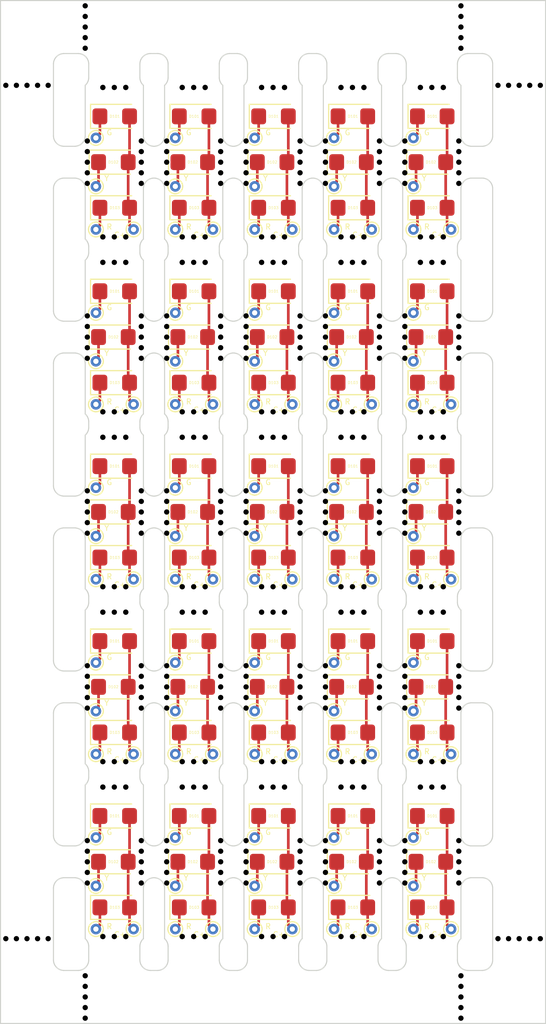
<source format=kicad_pcb>
(kicad_pcb (version 20211014) (generator pcbnew)
  (layers (0 "F.Cu" signal) (31 "B.Cu" signal) (34 "B.Paste" user) (35 "F.Paste" user) (36 "B.SilkS" user "B.Silkscreen") (37 "F.SilkS" user "F.Silkscreen") (38 "B.Mask" user) (39 "F.Mask" user) (44 "Edge.Cuts" user))
  (net 0 "")
  (net 1 "Board_0-Net-(D101-Pad1)")
  (net 2 "Board_0-Net-(D101-Pad2)")
  (net 3 "Board_0-Net-(D102-Pad1)")
  (net 4 "Board_0-Net-(D103-Pad1)")
  (net 5 "Board_1-Net-(D101-Pad1)")
  (net 6 "Board_1-Net-(D101-Pad2)")
  (net 7 "Board_1-Net-(D102-Pad1)")
  (net 8 "Board_1-Net-(D103-Pad1)")
  (net 9 "Board_2-Net-(D101-Pad1)")
  (net 10 "Board_2-Net-(D101-Pad2)")
  (net 11 "Board_2-Net-(D102-Pad1)")
  (net 12 "Board_2-Net-(D103-Pad1)")
  (net 13 "Board_3-Net-(D101-Pad1)")
  (net 14 "Board_3-Net-(D101-Pad2)")
  (net 15 "Board_3-Net-(D102-Pad1)")
  (net 16 "Board_3-Net-(D103-Pad1)")
  (net 17 "Board_4-Net-(D101-Pad1)")
  (net 18 "Board_4-Net-(D101-Pad2)")
  (net 19 "Board_4-Net-(D102-Pad1)")
  (net 20 "Board_4-Net-(D103-Pad1)")
  (net 21 "Board_5-Net-(D101-Pad1)")
  (net 22 "Board_5-Net-(D101-Pad2)")
  (net 23 "Board_5-Net-(D102-Pad1)")
  (net 24 "Board_5-Net-(D103-Pad1)")
  (net 25 "Board_6-Net-(D101-Pad1)")
  (net 26 "Board_6-Net-(D101-Pad2)")
  (net 27 "Board_6-Net-(D102-Pad1)")
  (net 28 "Board_6-Net-(D103-Pad1)")
  (net 29 "Board_7-Net-(D101-Pad1)")
  (net 30 "Board_7-Net-(D101-Pad2)")
  (net 31 "Board_7-Net-(D102-Pad1)")
  (net 32 "Board_7-Net-(D103-Pad1)")
  (net 33 "Board_8-Net-(D101-Pad1)")
  (net 34 "Board_8-Net-(D101-Pad2)")
  (net 35 "Board_8-Net-(D102-Pad1)")
  (net 36 "Board_8-Net-(D103-Pad1)")
  (net 37 "Board_9-Net-(D101-Pad1)")
  (net 38 "Board_9-Net-(D101-Pad2)")
  (net 39 "Board_9-Net-(D102-Pad1)")
  (net 40 "Board_9-Net-(D103-Pad1)")
  (net 41 "Board_10-Net-(D101-Pad1)")
  (net 42 "Board_10-Net-(D101-Pad2)")
  (net 43 "Board_10-Net-(D102-Pad1)")
  (net 44 "Board_10-Net-(D103-Pad1)")
  (net 45 "Board_11-Net-(D101-Pad1)")
  (net 46 "Board_11-Net-(D101-Pad2)")
  (net 47 "Board_11-Net-(D102-Pad1)")
  (net 48 "Board_11-Net-(D103-Pad1)")
  (net 49 "Board_12-Net-(D101-Pad1)")
  (net 50 "Board_12-Net-(D101-Pad2)")
  (net 51 "Board_12-Net-(D102-Pad1)")
  (net 52 "Board_12-Net-(D103-Pad1)")
  (net 53 "Board_13-Net-(D101-Pad1)")
  (net 54 "Board_13-Net-(D101-Pad2)")
  (net 55 "Board_13-Net-(D102-Pad1)")
  (net 56 "Board_13-Net-(D103-Pad1)")
  (net 57 "Board_14-Net-(D101-Pad1)")
  (net 58 "Board_14-Net-(D101-Pad2)")
  (net 59 "Board_14-Net-(D102-Pad1)")
  (net 60 "Board_14-Net-(D103-Pad1)")
  (net 61 "Board_15-Net-(D101-Pad1)")
  (net 62 "Board_15-Net-(D101-Pad2)")
  (net 63 "Board_15-Net-(D102-Pad1)")
  (net 64 "Board_15-Net-(D103-Pad1)")
  (net 65 "Board_16-Net-(D101-Pad1)")
  (net 66 "Board_16-Net-(D101-Pad2)")
  (net 67 "Board_16-Net-(D102-Pad1)")
  (net 68 "Board_16-Net-(D103-Pad1)")
  (net 69 "Board_17-Net-(D101-Pad1)")
  (net 70 "Board_17-Net-(D101-Pad2)")
  (net 71 "Board_17-Net-(D102-Pad1)")
  (net 72 "Board_17-Net-(D103-Pad1)")
  (net 73 "Board_18-Net-(D101-Pad1)")
  (net 74 "Board_18-Net-(D101-Pad2)")
  (net 75 "Board_18-Net-(D102-Pad1)")
  (net 76 "Board_18-Net-(D103-Pad1)")
  (net 77 "Board_19-Net-(D101-Pad1)")
  (net 78 "Board_19-Net-(D101-Pad2)")
  (net 79 "Board_19-Net-(D102-Pad1)")
  (net 80 "Board_19-Net-(D103-Pad1)")
  (net 81 "Board_20-Net-(D101-Pad1)")
  (net 82 "Board_20-Net-(D101-Pad2)")
  (net 83 "Board_20-Net-(D102-Pad1)")
  (net 84 "Board_20-Net-(D103-Pad1)")
  (net 85 "Board_21-Net-(D101-Pad1)")
  (net 86 "Board_21-Net-(D101-Pad2)")
  (net 87 "Board_21-Net-(D102-Pad1)")
  (net 88 "Board_21-Net-(D103-Pad1)")
  (net 89 "Board_22-Net-(D101-Pad1)")
  (net 90 "Board_22-Net-(D101-Pad2)")
  (net 91 "Board_22-Net-(D102-Pad1)")
  (net 92 "Board_22-Net-(D103-Pad1)")
  (net 93 "Board_23-Net-(D101-Pad1)")
  (net 94 "Board_23-Net-(D101-Pad2)")
  (net 95 "Board_23-Net-(D102-Pad1)")
  (net 96 "Board_23-Net-(D103-Pad1)")
  (net 97 "Board_24-Net-(D101-Pad1)")
  (net 98 "Board_24-Net-(D101-Pad2)")
  (net 99 "Board_24-Net-(D102-Pad1)")
  (net 100 "Board_24-Net-(D103-Pad1)")
  (footprint "KingBrightLEDS:LED_1208_3020metric" (layer "F.Cu") (at 155.91 101.246)
    (fp_text reference "D102")
    (fp_text value "YELLOW")
  )
  (footprint "TestPoint:TestPoint_THTPad_D1.0mm_Drill0.5mm" (layer "F.Cu") (at 150.318 58.096)
    (fp_text reference "TP104" hide)
    (fp_text value "C+")
  )
  (footprint "NPTH" (layer "F.Cu") (at 145.95 85.75)
    (fp_text reference "KiKit_MB_137_2" hide)
    (fp_text value "NPTH" hide)
  )
  (footprint "TestPoint:TestPoint_THTPad_D1.0mm_Drill0.5mm" (layer "F.Cu") (at 154.262 74.596)
    (fp_text reference "TP103" hide)
    (fp_text value "R")
  )
  (footprint "NPTH" (layer "F.Cu") (at 148.5 108.3)
    (fp_text reference "KiKit_MB_182_2" hide)
    (fp_text value "NPTH" hide)
  )
  (footprint "NPTH" (layer "F.Cu") (at 136.05 68.25)
    (fp_text reference "KiKit_MB_82_3" hide)
    (fp_text value "NPTH" hide)
  )
  (footprint "NPTH" (layer "F.Cu") (at 151.05 66.25)
    (fp_text reference "KiKit_MB_98_1" hide)
    (fp_text value "NPTH" hide)
  )
  (footprint "NPTH" (layer "F.Cu") (at 142.083333 42.3)
    (fp_text reference "KiKit_MB_16_2" hide)
    (fp_text value "NPTH" hide)
  )
  (footprint "NPTH" (layer "F.Cu") (at 162.416666 61.2)
    (fp_text reference "KiKit_MB_115_2" hide)
    (fp_text value "NPTH" hide)
  )
  (footprint "TestPoint:TestPoint_THTPad_D1.0mm_Drill0.5mm" (layer "F.Cu") (at 135.318 91.096)
    (fp_text reference "TP104" hide)
    (fp_text value "C+")
  )
  (footprint "NPTH" (layer "F.Cu") (at 160.95 84.75)
    (fp_text reference "KiKit_MB_153_3" hide)
    (fp_text value "NPTH" hide)
  )
  (footprint "NPTH" (layer "F.Cu") (at 164.583333 42.3)
    (fp_text reference "KiKit_MB_40_2" hide)
    (fp_text value "NPTH" hide)
  )
  (footprint "NPTH" (layer "F.Cu") (at 151.05 82.75)
    (fp_text reference "KiKit_MB_138_1" hide)
    (fp_text value "NPTH" hide)
  )
  (footprint "NPTH" (layer "F.Cu") (at 136.05 36.25)
    (fp_text reference "KiKit_MB_2_4" hide)
    (fp_text value "NPTH" hide)
  )
  (footprint "NPTH" (layer "F.Cu") (at 136.05 35.25)
    (fp_text reference "KiKit_MB_2_3" hide)
    (fp_text value "NPTH" hide)
  )
  (footprint "TestPoint:TestPoint_THTPad_D1.0mm_Drill0.5mm" (layer "F.Cu") (at 146.762 74.596)
    (fp_text reference "TP103" hide)
    (fp_text value "R")
  )
  (footprint "NPTH" (layer "F.Cu") (at 142.083333 75.3)
    (fp_text reference "KiKit_MB_96_2" hide)
    (fp_text value "NPTH" hide)
  )
  (footprint "NPTH" (layer "F.Cu") (at 162.416666 44.7)
    (fp_text reference "KiKit_MB_75_2" hide)
    (fp_text value "NPTH" hide)
  )
  (footprint "NPTH" (layer "F.Cu") (at 139.916666 58.8)
    (fp_text reference "KiKit_MB_55_1" hide)
    (fp_text value "NPTH" hide)
  )
  (footprint "TestPoint:TestPoint_THTPad_D1.0mm_Drill0.5mm" (layer "F.Cu") (at 146.762 65.96)
    (fp_text reference "TP101" hide)
    (fp_text value "G")
  )
  (footprint "NPTH" (layer "F.Cu") (at 149.583333 58.8)
    (fp_text reference "KiKit_MB_62_1" hide)
    (fp_text value "NPTH" hide)
  )
  (footprint "NPTH" (layer "F.Cu") (at 130.95 70.25)
    (fp_text reference "KiKit_MB_81_1" hide)
    (fp_text value "NPTH" hide)
  )
  (footprint "NPTH" (layer "F.Cu") (at 134.583333 42.3)
    (fp_text reference "KiKit_MB_6_1" hide)
    (fp_text value "NPTH" hide)
  )
  (footprint "NPTH" (layer "F.Cu") (at 160.95 49.75)
    (fp_text reference "KiKit_MB_73_5" hide)
    (fp_text value "NPTH" hide)
  )
  (footprint "NPTH" (layer "F.Cu") (at 158.55 82.75)
    (fp_text reference "KiKit_MB_146_1" hide)
    (fp_text value "NPTH" hide)
  )
  (footprint "NPTH" (layer "F.Cu") (at 166.25 21.5)
    (fp_text reference "KiKit_MB_202_3" hide)
    (fp_text value "NPTH" hide)
  )
  (footprint "NPTH" (layer "F.Cu") (at 130.75 22.5)
    (fp_text reference "KiKit_MB_201_4" hide)
    (fp_text value "NPTH" hide)
  )
  (footprint "NPTH" (layer "F.Cu") (at 158.55 70.25)
    (fp_text reference "KiKit_MB_106_5" hide)
    (fp_text value "NPTH" hide)
  )
  (footprint "NPTH" (layer "F.Cu") (at 134.583333 94.2)
    (fp_text reference "KiKit_MB_164_3" hide)
    (fp_text value "NPTH" hide)
  )
  (footprint "NPTH" (layer "F.Cu") (at 166.25 22.5)
    (fp_text reference "KiKit_MB_202_4" hide)
    (fp_text value "NPTH" hide)
  )
  (footprint "NPTH" (layer "F.Cu") (at 138.45 102.25)
    (fp_text reference "KiKit_MB_169_2" hide)
    (fp_text value "NPTH" hide)
  )
  (footprint "NPTH" (layer "F.Cu") (at 164.583333 58.8)
    (fp_text reference "KiKit_MB_80_2" hide)
    (fp_text value "NPTH" hide)
  )
  (footprint "TestPoint:TestPoint_THTPad_D1.0mm_Drill0.5mm" (layer "F.Cu") (at 139.262 41.596)
    (fp_text reference "TP103" hide)
    (fp_text value "R")
  )
  (footprint "NPTH" (layer "F.Cu") (at 142.083333 44.7)
    (fp_text reference "KiKit_MB_52_3" hide)
    (fp_text value "NPTH" hide)
  )
  (footprint "TestPoint:TestPoint_THTPad_D1.0mm_Drill0.5mm" (layer "F.Cu") (at 139.262 103.532)
    (fp_text reference "TP102" hide)
    (fp_text value "Y")
  )
  (footprint "NPTH" (layer "F.Cu") (at 166.25 113)
    (fp_text reference "KiKit_MB_204_3" hide)
    (fp_text value "NPTH" hide)
  )
  (footprint "NPTH" (layer "F.Cu") (at 142.083333 58.8)
    (fp_text reference "KiKit_MB_56_2" hide)
    (fp_text value "NPTH" hide)
  )
  (footprint "NPTH" (layer "F.Cu") (at 133.5 42.3)
    (fp_text reference "KiKit_MB_6_2" hide)
    (fp_text value "NPTH" hide)
  )
  (footprint "KingBrightLEDS:LED_1208_3020metric" (layer "F.Cu") (at 156.04 89.05)
    (fp_text reference "D103")
    (fp_text value "Red")
  )
  (footprint "NPTH" (layer "F.Cu") (at 166.05 37.25)
    (fp_text reference "KiKit_MB_34_5" hide)
    (fp_text value "NPTH" hide)
  )
  (footprint "NPTH" (layer "F.Cu") (at 162.416666 28.2)
    (fp_text reference "KiKit_MB_36_1" hide)
    (fp_text value "NPTH" hide)
  )
  (footprint "NPTH" (layer "F.Cu") (at 139.916666 75.3)
    (fp_text reference "KiKit_MB_94_3" hide)
    (fp_text value "NPTH" hide)
  )
  (footprint "NPTH" (layer "F.Cu") (at 139.916666 75.3)
    (fp_text reference "KiKit_MB_95_1" hide)
    (fp_text value "NPTH" hide)
  )
  (footprint "KingBrightLEDS:LED_1208_3020metric" (layer "F.Cu") (at 163.41 35.246)
    (fp_text reference "D102")
    (fp_text value "YELLOW")
  )
  (footprint "KingBrightLEDS:LED_1208_3020metric" (layer "F.Cu") (at 133.41 51.746)
    (fp_text reference "D102")
    (fp_text value "YELLOW")
  )
  (footprint "NPTH" (layer "F.Cu") (at 166.05 52.75)
    (fp_text reference "KiKit_MB_74_4" hide)
    (fp_text value "NPTH" hide)
  )
  (footprint "KingBrightLEDS:LED_1208_3020metric" (layer "F.Cu") (at 163.41 84.746)
    (fp_text reference "D102")
    (fp_text value "YELLOW")
  )
  (footprint "NPTH" (layer "F.Cu") (at 149.583333 42.3)
    (fp_text reference "KiKit_MB_22_1" hide)
    (fp_text value "NPTH" hide)
  )
  (footprint "NPTH" (layer "F.Cu") (at 139.916666 61.2)
    (fp_text reference "KiKit_MB_92_1" hide)
    (fp_text value "NPTH" hide)
  )
  (footprint "NPTH" (layer "F.Cu") (at 130.95 67.25)
    (fp_text reference "KiKit_MB_81_4" hide)
    (fp_text value "NPTH" hide)
  )
  (footprint "NPTH" (layer "F.Cu") (at 160.95 70.25)
    (fp_text reference "KiKit_MB_113_1" hide)
    (fp_text value "NPTH" hide)
  )
  (footprint "NPTH" (layer "F.Cu") (at 134.583333 94.2)
    (fp_text reference "KiKit_MB_165_1" hide)
    (fp_text value "NPTH" hide)
  )
  (footprint "NPTH" (layer "F.Cu") (at 136.05 49.75)
    (fp_text reference "KiKit_MB_42_1" hide)
    (fp_text value "NPTH" hide)
  )
  (footprint "NPTH" (layer "F.Cu") (at 136.05 103.25)
    (fp_text reference "KiKit_MB_162_5" hide)
    (fp_text value "NPTH" hide)
  )
  (footprint "NPTH" (layer "F.Cu") (at 133.5 61.2)
    (fp_text reference "KiKit_MB_84_2" hide)
    (fp_text value "NPTH" hide)
  )
  (footprint "NPTH" (layer "F.Cu") (at 145.95 82.75)
    (fp_text reference "KiKit_MB_137_5" hide)
    (fp_text value "NPTH" hide)
  )
  (footprint "KingBrightLEDS:LED_1208_3020metric" (layer "F.Cu") (at 141.04 72.55)
    (fp_text reference "D103")
    (fp_text value "Red")
  )
  (footprint "NPTH" (layer "F.Cu") (at 157.083333 61.2)
    (fp_text reference "KiKit_MB_108_3" hide)
    (fp_text value "NPTH" hide)
  )
  (footprint "KingBrightLEDS:LED_1208_3020metric" (layer "F.Cu") (at 163.41 51.746)
    (fp_text reference "D102")
    (fp_text value "YELLOW")
  )
  (footprint "NPTH" (layer "F.Cu") (at 166.05 35.25)
    (fp_text reference "KiKit_MB_34_3" hide)
    (fp_text value "NPTH" hide)
  )
  (footprint "NPTH" (layer "F.Cu") (at 125.25 108.5)
    (fp_text reference "KiKit_MB_206_4" hide)
    (fp_text value "NPTH" hide)
  )
  (footprint "NPTH" (layer "F.Cu") (at 158.55 66.25)
    (fp_text reference "KiKit_MB_106_1" hide)
    (fp_text value "NPTH" hide)
  )
  (footprint "NPTH" (layer "F.Cu") (at 138.45 35.25)
    (fp_text reference "KiKit_MB_9_3" hide)
    (fp_text value "NPTH" hide)
  )
  (footprint "NPTH" (layer "F.Cu") (at 139.916666 28.2)
    (fp_text reference "KiKit_MB_12_1" hide)
    (fp_text value "NPTH" hide)
  )
  (footprint "KingBrightLEDS:LED_1208_3020metric" (layer "F.Cu") (at 133.54 47.428)
    (fp_text reference "D101")
    (fp_text value "GREEN")
  )
  (footprint "NPTH" (layer "F.Cu") (at 145.95 67.25)
    (fp_text reference "KiKit_MB_97_4" hide)
    (fp_text value "NPTH" hide)
  )
  (footprint "NPTH" (layer "F.Cu") (at 133.5 58.8)
    (fp_text reference "KiKit_MB_46_2" hide)
    (fp_text value "NPTH" hide)
  )
  (footprint "NPTH" (layer "F.Cu") (at 132.416667 94.2)
    (fp_text reference "KiKit_MB_164_1" hide)
    (fp_text value "NPTH" hide)
  )
  (footprint "NPTH" (layer "F.Cu") (at 130.95 82.75)
    (fp_text reference "KiKit_MB_121_5" hide)
    (fp_text value "NPTH" hide)
  )
  (footprint "TestPoint:TestPoint_THTPad_D1.0mm_Drill0.5mm" (layer "F.Cu") (at 157.818 91.096)
    (fp_text reference "TP104" hide)
    (fp_text value "C+")
  )
  (footprint "NPTH" (layer "F.Cu") (at 163.5 108.3)
    (fp_text reference "KiKit_MB_198_2" hide)
    (fp_text value "NPTH" hide)
  )
  (footprint "TestPoint:TestPoint_THTPad_D1.0mm_Drill0.5mm" (layer "F.Cu") (at 146.762 32.96)
    (fp_text reference "TP101" hide)
    (fp_text value "G")
  )
  (footprint "KingBrightLEDS:LED_1208_3020metric" (layer "F.Cu") (at 133.54 30.928)
    (fp_text reference "D101")
    (fp_text value "GREEN")
  )
  (footprint "NPTH" (layer "F.Cu") (at 145.95 86.75)
    (fp_text reference "KiKit_MB_137_1" hide)
    (fp_text value "NPTH" hide)
  )
  (footprint "NPTH" (layer "F.Cu") (at 162.416666 58.8)
    (fp_text reference "KiKit_MB_79_1" hide)
    (fp_text value "NPTH" hide)
  )
  (footprint "TestPoint:TestPoint_THTPad_D1.0mm_Drill0.5mm" (layer "F.Cu") (at 146.762 58.096)
    (fp_text reference "TP103" hide)
    (fp_text value "R")
  )
  (footprint "NPTH" (layer "F.Cu") (at 145.95 84.75)
    (fp_text reference "KiKit_MB_137_3" hide)
    (fp_text value "NPTH" hide)
  )
  (footprint "TestPoint:TestPoint_THTPad_D1.0mm_Drill0.5mm" (layer "F.Cu") (at 139.262 91.096)
    (fp_text reference "TP103" hide)
    (fp_text value "R")
  )
  (footprint "NPTH" (layer "F.Cu") (at 158.55 86.75)
    (fp_text reference "KiKit_MB_146_5" hide)
    (fp_text value "NPTH" hide)
  )
  (footprint "TestPoint:TestPoint_THTPad_D1.0mm_Drill0.5mm" (layer "F.Cu") (at 157.818 41.596)
    (fp_text reference "TP104" hide)
    (fp_text value "C+")
  )
  (footprint "NPTH" (layer "F.Cu") (at 160.95 51.75)
    (fp_text reference "KiKit_MB_73_3" hide)
    (fp_text value "NPTH" hide)
  )
  (footprint "NPTH" (layer "F.Cu") (at 149.583333 44.7)
    (fp_text reference "KiKit_MB_61_1" hide)
    (fp_text value "NPTH" hide)
  )
  (footprint "NPTH" (layer "F.Cu") (at 132.416667 28.2)
    (fp_text reference "KiKit_MB_4_1" hide)
    (fp_text value "NPTH" hide)
  )
  (footprint "KingBrightLEDS:LED_1208_3020metric" (layer "F.Cu") (at 133.54 56.05)
    (fp_text reference "D103")
    (fp_text value "Red")
  )
  (footprint "NPTH" (layer "F.Cu") (at 136.05 34.25)
    (fp_text reference "KiKit_MB_2_2" hide)
    (fp_text value "NPTH" hide)
  )
  (footprint "KingBrightLEDS:LED_1208_3020metric" (layer "F.Cu") (at 141.04 96.928)
    (fp_text reference "D101")
    (fp_text value "GREEN")
  )
  (footprint "NPTH" (layer "F.Cu") (at 134.583333 28.2)
    (fp_text reference "KiKit_MB_5_1" hide)
    (fp_text value "NPTH" hide)
  )
  (footprint "TestPoint:TestPoint_THTPad_D1.0mm_Drill0.5mm" (layer "F.Cu") (at 154.262 91.096)
    (fp_text reference "TP103" hide)
    (fp_text value "R")
  )
  (footprint "KingBrightLEDS:LED_1208_3020metric" (layer "F.Cu") (at 156.04 105.55)
    (fp_text reference "D103")
    (fp_text value "Red")
  )
  (footprint "NPTH" (layer "F.Cu") (at 163.5 44.7)
    (fp_text reference "KiKit_MB_76_2" hide)
    (fp_text value "NPTH" hide)
  )
  (footprint "NPTH" (layer "F.Cu") (at 147.416666 61.2)
    (fp_text reference "KiKit_MB_99_2" hide)
    (fp_text value "NPTH" hide)
  )
  (footprint "TestPoint:TestPoint_THTPad_D1.0mm_Drill0.5mm" (layer "F.Cu") (at 131.762 54.032)
    (fp_text reference "TP102" hide)
    (fp_text value "Y")
  )
  (footprint "NPTH" (layer "F.Cu") (at 166.05 100.25)
    (fp_text reference "KiKit_MB_194_2" hide)
    (fp_text value "NPTH" hide)
  )
  (footprint "NPTH" (layer "F.Cu") (at 130.95 101.25)
    (fp_text reference "KiKit_MB_161_3" hide)
    (fp_text value "NPTH" hide)
  )
  (footprint "NPTH" (layer "F.Cu") (at 157.083333 42.3)
    (fp_text reference "KiKit_MB_30_1" hide)
    (fp_text value "NPTH" hide)
  )
  (footprint "NPTH" (layer "F.Cu") (at 143.55 84.75)
    (fp_text reference "KiKit_MB_130_3" hide)
    (fp_text value "NPTH" hide)
  )
  (footprint "TestPoint:TestPoint_THTPad_D1.0mm_Drill0.5mm" (layer "F.Cu") (at 131.762 65.96)
    (fp_text reference "TP101" hide)
    (fp_text value "G")
  )
  (footprint "NPTH" (layer "F.Cu") (at 139.916666 58.8)
    (fp_text reference "KiKit_MB_54_3" hide)
    (fp_text value "NPTH" hide)
  )
  (footprint "NPTH" (layer "F.Cu") (at 162.416666 77.7)
    (fp_text reference "KiKit_MB_156_1" hide)
    (fp_text value "NPTH" hide)
  )
  (footprint "TestPoint:TestPoint_THTPad_D1.0mm_Drill0.5mm" (layer "F.Cu") (at 161.762 91.096)
    (fp_text reference "TP103" hide)
    (fp_text value "R")
  )
  (footprint "NPTH" (layer "F.Cu") (at 151.05 68.25)
    (fp_text reference "KiKit_MB_98_3" hide)
    (fp_text value "NPTH" hide)
  )
  (footprint "TestPoint:TestPoint_THTPad_D1.0mm_Drill0.5mm" (layer "F.Cu") (at 154.262 58.096)
    (fp_text reference "TP103" hide)
    (fp_text value "R")
  )
  (footprint "NPTH" (layer "F.Cu") (at 134.583333 108.3)
    (fp_text reference "KiKit_MB_166_1" hide)
    (fp_text value "NPTH" hide)
  )
  (footprint "NPTH" (layer "F.Cu") (at 132.416667 77.7)
    (fp_text reference "KiKit_MB_123_2" hide)
    (fp_text value "NPTH" hide)
  )
  (footprint "NPTH" (layer "F.Cu") (at 130.75 21.5)
    (fp_text reference "KiKit_MB_201_3" hide)
    (fp_text value "NPTH" hide)
  )
  (footprint "NPTH" (layer "F.Cu") (at 142.083333 61.2)
    (fp_text reference "KiKit_MB_92_3" hide)
    (fp_text value "NPTH" hide)
  )
  (footprint "NPTH" (layer "F.Cu") (at 149.583333 94.2)
    (fp_text reference "KiKit_MB_181_1" hide)
    (fp_text value "NPTH" hide)
  )
  (footprint "TestPoint:TestPoint_THTPad_D1.0mm_Drill0.5mm" (layer "F.Cu") (at 157.818 107.596)
    (fp_text reference "TP104" hide)
    (fp_text value "C+")
  )
  (footprint "NPTH" (layer "F.Cu") (at 163.5 42.3)
    (fp_text reference "KiKit_MB_38_2" hide)
    (fp_text value "NPTH" hide)
  )
  (footprint "NPTH" (layer "F.Cu") (at 130.95 52.75)
    (fp_text reference "KiKit_MB_41_2" hide)
    (fp_text value "NPTH" hide)
  )
  (footprint "NPTH" (layer "F.Cu") (at 156 42.3)
    (fp_text reference "KiKit_MB_30_2" hide)
    (fp_text value "NPTH" hide)
  )
  (footprint "NPTH" (layer "F.Cu") (at 169.75 108.5)
    (fp_text reference "KiKit_MB_208_2" hide)
    (fp_text value "NPTH" hide)
  )
  (footprint "NPTH" (layer "F.Cu") (at 130.95 66.25)
    (fp_text reference "KiKit_MB_81_5" hide)
    (fp_text value "NPTH" hide)
  )
  (footprint "NPTH" (layer "F.Cu") (at 143.55 36.25)
    (fp_text reference "KiKit_MB_10_4" hide)
    (fp_text value "NPTH" hide)
  )
  (footprint "NPTH" (layer "F.Cu") (at 140.999999 61.2)
    (fp_text reference "KiKit_MB_92_2" hide)
    (fp_text value "NPTH" hide)
  )
  (footprint "NPTH" (layer "F.Cu") (at 139.916666 94.2)
    (fp_text reference "KiKit_MB_171_2" hide)
    (fp_text value "NPTH" hide)
  )
  (footprint "NPTH" (layer "F.Cu") (at 164.583333 77.7)
    (fp_text reference "KiKit_MB_156_3" hide)
    (fp_text value "NPTH" hide)
  )
  (footprint "NPTH" (layer "F.Cu") (at 157.083333 77.7)
    (fp_text reference "KiKit_MB_149_1" hide)
    (fp_text value "NPTH" hide)
  )
  (footprint "KingBrightLEDS:LED_1208_3020metric" (layer "F.Cu") (at 156.04 63.928)
    (fp_text reference "D101")
    (fp_text value "GREEN")
  )
  (footprint "NPTH" (layer "F.Cu") (at 147.416666 108.3)
    (fp_text reference "KiKit_MB_182_3" hide)
    (fp_text value "NPTH" hide)
  )
  (footprint "TestPoint:TestPoint_THTPad_D1.0mm_Drill0.5mm" (layer "F.Cu") (at 154.262 87.032)
    (fp_text reference "TP102" hide)
    (fp_text value "Y")
  )
  (footprint "NPTH" (layer "F.Cu") (at 164.583333 61.2)
    (fp_text reference "KiKit_MB_116_3" hide)
    (fp_text value "NPTH" hide)
  )
  (footprint "TestPoint:TestPoint_THTPad_D1.0mm_Drill0.5mm" (layer "F.Cu") (at 165.318 41.596)
    (fp_text reference "TP104" hide)
    (fp_text value "C+")
  )
  (footprint "NPTH" (layer "F.Cu") (at 163.5 75.3)
    (fp_text reference "KiKit_MB_118_2" hide)
    (fp_text value "NPTH" hide)
  )
  (footprint "NPTH" (layer "F.Cu") (at 157.083333 75.3)
    (fp_text reference "KiKit_MB_110_1" hide)
    (fp_text value "NPTH" hide)
  )
  (footprint "NPTH" (layer "F.Cu") (at 136.05 83.75)
    (fp_text reference "KiKit_MB_122_2" hide)
    (fp_text value "NPTH" hide)
  )
  (footprint "NPTH" (layer "F.Cu") (at 148.5 28.2)
    (fp_text reference "KiKit_MB_20_2" hide)
    (fp_text value "NPTH" hide)
  )
  (footprint "KingBrightLEDS:LED_1208_3020metric" (layer "F.Cu") (at 156.04 47.428)
    (fp_text reference "D101")
    (fp_text value "GREEN")
  )
  (footprint "NPTH" (layer "F.Cu") (at 143.55 33.25)
    (fp_text reference "KiKit_MB_10_1" hide)
    (fp_text value "NPTH" hide)
  )
  (footprint "TestPoint:TestPoint_THTPad_D1.0mm_Drill0.5mm" (layer "F.Cu") (at 139.262 49.46)
    (fp_text reference "TP101" hide)
    (fp_text value "G")
  )
  (footprint "NPTH" (layer "F.Cu") (at 143.55 83.75)
    (fp_text reference "KiKit_MB_130_2" hide)
    (fp_text value "NPTH" hide)
  )
  (footprint "NPTH" (layer "F.Cu") (at 149.583333 28.2)
    (fp_text reference "KiKit_MB_21_1" hide)
    (fp_text value "NPTH" hide)
  )
  (footprint "NPTH" (layer "F.Cu") (at 160.95 83.75)
    (fp_text reference "KiKit_MB_153_4" hide)
    (fp_text value "NPTH" hide)
  )
  (footprint "NPTH" (layer "F.Cu") (at 132.416667 91.8)
    (fp_text reference "KiKit_MB_127_1" hide)
    (fp_text value "NPTH" hide)
  )
  (footprint "NPTH" (layer "F.Cu") (at 151.05 37.25)
    (fp_text reference "KiKit_MB_18_5" hide)
    (fp_text value "NPTH" hide)
  )
  (footprint "NPTH" (layer "F.Cu") (at 147.416666 91.8)
    (fp_text reference "KiKit_MB_143_1" hide)
    (fp_text value "NPTH" hide)
  )
  (footprint "NPTH" (layer "F.Cu") (at 153.45 68.25)
    (fp_text reference "KiKit_MB_105_3" hide)
    (fp_text value "NPTH" hide)
  )
  (footprint "KingBrightLEDS:LED_1208_3020metric" (layer "F.Cu") (at 141.04 30.928)
    (fp_text reference "D101")
    (fp_text value "GREEN")
  )
  (footprint "KingBrightLEDS:LED_1208_3020metric" (layer "F.Cu") (at 148.54 89.05)
    (fp_text reference "D103")
    (fp_text value "Red")
  )
  (footprint "KingBrightLEDS:LED_1208_3020metric" (layer "F.Cu") (at 163.41 68.246)
    (fp_text reference "D102")
    (fp_text value "YELLOW")
  )
  (footprint "NPTH" (layer "F.Cu") (at 136.05 86.75)
    (fp_text reference "KiKit_MB_122_5" hide)
    (fp_text value "NPTH" hide)
  )
  (footprint "TestPoint:TestPoint_THTPad_D1.0mm_Drill0.5mm" (layer "F.Cu") (at 139.262 32.96)
    (fp_text reference "TP101" hide)
    (fp_text value "G")
  )
  (footprint "NPTH" (layer "F.Cu") (at 156 77.7)
    (fp_text reference "KiKit_MB_148_2" hide)
    (fp_text value "NPTH" hide)
  )
  (footprint "NPTH" (layer "F.Cu") (at 160.95 85.75)
    (fp_text reference "KiKit_MB_153_2" hide)
    (fp_text value "NPTH" hide)
  )
  (footprint "NPTH" (layer "F.Cu") (at 130.95 33.25)
    (fp_text reference "KiKit_MB_1_5" hide)
    (fp_text value "NPTH" hide)
  )
  (footprint "NPTH" (layer "F.Cu") (at 143.55 51.75)
    (fp_text reference "KiKit_MB_50_3" hide)
    (fp_text value "NPTH" hide)
  )
  (footprint "NPTH" (layer "F.Cu") (at 143.55 86.75)
    (fp_text reference "KiKit_MB_130_5" hide)
    (fp_text value "NPTH" hide)
  )
  (footprint "TestPoint:TestPoint_THTPad_D1.0mm_Drill0.5mm" (layer "F.Cu") (at 154.262 41.596)
    (fp_text reference "TP103" hide)
    (fp_text value "R")
  )
  (footprint "NPTH" (layer "F.Cu") (at 145.95 36.25)
    (fp_text reference "KiKit_MB_17_2" hide)
    (fp_text value "NPTH" hide)
  )
  (footprint "NPTH" (layer "F.Cu") (at 162.416666 28.2)
    (fp_text reference "KiKit_MB_35_2" hide)
    (fp_text value "NPTH" hide)
  )
  (footprint "TestPoint:TestPoint_THTPad_D1.0mm_Drill0.5mm" (layer "F.Cu") (at 139.262 98.96)
    (fp_text reference "TP101" hide)
    (fp_text value "G")
  )
  (footprint "NPTH" (layer "F.Cu") (at 151.05 83.75)
    (fp_text reference "KiKit_MB_138_2" hide)
    (fp_text value "NPTH" hide)
  )
  (footprint "NPTH" (layer "F.Cu") (at 147.416666 44.7)
    (fp_text reference "KiKit_MB_60_1" hide)
    (fp_text value "NPTH" hide)
  )
  (footprint "NPTH" (layer "F.Cu") (at 149.583333 77.7)
    (fp_text reference "KiKit_MB_140_3" hide)
    (fp_text value "NPTH" hide)
  )
  (footprint "NPTH" (layer "F.Cu") (at 153.45 102.25)
    (fp_text reference "KiKit_MB_185_2" hide)
    (fp_text value "NPTH" hide)
  )
  (footprint "KingBrightLEDS:LED_1208_3020metric" (layer "F.Cu") (at 148.54 72.55)
    (fp_text reference "D103")
    (fp_text value "Red")
  )
  (footprint "TestPoint:TestPoint_THTPad_D1.0mm_Drill0.5mm" (layer "F.Cu") (at 154.262 70.532)
    (fp_text reference "TP102" hide)
    (fp_text value "Y")
  )
  (footprint "KingBrightLEDS:LED_1208_3020metric" (layer "F.Cu") (at 156.04 80.428)
    (fp_text reference "D101")
    (fp_text value "GREEN")
  )
  (footprint "NPTH" (layer "F.Cu") (at 147.416666 42.3)
    (fp_text reference "KiKit_MB_23_1" hide)
    (fp_text value "NPTH" hide)
  )
  (footprint "KingBrightLEDS:LED_1208_3020metric" (layer "F.Cu") (at 133.54 89.05)
    (fp_text reference "D103")
    (fp_text value "Red")
  )
  (footprint "NPTH" (layer "F.Cu") (at 166.05 69.25)
    (fp_text reference "KiKit_MB_114_4" hide)
    (fp_text value "NPTH" hide)
  )
  (footprint "KingBrightLEDS:LED_1208_3020metric" (layer "F.Cu") (at 133.41 101.246)
    (fp_text reference "D102")
    (fp_text value "YELLOW")
  )
  (footprint "NPTH" (layer "F.Cu") (at 162.416666 94.2)
    (fp_text reference "KiKit_MB_195_2" hide)
    (fp_text value "NPTH" hide)
  )
  (footprint "TestPoint:TestPoint_THTPad_D1.0mm_Drill0.5mm" (layer "F.Cu") (at 146.762 41.596)
    (fp_text reference "TP103" hide)
    (fp_text value "R")
  )
  (footprint "NPTH" (layer "F.Cu") (at 160.95 101.25)
    (fp_text reference "KiKit_MB_193_3" hide)
    (fp_text value "NPTH" hide)
  )
  (footprint "NPTH" (layer "F.Cu") (at 149.583333 94.2)
    (fp_text reference "KiKit_MB_180_3" hide)
    (fp_text value "NPTH" hide)
  )
  (footprint "NPTH" (layer "F.Cu") (at 149.583333 91.8)
    (fp_text reference "KiKit_MB_144_2" hide)
    (fp_text value "NPTH" hide)
  )
  (footprint "NPTH" (layer "F.Cu") (at 164.583333 28.2)
    (fp_text reference "KiKit_MB_36_3" hide)
    (fp_text value "NPTH" hide)
  )
  (footprint "NPTH" (layer "F.Cu") (at 136.05 84.75)
    (fp_text reference "KiKit_MB_122_3" hide)
    (fp_text value "NPTH" hide)
  )
  (footprint "NPTH" (layer "F.Cu") (at 163.5 28.2)
    (fp_text reference "KiKit_MB_36_2" hide)
    (fp_text value "NPTH" hide)
  )
  (footprint "TestPoint:TestPoint_THTPad_D1.0mm_Drill0.5mm" (layer "F.Cu") (at 161.762 41.596)
    (fp_text reference "TP103" hide)
    (fp_text value "R")
  )
  (footprint "NPTH" (layer "F.Cu") (at 134.583333 58.8)
    (fp_text reference "KiKit_MB_46_1" hide)
    (fp_text value "NPTH" hide)
  )
  (footprint "NPTH" (layer "F.Cu") (at 158.55 37.25)
    (fp_text reference "KiKit_MB_26_5" hide)
    (fp_text value "NPTH" hide)
  )
  (footprint "NPTH" (layer "F.Cu") (at 145.95 69.25)
    (fp_text reference "KiKit_MB_97_2" hide)
    (fp_text value "NPTH" hide)
  )
  (footprint "NPTH" (layer "F.Cu") (at 153.45 100.25)
    (fp_text reference "KiKit_MB_185_4" hide)
    (fp_text value "NPTH" hide)
  )
  (footprint "NPTH" (layer "F.Cu") (at 164.583333 108.3)
    (fp_text reference "KiKit_MB_198_1" hide)
    (fp_text value "NPTH" hide)
  )
  (footprint "KingBrightLEDS:LED_1208_3020metric" (layer "F.Cu") (at 140.91 35.246)
    (fp_text reference "D102")
    (fp_text value "YELLOW")
  )
  (footprint "NPTH" (layer "F.Cu") (at 173.75 108.5)
    (fp_text reference "KiKit_MB_208_6" hide)
    (fp_text value "NPTH" hide)
  )
  (footprint "NPTH" (layer "F.Cu") (at 154.916666 91.8)
    (fp_text reference "KiKit_MB_150_3" hide)
    (fp_text value "NPTH" hide)
  )
  (footprint "NPTH" (layer "F.Cu") (at 164.583333 77.7)
    (fp_text reference "KiKit_MB_157_1" hide)
    (fp_text value "NPTH" hide)
  )
  (footprint "TestPoint:TestPoint_THTPad_D1.0mm_Drill0.5mm" (layer "F.Cu") (at 161.762 74.596)
    (fp_text reference "TP103" hide)
    (fp_text value "R")
  )
  (footprint "KingBrightLEDS:LED_1208_3020metric" (layer "F.Cu") (at 156.04 56.05)
    (fp_text reference "D103")
    (fp_text value "Red")
  )
  (footprint "NPTH" (layer "F.Cu") (at 160.95 67.25)
    (fp_text reference "KiKit_MB_113_4" hide)
    (fp_text value "NPTH" hide)
  )
  (footprint "NPTH" (layer "F.Cu") (at 130.95 84.75)
    (fp_text reference "KiKit_MB_121_3" hide)
    (fp_text value "NPTH" hide)
  )
  (footprint "NPTH" (layer "F.Cu") (at 166.05 102.25)
    (fp_text reference "KiKit_MB_194_4" hide)
    (fp_text value "NPTH" hide)
  )
  (footprint "NPTH" (layer "F.Cu") (at 149.583333 58.8)
    (fp_text reference "KiKit_MB_64_2" hide)
    (fp_text value "NPTH" hide)
  )
  (footprint "KingBrightLEDS:LED_1208_3020metric" (layer "F.Cu") (at 156.04 96.928)
    (fp_text reference "D101")
    (fp_text value "GREEN")
  )
  (footprint "NPTH" (layer "F.Cu") (at 138.45 52.75)
    (fp_text reference "KiKit_MB_49_2" hide)
    (fp_text value "NPTH" hide)
  )
  (footprint "NPTH" (layer "F.Cu") (at 160.95 53.75)
    (fp_text reference "KiKit_MB_73_1" hide)
    (fp_text value "NPTH" hide)
  )
  (footprint "NPTH" (layer "F.Cu") (at 151.05 53.75)
    (fp_text reference "KiKit_MB_58_5" hide)
    (fp_text value "NPTH" hide)
  )
  (footprint "TestPoint:TestPoint_THTPad_D1.0mm_Drill0.5mm" (layer "F.Cu") (at 161.762 37.532)
    (fp_text reference "TP102" hide)
    (fp_text value "Y")
  )
  (footprint "TestPoint:TestPoint_THTPad_D1.0mm_Drill0.5mm" (layer "F.Cu") (at 146.762 107.596)
    (fp_text reference "TP103" hide)
    (fp_text value "R")
  )
  (footprint "NPTH" (layer "F.Cu") (at 139.916666 91.8)
    (fp_text reference "KiKit_MB_134_3" hide)
    (fp_text value "NPTH" hide)
  )
  (footprint "KingBrightLEDS:LED_1208_3020metric" (layer "F.Cu") (at 163.54 56.05)
    (fp_text reference "D103")
    (fp_text value "Red")
  )
  (footprint "NPTH" (layer "F.Cu") (at 138.45 53.75)
    (fp_text reference "KiKit_MB_49_1" hide)
    (fp_text value "NPTH" hide)
  )
  (footprint "NPTH" (layer "F.Cu") (at 127.25 108.5)
    (fp_text reference "KiKit_MB_206_6" hide)
    (fp_text value "NPTH" hide)
  )
  (footprint "NPTH" (layer "F.Cu") (at 156 91.8)
    (fp_text reference "KiKit_MB_150_2" hide)
    (fp_text value "NPTH" hide)
  )
  (footprint "NPTH" (layer "F.Cu") (at 147.416666 94.2)
    (fp_text reference "KiKit_MB_179_2" hide)
    (fp_text value "NPTH" hide)
  )
  (footprint "TestPoint:TestPoint_THTPad_D1.0mm_Drill0.5mm" (layer "F.Cu") (at 154.262 82.46)
    (fp_text reference "TP101" hide)
    (fp_text value "G")
  )
  (footprint "NPTH" (layer "F.Cu") (at 156 61.2)
    (fp_text reference "KiKit_MB_108_2" hide)
    (fp_text value "NPTH" hide)
  )
  (footprint "TestPoint:TestPoint_THTPad_D1.0mm_Drill0.5mm" (layer "F.Cu") (at 131.762 103.532)
    (fp_text reference "TP102" hide)
    (fp_text value "Y")
  )
  (footprint "NPTH" (layer "F.Cu") (at 160.95 69.25)
    (fp_text reference "KiKit_MB_113_2" hide)
    (fp_text value "NPTH" hide)
  )
  (footprint "NPTH" (layer "F.Cu") (at 149.583333 108.3)
    (fp_text reference "KiKit_MB_184_2" hide)
    (fp_text value "NPTH" hide)
  )
  (footprint "NPTH" (layer "F.Cu") (at 149.583333 61.2)
    (fp_text reference "KiKit_MB_100_3" hide)
    (fp_text value "NPTH" hide)
  )
  (footprint "NPTH" (layer "F.Cu") (at 153.45 34.25)
    (fp_text reference "KiKit_MB_25_4" hide)
    (fp_text value "NPTH" hide)
  )
  (footprint "NPTH" (layer "F.Cu") (at 145.95 102.25)
    (fp_text reference "KiKit_MB_177_2" hide)
    (fp_text value "NPTH" hide)
  )
  (footprint "NPTH" (layer "F.Cu") (at 132.416667 58.8)
    (fp_text reference "KiKit_MB_46_3" hide)
    (fp_text value "NPTH" hide)
  )
  (footprint "NPTH" (layer "F.Cu") (at 166.05 34.25)
    (fp_text reference "KiKit_MB_34_2" hide)
    (fp_text value "NPTH" hide)
  )
  (footprint "NPTH" (layer "F.Cu") (at 138.45 51.75)
    (fp_text reference "KiKit_MB_49_3" hide)
    (fp_text value "NPTH" hide)
  )
  (footprint "NPTH" (layer "F.Cu") (at 139.916666 108.3)
    (fp_text reference "KiKit_MB_174_3" hide)
    (fp_text value "NPTH" hide)
  )
  (footprint "TestPoint:TestPoint_THTPad_D1.0mm_Drill0.5mm" (layer "F.Cu") (at 154.262 32.96)
    (fp_text reference "TP101" hide)
    (fp_text value "G")
  )
  (footprint "NPTH" (layer "F.Cu") (at 157.083333 58.8)
    (fp_text reference "KiKit_MB_72_2" hide)
    (fp_text value "NPTH" hide)
  )
  (footprint "NPTH" (layer "F.Cu") (at 138.45 36.25)
    (fp_text reference "KiKit_MB_9_2" hide)
    (fp_text value "NPTH" hide)
  )
  (footprint "NPTH" (layer "F.Cu") (at 147.416666 61.2)
    (fp_text reference "KiKit_MB_100_1" hide)
    (fp_text value "NPTH" hide)
  )
  (footprint "NPTH" (layer "F.Cu") (at 149.583333 61.2)
    (fp_text reference "KiKit_MB_101_1" hide)
    (fp_text value "NPTH" hide)
  )
  (footprint "NPTH" (layer "F.Cu") (at 140.999999 42.3)
    (fp_text reference "KiKit_MB_14_2" hide)
    (fp_text value "NPTH" hide)
  )
  (footprint "NPTH" (layer "F.Cu") (at 143.55 70.25)
    (fp_text reference "KiKit_MB_90_5" hide)
    (fp_text value "NPTH" hide)
  )
  (footprint "NPTH" (layer "F.Cu") (at 130.95 102.25)
    (fp_text reference "KiKit_MB_161_2" hide)
    (fp_text value "NPTH" hide)
  )
  (footprint "NPTH" (layer "F.Cu") (at 138.45 85.75)
    (fp_text reference "KiKit_MB_129_2" hide)
    (fp_text value "NPTH" hide)
  )
  (footprint "TestPoint:TestPoint_THTPad_D1.0mm_Drill0.5mm" (layer "F.Cu") (at 139.262 87.032)
    (fp_text reference "TP102" hide)
    (fp_text value "Y")
  )
  (footprint "TestPoint:TestPoint_THTPad_D1.0mm_Drill0.5mm" (layer "F.Cu") (at 142.818 41.596)
    (fp_text reference "TP104" hide)
    (fp_text value "C+")
  )
  (footprint "TestPoint:TestPoint_THTPad_D1.0mm_Drill0.5mm" (layer "F.Cu") (at 131.762 107.596)
    (fp_text reference "TP103" hide)
    (fp_text value "R")
  )
  (footprint "NPTH" (layer "F.Cu") (at 138.45 86.75)
    (fp_text reference "KiKit_MB_129_1" hide)
    (fp_text value "NPTH" hide)
  )
  (footprint "NPTH" (layer "F.Cu") (at 160.95 52.75)
    (fp_text reference "KiKit_MB_73_2" hide)
    (fp_text value "NPTH" hide)
  )
  (footprint "NPTH" (layer "F.Cu") (at 127.25 28)
    (fp_text reference "KiKit_MB_205_6" hide)
    (fp_text value "NPTH" hide)
  )
  (footprint "NPTH" (layer "F.Cu") (at 142.083333 61.2)
    (fp_text reference "KiKit_MB_93_1" hide)
    (fp_text value "NPTH" hide)
  )
  (footprint "NPTH" (layer "F.Cu") (at 151.05 49.75)
    (fp_text reference "KiKit_MB_58_1" hide)
    (fp_text value "NPTH" hide)
  )
  (footprint "NPTH" (layer "F.Cu") (at 157.083333 58.8)
    (fp_text reference "KiKit_MB_70_1" hide)
    (fp_text value "NPTH" hide)
  )
  (footprint "NPTH" (layer "F.Cu") (at 148.5 75.3)
    (fp_text reference "KiKit_MB_102_2" hide)
    (fp_text value "NPTH" hide)
  )
  (footprint "NPTH" (layer "F.Cu") (at 166.05 82.75)
    (fp_text reference "KiKit_MB_154_1" hide)
    (fp_text value "NPTH" hide)
  )
  (footprint "TestPoint:TestPoint_THTPad_D1.0mm_Drill0.5mm" (layer "F.Cu") (at 131.762 49.46)
    (fp_text reference "TP101" hide)
    (fp_text value "G")
  )
  (footprint "NPTH" (layer "F.Cu") (at 132.416667 77.7)
    (fp_text reference "KiKit_MB_124_1" hide)
    (fp_text value "NPTH" hide)
  )
  (footprint "KingBrightLEDS:LED_1208_3020metric" (layer "F.Cu") (at 148.54 96.928)
    (fp_text reference "D101")
    (fp_text value "GREEN")
  )
  (footprint "NPTH" (layer "F.Cu") (at 145.95 68.25)
    (fp_text reference "KiKit_MB_97_3" hide)
    (fp_text value "NPTH" hide)
  )
  (footprint "NPTH" (layer "F.Cu") (at 139.916666 44.7)
    (fp_text reference "KiKit_MB_51_2" hide)
    (fp_text value "NPTH" hide)
  )
  (footprint "TestPoint:TestPoint_THTPad_D1.0mm_Drill0.5mm" (layer "F.Cu") (at 161.762 87.032)
    (fp_text reference "TP102" hide)
    (fp_text value "Y")
  )
  (footprint "NPTH" (layer "F.Cu") (at 166.25 20.5)
    (fp_text reference "KiKit_MB_202_2" hide)
    (fp_text value "NPTH" hide)
  )
  (footprint "NPTH" (layer "F.Cu") (at 134.583333 44.7)
    (fp_text reference "KiKit_MB_45_1" hide)
    (fp_text value "NPTH" hide)
  )
  (footprint "TestPoint:TestPoint_THTPad_D1.0mm_Drill0.5mm" (layer "F.Cu") (at 154.262 103.532)
    (fp_text reference "TP102" hide)
    (fp_text value "Y")
  )
  (footprint "TestPoint:TestPoint_THTPad_D1.0mm_Drill0.5mm" (layer "F.Cu") (at 139.262 82.46)
    (fp_text reference "TP101" hide)
    (fp_text value "G")
  )
  (footprint "TestPoint:TestPoint_THTPad_D1.0mm_Drill0.5mm" (layer "F.Cu") (at 165.318 74.596)
    (fp_text reference "TP104" hide)
    (fp_text value "C+")
  )
  (footprint "NPTH" (layer "F.Cu") (at 166.05 51.75)
    (fp_text reference "KiKit_MB_74_3" hide)
    (fp_text value "NPTH" hide)
  )
  (footprint "NPTH" (layer "F.Cu") (at 160.95 103.25)
    (fp_text reference "KiKit_MB_193_1" hide)
    (fp_text value "NPTH" hide)
  )
  (footprint "NPTH" (layer "F.Cu") (at 157.083333 44.7)
    (fp_text reference "KiKit_MB_68_3" hide)
    (fp_text value "NPTH" hide)
  )
  (footprint "NPTH" (layer "F.Cu") (at 138.45 70.25)
    (fp_text reference "KiKit_MB_89_1" hide)
    (fp_text value "NPTH" hide)
  )
  (footprint "NPTH" (layer "F.Cu") (at 143.55 102.25)
    (fp_text reference "KiKit_MB_170_4" hide)
    (fp_text value "NPTH" hide)
  )
  (footprint "NPTH" (layer "F.Cu") (at 145.95 103.25)
    (fp_text reference "KiKit_MB_177_1" hide)
    (fp_text value "NPTH" hide)
  )
  (footprint "NPTH" (layer "F.Cu") (at 164.583333 108.3)
    (fp_text reference "KiKit_MB_200_2" hide)
    (fp_text value "NPTH" hide)
  )
  (footprint "NPTH" (layer "F.Cu") (at 147.416666 28.2)
    (fp_text reference "KiKit_MB_19_2" hide)
    (fp_text value "NPTH" hide)
  )
  (footprint "KingBrightLEDS:LED_1208_3020metric" (layer "F.Cu") (at 133.54 96.928)
    (fp_text reference "D101")
    (fp_text value "GREEN")
  )
  (footprint "NPTH" (layer "F.Cu") (at 145.95 51.75)
    (fp_text reference "KiKit_MB_57_3" hide)
    (fp_text value "NPTH" hide)
  )
  (footprint "NPTH" (layer "F.Cu") (at 136.05 51.75)
    (fp_text reference "KiKit_MB_42_3" hide)
    (fp_text value "NPTH" hide)
  )
  (footprint "NPTH" (layer "F.Cu") (at 143.55 50.75)
    (fp_text reference "KiKit_MB_50_2" hide)
    (fp_text value "NPTH" hide)
  )
  (footprint "NPTH" (layer "F.Cu") (at 136.05 102.25)
    (fp_text reference "KiKit_MB_162_4" hide)
    (fp_text value "NPTH" hide)
  )
  (footprint "NPTH" (layer "F.Cu") (at 158.55 35.25)
    (fp_text reference "KiKit_MB_26_3" hide)
    (fp_text value "NPTH" hide)
  )
  (footprint "NPTH" (layer "F.Cu") (at 153.45 50.75)
    (fp_text reference "KiKit_MB_65_4" hide)
    (fp_text value "NPTH" hide)
  )
  (footprint "NPTH" (layer "F.Cu") (at 157.083333 94.2)
    (fp_text reference "KiKit_MB_188_3" hide)
    (fp_text value "NPTH" hide)
  )
  (footprint "NPTH" (layer "F.Cu") (at 153.45 49.75)
    (fp_text reference "KiKit_MB_65_5" hide)
    (fp_text value "NPTH" hide)
  )
  (footprint "NPTH" (layer "F.Cu") (at 163.5 77.7)
    (fp_text reference "KiKit_MB_156_2" hide)
    (fp_text value "NPTH" hide)
  )
  (footprint "NPTH" (layer "F.Cu") (at 170.75 108.5)
    (fp_text reference "KiKit_MB_208_3" hide)
    (fp_text value "NPTH" hide)
  )
  (footprint "KingBrightLEDS:LED_1208_3020metric" (layer "F.Cu") (at 155.91 35.246)
    (fp_text reference "D102")
    (fp_text value "YELLOW")
  )
  (footprint "NPTH" (layer "F.Cu") (at 136.05 70.25)
    (fp_text reference "KiKit_MB_82_5" hide)
    (fp_text value "NPTH" hide)
  )
  (footprint "NPTH" (layer "F.Cu") (at 139.916666 91.8)
    (fp_text reference "KiKit_MB_135_1" hide)
    (fp_text value "NPTH" hide)
  )
  (footprint "NPTH" (layer "F.Cu") (at 143.55 37.25)
    (fp_text reference "KiKit_MB_10_5" hide)
    (fp_text value "NPTH" hide)
  )
  (footprint "NPTH" (layer "F.Cu") (at 157.083333 94.2)
    (fp_text reference "KiKit_MB_189_1" hide)
    (fp_text value "NPTH" hide)
  )
  (footprint "NPTH" (layer "F.Cu") (at 148.5 42.3)
    (fp_text reference "KiKit_MB_22_2" hide)
    (fp_text value "NPTH" hide)
  )
  (footprint "TestPoint:TestPoint_THTPad_D1.0mm_Drill0.5mm" (layer "F.Cu") (at 150.318 74.596)
    (fp_text reference "TP104" hide)
    (fp_text value "C+")
  )
  (footprint "NPTH" (layer "F.Cu") (at 153.45 82.75)
    (fp_text reference "KiKit_MB_145_5" hide)
    (fp_text value "NPTH" hide)
  )
  (footprint "KingBrightLEDS:LED_1208_3020metric" (layer "F.Cu") (at 155.91 84.746)
    (fp_text reference "D102")
    (fp_text value "YELLOW")
  )
  (footprint "TestPoint:TestPoint_THTPad_D1.0mm_Drill0.5mm" (layer "F.Cu") (at 154.262 107.596)
    (fp_text reference "TP103" hide)
    (fp_text value "R")
  )
  (footprint "NPTH" (layer "F.Cu") (at 164.583333 94.2)
    (fp_text reference "KiKit_MB_196_3" hide)
    (fp_text value "NPTH" hide)
  )
  (footprint "NPTH" (layer "F.Cu") (at 130.75 115)
    (fp_text reference "KiKit_MB_203_5" hide)
    (fp_text value "NPTH" hide)
  )
  (footprint "TestPoint:TestPoint_THTPad_D1.0mm_Drill0.5mm" (layer "F.Cu") (at 146.762 87.032)
    (fp_text reference "TP102" hide)
    (fp_text value "Y")
  )
  (footprint "TestPoint:TestPoint_THTPad_D1.0mm_Drill0.5mm" (layer "F.Cu") (at 165.318 91.096)
    (fp_text reference "TP104" hide)
    (fp_text value "C+")
  )
  (footprint "TestPoint:TestPoint_THTPad_D1.0mm_Drill0.5mm" (layer "F.Cu") (at 154.262 37.532)
    (fp_text reference "TP102" hide)
    (fp_text value "Y")
  )
  (footprint "NPTH" (layer "F.Cu") (at 166.05 84.75)
    (fp_text reference "KiKit_MB_154_3" hide)
    (fp_text value "NPTH" hide)
  )
  (footprint "KingBrightLEDS:LED_1208_3020metric" (layer "F.Cu") (at 133.41 68.246)
    (fp_text reference "D102")
    (fp_text value "YELLOW")
  )
  (footprint "NPTH" (layer "F.Cu") (at 138.45 66.25)
    (fp_text reference "KiKit_MB_89_5" hide)
    (fp_text value "NPTH" hide)
  )
  (footprint "KingBrightLEDS:LED_1208_3020metric" (layer "F.Cu") (at 148.54 39.55)
    (fp_text reference "D103")
    (fp_text value "Red")
  )
  (footprint "NPTH" (layer "F.Cu") (at 153.45 83.75)
    (fp_text reference "KiKit_MB_145_4" hide)
    (fp_text value "NPTH" hide)
  )
  (footprint "NPTH" (layer "F.Cu") (at 157.083333 91.8)
    (fp_text reference "KiKit_MB_152_2" hide)
    (fp_text value "NPTH" hide)
  )
  (footprint "NPTH" (layer "F.Cu") (at 145.95 100.25)
    (fp_text reference "KiKit_MB_177_4" hide)
    (fp_text value "NPTH" hide)
  )
  (footprint "NPTH" (layer "F.Cu") (at 140.999999 28.2)
    (fp_text reference "KiKit_MB_12_2" hide)
    (fp_text value "NPTH" hide)
  )
  (footprint "NPTH" (layer "F.Cu") (at 171.75 28)
    (fp_text reference "KiKit_MB_207_4" hide)
    (fp_text value "NPTH" hide)
  )
  (footprint "NPTH" (layer "F.Cu") (at 164.583333 42.3)
    (fp_text reference "KiKit_MB_38_1" hide)
    (fp_text value "NPTH" hide)
  )
  (footprint "NPTH" (layer "F.Cu") (at 149.583333 91.8)
    (fp_text reference "KiKit_MB_142_1" hide)
    (fp_text value "NPTH" hide)
  )
  (footprint "NPTH" (layer "F.Cu") (at 166.25 23.5)
    (fp_text reference "KiKit_MB_202_5" hide)
    (fp_text value "NPTH" hide)
  )
  (footprint "TestPoint:TestPoint_THTPad_D1.0mm_Drill0.5mm" (layer "F.Cu") (at 139.262 74.596)
    (fp_text reference "TP103" hide)
    (fp_text value "R")
  )
  (footprint "TestPoint:TestPoint_THTPad_D1.0mm_Drill0.5mm" (layer "F.Cu") (at 146.762 70.532)
    (fp_text reference "TP102" hide)
    (fp_text value "Y")
  )
  (footprint "NPTH" (layer "F.Cu") (at 154.916666 44.7)
    (fp_text reference "KiKit_MB_68_1" hide)
    (fp_text value "NPTH" hide)
  )
  (footprint "NPTH" (layer "F.Cu") (at 153.45 51.75)
    (fp_text reference "KiKit_MB_65_3" hide)
    (fp_text value "NPTH" hide)
  )
  (footprint "NPTH" (layer "F.Cu") (at 130.95 34.25)
    (fp_text reference "KiKit_MB_1_4" hide)
    (fp_text value "NPTH" hide)
  )
  (footprint "NPTH" (layer "F.Cu") (at 132.416667 61.2)
    (fp_text reference "KiKit_MB_83_2" hide)
    (fp_text value "NPTH" hide)
  )
  (footprint "TestPoint:TestPoint_THTPad_D1.0mm_Drill0.5mm" (layer "F.Cu") (at 154.262 49.46)
    (fp_text reference "TP101" hide)
    (fp_text value "G")
  )
  (footprint "NPTH" (layer "F.Cu") (at 134.583333 77.7)
    (fp_text reference "KiKit_MB_124_3" hide)
    (fp_text value "NPTH" hide)
  )
  (footprint "NPTH" (layer "F.Cu") (at 147.416666 28.2)
    (fp_text reference "KiKit_MB_20_1" hide)
    (fp_text value "NPTH" hide)
  )
  (footprint "NPTH" (layer "F.Cu") (at 149.583333 108.3)
    (fp_text reference "KiKit_MB_182_1" hide)
    (fp_text value "NPTH" hide)
  )
  (footprint "NPTH" (layer "F.Cu") (at 149.583333 44.7)
    (fp_text reference "KiKit_MB_60_3" hide)
    (fp_text value "NPTH" hide)
  )
  (footprint "NPTH" (layer "F.Cu") (at 166.05 99.25)
    (fp_text reference "KiKit_MB_194_1" hide)
    (fp_text value "NPTH" hide)
  )
  (footprint "NPTH" (layer "F.Cu") (at 164.583333 44.7)
    (fp_text reference "KiKit_MB_76_3" hide)
    (fp_text value "NPTH" hide)
  )
  (footprint "NPTH" (layer "F.Cu") (at 138.45 100.25)
    (fp_text reference "KiKit_MB_169_4" hide)
    (fp_text value "NPTH" hide)
  )
  (footprint "NPTH" (layer "F.Cu") (at 162.416666 44.7)
    (fp_text reference "KiKit_MB_76_1" hide)
    (fp_text value "NPTH" hide)
  )
  (footprint "NPTH" (layer "F.Cu") (at 153.45 99.25)
    (fp_text reference "KiKit_MB_185_5" hide)
    (fp_text value "NPTH" hide)
  )
  (footprint "NPTH" (layer "F.Cu") (at 138.45 84.75)
    (fp_text reference "KiKit_MB_129_3" hide)
    (fp_text value "NPTH" hide)
  )
  (footprint "NPTH" (layer "F.Cu") (at 142.083333 91.8)
    (fp_text reference "KiKit_MB_136_2" hide)
    (fp_text value "NPTH" hide)
  )
  (footprint "NPTH" (layer "F.Cu") (at 151.05 34.25)
    (fp_text reference "KiKit_MB_18_2" hide)
    (fp_text value "NPTH" hide)
  )
  (footprint "NPTH" (layer "F.Cu") (at 154.916666 75.3)
    (fp_text reference "KiKit_MB_110_3" hide)
    (fp_text value "NPTH" hide)
  )
  (footprint "KingBrightLEDS:LED_1208_3020metric" (layer "F.Cu") (at 133.41 84.746)
    (fp_text reference "D102")
    (fp_text value "YELLOW")
  )
  (footprint "NPTH" (layer "F.Cu") (at 139.916666 77.7)
    (fp_text reference "KiKit_MB_132_1" hide)
    (fp_text value "NPTH" hide)
  )
  (footprint "NPTH" (layer "F.Cu") (at 172.75 108.5)
    (fp_text reference "KiKit_MB_208_5" hide)
    (fp_text value "NPTH" hide)
  )
  (footprint "NPTH" (layer "F.Cu") (at 132.416667 108.3)
    (fp_text reference "KiKit_MB_167_1" hide)
    (fp_text value "NPTH" hide)
  )
  (footprint "KingBrightLEDS:LED_1208_3020metric" (layer "F.Cu") (at 141.04 56.05)
    (fp_text reference "D103")
    (fp_text value "Red")
  )
  (footprint "NPTH" (layer "F.Cu") (at 157.083333 108.3)
    (fp_text reference "KiKit_MB_190_1" hide)
    (fp_text value "NPTH" hide)
  )
  (footprint "KingBrightLEDS:LED_1208_3020metric" (layer "F.Cu") (at 148.41 35.246)
    (fp_text reference "D102")
    (fp_text value "YELLOW")
  )
  (footprint "KingBrightLEDS:LED_1208_3020metric" (layer "F.Cu") (at 141.04 105.55)
    (fp_text reference "D103")
    (fp_text value "Red")
  )
  (footprint "NPTH" (layer "F.Cu") (at 142.083333 108.3)
    (fp_text reference "KiKit_MB_174_1" hide)
    (fp_text value "NPTH" hide)
  )
  (footprint "NPTH" (layer "F.Cu") (at 145.95 33.25)
    (fp_text reference "KiKit_MB_17_5" hide)
    (fp_text value "NPTH" hide)
  )
  (footprint "NPTH" (layer "F.Cu") (at 136.05 82.75)
    (fp_text reference "KiKit_MB_122_1" hide)
    (fp_text value "NPTH" hide)
  )
  (footprint "NPTH" (layer "F.Cu") (at 158.55 51.75)
    (fp_text reference "KiKit_MB_66_3" hide)
    (fp_text value "NPTH" hide)
  )
  (footprint "NPTH" (layer "F.Cu") (at 143.55 100.25)
    (fp_text reference "KiKit_MB_170_2" hide)
    (fp_text value "NPTH" hide)
  )
  (footprint "NPTH" (layer "F.Cu") (at 154.916666 44.7)
    (fp_text reference "KiKit_MB_67_2" hide)
    (fp_text value "NPTH" hide)
  )
  (footprint "NPTH" (layer "F.Cu") (at 136.05 85.75)
    (fp_text reference "KiKit_MB_122_4" hide)
    (fp_text value "NPTH" hide)
  )
  (footprint "NPTH" (layer "F.Cu") (at 145.95 52.75)
    (fp_text reference "KiKit_MB_57_2" hide)
    (fp_text value "NPTH" hide)
  )
  (footprint "TestPoint:TestPoint_THTPad_D1.0mm_Drill0.5mm" (layer "F.Cu") (at 146.762 82.46)
    (fp_text reference "TP101" hide)
    (fp_text value "G")
  )
  (footprint "NPTH" (layer "F.Cu") (at 130.95 53.75)
    (fp_text reference "KiKit_MB_41_1" hide)
    (fp_text value "NPTH" hide)
  )
  (footprint "NPTH" (layer "F.Cu") (at 160.95 50.75)
    (fp_text reference "KiKit_MB_73_4" hide)
    (fp_text value "NPTH" hide)
  )
  (footprint "NPTH" (layer "F.Cu") (at 160.95 34.25)
    (fp_text reference "KiKit_MB_33_4" hide)
    (fp_text value "NPTH" hide)
  )
  (footprint "KingBrightLEDS:LED_1208_3020metric" (layer "F.Cu") (at 163.54 105.55)
    (fp_text reference "D103")
    (fp_text value "Red")
  )
  (footprint "NPTH" (layer "F.Cu") (at 145.95 34.25)
    (fp_text reference "KiKit_MB_17_4" hide)
    (fp_text value "NPTH" hide)
  )
  (footprint "NPTH" (layer "F.Cu") (at 132.416667 75.3)
    (fp_text reference "KiKit_MB_86_3" hide)
    (fp_text value "NPTH" hide)
  )
  (footprint "KingBrightLEDS:LED_1208_3020metric" (layer "F.Cu") (at 156.04 39.55)
    (fp_text reference "D103")
    (fp_text value "Red")
  )
  (footprint "TestPoint:TestPoint_THTPad_D1.0mm_Drill0.5mm" (layer "F.Cu") (at 131.762 37.532)
    (fp_text reference "TP102" hide)
    (fp_text value "Y")
  )
  (footprint "KingBrightLEDS:LED_1208_3020metric" (layer "F.Cu") (at 163.54 39.55)
    (fp_text reference "D103")
    (fp_text value "Red")
  )
  (footprint "TestPoint:TestPoint_THTPad_D1.0mm_Drill0.5mm" (layer "F.Cu") (at 135.318 41.596)
    (fp_text reference "TP104" hide)
    (fp_text value "C+")
  )
  (footprint "TestPoint:TestPoint_THTPad_D1.0mm_Drill0.5mm" (layer "F.Cu") (at 150.318 41.596)
    (fp_text reference "TP104" hide)
    (fp_text value "C+")
  )
  (footprint "NPTH" (layer "F.Cu") (at 130.95 103.25)
    (fp_text reference "KiKit_MB_161_1" hide)
    (fp_text value "NPTH" hide)
  )
  (footprint "NPTH" (layer "F.Cu") (at 136.05 52.75)
    (fp_text reference "KiKit_MB_42_4" hide)
    (fp_text value "NPTH" hide)
  )
  (footprint "NPTH" (layer "F.Cu") (at 158.55 99.25)
    (fp_text reference "KiKit_MB_186_1" hide)
    (fp_text value "NPTH" hide)
  )
  (footprint "NPTH" (layer "F.Cu") (at 151.05 50.75)
    (fp_text reference "KiKit_MB_58_2" hide)
    (fp_text value "NPTH" hide)
  )
  (footprint "TestPoint:TestPoint_THTPad_D1.0mm_Drill0.5mm" (layer "F.Cu") (at 161.762 65.96)
    (fp_text reference "TP101" hide)
    (fp_text value "G")
  )
  (footprint "NPTH" (layer "F.Cu") (at 166.25 115)
    (fp_text reference "KiKit_MB_204_5" hide)
    (fp_text value "NPTH" hide)
  )
  (footprint "KingBrightLEDS:LED_1208_3020metric" (layer "F.Cu") (at 141.04 80.428)
    (fp_text reference "D101")
    (fp_text value "GREEN")
  )
  (footprint "NPTH" (layer "F.Cu") (at 143.55 85.75)
    (fp_text reference "KiKit_MB_130_4" hide)
    (fp_text value "NPTH" hide)
  )
  (footprint "NPTH" (layer "F.Cu") (at 149.583333 77.7)
    (fp_text reference "KiKit_MB_141_1" hide)
    (fp_text value "NPTH" hide)
  )
  (footprint "NPTH" (layer "F.Cu") (at 160.95 99.25)
    (fp_text reference "KiKit_MB_193_5" hide)
    (fp_text value "NPTH" hide)
  )
  (footprint "NPTH" (layer "F.Cu") (at 134.583333 28.2)
    (fp_text reference "KiKit_MB_4_3" hide)
    (fp_text value "NPTH" hide)
  )
  (footprint "NPTH" (layer "F.Cu") (at 153.45 35.25)
    (fp_text reference "KiKit_MB_25_3" hide)
    (fp_text value "NPTH" hide)
  )
  (footprint "NPTH" (layer "F.Cu") (at 148.5 91.8)
    (fp_text reference "KiKit_MB_142_2" hide)
    (fp_text value "NPTH" hide)
  )
  (footprint "NPTH" (layer "F.Cu") (at 163.5 94.2)
    (fp_text reference "KiKit_MB_196_2" hide)
    (fp_text value "NPTH" hide)
  )
  (footprint "NPTH" (layer "F.Cu") (at 156 28.2)
    (fp_text reference "KiKit_MB_28_2" hide)
    (fp_text value "NPTH" hide)
  )
  (footprint "KingBrightLEDS:LED_1208_3020metric" (layer "F.Cu") (at 140.91 68.246)
    (fp_text reference "D102")
    (fp_text value "YELLOW")
  )
  (footprint "NPTH" (layer "F.Cu") (at 143.55 101.25)
    (fp_text reference "KiKit_MB_170_3" hide)
    (fp_text value "NPTH" hide)
  )
  (footprint "NPTH" (layer "F.Cu") (at 138.45 101.25)
    (fp_text reference "KiKit_MB_169_3" hide)
    (fp_text value "NPTH" hide)
  )
  (footprint "NPTH" (layer "F.Cu") (at 145.95 70.25)
    (fp_text reference "KiKit_MB_97_1" hide)
    (fp_text value "NPTH" hide)
  )
  (footprint "NPTH" (layer "F.Cu") (at 166.25 116)
    (fp_text reference "KiKit_MB_204_6" hide)
    (fp_text value "NPTH" hide)
  )
  (footprint "NPTH" (layer "F.Cu") (at 139.916666 44.7)
    (fp_text reference "KiKit_MB_52_1" hide)
    (fp_text value "NPTH" hide)
  )
  (footprint "KingBrightLEDS:LED_1208_3020metric" (layer "F.Cu") (at 148.41 101.246)
    (fp_text reference "D102")
    (fp_text value "YELLOW")
  )
  (footprint "NPTH" (layer "F.Cu") (at 142.083333 108.3)
    (fp_text reference "KiKit_MB_176_2" hide)
    (fp_text value "NPTH" hide)
  )
  (footprint "NPTH" (layer "F.Cu") (at 157.083333 108.3)
    (fp_text reference "KiKit_MB_192_2" hide)
    (fp_text value "NPTH" hide)
  )
  (footprint "KingBrightLEDS:LED_1208_3020metric" (layer "F.Cu") (at 163.54 63.928)
    (fp_text reference "D101")
    (fp_text value "GREEN")
  )
  (footprint "NPTH" (layer "F.Cu") (at 132.416667 44.7)
    (fp_text reference "KiKit_MB_44_1" hide)
    (fp_text value "NPTH" hide)
  )
  (footprint "NPTH" (layer "F.Cu") (at 138.45 67.25)
    (fp_text reference "KiKit_MB_89_4" hide)
    (fp_text value "NPTH" hide)
  )
  (footprint "NPTH" (layer "F.Cu") (at 158.55 49.75)
    (fp_text reference "KiKit_MB_66_1" hide)
    (fp_text value "NPTH" hide)
  )
  (footprint "NPTH" (layer "F.Cu") (at 153.45 85.75)
    (fp_text reference "KiKit_MB_145_2" hide)
    (fp_text value "NPTH" hide)
  )
  (footprint "NPTH" (layer "F.Cu") (at 151.05 85.75)
    (fp_text reference "KiKit_MB_138_4" hide)
    (fp_text value "NPTH" hide)
  )
  (footprint "NPTH" (layer "F.Cu") (at 151.05 33.25)
    (fp_text reference "KiKit_MB_18_1" hide)
    (fp_text value "NPTH" hide)
  )
  (footprint "NPTH" (layer "F.Cu") (at 149.583333 42.3)
    (fp_text reference "KiKit_MB_24_2" hide)
    (fp_text value "NPTH" hide)
  )
  (footprint "NPTH" (layer "F.Cu") (at 140.999999 77.7)
    (fp_text reference "KiKit_MB_132_2" hide)
    (fp_text value "NPTH" hide)
  )
  (footprint "NPTH" (layer "F.Cu") (at 154.916666 61.2)
    (fp_text reference "KiKit_MB_107_2" hide)
    (fp_text value "NPTH" hide)
  )
  (footprint "NPTH" (layer "F.Cu") (at 160.95 66.25)
    (fp_text reference "KiKit_MB_113_5" hide)
    (fp_text value "NPTH" hide)
  )
  (footprint "NPTH" (layer "F.Cu") (at 147.416666 58.8)
    (fp_text reference "KiKit_MB_62_3" hide)
    (fp_text value "NPTH" hide)
  )
  (footprint "KingBrightLEDS:LED_1208_3020metric" (layer "F.Cu") (at 141.04 63.928)
    (fp_text reference "D101")
    (fp_text value "GREEN")
  )
  (footprint "NPTH" (layer "F.Cu") (at 149.583333 75.3)
    (fp_text reference "KiKit_MB_102_1" hide)
    (fp_text value "NPTH" hide)
  )
  (footprint "NPTH" (layer "F.Cu") (at 157.083333 75.3)
    (fp_text reference "KiKit_MB_112_2" hide)
    (fp_text value "NPTH" hide)
  )
  (footprint "KingBrightLEDS:LED_1208_3020metric" (layer "F.Cu") (at 133.41 35.246)
    (fp_text reference "D102")
    (fp_text value "YELLOW")
  )
  (footprint "NPTH" (layer "F.Cu") (at 145.95 66.25)
    (fp_text reference "KiKit_MB_97_5" hide)
    (fp_text value "NPTH" hide)
  )
  (footprint "NPTH" (layer "F.Cu") (at 157.083333 61.2)
    (fp_text reference "KiKit_MB_109_1" hide)
    (fp_text value "NPTH" hide)
  )
  (footprint "KingBrightLEDS:LED_1208_3020metric" (layer "F.Cu") (at 163.54 89.05)
    (fp_text reference "D103")
    (fp_text value "Red")
  )
  (footprint "NPTH" (layer "F.Cu") (at 160.95 36.25)
    (fp_text reference "KiKit_MB_33_2" hide)
    (fp_text value "NPTH" hide)
  )
  (footprint "NPTH" (layer "F.Cu") (at 132.416667 42.3)
    (fp_text reference "KiKit_MB_7_1" hide)
    (fp_text value "NPTH" hide)
  )
  (footprint "TestPoint:TestPoint_THTPad_D1.0mm_Drill0.5mm" (layer "F.Cu") (at 135.318 107.596)
    (fp_text reference "TP104" hide)
    (fp_text value "C+")
  )
  (footprint "NPTH" (layer "F.Cu") (at 153.45 70.25)
    (fp_text reference "KiKit_MB_105_1" hide)
    (fp_text value "NPTH" hide)
  )
  (footprint "NPTH" (layer "F.Cu") (at 134.583333 75.3)
    (fp_text reference "KiKit_MB_86_1" hide)
    (fp_text value "NPTH" hide)
  )
  (footprint "NPTH" (layer "F.Cu") (at 134.583333 91.8)
    (fp_text reference "KiKit_MB_126_1" hide)
    (fp_text value "NPTH" hide)
  )
  (footprint "TestPoint:TestPoint_THTPad_D1.0mm_Drill0.5mm" (layer "F.Cu") (at 139.262 37.532)
    (fp_text reference "TP102" hide)
    (fp_text value "Y")
  )
  (footprint "TestPoint:TestPoint_THTPad_D1.0mm_Drill0.5mm" (layer "F.Cu") (at 135.318 58.096)
    (fp_text reference "TP104" hide)
    (fp_text value "C+")
  )
  (footprint "NPTH" (layer "F.Cu") (at 138.45 34.25)
    (fp_text reference "KiKit_MB_9_4" hide)
    (fp_text value "NPTH" hide)
  )
  (footprint "NPTH" (layer "F.Cu") (at 136.05 66.25)
    (fp_text reference "KiKit_MB_82_1" hide)
    (fp_text value "NPTH" hide)
  )
  (footprint "NPTH" (layer "F.Cu") (at 130.95 50.75)
    (fp_text reference "KiKit_MB_41_4" hide)
    (fp_text value "NPTH" hide)
  )
  (footprint "TestPoint:TestPoint_THTPad_D1.0mm_Drill0.5mm" (layer "F.Cu") (at 131.762 82.46)
    (fp_text reference "TP101" hide)
    (fp_text value "G")
  )
  (footprint "NPTH" (layer "F.Cu") (at 130.95 49.75)
    (fp_text reference "KiKit_MB_41_5" hide)
    (fp_text value "NPTH" hide)
  )
  (footprint "KingBrightLEDS:LED_1208_3020metric" (layer "F.Cu") (at 133.54 105.55)
    (fp_text reference "D103")
    (fp_text value "Red")
  )
  (footprint "KingBrightLEDS:LED_1208_3020metric" (layer "F.Cu") (at 148.41 51.746)
    (fp_text reference "D102")
    (fp_text value "YELLOW")
  )
  (footprint "NPTH" (layer "F.Cu") (at 136.05 67.25)
    (fp_text reference "KiKit_MB_82_2" hide)
    (fp_text value "NPTH" hide)
  )
  (footprint "NPTH" (layer "F.Cu") (at 160.95 37.25)
    (fp_text reference "KiKit_MB_33_1" hide)
    (fp_text value "NPTH" hide)
  )
  (footprint "NPTH" (layer "F.Cu") (at 158.55 101.25)
    (fp_text reference "KiKit_MB_186_3" hide)
    (fp_text value "NPTH" hide)
  )
  (footprint "NPTH" (layer "F.Cu") (at 166.05 50.75)
    (fp_text reference "KiKit_MB_74_2" hide)
    (fp_text value "NPTH" hide)
  )
  (footprint "TestPoint:TestPoint_THTPad_D1.0mm_Drill0.5mm" (layer "F.Cu") (at 142.818 58.096)
    (fp_text reference "TP104" hide)
    (fp_text value "C+")
  )
  (footprint "NPTH" (layer "F.Cu") (at 124.25 108.5)
    (fp_text reference "KiKit_MB_206_3" hide)
    (fp_text value "NPTH" hide)
  )
  (footprint "NPTH" (layer "F.Cu") (at 158.55 36.25)
    (fp_text reference "KiKit_MB_26_4" hide)
    (fp_text value "NPTH" hide)
  )
  (footprint "NPTH" (layer "F.Cu") (at 130.75 116)
    (fp_text reference "KiKit_MB_203_6" hide)
    (fp_text value "NPTH" hide)
  )
  (footprint "NPTH" (layer "F.Cu") (at 153.45 52.75)
    (fp_text reference "KiKit_MB_65_2" hide)
    (fp_text value "NPTH" hide)
  )
  (footprint "NPTH" (layer "F.Cu") (at 153.45 101.25)
    (fp_text reference "KiKit_MB_185_3" hide)
    (fp_text value "NPTH" hide)
  )
  (footprint "NPTH" (layer "F.Cu") (at 160.95 33.25)
    (fp_text reference "KiKit_MB_33_5" hide)
    (fp_text value "NPTH" hide)
  )
  (footprint "KingBrightLEDS:LED_1208_3020metric" (layer "F.Cu") (at 148.54 56.05)
    (fp_text reference "D103")
    (fp_text value "Red")
  )
  (footprint "NPTH" (layer "F.Cu") (at 162.416666 58.8)
    (fp_text reference "KiKit_MB_78_3" hide)
    (fp_text value "NPTH" hide)
  )
  (footprint "NPTH" (layer "F.Cu") (at 166.05 83.75)
    (fp_text reference "KiKit_MB_154_2" hide)
    (fp_text value "NPTH" hide)
  )
  (footprint "NPTH" (layer "F.Cu") (at 147.416666 91.8)
    (fp_text reference "KiKit_MB_142_3" hide)
    (fp_text value "NPTH" hide)
  )
  (footprint "NPTH" (layer "F.Cu") (at 147.416666 94.2)
    (fp_text reference "KiKit_MB_180_1" hide)
    (fp_text value "NPTH" hide)
  )
  (footprint "NPTH" (layer "F.Cu") (at 162.416666 75.3)
    (fp_text reference "KiKit_MB_119_1" hide)
    (fp_text value "NPTH" hide)
  )
  (footprint "NPTH" (layer "F.Cu") (at 134.583333 42.3)
    (fp_text reference "KiKit_MB_8_2" hide)
    (fp_text value "NPTH" hide)
  )
  (footprint "NPTH" (layer "F.Cu") (at 154.916666 28.2)
    (fp_text reference "KiKit_MB_28_1" hide)
    (fp_text value "NPTH" hide)
  )
  (footprint "KingBrightLEDS:LED_1208_3020metric" (layer "F.Cu") (at 163.54 30.928)
    (fp_text reference "D101")
    (fp_text value "GREEN")
  )
  (footprint "TestPoint:TestPoint_THTPad_D1.0mm_Drill0.5mm" (layer "F.Cu") (at 131.762 91.096)
    (fp_text reference "TP103" hide)
    (fp_text value "R")
  )
  (footprint "KingBrightLEDS:LED_1208_3020metric" (layer "F.Cu") (at 163.54 96.928)
    (fp_text reference "D101")
    (fp_text value "GREEN")
  )
  (footprint "NPTH" (layer "F.Cu") (at 160.95 68.25)
    (fp_text reference "KiKit_MB_113_3" hide)
    (fp_text value "NPTH" hide)
  )
  (footprint "NPTH" (layer "F.Cu") (at 154.916666 42.3)
    (fp_text reference "KiKit_MB_30_3" hide)
    (fp_text value "NPTH" hide)
  )
  (footprint "NPTH" (layer "F.Cu") (at 132.416667 108.3)
    (fp_text reference "KiKit_MB_166_3" hide)
    (fp_text value "NPTH" hide)
  )
  (footprint "NPTH" (layer "F.Cu") (at 153.45 69.25)
    (fp_text reference "KiKit_MB_105_2" hide)
    (fp_text value "NPTH" hide)
  )
  (footprint "TestPoint:TestPoint_THTPad_D1.0mm_Drill0.5mm" (layer "F.Cu") (at 139.262 54.032)
    (fp_text reference "TP102" hide)
    (fp_text value "Y")
  )
  (footprint "KingBrightLEDS:LED_1208_3020metric" (layer "F.Cu") (at 163.54 47.428)
    (fp_text reference "D101")
    (fp_text value "GREEN")
  )
  (footprint "NPTH" (layer "F.Cu") (at 138.45 82.75)
    (fp_text reference "KiKit_MB_129_5" hide)
    (fp_text value "NPTH" hide)
  )
  (footprint "KingBrightLEDS:LED_1208_3020metric" (layer "F.Cu") (at 133.54 80.428)
    (fp_text reference "D101")
    (fp_text value "GREEN")
  )
  (footprint "KingBrightLEDS:LED_1208_3020metric" (layer "F.Cu") (at 148.54 80.428)
    (fp_text reference "D101")
    (fp_text value "GREEN")
  )
  (footprint "NPTH" (layer "F.Cu") (at 143.55 68.25)
    (fp_text reference "KiKit_MB_90_3" hide)
    (fp_text value "NPTH" hide)
  )
  (footprint "KingBrightLEDS:LED_1208_3020metric" (layer "F.Cu") (at 133.54 39.55)
    (fp_text reference "D103")
    (fp_text value "Red")
  )
  (footprint "NPTH" (layer "F.Cu") (at 136.05 50.75)
    (fp_text reference "KiKit_MB_42_2" hide)
    (fp_text value "NPTH" hide)
  )
  (footprint "NPTH" (layer "F.Cu") (at 153.45 103.25)
    (fp_text reference "KiKit_MB_185_1" hide)
    (fp_text value "NPTH" hide)
  )
  (footprint "NPTH" (layer "F.Cu") (at 139.916666 42.3)
    (fp_text reference "KiKit_MB_15_1" hide)
    (fp_text value "NPTH" hide)
  )
  (footprint "NPTH" (layer "F.Cu") (at 162.416666 108.3)
    (fp_text reference "KiKit_MB_198_3" hide)
    (fp_text value "NPTH" hide)
  )
  (footprint "TestPoint:TestPoint_THTPad_D1.0mm_Drill0.5mm" (layer "F.Cu") (at 161.762 107.596)
    (fp_text reference "TP103" hide)
    (fp_text value "R")
  )
  (footprint "NPTH" (layer "F.Cu") (at 166.05 68.25)
    (fp_text reference "KiKit_MB_114_3" hide)
    (fp_text value "NPTH" hide)
  )
  (footprint "NPTH" (layer "F.Cu") (at 132.416667 42.3)
    (fp_text reference "KiKit_MB_6_3" hide)
    (fp_text value "NPTH" hide)
  )
  (footprint "KingBrightLEDS:LED_1208_3020metric" (layer "F.Cu") (at 140.91 84.746)
    (fp_text reference "D102")
    (fp_text value "YELLOW")
  )
  (footprint "NPTH" (layer "F.Cu") (at 140.999999 94.2)
    (fp_text reference "KiKit_MB_172_2" hide)
    (fp_text value "NPTH" hide)
  )
  (footprint "NPTH" (layer "F.Cu") (at 164.583333 58.8)
    (fp_text reference "KiKit_MB_78_1" hide)
    (fp_text value "NPTH" hide)
  )
  (footprint "NPTH" (layer "F.Cu") (at 153.45 53.75)
    (fp_text reference "KiKit_MB_65_1" hide)
    (fp_text value "NPTH" hide)
  )
  (footprint "NPTH" (layer "F.Cu") (at 156 58.8)
    (fp_text reference "KiKit_MB_70_2" hide)
    (fp_text value "NPTH" hide)
  )
  (footprint "NPTH" (layer "F.Cu") (at 164.583333 61.2)
    (fp_text reference "KiKit_MB_117_1" hide)
    (fp_text value "NPTH" hide)
  )
  (footprint "NPTH" (layer "F.Cu") (at 169.75 28)
    (fp_text reference "KiKit_MB_207_2" hide)
    (fp_text value "NPTH" hide)
  )
  (footprint "NPTH" (layer "F.Cu") (at 136.05 37.25)
    (fp_text reference "KiKit_MB_2_5" hide)
    (fp_text value "NPTH" hide)
  )
  (footprint "NPTH" (layer "F.Cu") (at 145.95 49.75)
    (fp_text reference "KiKit_MB_57_5" hide)
    (fp_text value "NPTH" hide)
  )
  (footprint "NPTH" (layer "F.Cu") (at 153.45 86.75)
    (fp_text reference "KiKit_MB_145_1" hide)
    (fp_text value "NPTH" hide)
  )
  (footprint "NPTH" (layer "F.Cu") (at 158.55 53.75)
    (fp_text reference "KiKit_MB_66_5" hide)
    (fp_text value "NPTH" hide)
  )
  (footprint "NPTH" (layer "F.Cu") (at 151.05 35.25)
    (fp_text reference "KiKit_MB_18_3" hide)
    (fp_text value "NPTH" hide)
  )
  (footprint "NPTH" (layer "F.Cu") (at 166.25 24.5)
    (fp_text reference "KiKit_MB_202_6" hide)
    (fp_text value "NPTH" hide)
  )
  (footprint "NPTH" (layer "F.Cu") (at 164.583333 44.7)
    (fp_text reference "KiKit_MB_77_1" hide)
    (fp_text value "NPTH" hide)
  )
  (footprint "NPTH" (layer "F.Cu") (at 162.416666 77.7)
    (fp_text reference "KiKit_MB_155_2" hide)
    (fp_text value "NPTH" hide)
  )
  (footprint "NPTH" (layer "F.Cu") (at 166.05 49.75)
    (fp_text reference "KiKit_MB_74_1" hide)
    (fp_text value "NPTH" hide)
  )
  (footprint "NPTH" (layer "F.Cu") (at 158.55 102.25)
    (fp_text reference "KiKit_MB_186_4" hide)
    (fp_text value "NPTH" hide)
  )
  (footprint "NPTH" (layer "F.Cu") (at 154.916666 91.8)
    (fp_text reference "KiKit_MB_151_1" hide)
    (fp_text value "NPTH" hide)
  )
  (footprint "NPTH" (layer "F.Cu") (at 162.416666 91.8)
    (fp_text reference "KiKit_MB_158_3" hide)
    (fp_text value "NPTH" hide)
  )
  (footprint "TestPoint:TestPoint_THTPad_D1.0mm_Drill0.5mm" (layer "F.Cu") (at 150.318 107.596)
    (fp_text reference "TP104" hide)
    (fp_text value "C+")
  )
  (footprint "NPTH" (layer "F.Cu") (at 160.95 82.75)
    (fp_text reference "KiKit_MB_153_5" hide)
    (fp_text value "NPTH" hide)
  )
  (footprint "NPTH" (layer "F.Cu") (at 143.55 34.25)
    (fp_text reference "KiKit_MB_10_2" hide)
    (fp_text value "NPTH" hide)
  )
  (footprint "NPTH" (layer "F.Cu") (at 157.083333 44.7)
    (fp_text reference "KiKit_MB_69_1" hide)
    (fp_text value "NPTH" hide)
  )
  (footprint "NPTH" (layer "F.Cu") (at 163.5 58.8)
    (fp_text reference "KiKit_MB_78_2" hide)
    (fp_text value "NPTH" hide)
  )
  (footprint "NPTH" (layer "F.Cu") (at 151.05 100.25)
    (fp_text reference "KiKit_MB_178_2" hide)
    (fp_text value "NPTH" hide)
  )
  (footprint "NPTH" (layer "F.Cu") (at 133.5 77.7)
    (fp_text reference "KiKit_MB_124_2" hide)
    (fp_text value "NPTH" hide)
  )
  (footprint "NPTH" (layer "F.Cu") (at 130.95 36.25)
    (fp_text reference "KiKit_MB_1_2" hide)
    (fp_text value "NPTH" hide)
  )
  (footprint "NPTH" (layer "F.Cu") (at 166.25 114)
    (fp_text reference "KiKit_MB_204_4" hide)
    (fp_text value "NPTH" hide)
  )
  (footprint "NPTH" (layer "F.Cu") (at 142.083333 77.7)
    (fp_text reference "KiKit_MB_133_1" hide)
    (fp_text value "NPTH" hide)
  )
  (footprint "NPTH" (layer "F.Cu") (at 158.55 69.25)
    (fp_text reference "KiKit_MB_106_4" hide)
    (fp_text value "NPTH" hide)
  )
  (footprint "TestPoint:TestPoint_THTPad_D1.0mm_Drill0.5mm" (layer "F.Cu") (at 131.762 70.532)
    (fp_text reference "TP102" hide)
    (fp_text value "Y")
  )
  (footprint "NPTH" (layer "F.Cu") (at 163.5 61.2)
    (fp_text reference "KiKit_MB_116_2" hide)
    (fp_text value "NPTH" hide)
  )
  (footprint "NPTH" (layer "F.Cu") (at 172.75 28)
    (fp_text reference "KiKit_MB_207_5" hide)
    (fp_text value "NPTH" hide)
  )
  (footprint "NPTH" (layer "F.Cu") (at 145.95 101.25)
    (fp_text reference "KiKit_MB_177_3" hide)
    (fp_text value "NPTH" hide)
  )
  (footprint "NPTH" (layer "F.Cu") (at 147.416666 42.3)
    (fp_text reference "KiKit_MB_22_3" hide)
    (fp_text value "NPTH" hide)
  )
  (footprint "NPTH" (layer "F.Cu") (at 147.416666 58.8)
    (fp_text reference "KiKit_MB_63_1" hide)
    (fp_text value "NPTH" hide)
  )
  (footprint "TestPoint:TestPoint_THTPad_D1.0mm_Drill0.5mm" (layer "F.Cu") (at 150.318 91.096)
    (fp_text reference "TP104" hide)
    (fp_text value "C+")
  )
  (footprint "NPTH" (layer "F.Cu") (at 157.083333 77.7)
    (fp_text reference "KiKit_MB_148_3" hide)
    (fp_text value "NPTH" hide)
  )
  (footprint "NPTH" (layer "F.Cu") (at 166.05 53.75)
    (fp_text reference "KiKit_MB_74_5" hide)
    (fp_text value "NPTH" hide)
  )
  (footprint "KingBrightLEDS:LED_1208_3020metric" (layer "F.Cu") (at 141.04 47.428)
    (fp_text reference "D101")
    (fp_text value "GREEN")
  )
  (footprint "NPTH" (layer "F.Cu") (at 158.55 50.75)
    (fp_text reference "KiKit_MB_66_2" hide)
    (fp_text value "NPTH" hide)
  )
  (footprint "NPTH" (layer "F.Cu") (at 166.05 103.25)
    (fp_text reference "KiKit_MB_194_5" hide)
    (fp_text value "NPTH" hide)
  )
  (footprint "NPTH" (layer "F.Cu") (at 153.45 37.25)
    (fp_text reference "KiKit_MB_25_1" hide)
    (fp_text value "NPTH" hide)
  )
  (footprint "KingBrightLEDS:LED_1208_3020metric" (layer "F.Cu") (at 148.41 84.746)
    (fp_text reference "D102")
    (fp_text value "YELLOW")
  )
  (footprint "NPTH" (layer "F.Cu") (at 164.583333 75.3)
    (fp_text reference "KiKit_MB_120_2" hide)
    (fp_text value "NPTH" hide)
  )
  (footprint "NPTH" (layer "F.Cu") (at 130.75 23.5)
    (fp_text reference "KiKit_MB_201_5" hide)
    (fp_text value "NPTH" hide)
  )
  (footprint "NPTH" (layer "F.Cu") (at 149.583333 28.2)
    (fp_text reference "KiKit_MB_20_3" hide)
    (fp_text value "NPTH" hide)
  )
  (footprint "NPTH" (layer "F.Cu") (at 143.55 35.25)
    (fp_text reference "KiKit_MB_10_3" hide)
    (fp_text value "NPTH" hide)
  )
  (footprint "NPTH" (layer "F.Cu") (at 130.95 86.75)
    (fp_text reference "KiKit_MB_121_1" hide)
    (fp_text value "NPTH" hide)
  )
  (footprint "TestPoint:TestPoint_THTPad_D1.0mm_Drill0.5mm" (layer "F.Cu") (at 135.318 74.596)
    (fp_text reference "TP104" hide)
    (fp_text value "C+")
  )
  (footprint "NPTH" (layer "F.Cu") (at 143.55 52.75)
    (fp_text reference "KiKit_MB_50_4" hide)
    (fp_text value "NPTH" hide)
  )
  (footprint "NPTH" (layer "F.Cu") (at 154.916666 94.2)
    (fp_text reference "KiKit_MB_187_2" hide)
    (fp_text value "NPTH" hide)
  )
  (footprint "TestPoint:TestPoint_THTPad_D1.0mm_Drill0.5mm" (layer "F.Cu") (at 139.262 65.96)
    (fp_text reference "TP101" hide)
    (fp_text value "G")
  )
  (footprint "NPTH" (layer "F.Cu") (at 130.75 20.5)
    (fp_text reference "KiKit_MB_201_2" hide)
    (fp_text value "NPTH" hide)
  )
  (footprint "NPTH" (layer "F.Cu") (at 166.05 36.25)
    (fp_text reference "KiKit_MB_34_4" hide)
    (fp_text value "NPTH" hide)
  )
  (footprint "KingBrightLEDS:LED_1208_3020metric" (layer "F.Cu") (at 148.54 47.428)
    (fp_text reference "D101")
    (fp_text value "GREEN")
  )
  (footprint "KingBrightLEDS:LED_1208_3020metric" (layer "F.Cu") (at 133.54 63.928)
    (fp_text reference "D101")
    (fp_text value "GREEN")
  )
  (footprint "TestPoint:TestPoint_THTPad_D1.0mm_Drill0.5mm" (layer "F.Cu") (at 161.762 70.532)
    (fp_text reference "TP102" hide)
    (fp_text value "Y")
  )
  (footprint "NPTH" (layer "F.Cu") (at 162.416666 94.2)
    (fp_text reference "KiKit_MB_196_1" hide)
    (fp_text value "NPTH" hide)
  )
  (footprint "NPTH" (layer "F.Cu") (at 123.25 108.5)
    (fp_text reference "KiKit_MB_206_2" hide)
    (fp_text value "NPTH" hide)
  )
  (footprint "NPTH" (layer "F.Cu") (at 154.916666 108.3)
    (fp_text reference "KiKit_MB_190_3" hide)
    (fp_text value "NPTH" hide)
  )
  (footprint "NPTH" (layer "F.Cu") (at 126.25 108.5)
    (fp_text reference "KiKit_MB_206_5" hide)
    (fp_text value "NPTH" hide)
  )
  (footprint "NPTH" (layer "F.Cu") (at 139.916666 61.2)
    (fp_text reference "KiKit_MB_91_2" hide)
    (fp_text value "NPTH" hide)
  )
  (footprint "KingBrightLEDS:LED_1208_3020metric" (layer "F.Cu") (at 140.91 101.246)
    (fp_text reference "D102")
    (fp_text value "YELLOW")
  )
  (footprint "NPTH" (layer "F.Cu") (at 154.916666 58.8)
    (fp_text reference "KiKit_MB_70_3" hide)
    (fp_text value "NPTH" hide)
  )
  (footprint "KingBrightLEDS:LED_1208_3020metric" (layer "F.Cu") (at 155.91 51.746)
    (fp_text reference "D102")
    (fp_text value "YELLOW")
  )
  (footprint "NPTH" (layer "F.Cu") (at 156 44.7)
    (fp_text reference "KiKit_MB_68_2" hide)
    (fp_text value "NPTH" hide)
  )
  (footprint "NPTH" (layer "F.Cu") (at 142.083333 28.2)
    (fp_text reference "KiKit_MB_12_3" hide)
    (fp_text value "NPTH" hide)
  )
  (footprint "NPTH" (layer "F.Cu") (at 145.95 50.75)
    (fp_text reference "KiKit_MB_57_4" hide)
    (fp_text value "NPTH" hide)
  )
  (footprint "NPTH" (layer "F.Cu") (at 158.55 85.75)
    (fp_text reference "KiKit_MB_146_4" hide)
    (fp_text value "NPTH" hide)
  )
  (footprint "TestPoint:TestPoint_THTPad_D1.0mm_Drill0.5mm" (layer "F.Cu") (at 161.762 58.096)
    (fp_text reference "TP103" hide)
    (fp_text value "R")
  )
  (footprint "KingBrightLEDS:LED_1208_3020metric" (layer "F.Cu") (at 156.04 30.928)
    (fp_text reference "D101")
    (fp_text value "GREEN")
  )
  (footprint "NPTH" (layer "F.Cu") (at 143.55 82.75)
    (fp_text reference "KiKit_MB_130_1" hide)
    (fp_text value "NPTH" hide)
  )
  (footprint "NPTH" (layer "F.Cu") (at 142.083333 94.2)
    (fp_text reference "KiKit_MB_172_3" hide)
    (fp_text value "NPTH" hide)
  )
  (footprint "NPTH" (layer "F.Cu") (at 171.75 108.5)
    (fp_text reference "KiKit_MB_208_4" hide)
    (fp_text value "NPTH" hide)
  )
  (footprint "NPTH" (layer "F.Cu") (at 145.95 99.25)
    (fp_text reference "KiKit_MB_177_5" hide)
    (fp_text value "NPTH" hide)
  )
  (footprint "TestPoint:TestPoint_THTPad_D1.0mm_Drill0.5mm" (layer "F.Cu") (at 146.762 49.46)
    (fp_text reference "TP101" hide)
    (fp_text value "G")
  )
  (footprint "NPTH" (layer "F.Cu") (at 158.55 33.25)
    (fp_text reference "KiKit_MB_26_1" hide)
    (fp_text value "NPTH" hide)
  )
  (footprint "NPTH" (layer "F.Cu") (at 153.45 67.25)
    (fp_text reference "KiKit_MB_105_4" hide)
    (fp_text value "NPTH" hide)
  )
  (footprint "NPTH" (layer "F.Cu") (at 142.083333 75.3)
    (fp_text reference "KiKit_MB_94_1" hide)
    (fp_text value "NPTH" hide)
  )
  (footprint "NPTH" (layer "F.Cu") (at 142.083333 94.2)
    (fp_text reference "KiKit_MB_173_1" hide)
    (fp_text value "NPTH" hide)
  )
  (footprint "NPTH" (layer "F.Cu") (at 147.416666 77.7)
    (fp_text reference "KiKit_MB_139_2" hide)
    (fp_text value "NPTH" hide)
  )
  (footprint "TestPoint:TestPoint_THTPad_D1.0mm_Drill0.5mm" (layer "F.Cu") (at 131.762 32.96)
    (fp_text reference "TP101" hide)
    (fp_text value "G")
  )
  (footprint "NPTH" (layer "F.Cu") (at 134.583333 61.2)
    (fp_text reference "KiKit_MB_84_3" hide)
    (fp_text value "NPTH" hide)
  )
  (footprint "TestPoint:TestPoint_THTPad_D1.0mm_Drill0.5mm" (layer "F.Cu") (at 142.818 107.596)
    (fp_text reference "TP104" hide)
    (fp_text value "C+")
  )
  (footprint "KingBrightLEDS:LED_1208_3020metric" (layer "F.Cu") (at 148.54 105.55)
    (fp_text reference "D103")
    (fp_text value "Red")
  )
  (footprint "NPTH" (layer "F.Cu") (at 173.75 28)
    (fp_text reference "KiKit_MB_207_6" hide)
    (fp_text value "NPTH" hide)
  )
  (footprint "NPTH" (layer "F.Cu") (at 151.05 101.25)
    (fp_text reference "KiKit_MB_178_3" hide)
    (fp_text value "NPTH" hide)
  )
  (footprint "NPTH" (layer "F.Cu") (at 156 94.2)
    (fp_text reference "KiKit_MB_188_2" hide)
    (fp_text value "NPTH" hide)
  )
  (footprint "TestPoint:TestPoint_THTPad_D1.0mm_Drill0.5mm" (layer "F.Cu") (at 139.262 70.532)
    (fp_text reference "TP102" hide)
    (fp_text value "Y")
  )
  (footprint "NPTH" (layer "F.Cu") (at 151.05 51.75)
    (fp_text reference "KiKit_MB_58_3" hide)
    (fp_text value "NPTH" hide)
  )
  (footprint "NPTH" (layer "F.Cu") (at 138.45 50.75)
    (fp_text reference "KiKit_MB_49_4" hide)
    (fp_text value "NPTH" hide)
  )
  (footprint "TestPoint:TestPoint_THTPad_D1.0mm_Drill0.5mm" (layer "F.Cu") (at 161.762 32.96)
    (fp_text reference "TP101" hide)
    (fp_text value "G")
  )
  (footprint "NPTH" (layer "F.Cu") (at 134.583333 91.8)
    (fp_text reference "KiKit_MB_128_2" hide)
    (fp_text value "NPTH" hide)
  )
  (footprint "TestPoint:TestPoint_THTPad_D1.0mm_Drill0.5mm" (layer "F.Cu") (at 161.762 103.532)
    (fp_text reference "TP102" hide)
    (fp_text value "Y")
  )
  (footprint "NPTH" (layer "F.Cu") (at 138.45 68.25)
    (fp_text reference "KiKit_MB_89_3" hide)
    (fp_text value "NPTH" hide)
  )
  (footprint "NPTH" (layer "F.Cu") (at 136.05 101.25)
    (fp_text reference "KiKit_MB_162_3" hide)
    (fp_text value "NPTH" hide)
  )
  (footprint "TestPoint:TestPoint_THTPad_D1.0mm_Drill0.5mm" (layer "F.Cu") (at 161.762 54.032)
    (fp_text reference "TP102" hide)
    (fp_text value "Y")
  )
  (footprint "NPTH" (layer "F.Cu") (at 162.416666 42.3)
    (fp_text reference "KiKit_MB_39_1" hide)
    (fp_text value "NPTH" hide)
  )
  (footprint "KingBrightLEDS:LED_1208_3020metric" (layer "F.Cu") (at 141.04 39.55)
    (fp_text reference "D103")
    (fp_text value "Red")
  )
  (footprint "NPTH" (layer "F.Cu") (at 139.916666 77.7)
    (fp_text reference "KiKit_MB_131_2" hide)
    (fp_text value "NPTH" hide)
  )
  (footprint "TestPoint:TestPoint_THTPad_D1.0mm_Drill0.5mm" (layer "F.Cu") (at 146.762 91.096)
    (fp_text reference "TP103" hide)
    (fp_text value "R")
  )
  (footprint "NPTH" (layer "F.Cu") (at 154.916666 94.2)
    (fp_text reference "KiKit_MB_188_1" hide)
    (fp_text value "NPTH" hide)
  )
  (footprint "NPTH" (layer "F.Cu") (at 166.05 33.25)
    (fp_text reference "KiKit_MB_34_1" hide)
    (fp_text value "NPTH" hide)
  )
  (footprint "KingBrightLEDS:LED_1208_3020metric" (layer "F.Cu") (at 148.54 30.928)
    (fp_text reference "D101")
    (fp_text value "GREEN")
  )
  (footprint "NPTH" (layer "F.Cu") (at 142.083333 42.3)
    (fp_text reference "KiKit_MB_14_1" hide)
    (fp_text value "NPTH" hide)
  )
  (footprint "TestPoint:TestPoint_THTPad_D1.0mm_Drill0.5mm" (layer "F.Cu") (at 154.262 98.96)
    (fp_text reference "TP101" hide)
    (fp_text value "G")
  )
  (footprint "NPTH" (layer "F.Cu") (at 154.916666 77.7)
    (fp_text reference "KiKit_MB_148_1" hide)
    (fp_text value "NPTH" hide)
  )
  (footprint "NPTH" (layer "F.Cu") (at 166.05 86.75)
    (fp_text reference "KiKit_MB_154_5" hide)
    (fp_text value "NPTH" hide)
  )
  (footprint "NPTH" (layer "F.Cu") (at 132.416667 75.3)
    (fp_text reference "KiKit_MB_87_1" hide)
    (fp_text value "NPTH" hide)
  )
  (footprint "TestPoint:TestPoint_THTPad_D1.0mm_Drill0.5mm" (layer "F.Cu") (at 146.762 54.032)
    (fp_text reference "TP102" hide)
    (fp_text value "Y")
  )
  (footprint "NPTH" (layer "F.Cu") (at 158.55 103.25)
    (fp_text reference "KiKit_MB_186_5" hide)
    (fp_text value "NPTH" hide)
  )
  (footprint "NPTH" (layer "F.Cu") (at 147.416666 75.3)
    (fp_text reference "KiKit_MB_103_1" hide)
    (fp_text value "NPTH" hide)
  )
  (footprint "NPTH" (layer "F.Cu") (at 132.416667 91.8)
    (fp_text reference "KiKit_MB_126_3" hide)
    (fp_text value "NPTH" hide)
  )
  (footprint "NPTH" (layer "F.Cu") (at 148.5 58.8)
    (fp_text reference "KiKit_MB_62_2" hide)
    (fp_text value "NPTH" hide)
  )
  (footprint "NPTH" (layer "F.Cu") (at 151.05 102.25)
    (fp_text reference "KiKit_MB_178_4" hide)
    (fp_text value "NPTH" hide)
  )
  (footprint "TestPoint:TestPoint_THTPad_D1.0mm_Drill0.5mm" (layer "F.Cu") (at 139.262 107.596)
    (fp_text reference "TP103" hide)
    (fp_text value "R")
  )
  (footprint "NPTH" (layer "F.Cu") (at 157.083333 28.2)
    (fp_text reference "KiKit_MB_28_3" hide)
    (fp_text value "NPTH" hide)
  )
  (footprint "KingBrightLEDS:LED_1208_3020metric" (layer "F.Cu") (at 163.54 72.55)
    (fp_text reference "D103")
    (fp_text value "Red")
  )
  (footprint "KingBrightLEDS:LED_1208_3020metric" (layer "F.Cu") (at 148.54 63.928)
    (fp_text reference "D101")
    (fp_text value "GREEN")
  )
  (footprint "NPTH" (layer "F.Cu") (at 142.083333 91.8)
    (fp_text reference "KiKit_MB_134_1" hide)
    (fp_text value "NPTH" hide)
  )
  (footprint "NPTH" (layer "F.Cu") (at 145.95 37.25)
    (fp_text reference "KiKit_MB_17_1" hide)
    (fp_text value "NPTH" hide)
  )
  (footprint "NPTH" (layer "F.Cu") (at 148.5 77.7)
    (fp_text reference "KiKit_MB_140_2" hide)
    (fp_text value "NPTH" hide)
  )
  (footprint "NPTH" (layer "F.Cu") (at 140.999999 91.8)
    (fp_text reference "KiKit_MB_134_2" hide)
    (fp_text value "NPTH" hide)
  )
  (footprint "NPTH" (layer "F.Cu") (at 136.05 69.25)
    (fp_text reference "KiKit_MB_82_4" hide)
    (fp_text value "NPTH" hide)
  )
  (footprint "NPTH" (layer "F.Cu") (at 130.95 100.25)
    (fp_text reference "KiKit_MB_161_4" hide)
    (fp_text value "NPTH" hide)
  )
  (footprint "TestPoint:TestPoint_THTPad_D1.0mm_Drill0.5mm" (layer "F.Cu") (at 131.762 41.596)
    (fp_text reference "TP103" hide)
    (fp_text value "R")
  )
  (footprint "NPTH" (layer "F.Cu") (at 140.999999 44.7)
    (fp_text reference "KiKit_MB_52_2" hide)
    (fp_text value "NPTH" hide)
  )
  (footprint "NPTH" (layer "F.Cu") (at 148.5 61.2)
    (fp_text reference "KiKit_MB_100_2" hide)
    (fp_text value "NPTH" hide)
  )
  (footprint "NPTH" (layer "F.Cu") (at 148.5 44.7)
    (fp_text reference "KiKit_MB_60_2" hide)
    (fp_text value "NPTH" hide)
  )
  (footprint "NPTH" (layer "F.Cu") (at 154.916666 77.7)
    (fp_text reference "KiKit_MB_147_2" hide)
    (fp_text value "NPTH" hide)
  )
  (footprint "NPTH" (layer "F.Cu") (at 143.55 103.25)
    (fp_text reference "KiKit_MB_170_5" hide)
    (fp_text value "NPTH" hide)
  )
  (footprint "NPTH" (layer "F.Cu") (at 136.05 53.75)
    (fp_text reference "KiKit_MB_42_5" hide)
    (fp_text value "NPTH" hide)
  )
  (footprint "NPTH" (layer "F.Cu") (at 162.416666 91.8)
    (fp_text reference "KiKit_MB_159_1" hide)
    (fp_text value "NPTH" hide)
  )
  (footprint "NPTH" (layer "F.Cu") (at 142.083333 28.2)
    (fp_text reference "KiKit_MB_13_1" hide)
    (fp_text value "NPTH" hide)
  )
  (footprint "TestPoint:TestPoint_THTPad_D1.0mm_Drill0.5mm" (layer "F.Cu") (at 157.818 58.096)
    (fp_text reference "TP104" hide)
    (fp_text value "C+")
  )
  (footprint "NPTH" (layer "F.Cu") (at 154.916666 28.2)
    (fp_text reference "KiKit_MB_27_2" hide)
    (fp_text value "NPTH" hide)
  )
  (footprint "NPTH" (layer "F.Cu") (at 139.916666 108.3)
    (fp_text reference "KiKit_MB_175_1" hide)
    (fp_text value "NPTH" hide)
  )
  (footprint "NPTH" (layer "F.Cu") (at 147.416666 75.3)
    (fp_text reference "KiKit_MB_102_3" hide)
    (fp_text value "NPTH" hide)
  )
  (footprint "NPTH" (layer "F.Cu") (at 145.95 53.75)
    (fp_text reference "KiKit_MB_57_1" hide)
    (fp_text value "NPTH" hide)
  )
  (footprint "NPTH" (layer "F.Cu") (at 134.583333 58.8)
    (fp_text reference "KiKit_MB_48_2" hide)
    (fp_text value "NPTH" hide)
  )
  (footprint "NPTH" (layer "F.Cu") (at 166.05 70.25)
    (fp_text reference "KiKit_MB_114_5" hide)
    (fp_text value "NPTH" hide)
  )
  (footprint "TestPoint:TestPoint_THTPad_D1.0mm_Drill0.5mm" (layer "F.Cu") (at 161.762 98.96)
    (fp_text reference "TP101" hide)
    (fp_text value "G")
  )
  (footprint "NPTH" (layer "F.Cu") (at 138.45 69.25)
    (fp_text reference "KiKit_MB_89_2" hide)
    (fp_text value "NPTH" hide)
  )
  (footprint "TestPoint:TestPoint_THTPad_D1.0mm_Drill0.5mm" (layer "F.Cu") (at 154.262 54.032)
    (fp_text reference "TP102" hide)
    (fp_text value "Y")
  )
  (footprint "NPTH" (layer "F.Cu") (at 130.75 112)
    (fp_text reference "KiKit_MB_203_2" hide)
    (fp_text value "NPTH" hide)
  )
  (footprint "NPTH" (layer "F.Cu") (at 140.999999 108.3)
    (fp_text reference "KiKit_MB_174_2" hide)
    (fp_text value "NPTH" hide)
  )
  (footprint "NPTH" (layer "F.Cu") (at 157.083333 91.8)
    (fp_text reference "KiKit_MB_150_1" hide)
    (fp_text value "NPTH" hide)
  )
  (footprint "NPTH" (layer "F.Cu") (at 134.583333 77.7)
    (fp_text reference "KiKit_MB_125_1" hide)
    (fp_text value "NPTH" hide)
  )
  (footprint "TestPoint:TestPoint_THTPad_D1.0mm_Drill0.5mm" (layer "F.Cu") (at 139.262 58.096)
    (fp_text reference "TP103" hide)
    (fp_text value "R")
  )
  (footprint "NPTH" (layer "F.Cu") (at 130.95 68.25)
    (fp_text reference "KiKit_MB_81_3" hide)
    (fp_text value "NPTH" hide)
  )
  (footprint "NPTH" (layer "F.Cu") (at 143.55 67.25)
    (fp_text reference "KiKit_MB_90_2" hide)
    (fp_text value "NPTH" hide)
  )
  (footprint "TestPoint:TestPoint_THTPad_D1.0mm_Drill0.5mm" (layer "F.Cu") (at 131.762 74.596)
    (fp_text reference "TP103" hide)
    (fp_text value "R")
  )
  (footprint "KingBrightLEDS:LED_1208_3020metric" (layer "F.Cu") (at 140.91 51.746)
    (fp_text reference "D102")
    (fp_text value "YELLOW")
  )
  (footprint "NPTH" (layer "F.Cu") (at 160.95 102.25)
    (fp_text reference "KiKit_MB_193_2" hide)
    (fp_text value "NPTH" hide)
  )
  (footprint "NPTH" (layer "F.Cu") (at 148.5 94.2)
    (fp_text reference "KiKit_MB_180_2" hide)
    (fp_text value "NPTH" hide)
  )
  (footprint "NPTH" (layer "F.Cu") (at 142.083333 58.8)
    (fp_text reference "KiKit_MB_54_1" hide)
    (fp_text value "NPTH" hide)
  )
  (footprint "TestPoint:TestPoint_THTPad_D1.0mm_Drill0.5mm" (layer "F.Cu") (at 154.262 65.96)
    (fp_text reference "TP101" hide)
    (fp_text value "G")
  )
  (footprint "NPTH" (layer "F.Cu") (at 147.416666 77.7)
    (fp_text reference "KiKit_MB_140_1" hide)
    (fp_text value "NPTH" hide)
  )
  (footprint "NPTH" (layer "F.Cu") (at 166.25 112)
    (fp_text reference "KiKit_MB_204_2" hide)
    (fp_text value "NPTH" hide)
  )
  (footprint "NPTH" (layer "F.Cu") (at 151.05 103.25)
    (fp_text reference "KiKit_MB_178_5" hide)
    (fp_text value "NPTH" hide)
  )
  (footprint "NPTH" (layer "F.Cu") (at 140.999999 75.3)
    (fp_text reference "KiKit_MB_94_2" hide)
    (fp_text value "NPTH" hide)
  )
  (footprint "NPTH" (layer "F.Cu") (at 134.583333 108.3)
    (fp_text reference "KiKit_MB_168_2" hide)
    (fp_text value "NPTH" hide)
  )
  (footprint "NPTH" (layer "F.Cu") (at 160.95 86.75)
    (fp_text reference "KiKit_MB_153_1" hide)
    (fp_text value "NPTH" hide)
  )
  (footprint "NPTH" (layer "F.Cu") (at 138.45 103.25)
    (fp_text reference "KiKit_MB_169_1" hide)
    (fp_text value "NPTH" hide)
  )
  (footprint "NPTH" (layer "F.Cu") (at 158.55 100.25)
    (fp_text reference "KiKit_MB_186_2" hide)
    (fp_text value "NPTH" hide)
  )
  (footprint "NPTH" (layer "F.Cu") (at 134.583333 75.3)
    (fp_text reference "KiKit_MB_88_2" hide)
    (fp_text value "NPTH" hide)
  )
  (footprint "NPTH" (layer "F.Cu") (at 133.5 28.2)
    (fp_text reference "KiKit_MB_4_2" hide)
    (fp_text value "NPTH" hide)
  )
  (footprint "NPTH" (layer "F.Cu") (at 138.45 37.25)
    (fp_text reference "KiKit_MB_9_1" hide)
    (fp_text value "NPTH" hide)
  )
  (footprint "NPTH" (layer "F.Cu") (at 151.05 86.75)
    (fp_text reference "KiKit_MB_138_5" hide)
    (fp_text value "NPTH" hide)
  )
  (footprint "TestPoint:TestPoint_THTPad_D1.0mm_Drill0.5mm" (layer "F.Cu") (at 165.318 58.096)
    (fp_text reference "TP104" hide)
    (fp_text value "C+")
  )
  (footprint "NPTH" (layer "F.Cu") (at 151.05 70.25)
    (fp_text reference "KiKit_MB_98_5" hide)
    (fp_text value "NPTH" hide)
  )
  (footprint "KingBrightLEDS:LED_1208_3020metric" (layer "F.Cu") (at 148.41 68.246)
    (fp_text reference "D102")
    (fp_text value "YELLOW")
  )
  (footprint "KingBrightLEDS:LED_1208_3020metric" (layer "F.Cu") (at 163.41 101.246)
    (fp_text reference "D102")
    (fp_text value "YELLOW")
  )
  (footprint "NPTH" (layer "F.Cu") (at 153.45 33.25)
    (fp_text reference "KiKit_MB_25_5" hide)
    (fp_text value "NPTH" hide)
  )
  (footprint "NPTH" (layer "F.Cu") (at 138.45 99.25)
    (fp_text reference "KiKit_MB_169_5" hide)
    (fp_text value "NPTH" hide)
  )
  (footprint "TestPoint:TestPoint_THTPad_D1.0mm_Drill0.5mm" (layer "F.Cu") (at 146.762 103.532)
    (fp_text reference "TP102" hide)
    (fp_text value "Y")
  )
  (footprint "NPTH" (layer "F.Cu") (at 153.45 36.25)
    (fp_text reference "KiKit_MB_25_2" hide)
    (fp_text value "NPTH" hide)
  )
  (footprint "NPTH" (layer "F.Cu") (at 143.55 99.25)
    (fp_text reference "KiKit_MB_170_1" hide)
    (fp_text value "NPTH" hide)
  )
  (footprint "NPTH" (layer "F.Cu") (at 140.999999 58.8)
    (fp_text reference "KiKit_MB_54_2" hide)
    (fp_text value "NPTH" hide)
  )
  (footprint "NPTH" (layer "F.Cu") (at 134.583333 44.7)
    (fp_text reference "KiKit_MB_44_3" hide)
    (fp_text value "NPTH" hide)
  )
  (footprint "NPTH" (layer "F.Cu") (at 138.45 49.75)
    (fp_text reference "KiKit_MB_49_5" hide)
    (fp_text value "NPTH" hide)
  )
  (footprint "NPTH" (layer "F.Cu") (at 124.25 28)
    (fp_text reference "KiKit_MB_205_3" hide)
    (fp_text value "NPTH" hide)
  )
  (footprint "NPTH" (layer "F.Cu") (at 132.416667 28.2)
    (fp_text reference "KiKit_MB_3_2" hide)
    (fp_text value "NPTH" hide)
  )
  (footprint "NPTH" (layer "F.Cu") (at 143.55 49.75)
    (fp_text reference "KiKit_MB_50_1" hide)
    (fp_text value "NPTH" hide)
  )
  (footprint "NPTH" (layer "F.Cu") (at 160.95 100.25)
    (fp_text reference "KiKit_MB_193_4" hide)
    (fp_text value "NPTH" hide)
  )
  (footprint "NPTH" (layer "F.Cu") (at 139.916666 28.2)
    (fp_text reference "KiKit_MB_11_2" hide)
    (fp_text value "NPTH" hide)
  )
  (footprint "NPTH" (layer "F.Cu") (at 130.95 51.75)
    (fp_text reference "KiKit_MB_41_3" hide)
    (fp_text value "NPTH" hide)
  )
  (footprint "NPTH" (layer "F.Cu") (at 142.083333 44.7)
    (fp_text reference "KiKit_MB_53_1" hide)
    (fp_text value "NPTH" hide)
  )
  (footprint "TestPoint:TestPoint_THTPad_D1.0mm_Drill0.5mm" (layer "F.Cu") (at 131.762 87.032)
    (fp_text reference "TP102" hide)
    (fp_text value "Y")
  )
  (footprint "NPTH" (layer "F.Cu") (at 154.916666 108.3)
    (fp_text reference "KiKit_MB_191_1" hide)
    (fp_text value "NPTH" hide)
  )
  (footprint "NPTH" (layer "F.Cu") (at 157.083333 42.3)
    (fp_text reference "KiKit_MB_32_2" hide)
    (fp_text value "NPTH" hide)
  )
  (footprint "NPTH" (layer "F.Cu") (at 158.55 52.75)
    (fp_text reference "KiKit_MB_66_4" hide)
    (fp_text value "NPTH" hide)
  )
  (footprint "TestPoint:TestPoint_THTPad_D1.0mm_Drill0.5mm" (layer "F.Cu") (at 142.818 74.596)
    (fp_text reference "TP104" hide)
    (fp_text value "C+")
  )
  (footprint "NPTH" (layer "F.Cu") (at 145.95 35.25)
    (fp_text reference "KiKit_MB_17_3" hide)
    (fp_text value "NPTH" hide)
  )
  (footprint "NPTH" (layer "F.Cu") (at 138.45 83.75)
    (fp_text reference "KiKit_MB_129_4" hide)
    (fp_text value "NPTH" hide)
  )
  (footprint "KingBrightLEDS:LED_1208_3020metric" (layer "F.Cu") (at 163.54 80.428)
    (fp_text reference "D101")
    (fp_text value "GREEN")
  )
  (footprint "NPTH" (layer "F.Cu") (at 130.95 35.25)
    (fp_text reference "KiKit_MB_1_3" hide)
    (fp_text value "NPTH" hide)
  )
  (footprint "NPTH" (layer "F.Cu") (at 130.75 113)
    (fp_text reference "KiKit_MB_203_3" hide)
    (fp_text value "NPTH" hide)
  )
  (footprint "NPTH" (layer "F.Cu") (at 132.416667 44.7)
    (fp_text reference "KiKit_MB_43_2" hide)
    (fp_text value "NPTH" hide)
  )
  (footprint "NPTH" (layer "F.Cu") (at 133.5 94.2)
    (fp_text reference "KiKit_MB_164_2" hide)
    (fp_text value "NPTH" hide)
  )
  (footprint "NPTH" (layer "F.Cu") (at 156 108.3)
    (fp_text reference "KiKit_MB_190_2" hide)
    (fp_text value "NPTH" hide)
  )
  (footprint "NPTH" (layer "F.Cu") (at 154.916666 75.3)
    (fp_text reference "KiKit_MB_111_1" hide)
    (fp_text value "NPTH" hide)
  )
  (footprint "TestPoint:TestPoint_THTPad_D1.0mm_Drill0.5mm" (layer "F.Cu") (at 131.762 98.96)
    (fp_text reference "TP101" hide)
    (fp_text value "G")
  )
  (footprint "NPTH" (layer "F.Cu") (at 132.416667 61.2)
    (fp_text reference "KiKit_MB_84_1" hide)
    (fp_text value "NPTH" hide)
  )
  (footprint "NPTH" (layer "F.Cu") (at 133.5 44.7)
    (fp_text reference "KiKit_MB_44_2" hide)
    (fp_text value "NPTH" hide)
  )
  (footprint "NPTH" (layer "F.Cu") (at 130.75 24.5)
    (fp_text reference "KiKit_MB_201_6" hide)
    (fp_text value "NPTH" hide)
  )
  (footprint "NPTH" (layer "F.Cu") (at 130.95 69.25)
    (fp_text reference "KiKit_MB_81_2" hide)
    (fp_text value "NPTH" hide)
  )
  (footprint "NPTH" (layer "F.Cu") (at 154.916666 61.2)
    (fp_text reference "KiKit_MB_108_1" hide)
    (fp_text value "NPTH" hide)
  )
  (footprint "KingBrightLEDS:LED_1208_3020metric" (layer "F.Cu") (at 156.04 72.55)
    (fp_text reference "D103")
    (fp_text value "Red")
  )
  (footprint "NPTH" (layer "F.Cu") (at 166.05 66.25)
    (fp_text reference "KiKit_MB_114_1" hide)
    (fp_text value "NPTH" hide)
  )
  (footprint "TestPoint:TestPoint_THTPad_D1.0mm_Drill0.5mm" (layer "F.Cu") (at 165.318 107.596)
    (fp_text reference "TP104" hide)
    (fp_text value "C+")
  )
  (footprint "NPTH" (layer "F.Cu") (at 126.25 28)
    (fp_text reference "KiKit_MB_205_5" hide)
    (fp_text value "NPTH" hide)
  )
  (footprint "NPTH" (layer "F.Cu") (at 164.583333 91.8)
    (fp_text reference "KiKit_MB_158_1" hide)
    (fp_text value "NPTH" hide)
  )
  (footprint "NPTH" (layer "F.Cu") (at 158.55 83.75)
    (fp_text reference "KiKit_MB_146_2" hide)
    (fp_text value "NPTH" hide)
  )
  (footprint "KingBrightLEDS:LED_1208_3020metric" (layer "F.Cu") (at 141.04 89.05)
    (fp_text reference "D103")
    (fp_text value "Red")
  )
  (footprint "NPTH" (layer "F.Cu") (at 132.416667 94.2)
    (fp_text reference "KiKit_MB_163_2" hide)
    (fp_text value "NPTH" hide)
  )
  (footprint "NPTH" (layer "F.Cu") (at 139.916666 94.2)
    (fp_text reference "KiKit_MB_172_1" hide)
    (fp_text value "NPTH" hide)
  )
  (footprint "NPTH" (layer "F.Cu") (at 130.95 99.25)
    (fp_text reference "KiKit_MB_161_5" hide)
    (fp_text value "NPTH" hide)
  )
  (footprint "NPTH" (layer "F.Cu") (at 164.583333 91.8)
    (fp_text reference "KiKit_MB_160_2" hide)
    (fp_text value "NPTH" hide)
  )
  (footprint "NPTH" (layer "F.Cu") (at 164.583333 28.2)
    (fp_text reference "KiKit_MB_37_1" hide)
    (fp_text value "NPTH" hide)
  )
  (footprint "NPTH" (layer "F.Cu") (at 132.416667 58.8)
    (fp_text reference "KiKit_MB_47_1" hide)
    (fp_text value "NPTH" hide)
  )
  (footprint "NPTH" (layer "F.Cu") (at 162.416666 61.2)
    (fp_text reference "KiKit_MB_116_1" hide)
    (fp_text value "NPTH" hide)
  )
  (footprint "NPTH" (layer "F.Cu") (at 147.416666 108.3)
    (fp_text reference "KiKit_MB_183_1" hide)
    (fp_text value "NPTH" hide)
  )
  (footprint "TestPoint:TestPoint_THTPad_D1.0mm_Drill0.5mm" (layer "F.Cu") (at 161.762 82.46)
    (fp_text reference "TP101" hide)
    (fp_text value "G")
  )
  (footprint "NPTH" (layer "F.Cu") (at 158.55 68.25)
    (fp_text reference "KiKit_MB_106_3" hide)
    (fp_text value "NPTH" hide)
  )
  (footprint "NPTH" (layer "F.Cu") (at 136.05 33.25)
    (fp_text reference "KiKit_MB_2_1" hide)
    (fp_text value "NPTH" hide)
  )
  (footprint "NPTH" (layer "F.Cu") (at 170.75 28)
    (fp_text reference "KiKit_MB_207_3" hide)
    (fp_text value "NPTH" hide)
  )
  (footprint "NPTH" (layer "F.Cu") (at 133.5 75.3)
    (fp_text reference "KiKit_MB_86_2" hide)
    (fp_text value "NPTH" hide)
  )
  (footprint "NPTH" (layer "F.Cu") (at 147.416666 44.7)
    (fp_text reference "KiKit_MB_59_2" hide)
    (fp_text value "NPTH" hide)
  )
  (footprint "NPTH" (layer "F.Cu") (at 157.083333 28.2)
    (fp_text reference "KiKit_MB_29_1" hide)
    (fp_text value "NPTH" hide)
  )
  (footprint "TestPoint:TestPoint_THTPad_D1.0mm_Drill0.5mm" (layer "F.Cu") (at 131.762 58.096)
    (fp_text reference "TP103" hide)
    (fp_text value "R")
  )
  (footprint "NPTH" (layer "F.Cu") (at 130.95 37.25)
    (fp_text reference "KiKit_MB_1_1" hide)
    (fp_text value "NPTH" hide)
  )
  (footprint "KingBrightLEDS:LED_1208_3020metric" (layer "F.Cu") (at 155.91 68.246)
    (fp_text reference "D102")
    (fp_text value "YELLOW")
  )
  (footprint "NPTH" (layer "F.Cu") (at 134.583333 61.2)
    (fp_text reference "KiKit_MB_85_1" hide)
    (fp_text value "NPTH" hide)
  )
  (footprint "TestPoint:TestPoint_THTPad_D1.0mm_Drill0.5mm" (layer "F.Cu") (at 161.762 49.46)
    (fp_text reference "TP101" hide)
    (fp_text value "G")
  )
  (footprint "NPTH" (layer "F.Cu") (at 162.416666 42.3)
    (fp_text reference "KiKit_MB_38_3" hide)
    (fp_text value "NPTH" hide)
  )
  (footprint "NPTH" (layer "F.Cu") (at 138.45 33.25)
    (fp_text reference "KiKit_MB_9_5" hide)
    (fp_text value "NPTH" hide)
  )
  (footprint "NPTH" (layer "F.Cu") (at 130.95 85.75)
    (fp_text reference "KiKit_MB_121_2" hide)
    (fp_text value "NPTH" hide)
  )
  (footprint "NPTH" (layer "F.Cu") (at 158.55 67.25)
    (fp_text reference "KiKit_MB_106_2" hide)
    (fp_text value "NPTH" hide)
  )
  (footprint "NPTH" (layer "F.Cu") (at 145.95 83.75)
    (fp_text reference "KiKit_MB_137_4" hide)
    (fp_text value "NPTH" hide)
  )
  (footprint "NPTH" (layer "F.Cu") (at 151.05 69.25)
    (fp_text reference "KiKit_MB_98_4" hide)
    (fp_text value "NPTH" hide)
  )
  (footprint "NPTH" (layer "F.Cu") (at 154.916666 58.8)
    (fp_text reference "KiKit_MB_71_1" hide)
    (fp_text value "NPTH" hide)
  )
  (footprint "NPTH" (layer "F.Cu") (at 166.05 85.75)
    (fp_text reference "KiKit_MB_154_4" hide)
    (fp_text value "NPTH" hide)
  )
  (footprint "NPTH" (layer "F.Cu") (at 151.05 36.25)
    (fp_text reference "KiKit_MB_18_4" hide)
    (fp_text value "NPTH" hide)
  )
  (footprint "NPTH" (layer "F.Cu") (at 164.583333 94.2)
    (fp_text reference "KiKit_MB_197_1" hide)
    (fp_text value "NPTH" hide)
  )
  (footprint "NPTH" (layer "F.Cu") (at 143.55 66.25)
    (fp_text reference "KiKit_MB_90_1" hide)
    (fp_text value "NPTH" hide)
  )
  (footprint "NPTH" (layer "F.Cu") (at 149.583333 75.3)
    (fp_text reference "KiKit_MB_104_2" hide)
    (fp_text value "NPTH" hide)
  )
  (footprint "NPTH" (layer "F.Cu") (at 143.55 53.75)
    (fp_text reference "KiKit_MB_50_5" hide)
    (fp_text value "NPTH" hide)
  )
  (footprint "KingBrightLEDS:LED_1208_3020metric" (layer "F.Cu") (at 133.54 72.55)
    (fp_text reference "D103")
    (fp_text value "Red")
  )
  (footprint "TestPoint:TestPoint_THTPad_D1.0mm_Drill0.5mm" (layer "F.Cu") (at 142.818 91.096)
    (fp_text reference "TP104" hide)
    (fp_text value "C+")
  )
  (footprint "NPTH" (layer "F.Cu") (at 142.083333 77.7)
    (fp_text reference "KiKit_MB_132_3" hide)
    (fp_text value "NPTH" hide)
  )
  (footprint "NPTH" (layer "F.Cu") (at 153.45 84.75)
    (fp_text reference "KiKit_MB_145_3" hide)
    (fp_text value "NPTH" hide)
  )
  (footprint "TestPoint:TestPoint_THTPad_D1.0mm_Drill0.5mm" (layer "F.Cu") (at 157.818 74.596)
    (fp_text reference "TP104" hide)
    (fp_text value "C+")
  )
  (footprint "NPTH" (layer "F.Cu") (at 143.55 69.25)
    (fp_text reference "KiKit_MB_90_4" hide)
    (fp_text value "NPTH" hide)
  )
  (footprint "NPTH" (layer "F.Cu") (at 133.5 91.8)
    (fp_text reference "KiKit_MB_126_2" hide)
    (fp_text value "NPTH" hide)
  )
  (footprint "NPTH" (layer "F.Cu") (at 123.25 28)
    (fp_text reference "KiKit_MB_205_2" hide)
    (fp_text value "NPTH" hide)
  )
  (footprint "NPTH" (layer "F.Cu") (at 166.05 101.25)
    (fp_text reference "KiKit_MB_194_3" hide)
    (fp_text value "NPTH" hide)
  )
  (footprint "NPTH" (layer "F.Cu") (at 163.5 91.8)
    (fp_text reference "KiKit_MB_158_2" hide)
    (fp_text value "NPTH" hide)
  )
  (footprint "TestPoint:TestPoint_THTPad_D1.0mm_Drill0.5mm" (layer "F.Cu") (at 146.762 37.532)
    (fp_text reference "TP102" hide)
    (fp_text value "Y")
  )
  (footprint "NPTH" (layer "F.Cu") (at 166.05 67.25)
    (fp_text reference "KiKit_MB_114_2" hide)
    (fp_text value "NPTH" hide)
  )
  (footprint "NPTH" (layer "F.Cu") (at 151.05 99.25)
    (fp_text reference "KiKit_MB_178_1" hide)
    (fp_text value "NPTH" hide)
  )
  (footprint "NPTH" (layer "F.Cu") (at 156 75.3)
    (fp_text reference "KiKit_MB_110_2" hide)
    (fp_text value "NPTH" hide)
  )
  (footprint "NPTH" (layer "F.Cu") (at 158.55 84.75)
    (fp_text reference "KiKit_MB_146_3" hide)
    (fp_text value "NPTH" hide)
  )
  (footprint "NPTH" (layer "F.Cu") (at 160.95 35.25)
    (fp_text reference "KiKit_MB_33_3" hide)
    (fp_text value "NPTH" hide)
  )
  (footprint "NPTH" (layer "F.Cu") (at 151.05 52.75)
    (fp_text reference "KiKit_MB_58_4" hide)
    (fp_text value "NPTH" hide)
  )
  (footprint "NPTH" (layer "F.Cu") (at 162.416666 75.3)
    (fp_text reference "KiKit_MB_118_3" hide)
    (fp_text value "NPTH" hide)
  )
  (footprint "NPTH" (layer "F.Cu") (at 125.25 28)
    (fp_text reference "KiKit_MB_205_4" hide)
    (fp_text value "NPTH" hide)
  )
  (footprint "NPTH" (layer "F.Cu") (at 136.05 99.25)
    (fp_text reference "KiKit_MB_162_1" hide)
    (fp_text value "NPTH" hide)
  )
  (footprint "NPTH" (layer "F.Cu") (at 130.95 83.75)
    (fp_text reference "KiKit_MB_121_4" hide)
    (fp_text value "NPTH" hide)
  )
  (footprint "NPTH" (layer "F.Cu") (at 136.05 100.25)
    (fp_text reference "KiKit_MB_162_2" hide)
    (fp_text value "NPTH" hide)
  )
  (footprint "TestPoint:TestPoint_THTPad_D1.0mm_Drill0.5mm" (layer "F.Cu") (at 146.762 98.96)
    (fp_text reference "TP101" hide)
    (fp_text value "G")
  )
  (footprint "NPTH" (layer "F.Cu") (at 154.916666 42.3)
    (fp_text reference "KiKit_MB_31_1" hide)
    (fp_text value "NPTH" hide)
  )
  (footprint "NPTH" (layer "F.Cu") (at 151.05 67.25)
    (fp_text reference "KiKit_MB_98_2" hide)
    (fp_text value "NPTH" hide)
  )
  (footprint "NPTH" (layer "F.Cu") (at 130.75 114)
    (fp_text reference "KiKit_MB_203_4" hide)
    (fp_text value "NPTH" hide)
  )
  (footprint "NPTH" (layer "F.Cu") (at 151.05 84.75)
    (fp_text reference "KiKit_MB_138_3" hide)
    (fp_text value "NPTH" hide)
  )
  (footprint "NPTH" (layer "F.Cu") (at 139.916666 42.3)
    (fp_text reference "KiKit_MB_14_3" hide)
    (fp_text value "NPTH" hide)
  )
  (footprint "NPTH" (layer "F.Cu") (at 164.583333 75.3)
    (fp_text reference "KiKit_MB_118_1" hide)
    (fp_text value "NPTH" hide)
  )
  (footprint "NPTH" (layer "F.Cu") (at 158.55 34.25)
    (fp_text reference "KiKit_MB_26_2" hide)
    (fp_text value "NPTH" hide)
  )
  (footprint "NPTH" (layer "F.Cu") (at 133.5 108.3)
    (fp_text reference "KiKit_MB_166_2" hide)
    (fp_text value "NPTH" hide)
  )
  (footprint "NPTH" (layer "F.Cu") (at 153.45 66.25)
    (fp_text reference "KiKit_MB_105_5" hide)
    (fp_text value "NPTH" hide)
  )
  (footprint "NPTH" (layer "F.Cu") (at 162.416666 108.3)
    (fp_text reference "KiKit_MB_199_1" hide)
    (fp_text value "NPTH" hide)
  )
  (gr_line (start 144.115241 69.976762) (end 144.153896 69.946595) (layer "Edge.Cuts") (width 0.1))
  (gr_line (start 135.992711 25.616699) (end 136.012581 25.571872) (layer "Edge.Cuts") (width 0.1))
  (gr_line (start 166.028288 42.785845) (end 166.051189 42.744034) (layer "Edge.Cuts") (width 0.1))
  (gr_line (start 151.533366 111.423955) (end 151.488539 111.404085) (layer "Edge.Cuts") (width 0.1))
  (gr_line (start 130.895073 44.338982) (end 130.866132 44.37721) (layer "Edge.Cuts") (width 0.1))
  (gr_line (start 143.448383 92.494987) (end 143.462231 92.446449) (layer "Edge.Cuts") (width 0.1))
  (gr_line (start 128.278074 25.11796) (end 128.321872 25.095914) (layer "Edge.Cuts") (width 0.1))
  (gr_line (start 138.25 28.012272) (end 138.25 32.750987) (layer "Edge.Cuts") (width 0.1))
  (gr_line (start 166.672929 111.47006) (end 166.625672 111.456983) (layer "Edge.Cuts") (width 0.1))
  (gr_line (start 160.895073 93.838982) (end 160.866132 93.87721) (layer "Edge.Cuts") (width 0.1))
  (gr_line (start 158.471894 27.582846) (end 158.457343 27.537449) (layer "Edge.Cuts") (width 0.1))
  (gr_line (start 136.16189 108.589105) (end 136.194025 108.553892) (layer "Edge.Cuts") (width 0.1))
  (gr_line (start 153.053404 37.153896) (end 153.081637 37.193985) (layer "Edge.Cuts") (width 0.1))
  (gr_line (start 166.735411 66.60787) (end 166.693985 66.581637) (layer "Edge.Cuts") (width 0.1))
  (gr_line (start 136.251203 103.699981) (end 136.25481 103.65108) (layer "Edge.Cuts") (width 0.1))
  (gr_line (start 151.25481 70.65108) (end 151.260812 70.602416) (layer "Edge.Cuts") (width 0.1))
  (gr_line (start 158.664608 42.585994) (end 158.697079 42.550716) (layer "Edge.Cuts") (width 0.1))
  (gr_line (start 128.65108 102.75481) (end 128.699981 102.751203) (layer "Edge.Cuts") (width 0.1))
  (gr_line (start 165.988596 27.627496) (end 165.971894 27.582846) (layer "Edge.Cuts") (width 0.1))
  (gr_line (start 136.488539 111.404085) (end 136.444741 111.382039) (layer "Edge.Cuts") (width 0.1))
  (gr_line (start 151.778074 33.632039) (end 151.735411 33.60787) (layer "Edge.Cuts") (width 0.1))
  (gr_line (start 146.082195 109.197055) (end 146.083333 109.244725) (layer "Edge.Cuts") (width 0.1))
  (gr_line (start 150.988596 44.127496) (end 150.971894 44.082846) (layer "Edge.Cuts") (width 0.1))
  (gr_line (start 136.231214 59.017028) (end 136.249403 58.999919) (layer "Edge.Cuts") (width 0.1))
  (gr_line (start 160.72006 65.993737) (end 160.706983 66.040994) (layer "Edge.Cuts") (width 0.1))
  (gr_line (start 166.227803 27.979747) (end 166.194025 27.946107) (layer "Edge.Cuts") (width 0.1))
  (gr_line (start 160.895073 44.338982) (end 160.866132 44.37721) (layer "Edge.Cuts") (width 0.1))
  (gr_line (start 131.064137 110.695895) (end 131.053394 110.743737) (layer "Edge.Cuts") (width 0.1))
  (gr_line (start 158.760812 37.602416) (end 158.769195 37.554104) (layer "Edge.Cuts") (width 0.1))
  (gr_line (start 127.918362 82.806014) (end 127.892129 82.764588) (layer "Edge.Cuts") (width 0.1))
  (gr_line (start 136.476762 103.115241) (end 136.50879 103.078112) (layer "Edge.Cuts") (width 0.1))
  (gr_line (start 166.279939 54.006262) (end 166.293016 53.959005) (layer "Edge.Cuts") (width 0.1))
  (gr_line (start 137.6333 33.673955) (end 137.587552 33.691602) (layer "Edge.Cuts") (width 0.1))
  (gr_line (start 159.554104 66.730804) (end 159.506262 66.72006) (layer "Edge.Cuts") (width 0.1))
  (gr_line (start 143.75 42.487727) (end 143.75 37.749012) (layer "Edge.Cuts") (width 0.1))
  (gr_line (start 159.749012 66.75) (end 159.699981 66.748796) (layer "Edge.Cuts") (width 0.1))
  (gr_line (start 144.366648 111.498796) (end 144.317747 111.495189) (layer "Edge.Cuts") (width 0.1))
  (gr_line (start 153.582182 27.303219) (end 153.578733 27.351042) (layer "Edge.Cuts") (width 0.1))
  (gr_line (start 152.397583 33.739187) (end 152.348919 33.745189) (layer "Edge.Cuts") (width 0.1))
  (gr_line (start 166.735411 102.892129) (end 166.778074 102.86796) (layer "Edge.Cuts") (width 0.1))
  (gr_line (start 131.027471 93.584666) (end 131.01058 93.62954) (layer "Edge.Cuts") (width 0.1))
  (gr_line (start 152.957399 37.0426) (end 152.991209 37.078112) (layer "Edge.Cuts") (width 0.1))
  (gr_line (start 128.412447 33.691602) (end 128.366699 33.673955) (layer "Edge.Cuts") (width 0.1))
  (gr_line (start 161.064137 110.695895) (end 161.053394 110.743737) (layer "Edge.Cuts") (width 0.1))
  (gr_line (start 135.988596 60.627496) (end 135.971894 60.582846) (layer "Edge.Cuts") (width 0.1))
  (gr_line (start 145.739187 98.897583) (end 145.730804 98.945895) (layer "Edge.Cuts") (width 0.1))
  (gr_line (start 150.972528 92.415333) (end 150.989419 92.370459) (layer "Edge.Cuts") (width 0.1))
  (gr_line (start 138.447288 93.758584) (end 138.422145 93.79941) (layer "Edge.Cuts") (width 0.1))
  (gr_line (start 150.921214 43.850493) (end 150.917804 43.802944) (layer "Edge.Cuts") (width 0.1))
  (gr_line (start 159.00879 66.421887) (end 158.976762 66.384758) (layer "Edge.Cuts") (width 0.1))
  (gr_line (start 166.236261 77.487334) (end 166.225772 77.477813) (layer "Edge.Cuts") (width 0.1))
  (gr_line (start 143.709267 111.207399) (end 143.675456 111.171887) (layer "Edge.Cuts") (width 0.1))
  (gr_line (start 158.457811 42.960965) (end 158.472528 42.915333) (layer "Edge.Cuts") (width 0.1))
  (gr_line (start 158.417817 43.19678) (end 158.421266 43.148957) (layer "Edge.Cuts") (width 0.1))
  (gr_line (start 151.615241 102.976762) (end 151.653896 102.946595) (layer "Edge.Cuts") (width 0.1))
  (gr_line (start 127.75481 25.90108) (end 127.760812 25.852416) (layer "Edge.Cuts") (width 0.1))
  (gr_line (start 166.446595 99.346103) (end 166.418362 99.306014) (layer "Edge.Cuts") (width 0.1))
  (gr_line (start 136.446595 86.653896) (end 136.476762 86.615241) (layer "Edge.Cuts") (width 0.1))
  (gr_line (start 137.199981 99.748796) (end 137.15108 99.745189) (layer "Edge.Cuts") (width 0.1))
  (gr_line (start 144.412447 53.308397) (end 144.459005 53.293016) (layer "Edge.Cuts") (width 0.1))
  (gr_line (start 143.944741 111.382039) (end 143.902078 111.35787) (layer "Edge.Cuts") (width 0.1))
  (gr_line (start 153.218092 111.273237) (end 153.179436 111.303404) (layer "Edge.Cuts") (width 0.1))
  (gr_line (start 130.94881 75.744034) (end 130.971711 75.785845) (layer "Edge.Cuts") (width 0.1))
  (gr_line (start 166.615241 102.976762) (end 166.653896 102.946595) (layer "Edge.Cuts") (width 0.1))
  (gr_line (start 151.293016 82.540994) (end 151.279939 82.493737) (layer "Edge.Cuts") (width 0.1))
  (gr_line (start 130.691602 33.087552) (end 130.673955 33.1333) (layer "Edge.Cuts") (width 0.1))
  (gr_line (start 151.076058 59.203364) (end 151.10284 59.163926) (layer "Edge.Cuts") (width 0.1))
  (gr_line (start 158.508443 42.826448) (end 158.529556 42.7834) (layer "Edge.Cuts") (width 0.1))
  (gr_line (start 168.991209 37.078112) (end 169.023237 37.115241) (layer "Edge.Cuts") (width 0.1))
  (gr_line (start 127.760812 103.602416) (end 127.769195 103.554104) (layer "Edge.Cuts") (width 0.1))
  (gr_line (start 135.934814 109.055165) (end 135.944973 109.008588) (layer "Edge.Cuts") (width 0.1))
  (gr_line (start 158.751203 103.699981) (end 158.75481 103.65108) (layer "Edge.Cuts") (width 0.1))
  (gr_line (start 138.239187 32.897583) (end 138.230804 32.945895) (layer "Edge.Cuts") (width 0.1))
  (gr_line (start 128.153896 66.553404) (end 128.115241 66.523237) (layer "Edge.Cuts") (width 0.1))
  (gr_line (start 131.040316 110.790994) (end 131.024935 110.837552) (layer "Edge.Cuts") (width 0.1))
  (gr_line (start 160.1333 33.673955) (end 160.087552 33.691602) (layer "Edge.Cuts") (width 0.1))
  (gr_line (start 127.918362 53.693985) (end 127.946595 53.653896) (layer "Edge.Cuts") (width 0.1))
  (gr_line (start 127.808397 33.087552) (end 127.793016 33.040994) (layer "Edge.Cuts") (width 0.1))
  (gr_line (start 160.941203 25.485411) (end 160.965372 25.528074) (layer "Edge.Cuts") (width 0.1))
  (gr_line (start 136.326044 33.1333) (end 136.308397 33.087552) (layer "Edge.Cuts") (width 0.1))
  (gr_line (start 130.60787 53.735411) (end 130.632039 53.778074) (layer "Edge.Cuts") (width 0.1))
  (gr_line (start 144.993737 86.279939) (end 145.040994 86.293016) (layer "Edge.Cuts") (width 0.1))
  (gr_line (start 158.75481 37.65108) (end 158.760812 37.602416) (layer "Edge.Cuts") (width 0.1))
  (gr_line (start 136.36796 70.278074) (end 136.392129 70.235411) (layer "Edge.Cuts") (width 0.1))
  (gr_line (start 137.199981 66.748796) (end 137.15108 66.745189) (layer "Edge.Cuts") (width 0.1))
  (gr_line (start 151.36796 49.721925) (end 151.345914 49.678127) (layer "Edge.Cuts") (width 0.1))
  (gr_line (start 161.082195 109.197055) (end 161.083333 109.244725) (layer "Edge.Cuts") (width 0.1))
  (gr_line (start 138.527471 93.584666) (end 138.51058 93.62954) (layer "Edge.Cuts") (width 0.1))
  (gr_line (start 153.139347 111.331637) (end 153.097921 111.35787) (layer "Edge.Cuts") (width 0.1))
  (gr_line (start 144.366699 86.326044) (end 144.412447 86.308397) (layer "Edge.Cuts") (width 0.1))
  (gr_line (start 130.75 87.249012) (end 130.75 91.987727) (layer "Edge.Cuts") (width 0.1))
  (gr_line (start 143.534627 110.971925) (end 143.512581 110.928127) (layer "Edge.Cuts") (width 0.1))
  (gr_line (start 168.806014 66.581637) (end 168.764588 66.60787) (layer "Edge.Cuts") (width 0.1))
  (gr_line (start 160.75 108.487752) (end 160.750287 108.499458) (layer "Edge.Cuts") (width 0.1))
  (gr_line (start 145.730804 54.054104) (end 145.739187 54.102416) (layer "Edge.Cuts") (width 0.1))
  (gr_line (start 151.209267 25.2926) (end 151.244779 25.25879) (layer "Edge.Cuts") (width 0.1))
  (gr_line (start 151.308397 53.912447) (end 151.326044 53.866699) (layer "Edge.Cuts") (width 0.1))
  (gr_line (start 160.632039 82.721925) (end 160.60787 82.764588) (layer "Edge.Cuts") (width 0.1))
  (gr_line (start 129.945895 83.230804) (end 129.897583 83.239187) (layer "Edge.Cuts") (width 0.1))
  (gr_line (start 151.16189 42.589105) (end 151.194025 42.553892) (layer "Edge.Cuts") (width 0.1))
  (gr_line (start 150.944973 93.491411) (end 150.934814 93.444834) (layer "Edge.Cuts") (width 0.1))
  (gr_line (start 138.245189 49.348919) (end 138.239187 49.397583) (layer "Edge.Cuts") (width 0.1))
  (gr_line (start 138.528105 42.917153) (end 138.542656 42.96255) (layer "Edge.Cuts") (width 0.1))
  (gr_line (start 130.739187 87.102416) (end 130.745189 87.15108) (layer "Edge.Cuts") (width 0.1))
  (gr_line (start 168.991209 82.921887) (end 168.957399 82.957399) (layer "Edge.Cuts") (width 0.1))
  (gr_line (start 130.75 108.487752) (end 130.750287 108.499458) (layer "Edge.Cuts") (width 0.1))
  (gr_line (start 151.326044 37.366699) (end 151.345914 37.321872) (layer "Edge.Cuts") (width 0.1))
  (gr_line (start 138.25 91.987752) (end 138.250287 91.999458) (layer "Edge.Cuts") (width 0.1))
  (gr_line (start 166.615241 53.476762) (end 166.653896 53.446595) (layer "Edge.Cuts") (width 0.1))
  (gr_line (start 151.249999 61.012247) (end 151.249712 61.000541) (layer "Edge.Cuts") (width 0.1))
  (gr_line (start 145.555258 25.11796) (end 145.597921 25.142129) (layer "Edge.Cuts") (width 0.1))
  (gr_line (start 127.892129 53.735411) (end 127.918362 53.693985) (layer "Edge.Cuts") (width 0.1))
  (gr_line (start 158.604926 59.161017) (end 158.633867 59.122789) (layer "Edge.Cuts") (width 0.1))
  (gr_line (start 158.976762 49.884758) (end 158.946595 49.846103) (layer "Edge.Cuts") (width 0.1))
  (gr_line (start 168.678127 33.654085) (end 168.6333 33.673955) (layer "Edge.Cuts") (width 0.1))
  (gr_line (start 145.866132 60.87721) (end 145.835391 60.914005) (layer "Edge.Cuts") (width 0.1))
  (gr_line (start 137.199981 69.751203) (end 137.249012 69.75) (layer "Edge.Cuts") (width 0.1))
  (gr_line (start 143.918362 70.193985) (end 143.946595 70.153896) (layer "Edge.Cuts") (width 0.1))
  (gr_line (start 137.957399 53.5426) (end 137.991209 53.578112) (layer "Edge.Cuts") (width 0.1))
  (gr_line (start 152.445895 99.730804) (end 152.397583 99.739187) (layer "Edge.Cuts") (width 0.1))
  (gr_line (start 144.602416 99.739187) (end 144.554104 99.730804) (layer "Edge.Cuts") (width 0.1))
  (gr_line (start 145.221925 36.86796) (end 145.264588 36.892129) (layer "Edge.Cuts") (width 0.1))
  (gr_line (start 135.916666 110.500987) (end 135.916666 109.244725) (layer "Edge.Cuts") (width 0.1))
  (gr_line (start 136.36796 33.221925) (end 136.345914 33.178127) (layer "Edge.Cuts") (width 0.1))
  (gr_line (start 166.249402 27.999841) (end 166.23775 27.988751) (layer "Edge.Cuts") (width 0.1))
  (gr_line (start 151.269195 32.945895) (end 151.260812 32.897583) (layer "Edge.Cuts") (width 0.1))
  (gr_line (start 138.191602 49.587552) (end 138.173955 49.6333) (layer "Edge.Cuts") (width 0.1))
  (gr_line (start 151.244779 25.25879) (end 151.281907 25.226762) (layer "Edge.Cuts") (width 0.1))
  (gr_line (start 145.947288 27.758584) (end 145.922145 27.79941) (layer "Edge.Cuts") (width 0.1))
  (gr_line (start 151.418362 53.693985) (end 151.446595 53.653896) (layer "Edge.Cuts") (width 0.1))
  (gr_line (start 138.44881 92.244034) (end 138.471711 92.285845) (layer "Edge.Cuts") (width 0.1))
  (gr_line (start 151.007408 93.671299) (end 150.988596 93.627496) (layer "Edge.Cuts") (width 0.1))
  (gr_line (start 145.581637 99.306014) (end 145.553404 99.346103) (layer "Edge.Cuts") (width 0.1))
  (gr_line (start 160.706983 82.540994) (end 160.691602 82.587552) (layer "Edge.Cuts") (width 0.1))
  (gr_line (start 153.272196 108.520252) (end 153.305974 108.553892) (layer "Edge.Cuts") (width 0.1))
  (gr_line (start 131.01058 27.62954) (end 130.991556 27.673551) (layer "Edge.Cuts") (width 0.1))
  (gr_line (start 166.959005 102.793016) (end 167.006262 102.779939) (layer "Edge.Cuts") (width 0.1))
  (gr_line (start 145.457399 37.0426) (end 145.491209 37.078112) (layer "Edge.Cuts") (width 0.1))
  (gr_line (start 153.30292 77.449283) (end 153.268785 77.482971) (layer "Edge.Cuts") (width 0.1))
  (gr_line (start 129.848919 36.75481) (end 129.897583 36.760812) (layer "Edge.Cuts") (width 0.1))
  (gr_line (start 168.493737 83.22006) (end 168.445895 83.230804) (layer "Edge.Cuts") (width 0.1))
  (gr_line (start 153.10787 82.764588) (end 153.081637 82.806014) (layer "Edge.Cuts") (width 0.1))
  (gr_line (start 129.897583 99.739187) (end 129.848919 99.745189) (layer "Edge.Cuts") (width 0.1))
  (gr_line (start 159.945895 33.730804) (end 159.897583 33.739187) (layer "Edge.Cuts") (width 0.1))
  (gr_line (start 143.73772 108.511275) (end 143.749405 108.50015) (layer "Edge.Cuts") (width 0.1))
  (gr_line (start 158.976762 70.115241) (end 159.00879 70.078112) (layer "Edge.Cuts") (width 0.1))
  (gr_line (start 158.518207 92.305888) (end 158.541518 92.261117) (layer "Edge.Cuts") (width 0.1))
  (gr_line (start 143.779939 32.993737) (end 143.769195 32.945895) (layer "Edge.Cuts") (width 0.1))
  (gr_line (start 130.748796 82.300018) (end 130.745189 82.348919) (layer "Edge.Cuts") (width 0.1))
  (gr_line (start 131.082195 59.697055) (end 131.083333 59.744725) (layer "Edge.Cuts") (width 0.1))
  (gr_line (start 128.193985 50.081637) (end 128.153896 50.053404) (layer "Edge.Cuts") (width 0.1))
  (gr_line (start 168.540994 102.793016) (end 168.587552 102.808397) (layer "Edge.Cuts") (width 0.1))
  (gr_line (start 130.264588 33.60787) (end 130.221925 33.632039) (layer "Edge.Cuts") (width 0.1))
  (gr_line (start 137.348919 36.75481) (end 137.397583 36.760812) (layer "Edge.Cuts") (width 0.1))
  (gr_line (start 143.749999 94.012247) (end 143.749712 94.000541) (layer "Edge.Cuts") (width 0.1))
  (gr_line (start 153.139347 25.168362) (end 153.179436 25.196595) (layer "Edge.Cuts") (width 0.1))
  (gr_line (start 130.868527 92.125811) (end 130.897159 92.163926) (layer "Edge.Cuts") (width 0.1))
  (gr_line (start 151.076058 44.296635) (end 151.051189 44.255965) (layer "Edge.Cuts") (width 0.1))
  (gr_line (start 160.178127 50.154085) (end 160.1333 50.173955) (layer "Edge.Cuts") (width 0.1))
  (gr_line (start 161.007288 25.616699) (end 161.024935 25.662447) (layer "Edge.Cuts") (width 0.1))
  (gr_line (start 158.946595 99.346103) (end 158.918362 99.306014) (layer "Edge.Cuts") (width 0.1))
  (gr_line (start 151.25481 103.65108) (end 151.260812 103.602416) (layer "Edge.Cuts") (width 0.1))
  (gr_line (start 160.730804 70.554104) (end 160.739187 70.602416) (layer "Edge.Cuts") (width 0.1))
  (gr_line (start 145.51146 25.095914) (end 145.555258 25.11796) (layer "Edge.Cuts") (width 0.1))
  (gr_line (start 143.417942 76.194254) (end 143.421764 76.143924) (layer "Edge.Cuts") (width 0.1))
  (gr_line (start 130.691602 82.587552) (end 130.673955 82.6333) (layer "Edge.Cuts") (width 0.1))
  (gr_line (start 138.366132 60.87721) (end 138.335391 60.914005) (layer "Edge.Cuts") (width 0.1))
  (gr_line (start 160.221925 50.132039) (end 160.178127 50.154085) (layer "Edge.Cuts") (width 0.1))
  (gr_line (start 143.860652 25.168362) (end 143.902078 25.142129) (layer "Edge.Cuts") (width 0.1))
  (gr_line (start 145.905231 92.175392) (end 145.932939 92.217582) (layer "Edge.Cuts") (width 0.1))
  (gr_line (start 153.206983 103.459005) (end 153.22006 103.506262) (layer "Edge.Cuts") (width 0.1))
  (gr_line (start 130.72006 54.006262) (end 130.730804 54.054104) (layer "Edge.Cuts") (width 0.1))
  (gr_line (start 136.25481 70.65108) (end 136.260812 70.602416) (layer "Edge.Cuts") (width 0.1))
  (gr_line (start 136.693985 53.418362) (end 136.735411 53.392129) (layer "Edge.Cuts") (width 0.1))
  (gr_line (start 129.993737 66.72006) (end 129.945895 66.730804) (layer "Edge.Cuts") (width 0.1))
  (gr_line (start 138.173955 103.366699) (end 138.191602 103.412447) (layer "Edge.Cuts") (width 0.1))
  (gr_line (start 137.15108 50.245189) (end 137.102416 50.239187) (layer "Edge.Cuts") (width 0.1))
  (gr_line (start 130.654085 49.678127) (end 130.632039 49.721925) (layer "Edge.Cuts") (width 0.1))
  (gr_line (start 166.615241 66.523237) (end 166.578112 66.491209) (layer "Edge.Cuts") (width 0.1))
  (gr_line (start 166.360652 111.331637) (end 166.320563 111.303404) (layer "Edge.Cuts") (width 0.1))
  (gr_line (start 160.75 70.749012) (end 160.75 75.487727) (layer "Edge.Cuts") (width 0.1))
  (gr_line (start 145.745189 103.65108) (end 145.748796 103.699981) (layer "Edge.Cuts") (width 0.1))
  (gr_line (start 159.602416 66.739187) (end 159.554104 66.730804) (layer "Edge.Cuts") (width 0.1))
  (gr_line (start 160.691602 49.587552) (end 160.673955 49.6333) (layer "Edge.Cuts") (width 0.1))
  (gr_line (start 137.884758 86.476762) (end 137.921887 86.50879) (layer "Edge.Cuts") (width 0.1))
  (gr_line (start 127.86796 33.221925) (end 127.845914 33.178127) (layer "Edge.Cuts") (width 0.1))
  (gr_line (start 143.749402 60.999841) (end 143.73775 60.988751) (layer "Edge.Cuts") (width 0.1))
  (gr_line (start 158.845914 103.321872) (end 158.86796 103.278074) (layer "Edge.Cuts") (width 0.1))
  (gr_line (start 151.076058 75.703364) (end 151.10284 75.663926) (layer "Edge.Cuts") (width 0.1))
  (gr_line (start 159.554104 53.269195) (end 159.602416 53.260812) (layer "Edge.Cuts") (width 0.1))
  (gr_line (start 145.868527 42.625811) (end 145.897159 42.663926) (layer "Edge.Cuts") (width 0.1))
  (gr_line (start 165.944973 60.491411) (end 165.934814 60.444834) (layer "Edge.Cuts") (width 0.1))
  (gr_line (start 128.65108 50.245189) (end 128.602416 50.239187) (layer "Edge.Cuts") (width 0.1))
  (gr_line (start 128.321872 66.654085) (end 128.278074 66.632039) (layer "Edge.Cuts") (width 0.1))
  (gr_line (start 169.10787 82.764588) (end 169.081637 82.806014) (layer "Edge.Cuts") (width 0.1))
  (gr_line (start 165.957343 27.537449) (end 165.944973 27.491411) (layer "Edge.Cuts") (width 0.1))
  (gr_line (start 144.220771 111.480804) (end 144.172929 111.47006) (layer "Edge.Cuts") (width 0.1))
  (gr_line (start 161.065185 59.555165) (end 161.073111 59.602173) (layer "Edge.Cuts") (width 0.1))
  (gr_line (start 136.293016 49.540994) (end 136.279939 49.493737) (layer "Edge.Cuts") (width 0.1))
  (gr_line (start 152.884758 69.976762) (end 152.921887 70.00879) (layer "Edge.Cuts") (width 0.1))
  (gr_line (start 166.007408 59.3287) (end 166.028288 59.285845) (layer "Edge.Cuts") (width 0.1))
  (gr_line (start 143.808397 49.587552) (end 143.793016 49.540994) (layer "Edge.Cuts") (width 0.1))
  (gr_line (start 135.917804 43.802944) (end 135.916666 43.755274) (layer "Edge.Cuts") (width 0.1))
  (gr_line (start 145.706983 70.459005) (end 145.72006 70.506262) (layer "Edge.Cuts") (width 0.1))
  (gr_line (start 160.466633 111.423955) (end 160.420886 111.441602) (layer "Edge.Cuts") (width 0.1))
  (gr_line (start 143.421764 76.143924) (end 143.428123 76.093851) (layer "Edge.Cuts") (width 0.1))
  (gr_line (start 131.073111 76.102173) (end 131.078785 76.149506) (layer "Edge.Cuts") (width 0.1))
  (gr_line (start 159.115241 36.976762) (end 159.153896 36.946595) (layer "Edge.Cuts") (width 0.1))
  (gr_line (start 158.749999 44.512247) (end 158.749712 44.500541) (layer "Edge.Cuts") (width 0.1))
  (gr_line (start 145.750597 92.000158) (end 145.763721 92.012649) (layer "Edge.Cuts") (width 0.1))
  (gr_line (start 145.581637 82.806014) (end 145.553404 82.846103) (layer "Edge.Cuts") (width 0.1))
  (gr_line (start 151.249715 42.49945) (end 151.249999 42.487751) (layer "Edge.Cuts") (width 0.1))
  (gr_line (start 136.25 37.749012) (end 136.251203 37.699981) (layer "Edge.Cuts") (width 0.1))
  (gr_line (start 158.808397 86.912447) (end 158.826044 86.866699) (layer "Edge.Cuts") (width 0.1))
  (gr_line (start 151.578112 37.00879) (end 151.615241 36.976762) (layer "Edge.Cuts") (width 0.1))
  (gr_line (start 128.235411 66.60787) (end 128.193985 66.581637) (layer "Edge.Cuts") (width 0.1))
  (gr_line (start 168.991209 111.171887) (end 168.957399 111.207399) (layer "Edge.Cuts") (width 0.1))
  (gr_line (start 160.553404 70.153896) (end 160.581637 70.193985) (layer "Edge.Cuts") (width 0.1))
  (gr_line (start 160.94881 108.744034) (end 160.971711 108.785845) (layer "Edge.Cuts") (width 0.1))
  (gr_line (start 151.326044 49.6333) (end 151.308397 49.587552) (layer "Edge.Cuts") (width 0.1))
  (gr_line (start 128.115241 66.523237) (end 128.078112 66.491209) (layer "Edge.Cuts") (width 0.1))
  (gr_line (start 168.991209 33.421887) (end 168.957399 33.457399) (layer "Edge.Cuts") (width 0.1))
  (gr_line (start 145.553404 99.346103) (end 145.523237 99.384758) (layer "Edge.Cuts") (width 0.1))
  (gr_line (start 159.0426 37.0426) (end 159.078112 37.00879) (layer "Edge.Cuts") (width 0.1))
  (gr_line (start 168.587552 86.308397) (end 168.6333 86.326044) (layer "Edge.Cuts") (width 0.1))
  (gr_line (start 158.421764 92.643924) (end 158.428123 92.593851) (layer "Edge.Cuts") (width 0.1))
  (gr_line (start 153.414971 25.443985) (end 153.441203 25.485411) (layer "Edge.Cuts") (width 0.1))
  (gr_line (start 143.781907 111.273237) (end 143.744779 111.241209) (layer "Edge.Cuts") (width 0.1))
  (gr_line (start 158.845914 66.178127) (end 158.826044 66.1333) (layer "Edge.Cuts") (width 0.1))
  (gr_line (start 151.476762 86.615241) (end 151.50879 86.578112) (layer "Edge.Cuts") (width 0.1))
  (gr_line (start 159.459005 50.206983) (end 159.412447 50.191602) (layer "Edge.Cuts") (width 0.1))
  (gr_line (start 166.06706 93.782417) (end 166.041518 93.738882) (layer "Edge.Cuts") (width 0.1))
  (gr_line (start 143.624572 93.865344) (end 143.594768 93.824607) (layer "Edge.Cuts") (width 0.1))
  (gr_line (start 135.971894 108.917153) (end 135.988596 108.872503) (layer "Edge.Cuts") (width 0.1))
  (gr_line (start 144.897583 69.760812) (end 144.945895 69.769195) (layer "Edge.Cuts") (width 0.1))
  (gr_line (start 166.326044 70.366699) (end 166.345914 70.321872) (layer "Edge.Cuts") (width 0.1))
  (gr_line (start 151.085028 25.443985) (end 151.113262 25.403896) (layer "Edge.Cuts") (width 0.1))
  (gr_line (start 136.251203 49.300018) (end 136.25 49.250987) (layer "Edge.Cuts") (width 0.1))
  (gr_line (start 146.028105 42.917153) (end 146.042656 42.96255) (layer "Edge.Cuts") (width 0.1))
  (gr_line (start 158.976762 86.615241) (end 159.00879 86.578112) (layer "Edge.Cuts") (width 0.1))
  (gr_line (start 145.597921 25.142129) (end 145.639347 25.168362) (layer "Edge.Cuts") (width 0.1))
  (gr_line (start 151.251203 98.800018) (end 151.25 98.750987) (layer "Edge.Cuts") (width 0.1))
  (gr_line (start 166.279939 49.493737) (end 166.269195 49.445895) (layer "Edge.Cuts") (width 0.1))
  (gr_line (start 130.706983 37.459005) (end 130.72006 37.506262) (layer "Edge.Cuts") (width 0.1))
  (gr_line (start 130.745189 82.348919) (end 130.739187 82.397583) (layer "Edge.Cuts") (width 0.1))
  (gr_line (start 159.079113 25.058397) (end 159.125672 25.043016) (layer "Edge.Cuts") (width 0.1))
  (gr_line (start 150.916666 25.999012) (end 150.91787 25.949981) (layer "Edge.Cuts") (width 0.1))
  (gr_line (start 127.86796 82.721925) (end 127.845914 82.678127) (layer "Edge.Cuts") (width 0.1))
  (gr_line (start 138.572993 43.898644) (end 138.564976 43.945916) (layer "Edge.Cuts") (width 0.1))
  (gr_line (start 138.10787 99.264588) (end 138.081637 99.306014) (layer "Edge.Cuts") (width 0.1))
  (gr_line (start 135.962231 77.05355) (end 135.948383 77.005012) (layer "Edge.Cuts") (width 0.1))
  (gr_line (start 158.421214 109.149506) (end 158.426888 109.102173) (layer "Edge.Cuts") (width 0.1))
  (gr_line (start 166.326044 99.1333) (end 166.308397 99.087552) (layer "Edge.Cuts") (width 0.1))
  (gr_line (start 146.083333 43.755274) (end 146.082182 43.803219) (layer "Edge.Cuts") (width 0.1))
  (gr_line (start 138.578522 110.598919) (end 138.57252 110.647583) (layer "Edge.Cuts") (width 0.1))
  (gr_line (start 130.762267 42.511265) (end 130.772196 42.520252) (layer "Edge.Cuts") (width 0.1))
  (gr_line (start 151.402078 25.142129) (end 151.444741 25.11796) (layer "Edge.Cuts") (width 0.1))
  (gr_line (start 151.693985 69.918362) (end 151.735411 69.892129) (layer "Edge.Cuts") (width 0.1))
  (gr_line (start 158.448383 44.005012) (end 158.437004 43.955836) (layer "Edge.Cuts") (width 0.1))
  (gr_line (start 131.055026 109.008588) (end 131.065185 109.055165) (layer "Edge.Cuts") (width 0.1))
  (gr_line (start 158.437004 76.955836) (end 158.428123 76.906148) (layer "Edge.Cuts") (width 0.1))
  (gr_line (start 136.251203 98.800018) (end 136.25 98.750987) (layer "Edge.Cuts") (width 0.1))
  (gr_line (start 168.921887 82.991209) (end 168.884758 83.023237) (layer "Edge.Cuts") (width 0.1))
  (gr_line (start 143.826044 70.366699) (end 143.845914 70.321872) (layer "Edge.Cuts") (width 0.1))
  (gr_line (start 166.190158 92.057954) (end 166.225772 92.022186) (layer "Edge.Cuts") (width 0.1))
  (gr_line (start 160.75 42.487752) (end 160.750287 42.499458) (layer "Edge.Cuts") (width 0.1))
  (gr_line (start 138.272196 75.520252) (end 138.305974 75.553892) (layer "Edge.Cuts") (width 0.1))
  (gr_line (start 153.582129 25.949981) (end 153.583333 25.999012) (layer "Edge.Cuts") (width 0.1))
  (gr_line (start 136.402078 111.35787) (end 136.360652 111.331637) (layer "Edge.Cuts") (width 0.1))
  (gr_line (start 137.199981 86.251203) (end 137.249012 86.25) (layer "Edge.Cuts") (width 0.1))
  (gr_line (start 128.115241 99.523237) (end 128.078112 99.491209) (layer "Edge.Cuts") (width 0.1))
  (gr_line (start 138.239187 37.602416) (end 138.245189 37.65108) (layer "Edge.Cuts") (width 0.1))
  (gr_line (start 136.959005 69.793016) (end 137.006262 69.779939) (layer "Edge.Cuts") (width 0.1))
  (gr_line (start 169.154085 82.678127) (end 169.132039 82.721925) (layer "Edge.Cuts") (width 0.1))
  (gr_line (start 128.412447 25.058397) (end 128.459005 25.043016) (layer "Edge.Cuts") (width 0.1))
  (gr_line (start 151.237732 77.488734) (end 151.227803 77.479747) (layer "Edge.Cuts") (width 0.1))
  (gr_line (start 151.326044 99.1333) (end 151.308397 99.087552) (layer "Edge.Cuts") (width 0.1))
  (gr_line (start 146.083333 92.744726) (end 146.083333 93.255274) (layer "Edge.Cuts") (width 0.1))
  (gr_line (start 160.691602 99.087552) (end 160.673955 99.1333) (layer "Edge.Cuts") (width 0.1))
  (gr_line (start 168.957399 49.957399) (end 168.921887 49.991209) (layer "Edge.Cuts") (width 0.1))
  (gr_line (start 130.992591 75.8287) (end 131.011403 75.872503) (layer "Edge.Cuts") (width 0.1))
  (gr_line (start 131.027471 60.584666) (end 131.01058 60.62954) (layer "Edge.Cuts") (width 0.1))
  (gr_line (start 136.578112 70.00879) (end 136.615241 69.976762) (layer "Edge.Cuts") (width 0.1))
  (gr_line (start 135.972528 92.415333) (end 135.989419 92.370459) (layer "Edge.Cuts") (width 0.1))
  (gr_line (start 161.062995 92.544163) (end 161.071876 92.593851) (layer "Edge.Cuts") (width 0.1))
  (gr_line (start 153.578733 27.351042) (end 153.572993 27.398644) (layer "Edge.Cuts") (width 0.1))
  (gr_line (start 151.653896 33.553404) (end 151.615241 33.523237) (layer "Edge.Cuts") (width 0.1))
  (gr_line (start 138.423941 75.703364) (end 138.44881 75.744034) (layer "Edge.Cuts") (width 0.1))
  (gr_line (start 130.523237 86.615241) (end 130.553404 86.653896) (layer "Edge.Cuts") (width 0.1))
  (gr_line (start 136.051189 60.755965) (end 136.028288 60.714154) (layer "Edge.Cuts") (width 0.1))
  (gr_line (start 160.221925 33.632039) (end 160.178127 33.654085) (layer "Edge.Cuts") (width 0.1))
  (gr_line (start 158.594768 92.175392) (end 158.624572 92.134655) (layer "Edge.Cuts") (width 0.1))
  (gr_line (start 138.368527 75.625811) (end 138.397159 75.663926) (layer "Edge.Cuts") (width 0.1))
  (gr_line (start 150.988596 75.872503) (end 151.007408 75.8287) (layer "Edge.Cuts") (width 0.1))
  (gr_line (start 127.769195 70.554104) (end 127.779939 70.506262) (layer "Edge.Cuts") (width 0.1))
  (gr_line (start 130.772196 75.520252) (end 130.805974 75.553892) (layer "Edge.Cuts") (width 0.1))
  (gr_line (start 160.730804 87.054104) (end 160.739187 87.102416) (layer "Edge.Cuts") (width 0.1))
  (gr_line (start 151.131472 59.125811) (end 151.16189 59.089105) (layer "Edge.Cuts") (width 0.1))
  (gr_line (start 135.948383 77.005012) (end 135.937004 76.955836) (layer "Edge.Cuts") (width 0.1))
  (gr_line (start 135.917817 59.69678) (end 135.921266 59.648957) (layer "Edge.Cuts") (width 0.1))
  (gr_line (start 136.279939 32.993737) (end 136.269195 32.945895) (layer "Edge.Cuts") (width 0.1))
  (gr_line (start 131.053394 110.743737) (end 131.040316 110.790994) (layer "Edge.Cuts") (width 0.1))
  (gr_line (start 145.730804 37.554104) (end 145.739187 37.602416) (layer "Edge.Cuts") (width 0.1))
  (gr_line (start 145.932939 92.217582) (end 145.958481 92.261117) (layer "Edge.Cuts") (width 0.1))
  (gr_line (start 153.51058 27.62954) (end 153.491556 27.673551) (layer "Edge.Cuts") (width 0.1))
  (gr_line (start 143.826044 99.1333) (end 143.808397 99.087552) (layer "Edge.Cuts") (width 0.1))
  (gr_line (start 136.113262 111.096103) (end 136.085028 111.056014) (layer "Edge.Cuts") (width 0.1))
  (gr_line (start 166.345914 103.321872) (end 166.36796 103.278074) (layer "Edge.Cuts") (width 0.1))
  (gr_line (start 138.582182 43.803219) (end 138.578733 43.851042) (layer "Edge.Cuts") (width 0.1))
  (gr_line (start 151.735411 102.892129) (end 151.778074 102.86796) (layer "Edge.Cuts") (width 0.1))
  (gr_line (start 138.250597 75.500158) (end 138.262249 75.511248) (layer "Edge.Cuts") (width 0.1))
  (gr_line (start 138.023237 99.384758) (end 137.991209 99.421887) (layer "Edge.Cuts") (width 0.1))
  (gr_line (start 160.374327 111.456983) (end 160.32707 111.47006) (layer "Edge.Cuts") (width 0.1))
  (gr_line (start 130.80292 77.449283) (end 130.768785 77.482971) (layer "Edge.Cuts") (width 0.1))
  (gr_line (start 145.421887 49.991209) (end 145.384758 50.023237) (layer "Edge.Cuts") (width 0.1))
  (gr_line (start 145.730804 98.945895) (end 145.72006 98.993737) (layer "Edge.Cuts") (width 0.1))
  (gr_line (start 169.239187 98.897583) (end 169.230804 98.945895) (layer "Edge.Cuts") (width 0.1))
  (gr_line (start 128.602416 25.010812) (end 128.65108 25.00481) (layer "Edge.Cuts") (width 0.1))
  (gr_line (start 127.779939 54.006262) (end 127.793016 53.959005) (layer "Edge.Cuts") (width 0.1))
  (gr_line (start 136.028288 60.714154) (end 136.007408 60.671299) (layer "Edge.Cuts") (width 0.1))
  (gr_line (start 166.866699 99.673955) (end 166.821872 99.654085) (layer "Edge.Cuts") (width 0.1))
  (gr_line (start 128.193985 25.168362) (end 128.235411 25.142129) (layer "Edge.Cuts") (width 0.1))
  (gr_line (start 138.527471 44.084666) (end 138.51058 44.12954) (layer "Edge.Cuts") (width 0.1))
  (gr_line (start 143.434814 27.444834) (end 143.426888 27.397826) (layer "Edge.Cuts") (width 0.1))
  (gr_line (start 145.457399 49.957399) (end 145.421887 49.991209) (layer "Edge.Cuts") (width 0.1))
  (gr_line (start 153.583333 59.744725) (end 153.583333 60.255274) (layer "Edge.Cuts") (width 0.1))
  (gr_line (start 158.779939 49.493737) (end 158.769195 49.445895) (layer "Edge.Cuts") (width 0.1))
  (gr_line (start 143.727803 42.520252) (end 143.737702 42.511292) (layer "Edge.Cuts") (width 0.1))
  (gr_line (start 130.673955 33.1333) (end 130.654085 33.178127) (layer "Edge.Cuts") (width 0.1))
  (gr_line (start 144.554104 50.230804) (end 144.506262 50.22006) (layer "Edge.Cuts") (width 0.1))
  (gr_line (start 158.75 75.487727) (end 158.75 70.749012) (layer "Edge.Cuts") (width 0.1))
  (gr_line (start 143.976762 70.115241) (end 144.00879 70.078112) (layer "Edge.Cuts") (width 0.1))
  (gr_line (start 168.884758 83.023237) (end 168.846103 83.053404) (layer "Edge.Cuts") (width 0.1))
  (gr_line (start 152.397583 99.739187) (end 152.348919 99.745189) (layer "Edge.Cuts") (width 0.1))
  (gr_line (start 128.321872 83.154085) (end 128.278074 83.132039) (layer "Edge.Cuts") (width 0.1))
  (gr_line (start 166.293016 53.959005) (end 166.308397 53.912447) (layer "Edge.Cuts") (width 0.1))
  (gr_line (start 150.957343 60.537449) (end 150.944973 60.491411) (layer "Edge.Cuts") (width 0.1))
  (gr_line (start 151.778074 102.86796) (end 151.821872 102.845914) (layer "Edge.Cuts") (width 0.1))
  (gr_line (start 168.806014 86.418362) (end 168.846103 86.446595) (layer "Edge.Cuts") (width 0.1))
  (gr_line (start 166.866699 66.673955) (end 166.821872 66.654085) (layer "Edge.Cuts") (width 0.1))
  (gr_line (start 143.518207 92.305888) (end 143.541518 92.261117) (layer "Edge.Cuts") (width 0.1))
  (gr_line (start 144.554104 66.730804) (end 144.506262 66.72006) (layer "Edge.Cuts") (width 0.1))
  (gr_line (start 153.22006 32.993737) (end 153.206983 33.040994) (layer "Edge.Cuts") (width 0.1))
  (gr_line (start 169.132039 53.778074) (end 169.154085 53.821872) (layer "Edge.Cuts") (width 0.1))
  (gr_line (start 144.602416 50.239187) (end 144.554104 50.230804) (layer "Edge.Cuts") (width 0.1))
  (gr_line (start 165.978513 44.101327) (end 165.962231 44.05355) (layer "Edge.Cuts") (width 0.1))
  (gr_line (start 166.194025 27.946107) (end 166.16189 27.910894) (layer "Edge.Cuts") (width 0.1))
  (gr_line (start 153.191602 49.587552) (end 153.173955 49.6333) (layer "Edge.Cuts") (width 0.1))
  (gr_line (start 129.800018 50.248796) (end 129.750987 50.25) (layer "Edge.Cuts") (width 0.1))
  (gr_line (start 150.926888 109.102173) (end 150.934814 109.055165) (layer "Edge.Cuts") (width 0.1))
  (gr_line (start 136.488539 25.095914) (end 136.533366 25.076044) (layer "Edge.Cuts") (width 0.1))
  (gr_line (start 166.293016 33.040994) (end 166.279939 32.993737) (layer "Edge.Cuts") (width 0.1))
  (gr_line (start 160.264588 69.892129) (end 160.306014 69.918362) (layer "Edge.Cuts") (width 0.1))
  (gr_line (start 150.916666 43.755274) (end 150.916666 43.244725) (layer "Edge.Cuts") (width 0.1))
  (gr_line (start 153.51058 60.62954) (end 153.491556 60.673551) (layer "Edge.Cuts") (width 0.1))
  (gr_line (start 144.897583 66.739187) (end 144.848919 66.745189) (layer "Edge.Cuts") (width 0.1))
  (gr_line (start 166.735411 69.892129) (end 166.778074 69.86796) (layer "Edge.Cuts") (width 0.1))
  (gr_line (start 144.699981 50.248796) (end 144.65108 50.245189) (layer "Edge.Cuts") (width 0.1))
  (gr_line (start 160.750597 42.500158) (end 160.762249 42.511248) (layer "Edge.Cuts") (width 0.1))
  (gr_line (start 145.992591 42.8287) (end 146.011403 42.872503) (layer "Edge.Cuts") (width 0.1))
  (gr_line (start 151.104926 92.161017) (end 151.133867 92.122789) (layer "Edge.Cuts") (width 0.1))
  (gr_line (start 169.191602 49.587552) (end 169.173955 49.6333) (layer "Edge.Cuts") (width 0.1))
  (gr_line (start 143.528288 42.785845) (end 143.551189 42.744034) (layer "Edge.Cuts") (width 0.1))
  (gr_line (start 144.00879 99.421887) (end 143.976762 99.384758) (layer "Edge.Cuts") (width 0.1))
  (gr_line (start 151.866699 102.826044) (end 151.912447 102.808397) (layer "Edge.Cuts") (width 0.1))
  (gr_line (start 165.916666 59.744725) (end 165.917804 59.697055) (layer "Edge.Cuts") (width 0.1))
  (gr_line (start 138.540316 110.790994) (end 138.524935 110.837552) (layer "Edge.Cuts") (width 0.1))
  (gr_line (start 152.721925 66.632039) (end 152.678127 66.654085) (layer "Edge.Cuts") (width 0.1))
  (gr_line (start 158.437004 93.455836) (end 158.428123 93.406148) (layer "Edge.Cuts") (width 0.1))
  (gr_line (start 158.459683 110.790994) (end 158.446605 110.743737) (layer "Edge.Cuts") (width 0.1))
  (gr_line (start 143.988539 25.095914) (end 144.033366 25.076044) (layer "Edge.Cuts") (width 0.1))
  (gr_line (start 160.838109 42.589105) (end 160.868527 42.625811) (layer "Edge.Cuts") (width 0.1))
  (gr_line (start 169.191602 66.087552) (end 169.173955 66.1333) (layer "Edge.Cuts") (width 0.1))
  (gr_line (start 136.051189 108.744034) (end 136.076058 108.703364) (layer "Edge.Cuts") (width 0.1))
  (gr_line (start 150.934814 76.944834) (end 150.926888 76.897826) (layer "Edge.Cuts") (width 0.1))
  (gr_line (start 167.102416 86.260812) (end 167.15108 86.25481) (layer "Edge.Cuts") (width 0.1))
  (gr_line (start 136.735411 53.392129) (end 136.778074 53.36796) (layer "Edge.Cuts") (width 0.1))
  (gr_line (start 152.846103 86.446595) (end 152.884758 86.476762) (layer "Edge.Cuts") (width 0.1))
  (gr_line (start 153.582182 43.803219) (end 153.578733 43.851042) (layer "Edge.Cuts") (width 0.1))
  (gr_line (start 144.321872 86.345914) (end 144.366699 86.326044) (layer "Edge.Cuts") (width 0.1))
  (gr_line (start 160.632039 86.778074) (end 160.654085 86.821872) (layer "Edge.Cuts") (width 0.1))
  (gr_line (start 160.706983 49.540994) (end 160.691602 49.587552) (layer "Edge.Cuts") (width 0.1))
  (gr_line (start 127.946595 25.403896) (end 127.976762 25.365241) (layer "Edge.Cuts") (width 0.1))
  (gr_line (start 153.386737 25.403896) (end 153.414971 25.443985) (layer "Edge.Cuts") (width 0.1))
  (gr_line (start 143.66189 42.589105) (end 143.694025 42.553892) (layer "Edge.Cuts") (width 0.1))
  (gr_line (start 143.56706 44.282417) (end 143.541518 44.238882) (layer "Edge.Cuts") (width 0.1))
  (gr_line (start 136.578112 103.00879) (end 136.615241 102.976762) (layer "Edge.Cuts") (width 0.1))
  (gr_line (start 128.153896 99.553404) (end 128.115241 99.523237) (layer "Edge.Cuts") (width 0.1))
  (gr_line (start 159.0426 49.957399) (end 159.00879 49.921887) (layer "Edge.Cuts") (width 0.1))
  (gr_line (start 135.937004 76.955836) (end 135.928123 76.906148) (layer "Edge.Cuts") (width 0.1))
  (gr_line (start 158.779939 98.993737) (end 158.769195 98.945895) (layer "Edge.Cuts") (width 0.1))
  (gr_line (start 151.735411 99.60787) (end 151.693985 99.581637) (layer "Edge.Cuts") (width 0.1))
  (gr_line (start 158.779939 65.993737) (end 158.769195 65.945895) (layer "Edge.Cuts") (width 0.1))
  (gr_line (start 159.993737 50.22006) (end 159.945895 50.230804) (layer "Edge.Cuts") (width 0.1))
  (gr_line (start 152.054104 69.769195) (end 152.102416 69.760812) (layer "Edge.Cuts") (width 0.1))
  (gr_line (start 169.132039 25.528074) (end 169.154085 25.571872) (layer "Edge.Cuts") (width 0.1))
  (gr_line (start 151.915678 25) (end 152.584321 25) (layer "Edge.Cuts") (width 0.1))
  (gr_line (start 169.154085 99.178127) (end 169.132039 99.221925) (layer "Edge.Cuts") (width 0.1))
  (gr_line (start 160.971711 42.785845) (end 160.992591 42.8287) (layer "Edge.Cuts") (width 0.1))
  (gr_line (start 145.750281 44.500784) (end 145.75 44.512247) (layer "Edge.Cuts") (width 0.1))
  (gr_line (start 136.249718 75.499215) (end 136.249999 75.487752) (layer "Edge.Cuts") (width 0.1))
  (gr_line (start 145.739187 54.102416) (end 145.745189 54.15108) (layer "Edge.Cuts") (width 0.1))
  (gr_line (start 151.446595 86.653896) (end 151.476762 86.615241) (layer "Edge.Cuts") (width 0.1))
  (gr_line (start 129.993737 36.779939) (end 130.040994 36.793016) (layer "Edge.Cuts") (width 0.1))
  (gr_line (start 158.725772 92.022186) (end 158.736237 92.012686) (layer "Edge.Cuts") (width 0.1))
  (gr_line (start 137.6333 86.326044) (end 137.678127 86.345914) (layer "Edge.Cuts") (width 0.1))
  (gr_line (start 143.417804 43.197055) (end 143.421214 43.149506) (layer "Edge.Cuts") (width 0.1))
  (gr_line (start 128.0426 33.457399) (end 128.00879 33.421887) (layer "Edge.Cuts") (width 0.1))
  (gr_line (start 169.081637 25.443985) (end 169.10787 25.485411) (layer "Edge.Cuts") (width 0.1))
  (gr_line (start 143.976762 53.615241) (end 144.00879 53.578112) (layer "Edge.Cuts") (width 0.1))
  (gr_line (start 127.751203 37.699981) (end 127.75481 37.65108) (layer "Edge.Cuts") (width 0.1))
  (gr_line (start 152.921887 37.00879) (end 152.957399 37.0426) (layer "Edge.Cuts") (width 0.1))
  (gr_line (start 166.735411 33.60787) (end 166.693985 33.581637) (layer "Edge.Cuts") (width 0.1))
  (gr_line (start 136.251203 82.300018) (end 136.25 82.250987) (layer "Edge.Cuts") (width 0.1))
  (gr_line (start 160.374327 25.043016) (end 160.420886 25.058397) (layer "Edge.Cuts") (width 0.1))
  (gr_line (start 130.178127 99.654085) (end 130.1333 99.673955) (layer "Edge.Cuts") (width 0.1))
  (gr_line (start 153.583333 43.755274) (end 153.582182 43.803219) (layer "Edge.Cuts") (width 0.1))
  (gr_line (start 151.260812 82.397583) (end 151.25481 82.348919) (layer "Edge.Cuts") (width 0.1))
  (gr_line (start 160.748796 98.800018) (end 160.745189 98.848919) (layer "Edge.Cuts") (width 0.1))
  (gr_line (start 137.806014 99.581637) (end 137.764588 99.60787) (layer "Edge.Cuts") (width 0.1))
  (gr_line (start 138.262267 75.511265) (end 138.272196 75.520252) (layer "Edge.Cuts") (width 0.1))
  (gr_line (start 129.897583 86.260812) (end 129.945895 86.269195) (layer "Edge.Cuts") (width 0.1))
  (gr_line (start 160.991556 44.173551) (end 160.970443 44.216599) (layer "Edge.Cuts") (width 0.1))
  (gr_line (start 165.948383 44.005012) (end 165.937004 43.955836) (layer "Edge.Cuts") (width 0.1))
  (gr_line (start 160.768785 44.482971) (end 160.750596 44.50008) (layer "Edge.Cuts") (width 0.1))
  (gr_line (start 152.300018 69.751203) (end 152.348919 69.75481) (layer "Edge.Cuts") (width 0.1))
  (gr_line (start 158.86796 82.721925) (end 158.845914 82.678127) (layer "Edge.Cuts") (width 0.1))
  (gr_line (start 145.941203 25.485411) (end 145.965372 25.528074) (layer "Edge.Cuts") (width 0.1))
  (gr_line (start 128.459005 53.293016) (end 128.506262 53.279939) (layer "Edge.Cuts") (width 0.1))
  (gr_line (start 127.826044 49.6333) (end 127.808397 49.587552) (layer "Edge.Cuts") (width 0.1))
  (gr_line (start 130.72006 37.506262) (end 130.730804 37.554104) (layer "Edge.Cuts") (width 0.1))
  (gr_line (start 150.926888 93.397826) (end 150.921214 93.350493) (layer "Edge.Cuts") (width 0.1))
  (gr_line (start 153.51058 77.12954) (end 153.491556 77.173551) (layer "Edge.Cuts") (width 0.1))
  (gr_line (start 130.866132 77.37721) (end 130.835391 77.414005) (layer "Edge.Cuts") (width 0.1))
  (gr_line (start 166.402078 111.35787) (end 166.360652 111.331637) (layer "Edge.Cuts") (width 0.1))
  (gr_line (start 153.097921 111.35787) (end 153.055258 111.382039) (layer "Edge.Cuts") (width 0.1))
  (gr_line (start 166.25481 37.65108) (end 166.260812 37.602416) (layer "Edge.Cuts") (width 0.1))
  (gr_line (start 128.749012 33.75) (end 128.699981 33.748796) (layer "Edge.Cuts") (width 0.1))
  (gr_line (start 152.397583 69.760812) (end 152.445895 69.769195) (layer "Edge.Cuts") (width 0.1))
  (gr_line (start 160.80292 93.949283) (end 160.768785 93.982971) (layer "Edge.Cuts") (width 0.1))
  (gr_line (start 152.846103 83.053404) (end 152.806014 83.081637) (layer "Edge.Cuts") (width 0.1))
  (gr_line (start 165.957343 42.96255) (end 165.971894 42.917153) (layer "Edge.Cuts") (width 0.1))
  (gr_line (start 144.078112 37.00879) (end 144.115241 36.976762) (layer "Edge.Cuts") (width 0.1))
  (gr_line (start 153.053404 70.153896) (end 153.081637 70.193985) (layer "Edge.Cuts") (width 0.1))
  (gr_line (start 137.587552 53.308397) (end 137.6333 53.326044) (layer "Edge.Cuts") (width 0.1))
  (gr_line (start 143.736261 77.487334) (end 143.725772 77.477813) (layer "Edge.Cuts") (width 0.1))
  (gr_line (start 145.768785 93.982971) (end 145.750596 94.00008) (layer "Edge.Cuts") (width 0.1))
  (gr_line (start 167.199981 36.751203) (end 167.249012 36.75) (layer "Edge.Cuts") (width 0.1))
  (gr_line (start 130.971711 59.285845) (end 130.992591 59.3287) (layer "Edge.Cuts") (width 0.1))
  (gr_line (start 159.800018 69.751203) (end 159.848919 69.75481) (layer "Edge.Cuts") (width 0.1))
  (gr_line (start 144.412447 86.308397) (end 144.459005 86.293016) (layer "Edge.Cuts") (width 0.1))
  (gr_line (start 127.808397 70.412447) (end 127.826044 70.366699) (layer "Edge.Cuts") (width 0.1))
  (gr_line (start 166.058796 111.014588) (end 166.034627 110.971925) (layer "Edge.Cuts") (width 0.1))
  (gr_line (start 151.175456 25.328112) (end 151.209267 25.2926) (layer "Edge.Cuts") (width 0.1))
  (gr_line (start 138.191602 33.087552) (end 138.173955 33.1333) (layer "Edge.Cuts") (width 0.1))
  (gr_line (start 151.866648 111.498796) (end 151.817747 111.495189) (layer "Edge.Cuts") (width 0.1))
  (gr_line (start 159.750987 33.75) (end 159.749012 33.75) (layer "Edge.Cuts") (width 0.1))
  (gr_line (start 158.727803 108.520252) (end 158.737702 108.511292) (layer "Edge.Cuts") (width 0.1))
  (gr_line (start 166.293016 66.040994) (end 166.279939 65.993737) (layer "Edge.Cuts") (width 0.1))
  (gr_line (start 151.25 82.250987) (end 151.25 77.512272) (layer "Edge.Cuts") (width 0.1))
  (gr_line (start 145.763738 92.012665) (end 145.774227 92.022186) (layer "Edge.Cuts") (width 0.1))
  (gr_line (start 168.806014 50.081637) (end 168.764588 50.10787) (layer "Edge.Cuts") (width 0.1))
  (gr_line (start 166.778074 83.132039) (end 166.735411 83.10787) (layer "Edge.Cuts") (width 0.1))
  (gr_line (start 137.15108 99.745189) (end 137.102416 99.739187) (layer "Edge.Cuts") (width 0.1))
  (gr_line (start 145.768785 27.982971) (end 145.750596 28.00008) (layer "Edge.Cuts") (width 0.1))
  (gr_line (start 160.178127 36.845914) (end 160.221925 36.86796) (layer "Edge.Cuts") (width 0.1))
  (gr_line (start 146.071876 76.093851) (end 146.078235 76.143924) (layer "Edge.Cuts") (width 0.1))
  (gr_line (start 152.006262 86.279939) (end 152.054104 86.269195) (layer "Edge.Cuts") (width 0.1))
  (gr_line (start 144.412447 36.808397) (end 144.459005 36.793016) (layer "Edge.Cuts") (width 0.1))
  (gr_line (start 144.079113 25.058397) (end 144.125672 25.043016) (layer "Edge.Cuts") (width 0.1))
  (gr_line (start 127.793016 25.709005) (end 127.808397 25.662447) (layer "Edge.Cuts") (width 0.1))
  (gr_line (start 151.693985 33.581637) (end 151.653896 33.553404) (layer "Edge.Cuts") (width 0.1))
  (gr_line (start 160.178127 69.845914) (end 160.221925 69.86796) (layer "Edge.Cuts") (width 0.1))
  (gr_line (start 168.764588 53.392129) (end 168.806014 53.418362) (layer "Edge.Cuts") (width 0.1))
  (gr_line (start 165.992711 25.616699) (end 166.012581 25.571872) (layer "Edge.Cuts") (width 0.1))
  (gr_line (start 136.10284 108.663926) (end 136.131472 108.625811) (layer "Edge.Cuts") (width 0.1))
  (gr_line (start 151.308397 82.587552) (end 151.293016 82.540994) (layer "Edge.Cuts") (width 0.1))
  (gr_line (start 129.897583 69.760812) (end 129.945895 69.769195) (layer "Edge.Cuts") (width 0.1))
  (gr_line (start 146.011403 59.372503) (end 146.028105 59.417153) (layer "Edge.Cuts") (width 0.1))
  (gr_line (start 153.173955 86.866699) (end 153.191602 86.912447) (layer "Edge.Cuts") (width 0.1))
  (gr_line (start 135.926888 60.397826) (end 135.921214 60.350493) (layer "Edge.Cuts") (width 0.1))
  (gr_line (start 145.730804 82.445895) (end 145.72006 82.493737) (layer "Edge.Cuts") (width 0.1))
  (gr_line (start 151.194025 108.553892) (end 151.227803 108.520252) (layer "Edge.Cuts") (width 0.1))
  (gr_line (start 158.416666 60.255274) (end 158.416666 59.744725) (layer "Edge.Cuts") (width 0.1))
  (gr_line (start 138.335391 60.914005) (end 138.30292 60.949283) (layer "Edge.Cuts") (width 0.1))
  (gr_line (start 153.191602 99.087552) (end 153.173955 99.1333) (layer "Edge.Cuts") (width 0.1))
  (gr_line (start 130.178127 53.345914) (end 130.221925 53.36796) (layer "Edge.Cuts") (width 0.1))
  (gr_line (start 158.528288 60.714154) (end 158.507408 60.671299) (layer "Edge.Cuts") (width 0.1))
  (gr_line (start 166.225772 92.022186) (end 166.236237 92.012686) (layer "Edge.Cuts") (width 0.1))
  (gr_line (start 151.615241 50.023237) (end 151.578112 49.991209) (layer "Edge.Cuts") (width 0.1))
  (gr_line (start 144.193985 69.918362) (end 144.235411 69.892129) (layer "Edge.Cuts") (width 0.1))
  (gr_line (start 165.944973 43.008588) (end 165.957343 42.96255) (layer "Edge.Cuts") (width 0.1))
  (gr_line (start 130.772196 42.520252) (end 130.805974 42.553892) (layer "Edge.Cuts") (width 0.1))
  (gr_line (start 166.446595 49.846103) (end 166.418362 49.806014) (layer "Edge.Cuts") (width 0.1))
  (gr_line (start 168.397583 53.260812) (end 168.445895 53.269195) (layer "Edge.Cuts") (width 0.1))
  (gr_line (start 153.35657 111.134758) (end 153.324543 111.171887) (layer "Edge.Cuts") (width 0.1))
  (gr_line (start 169.245189 87.15108) (end 169.248796 87.199981) (layer "Edge.Cuts") (width 0.1))
  (gr_line (start 166.653896 66.553404) (end 166.615241 66.523237) (layer "Edge.Cuts") (width 0.1))
  (gr_line (start 129.800018 83.248796) (end 129.750987 83.25) (layer "Edge.Cuts") (width 0.1))
  (gr_line (start 130.632039 82.721925) (end 130.60787 82.764588) (layer "Edge.Cuts") (width 0.1))
  (gr_line (start 152.991209 33.421887) (end 152.957399 33.457399) (layer "Edge.Cuts") (width 0.1))
  (gr_line (start 131.078522 110.598919) (end 131.07252 110.647583) (layer "Edge.Cuts") (width 0.1))
  (gr_line (start 143.86796 53.778074) (end 143.892129 53.735411) (layer "Edge.Cuts") (width 0.1))
  (gr_line (start 160.421887 82.991209) (end 160.384758 83.023237) (layer "Edge.Cuts") (width 0.1))
  (gr_line (start 130.745189 70.65108) (end 130.748796 70.699981) (layer "Edge.Cuts") (width 0.1))
  (gr_line (start 160.457399 70.0426) (end 160.491209 70.078112) (layer "Edge.Cuts") (width 0.1))
  (gr_line (start 160.971711 59.285845) (end 160.992591 59.3287) (layer "Edge.Cuts") (width 0.1))
  (gr_line (start 161.042656 59.46255) (end 161.055026 59.508588) (layer "Edge.Cuts") (width 0.1))
  (gr_line (start 160.040994 102.793016) (end 160.087552 102.808397) (layer "Edge.Cuts") (width 0.1))
  (gr_line (start 168.300018 86.251203) (end 168.348919 86.25481) (layer "Edge.Cuts") (width 0.1))
  (gr_line (start 152.587552 66.691602) (end 152.540994 66.706983) (layer "Edge.Cuts") (width 0.1))
  (gr_line (start 168.348919 83.245189) (end 168.300018 83.248796) (layer "Edge.Cuts") (width 0.1))
  (gr_line (start 138.218092 111.273237) (end 138.179436 111.303404) (layer "Edge.Cuts") (width 0.1))
  (gr_line (start 152.806014 102.918362) (end 152.846103 102.946595) (layer "Edge.Cuts") (width 0.1))
  (gr_line (start 130.75522 25.25879) (end 130.790732 25.2926) (layer "Edge.Cuts") (width 0.1))
  (gr_line (start 151.308397 86.912447) (end 151.326044 86.866699) (layer "Edge.Cuts") (width 0.1))
  (gr_line (start 151.821872 50.154085) (end 151.778074 50.132039) (layer "Edge.Cuts") (width 0.1))
  (gr_line (start 151.326044 66.1333) (end 151.308397 66.087552) (layer "Edge.Cuts") (width 0.1))
  (gr_line (start 129.848919 69.75481) (end 129.897583 69.760812) (layer "Edge.Cuts") (width 0.1))
  (gr_line (start 152.846103 69.946595) (end 152.884758 69.976762) (layer "Edge.Cuts") (width 0.1))
  (gr_line (start 153.132039 70.278074) (end 153.154085 70.321872) (layer "Edge.Cuts") (width 0.1))
  (gr_line (start 136.104926 92.161017) (end 136.133867 92.122789) (layer "Edge.Cuts") (width 0.1))
  (gr_line (start 168.678127 69.845914) (end 168.721925 69.86796) (layer "Edge.Cuts") (width 0.1))
  (gr_line (start 160.72006 32.993737) (end 160.706983 33.040994) (layer "Edge.Cuts") (width 0.1))
  (gr_line (start 136.164608 75.585994) (end 136.197079 75.550716) (layer "Edge.Cuts") (width 0.1))
  (gr_line (start 159.153896 33.553404) (end 159.115241 33.523237) (layer "Edge.Cuts") (width 0.1))
  (gr_line (start 127.808397 82.587552) (end 127.793016 82.540994) (layer "Edge.Cuts") (width 0.1))
  (gr_line (start 151.209267 111.207399) (end 151.175456 111.171887) (layer "Edge.Cuts") (width 0.1))
  (gr_line (start 128.193985 86.418362) (end 128.235411 86.392129) (layer "Edge.Cuts") (width 0.1))
  (gr_line (start 153.10787 66.264588) (end 153.081637 66.306014) (layer "Edge.Cuts") (width 0.1))
  (gr_line (start 158.75481 65.848919) (end 158.751203 65.800018) (layer "Edge.Cuts") (width 0.1))
  (gr_line (start 153.055258 111.382039) (end 153.01146 111.404085) (layer "Edge.Cuts") (width 0.1))
  (gr_line (start 152.779228 25.019195) (end 152.82707 25.029939) (layer "Edge.Cuts") (width 0.1))
  (gr_line (start 145.279228 111.480804) (end 145.230917 111.489187) (layer "Edge.Cuts") (width 0.1))
  (gr_line (start 145.748796 37.699981) (end 145.75 37.749012) (layer "Edge.Cuts") (width 0.1))
  (gr_line (start 166.653896 33.553404) (end 166.615241 33.523237) (layer "Edge.Cuts") (width 0.1))
  (gr_line (start 138.5547 43.992748) (end 138.542188 44.039034) (layer "Edge.Cuts") (width 0.1))
  (gr_line (start 158.75 70.749012) (end 158.751203 70.699981) (layer "Edge.Cuts") (width 0.1))
  (gr_line (start 160.553404 49.846103) (end 160.523237 49.884758) (layer "Edge.Cuts") (width 0.1))
  (gr_line (start 153.132039 33.221925) (end 153.10787 33.264588) (layer "Edge.Cuts") (width 0.1))
  (gr_line (start 159.699981 86.251203) (end 159.749012 86.25) (layer "Edge.Cuts") (width 0.1))
  (gr_line (start 131.082195 92.697055) (end 131.083333 92.744725) (layer "Edge.Cuts") (width 0.1))
  (gr_line (start 135.957343 108.96255) (end 135.971894 108.917153) (layer "Edge.Cuts") (width 0.1))
  (gr_line (start 150.971894 42.917153) (end 150.988596 42.872503) (layer "Edge.Cuts") (width 0.1))
  (gr_line (start 165.921214 43.149506) (end 165.926888 43.102173) (layer "Edge.Cuts") (width 0.1))
  (gr_line (start 138.422145 27.79941) (end 138.395073 27.838982) (layer "Edge.Cuts") (width 0.1))
  (gr_line (start 128.00879 66.421887) (end 127.976762 66.384758) (layer "Edge.Cuts") (width 0.1))
  (gr_line (start 130.706983 86.959005) (end 130.72006 87.006262) (layer "Edge.Cuts") (width 0.1))
  (gr_line (start 151.131472 60.874188) (end 151.10284 60.836073) (layer "Edge.Cuts") (width 0.1))
  (gr_line (start 136.25481 54.15108) (end 136.260812 54.102416) (layer "Edge.Cuts") (width 0.1))
  (gr_line (start 151.25 42.487727) (end 151.25 37.749012) (layer "Edge.Cuts") (width 0.1))
  (gr_line (start 150.957343 93.537449) (end 150.944973 93.491411) (layer "Edge.Cuts") (width 0.1))
  (gr_line (start 138.542188 27.539034) (end 138.527471 27.584666) (layer "Edge.Cuts") (width 0.1))
  (gr_line (start 166.194025 42.553892) (end 166.227803 42.520252) (layer "Edge.Cuts") (width 0.1))
  (gr_line (start 131.055026 92.508588) (end 131.065185 92.555165) (layer "Edge.Cuts") (width 0.1))
  (gr_line (start 151.476762 82.884758) (end 151.446595 82.846103) (layer "Edge.Cuts") (width 0.1))
  (gr_line (start 159.125672 111.456983) (end 159.079113 111.441602) (layer "Edge.Cuts") (width 0.1))
  (gr_line (start 137.249012 69.75) (end 137.250987 69.75) (layer "Edge.Cuts") (width 0.1))
  (gr_line (start 144.993737 66.72006) (end 144.945895 66.730804) (layer "Edge.Cuts") (width 0.1))
  (gr_line (start 153.10787 37.235411) (end 153.132039 37.278074) (layer "Edge.Cuts") (width 0.1))
  (gr_line (start 137.250987 33.75) (end 137.249012 33.75) (layer "Edge.Cuts") (width 0.1))
  (gr_line (start 158.918362 86.693985) (end 158.946595 86.653896) (layer "Edge.Cuts") (width 0.1))
  (gr_line (start 144.750987 102.75) (end 144.800018 102.751203) (layer "Edge.Cuts") (width 0.1))
  (gr_line (start 158.744779 25.25879) (end 158.781907 25.226762) (layer "Edge.Cuts") (width 0.1))
  (gr_line (start 153.470443 77.216599) (end 153.447288 77.258584) (layer "Edge.Cuts") (width 0.1))
  (gr_line (start 146.042188 77.039034) (end 146.027471 77.084666) (layer "Edge.Cuts") (width 0.1))
  (gr_line (start 128.554104 86.269195) (end 128.602416 86.260812) (layer "Edge.Cuts") (width 0.1))
  (gr_line (start 160.748796 82.300018) (end 160.745189 82.348919) (layer "Edge.Cuts") (width 0.1))
  (gr_line (start 128.366699 83.173955) (end 128.321872 83.154085) (layer "Edge.Cuts") (width 0.1))
  (gr_line (start 153.30292 44.449283) (end 153.268785 44.482971) (layer "Edge.Cuts") (width 0.1))
  (gr_line (start 145.75 42.487752) (end 145.750287 42.499458) (layer "Edge.Cuts") (width 0.1))
  (gr_line (start 166.25 37.749012) (end 166.251203 37.699981) (layer "Edge.Cuts") (width 0.1))
  (gr_line (start 143.779939 37.506262) (end 143.793016 37.459005) (layer "Edge.Cuts") (width 0.1))
  (gr_line (start 130.264588 86.392129) (end 130.306014 86.418362) (layer "Edge.Cuts") (width 0.1))
  (gr_line (start 169.023237 37.115241) (end 169.053404 37.153896) (layer "Edge.Cuts") (width 0.1))
  (gr_line (start 131.082129 25.949981) (end 131.083333 25.999012) (layer "Edge.Cuts") (width 0.1))
  (gr_line (start 152.445895 33.730804) (end 152.397583 33.739187) (layer "Edge.Cuts") (width 0.1))
  (gr_line (start 152.445895 69.769195) (end 152.493737 69.779939) (layer "Edge.Cuts") (width 0.1))
  (gr_line (start 146.078733 93.351042) (end 146.072993 93.398644) (layer "Edge.Cuts") (width 0.1))
  (gr_line (start 158.56706 93.782417) (end 158.541518 93.738882) (layer "Edge.Cuts") (width 0.1))
  (gr_line (start 152.054104 99.730804) (end 152.006262 99.72006) (layer "Edge.Cuts") (width 0.1))
  (gr_line (start 137.921887 82.991209) (end 137.884758 83.023237) (layer "Edge.Cuts") (width 0.1))
  (gr_line (start 151.866699 36.826044) (end 151.912447 36.808397) (layer "Edge.Cuts") (width 0.1))
  (gr_line (start 158.86796 86.778074) (end 158.892129 86.735411) (layer "Edge.Cuts") (width 0.1))
  (gr_line (start 158.737732 27.988734) (end 158.727803 27.979747) (layer "Edge.Cuts") (width 0.1))
  (gr_line (start 152.348919 66.745189) (end 152.300018 66.748796) (layer "Edge.Cuts") (width 0.1))
  (gr_line (start 166.769082 111.489187) (end 166.720771 111.480804) (layer "Edge.Cuts") (width 0.1))
  (gr_line (start 137.006262 102.779939) (end 137.054104 102.769195) (layer "Edge.Cuts") (width 0.1))
  (gr_line (start 137.102416 102.760812) (end 137.15108 102.75481) (layer "Edge.Cuts") (width 0.1))
  (gr_line (start 158.75481 49.348919) (end 158.751203 49.300018) (layer "Edge.Cuts") (width 0.1))
  (gr_line (start 128.554104 36.769195) (end 128.602416 36.760812) (layer "Edge.Cuts") (width 0.1))
  (gr_line (start 130.706983 49.540994) (end 130.691602 49.587552) (layer "Edge.Cuts") (width 0.1))
  (gr_line (start 143.760812 49.397583) (end 143.75481 49.348919) (layer "Edge.Cuts") (width 0.1))
  (gr_line (start 160.654085 66.178127) (end 160.632039 66.221925) (layer "Edge.Cuts") (width 0.1))
  (gr_line (start 146.053394 110.743737) (end 146.040316 110.790994) (layer "Edge.Cuts") (width 0.1))
  (gr_line (start 153.35657 25.365241) (end 153.386737 25.403896) (layer "Edge.Cuts") (width 0.1))
  (gr_line (start 160.673955 103.366699) (end 160.691602 103.412447) (layer "Edge.Cuts") (width 0.1))
  (gr_line (start 166.25 82.250987) (end 166.25 77.512272) (layer "Edge.Cuts") (width 0.1))
  (gr_line (start 137.250987 86.25) (end 137.300018 86.251203) (layer "Edge.Cuts") (width 0.1))
  (gr_line (start 144.750987 33.75) (end 144.749012 33.75) (layer "Edge.Cuts") (width 0.1))
  (gr_line (start 138.173955 49.6333) (end 138.154085 49.678127) (layer "Edge.Cuts") (width 0.1))
  (gr_line (start 151.418362 86.693985) (end 151.446595 86.653896) (layer "Edge.Cuts") (width 0.1))
  (gr_line (start 153.44881 108.744034) (end 153.471711 108.785845) (layer "Edge.Cuts") (width 0.1))
  (gr_line (start 151.227803 42.520252) (end 151.237702 42.511292) (layer "Edge.Cuts") (width 0.1))
  (gr_line (start 168.493737 50.22006) (end 168.445895 50.230804) (layer "Edge.Cuts") (width 0.1))
  (gr_line (start 146.027471 27.584666) (end 146.01058 27.62954) (layer "Edge.Cuts") (width 0.1))
  (gr_line (start 130.632039 70.278074) (end 130.654085 70.321872) (layer "Edge.Cuts") (width 0.1))
  (gr_line (start 135.916666 109.244725) (end 135.917804 109.197055) (layer "Edge.Cuts") (width 0.1))
  (gr_line (start 136.653896 53.446595) (end 136.693985 53.418362) (layer "Edge.Cuts") (width 0.1))
  (gr_line (start 138.25 65.750987) (end 138.248796 65.800018) (layer "Edge.Cuts") (width 0.1))
  (gr_line (start 166.25481 65.848919) (end 166.251203 65.800018) (layer "Edge.Cuts") (width 0.1))
  (gr_line (start 169.230804 70.554104) (end 169.239187 70.602416) (layer "Edge.Cuts") (width 0.1))
  (gr_line (start 145.748796 103.699981) (end 145.75 103.749012) (layer "Edge.Cuts") (width 0.1))
  (gr_line (start 130.971711 42.785845) (end 130.992591 42.8287) (layer "Edge.Cuts") (width 0.1))
  (gr_line (start 166.345914 70.321872) (end 166.36796 70.278074) (layer "Edge.Cuts") (width 0.1))
  (gr_line (start 153.22006 70.506262) (end 153.230804 70.554104) (layer "Edge.Cuts") (width 0.1))
  (gr_line (start 161.064137 25.804104) (end 161.07252 25.852416) (layer "Edge.Cuts") (width 0.1))
  (gr_line (start 146.040316 110.790994) (end 146.024935 110.837552) (layer "Edge.Cuts") (width 0.1))
  (gr_line (start 153.338109 108.589105) (end 153.368527 108.625811) (layer "Edge.Cuts") (width 0.1))
  (gr_line (start 145.923941 42.703364) (end 145.94881 42.744034) (layer "Edge.Cuts") (width 0.1))
  (gr_line (start 159.078112 53.50879) (end 159.115241 53.476762) (layer "Edge.Cuts") (width 0.1))
  (gr_line (start 130.384758 86.476762) (end 130.421887 86.50879) (layer "Edge.Cuts") (width 0.1))
  (gr_line (start 137.249012 36.75) (end 137.250987 36.75) (layer "Edge.Cuts") (width 0.1))
  (gr_line (start 127.892129 49.764588) (end 127.86796 49.721925) (layer "Edge.Cuts") (width 0.1))
  (gr_line (start 138.01146 111.404085) (end 137.966633 111.423955) (layer "Edge.Cuts") (width 0.1))
  (gr_line (start 166.418362 86.693985) (end 166.446595 86.653896) (layer "Edge.Cuts") (width 0.1))
  (gr_line (start 145.947288 60.758584) (end 145.922145 60.79941) (layer "Edge.Cuts") (width 0.1))
  (gr_line (start 136.231214 75.517028) (end 136.249403 75.499919) (layer "Edge.Cuts") (width 0.1))
  (gr_line (start 166.778074 69.86796) (end 166.821872 69.845914) (layer "Edge.Cuts") (width 0.1))
  (gr_line (start 169.245189 37.65108) (end 169.248796 37.699981) (layer "Edge.Cuts") (width 0.1))
  (gr_line (start 160.420886 111.441602) (end 160.374327 111.456983) (layer "Edge.Cuts") (width 0.1))
  (gr_line (start 136.476762 86.615241) (end 136.50879 86.578112) (layer "Edge.Cuts") (width 0.1))
  (gr_line (start 138.324543 25.328112) (end 138.35657 25.365241) (layer "Edge.Cuts") (width 0.1))
  (gr_line (start 138.250597 92.000158) (end 138.262249 92.011248) (layer "Edge.Cuts") (width 0.1))
  (gr_line (start 166.25 98.750987) (end 166.25 94.012272) (layer "Edge.Cuts") (width 0.1))
  (gr_line (start 160.866132 44.37721) (end 160.835391 44.414005) (layer "Edge.Cuts") (width 0.1))
  (gr_line (start 128.078112 37.00879) (end 128.115241 36.976762) (layer "Edge.Cuts") (width 0.1))
  (gr_line (start 160.965372 110.971925) (end 160.941203 111.014588) (layer "Edge.Cuts") (width 0.1))
  (gr_line (start 136.269195 87.054104) (end 136.279939 87.006262) (layer "Edge.Cuts") (width 0.1))
  (gr_line (start 143.946595 37.153896) (end 143.976762 37.115241) (layer "Edge.Cuts") (width 0.1))
  (gr_line (start 143.643429 111.134758) (end 143.613262 111.096103) (layer "Edge.Cuts") (width 0.1))
  (gr_line (start 137.054104 36.769195) (end 137.102416 36.760812) (layer "Edge.Cuts") (width 0.1))
  (gr_line (start 160.384758 50.023237) (end 160.346103 50.053404) (layer "Edge.Cuts") (width 0.1))
  (gr_line (start 159.506262 53.279939) (end 159.554104 53.269195) (layer "Edge.Cuts") (width 0.1))
  (gr_line (start 159.897583 86.260812) (end 159.945895 86.269195) (layer "Edge.Cuts") (width 0.1))
  (gr_line (start 129.750987 83.25) (end 128.749012 83.25) (layer "Edge.Cuts") (width 0.1))
  (gr_line (start 137.249012 66.75) (end 137.199981 66.748796) (layer "Edge.Cuts") (width 0.1))
  (gr_line (start 151.360652 111.331637) (end 151.320563 111.303404) (layer "Edge.Cuts") (width 0.1))
  (gr_line (start 145.553404 53.653896) (end 145.581637 53.693985) (layer "Edge.Cuts") (width 0.1))
  (gr_line (start 169.230804 103.554104) (end 169.239187 103.602416) (layer "Edge.Cuts") (width 0.1))
  (gr_line (start 169.25 103.749012) (end 169.25 110.500987) (layer "Edge.Cuts") (width 0.1))
  (gr_line (start 158.751203 82.300018) (end 158.75 82.250987) (layer "Edge.Cuts") (width 0.1))
  (gr_line (start 160.923941 59.203364) (end 160.94881 59.244034) (layer "Edge.Cuts") (width 0.1))
  (gr_line (start 151.051189 59.244034) (end 151.076058 59.203364) (layer "Edge.Cuts") (width 0.1))
  (gr_line (start 158.552711 75.741415) (end 158.577854 75.700589) (layer "Edge.Cuts") (width 0.1))
  (gr_line (start 137.540994 102.793016) (end 137.587552 102.808397) (layer "Edge.Cuts") (width 0.1))
  (gr_line (start 145.748796 65.800018) (end 145.745189 65.848919) (layer "Edge.Cuts") (width 0.1))
  (gr_line (start 127.808397 66.087552) (end 127.793016 66.040994) (layer "Edge.Cuts") (width 0.1))
  (gr_line (start 143.56706 77.282417) (end 143.541518 77.238882) (layer "Edge.Cuts") (width 0.1))
  (gr_line (start 145.965372 110.971925) (end 145.941203 111.014588) (layer "Edge.Cuts") (width 0.1))
  (gr_line (start 153.245189 103.65108) (end 153.248796 103.699981) (layer "Edge.Cuts") (width 0.1))
  (gr_line (start 127.826044 25.616699) (end 127.845914 25.571872) (layer "Edge.Cuts") (width 0.1))
  (gr_line (start 160.491209 103.078112) (end 160.523237 103.115241) (layer "Edge.Cuts") (width 0.1))
  (gr_line (start 152.15108 53.25481) (end 152.199981 53.251203) (layer "Edge.Cuts") (width 0.1))
  (gr_line (start 144.193985 33.581637) (end 144.153896 33.553404) (layer "Edge.Cuts") (width 0.1))
  (gr_line (start 158.892129 53.735411) (end 158.918362 53.693985) (layer "Edge.Cuts") (width 0.1))
  (gr_line (start 146.072993 93.398644) (end 146.064976 93.445916) (layer "Edge.Cuts") (width 0.1))
  (gr_line (start 138.22006 65.993737) (end 138.206983 66.040994) (layer "Edge.Cuts") (width 0.1))
  (gr_line (start 166.094768 93.824607) (end 166.06706 93.782417) (layer "Edge.Cuts") (width 0.1))
  (gr_line (start 130.457399 66.457399) (end 130.421887 66.491209) (layer "Edge.Cuts") (width 0.1))
  (gr_line (start 130.922145 27.79941) (end 130.895073 27.838982) (layer "Edge.Cuts") (width 0.1))
  (gr_line (start 151.735411 86.392129) (end 151.778074 86.36796) (layer "Edge.Cuts") (width 0.1))
  (gr_line (start 130.491209 103.078112) (end 130.523237 103.115241) (layer "Edge.Cuts") (width 0.1))
  (gr_line (start 130.673955 99.1333) (end 130.654085 99.178127) (layer "Edge.Cuts") (width 0.1))
  (gr_line (start 153.582182 93.303219) (end 153.578733 93.351042) (layer "Edge.Cuts") (width 0.1))
  (gr_line (start 166.579113 111.441602) (end 166.533366 111.423955) (layer "Edge.Cuts") (width 0.1))
  (gr_line (start 152.348919 50.245189) (end 152.300018 50.248796) (layer "Edge.Cuts") (width 0.1))
  (gr_line (start 166.579113 25.058397) (end 166.625672 25.043016) (layer "Edge.Cuts") (width 0.1))
  (gr_line (start 130.491209 53.578112) (end 130.523237 53.615241) (layer "Edge.Cuts") (width 0.1))
  (gr_line (start 153.470443 44.216599) (end 153.447288 44.258584) (layer "Edge.Cuts") (width 0.1))
  (gr_line (start 151.769082 111.489187) (end 151.720771 111.480804) (layer "Edge.Cuts") (width 0.1))
  (gr_line (start 152.678127 69.845914) (end 152.721925 69.86796) (layer "Edge.Cuts") (width 0.1))
  (gr_line (start 166.345914 66.178127) (end 166.326044 66.1333) (layer "Edge.Cuts") (width 0.1))
  (gr_line (start 138.248796 32.800018) (end 138.245189 32.848919) (layer "Edge.Cuts") (width 0.1))
  (gr_line (start 128.235411 50.10787) (end 128.193985 50.081637) (layer "Edge.Cuts") (width 0.1))
  (gr_line (start 158.558796 111.014588) (end 158.534627 110.971925) (layer "Edge.Cuts") (width 0.1))
  (gr_line (start 151.476762 99.384758) (end 151.446595 99.346103) (layer "Edge.Cuts") (width 0.1))
  (gr_line (start 159.554104 99.730804) (end 159.506262 99.72006) (layer "Edge.Cuts") (width 0.1))
  (gr_line (start 145.739187 37.602416) (end 145.745189 37.65108) (layer "Edge.Cuts") (width 0.1))
  (gr_line (start 146.040316 25.709005) (end 146.053394 25.756262) (layer "Edge.Cuts") (width 0.1))
  (gr_line (start 159.554104 36.769195) (end 159.602416 36.760812) (layer "Edge.Cuts") (width 0.1))
  (gr_line (start 130.790732 111.207399) (end 130.75522 111.241209) (layer "Edge.Cuts") (width 0.1))
  (gr_line (start 138.250281 44.500784) (end 138.25 44.512247) (layer "Edge.Cuts") (width 0.1))
  (gr_line (start 158.820563 25.196595) (end 158.860652 25.168362) (layer "Edge.Cuts") (width 0.1))
  (gr_line (start 151.237732 60.988734) (end 151.227803 60.979747) (layer "Edge.Cuts") (width 0.1))
  (gr_line (start 138.5547 76.992748) (end 138.542188 77.039034) (layer "Edge.Cuts") (width 0.1))
  (gr_line (start 136.345914 86.821872) (end 136.36796 86.778074) (layer "Edge.Cuts") (width 0.1))
  (gr_line (start 166.237732 27.988734) (end 166.227803 27.979747) (layer "Edge.Cuts") (width 0.1))
  (gr_line (start 169.25 32.750987) (end 169.248796 32.800018) (layer "Edge.Cuts") (width 0.1))
  (gr_line (start 153.423941 59.203364) (end 153.44881 59.244034) (layer "Edge.Cuts") (width 0.1))
  (gr_line (start 143.725772 44.477813) (end 143.690158 44.442045) (layer "Edge.Cuts") (width 0.1))
  (gr_line (start 151.912447 53.308397) (end 151.959005 53.293016) (layer "Edge.Cuts") (width 0.1))
  (gr_line (start 159.848919 36.75481) (end 159.897583 36.760812) (layer "Edge.Cuts") (width 0.1))
  (gr_line (start 130.491209 37.078112) (end 130.523237 37.115241) (layer "Edge.Cuts") (width 0.1))
  (gr_line (start 153.335391 60.914005) (end 153.30292 60.949283) (layer "Edge.Cuts") (width 0.1))
  (gr_line (start 161.042188 77.039034) (end 161.027471 77.084666) (layer "Edge.Cuts") (width 0.1))
  (gr_line (start 153.571876 92.593851) (end 153.578235 92.643924) (layer "Edge.Cuts") (width 0.1))
  (gr_line (start 159.235411 66.60787) (end 159.193985 66.581637) (layer "Edge.Cuts") (width 0.1))
  (gr_line (start 127.826044 86.866699) (end 127.845914 86.821872) (layer "Edge.Cuts") (width 0.1))
  (gr_line (start 137.006262 86.279939) (end 137.054104 86.269195) (layer "Edge.Cuts") (width 0.1))
  (gr_line (start 166.50879 70.078112) (end 166.5426 70.0426) (layer "Edge.Cuts") (width 0.1))
  (gr_line (start 158.749402 44.499841) (end 158.736278 44.48735) (layer "Edge.Cuts") (width 0.1))
  (gr_line (start 144.172929 111.47006) (end 144.125672 111.456983) (layer "Edge.Cuts") (width 0.1))
  (gr_line (start 160.421887 53.50879) (end 160.457399 53.5426) (layer "Edge.Cuts") (width 0.1))
  (gr_line (start 144.945895 86.269195) (end 144.993737 86.279939) (layer "Edge.Cuts") (width 0.1))
  (gr_line (start 160.346103 66.553404) (end 160.306014 66.581637) (layer "Edge.Cuts") (width 0.1))
  (gr_line (start 151.446595 66.346103) (end 151.418362 66.306014) (layer "Edge.Cuts") (width 0.1))
  (gr_line (start 137.6333 50.173955) (end 137.587552 50.191602) (layer "Edge.Cuts") (width 0.1))
  (gr_line (start 145.691602 99.087552) (end 145.673955 99.1333) (layer "Edge.Cuts") (width 0.1))
  (gr_line (start 151.028288 44.214154) (end 151.007408 44.171299) (layer "Edge.Cuts") (width 0.1))
  (gr_line (start 127.892129 37.235411) (end 127.918362 37.193985) (layer "Edge.Cuts") (width 0.1))
  (gr_line (start 168.587552 83.191602) (end 168.540994 83.206983) (layer "Edge.Cuts") (width 0.1))
  (gr_line (start 166.236255 75.51267) (end 166.249405 75.50015) (layer "Edge.Cuts") (width 0.1))
  (gr_line (start 145.748796 87.199981) (end 145.75 87.249012) (layer "Edge.Cuts") (width 0.1))
  (gr_line (start 138.492591 59.3287) (end 138.511403 59.372503) (layer "Edge.Cuts") (width 0.1))
  (gr_line (start 151.653896 83.053404) (end 151.615241 83.023237) (layer "Edge.Cuts") (width 0.1))
  (gr_line (start 127.75481 54.15108) (end 127.760812 54.102416) (layer "Edge.Cuts") (width 0.1))
  (gr_line (start 158.577854 75.700589) (end 158.604926 75.661017) (layer "Edge.Cuts") (width 0.1))
  (gr_line (start 169.22006 70.506262) (end 169.230804 70.554104) (layer "Edge.Cuts") (width 0.1))
  (gr_line (start 137.199981 36.751203) (end 137.249012 36.75) (layer "Edge.Cuts") (width 0.1))
  (gr_line (start 159.0426 70.0426) (end 159.078112 70.00879) (layer "Edge.Cuts") (width 0.1))
  (gr_line (start 143.769195 103.554104) (end 143.779939 103.506262) (layer "Edge.Cuts") (width 0.1))
  (gr_line (start 160.971711 108.785845) (end 160.992591 108.8287) (layer "Edge.Cuts") (width 0.1))
  (gr_line (start 158.73772 108.511275) (end 158.749405 108.50015) (layer "Edge.Cuts") (width 0.1))
  (gr_line (start 143.437004 43.955836) (end 143.428123 43.906148) (layer "Edge.Cuts") (width 0.1))
  (gr_line (start 137.300018 102.751203) (end 137.348919 102.75481) (layer "Edge.Cuts") (width 0.1))
  (gr_line (start 131.082129 110.550018) (end 131.078522 110.598919) (layer "Edge.Cuts") (width 0.1))
  (gr_line (start 151.308397 99.087552) (end 151.293016 99.040994) (layer "Edge.Cuts") (width 0.1))
  (gr_line (start 128.699981 102.751203) (end 128.749012 102.75) (layer "Edge.Cuts") (width 0.1))
  (gr_line (start 138.511403 75.872503) (end 138.528105 75.917153) (layer "Edge.Cuts") (width 0.1))
  (gr_line (start 145.491209 70.078112) (end 145.523237 70.115241) (layer "Edge.Cuts") (width 0.1))
  (gr_line (start 161.078235 92.643924) (end 161.082057 92.694254) (layer "Edge.Cuts") (width 0.1))
  (gr_line (start 131.073111 59.602173) (end 131.078785 59.649506) (layer "Edge.Cuts") (width 0.1))
  (gr_line (start 130.72006 103.506262) (end 130.730804 103.554104) (layer "Edge.Cuts") (width 0.1))
  (gr_line (start 127.75481 49.348919) (end 127.751203 49.300018) (layer "Edge.Cuts") (width 0.1))
  (gr_line (start 151.237732 93.988734) (end 151.227803 93.979747) (layer "Edge.Cuts") (width 0.1))
  (gr_line (start 145.941203 111.014588) (end 145.914971 111.056014) (layer "Edge.Cuts") (width 0.1))
  (gr_line (start 153.081637 33.306014) (end 153.053404 33.346103) (layer "Edge.Cuts") (width 0.1))
  (gr_line (start 145.763738 75.512665) (end 145.774227 75.522186) (layer "Edge.Cuts") (width 0.1))
  (gr_line (start 160.875427 92.134655) (end 160.905231 92.175392) (layer "Edge.Cuts") (width 0.1))
  (gr_line (start 168.678127 86.345914) (end 168.721925 86.36796) (layer "Edge.Cuts") (width 0.1))
  (gr_line (start 131.055026 43.008588) (end 131.065185 43.055165) (layer "Edge.Cuts") (width 0.1))
  (gr_line (start 130.553404 37.153896) (end 130.581637 37.193985) (layer "Edge.Cuts") (width 0.1))
  (gr_line (start 143.488596 108.872503) (end 143.507408 108.8287) (layer "Edge.Cuts") (width 0.1))
  (gr_line (start 166.131472 27.874188) (end 166.10284 27.836073) (layer "Edge.Cuts") (width 0.1))
  (gr_line (start 153.206983 99.040994) (end 153.191602 99.087552) (layer "Edge.Cuts") (width 0.1))
  (gr_line (start 166.308397 37.412447) (end 166.326044 37.366699) (layer "Edge.Cuts") (width 0.1))
  (gr_line (start 146.024935 110.837552) (end 146.007288 110.8833) (layer "Edge.Cuts") (width 0.1))
  (gr_line (start 160.491209 53.578112) (end 160.523237 53.615241) (layer "Edge.Cuts") (width 0.1))
  (gr_line (start 144.033366 111.423955) (end 143.988539 111.404085) (layer "Edge.Cuts") (width 0.1))
  (gr_line (start 145.654085 66.178127) (end 145.632039 66.221925) (layer "Edge.Cuts") (width 0.1))
  (gr_line (start 158.417804 109.197055) (end 158.421214 109.149506) (layer "Edge.Cuts") (width 0.1))
  (gr_line (start 169.230804 87.054104) (end 169.239187 87.102416) (layer "Edge.Cuts") (width 0.1))
  (gr_line (start 137.054104 86.269195) (end 137.102416 86.260812) (layer "Edge.Cuts") (width 0.1))
  (gr_line (start 143.497188 77.148221) (end 143.478513 77.101327) (layer "Edge.Cuts") (width 0.1))
  (gr_line (start 159.321872 50.154085) (end 159.278074 50.132039) (layer "Edge.Cuts") (width 0.1))
  (gr_line (start 159.699981 102.751203) (end 159.749012 102.75) (layer "Edge.Cuts") (width 0.1))
  (gr_line (start 151.23772 75.511275) (end 151.249405 75.50015) (layer "Edge.Cuts") (width 0.1))
  (gr_line (start 158.75481 98.848919) (end 158.751203 98.800018) (layer "Edge.Cuts") (width 0.1))
  (gr_line (start 144.602416 36.760812) (end 144.65108 36.75481) (layer "Edge.Cuts") (width 0.1))
  (gr_line (start 138.395073 77.338982) (end 138.366132 77.37721) (layer "Edge.Cuts") (width 0.1))
  (gr_line (start 166.915678 111.5) (end 166.866648 111.498796) (layer "Edge.Cuts") (width 0.1))
  (gr_line (start 153.447288 77.258584) (end 153.422145 77.29941) (layer "Edge.Cuts") (width 0.1))
  (gr_line (start 150.921214 27.350493) (end 150.917804 27.302944) (layer "Edge.Cuts") (width 0.1))
  (gr_line (start 136.5426 33.457399) (end 136.50879 33.421887) (layer "Edge.Cuts") (width 0.1))
  (gr_line (start 152.991209 86.578112) (end 153.023237 86.615241) (layer "Edge.Cuts") (width 0.1))
  (gr_line (start 144.65108 66.745189) (end 144.602416 66.739187) (layer "Edge.Cuts") (width 0.1))
  (gr_line (start 145.523237 103.115241) (end 145.553404 103.153896) (layer "Edge.Cuts") (width 0.1))
  (gr_line (start 127.751203 65.800018) (end 127.75 65.750987) (layer "Edge.Cuts") (width 0.1))
  (gr_line (start 167.199981 53.251203) (end 167.249012 53.25) (layer "Edge.Cuts") (width 0.1))
  (gr_line (start 151.672929 111.47006) (end 151.625672 111.456983) (layer "Edge.Cuts") (width 0.1))
  (gr_line (start 138.44881 59.244034) (end 138.471711 59.285845) (layer "Edge.Cuts") (width 0.1))
  (gr_line (start 136.249999 44.512247) (end 136.249712 44.500541) (layer "Edge.Cuts") (width 0.1))
  (gr_line (start 146.083333 27.255274) (end 146.082182 27.303219) (layer "Edge.Cuts") (width 0.1))
  (gr_line (start 135.972528 42.915333) (end 135.989419 42.870459) (layer "Edge.Cuts") (width 0.1))
  (gr_line (start 166.735411 99.60787) (end 166.693985 99.581637) (layer "Edge.Cuts") (width 0.1))
  (gr_line (start 152.102416 86.260812) (end 152.15108 86.25481) (layer "Edge.Cuts") (width 0.1))
  (gr_line (start 158.946595 86.653896) (end 158.976762 86.615241) (layer "Edge.Cuts") (width 0.1))
  (gr_line (start 130.306014 69.918362) (end 130.346103 69.946595) (layer "Edge.Cuts") (width 0.1))
  (gr_line (start 136.133867 75.622789) (end 136.164608 75.585994) (layer "Edge.Cuts") (width 0.1))
  (gr_line (start 159.278074 99.632039) (end 159.235411 99.60787) (layer "Edge.Cuts") (width 0.1))
  (gr_line (start 153.583333 27.255274) (end 153.582182 27.303219) (layer "Edge.Cuts") (width 0.1))
  (gr_line (start 159.153896 66.553404) (end 159.115241 66.523237) (layer "Edge.Cuts") (width 0.1))
  (gr_line (start 152.102416 83.239187) (end 152.054104 83.230804) (layer "Edge.Cuts") (width 0.1))
  (gr_line (start 145.264588 53.392129) (end 145.306014 53.418362) (layer "Edge.Cuts") (width 0.1))
  (gr_line (start 145.824543 25.328112) (end 145.85657 25.365241) (layer "Edge.Cuts") (width 0.1))
  (gr_line (start 153.25 42.487752) (end 153.250287 42.499458) (layer "Edge.Cuts") (width 0.1))
  (gr_line (start 160.421887 49.991209) (end 160.384758 50.023237) (layer "Edge.Cuts") (width 0.1))
  (gr_line (start 127.75481 103.65108) (end 127.760812 103.602416) (layer "Edge.Cuts") (width 0.1))
  (gr_line (start 160.739187 65.897583) (end 160.730804 65.945895) (layer "Edge.Cuts") (width 0.1))
  (gr_line (start 130.730804 87.054104) (end 130.739187 87.102416) (layer "Edge.Cuts") (width 0.1))
  (gr_line (start 144.412447 33.691602) (end 144.366699 33.673955) (layer "Edge.Cuts") (width 0.1))
  (gr_line (start 153.564137 110.695895) (end 153.553394 110.743737) (layer "Edge.Cuts") (width 0.1))
  (gr_line (start 160.279228 25.019195) (end 160.32707 25.029939) (layer "Edge.Cuts") (width 0.1))
  (gr_line (start 167.249012 99.75) (end 167.199981 99.748796) (layer "Edge.Cuts") (width 0.1))
  (gr_line (start 165.921214 59.649506) (end 165.926888 59.602173) (layer "Edge.Cuts") (width 0.1))
  (gr_line (start 151.269195 37.554104) (end 151.279939 37.506262) (layer "Edge.Cuts") (width 0.1))
  (gr_line (start 152.806014 99.581637) (end 152.764588 99.60787) (layer "Edge.Cuts") (width 0.1))
  (gr_line (start 169.154085 70.321872) (end 169.173955 70.366699) (layer "Edge.Cuts") (width 0.1))
  (gr_line (start 131.024935 25.662447) (end 131.040316 25.709005) (layer "Edge.Cuts") (width 0.1))
  (gr_line (start 151.028288 27.714154) (end 151.007408 27.671299) (layer "Edge.Cuts") (width 0.1))
  (gr_line (start 160.992591 108.8287) (end 161.011403 108.872503) (layer "Edge.Cuts") (width 0.1))
  (gr_line (start 160.745189 54.15108) (end 160.748796 54.199981) (layer "Edge.Cuts") (width 0.1))
  (gr_line (start 136.821872 99.654085) (end 136.778074 99.632039) (layer "Edge.Cuts") (width 0.1))
  (gr_line (start 138.542656 108.96255) (end 138.555026 109.008588) (layer "Edge.Cuts") (width 0.1))
  (gr_line (start 166.279939 103.506262) (end 166.293016 103.459005) (layer "Edge.Cuts") (width 0.1))
  (gr_line (start 130.60787 103.235411) (end 130.632039 103.278074) (layer "Edge.Cuts") (width 0.1))
  (gr_line (start 160.706983 99.040994) (end 160.691602 99.087552) (layer "Edge.Cuts") (width 0.1))
  (gr_line (start 160.581637 70.193985) (end 160.60787 70.235411) (layer "Edge.Cuts") (width 0.1))
  (gr_line (start 136.866699 66.673955) (end 136.821872 66.654085) (layer "Edge.Cuts") (width 0.1))
  (gr_line (start 153.502811 75.851778) (end 153.521486 75.898672) (layer "Edge.Cuts") (width 0.1))
  (gr_line (start 130.581637 37.193985) (end 130.60787 37.235411) (layer "Edge.Cuts") (width 0.1))
  (gr_line (start 136.392129 82.764588) (end 136.36796 82.721925) (layer "Edge.Cuts") (width 0.1))
  (gr_line (start 166.36796 70.278074) (end 166.392129 70.235411) (layer "Edge.Cuts") (width 0.1))
  (gr_line (start 159.193985 83.081637) (end 159.153896 83.053404) (layer "Edge.Cuts") (width 0.1))
  (gr_line (start 143.690158 92.057954) (end 143.725772 92.022186) (layer "Edge.Cuts") (width 0.1))
  (gr_line (start 165.921764 76.143924) (end 165.928123 76.093851) (layer "Edge.Cuts") (width 0.1))
  (gr_line (start 136.866648 25.001203) (end 136.915678 25) (layer "Edge.Cuts") (width 0.1))
  (gr_line (start 145.965372 25.528074) (end 145.987418 25.571872) (layer "Edge.Cuts") (width 0.1))
  (gr_line (start 151.578112 70.00879) (end 151.615241 69.976762) (layer "Edge.Cuts") (width 0.1))
  (gr_line (start 136.06706 77.282417) (end 136.041518 77.238882) (layer "Edge.Cuts") (width 0.1))
  (gr_line (start 158.633867 42.622789) (end 158.664608 42.585994) (layer "Edge.Cuts") (width 0.1))
  (gr_line (start 138.245189 37.65108) (end 138.248796 37.699981) (layer "Edge.Cuts") (width 0.1))
  (gr_line (start 144.800018 66.748796) (end 144.750987 66.75) (layer "Edge.Cuts") (width 0.1))
  (gr_line (start 130.466633 111.423955) (end 130.420886 111.441602) (layer "Edge.Cuts") (width 0.1))
  (gr_line (start 150.921477 25.90108) (end 150.927479 25.852416) (layer "Edge.Cuts") (width 0.1))
  (gr_line (start 136.778074 102.86796) (end 136.821872 102.845914) (layer "Edge.Cuts") (width 0.1))
  (gr_line (start 167.054104 83.230804) (end 167.006262 83.22006) (layer "Edge.Cuts") (width 0.1))
  (gr_line (start 153.578522 110.598919) (end 153.57252 110.647583) (layer "Edge.Cuts") (width 0.1))
  (gr_line (start 143.488596 59.372503) (end 143.507408 59.3287) (layer "Edge.Cuts") (width 0.1))
  (gr_line (start 144.366699 99.673955) (end 144.321872 99.654085) (layer "Edge.Cuts") (width 0.1))
  (gr_line (start 166.190158 75.557954) (end 166.225772 75.522186) (layer "Edge.Cuts") (width 0.1))
  (gr_line (start 127.845914 33.178127) (end 127.826044 33.1333) (layer "Edge.Cuts") (width 0.1))
  (gr_line (start 128.65108 25.00481) (end 128.699981 25.001203) (layer "Edge.Cuts") (width 0.1))
  (gr_line (start 152.764588 66.60787) (end 152.721925 66.632039) (layer "Edge.Cuts") (width 0.1))
  (gr_line (start 153.343603 75.595476) (end 153.375427 75.634655) (layer "Edge.Cuts") (width 0.1))
  (gr_line (start 166.615241 83.023237) (end 166.578112 82.991209) (layer "Edge.Cuts") (width 0.1))
  (gr_line (start 127.793016 53.959005) (end 127.808397 53.912447) (layer "Edge.Cuts") (width 0.1))
  (gr_line (start 158.86796 37.278074) (end 158.892129 37.235411) (layer "Edge.Cuts") (width 0.1))
  (gr_line (start 168.678127 25.095914) (end 168.721925 25.11796) (layer "Edge.Cuts") (width 0.1))
  (gr_line (start 137.846103 102.946595) (end 137.884758 102.976762) (layer "Edge.Cuts") (width 0.1))
  (gr_line (start 165.946605 110.743737) (end 165.935862 110.695895) (layer "Edge.Cuts") (width 0.1))
  (gr_line (start 137.587552 69.808397) (end 137.6333 69.826044) (layer "Edge.Cuts") (width 0.1))
  (gr_line (start 169.191602 53.912447) (end 169.206983 53.959005) (layer "Edge.Cuts") (width 0.1))
  (gr_line (start 165.975064 25.662447) (end 165.992711 25.616699) (layer "Edge.Cuts") (width 0.1))
  (gr_line (start 168.678127 102.845914) (end 168.721925 102.86796) (layer "Edge.Cuts") (width 0.1))
  (gr_line (start 150.992711 25.616699) (end 151.012581 25.571872) (layer "Edge.Cuts") (width 0.1))
  (gr_line (start 169.22006 65.993737) (end 169.206983 66.040994) (layer "Edge.Cuts") (width 0.1))
  (gr_line (start 137.633351 111.498796) (end 137.584321 111.5) (layer "Edge.Cuts") (width 0.1))
  (gr_line (start 169.248796 25.949981) (end 169.25 25.999012) (layer "Edge.Cuts") (width 0.1))
  (gr_line (start 151.028288 108.785845) (end 151.051189 108.744034) (layer "Edge.Cuts") (width 0.1))
  (gr_line (start 152.587552 86.308397) (end 152.6333 86.326044) (layer "Edge.Cuts") (width 0.1))
  (gr_line (start 136.293016 37.459005) (end 136.308397 37.412447) (layer "Edge.Cuts") (width 0.1))
  (gr_line (start 158.737732 60.988734) (end 158.727803 60.979747) (layer "Edge.Cuts") (width 0.1))
  (gr_line (start 130.420886 25.058397) (end 130.466633 25.076044) (layer "Edge.Cuts") (width 0.1))
  (gr_line (start 145.32707 25.029939) (end 145.374327 25.043016) (layer "Edge.Cuts") (width 0.1))
  (gr_line (start 165.988596 42.872503) (end 166.007408 42.8287) (layer "Edge.Cuts") (width 0.1))
  (gr_line (start 136.50879 86.578112) (end 136.5426 86.5426) (layer "Edge.Cuts") (width 0.1))
  (gr_line (start 130.691602 37.412447) (end 130.706983 37.459005) (layer "Edge.Cuts") (width 0.1))
  (gr_line (start 127.760812 32.897583) (end 127.75481 32.848919) (layer "Edge.Cuts") (width 0.1))
  (gr_line (start 145.947288 77.258584) (end 145.922145 77.29941) (layer "Edge.Cuts") (width 0.1))
  (gr_line (start 166.345914 49.678127) (end 166.326044 49.6333) (layer "Edge.Cuts") (width 0.1))
  (gr_line (start 153.423941 42.703364) (end 153.44881 42.744034) (layer "Edge.Cuts") (width 0.1))
  (gr_line (start 158.892129 99.264588) (end 158.86796 99.221925) (layer "Edge.Cuts") (width 0.1))
  (gr_line (start 138.191602 82.587552) (end 138.173955 82.6333) (layer "Edge.Cuts") (width 0.1))
  (gr_line (start 138.154085 66.178127) (end 138.132039 66.221925) (layer "Edge.Cuts") (width 0.1))
  (gr_line (start 144.848919 50.245189) (end 144.800018 50.248796) (layer "Edge.Cuts") (width 0.1))
  (gr_line (start 166.866648 111.498796) (end 166.817747 111.495189) (layer "Edge.Cuts") (width 0.1))
  (gr_line (start 137.493737 33.72006) (end 137.445895 33.730804) (layer "Edge.Cuts") (width 0.1))
  (gr_line (start 159.848919 99.745189) (end 159.800018 99.748796) (layer "Edge.Cuts") (width 0.1))
  (gr_line (start 151.326044 53.866699) (end 151.345914 53.821872) (layer "Edge.Cuts") (width 0.1))
  (gr_line (start 137.957399 86.5426) (end 137.991209 86.578112) (layer "Edge.Cuts") (width 0.1))
  (gr_line (start 145.1333 53.326044) (end 145.178127 53.345914) (layer "Edge.Cuts") (width 0.1))
  (gr_line (start 159.412447 36.808397) (end 159.459005 36.793016) (layer "Edge.Cuts") (width 0.1))
  (gr_line (start 168.921887 37.00879) (end 168.957399 37.0426) (layer "Edge.Cuts") (width 0.1))
  (gr_line (start 138.582195 109.197055) (end 138.583333 109.244725) (layer "Edge.Cuts") (width 0.1))
  (gr_line (start 152.250987 86.25) (end 152.300018 86.251203) (layer "Edge.Cuts") (width 0.1))
  (gr_line (start 150.971894 75.917153) (end 150.988596 75.872503) (layer "Edge.Cuts") (width 0.1))
  (gr_line (start 137.445895 66.730804) (end 137.397583 66.739187) (layer "Edge.Cuts") (width 0.1))
  (gr_line (start 159.993737 33.72006) (end 159.945895 33.730804) (layer "Edge.Cuts") (width 0.1))
  (gr_line (start 136.866699 69.826044) (end 136.912447 69.808397) (layer "Edge.Cuts") (width 0.1))
  (gr_line (start 151.007408 77.171299) (end 150.988596 77.127496) (layer "Edge.Cuts") (width 0.1))
  (gr_line (start 138.25 54.249012) (end 138.25 58.987727) (layer "Edge.Cuts") (width 0.1))
  (gr_line (start 151.249999 44.512247) (end 151.249712 44.500541) (layer "Edge.Cuts") (width 0.1))
  (gr_line (start 145.60787 103.235411) (end 145.632039 103.278074) (layer "Edge.Cuts") (width 0.1))
  (gr_line (start 143.727803 27.979747) (end 143.694025 27.946107) (layer "Edge.Cuts") (width 0.1))
  (gr_line (start 166.959005 83.206983) (end 166.912447 83.191602) (layer "Edge.Cuts") (width 0.1))
  (gr_line (start 144.897583 83.239187) (end 144.848919 83.245189) (layer "Edge.Cuts") (width 0.1))
  (gr_line (start 136.735411 69.892129) (end 136.778074 69.86796) (layer "Edge.Cuts") (width 0.1))
  (gr_line (start 129.945895 36.769195) (end 129.993737 36.779939) (layer "Edge.Cuts") (width 0.1))
  (gr_line (start 160.748796 65.800018) (end 160.745189 65.848919) (layer "Edge.Cuts") (width 0.1))
  (gr_line (start 152.054104 66.730804) (end 152.006262 66.72006) (layer "Edge.Cuts") (width 0.1))
  (gr_line (start 150.935862 110.695895) (end 150.927479 110.647583) (layer "Edge.Cuts") (width 0.1))
  (gr_line (start 168.540994 66.706983) (end 168.493737 66.72006) (layer "Edge.Cuts") (width 0.1))
  (gr_line (start 145.72006 37.506262) (end 145.730804 37.554104) (layer "Edge.Cuts") (width 0.1))
  (gr_line (start 136.345914 82.678127) (end 136.326044 82.6333) (layer "Edge.Cuts") (width 0.1))
  (gr_line (start 168.678127 50.154085) (end 168.6333 50.173955) (layer "Edge.Cuts") (width 0.1))
  (gr_line (start 153.248796 32.800018) (end 153.245189 32.848919) (layer "Edge.Cuts") (width 0.1))
  (gr_line (start 161.01058 60.62954) (end 160.991556 60.673551) (layer "Edge.Cuts") (width 0.1))
  (gr_line (start 130.75 98.750987) (end 130.748796 98.800018) (layer "Edge.Cuts") (width 0.1))
  (gr_line (start 137.540994 69.793016) (end 137.587552 69.808397) (layer "Edge.Cuts") (width 0.1))
  (gr_line (start 131.01058 93.62954) (end 130.991556 93.673551) (layer "Edge.Cuts") (width 0.1))
  (gr_line (start 165.91787 110.550018) (end 165.916666 110.500987) (layer "Edge.Cuts") (width 0.1))
  (gr_line (start 131.082182 60.303219) (end 131.078733 60.351042) (layer "Edge.Cuts") (width 0.1))
  (gr_line (start 151.912447 69.808397) (end 151.959005 69.793016) (layer "Edge.Cuts") (width 0.1))
  (gr_line (start 135.945299 92.507251) (end 135.957811 92.460965) (layer "Edge.Cuts") (width 0.1))
  (gr_line (start 143.416666 59.744725) (end 143.417804 59.697055) (layer "Edge.Cuts") (width 0.1))
  (gr_line (start 129.750987 33.75) (end 128.749012 33.75) (layer "Edge.Cuts") (width 0.1))
  (gr_line (start 130.739187 82.397583) (end 130.730804 82.445895) (layer "Edge.Cuts") (width 0.1))
  (gr_line (start 145.706983 49.540994) (end 145.691602 49.587552) (layer "Edge.Cuts") (width 0.1))
  (gr_line (start 145.221925 86.36796) (end 145.264588 86.392129) (layer "Edge.Cuts") (width 0.1))
  (gr_line (start 158.656396 93.904523) (end 158.624572 93.865344) (layer "Edge.Cuts") (width 0.1))
  (gr_line (start 138.511403 59.372503) (end 138.528105 59.417153) (layer "Edge.Cuts") (width 0.1))
  (gr_line (start 143.694025 60.946107) (end 143.66189 60.910894) (layer "Edge.Cuts") (width 0.1))
  (gr_line (start 158.731214 75.517028) (end 158.749403 75.499919) (layer "Edge.Cuts") (width 0.1))
  (gr_line (start 160.581637 82.806014) (end 160.553404 82.846103) (layer "Edge.Cuts") (width 0.1))
  (gr_line (start 138.335391 27.914005) (end 138.30292 27.949283) (layer "Edge.Cuts") (width 0.1))
  (gr_line (start 145.75 49.250987) (end 145.748796 49.300018) (layer "Edge.Cuts") (width 0.1))
  (gr_line (start 165.916666 76.755273) (end 165.916666 76.244726) (layer "Edge.Cuts") (width 0.1))
  (gr_line (start 160.992591 59.3287) (end 161.011403 59.372503) (layer "Edge.Cuts") (width 0.1))
  (gr_line (start 151.769082 25.010812) (end 151.817747 25.00481) (layer "Edge.Cuts") (width 0.1))
  (gr_line (start 152.721925 86.36796) (end 152.764588 86.392129) (layer "Edge.Cuts") (width 0.1))
  (gr_line (start 152.587552 36.808397) (end 152.6333 36.826044) (layer "Edge.Cuts") (width 0.1))
  (gr_line (start 152.540994 53.293016) (end 152.587552 53.308397) (layer "Edge.Cuts") (width 0.1))
  (gr_line (start 131.064976 93.445916) (end 131.0547 93.492748) (layer "Edge.Cuts") (width 0.1))
  (gr_line (start 168.300018 69.751203) (end 168.348919 69.75481) (layer "Edge.Cuts") (width 0.1))
  (gr_line (start 160.805974 59.053892) (end 160.838109 59.089105) (layer "Edge.Cuts") (width 0.1))
  (gr_line (start 136.249402 44.499841) (end 136.23775 44.488751) (layer "Edge.Cuts") (width 0.1))
  (gr_line (start 145.745189 98.848919) (end 145.739187 98.897583) (layer "Edge.Cuts") (width 0.1))
  (gr_line (start 143.75481 103.65108) (end 143.760812 103.602416) (layer "Edge.Cuts") (width 0.1))
  (gr_line (start 145.991556 93.673551) (end 145.970443 93.716599) (layer "Edge.Cuts") (width 0.1))
  (gr_line (start 137.721925 66.632039) (end 137.678127 66.654085) (layer "Edge.Cuts") (width 0.1))
  (gr_line (start 152.445895 36.769195) (end 152.493737 36.779939) (layer "Edge.Cuts") (width 0.1))
  (gr_line (start 166.308397 66.087552) (end 166.293016 66.040994) (layer "Edge.Cuts") (width 0.1))
  (gr_line (start 137.300018 66.748796) (end 137.250987 66.75) (layer "Edge.Cuts") (width 0.1))
  (gr_line (start 168.846103 36.946595) (end 168.884758 36.976762) (layer "Edge.Cuts") (width 0.1))
  (gr_line (start 160.748796 87.199981) (end 160.75 87.249012) (layer "Edge.Cuts") (width 0.1))
  (gr_line (start 146.082182 76.803219) (end 146.078733 76.851042) (layer "Edge.Cuts") (width 0.1))
  (gr_line (start 159.699981 66.748796) (end 159.65108 66.745189) (layer "Edge.Cuts") (width 0.1))
  (gr_line (start 153.25 91.987752) (end 153.250287 91.999458) (layer "Edge.Cuts") (width 0.1))
  (gr_line (start 138.154085 86.821872) (end 138.173955 86.866699) (layer "Edge.Cuts") (width 0.1))
  (gr_line (start 152.587552 102.808397) (end 152.6333 102.826044) (layer "Edge.Cuts") (width 0.1))
  (gr_line (start 145.745189 87.15108) (end 145.748796 87.199981) (layer "Edge.Cuts") (width 0.1))
  (gr_line (start 130.457399 70.0426) (end 130.491209 70.078112) (layer "Edge.Cuts") (width 0.1))
  (gr_line (start 153.528105 108.917153) (end 153.542656 108.96255) (layer "Edge.Cuts") (width 0.1))
  (gr_line (start 136.720771 25.019195) (end 136.769082 25.010812) (layer "Edge.Cuts") (width 0.1))
  (gr_line (start 129.848919 50.245189) (end 129.800018 50.248796) (layer "Edge.Cuts") (width 0.1))
  (gr_line (start 145.923941 108.703364) (end 145.94881 108.744034) (layer "Edge.Cuts") (width 0.1))
  (gr_line (start 136.769082 111.489187) (end 136.720771 111.480804) (layer "Edge.Cuts") (width 0.1))
  (gr_line (start 136.25481 65.848919) (end 136.251203 65.800018) (layer "Edge.Cuts") (width 0.1))
  (gr_line (start 143.749402 44.499841) (end 143.736278 44.48735) (layer "Edge.Cuts") (width 0.1))
  (gr_line (start 137.957399 82.957399) (end 137.921887 82.991209) (layer "Edge.Cuts") (width 0.1))
  (gr_line (start 143.426888 59.602173) (end 143.434814 59.555165) (layer "Edge.Cuts") (width 0.1))
  (gr_line (start 127.845914 103.321872) (end 127.86796 103.278074) (layer "Edge.Cuts") (width 0.1))
  (gr_line (start 150.916666 76.755274) (end 150.916666 76.244725) (layer "Edge.Cuts") (width 0.1))
  (gr_line (start 138.366132 77.37721) (end 138.335391 77.414005) (layer "Edge.Cuts") (width 0.1))
  (gr_line (start 137.730917 111.489187) (end 137.682252 111.495189) (layer "Edge.Cuts") (width 0.1))
  (gr_line (start 160.306014 69.918362) (end 160.346103 69.946595) (layer "Edge.Cuts") (width 0.1))
  (gr_line (start 138.555026 43.008588) (end 138.565185 43.055165) (layer "Edge.Cuts") (width 0.1))
  (gr_line (start 151.392129 86.735411) (end 151.418362 86.693985) (layer "Edge.Cuts") (width 0.1))
  (gr_line (start 146.01058 60.62954) (end 145.991556 60.673551) (layer "Edge.Cuts") (width 0.1))
  (gr_line (start 144.366699 102.826044) (end 144.412447 102.808397) (layer "Edge.Cuts") (width 0.1))
  (gr_line (start 128.459005 36.793016) (end 128.506262 36.779939) (layer "Edge.Cuts") (width 0.1))
  (gr_line (start 145.087552 69.808397) (end 145.1333 69.826044) (layer "Edge.Cuts") (width 0.1))
  (gr_line (start 131.011403 42.872503) (end 131.028105 42.917153) (layer "Edge.Cuts") (width 0.1))
  (gr_line (start 135.916666 92.744725) (end 135.917817 92.69678) (layer "Edge.Cuts") (width 0.1))
  (gr_line (start 143.760812 98.897583) (end 143.75481 98.848919) (layer "Edge.Cuts") (width 0.1))
  (gr_line (start 145.75 28.012272) (end 145.75 32.750987) (layer "Edge.Cuts") (width 0.1))
  (gr_line (start 138.262267 92.011265) (end 138.272196 92.020252) (layer "Edge.Cuts") (width 0.1))
  (gr_line (start 151.007408 27.671299) (end 150.988596 27.627496) (layer "Edge.Cuts") (width 0.1))
  (gr_line (start 144.153896 66.553404) (end 144.115241 66.523237) (layer "Edge.Cuts") (width 0.1))
  (gr_line (start 128.602416 33.739187) (end 128.554104 33.730804) (layer "Edge.Cuts") (width 0.1))
  (gr_line (start 160.745189 37.65108) (end 160.748796 37.699981) (layer "Edge.Cuts") (width 0.1))
  (gr_line (start 136.912447 66.691602) (end 136.866699 66.673955) (layer "Edge.Cuts") (width 0.1))
  (gr_line (start 144.278074 69.86796) (end 144.321872 69.845914) (layer "Edge.Cuts") (width 0.1))
  (gr_line (start 152.682252 111.495189) (end 152.633351 111.498796) (layer "Edge.Cuts") (width 0.1))
  (gr_line (start 145.346103 36.946595) (end 145.384758 36.976762) (layer "Edge.Cuts") (width 0.1))
  (gr_line (start 130.706983 82.540994) (end 130.691602 82.587552) (layer "Edge.Cuts") (width 0.1))
  (gr_line (start 169.230804 98.945895) (end 169.22006 98.993737) (layer "Edge.Cuts") (width 0.1))
  (gr_line (start 158.60284 27.836073) (end 158.576058 27.796635) (layer "Edge.Cuts") (width 0.1))
  (gr_line (start 169.023237 103.115241) (end 169.053404 103.153896) (layer "Edge.Cuts") (width 0.1))
  (gr_line (start 128.699981 36.751203) (end 128.749012 36.75) (layer "Edge.Cuts") (width 0.1))
  (gr_line (start 137.721925 102.86796) (end 137.764588 102.892129) (layer "Edge.Cuts") (width 0.1))
  (gr_line (start 168.921887 66.491209) (end 168.884758 66.523237) (layer "Edge.Cuts") (width 0.1))
  (gr_line (start 130.75 70.749012) (end 130.75 75.487727) (layer "Edge.Cuts") (width 0.1))
  (gr_line (start 130.421887 103.00879) (end 130.457399 103.0426) (layer "Edge.Cuts") (width 0.1))
  (gr_line (start 158.427006 59.601355) (end 158.435023 59.554083) (layer "Edge.Cuts") (width 0.1))
  (gr_line (start 166.533366 111.423955) (end 166.488539 111.404085) (layer "Edge.Cuts") (width 0.1))
  (gr_line (start 143.976762 37.115241) (end 144.00879 37.078112) (layer "Edge.Cuts") (width 0.1))
  (gr_line (start 165.948383 92.494987) (end 165.962231 92.446449) (layer "Edge.Cuts") (width 0.1))
  (gr_line (start 158.845914 86.821872) (end 158.86796 86.778074) (layer "Edge.Cuts") (width 0.1))
  (gr_line (start 166.124572 92.134655) (end 166.156396 92.095476) (layer "Edge.Cuts") (width 0.1))
  (gr_line (start 169.206983 82.540994) (end 169.191602 82.587552) (layer "Edge.Cuts") (width 0.1))
  (gr_line (start 161.027471 44.084666) (end 161.01058 44.12954) (layer "Edge.Cuts") (width 0.1))
  (gr_line (start 160.75 54.249012) (end 160.75 58.987727) (layer "Edge.Cuts") (width 0.1))
  (gr_line (start 153.572993 93.398644) (end 153.564976 93.445916) (layer "Edge.Cuts") (width 0.1))
  (gr_line (start 152.884758 102.976762) (end 152.921887 103.00879) (layer "Edge.Cuts") (width 0.1))
  (gr_line (start 159.0426 33.457399) (end 159.00879 33.421887) (layer "Edge.Cuts") (width 0.1))
  (gr_line (start 161.083333 110.500987) (end 161.082129 110.550018) (layer "Edge.Cuts") (width 0.1))
  (gr_line (start 145.581637 103.193985) (end 145.60787 103.235411) (layer "Edge.Cuts") (width 0.1))
  (gr_line (start 136.041518 77.238882) (end 136.018207 77.194111) (layer "Edge.Cuts") (width 0.1))
  (gr_line (start 138.423941 92.203364) (end 138.44881 92.244034) (layer "Edge.Cuts") (width 0.1))
  (gr_line (start 165.997188 92.351778) (end 166.018207 92.305888) (layer "Edge.Cuts") (width 0.1))
  (gr_line (start 145.730804 70.554104) (end 145.739187 70.602416) (layer "Edge.Cuts") (width 0.1))
  (gr_line (start 136.912447 50.191602) (end 136.866699 50.173955) (layer "Edge.Cuts") (width 0.1))
  (gr_line (start 158.462231 92.446449) (end 158.478513 92.398672) (layer "Edge.Cuts") (width 0.1))
  (gr_line (start 159.945895 36.769195) (end 159.993737 36.779939) (layer "Edge.Cuts") (width 0.1))
  (gr_line (start 161.078733 76.851042) (end 161.072993 76.898644) (layer "Edge.Cuts") (width 0.1))
  (gr_line (start 138.053404 37.153896) (end 138.081637 37.193985) (layer "Edge.Cuts") (width 0.1))
  (gr_line (start 138.191602 53.912447) (end 138.206983 53.959005) (layer "Edge.Cuts") (width 0.1))
  (gr_line (start 152.806014 36.918362) (end 152.846103 36.946595) (layer "Edge.Cuts") (width 0.1))
  (gr_line (start 166.50879 86.578112) (end 166.5426 86.5426) (layer "Edge.Cuts") (width 0.1))
  (gr_line (start 152.920886 25.058397) (end 152.966633 25.076044) (layer "Edge.Cuts") (width 0.1))
  (gr_line (start 168.6333 69.826044) (end 168.678127 69.845914) (layer "Edge.Cuts") (width 0.1))
  (gr_line (start 136.446595 70.153896) (end 136.476762 70.115241) (layer "Edge.Cuts") (width 0.1))
  (gr_line (start 135.921764 93.356075) (end 135.917942 93.305745) (layer "Edge.Cuts") (width 0.1))
  (gr_line (start 145.346103 83.053404) (end 145.306014 83.081637) (layer "Edge.Cuts") (width 0.1))
  (gr_line (start 158.497188 44.148221) (end 158.478513 44.101327) (layer "Edge.Cuts") (width 0.1))
  (gr_line (start 169.173955 103.366699) (end 169.191602 103.412447) (layer "Edge.Cuts") (width 0.1))
  (gr_line (start 143.793016 53.959005) (end 143.808397 53.912447) (layer "Edge.Cuts") (width 0.1))
  (gr_line (start 130.581637 82.806014) (end 130.553404 82.846103) (layer "Edge.Cuts") (width 0.1))
  (gr_line (start 144.220771 25.019195) (end 144.269082 25.010812) (layer "Edge.Cuts") (width 0.1))
  (gr_line (start 151.197079 92.050716) (end 151.231214 92.017028) (layer "Edge.Cuts") (width 0.1))
  (gr_line (start 138.582195 43.197055) (end 138.583333 43.244725) (layer "Edge.Cuts") (width 0.1))
  (gr_line (start 159.278074 83.132039) (end 159.235411 83.10787) (layer "Edge.Cuts") (width 0.1))
  (gr_line (start 138.471711 42.785845) (end 138.492591 42.8287) (layer "Edge.Cuts") (width 0.1))
  (gr_line (start 127.808397 37.412447) (end 127.826044 37.366699) (layer "Edge.Cuts") (width 0.1))
  (gr_line (start 153.583333 43.244725) (end 153.583333 43.755274) (layer "Edge.Cuts") (width 0.1))
  (gr_line (start 153.22006 82.493737) (end 153.206983 82.540994) (layer "Edge.Cuts") (width 0.1))
  (gr_line (start 130.264588 50.10787) (end 130.221925 50.132039) (layer "Edge.Cuts") (width 0.1))
  (gr_line (start 168.493737 53.279939) (end 168.540994 53.293016) (layer "Edge.Cuts") (width 0.1))
  (gr_line (start 137.682252 25.00481) (end 137.730917 25.010812) (layer "Edge.Cuts") (width 0.1))
  (gr_line (start 137.493737 102.779939) (end 137.540994 102.793016) (layer "Edge.Cuts") (width 0.1))
  (gr_line (start 166.615241 69.976762) (end 166.653896 69.946595) (layer "Edge.Cuts") (width 0.1))
  (gr_line (start 166.866699 102.826044) (end 166.912447 102.808397) (layer "Edge.Cuts") (width 0.1))
  (gr_line (start 159.506262 83.22006) (end 159.459005 83.206983) (layer "Edge.Cuts") (width 0.1))
  (gr_line (start 153.542656 42.96255) (end 153.555026 43.008588) (layer "Edge.Cuts") (width 0.1))
  (gr_line (start 144.235411 66.60787) (end 144.193985 66.581637) (layer "Edge.Cuts") (width 0.1))
  (gr_line (start 136.190158 93.942045) (end 136.156396 93.904523) (layer "Edge.Cuts") (width 0.1))
  (gr_line (start 130.772196 108.520252) (end 130.805974 108.553892) (layer "Edge.Cuts") (width 0.1))
  (gr_line (start 159.554104 50.230804) (end 159.506262 50.22006) (layer "Edge.Cuts") (width 0.1))
  (gr_line (start 158.492711 25.616699) (end 158.512581 25.571872) (layer "Edge.Cuts") (width 0.1))
  (gr_line (start 130.748796 49.300018) (end 130.745189 49.348919) (layer "Edge.Cuts") (width 0.1))
  (gr_line (start 131.072993 43.898644) (end 131.064976 43.945916) (layer "Edge.Cuts") (width 0.1))
  (gr_line (start 166.085028 25.443985) (end 166.113262 25.403896) (layer "Edge.Cuts") (width 0.1))
  (gr_line (start 159.554104 102.769195) (end 159.602416 102.760812) (layer "Edge.Cuts") (width 0.1))
  (gr_line (start 130.947288 44.258584) (end 130.922145 44.29941) (layer "Edge.Cuts") (width 0.1))
  (gr_line (start 151.866699 66.673955) (end 151.821872 66.654085) (layer "Edge.Cuts") (width 0.1))
  (gr_line (start 169.206983 33.040994) (end 169.191602 33.087552) (layer "Edge.Cuts") (width 0.1))
  (gr_line (start 136.25481 98.848919) (end 136.251203 98.800018) (layer "Edge.Cuts") (width 0.1))
  (gr_line (start 168.884758 69.976762) (end 168.921887 70.00879) (layer "Edge.Cuts") (width 0.1))
  (gr_line (start 165.937004 76.044163) (end 165.948383 75.994987) (layer "Edge.Cuts") (width 0.1))
  (gr_line (start 158.488596 108.872503) (end 158.507408 108.8287) (layer "Edge.Cuts") (width 0.1))
  (gr_line (start 145.384758 102.976762) (end 145.421887 103.00879) (layer "Edge.Cuts") (width 0.1))
  (gr_line (start 153.023237 49.884758) (end 152.991209 49.921887) (layer "Edge.Cuts") (width 0.1))
  (gr_line (start 138.565185 43.055165) (end 138.573111 43.102173) (layer "Edge.Cuts") (width 0.1))
  (gr_line (start 145.346103 99.553404) (end 145.306014 99.581637) (layer "Edge.Cuts") (width 0.1))
  (gr_line (start 168.6333 33.673955) (end 168.587552 33.691602) (layer "Edge.Cuts") (width 0.1))
  (gr_line (start 138.527471 27.584666) (end 138.51058 27.62954) (layer "Edge.Cuts") (width 0.1))
  (gr_line (start 144.153896 36.946595) (end 144.193985 36.918362) (layer "Edge.Cuts") (width 0.1))
  (gr_line (start 145.75 108.487752) (end 145.750287 108.499458) (layer "Edge.Cuts") (width 0.1))
  (gr_line (start 138.245189 98.848919) (end 138.239187 98.897583) (layer "Edge.Cuts") (width 0.1))
  (gr_line (start 167.15108 102.75481) (end 167.199981 102.751203) (layer "Edge.Cuts") (width 0.1))
  (gr_line (start 161.042188 60.539034) (end 161.027471 60.584666) (layer "Edge.Cuts") (width 0.1))
  (gr_line (start 160.60787 53.735411) (end 160.632039 53.778074) (layer "Edge.Cuts") (width 0.1))
  (gr_line (start 158.902078 25.142129) (end 158.944741 25.11796) (layer "Edge.Cuts") (width 0.1))
  (gr_line (start 151.293016 86.959005) (end 151.308397 86.912447) (layer "Edge.Cuts") (width 0.1))
  (gr_line (start 143.475064 110.837552) (end 143.459683 110.790994) (layer "Edge.Cuts") (width 0.1))
  (gr_line (start 136.418362 49.806014) (end 136.392129 49.764588) (layer "Edge.Cuts") (width 0.1))
  (gr_line (start 130.895073 27.838982) (end 130.866132 27.87721) (layer "Edge.Cuts") (width 0.1))
  (gr_line (start 151.36796 99.221925) (end 151.345914 99.178127) (layer "Edge.Cuts") (width 0.1))
  (gr_line (start 143.421764 93.356075) (end 143.417942 93.305745) (layer "Edge.Cuts") (width 0.1))
  (gr_line (start 160.772196 108.520252) (end 160.805974 108.553892) (layer "Edge.Cuts") (width 0.1))
  (gr_line (start 158.751203 54.199981) (end 158.75481 54.15108) (layer "Edge.Cuts") (width 0.1))
  (gr_line (start 144.699981 66.748796) (end 144.65108 66.745189) (layer "Edge.Cuts") (width 0.1))
  (gr_line (start 136.392129 37.235411) (end 136.418362 37.193985) (layer "Edge.Cuts") (width 0.1))
  (gr_line (start 143.892129 66.264588) (end 143.86796 66.221925) (layer "Edge.Cuts") (width 0.1))
  (gr_line (start 153.179436 25.196595) (end 153.218092 25.226762) (layer "Edge.Cuts") (width 0.1))
  (gr_line (start 174.25 116.487727) (end 174.25 20.012272) (layer "Edge.Cuts") (width 0.1))
  (gr_line (start 143.946595 53.653896) (end 143.976762 53.615241) (layer "Edge.Cuts") (width 0.1))
  (gr_line (start 168.721925 69.86796) (end 168.764588 69.892129) (layer "Edge.Cuts") (width 0.1))
  (gr_line (start 145.75 103.749012) (end 145.75 108.487727) (layer "Edge.Cuts") (width 0.1))
  (gr_line (start 127.751203 32.800018) (end 127.75 32.750987) (layer "Edge.Cuts") (width 0.1))
  (gr_line (start 169.132039 66.221925) (end 169.10787 66.264588) (layer "Edge.Cuts") (width 0.1))
  (gr_line (start 150.957343 59.46255) (end 150.971894 59.417153) (layer "Edge.Cuts") (width 0.1))
  (gr_line (start 151.260812 37.602416) (end 151.269195 37.554104) (layer "Edge.Cuts") (width 0.1))
  (gr_line (start 138.268785 44.482971) (end 138.250596 44.50008) (layer "Edge.Cuts") (width 0.1))
  (gr_line (start 130.553404 99.346103) (end 130.523237 99.384758) (layer "Edge.Cuts") (width 0.1))
  (gr_line (start 130.230917 25.010812) (end 130.279228 25.019195) (layer "Edge.Cuts") (width 0.1))
  (gr_line (start 158.41787 25.949981) (end 158.421477 25.90108) (layer "Edge.Cuts") (width 0.1))
  (gr_line (start 160.739187 49.397583) (end 160.730804 49.445895) (layer "Edge.Cuts") (width 0.1))
  (gr_line (start 152.764588 53.392129) (end 152.806014 53.418362) (layer "Edge.Cuts") (width 0.1))
  (gr_line (start 136.124572 27.865344) (end 136.094768 27.824607) (layer "Edge.Cuts") (width 0.1))
  (gr_line (start 143.760812 37.602416) (end 143.769195 37.554104) (layer "Edge.Cuts") (width 0.1))
  (gr_line (start 136.326044 53.866699) (end 136.345914 53.821872) (layer "Edge.Cuts") (width 0.1))
  (gr_line (start 146.073111 109.102173) (end 146.078785 109.149506) (layer "Edge.Cuts") (width 0.1))
  (gr_line (start 146.042656 108.96255) (end 146.055026 109.008588) (layer "Edge.Cuts") (width 0.1))
  (gr_line (start 166.260812 54.102416) (end 166.269195 54.054104) (layer "Edge.Cuts") (width 0.1))
  (gr_line (start 145.306014 102.918362) (end 145.346103 102.946595) (layer "Edge.Cuts") (width 0.1))
  (gr_line (start 152.348919 99.745189) (end 152.300018 99.748796) (layer "Edge.Cuts") (width 0.1))
  (gr_line (start 127.845914 110.928127) (end 127.826044 110.8833) (layer "Edge.Cuts") (width 0.1))
  (gr_line (start 166.269195 103.554104) (end 166.279939 103.506262) (layer "Edge.Cuts") (width 0.1))
  (gr_line (start 138.441203 111.014588) (end 138.414971 111.056014) (layer "Edge.Cuts") (width 0.1))
  (gr_line (start 166.06706 75.717582) (end 166.094768 75.675392) (layer "Edge.Cuts") (width 0.1))
  (gr_line (start 160.1333 86.326044) (end 160.178127 86.345914) (layer "Edge.Cuts") (width 0.1))
  (gr_line (start 160.730804 54.054104) (end 160.739187 54.102416) (layer "Edge.Cuts") (width 0.1))
  (gr_line (start 130.987418 25.571872) (end 131.007288 25.616699) (layer "Edge.Cuts") (width 0.1))
  (gr_line (start 159.848919 102.75481) (end 159.897583 102.760812) (layer "Edge.Cuts") (width 0.1))
  (gr_line (start 160.346103 83.053404) (end 160.306014 83.081637) (layer "Edge.Cuts") (width 0.1))
  (gr_line (start 151.392129 49.764588) (end 151.36796 49.721925) (layer "Edge.Cuts") (width 0.1))
  (gr_line (start 145.895073 60.838982) (end 145.866132 60.87721) (layer "Edge.Cuts") (width 0.1))
  (gr_line (start 138.51058 44.12954) (end 138.491556 44.173551) (layer "Edge.Cuts") (width 0.1))
  (gr_line (start 127.946595 49.846103) (end 127.918362 49.806014) (layer "Edge.Cuts") (width 0.1))
  (gr_line (start 151.034627 25.528074) (end 151.058796 25.485411) (layer "Edge.Cuts") (width 0.1))
  (gr_line (start 153.250597 42.500158) (end 153.262249 42.511248) (layer "Edge.Cuts") (width 0.1))
  (gr_line (start 150.971894 77.082846) (end 150.957343 77.037449) (layer "Edge.Cuts") (width 0.1))
  (gr_line (start 158.421764 93.356075) (end 158.417942 93.305745) (layer "Edge.Cuts") (width 0.1))
  (gr_line (start 166.028288 27.714154) (end 166.007408 27.671299) (layer "Edge.Cuts") (width 0.1))
  (gr_line (start 136.418362 99.306014) (end 136.392129 99.264588) (layer "Edge.Cuts") (width 0.1))
  (gr_line (start 143.779939 49.493737) (end 143.769195 49.445895) (layer "Edge.Cuts") (width 0.1))
  (gr_line (start 138.25 49.250987) (end 138.248796 49.300018) (layer "Edge.Cuts") (width 0.1))
  (gr_line (start 152.540994 86.293016) (end 152.587552 86.308397) (layer "Edge.Cuts") (width 0.1))
  (gr_line (start 136.821872 53.345914) (end 136.866699 53.326044) (layer "Edge.Cuts") (width 0.1))
  (gr_line (start 130.730804 65.945895) (end 130.72006 65.993737) (layer "Edge.Cuts") (width 0.1))
  (gr_line (start 143.675456 25.328112) (end 143.709267 25.2926) (layer "Edge.Cuts") (width 0.1))
  (gr_line (start 144.848919 86.25481) (end 144.897583 86.260812) (layer "Edge.Cuts") (width 0.1))
  (gr_line (start 135.935023 59.554083) (end 135.945299 59.507251) (layer "Edge.Cuts") (width 0.1))
  (gr_line (start 158.417942 76.805745) (end 158.416666 76.755273) (layer "Edge.Cuts") (width 0.1))
  (gr_line (start 137.540994 33.706983) (end 137.493737 33.72006) (layer "Edge.Cuts") (width 0.1))
  (gr_line (start 143.444973 109.008588) (end 143.457343 108.96255) (layer "Edge.Cuts") (width 0.1))
  (gr_line (start 166.959005 99.706983) (end 166.912447 99.691602) (layer "Edge.Cuts") (width 0.1))
  (gr_line (start 168.991209 53.578112) (end 169.023237 53.615241) (layer "Edge.Cuts") (width 0.1))
  (gr_line (start 151.821872 102.845914) (end 151.866699 102.826044) (layer "Edge.Cuts") (width 0.1))
  (gr_line (start 146.082182 43.803219) (end 146.078733 43.851042) (layer "Edge.Cuts") (width 0.1))
  (gr_line (start 160.745189 103.65108) (end 160.748796 103.699981) (layer "Edge.Cuts") (width 0.1))
  (gr_line (start 151.076058 108.703364) (end 151.10284 108.663926) (layer "Edge.Cuts") (width 0.1))
  (gr_line (start 136.578112 37.00879) (end 136.615241 36.976762) (layer "Edge.Cuts") (width 0.1))
  (gr_line (start 166.821872 50.154085) (end 166.778074 50.132039) (layer "Edge.Cuts") (width 0.1))
  (gr_line (start 145.581637 70.193985) (end 145.60787 70.235411) (layer "Edge.Cuts") (width 0.1))
  (gr_line (start 127.75481 110.598919) (end 127.751203 110.550018) (layer "Edge.Cuts") (width 0.1))
  (gr_line (start 152.764588 33.60787) (end 152.721925 33.632039) (layer "Edge.Cuts") (width 0.1))
  (gr_line (start 151.476762 33.384758) (end 151.446595 33.346103) (layer "Edge.Cuts") (width 0.1))
  (gr_line (start 151.578112 66.491209) (end 151.5426 66.457399) (layer "Edge.Cuts") (width 0.1))
  (gr_line (start 131.053394 25.756262) (end 131.064137 25.804104) (layer "Edge.Cuts") (width 0.1))
  (gr_line (start 145.040994 102.793016) (end 145.087552 102.808397) (layer "Edge.Cuts") (width 0.1))
  (gr_line (start 145.491209 82.921887) (end 145.457399 82.957399) (layer "Edge.Cuts") (width 0.1))
  (gr_line (start 146.024935 25.662447) (end 146.040316 25.709005) (layer "Edge.Cuts") (width 0.1))
  (gr_line (start 130.491209 49.921887) (end 130.457399 49.957399) (layer "Edge.Cuts") (width 0.1))
  (gr_line (start 153.023237 37.115241) (end 153.053404 37.153896) (layer "Edge.Cuts") (width 0.1))
  (gr_line (start 136.143429 111.134758) (end 136.113262 111.096103) (layer "Edge.Cuts") (width 0.1))
  (gr_line (start 159.800018 53.251203) (end 159.848919 53.25481) (layer "Edge.Cuts") (width 0.1))
  (gr_line (start 158.845914 82.678127) (end 158.826044 82.6333) (layer "Edge.Cuts") (width 0.1))
  (gr_line (start 165.916666 110.500987) (end 165.916666 109.244725) (layer "Edge.Cuts") (width 0.1))
  (gr_line (start 160.838109 59.089105) (end 160.868527 59.125811) (layer "Edge.Cuts") (width 0.1))
  (gr_line (start 145.581637 86.693985) (end 145.60787 86.735411) (layer "Edge.Cuts") (width 0.1))
  (gr_line (start 150.957343 75.96255) (end 150.971894 75.917153) (layer "Edge.Cuts") (width 0.1))
  (gr_line (start 166.578112 82.991209) (end 166.5426 82.957399) (layer "Edge.Cuts") (width 0.1))
  (gr_line (start 161.01058 93.62954) (end 160.991556 93.673551) (layer "Edge.Cuts") (width 0.1))
  (gr_line (start 137.764588 53.392129) (end 137.806014 53.418362) (layer "Edge.Cuts") (width 0.1))
  (gr_line (start 160.706983 37.459005) (end 160.72006 37.506262) (layer "Edge.Cuts") (width 0.1))
  (gr_line (start 150.988596 77.127496) (end 150.971894 77.082846) (layer "Edge.Cuts") (width 0.1))
  (gr_line (start 166.446595 53.653896) (end 166.476762 53.615241) (layer "Edge.Cuts") (width 0.1))
  (gr_line (start 168.678127 99.654085) (end 168.6333 99.673955) (layer "Edge.Cuts") (width 0.1))
  (gr_line (start 136.615241 53.476762) (end 136.653896 53.446595) (layer "Edge.Cuts") (width 0.1))
  (gr_line (start 151.279939 37.506262) (end 151.293016 37.459005) (layer "Edge.Cuts") (width 0.1))
  (gr_line (start 143.75481 70.65108) (end 143.760812 70.602416) (layer "Edge.Cuts") (width 0.1))
  (gr_line (start 160.745189 87.15108) (end 160.748796 87.199981) (layer "Edge.Cuts") (width 0.1))
  (gr_line (start 143.749715 75.49945) (end 143.749999 75.487751) (layer "Edge.Cuts") (width 0.1))
  (gr_line (start 145.970443 60.716599) (end 145.947288 60.758584) (layer "Edge.Cuts") (width 0.1))
  (gr_line (start 145.221925 50.132039) (end 145.178127 50.154085) (layer "Edge.Cuts") (width 0.1))
  (gr_line (start 143.478513 77.101327) (end 143.462231 77.05355) (layer "Edge.Cuts") (width 0.1))
  (gr_line (start 160.040994 36.793016) (end 160.087552 36.808397) (layer "Edge.Cuts") (width 0.1))
  (gr_line (start 128.506262 111.47006) (end 128.459005 111.456983) (layer "Edge.Cuts") (width 0.1))
  (gr_line (start 143.594768 75.675392) (end 143.624572 75.634655) (layer "Edge.Cuts") (width 0.1))
  (gr_line (start 128.115241 25.226762) (end 128.153896 25.196595) (layer "Edge.Cuts") (width 0.1))
  (gr_line (start 136.446595 82.846103) (end 136.418362 82.806014) (layer "Edge.Cuts") (width 0.1))
  (gr_line (start 130.1333 66.673955) (end 130.087552 66.691602) (layer "Edge.Cuts") (width 0.1))
  (gr_line (start 128.278074 33.632039) (end 128.235411 33.60787) (layer "Edge.Cuts") (width 0.1))
  (gr_line (start 144.366699 53.326044) (end 144.412447 53.308397) (layer "Edge.Cuts") (width 0.1))
  (gr_line (start 167.199981 102.751203) (end 167.249012 102.75) (layer "Edge.Cuts") (width 0.1))
  (gr_line (start 153.578733 43.851042) (end 153.572993 43.898644) (layer "Edge.Cuts") (width 0.1))
  (gr_line (start 135.928123 76.906148) (end 135.921764 76.856075) (layer "Edge.Cuts") (width 0.1))
  (gr_line (start 143.737732 27.988734) (end 143.727803 27.979747) (layer "Edge.Cuts") (width 0.1))
  (gr_line (start 128.459005 99.706983) (end 128.412447 99.691602) (layer "Edge.Cuts") (width 0.1))
  (gr_line (start 145.748796 98.800018) (end 145.745189 98.848919) (layer "Edge.Cuts") (width 0.1))
  (gr_line (start 158.946595 66.346103) (end 158.918362 66.306014) (layer "Edge.Cuts") (width 0.1))
  (gr_line (start 168.721925 53.36796) (end 168.764588 53.392129) (layer "Edge.Cuts") (width 0.1))
  (gr_line (start 143.416666 92.744726) (end 143.417942 92.694254) (layer "Edge.Cuts") (width 0.1))
  (gr_line (start 153.397159 108.663926) (end 153.423941 108.703364) (layer "Edge.Cuts") (width 0.1))
  (gr_line (start 166.190158 93.942045) (end 166.156396 93.904523) (layer "Edge.Cuts") (width 0.1))
  (gr_line (start 166.578112 66.491209) (end 166.5426 66.457399) (layer "Edge.Cuts") (width 0.1))
  (gr_line (start 161.042188 93.539034) (end 161.027471 93.584666) (layer "Edge.Cuts") (width 0.1))
  (gr_line (start 151.866699 69.826044) (end 151.912447 69.808397) (layer "Edge.Cuts") (width 0.1))
  (gr_line (start 146.078733 60.351042) (end 146.072993 60.398644) (layer "Edge.Cuts") (width 0.1))
  (gr_line (start 161.082182 60.303219) (end 161.078733 60.351042) (layer "Edge.Cuts") (width 0.1))
  (gr_line (start 135.957343 44.037449) (end 135.944973 43.991411) (layer "Edge.Cuts") (width 0.1))
  (gr_line (start 166.25 87.249012) (end 166.251203 87.199981) (layer "Edge.Cuts") (width 0.1))
  (gr_line (start 130.866132 60.87721) (end 130.835391 60.914005) (layer "Edge.Cuts") (width 0.1))
  (gr_line (start 130.60787 37.235411) (end 130.632039 37.278074) (layer "Edge.Cuts") (width 0.1))
  (gr_line (start 165.916666 25.999012) (end 165.91787 25.949981) (layer "Edge.Cuts") (width 0.1))
  (gr_line (start 145.491209 53.578112) (end 145.523237 53.615241) (layer "Edge.Cuts") (width 0.1))
  (gr_line (start 145.673955 82.6333) (end 145.654085 82.678127) (layer "Edge.Cuts") (width 0.1))
  (gr_line (start 138.206983 49.540994) (end 138.191602 49.587552) (layer "Edge.Cuts") (width 0.1))
  (gr_line (start 166.959005 53.293016) (end 167.006262 53.279939) (layer "Edge.Cuts") (width 0.1))
  (gr_line (start 135.917942 27.305745) (end 135.916666 27.255273) (layer "Edge.Cuts") (width 0.1))
  (gr_line (start 152.6333 86.326044) (end 152.678127 86.345914) (layer "Edge.Cuts") (width 0.1))
  (gr_line (start 143.736261 44.487334) (end 143.725772 44.477813) (layer "Edge.Cuts") (width 0.1))
  (gr_line (start 166.25 49.250987) (end 166.25 44.512272) (layer "Edge.Cuts") (width 0.1))
  (gr_line (start 136.446595 99.346103) (end 136.418362 99.306014) (layer "Edge.Cuts") (width 0.1))
  (gr_line (start 160.306014 33.581637) (end 160.264588 33.60787) (layer "Edge.Cuts") (width 0.1))
  (gr_line (start 138.492591 75.8287) (end 138.511403 75.872503) (layer "Edge.Cuts") (width 0.1))
  (gr_line (start 143.507408 60.671299) (end 143.488596 60.627496) (layer "Edge.Cuts") (width 0.1))
  (gr_line (start 152.15108 36.75481) (end 152.199981 36.751203) (layer "Edge.Cuts") (width 0.1))
  (gr_line (start 145.040994 53.293016) (end 145.087552 53.308397) (layer "Edge.Cuts") (width 0.1))
  (gr_line (start 169.25 82.250987) (end 169.248796 82.300018) (layer "Edge.Cuts") (width 0.1))
  (gr_line (start 153.22006 103.506262) (end 153.230804 103.554104) (layer "Edge.Cuts") (width 0.1))
  (gr_line (start 136.418362 103.193985) (end 136.446595 103.153896) (layer "Edge.Cuts") (width 0.1))
  (gr_line (start 168.587552 25.058397) (end 168.6333 25.076044) (layer "Edge.Cuts") (width 0.1))
  (gr_line (start 136.50879 103.078112) (end 136.5426 103.0426) (layer "Edge.Cuts") (width 0.1))
  (gr_line (start 136.077854 42.700589) (end 136.104926 42.661017) (layer "Edge.Cuts") (width 0.1))
  (gr_line (start 137.199981 50.248796) (end 137.15108 50.245189) (layer "Edge.Cuts") (width 0.1))
  (gr_line (start 168.587552 69.808397) (end 168.6333 69.826044) (layer "Edge.Cuts") (width 0.1))
  (gr_line (start 130.555258 111.382039) (end 130.51146 111.404085) (layer "Edge.Cuts") (width 0.1))
  (gr_line (start 160.553404 99.346103) (end 160.523237 99.384758) (layer "Edge.Cuts") (width 0.1))
  (gr_line (start 169.132039 82.721925) (end 169.10787 82.764588) (layer "Edge.Cuts") (width 0.1))
  (gr_line (start 144.153896 83.053404) (end 144.115241 83.023237) (layer "Edge.Cuts") (width 0.1))
  (gr_line (start 137.806014 86.418362) (end 137.846103 86.446595) (layer "Edge.Cuts") (width 0.1))
  (gr_line (start 143.446605 25.756262) (end 143.459683 25.709005) (layer "Edge.Cuts") (width 0.1))
  (gr_line (start 136.615241 36.976762) (end 136.653896 36.946595) (layer "Edge.Cuts") (width 0.1))
  (gr_line (start 143.416666 43.244725) (end 143.417804 43.197055) (layer "Edge.Cuts") (width 0.1))
  (gr_line (start 144.800018 53.251203) (end 144.848919 53.25481) (layer "Edge.Cuts") (width 0.1))
  (gr_line (start 150.917804 27.302944) (end 150.916666 27.255274) (layer "Edge.Cuts") (width 0.1))
  (gr_line (start 128.278074 50.132039) (end 128.235411 50.10787) (layer "Edge.Cuts") (width 0.1))
  (gr_line (start 138.423941 59.203364) (end 138.44881 59.244034) (layer "Edge.Cuts") (width 0.1))
  (gr_line (start 131.007288 25.616699) (end 131.024935 25.662447) (layer "Edge.Cuts") (width 0.1))
  (gr_line (start 158.624572 92.134655) (end 158.656396 92.095476) (layer "Edge.Cuts") (width 0.1))
  (gr_line (start 168.250987 99.75) (end 167.249012 99.75) (layer "Edge.Cuts") (width 0.1))
  (gr_line (start 138.5547 60.492748) (end 138.542188 60.539034) (layer "Edge.Cuts") (width 0.1))
  (gr_line (start 153.5547 76.992748) (end 153.542188 77.039034) (layer "Edge.Cuts") (width 0.1))
  (gr_line (start 136.959005 50.206983) (end 136.912447 50.191602) (layer "Edge.Cuts") (width 0.1))
  (gr_line (start 168.397583 25.010812) (end 168.445895 25.019195) (layer "Edge.Cuts") (width 0.1))
  (gr_line (start 146.082182 27.303219) (end 146.078733 27.351042) (layer "Edge.Cuts") (width 0.1))
  (gr_line (start 145.654085 82.678127) (end 145.632039 82.721925) (layer "Edge.Cuts") (width 0.1))
  (gr_line (start 150.916666 76.244725) (end 150.917804 76.197055) (layer "Edge.Cuts") (width 0.1))
  (gr_line (start 153.578733 60.351042) (end 153.572993 60.398644) (layer "Edge.Cuts") (width 0.1))
  (gr_line (start 145.824543 111.171887) (end 145.790732 111.207399) (layer "Edge.Cuts") (width 0.1))
  (gr_line (start 153.571876 76.093851) (end 153.578235 76.143924) (layer "Edge.Cuts") (width 0.1))
  (gr_line (start 160.72006 49.493737) (end 160.706983 49.540994) (layer "Edge.Cuts") (width 0.1))
  (gr_line (start 136.251203 32.800018) (end 136.25 32.750987) (layer "Edge.Cuts") (width 0.1))
  (gr_line (start 130.748796 87.199981) (end 130.75 87.249012) (layer "Edge.Cuts") (width 0.1))
  (gr_line (start 143.475064 25.662447) (end 143.492711 25.616699) (layer "Edge.Cuts") (width 0.1))
  (gr_line (start 128.506262 86.279939) (end 128.554104 86.269195) (layer "Edge.Cuts") (width 0.1))
  (gr_line (start 166.279939 32.993737) (end 166.269195 32.945895) (layer "Edge.Cuts") (width 0.1))
  (gr_line (start 159.278074 33.632039) (end 159.235411 33.60787) (layer "Edge.Cuts") (width 0.1))
  (gr_line (start 169.25 110.500987) (end 169.248796 110.550018) (layer "Edge.Cuts") (width 0.1))
  (gr_line (start 152.966633 111.423955) (end 152.920886 111.441602) (layer "Edge.Cuts") (width 0.1))
  (gr_line (start 166.131472 108.625811) (end 166.16189 108.589105) (layer "Edge.Cuts") (width 0.1))
  (gr_line (start 130.750281 77.500784) (end 130.75 77.512247) (layer "Edge.Cuts") (width 0.1))
  (gr_line (start 143.426888 43.102173) (end 143.434814 43.055165) (layer "Edge.Cuts") (width 0.1))
  (gr_line (start 158.749402 77.499841) (end 158.736278 77.48735) (layer "Edge.Cuts") (width 0.1))
  (gr_line (start 135.975064 110.837552) (end 135.959683 110.790994) (layer "Edge.Cuts") (width 0.1))
  (gr_line (start 136.041518 27.738882) (end 136.018207 27.694111) (layer "Edge.Cuts") (width 0.1))
  (gr_line (start 136.279939 54.006262) (end 136.293016 53.959005) (layer "Edge.Cuts") (width 0.1))
  (gr_line (start 165.971894 42.917153) (end 165.988596 42.872503) (layer "Edge.Cuts") (width 0.1))
  (gr_line (start 136.326044 82.6333) (end 136.308397 82.587552) (layer "Edge.Cuts") (width 0.1))
  (gr_line (start 135.948383 27.505012) (end 135.937004 27.455836) (layer "Edge.Cuts") (width 0.1))
  (gr_line (start 159.699981 69.751203) (end 159.749012 69.75) (layer "Edge.Cuts") (width 0.1))
  (gr_line (start 145.491209 103.078112) (end 145.523237 103.115241) (layer "Edge.Cuts") (width 0.1))
  (gr_line (start 161.073111 43.102173) (end 161.078785 43.149506) (layer "Edge.Cuts") (width 0.1))
  (gr_line (start 166.5426 86.5426) (end 166.578112 86.50879) (layer "Edge.Cuts") (width 0.1))
  (gr_line (start 128.459005 86.293016) (end 128.506262 86.279939) (layer "Edge.Cuts") (width 0.1))
  (gr_line (start 136.269195 82.445895) (end 136.260812 82.397583) (layer "Edge.Cuts") (width 0.1))
  (gr_line (start 152.6333 50.173955) (end 152.587552 50.191602) (layer "Edge.Cuts") (width 0.1))
  (gr_line (start 160.087552 86.308397) (end 160.1333 86.326044) (layer "Edge.Cuts") (width 0.1))
  (gr_line (start 128.193985 53.418362) (end 128.235411 53.392129) (layer "Edge.Cuts") (width 0.1))
  (gr_line (start 166.269195 87.054104) (end 166.279939 87.006262) (layer "Edge.Cuts") (width 0.1))
  (gr_line (start 153.132039 37.278074) (end 153.154085 37.321872) (layer "Edge.Cuts") (width 0.1))
  (gr_line (start 136.293016 86.959005) (end 136.308397 86.912447) (layer "Edge.Cuts") (width 0.1))
  (gr_line (start 144.278074 33.632039) (end 144.235411 33.60787) (layer "Edge.Cuts") (width 0.1))
  (gr_line (start 160.60787 37.235411) (end 160.632039 37.278074) (layer "Edge.Cuts") (width 0.1))
  (gr_line (start 145.553404 86.653896) (end 145.581637 86.693985) (layer "Edge.Cuts") (width 0.1))
  (gr_line (start 160.523237 33.384758) (end 160.491209 33.421887) (layer "Edge.Cuts") (width 0.1))
  (gr_line (start 136.476762 82.884758) (end 136.446595 82.846103) (layer "Edge.Cuts") (width 0.1))
  (gr_line (start 152.991209 103.078112) (end 153.023237 103.115241) (layer "Edge.Cuts") (width 0.1))
  (gr_line (start 158.478513 44.101327) (end 158.462231 44.05355) (layer "Edge.Cuts") (width 0.1))
  (gr_line (start 169.239187 110.647583) (end 169.230804 110.695895) (layer "Edge.Cuts") (width 0.1))
  (gr_line (start 137.587552 33.691602) (end 137.540994 33.706983) (layer "Edge.Cuts") (width 0.1))
  (gr_line (start 165.921764 43.856075) (end 165.917942 43.805745) (layer "Edge.Cuts") (width 0.1))
  (gr_line (start 145.374327 111.456983) (end 145.32707 111.47006) (layer "Edge.Cuts") (width 0.1))
  (gr_line (start 166.821872 69.845914) (end 166.866699 69.826044) (layer "Edge.Cuts") (width 0.1))
  (gr_line (start 137.445895 69.769195) (end 137.493737 69.779939) (layer "Edge.Cuts") (width 0.1))
  (gr_line (start 130.384758 66.523237) (end 130.346103 66.553404) (layer "Edge.Cuts") (width 0.1))
  (gr_line (start 146.072993 60.398644) (end 146.064976 60.445916) (layer "Edge.Cuts") (width 0.1))
  (gr_line (start 166.446595 86.653896) (end 166.476762 86.615241) (layer "Edge.Cuts") (width 0.1))
  (gr_line (start 160.632039 37.278074) (end 160.654085 37.321872) (layer "Edge.Cuts") (width 0.1))
  (gr_line (start 166.912447 50.191602) (end 166.866699 50.173955) (layer "Edge.Cuts") (width 0.1))
  (gr_line (start 138.583333 76.755274) (end 138.582182 76.803219) (layer "Edge.Cuts") (width 0.1))
  (gr_line (start 159.235411 69.892129) (end 159.278074 69.86796) (layer "Edge.Cuts") (width 0.1))
  (gr_line (start 152.846103 99.553404) (end 152.806014 99.581637) (layer "Edge.Cuts") (width 0.1))
  (gr_line (start 127.892129 70.235411) (end 127.918362 70.193985) (layer "Edge.Cuts") (width 0.1))
  (gr_line (start 152.678127 99.654085) (end 152.6333 99.673955) (layer "Edge.Cuts") (width 0.1))
  (gr_line (start 166.281907 25.226762) (end 166.320563 25.196595) (layer "Edge.Cuts") (width 0.1))
  (gr_line (start 128.0426 66.457399) (end 128.00879 66.421887) (layer "Edge.Cuts") (width 0.1))
  (gr_line (start 130.706983 70.459005) (end 130.72006 70.506262) (layer "Edge.Cuts") (width 0.1))
  (gr_line (start 128.554104 53.269195) (end 128.602416 53.260812) (layer "Edge.Cuts") (width 0.1))
  (gr_line (start 153.053404 49.846103) (end 153.023237 49.884758) (layer "Edge.Cuts") (width 0.1))
  (gr_line (start 153.25 61.012272) (end 153.25 65.750987) (layer "Edge.Cuts") (width 0.1))
  (gr_line (start 161.07252 25.852416) (end 161.078522 25.90108) (layer "Edge.Cuts") (width 0.1))
  (gr_line (start 160.457399 33.457399) (end 160.421887 33.491209) (layer "Edge.Cuts") (width 0.1))
  (gr_line (start 130.264588 53.392129) (end 130.306014 53.418362) (layer "Edge.Cuts") (width 0.1))
  (gr_line (start 168.957399 103.0426) (end 168.991209 103.078112) (layer "Edge.Cuts") (width 0.1))
  (gr_line (start 137.445895 83.230804) (end 137.397583 83.239187) (layer "Edge.Cuts") (width 0.1))
  (gr_line (start 174.237752 116.499999) (end 174.248754 116.499729) (layer "Edge.Cuts") (width 0.1))
  (gr_line (start 158.534627 25.528074) (end 158.558796 25.485411) (layer "Edge.Cuts") (width 0.1))
  (gr_line (start 151.133867 92.122789) (end 151.164608 92.085994) (layer "Edge.Cuts") (width 0.1))
  (gr_line (start 151.227803 44.479747) (end 151.194025 44.446107) (layer "Edge.Cuts") (width 0.1))
  (gr_line (start 145.72006 82.493737) (end 145.706983 82.540994) (layer "Edge.Cuts") (width 0.1))
  (gr_line (start 152.957399 33.457399) (end 152.921887 33.491209) (layer "Edge.Cuts") (width 0.1))
  (gr_line (start 160.748796 49.300018) (end 160.745189 49.348919) (layer "Edge.Cuts") (width 0.1))
  (gr_line (start 144.459005 69.793016) (end 144.506262 69.779939) (layer "Edge.Cuts") (width 0.1))
  (gr_line (start 129.993737 50.22006) (end 129.945895 50.230804) (layer "Edge.Cuts") (width 0.1))
  (gr_line (start 168.348919 53.25481) (end 168.397583 53.260812) (layer "Edge.Cuts") (width 0.1))
  (gr_line (start 131.055026 76.008588) (end 131.065185 76.055165) (layer "Edge.Cuts") (width 0.1))
  (gr_line (start 145.384758 50.023237) (end 145.346103 50.053404) (layer "Edge.Cuts") (width 0.1))
  (gr_line (start 151.25481 49.348919) (end 151.251203 49.300018) (layer "Edge.Cuts") (width 0.1))
  (gr_line (start 159.115241 50.023237) (end 159.078112 49.991209) (layer "Edge.Cuts") (width 0.1))
  (gr_line (start 153.564976 76.945916) (end 153.5547 76.992748) (layer "Edge.Cuts") (width 0.1))
  (gr_line (start 151.392129 70.235411) (end 151.418362 70.193985) (layer "Edge.Cuts") (width 0.1))
  (gr_line (start 136.5426 103.0426) (end 136.578112 103.00879) (layer "Edge.Cuts") (width 0.1))
  (gr_line (start 137.006262 83.22006) (end 136.959005 83.206983) (layer "Edge.Cuts") (width 0.1))
  (gr_line (start 153.248796 49.300018) (end 153.245189 49.348919) (layer "Edge.Cuts") (width 0.1))
  (gr_line (start 131.011403 92.372503) (end 131.028105 92.417153) (layer "Edge.Cuts") (width 0.1))
  (gr_line (start 136.735411 99.60787) (end 136.693985 99.581637) (layer "Edge.Cuts") (width 0.1))
  (gr_line (start 158.56706 77.282417) (end 158.541518 77.238882) (layer "Edge.Cuts") (width 0.1))
  (gr_line (start 130.835391 77.414005) (end 130.80292 77.449283) (layer "Edge.Cuts") (width 0.1))
  (gr_line (start 158.75 103.749012) (end 158.751203 103.699981) (layer "Edge.Cuts") (width 0.1))
  (gr_line (start 159.078112 33.491209) (end 159.0426 33.457399) (layer "Edge.Cuts") (width 0.1))
  (gr_line (start 153.22006 54.006262) (end 153.230804 54.054104) (layer "Edge.Cuts") (width 0.1))
  (gr_line (start 153.22006 65.993737) (end 153.206983 66.040994) (layer "Edge.Cuts") (width 0.1))
  (gr_line (start 136.418362 82.806014) (end 136.392129 82.764588) (layer "Edge.Cuts") (width 0.1))
  (gr_line (start 143.820563 25.196595) (end 143.860652 25.168362) (layer "Edge.Cuts") (width 0.1))
  (gr_line (start 128.115241 102.976762) (end 128.153896 102.946595) (layer "Edge.Cuts") (width 0.1))
  (gr_line (start 151.251203 32.800018) (end 151.25 32.750987) (layer "Edge.Cuts") (width 0.1))
  (gr_line (start 159.172929 25.029939) (end 159.220771 25.019195) (layer "Edge.Cuts") (width 0.1))
  (gr_line (start 143.760812 54.102416) (end 143.769195 54.054104) (layer "Edge.Cuts") (width 0.1))
  (gr_line (start 169.081637 49.806014) (end 169.053404 49.846103) (layer "Edge.Cuts") (width 0.1))
  (gr_line (start 158.472528 59.415333) (end 158.489419 59.370459) (layer "Edge.Cuts") (width 0.1))
  (gr_line (start 151.735411 53.392129) (end 151.778074 53.36796) (layer "Edge.Cuts") (width 0.1))
  (gr_line (start 143.749715 42.49945) (end 143.749999 42.487751) (layer "Edge.Cuts") (width 0.1))
  (gr_line (start 160.553404 66.346103) (end 160.523237 66.384758) (layer "Edge.Cuts") (width 0.1))
  (gr_line (start 145.730804 32.945895) (end 145.72006 32.993737) (layer "Edge.Cuts") (width 0.1))
  (gr_line (start 137.721925 69.86796) (end 137.764588 69.892129) (layer "Edge.Cuts") (width 0.1))
  (gr_line (start 169.248796 54.199981) (end 169.25 54.249012) (layer "Edge.Cuts") (width 0.1))
  (gr_line (start 145.306014 69.918362) (end 145.346103 69.946595) (layer "Edge.Cuts") (width 0.1))
  (gr_line (start 151.418362 103.193985) (end 151.446595 103.153896) (layer "Edge.Cuts") (width 0.1))
  (gr_line (start 128.699981 33.748796) (end 128.65108 33.745189) (layer "Edge.Cuts") (width 0.1))
  (gr_line (start 159.193985 53.418362) (end 159.235411 53.392129) (layer "Edge.Cuts") (width 0.1))
  (gr_line (start 145.866132 93.87721) (end 145.835391 93.914005) (layer "Edge.Cuts") (width 0.1))
  (gr_line (start 166.693985 102.918362) (end 166.735411 102.892129) (layer "Edge.Cuts") (width 0.1))
  (gr_line (start 128.366699 53.326044) (end 128.412447 53.308397) (layer "Edge.Cuts") (width 0.1))
  (gr_line (start 138.053404 70.153896) (end 138.081637 70.193985) (layer "Edge.Cuts") (width 0.1))
  (gr_line (start 169.25 54.249012) (end 169.25 65.750987) (layer "Edge.Cuts") (width 0.1))
  (gr_line (start 128.459005 66.706983) (end 128.412447 66.691602) (layer "Edge.Cuts") (width 0.1))
  (gr_line (start 151.653896 69.946595) (end 151.693985 69.918362) (layer "Edge.Cuts") (width 0.1))
  (gr_line (start 158.946595 103.153896) (end 158.976762 103.115241) (layer "Edge.Cuts") (width 0.1))
  (gr_line (start 159.321872 69.845914) (end 159.366699 69.826044) (layer "Edge.Cuts") (width 0.1))
  (gr_line (start 145.739187 65.897583) (end 145.730804 65.945895) (layer "Edge.Cuts") (width 0.1))
  (gr_line (start 136.476762 70.115241) (end 136.50879 70.078112) (layer "Edge.Cuts") (width 0.1))
  (gr_line (start 153.154085 49.678127) (end 153.132039 49.721925) (layer "Edge.Cuts") (width 0.1))
  (gr_line (start 146.07252 25.852416) (end 146.078522 25.90108) (layer "Edge.Cuts") (width 0.1))
  (gr_line (start 129.848919 53.25481) (end 129.897583 53.260812) (layer "Edge.Cuts") (width 0.1))
  (gr_line (start 138.565185 109.055165) (end 138.573111 109.102173) (layer "Edge.Cuts") (width 0.1))
  (gr_line (start 137.957399 37.0426) (end 137.991209 37.078112) (layer "Edge.Cuts") (width 0.1))
  (gr_line (start 159.459005 102.793016) (end 159.506262 102.779939) (layer "Edge.Cuts") (width 0.1))
  (gr_line (start 152.054104 50.230804) (end 152.006262 50.22006) (layer "Edge.Cuts") (width 0.1))
  (gr_line (start 158.497188 92.351778) (end 158.518207 92.305888) (layer "Edge.Cuts") (width 0.1))
  (gr_line (start 144.0426 103.0426) (end 144.078112 103.00879) (layer "Edge.Cuts") (width 0.1))
  (gr_line (start 136.249718 42.499215) (end 136.249999 42.487752) (layer "Edge.Cuts") (width 0.1))
  (gr_line (start 143.551189 59.244034) (end 143.576058 59.203364) (layer "Edge.Cuts") (width 0.1))
  (gr_line (start 138.338109 59.089105) (end 138.368527 59.125811) (layer "Edge.Cuts") (width 0.1))
  (gr_line (start 137.006262 66.72006) (end 136.959005 66.706983) (layer "Edge.Cuts") (width 0.1))
  (gr_line (start 130.087552 66.691602) (end 130.040994 66.706983) (layer "Edge.Cuts") (width 0.1))
  (gr_line (start 128.65108 83.245189) (end 128.602416 83.239187) (layer "Edge.Cuts") (width 0.1))
  (gr_line (start 169.154085 37.321872) (end 169.173955 37.366699) (layer "Edge.Cuts") (width 0.1))
  (gr_line (start 146.083333 110.500987) (end 146.082129 110.550018) (layer "Edge.Cuts") (width 0.1))
  (gr_line (start 146.078785 59.649506) (end 146.082195 59.697055) (layer "Edge.Cuts") (width 0.1))
  (gr_line (start 128.193985 99.581637) (end 128.153896 99.553404) (layer "Edge.Cuts") (width 0.1))
  (gr_line (start 144.993737 69.779939) (end 145.040994 69.793016) (layer "Edge.Cuts") (width 0.1))
  (gr_line (start 168.764588 99.60787) (end 168.721925 99.632039) (layer "Edge.Cuts") (width 0.1))
  (gr_line (start 160.346103 99.553404) (end 160.306014 99.581637) (layer "Edge.Cuts") (width 0.1))
  (gr_line (start 150.926888 76.897826) (end 150.921214 76.850493) (layer "Edge.Cuts") (width 0.1))
  (gr_line (start 165.917942 92.694254) (end 165.921764 92.643924) (layer "Edge.Cuts") (width 0.1))
  (gr_line (start 130.673955 49.6333) (end 130.654085 49.678127) (layer "Edge.Cuts") (width 0.1))
  (gr_line (start 151.653896 66.553404) (end 151.615241 66.523237) (layer "Edge.Cuts") (width 0.1))
  (gr_line (start 151.625672 25.043016) (end 151.672929 25.029939) (layer "Edge.Cuts") (width 0.1))
  (gr_line (start 166.578112 103.00879) (end 166.615241 102.976762) (layer "Edge.Cuts") (width 0.1))
  (gr_line (start 144.078112 86.50879) (end 144.115241 86.476762) (layer "Edge.Cuts") (width 0.1))
  (gr_line (start 143.448383 77.005012) (end 143.437004 76.955836) (layer "Edge.Cuts") (width 0.1))
  (gr_line (start 143.751203 82.300018) (end 143.75 82.250987) (layer "Edge.Cuts") (width 0.1))
  (gr_line (start 127.75 87.249012) (end 127.751203 87.199981) (layer "Edge.Cuts") (width 0.1))
  (gr_line (start 153.25 49.250987) (end 153.248796 49.300018) (layer "Edge.Cuts") (width 0.1))
  (gr_line (start 145.970443 93.716599) (end 145.947288 93.758584) (layer "Edge.Cuts") (width 0.1))
  (gr_line (start 131.065185 109.055165) (end 131.073111 109.102173) (layer "Edge.Cuts") (width 0.1))
  (gr_line (start 167.102416 69.760812) (end 167.15108 69.75481) (layer "Edge.Cuts") (width 0.1))
  (gr_line (start 153.335391 27.914005) (end 153.30292 27.949283) (layer "Edge.Cuts") (width 0.1))
  (gr_line (start 144.749012 102.75) (end 144.750987 102.75) (layer "Edge.Cuts") (width 0.1))
  (gr_line (start 151.308397 49.587552) (end 151.293016 49.540994) (layer "Edge.Cuts") (width 0.1))
  (gr_line (start 144.317747 25.00481) (end 144.366648 25.001203) (layer "Edge.Cuts") (width 0.1))
  (gr_line (start 145.866132 44.37721) (end 145.835391 44.414005) (layer "Edge.Cuts") (width 0.1))
  (gr_line (start 137.678127 66.654085) (end 137.6333 66.673955) (layer "Edge.Cuts") (width 0.1))
  (gr_line (start 151.821872 83.154085) (end 151.778074 83.132039) (layer "Edge.Cuts") (width 0.1))
  (gr_line (start 145.80292 44.449283) (end 145.768785 44.482971) (layer "Edge.Cuts") (width 0.1))
  (gr_line (start 160.866132 27.87721) (end 160.835391 27.914005) (layer "Edge.Cuts") (width 0.1))
  (gr_line (start 169.191602 25.662447) (end 169.206983 25.709005) (layer "Edge.Cuts") (width 0.1))
  (gr_line (start 160.895073 27.838982) (end 160.866132 27.87721) (layer "Edge.Cuts") (width 0.1))
  (gr_line (start 138.250597 42.500158) (end 138.262249 42.511248) (layer "Edge.Cuts") (width 0.1))
  (gr_line (start 152.587552 33.691602) (end 152.540994 33.706983) (layer "Edge.Cuts") (width 0.1))
  (gr_line (start 145.706983 82.540994) (end 145.691602 82.587552) (layer "Edge.Cuts") (width 0.1))
  (gr_line (start 143.944741 25.11796) (end 143.988539 25.095914) (layer "Edge.Cuts") (width 0.1))
  (gr_line (start 136.735411 86.392129) (end 136.778074 86.36796) (layer "Edge.Cuts") (width 0.1))
  (gr_line (start 144.366699 83.173955) (end 144.321872 83.154085) (layer "Edge.Cuts") (width 0.1))
  (gr_line (start 136.308397 66.087552) (end 136.293016 66.040994) (layer "Edge.Cuts") (width 0.1))
  (gr_line (start 144.506262 33.72006) (end 144.459005 33.706983) (layer "Edge.Cuts") (width 0.1))
  (gr_line (start 127.75 25.999012) (end 127.751203 25.949981) (layer "Edge.Cuts") (width 0.1))
  (gr_line (start 137.397583 102.760812) (end 137.445895 102.769195) (layer "Edge.Cuts") (width 0.1))
  (gr_line (start 159.235411 99.60787) (end 159.193985 99.581637) (layer "Edge.Cuts") (width 0.1))
  (gr_line (start 138.01146 25.095914) (end 138.055258 25.11796) (layer "Edge.Cuts") (width 0.1))
  (gr_line (start 166.5426 37.0426) (end 166.578112 37.00879) (layer "Edge.Cuts") (width 0.1))
  (gr_line (start 143.437004 76.955836) (end 143.428123 76.906148) (layer "Edge.Cuts") (width 0.1))
  (gr_line (start 145.264588 66.60787) (end 145.221925 66.632039) (layer "Edge.Cuts") (width 0.1))
  (gr_line (start 136.249402 93.999841) (end 136.236278 93.98735) (layer "Edge.Cuts") (width 0.1))
  (gr_line (start 153.274227 92.022186) (end 153.309841 92.057954) (layer "Edge.Cuts") (width 0.1))
  (gr_line (start 151.446595 70.153896) (end 151.476762 70.115241) (layer "Edge.Cuts") (width 0.1))
  (gr_line (start 158.918362 66.306014) (end 158.892129 66.264588) (layer "Edge.Cuts") (width 0.1))
  (gr_line (start 158.75 98.750987) (end 158.75 94.012272) (layer "Edge.Cuts") (width 0.1))
  (gr_line (start 169.154085 86.821872) (end 169.173955 86.866699) (layer "Edge.Cuts") (width 0.1))
  (gr_line (start 151.131472 93.874188) (end 151.10284 93.836073) (layer "Edge.Cuts") (width 0.1))
  (gr_line (start 131.072993 27.398644) (end 131.064976 27.445916) (layer "Edge.Cuts") (width 0.1))
  (gr_line (start 151.007408 59.3287) (end 151.028288 59.285845) (layer "Edge.Cuts") (width 0.1))
  (gr_line (start 138.10787 33.264588) (end 138.081637 33.306014) (layer "Edge.Cuts") (width 0.1))
  (gr_line (start 153.206983 70.459005) (end 153.22006 70.506262) (layer "Edge.Cuts") (width 0.1))
  (gr_line (start 158.808397 33.087552) (end 158.793016 33.040994) (layer "Edge.Cuts") (width 0.1))
  (gr_line (start 128.506262 50.22006) (end 128.459005 50.206983) (layer "Edge.Cuts") (width 0.1))
  (gr_line (start 160.491209 86.578112) (end 160.523237 86.615241) (layer "Edge.Cuts") (width 0.1))
  (gr_line (start 137.300018 83.248796) (end 137.250987 83.25) (layer "Edge.Cuts") (width 0.1))
  (gr_line (start 151.326044 82.6333) (end 151.308397 82.587552) (layer "Edge.Cuts") (width 0.1))
  (gr_line (start 166.578112 33.491209) (end 166.5426 33.457399) (layer "Edge.Cuts") (width 0.1))
  (gr_line (start 165.917804 43.197055) (end 165.921214 43.149506) (layer "Edge.Cuts") (width 0.1))
  (gr_line (start 135.937004 27.455836) (end 135.928123 27.406148) (layer "Edge.Cuts") (width 0.1))
  (gr_line (start 153.578522 25.90108) (end 153.582129 25.949981) (layer "Edge.Cuts") (width 0.1))
  (gr_line (start 166.25481 87.15108) (end 166.260812 87.102416) (layer "Edge.Cuts") (width 0.1))
  (gr_line (start 151.077854 92.200589) (end 151.104926 92.161017) (layer "Edge.Cuts") (width 0.1))
  (gr_line (start 153.268785 27.982971) (end 153.250596 28.00008) (layer "Edge.Cuts") (width 0.1))
  (gr_line (start 145.60787 33.264588) (end 145.581637 33.306014) (layer "Edge.Cuts") (width 0.1))
  (gr_line (start 144.993737 83.22006) (end 144.945895 83.230804) (layer "Edge.Cuts") (width 0.1))
  (gr_line (start 161.083333 109.244725) (end 161.083333 110.500987) (layer "Edge.Cuts") (width 0.1))
  (gr_line (start 130.750597 75.500158) (end 130.762249 75.511248) (layer "Edge.Cuts") (width 0.1))
  (gr_line (start 165.992711 110.8833) (end 165.975064 110.837552) (layer "Edge.Cuts") (width 0.1))
  (gr_line (start 137.884758 53.476762) (end 137.921887 53.50879) (layer "Edge.Cuts") (width 0.1))
  (gr_line (start 166.488539 111.404085) (end 166.444741 111.382039) (layer "Edge.Cuts") (width 0.1))
  (gr_line (start 138.573111 92.602173) (end 138.578785 92.649506) (layer "Edge.Cuts") (width 0.1))
  (gr_line (start 135.997188 77.148221) (end 135.978513 77.101327) (layer "Edge.Cuts") (width 0.1))
  (gr_line (start 159.459005 33.706983) (end 159.412447 33.691602) (layer "Edge.Cuts") (width 0.1))
  (gr_line (start 158.518207 44.194111) (end 158.497188 44.148221) (layer "Edge.Cuts") (width 0.1))
  (gr_line (start 151.051189 77.255965) (end 151.028288 77.214154) (layer "Edge.Cuts") (width 0.1))
  (gr_line (start 136.345914 53.821872) (end 136.36796 53.778074) (layer "Edge.Cuts") (width 0.1))
  (gr_line (start 130.75 32.750987) (end 130.748796 32.800018) (layer "Edge.Cuts") (width 0.1))
  (gr_line (start 127.75 32.750987) (end 127.75 25.999012) (layer "Edge.Cuts") (width 0.1))
  (gr_line (start 166.821872 53.345914) (end 166.866699 53.326044) (layer "Edge.Cuts") (width 0.1))
  (gr_line (start 152.250987 69.75) (end 152.300018 69.751203) (layer "Edge.Cuts") (width 0.1))
  (gr_line (start 169.173955 86.866699) (end 169.191602 86.912447) (layer "Edge.Cuts") (width 0.1))
  (gr_line (start 168.397583 66.739187) (end 168.348919 66.745189) (layer "Edge.Cuts") (width 0.1))
  (gr_line (start 131.0547 93.492748) (end 131.042188 93.539034) (layer "Edge.Cuts") (width 0.1))
  (gr_line (start 159.153896 69.946595) (end 159.193985 69.918362) (layer "Edge.Cuts") (width 0.1))
  (gr_line (start 167.249012 86.25) (end 168.250987 86.25) (layer "Edge.Cuts") (width 0.1))
  (gr_line (start 150.945299 92.507251) (end 150.957811 92.460965) (layer "Edge.Cuts") (width 0.1))
  (gr_line (start 130.221925 50.132039) (end 130.178127 50.154085) (layer "Edge.Cuts") (width 0.1))
  (gr_line (start 130.739187 49.397583) (end 130.730804 49.445895) (layer "Edge.Cuts") (width 0.1))
  (gr_line (start 151.320563 25.196595) (end 151.360652 25.168362) (layer "Edge.Cuts") (width 0.1))
  (gr_line (start 137.348919 86.25481) (end 137.397583 86.260812) (layer "Edge.Cuts") (width 0.1))
  (gr_line (start 136.308397 49.587552) (end 136.293016 49.540994) (layer "Edge.Cuts") (width 0.1))
  (gr_line (start 153.5547 60.492748) (end 153.542188 60.539034) (layer "Edge.Cuts") (width 0.1))
  (gr_line (start 166.094768 44.324607) (end 166.06706 44.282417) (layer "Edge.Cuts") (width 0.1))
  (gr_line (start 166.028288 59.285845) (end 166.051189 59.244034) (layer "Edge.Cuts") (width 0.1))
  (gr_line (start 144.554104 99.730804) (end 144.506262 99.72006) (layer "Edge.Cuts") (width 0.1))
  (gr_line (start 160.654085 99.178127) (end 160.632039 99.221925) (layer "Edge.Cuts") (width 0.1))
  (gr_line (start 168.445895 83.230804) (end 168.397583 83.239187) (layer "Edge.Cuts") (width 0.1))
  (gr_line (start 161.083333 27.255274) (end 161.082182 27.303219) (layer "Edge.Cuts") (width 0.1))
  (gr_line (start 161.011403 59.372503) (end 161.028105 59.417153) (layer "Edge.Cuts") (width 0.1))
  (gr_line (start 136.269195 98.945895) (end 136.260812 98.897583) (layer "Edge.Cuts") (width 0.1))
  (gr_line (start 130.730804 32.945895) (end 130.72006 32.993737) (layer "Edge.Cuts") (width 0.1))
  (gr_line (start 159.65108 83.245189) (end 159.602416 83.239187) (layer "Edge.Cuts") (width 0.1))
  (gr_line (start 169.053404 70.153896) (end 169.081637 70.193985) (layer "Edge.Cuts") (width 0.1))
  (gr_line (start 145.762267 59.011265) (end 145.772196 59.020252) (layer "Edge.Cuts") (width 0.1))
  (gr_line (start 145.221925 69.86796) (end 145.264588 69.892129) (layer "Edge.Cuts") (width 0.1))
  (gr_line (start 169.173955 82.6333) (end 169.154085 82.678127) (layer "Edge.Cuts") (width 0.1))
  (gr_line (start 138.154085 70.321872) (end 138.173955 70.366699) (layer "Edge.Cuts") (width 0.1))
  (gr_line (start 136.10284 60.836073) (end 136.076058 60.796635) (layer "Edge.Cuts") (width 0.1))
  (gr_line (start 168.806014 33.581637) (end 168.764588 33.60787) (layer "Edge.Cuts") (width 0.1))
  (gr_line (start 161.011403 42.872503) (end 161.028105 42.917153) (layer "Edge.Cuts") (width 0.1))
  (gr_line (start 153.537768 92.446449) (end 153.551616 92.494987) (layer "Edge.Cuts") (width 0.1))
  (gr_line (start 143.75 54.249012) (end 143.751203 54.199981) (layer "Edge.Cuts") (width 0.1))
  (gr_line (start 136.249718 58.999215) (end 136.249999 58.987752) (layer "Edge.Cuts") (width 0.1))
  (gr_line (start 158.781907 111.273237) (end 158.744779 111.241209) (layer "Edge.Cuts") (width 0.1))
  (gr_line (start 137.764588 83.10787) (end 137.721925 83.132039) (layer "Edge.Cuts") (width 0.1))
  (gr_line (start 160.51146 111.404085) (end 160.466633 111.423955) (layer "Edge.Cuts") (width 0.1))
  (gr_line (start 136.16189 44.410894) (end 136.131472 44.374188) (layer "Edge.Cuts") (width 0.1))
  (gr_line (start 130.866132 27.87721) (end 130.835391 27.914005) (layer "Edge.Cuts") (width 0.1))
  (gr_line (start 137.846103 69.946595) (end 137.884758 69.976762) (layer "Edge.Cuts") (width 0.1))
  (gr_line (start 158.820563 111.303404) (end 158.781907 111.273237) (layer "Edge.Cuts") (width 0.1))
  (gr_line (start 130.639347 111.331637) (end 130.597921 111.35787) (layer "Edge.Cuts") (width 0.1))
  (gr_line (start 166.293016 99.040994) (end 166.279939 98.993737) (layer "Edge.Cuts") (width 0.1))
  (gr_line (start 143.808397 33.087552) (end 143.793016 33.040994) (layer "Edge.Cuts") (width 0.1))
  (gr_line (start 158.75481 70.65108) (end 158.760812 70.602416) (layer "Edge.Cuts") (width 0.1))
  (gr_line (start 153.154085 70.321872) (end 153.173955 70.366699) (layer "Edge.Cuts") (width 0.1))
  (gr_line (start 166.326044 37.366699) (end 166.345914 37.321872) (layer "Edge.Cuts") (width 0.1))
  (gr_line (start 159.848919 83.245189) (end 159.800018 83.248796) (layer "Edge.Cuts") (width 0.1))
  (gr_line (start 138.470443 93.716599) (end 138.447288 93.758584) (layer "Edge.Cuts") (width 0.1))
  (gr_line (start 152.6333 99.673955) (end 152.587552 99.691602) (layer "Edge.Cuts") (width 0.1))
  (gr_line (start 136.821872 66.654085) (end 136.778074 66.632039) (layer "Edge.Cuts") (width 0.1))
  (gr_line (start 138.22006 87.006262) (end 138.230804 87.054104) (layer "Edge.Cuts") (width 0.1))
  (gr_line (start 160.087552 102.808397) (end 160.1333 102.826044) (layer "Edge.Cuts") (width 0.1))
  (gr_line (start 143.86796 82.721925) (end 143.845914 82.678127) (layer "Edge.Cuts") (width 0.1))
  (gr_line (start 143.541518 92.261117) (end 143.56706 92.217582) (layer "Edge.Cuts") (width 0.1))
  (gr_line (start 129.800018 53.251203) (end 129.848919 53.25481) (layer "Edge.Cuts") (width 0.1))
  (gr_line (start 166.269195 70.554104) (end 166.279939 70.506262) (layer "Edge.Cuts") (width 0.1))
  (gr_line (start 130.745189 37.65108) (end 130.748796 37.699981) (layer "Edge.Cuts") (width 0.1))
  (gr_line (start 144.412447 83.191602) (end 144.366699 83.173955) (layer "Edge.Cuts") (width 0.1))
  (gr_line (start 166.018207 77.194111) (end 165.997188 77.148221) (layer "Edge.Cuts") (width 0.1))
  (gr_line (start 136.190158 77.442045) (end 136.156396 77.404523) (layer "Edge.Cuts") (width 0.1))
  (gr_line (start 158.988539 111.404085) (end 158.944741 111.382039) (layer "Edge.Cuts") (width 0.1))
  (gr_line (start 150.934814 76.055165) (end 150.944973 76.008588) (layer "Edge.Cuts") (width 0.1))
  (gr_line (start 158.435023 43.054083) (end 158.445299 43.007251) (layer "Edge.Cuts") (width 0.1))
  (gr_line (start 138.023237 86.615241) (end 138.053404 86.653896) (layer "Edge.Cuts") (width 0.1))
  (gr_line (start 135.959683 25.709005) (end 135.975064 25.662447) (layer "Edge.Cuts") (width 0.1))
  (gr_line (start 159.897583 102.760812) (end 159.945895 102.769195) (layer "Edge.Cuts") (width 0.1))
  (gr_line (start 138.583333 109.244725) (end 138.583333 110.500987) (layer "Edge.Cuts") (width 0.1))
  (gr_line (start 161.078733 27.351042) (end 161.072993 27.398644) (layer "Edge.Cuts") (width 0.1))
  (gr_line (start 160.941203 111.014588) (end 160.914971 111.056014) (layer "Edge.Cuts") (width 0.1))
  (gr_line (start 166.25 75.487727) (end 166.25 70.749012) (layer "Edge.Cuts") (width 0.1))
  (gr_line (start 166.326044 49.6333) (end 166.308397 49.587552) (layer "Edge.Cuts") (width 0.1))
  (gr_line (start 138.583333 43.755274) (end 138.582182 43.803219) (layer "Edge.Cuts") (width 0.1))
  (gr_line (start 127.946595 86.653896) (end 127.976762 86.615241) (layer "Edge.Cuts") (width 0.1))
  (gr_line (start 158.86796 70.278074) (end 158.892129 70.235411) (layer "Edge.Cuts") (width 0.1))
  (gr_line (start 160.384758 99.523237) (end 160.346103 99.553404) (layer "Edge.Cuts") (width 0.1))
  (gr_line (start 130.75 37.749012) (end 130.75 42.487727) (layer "Edge.Cuts") (width 0.1))
  (gr_line (start 136.249718 91.999215) (end 136.249999 91.987752) (layer "Edge.Cuts") (width 0.1))
  (gr_line (start 146.042188 93.539034) (end 146.027471 93.584666) (layer "Edge.Cuts") (width 0.1))
  (gr_line (start 131.073111 43.102173) (end 131.078785 43.149506) (layer "Edge.Cuts") (width 0.1))
  (gr_line (start 158.75 32.750987) (end 158.75 28.012272) (layer "Edge.Cuts") (width 0.1))
  (gr_line (start 166.269195 98.945895) (end 166.260812 98.897583) (layer "Edge.Cuts") (width 0.1))
  (gr_line (start 128.00879 82.921887) (end 127.976762 82.884758) (layer "Edge.Cuts") (width 0.1))
  (gr_line (start 165.921214 27.350493) (end 165.917804 27.302944) (layer "Edge.Cuts") (width 0.1))
  (gr_line (start 158.86796 49.721925) (end 158.845914 49.678127) (layer "Edge.Cuts") (width 0.1))
  (gr_line (start 160.632039 70.278074) (end 160.654085 70.321872) (layer "Edge.Cuts") (width 0.1))
  (gr_line (start 158.446605 110.743737) (end 158.435862 110.695895) (layer "Edge.Cuts") (width 0.1))
  (gr_line (start 145.264588 86.392129) (end 145.306014 86.418362) (layer "Edge.Cuts") (width 0.1))
  (gr_line (start 158.417942 43.805745) (end 158.416666 43.755273) (layer "Edge.Cuts") (width 0.1))
  (gr_line (start 161.027471 60.584666) (end 161.01058 60.62954) (layer "Edge.Cuts") (width 0.1))
  (gr_line (start 151.051189 42.744034) (end 151.076058 42.703364) (layer "Edge.Cuts") (width 0.1))
  (gr_line (start 169.154085 33.178127) (end 169.132039 33.221925) (layer "Edge.Cuts") (width 0.1))
  (gr_line (start 169.023237 111.134758) (end 168.991209 111.171887) (layer "Edge.Cuts") (width 0.1))
  (gr_line (start 153.239187 82.397583) (end 153.230804 82.445895) (layer "Edge.Cuts") (width 0.1))
  (gr_line (start 166.251203 82.300018) (end 166.25 82.250987) (layer "Edge.Cuts") (width 0.1))
  (gr_line (start 130.632039 103.278074) (end 130.654085 103.321872) (layer "Edge.Cuts") (width 0.1))
  (gr_line (start 159.193985 36.918362) (end 159.235411 36.892129) (layer "Edge.Cuts") (width 0.1))
  (gr_line (start 136.008443 59.326448) (end 136.029556 59.2834) (layer "Edge.Cuts") (width 0.1))
  (gr_line (start 145.805974 42.553892) (end 145.838109 42.589105) (layer "Edge.Cuts") (width 0.1))
  (gr_line (start 128.0426 70.0426) (end 128.078112 70.00879) (layer "Edge.Cuts") (width 0.1))
  (gr_line (start 130.1333 99.673955) (end 130.087552 99.691602) (layer "Edge.Cuts") (width 0.1))
  (gr_line (start 151.16189 59.089105) (end 151.194025 59.053892) (layer "Edge.Cuts") (width 0.1))
  (gr_line (start 158.472528 75.915333) (end 158.489419 75.870459) (layer "Edge.Cuts") (width 0.1))
  (gr_line (start 158.751203 65.800018) (end 158.75 65.750987) (layer "Edge.Cuts") (width 0.1))
  (gr_line (start 153.250281 28.000784) (end 153.25 28.012247) (layer "Edge.Cuts") (width 0.1))
  (gr_line (start 166.392129 99.264588) (end 166.36796 99.221925) (layer "Edge.Cuts") (width 0.1))
  (gr_line (start 136.912447 102.808397) (end 136.959005 102.793016) (layer "Edge.Cuts") (width 0.1))
  (gr_line (start 153.248796 87.199981) (end 153.25 87.249012) (layer "Edge.Cuts") (width 0.1))
  (gr_line (start 169.245189 103.65108) (end 169.248796 103.699981) (layer "Edge.Cuts") (width 0.1))
  (gr_line (start 152.957399 103.0426) (end 152.991209 103.078112) (layer "Edge.Cuts") (width 0.1))
  (gr_line (start 138.239187 70.602416) (end 138.245189 70.65108) (layer "Edge.Cuts") (width 0.1))
  (gr_line (start 138.230804 82.445895) (end 138.22006 82.493737) (layer "Edge.Cuts") (width 0.1))
  (gr_line (start 138.154085 53.821872) (end 138.173955 53.866699) (layer "Edge.Cuts") (width 0.1))
  (gr_line (start 152.493737 33.72006) (end 152.445895 33.730804) (layer "Edge.Cuts") (width 0.1))
  (gr_line (start 130.992591 59.3287) (end 131.011403 59.372503) (layer "Edge.Cuts") (width 0.1))
  (gr_line (start 145.897159 108.663926) (end 145.923941 108.703364) (layer "Edge.Cuts") (width 0.1))
  (gr_line (start 138.023237 70.115241) (end 138.053404 70.153896) (layer "Edge.Cuts") (width 0.1))
  (gr_line (start 137.006262 50.22006) (end 136.959005 50.206983) (layer "Edge.Cuts") (width 0.1))
  (gr_line (start 130.835391 44.414005) (end 130.80292 44.449283) (layer "Edge.Cuts") (width 0.1))
  (gr_line (start 151.029556 92.2834) (end 151.052711 92.241415) (layer "Edge.Cuts") (width 0.1))
  (gr_line (start 160.75 75.487752) (end 160.750287 75.499458) (layer "Edge.Cuts") (width 0.1))
  (gr_line (start 143.426888 27.397826) (end 143.421214 27.350493) (layer "Edge.Cuts") (width 0.1))
  (gr_line (start 145.868527 108.625811) (end 145.897159 108.663926) (layer "Edge.Cuts") (width 0.1))
  (gr_line (start 160.306014 53.418362) (end 160.346103 53.446595) (layer "Edge.Cuts") (width 0.1))
  (gr_line (start 165.971894 27.582846) (end 165.957343 27.537449) (layer "Edge.Cuts") (width 0.1))
  (gr_line (start 130.75 54.249012) (end 130.75 58.987727) (layer "Edge.Cuts") (width 0.1))
  (gr_line (start 136.124572 77.365344) (end 136.094768 77.324607) (layer "Edge.Cuts") (width 0.1))
  (gr_line (start 153.22006 98.993737) (end 153.206983 99.040994) (layer "Edge.Cuts") (width 0.1))
  (gr_line (start 138.583333 76.244725) (end 138.583333 76.755274) (layer "Edge.Cuts") (width 0.1))
  (gr_line (start 165.937004 43.955836) (end 165.928123 43.906148) (layer "Edge.Cuts") (width 0.1))
  (gr_line (start 158.75481 54.15108) (end 158.760812 54.102416) (layer "Edge.Cuts") (width 0.1))
  (gr_line (start 150.921214 60.350493) (end 150.917804 60.302944) (layer "Edge.Cuts") (width 0.1))
  (gr_line (start 130.555258 25.11796) (end 130.597921 25.142129) (layer "Edge.Cuts") (width 0.1))
  (gr_line (start 137.445895 99.730804) (end 137.397583 99.739187) (layer "Edge.Cuts") (width 0.1))
  (gr_line (start 137.921887 49.991209) (end 137.884758 50.023237) (layer "Edge.Cuts") (width 0.1))
  (gr_line (start 145.835391 93.914005) (end 145.80292 93.949283) (layer "Edge.Cuts") (width 0.1))
  (gr_line (start 153.10787 99.264588) (end 153.081637 99.306014) (layer "Edge.Cuts") (width 0.1))
  (gr_line (start 130.421887 70.00879) (end 130.457399 70.0426) (layer "Edge.Cuts") (width 0.1))
  (gr_line (start 150.916666 27.255274) (end 150.916666 25.999012) (layer "Edge.Cuts") (width 0.1))
  (gr_line (start 143.428123 93.406148) (end 143.421764 93.356075) (layer "Edge.Cuts") (width 0.1))
  (gr_line (start 153.572993 27.398644) (end 153.564976 27.445916) (layer "Edge.Cuts") (width 0.1))
  (gr_line (start 144.65108 83.245189) (end 144.602416 83.239187) (layer "Edge.Cuts") (width 0.1))
  (gr_line (start 152.6333 53.326044) (end 152.678127 53.345914) (layer "Edge.Cuts") (width 0.1))
  (gr_line (start 151.446595 53.653896) (end 151.476762 53.615241) (layer "Edge.Cuts") (width 0.1))
  (gr_line (start 135.934814 43.944834) (end 135.926888 43.897826) (layer "Edge.Cuts") (width 0.1))
  (gr_line (start 136.293016 70.459005) (end 136.308397 70.412447) (layer "Edge.Cuts") (width 0.1))
  (gr_line (start 136.50879 70.078112) (end 136.5426 70.0426) (layer "Edge.Cuts") (width 0.1))
  (gr_line (start 169.173955 33.1333) (end 169.154085 33.178127) (layer "Edge.Cuts") (width 0.1))
  (gr_line (start 138.573111 76.102173) (end 138.578785 76.149506) (layer "Edge.Cuts") (width 0.1))
  (gr_line (start 136.326044 103.366699) (end 136.345914 103.321872) (layer "Edge.Cuts") (width 0.1))
  (gr_line (start 152.764588 102.892129) (end 152.806014 102.918362) (layer "Edge.Cuts") (width 0.1))
  (gr_line (start 143.75 75.487727) (end 143.75 70.749012) (layer "Edge.Cuts") (width 0.1))
  (gr_line (start 150.989419 92.370459) (end 151.008443 92.326448) (layer "Edge.Cuts") (width 0.1))
  (gr_line (start 146.078733 43.851042) (end 146.072993 43.898644) (layer "Edge.Cuts") (width 0.1))
  (gr_line (start 166.249715 58.99945) (end 166.249999 58.987751) (layer "Edge.Cuts") (width 0.1))
  (gr_line (start 136.249999 28.012247) (end 136.249712 28.000541) (layer "Edge.Cuts") (width 0.1))
  (gr_line (start 137.445895 86.269195) (end 137.493737 86.279939) (layer "Edge.Cuts") (width 0.1))
  (gr_line (start 145.523237 86.615241) (end 145.553404 86.653896) (layer "Edge.Cuts") (width 0.1))
  (gr_line (start 128.321872 53.345914) (end 128.366699 53.326044) (layer "Edge.Cuts") (width 0.1))
  (gr_line (start 144.459005 83.206983) (end 144.412447 83.191602) (layer "Edge.Cuts") (width 0.1))
  (gr_line (start 158.751203 70.699981) (end 158.75481 70.65108) (layer "Edge.Cuts") (width 0.1))
  (gr_line (start 145.835391 27.914005) (end 145.80292 27.949283) (layer "Edge.Cuts") (width 0.1))
  (gr_line (start 145.75 75.487752) (end 145.750287 75.499458) (layer "Edge.Cuts") (width 0.1))
  (gr_line (start 135.927006 92.601355) (end 135.935023 92.554083) (layer "Edge.Cuts") (width 0.1))
  (gr_line (start 143.820563 111.303404) (end 143.781907 111.273237) (layer "Edge.Cuts") (width 0.1))
  (gr_line (start 160.491209 66.421887) (end 160.457399 66.457399) (layer "Edge.Cuts") (width 0.1))
  (gr_line (start 136.156396 93.904523) (end 136.124572 93.865344) (layer "Edge.Cuts") (width 0.1))
  (gr_line (start 160.706983 86.959005) (end 160.72006 87.006262) (layer "Edge.Cuts") (width 0.1))
  (gr_line (start 143.918362 33.306014) (end 143.892129 33.264588) (layer "Edge.Cuts") (width 0.1))
  (gr_line (start 152.721925 50.132039) (end 152.678127 50.154085) (layer "Edge.Cuts") (width 0.1))
  (gr_line (start 138.206983 37.459005) (end 138.22006 37.506262) (layer "Edge.Cuts") (width 0.1))
  (gr_line (start 131.01058 60.62954) (end 130.991556 60.673551) (layer "Edge.Cuts") (width 0.1))
  (gr_line (start 166.279939 70.506262) (end 166.293016 70.459005) (layer "Edge.Cuts") (width 0.1))
  (gr_line (start 158.697079 42.550716) (end 158.731214 42.517028) (layer "Edge.Cuts") (width 0.1))
  (gr_line (start 137.348919 33.745189) (end 137.300018 33.748796) (layer "Edge.Cuts") (width 0.1))
  (gr_line (start 137.15108 36.75481) (end 137.199981 36.751203) (layer "Edge.Cuts") (width 0.1))
  (gr_line (start 146.042188 44.039034) (end 146.027471 44.084666) (layer "Edge.Cuts") (width 0.1))
  (gr_line (start 166.225772 44.477813) (end 166.190158 44.442045) (layer "Edge.Cuts") (width 0.1))
  (gr_line (start 138.338109 75.589105) (end 138.368527 75.625811) (layer "Edge.Cuts") (width 0.1))
  (gr_line (start 143.769195 70.554104) (end 143.779939 70.506262) (layer "Edge.Cuts") (width 0.1))
  (gr_line (start 168.721925 36.86796) (end 168.764588 36.892129) (layer "Edge.Cuts") (width 0.1))
  (gr_line (start 136.034627 25.528074) (end 136.058796 25.485411) (layer "Edge.Cuts") (width 0.1))
  (gr_line (start 128.65108 99.745189) (end 128.602416 99.739187) (layer "Edge.Cuts") (width 0.1))
  (gr_line (start 167.006262 50.22006) (end 166.959005 50.206983) (layer "Edge.Cuts") (width 0.1))
  (gr_line (start 169.10787 70.235411) (end 169.132039 70.278074) (layer "Edge.Cuts") (width 0.1))
  (gr_line (start 159.65108 33.745189) (end 159.602416 33.739187) (layer "Edge.Cuts") (width 0.1))
  (gr_line (start 128.506262 102.779939) (end 128.554104 102.769195) (layer "Edge.Cuts") (width 0.1))
  (gr_line (start 145.306014 83.081637) (end 145.264588 83.10787) (layer "Edge.Cuts") (width 0.1))
  (gr_line (start 160.748796 54.199981) (end 160.75 54.249012) (layer "Edge.Cuts") (width 0.1))
  (gr_line (start 153.230804 98.945895) (end 153.22006 98.993737) (layer "Edge.Cuts") (width 0.1))
  (gr_line (start 160.306014 50.081637) (end 160.264588 50.10787) (layer "Edge.Cuts") (width 0.1))
  (gr_line (start 128.459005 50.206983) (end 128.412447 50.191602) (layer "Edge.Cuts") (width 0.1))
  (gr_line (start 145.040994 83.206983) (end 144.993737 83.22006) (layer "Edge.Cuts") (width 0.1))
  (gr_line (start 144.749012 50.25) (end 144.699981 50.248796) (layer "Edge.Cuts") (width 0.1))
  (gr_line (start 145.914971 25.443985) (end 145.941203 25.485411) (layer "Edge.Cuts") (width 0.1))
  (gr_line (start 145.597921 111.35787) (end 145.555258 111.382039) (layer "Edge.Cuts") (width 0.1))
  (gr_line (start 160.922145 44.29941) (end 160.895073 44.338982) (layer "Edge.Cuts") (width 0.1))
  (gr_line (start 145.553404 103.153896) (end 145.581637 103.193985) (layer "Edge.Cuts") (width 0.1))
  (gr_line (start 143.416666 76.755273) (end 143.416666 76.244726) (layer "Edge.Cuts") (width 0.1))
  (gr_line (start 159.235411 53.392129) (end 159.278074 53.36796) (layer "Edge.Cuts") (width 0.1))
  (gr_line (start 166.778074 66.632039) (end 166.735411 66.60787) (layer "Edge.Cuts") (width 0.1))
  (gr_line (start 144.412447 50.191602) (end 144.366699 50.173955) (layer "Edge.Cuts") (width 0.1))
  (gr_line (start 128.115241 33.523237) (end 128.078112 33.491209) (layer "Edge.Cuts") (width 0.1))
  (gr_line (start 168.957399 86.5426) (end 168.991209 86.578112) (layer "Edge.Cuts") (width 0.1))
  (gr_line (start 138.338109 92.089105) (end 138.368527 92.125811) (layer "Edge.Cuts") (width 0.1))
  (gr_line (start 143.492711 25.616699) (end 143.512581 25.571872) (layer "Edge.Cuts") (width 0.1))
  (gr_line (start 138.491556 44.173551) (end 138.470443 44.216599) (layer "Edge.Cuts") (width 0.1))
  (gr_line (start 130.1333 69.826044) (end 130.178127 69.845914) (layer "Edge.Cuts") (width 0.1))
  (gr_line (start 130.1333 83.173955) (end 130.087552 83.191602) (layer "Edge.Cuts") (width 0.1))
  (gr_line (start 144.193985 66.581637) (end 144.153896 66.553404) (layer "Edge.Cuts") (width 0.1))
  (gr_line (start 144.459005 53.293016) (end 144.506262 53.279939) (layer "Edge.Cuts") (width 0.1))
  (gr_line (start 166.912447 83.191602) (end 166.866699 83.173955) (layer "Edge.Cuts") (width 0.1))
  (gr_line (start 135.988596 108.872503) (end 136.007408 108.8287) (layer "Edge.Cuts") (width 0.1))
  (gr_line (start 130.346103 86.446595) (end 130.384758 86.476762) (layer "Edge.Cuts") (width 0.1))
  (gr_line (start 138.248796 37.699981) (end 138.25 37.749012) (layer "Edge.Cuts") (width 0.1))
  (gr_line (start 144.366699 69.826044) (end 144.412447 69.808397) (layer "Edge.Cuts") (width 0.1))
  (gr_line (start 128.078112 103.00879) (end 128.115241 102.976762) (layer "Edge.Cuts") (width 0.1))
  (gr_line (start 169.10787 86.735411) (end 169.132039 86.778074) (layer "Edge.Cuts") (width 0.1))
  (gr_line (start 161.053394 110.743737) (end 161.040316 110.790994) (layer "Edge.Cuts") (width 0.1))
  (gr_line (start 151.821872 69.845914) (end 151.866699 69.826044) (layer "Edge.Cuts") (width 0.1))
  (gr_line (start 152.397583 50.239187) (end 152.348919 50.245189) (layer "Edge.Cuts") (width 0.1))
  (gr_line (start 144.115241 50.023237) (end 144.078112 49.991209) (layer "Edge.Cuts") (width 0.1))
  (gr_line (start 165.988596 60.627496) (end 165.971894 60.582846) (layer "Edge.Cuts") (width 0.1))
  (gr_line (start 138.10787 49.764588) (end 138.081637 49.806014) (layer "Edge.Cuts") (width 0.1))
  (gr_line (start 165.934814 60.444834) (end 165.926888 60.397826) (layer "Edge.Cuts") (width 0.1))
  (gr_line (start 166.720771 111.480804) (end 166.672929 111.47006) (layer "Edge.Cuts") (width 0.1))
  (gr_line (start 151.345914 37.321872) (end 151.36796 37.278074) (layer "Edge.Cuts") (width 0.1))
  (gr_line (start 151.279939 32.993737) (end 151.269195 32.945895) (layer "Edge.Cuts") (width 0.1))
  (gr_line (start 159.415678 111.5) (end 159.366648 111.498796) (layer "Edge.Cuts") (width 0.1))
  (gr_line (start 143.892129 37.235411) (end 143.918362 37.193985) (layer "Edge.Cuts") (width 0.1))
  (gr_line (start 168.884758 66.523237) (end 168.846103 66.553404) (layer "Edge.Cuts") (width 0.1))
  (gr_line (start 128.554104 102.769195) (end 128.602416 102.760812) (layer "Edge.Cuts") (width 0.1))
  (gr_line (start 138.582182 76.803219) (end 138.578733 76.851042) (layer "Edge.Cuts") (width 0.1))
  (gr_line (start 168.846103 102.946595) (end 168.884758 102.976762) (layer "Edge.Cuts") (width 0.1))
  (gr_line (start 166.821872 86.345914) (end 166.866699 86.326044) (layer "Edge.Cuts") (width 0.1))
  (gr_line (start 158.558796 25.485411) (end 158.585028 25.443985) (layer "Edge.Cuts") (width 0.1))
  (gr_line (start 158.690158 44.442045) (end 158.656396 44.404523) (layer "Edge.Cuts") (width 0.1))
  (gr_line (start 152.397583 53.260812) (end 152.445895 53.269195) (layer "Edge.Cuts") (width 0.1))
  (gr_line (start 153.562995 76.044163) (end 153.571876 76.093851) (layer "Edge.Cuts") (width 0.1))
  (gr_line (start 138.582182 60.303219) (end 138.578733 60.351042) (layer "Edge.Cuts") (width 0.1))
  (gr_line (start 146.042656 42.96255) (end 146.055026 43.008588) (layer "Edge.Cuts") (width 0.1))
  (gr_line (start 135.916666 76.244725) (end 135.917817 76.19678) (layer "Edge.Cuts") (width 0.1))
  (gr_line (start 169.154085 110.928127) (end 169.132039 110.971925) (layer "Edge.Cuts") (width 0.1))
  (gr_line (start 159.033366 25.076044) (end 159.079113 25.058397) (layer "Edge.Cuts") (width 0.1))
  (gr_line (start 153.263738 92.012665) (end 153.274227 92.022186) (layer "Edge.Cuts") (width 0.1))
  (gr_line (start 158.826044 70.366699) (end 158.845914 70.321872) (layer "Edge.Cuts") (width 0.1))
  (gr_line (start 127.75 70.749012) (end 127.751203 70.699981) (layer "Edge.Cuts") (width 0.1))
  (gr_line (start 160.457399 66.457399) (end 160.421887 66.491209) (layer "Edge.Cuts") (width 0.1))
  (gr_line (start 159.366699 66.673955) (end 159.321872 66.654085) (layer "Edge.Cuts") (width 0.1))
  (gr_line (start 127.760812 70.602416) (end 127.769195 70.554104) (layer "Edge.Cuts") (width 0.1))
  (gr_line (start 130.491209 82.921887) (end 130.457399 82.957399) (layer "Edge.Cuts") (width 0.1))
  (gr_line (start 153.248796 82.300018) (end 153.245189 82.348919) (layer "Edge.Cuts") (width 0.1))
  (gr_line (start 159.00879 86.578112) (end 159.0426 86.5426) (layer "Edge.Cuts") (width 0.1))
  (gr_line (start 146.078733 27.351042) (end 146.072993 27.398644) (layer "Edge.Cuts") (width 0.1))
  (gr_line (start 136.625672 111.456983) (end 136.579113 111.441602) (layer "Edge.Cuts") (width 0.1))
  (gr_line (start 127.751203 87.199981) (end 127.75481 87.15108) (layer "Edge.Cuts") (width 0.1))
  (gr_line (start 153.572993 43.898644) (end 153.564976 43.945916) (layer "Edge.Cuts") (width 0.1))
  (gr_line (start 127.808397 86.912447) (end 127.826044 86.866699) (layer "Edge.Cuts") (width 0.1))
  (gr_line (start 128.602416 111.489187) (end 128.554104 111.480804) (layer "Edge.Cuts") (width 0.1))
  (gr_line (start 137.921887 33.491209) (end 137.884758 33.523237) (layer "Edge.Cuts") (width 0.1))
  (gr_line (start 153.432939 92.217582) (end 153.458481 92.261117) (layer "Edge.Cuts") (width 0.1))
  (gr_line (start 160.221925 86.36796) (end 160.264588 86.392129) (layer "Edge.Cuts") (width 0.1))
  (gr_line (start 143.902078 111.35787) (end 143.860652 111.331637) (layer "Edge.Cuts") (width 0.1))
  (gr_line (start 145.745189 54.15108) (end 145.748796 54.199981) (layer "Edge.Cuts") (width 0.1))
  (gr_line (start 137.920886 25.058397) (end 137.966633 25.076044) (layer "Edge.Cuts") (width 0.1))
  (gr_line (start 128.078112 49.991209) (end 128.0426 49.957399) (layer "Edge.Cuts") (width 0.1))
  (gr_line (start 130.457399 53.5426) (end 130.491209 53.578112) (layer "Edge.Cuts") (width 0.1))
  (gr_line (start 151.912447 99.691602) (end 151.866699 99.673955) (layer "Edge.Cuts") (width 0.1))
  (gr_line (start 159.750987 102.75) (end 159.800018 102.751203) (layer "Edge.Cuts") (width 0.1))
  (gr_line (start 138.51058 60.62954) (end 138.491556 60.673551) (layer "Edge.Cuts") (width 0.1))
  (gr_line (start 158.946595 82.846103) (end 158.918362 82.806014) (layer "Edge.Cuts") (width 0.1))
  (gr_line (start 158.604926 75.661017) (end 158.633867 75.622789) (layer "Edge.Cuts") (width 0.1))
  (gr_line (start 151.446595 49.846103) (end 151.418362 49.806014) (layer "Edge.Cuts") (width 0.1))
  (gr_line (start 166.051189 108.744034) (end 166.076058 108.703364) (layer "Edge.Cuts") (width 0.1))
  (gr_line (start 169.22006 103.506262) (end 169.230804 103.554104) (layer "Edge.Cuts") (width 0.1))
  (gr_line (start 136.578112 53.50879) (end 136.615241 53.476762) (layer "Edge.Cuts") (width 0.1))
  (gr_line (start 144.65108 102.75481) (end 144.699981 102.751203) (layer "Edge.Cuts") (width 0.1))
  (gr_line (start 160.632039 33.221925) (end 160.60787 33.264588) (layer "Edge.Cuts") (width 0.1))
  (gr_line (start 166.085028 111.056014) (end 166.058796 111.014588) (layer "Edge.Cuts") (width 0.1))
  (gr_line (start 152.348919 36.75481) (end 152.397583 36.760812) (layer "Edge.Cuts") (width 0.1))
  (gr_line (start 144.269082 111.489187) (end 144.220771 111.480804) (layer "Edge.Cuts") (width 0.1))
  (gr_line (start 160.691602 53.912447) (end 160.706983 53.959005) (layer "Edge.Cuts") (width 0.1))
  (gr_line (start 144.800018 83.248796) (end 144.750987 83.25) (layer "Edge.Cuts") (width 0.1))
  (gr_line (start 145.040994 86.293016) (end 145.087552 86.308397) (layer "Edge.Cuts") (width 0.1))
  (gr_line (start 130.730804 103.554104) (end 130.739187 103.602416) (layer "Edge.Cuts") (width 0.1))
  (gr_line (start 145.421887 70.00879) (end 145.457399 70.0426) (layer "Edge.Cuts") (width 0.1))
  (gr_line (start 165.978513 75.898672) (end 165.997188 75.851778) (layer "Edge.Cuts") (width 0.1))
  (gr_line (start 143.793016 82.540994) (end 143.779939 82.493737) (layer "Edge.Cuts") (width 0.1))
  (gr_line (start 153.245189 32.848919) (end 153.239187 32.897583) (layer "Edge.Cuts") (width 0.1))
  (gr_line (start 158.845914 70.321872) (end 158.86796 70.278074) (layer "Edge.Cuts") (width 0.1))
  (gr_line (start 143.751203 54.199981) (end 143.75481 54.15108) (layer "Edge.Cuts") (width 0.1))
  (gr_line (start 127.976762 25.365241) (end 128.00879 25.328112) (layer "Edge.Cuts") (width 0.1))
  (gr_line (start 166.821872 66.654085) (end 166.778074 66.632039) (layer "Edge.Cuts") (width 0.1))
  (gr_line (start 152.633351 25.001203) (end 152.682252 25.00481) (layer "Edge.Cuts") (width 0.1))
  (gr_line (start 145.739187 82.397583) (end 145.730804 82.445895) (layer "Edge.Cuts") (width 0.1))
  (gr_line (start 158.918362 53.693985) (end 158.946595 53.653896) (layer "Edge.Cuts") (width 0.1))
  (gr_line (start 158.444973 60.491411) (end 158.434814 60.444834) (layer "Edge.Cuts") (width 0.1))
  (gr_line (start 130.087552 50.191602) (end 130.040994 50.206983) (layer "Edge.Cuts") (width 0.1))
  (gr_line (start 136.237732 60.988734) (end 136.227803 60.979747) (layer "Edge.Cuts") (width 0.1))
  (gr_line (start 167.199981 86.251203) (end 167.249012 86.25) (layer "Edge.Cuts") (width 0.1))
  (gr_line (start 138.173955 99.1333) (end 138.154085 99.178127) (layer "Edge.Cuts") (width 0.1))
  (gr_line (start 136.131472 60.874188) (end 136.10284 60.836073) (layer "Edge.Cuts") (width 0.1))
  (gr_line (start 136.959005 33.706983) (end 136.912447 33.691602) (layer "Edge.Cuts") (width 0.1))
  (gr_line (start 168.957399 33.457399) (end 168.921887 33.491209) (layer "Edge.Cuts") (width 0.1))
  (gr_line (start 145.745189 65.848919) (end 145.739187 65.897583) (layer "Edge.Cuts") (width 0.1))
  (gr_line (start 138.366132 44.37721) (end 138.335391 44.414005) (layer "Edge.Cuts") (width 0.1))
  (gr_line (start 138.447288 77.258584) (end 138.422145 77.29941) (layer "Edge.Cuts") (width 0.1))
  (gr_line (start 152.678127 50.154085) (end 152.6333 50.173955) (layer "Edge.Cuts") (width 0.1))
  (gr_line (start 158.988539 25.095914) (end 159.033366 25.076044) (layer "Edge.Cuts") (width 0.1))
  (gr_line (start 169.053404 103.153896) (end 169.081637 103.193985) (layer "Edge.Cuts") (width 0.1))
  (gr_line (start 153.470443 60.716599) (end 153.447288 60.758584) (layer "Edge.Cuts") (width 0.1))
  (gr_line (start 168.957399 66.457399) (end 168.921887 66.491209) (layer "Edge.Cuts") (width 0.1))
  (gr_line (start 169.248796 87.199981) (end 169.25 87.249012) (layer "Edge.Cuts") (width 0.1))
  (gr_line (start 160.60787 99.264588) (end 160.581637 99.306014) (layer "Edge.Cuts") (width 0.1))
  (gr_line (start 159.800018 99.748796) (end 159.750987 99.75) (layer "Edge.Cuts") (width 0.1))
  (gr_line (start 160.523237 53.615241) (end 160.553404 53.653896) (layer "Edge.Cuts") (width 0.1))
  (gr_line (start 138.422145 77.29941) (end 138.395073 77.338982) (layer "Edge.Cuts") (width 0.1))
  (gr_line (start 138.578733 93.351042) (end 138.572993 93.398644) (layer "Edge.Cuts") (width 0.1))
  (gr_line (start 129.750987 53.25) (end 129.800018 53.251203) (layer "Edge.Cuts") (width 0.1))
  (gr_line (start 166.25481 54.15108) (end 166.260812 54.102416) (layer "Edge.Cuts") (width 0.1))
  (gr_line (start 151.281907 25.226762) (end 151.320563 25.196595) (layer "Edge.Cuts") (width 0.1))
  (gr_line (start 165.926888 60.397826) (end 165.921214 60.350493) (layer "Edge.Cuts") (width 0.1))
  (gr_line (start 129.945895 86.269195) (end 129.993737 86.279939) (layer "Edge.Cuts") (width 0.1))
  (gr_line (start 130.706983 99.040994) (end 130.691602 99.087552) (layer "Edge.Cuts") (width 0.1))
  (gr_line (start 136.25 82.250987) (end 136.25 77.512272) (layer "Edge.Cuts") (width 0.1))
  (gr_line (start 143.427479 110.647583) (end 143.421477 110.598919) (layer "Edge.Cuts") (width 0.1))
  (gr_line (start 151.778074 86.36796) (end 151.821872 86.345914) (layer "Edge.Cuts") (width 0.1))
  (gr_line (start 168.884758 33.523237) (end 168.846103 33.553404) (layer "Edge.Cuts") (width 0.1))
  (gr_line (start 137.678127 33.654085) (end 137.6333 33.673955) (layer "Edge.Cuts") (width 0.1))
  (gr_line (start 136.076058 44.296635) (end 136.051189 44.255965) (layer "Edge.Cuts") (width 0.1))
  (gr_line (start 138.572993 93.398644) (end 138.564976 93.445916) (layer "Edge.Cuts") (width 0.1))
  (gr_line (start 128.554104 25.019195) (end 128.602416 25.010812) (layer "Edge.Cuts") (width 0.1))
  (gr_line (start 130.970443 44.216599) (end 130.947288 44.258584) (layer "Edge.Cuts") (width 0.1))
  (gr_line (start 169.173955 37.366699) (end 169.191602 37.412447) (layer "Edge.Cuts") (width 0.1))
  (gr_line (start 160.178127 102.845914) (end 160.221925 102.86796) (layer "Edge.Cuts") (width 0.1))
  (gr_line (start 143.675456 111.171887) (end 143.643429 111.134758) (layer "Edge.Cuts") (width 0.1))
  (gr_line (start 150.934814 43.944834) (end 150.926888 43.897826) (layer "Edge.Cuts") (width 0.1))
  (gr_line (start 166.326044 86.866699) (end 166.345914 86.821872) (layer "Edge.Cuts") (width 0.1))
  (gr_line (start 130.947288 27.758584) (end 130.922145 27.79941) (layer "Edge.Cuts") (width 0.1))
  (gr_line (start 152.806014 86.418362) (end 152.846103 86.446595) (layer "Edge.Cuts") (width 0.1))
  (gr_line (start 145.914971 111.056014) (end 145.886737 111.096103) (layer "Edge.Cuts") (width 0.1))
  (gr_line (start 143.541518 93.738882) (end 143.518207 93.694111) (layer "Edge.Cuts") (width 0.1))
  (gr_line (start 167.006262 53.279939) (end 167.054104 53.269195) (layer "Edge.Cuts") (width 0.1))
  (gr_line (start 138.578522 25.90108) (end 138.582129 25.949981) (layer "Edge.Cuts") (width 0.1))
  (gr_line (start 160.523237 37.115241) (end 160.553404 37.153896) (layer "Edge.Cuts") (width 0.1))
  (gr_line (start 127.760812 82.397583) (end 127.75481 82.348919) (layer "Edge.Cuts") (width 0.1))
  (gr_line (start 158.426888 27.397826) (end 158.421214 27.350493) (layer "Edge.Cuts") (width 0.1))
  (gr_line (start 146.064137 110.695895) (end 146.053394 110.743737) (layer "Edge.Cuts") (width 0.1))
  (gr_line (start 151.36796 66.221925) (end 151.345914 66.178127) (layer "Edge.Cuts") (width 0.1))
  (gr_line (start 144.078112 33.491209) (end 144.0426 33.457399) (layer "Edge.Cuts") (width 0.1))
  (gr_line (start 135.957343 60.537449) (end 135.944973 60.491411) (layer "Edge.Cuts") (width 0.1))
  (gr_line (start 159.602416 36.760812) (end 159.65108 36.75481) (layer "Edge.Cuts") (width 0.1))
  (gr_line (start 151.5426 49.957399) (end 151.50879 49.921887) (layer "Edge.Cuts") (width 0.1))
  (gr_line (start 130.1333 102.826044) (end 130.178127 102.845914) (layer "Edge.Cuts") (width 0.1))
  (gr_line (start 146.078522 25.90108) (end 146.082129 25.949981) (layer "Edge.Cuts") (width 0.1))
  (gr_line (start 169.25 98.750987) (end 169.248796 98.800018) (layer "Edge.Cuts") (width 0.1))
  (gr_line (start 137.102416 36.760812) (end 137.15108 36.75481) (layer "Edge.Cuts") (width 0.1))
  (gr_line (start 128.602416 86.260812) (end 128.65108 86.25481) (layer "Edge.Cuts") (width 0.1))
  (gr_line (start 136.653896 36.946595) (end 136.693985 36.918362) (layer "Edge.Cuts") (width 0.1))
  (gr_line (start 168.348919 25.00481) (end 168.397583 25.010812) (layer "Edge.Cuts") (width 0.1))
  (gr_line (start 131.042188 27.539034) (end 131.027471 27.584666) (layer "Edge.Cuts") (width 0.1))
  (gr_line (start 160.730804 98.945895) (end 160.72006 98.993737) (layer "Edge.Cuts") (width 0.1))
  (gr_line (start 138.290732 111.207399) (end 138.25522 111.241209) (layer "Edge.Cuts") (width 0.1))
  (gr_line (start 136.392129 86.735411) (end 136.418362 86.693985) (layer "Edge.Cuts") (width 0.1))
  (gr_line (start 160.087552 50.191602) (end 160.040994 50.206983) (layer "Edge.Cuts") (width 0.1))
  (gr_line (start 166.418362 66.306014) (end 166.392129 66.264588) (layer "Edge.Cuts") (width 0.1))
  (gr_line (start 160.970443 93.716599) (end 160.947288 93.758584) (layer "Edge.Cuts") (width 0.1))
  (gr_line (start 151.293016 53.959005) (end 151.308397 53.912447) (layer "Edge.Cuts") (width 0.1))
  (gr_line (start 151.194025 60.946107) (end 151.16189 60.910894) (layer "Edge.Cuts") (width 0.1))
  (gr_line (start 144.554104 83.230804) (end 144.506262 83.22006) (layer "Edge.Cuts") (width 0.1))
  (gr_line (start 169.173955 53.866699) (end 169.191602 53.912447) (layer "Edge.Cuts") (width 0.1))
  (gr_line (start 131.028105 92.417153) (end 131.042656 92.46255) (layer "Edge.Cuts") (width 0.1))
  (gr_line (start 145.457399 33.457399) (end 145.421887 33.491209) (layer "Edge.Cuts") (width 0.1))
  (gr_line (start 145.264588 83.10787) (end 145.221925 83.132039) (layer "Edge.Cuts") (width 0.1))
  (gr_line (start 151.16189 27.910894) (end 151.131472 27.874188) (layer "Edge.Cuts") (width 0.1))
  (gr_line (start 160.523237 70.115241) (end 160.553404 70.153896) (layer "Edge.Cuts") (width 0.1))
  (gr_line (start 169.081637 70.193985) (end 169.10787 70.235411) (layer "Edge.Cuts") (width 0.1))
  (gr_line (start 145.040994 69.793016) (end 145.087552 69.808397) (layer "Edge.Cuts") (width 0.1))
  (gr_line (start 166.821872 33.654085) (end 166.778074 33.632039) (layer "Edge.Cuts") (width 0.1))
  (gr_line (start 160.553404 33.346103) (end 160.523237 33.384758) (layer "Edge.Cuts") (width 0.1))
  (gr_line (start 168.397583 36.760812) (end 168.445895 36.769195) (layer "Edge.Cuts") (width 0.1))
  (gr_line (start 127.946595 33.346103) (end 127.918362 33.306014) (layer "Edge.Cuts") (width 0.1))
  (gr_line (start 153.268785 77.482971) (end 153.250596 77.50008) (layer "Edge.Cuts") (width 0.1))
  (gr_line (start 159.321872 83.154085) (end 159.278074 83.132039) (layer "Edge.Cuts") (width 0.1))
  (gr_line (start 144.554104 53.269195) (end 144.602416 53.260812) (layer "Edge.Cuts") (width 0.1))
  (gr_line (start 166.175456 111.171887) (end 166.143429 111.134758) (layer "Edge.Cuts") (width 0.1))
  (gr_line (start 166.345914 53.821872) (end 166.36796 53.778074) (layer "Edge.Cuts") (width 0.1))
  (gr_line (start 153.573111 59.602173) (end 153.578785 59.649506) (layer "Edge.Cuts") (width 0.1))
  (gr_line (start 159.0426 82.957399) (end 159.00879 82.921887) (layer "Edge.Cuts") (width 0.1))
  (gr_line (start 152.493737 36.779939) (end 152.540994 36.793016) (layer "Edge.Cuts") (width 0.1))
  (gr_line (start 138.5547 93.492748) (end 138.542188 93.539034) (layer "Edge.Cuts") (width 0.1))
  (gr_line (start 138.239187 65.897583) (end 138.230804 65.945895) (layer "Edge.Cuts") (width 0.1))
  (gr_line (start 168.884758 25.226762) (end 168.921887 25.25879) (layer "Edge.Cuts") (width 0.1))
  (gr_line (start 143.75 108.487727) (end 143.75 103.749012) (layer "Edge.Cuts") (width 0.1))
  (gr_line (start 128.65108 86.25481) (end 128.699981 86.251203) (layer "Edge.Cuts") (width 0.1))
  (gr_line (start 143.86796 33.221925) (end 143.845914 33.178127) (layer "Edge.Cuts") (width 0.1))
  (gr_line (start 151.866699 86.326044) (end 151.912447 86.308397) (layer "Edge.Cuts") (width 0.1))
  (gr_line (start 138.524935 25.662447) (end 138.540316 25.709005) (layer "Edge.Cuts") (width 0.1))
  (gr_line (start 166.251203 32.800018) (end 166.25 32.750987) (layer "Edge.Cuts") (width 0.1))
  (gr_line (start 144.65108 36.75481) (end 144.699981 36.751203) (layer "Edge.Cuts") (width 0.1))
  (gr_line (start 151.866648 25.001203) (end 151.915678 25) (layer "Edge.Cuts") (width 0.1))
  (gr_line (start 166.249999 28.012247) (end 166.249712 28.000541) (layer "Edge.Cuts") (width 0.1))
  (gr_line (start 143.417942 43.805745) (end 143.416666 43.755273) (layer "Edge.Cuts") (width 0.1))
  (gr_line (start 137.884758 66.523237) (end 137.846103 66.553404) (layer "Edge.Cuts") (width 0.1))
  (gr_line (start 166.693985 36.918362) (end 166.735411 36.892129) (layer "Edge.Cuts") (width 0.1))
  (gr_line (start 130.750597 92.000158) (end 130.762249 92.011248) (layer "Edge.Cuts") (width 0.1))
  (gr_line (start 158.421477 25.90108) (end 158.427479 25.852416) (layer "Edge.Cuts") (width 0.1))
  (gr_line (start 146.064976 27.445916) (end 146.0547 27.492748) (layer "Edge.Cuts") (width 0.1))
  (gr_line (start 158.892129 49.764588) (end 158.86796 49.721925) (layer "Edge.Cuts") (width 0.1))
  (gr_line (start 150.971894 44.082846) (end 150.957343 44.037449) (layer "Edge.Cuts") (width 0.1))
  (gr_line (start 166.25 65.750987) (end 166.25 61.012272) (layer "Edge.Cuts") (width 0.1))
  (gr_line (start 158.760812 70.602416) (end 158.769195 70.554104) (layer "Edge.Cuts") (width 0.1))
  (gr_line (start 158.697079 59.050716) (end 158.731214 59.017028) (layer "Edge.Cuts") (width 0.1))
  (gr_line (start 137.682252 111.495189) (end 137.633351 111.498796) (layer "Edge.Cuts") (width 0.1))
  (gr_line (start 151.23772 59.011275) (end 151.249405 59.00015) (layer "Edge.Cuts") (width 0.1))
  (gr_line (start 152.846103 36.946595) (end 152.884758 36.976762) (layer "Edge.Cuts") (width 0.1))
  (gr_line (start 161.072993 76.898644) (end 161.064976 76.945916) (layer "Edge.Cuts") (width 0.1))
  (gr_line (start 153.25 75.487752) (end 153.250287 75.499458) (layer "Edge.Cuts") (width 0.1))
  (gr_line (start 130.221925 86.36796) (end 130.264588 86.392129) (layer "Edge.Cuts") (width 0.1))
  (gr_line (start 144.848919 83.245189) (end 144.800018 83.248796) (layer "Edge.Cuts") (width 0.1))
  (gr_line (start 144.750987 50.25) (end 144.749012 50.25) (layer "Edge.Cuts") (width 0.1))
  (gr_line (start 161.055026 59.508588) (end 161.065185 59.555165) (layer "Edge.Cuts") (width 0.1))
  (gr_line (start 159.993737 86.279939) (end 160.040994 86.293016) (layer "Edge.Cuts") (width 0.1))
  (gr_line (start 167.054104 99.730804) (end 167.006262 99.72006) (layer "Edge.Cuts") (width 0.1))
  (gr_line (start 128.65108 111.495189) (end 128.602416 111.489187) (layer "Edge.Cuts") (width 0.1))
  (gr_line (start 158.613262 111.096103) (end 158.585028 111.056014) (layer "Edge.Cuts") (width 0.1))
  (gr_line (start 150.944973 43.008588) (end 150.957343 42.96255) (layer "Edge.Cuts") (width 0.1))
  (gr_line (start 137.054104 53.269195) (end 137.102416 53.260812) (layer "Edge.Cuts") (width 0.1))
  (gr_line (start 138.582129 25.949981) (end 138.583333 25.999012) (layer "Edge.Cuts") (width 0.1))
  (gr_line (start 143.760812 32.897583) (end 143.75481 32.848919) (layer "Edge.Cuts") (width 0.1))
  (gr_line (start 151.279939 103.506262) (end 151.293016 103.459005) (layer "Edge.Cuts") (width 0.1))
  (gr_line (start 144.897583 53.260812) (end 144.945895 53.269195) (layer "Edge.Cuts") (width 0.1))
  (gr_line (start 138.053404 66.346103) (end 138.023237 66.384758) (layer "Edge.Cuts") (width 0.1))
  (gr_line (start 159.945895 53.269195) (end 159.993737 53.279939) (layer "Edge.Cuts") (width 0.1))
  (gr_line (start 168.587552 33.691602) (end 168.540994 33.706983) (layer "Edge.Cuts") (width 0.1))
  (gr_line (start 153.097921 25.142129) (end 153.139347 25.168362) (layer "Edge.Cuts") (width 0.1))
  (gr_line (start 146.042188 60.539034) (end 146.027471 60.584666) (layer "Edge.Cuts") (width 0.1))
  (gr_line (start 160.279228 111.480804) (end 160.230917 111.489187) (layer "Edge.Cuts") (width 0.1))
  (gr_line (start 159.65108 36.75481) (end 159.699981 36.751203) (layer "Edge.Cuts") (width 0.1))
  (gr_line (start 144.699981 83.248796) (end 144.65108 83.245189) (layer "Edge.Cuts") (width 0.1))
  (gr_line (start 137.678127 69.845914) (end 137.721925 69.86796) (layer "Edge.Cuts") (width 0.1))
  (gr_line (start 130.553404 103.153896) (end 130.581637 103.193985) (layer "Edge.Cuts") (width 0.1))
  (gr_line (start 150.944973 76.991411) (end 150.934814 76.944834) (layer "Edge.Cuts") (width 0.1))
  (gr_line (start 128.153896 36.946595) (end 128.193985 36.918362) (layer "Edge.Cuts") (width 0.1))
  (gr_line (start 153.245189 87.15108) (end 153.248796 87.199981) (layer "Edge.Cuts") (width 0.1))
  (gr_line (start 161.065185 109.055165) (end 161.073111 109.102173) (layer "Edge.Cuts") (width 0.1))
  (gr_line (start 136.236261 93.987334) (end 136.225772 93.977813) (layer "Edge.Cuts") (width 0.1))
  (gr_line (start 127.892129 25.485411) (end 127.918362 25.443985) (layer "Edge.Cuts") (width 0.1))
  (gr_line (start 136.476762 49.884758) (end 136.446595 49.846103) (layer "Edge.Cuts") (width 0.1))
  (gr_line (start 138.582195 92.697055) (end 138.583333 92.744725) (layer "Edge.Cuts") (width 0.1))
  (gr_line (start 138.414971 25.443985) (end 138.441203 25.485411) (layer "Edge.Cuts") (width 0.1))
  (gr_line (start 158.760812 82.397583) (end 158.75481 82.348919) (layer "Edge.Cuts") (width 0.1))
  (gr_line (start 161.078785 59.649506) (end 161.082195 59.697055) (layer "Edge.Cuts") (width 0.1))
  (gr_line (start 136.418362 66.306014) (end 136.392129 66.264588) (layer "Edge.Cuts") (width 0.1))
  (gr_line (start 151.260812 87.102416) (end 151.269195 87.054104) (layer "Edge.Cuts") (width 0.1))
  (gr_line (start 144.945895 83.230804) (end 144.897583 83.239187) (layer "Edge.Cuts") (width 0.1))
  (gr_line (start 145.958481 75.761117) (end 145.981792 75.805888) (layer "Edge.Cuts") (width 0.1))
  (gr_line (start 152.991209 37.078112) (end 153.023237 37.115241) (layer "Edge.Cuts") (width 0.1))
  (gr_line (start 153.290732 111.207399) (end 153.25522 111.241209) (layer "Edge.Cuts") (width 0.1))
  (gr_line (start 129.993737 99.72006) (end 129.945895 99.730804) (layer "Edge.Cuts") (width 0.1))
  (gr_line (start 143.507408 42.8287) (end 143.528288 42.785845) (layer "Edge.Cuts") (width 0.1))
  (gr_line (start 146.051616 75.994987) (end 146.062995 76.044163) (layer "Edge.Cuts") (width 0.1))
  (gr_line (start 128.00879 70.078112) (end 128.0426 70.0426) (layer "Edge.Cuts") (width 0.1))
  (gr_line (start 151.693985 102.918362) (end 151.735411 102.892129) (layer "Edge.Cuts") (width 0.1))
  (gr_line (start 128.366699 102.826044) (end 128.412447 102.808397) (layer "Edge.Cuts") (width 0.1))
  (gr_line (start 143.444973 59.508588) (end 143.457343 59.46255) (layer "Edge.Cuts") (width 0.1))
  (gr_line (start 160.745189 32.848919) (end 160.739187 32.897583) (layer "Edge.Cuts") (width 0.1))
  (gr_line (start 158.421764 43.856075) (end 158.417942 43.805745) (layer "Edge.Cuts") (width 0.1))
  (gr_line (start 144.125672 25.043016) (end 144.172929 25.029939) (layer "Edge.Cuts") (width 0.1))
  (gr_line (start 138.507288 110.8833) (end 138.487418 110.928127) (layer "Edge.Cuts") (width 0.1))
  (gr_line (start 138.023237 53.615241) (end 138.053404 53.653896) (layer "Edge.Cuts") (width 0.1))
  (gr_line (start 160.886737 111.096103) (end 160.85657 111.134758) (layer "Edge.Cuts") (width 0.1))
  (gr_line (start 166.476762 103.115241) (end 166.50879 103.078112) (layer "Edge.Cuts") (width 0.1))
  (gr_line (start 161.064976 43.945916) (end 161.0547 43.992748) (layer "Edge.Cuts") (width 0.1))
  (gr_line (start 150.988596 93.627496) (end 150.971894 93.582846) (layer "Edge.Cuts") (width 0.1))
  (gr_line (start 168.587552 36.808397) (end 168.6333 36.826044) (layer "Edge.Cuts") (width 0.1))
  (gr_line (start 153.583333 60.255274) (end 153.582182 60.303219) (layer "Edge.Cuts") (width 0.1))
  (gr_line (start 145.555258 111.382039) (end 145.51146 111.404085) (layer "Edge.Cuts") (width 0.1))
  (gr_line (start 144.459005 50.206983) (end 144.412447 50.191602) (layer "Edge.Cuts") (width 0.1))
  (gr_line (start 143.976762 66.384758) (end 143.946595 66.346103) (layer "Edge.Cuts") (width 0.1))
  (gr_line (start 160.85657 25.365241) (end 160.886737 25.403896) (layer "Edge.Cuts") (width 0.1))
  (gr_line (start 159.00879 33.421887) (end 158.976762 33.384758) (layer "Edge.Cuts") (width 0.1))
  (gr_line (start 153.491556 93.673551) (end 153.470443 93.716599) (layer "Edge.Cuts") (width 0.1))
  (gr_line (start 166.10284 60.836073) (end 166.076058 60.796635) (layer "Edge.Cuts") (width 0.1))
  (gr_line (start 145.60787 37.235411) (end 145.632039 37.278074) (layer "Edge.Cuts") (width 0.1))
  (gr_line (start 136.778074 99.632039) (end 136.735411 99.60787) (layer "Edge.Cuts") (width 0.1))
  (gr_line (start 138.230804 87.054104) (end 138.239187 87.102416) (layer "Edge.Cuts") (width 0.1))
  (gr_line (start 160.730804 32.945895) (end 160.72006 32.993737) (layer "Edge.Cuts") (width 0.1))
  (gr_line (start 127.845914 53.821872) (end 127.86796 53.778074) (layer "Edge.Cuts") (width 0.1))
  (gr_line (start 153.248796 65.800018) (end 153.245189 65.848919) (layer "Edge.Cuts") (width 0.1))
  (gr_line (start 168.300018 83.248796) (end 168.250987 83.25) (layer "Edge.Cuts") (width 0.1))
  (gr_line (start 153.447288 27.758584) (end 153.422145 27.79941) (layer "Edge.Cuts") (width 0.1))
  (gr_line (start 143.507408 59.3287) (end 143.528288 59.285845) (layer "Edge.Cuts") (width 0.1))
  (gr_line (start 137.884758 69.976762) (end 137.921887 70.00879) (layer "Edge.Cuts") (width 0.1))
  (gr_line (start 130.346103 66.553404) (end 130.306014 66.581637) (layer "Edge.Cuts") (width 0.1))
  (gr_line (start 152.957399 82.957399) (end 152.921887 82.991209) (layer "Edge.Cuts") (width 0.1))
  (gr_line (start 158.417942 93.305745) (end 158.416666 93.255273) (layer "Edge.Cuts") (width 0.1))
  (gr_line (start 159.193985 66.581637) (end 159.153896 66.553404) (layer "Edge.Cuts") (width 0.1))
  (gr_line (start 128.602416 36.760812) (end 128.65108 36.75481) (layer "Edge.Cuts") (width 0.1))
  (gr_line (start 168.884758 50.023237) (end 168.846103 50.053404) (layer "Edge.Cuts") (width 0.1))
  (gr_line (start 136.251203 37.699981) (end 136.25481 37.65108) (layer "Edge.Cuts") (width 0.1))
  (gr_line (start 169.023237 33.384758) (end 168.991209 33.421887) (layer "Edge.Cuts") (width 0.1))
  (gr_line (start 136.164608 59.085994) (end 136.197079 59.050716) (layer "Edge.Cuts") (width 0.1))
  (gr_line (start 145.72006 103.506262) (end 145.730804 103.554104) (layer "Edge.Cuts") (width 0.1))
  (gr_line (start 145.739187 32.897583) (end 145.730804 32.945895) (layer "Edge.Cuts") (width 0.1))
  (gr_line (start 145.178127 50.154085) (end 145.1333 50.173955) (layer "Edge.Cuts") (width 0.1))
  (gr_line (start 159.00879 99.421887) (end 158.976762 99.384758) (layer "Edge.Cuts") (width 0.1))
  (gr_line (start 174.237727 20) (end 122.762272 20) (layer "Edge.Cuts") (width 0.1))
  (gr_line (start 137.846103 86.446595) (end 137.884758 86.476762) (layer "Edge.Cuts") (width 0.1))
  (gr_line (start 167.199981 50.248796) (end 167.15108 50.245189) (layer "Edge.Cuts") (width 0.1))
  (gr_line (start 144.800018 69.751203) (end 144.848919 69.75481) (layer "Edge.Cuts") (width 0.1))
  (gr_line (start 129.750987 86.25) (end 129.800018 86.251203) (layer "Edge.Cuts") (width 0.1))
  (gr_line (start 138.368527 42.625811) (end 138.397159 42.663926) (layer "Edge.Cuts") (width 0.1))
  (gr_line (start 160.772196 42.520252) (end 160.805974 42.553892) (layer "Edge.Cuts") (width 0.1))
  (gr_line (start 127.918362 25.443985) (end 127.946595 25.403896) (layer "Edge.Cuts") (width 0.1))
  (gr_line (start 143.751203 98.800018) (end 143.75 98.750987) (layer "Edge.Cuts") (width 0.1))
  (gr_line (start 166.693985 69.918362) (end 166.735411 69.892129) (layer "Edge.Cuts") (width 0.1))
  (gr_line (start 169.154085 53.821872) (end 169.173955 53.866699) (layer "Edge.Cuts") (width 0.1))
  (gr_line (start 160.895073 60.838982) (end 160.866132 60.87721) (layer "Edge.Cuts") (width 0.1))
  (gr_line (start 138.564976 27.445916) (end 138.5547 27.492748) (layer "Edge.Cuts") (width 0.1))
  (gr_line (start 153.081637 86.693985) (end 153.10787 86.735411) (layer "Edge.Cuts") (width 0.1))
  (gr_line (start 166.25 42.487727) (end 166.25 37.749012) (layer "Edge.Cuts") (width 0.1))
  (gr_line (start 145.457399 86.5426) (end 145.491209 86.578112) (layer "Edge.Cuts") (width 0.1))
  (gr_line (start 166.418362 53.693985) (end 166.446595 53.653896) (layer "Edge.Cuts") (width 0.1))
  (gr_line (start 138.081637 66.306014) (end 138.053404 66.346103) (layer "Edge.Cuts") (width 0.1))
  (gr_line (start 153.239187 49.397583) (end 153.230804 49.445895) (layer "Edge.Cuts") (width 0.1))
  (gr_line (start 158.944741 25.11796) (end 158.988539 25.095914) (layer "Edge.Cuts") (width 0.1))
  (gr_line (start 136.693985 50.081637) (end 136.653896 50.053404) (layer "Edge.Cuts") (width 0.1))
  (gr_line (start 158.459683 25.709005) (end 158.475064 25.662447) (layer "Edge.Cuts") (width 0.1))
  (gr_line (start 143.694025 108.553892) (end 143.727803 108.520252) (layer "Edge.Cuts") (width 0.1))
  (gr_line (start 166.446595 82.846103) (end 166.418362 82.806014) (layer "Edge.Cuts") (width 0.1))
  (gr_line (start 166.476762 37.115241) (end 166.50879 37.078112) (layer "Edge.Cuts") (width 0.1))
  (gr_line (start 168.721925 86.36796) (end 168.764588 86.392129) (layer "Edge.Cuts") (width 0.1))
  (gr_line (start 159.602416 99.739187) (end 159.554104 99.730804) (layer "Edge.Cuts") (width 0.1))
  (gr_line (start 168.991209 70.078112) (end 169.023237 70.115241) (layer "Edge.Cuts") (width 0.1))
  (gr_line (start 165.916666 43.755273) (end 165.916666 43.244725) (layer "Edge.Cuts") (width 0.1))
  (gr_line (start 127.976762 66.384758) (end 127.946595 66.346103) (layer "Edge.Cuts") (width 0.1))
  (gr_line (start 153.338109 59.089105) (end 153.368527 59.125811) (layer "Edge.Cuts") (width 0.1))
  (gr_line (start 168.6333 99.673955) (end 168.587552 99.691602) (layer "Edge.Cuts") (width 0.1))
  (gr_line (start 127.946595 66.346103) (end 127.918362 66.306014) (layer "Edge.Cuts") (width 0.1))
  (gr_line (start 136.866699 53.326044) (end 136.912447 53.308397) (layer "Edge.Cuts") (width 0.1))
  (gr_line (start 128.459005 25.043016) (end 128.506262 25.029939) (layer "Edge.Cuts") (width 0.1))
  (gr_line (start 166.615241 86.476762) (end 166.653896 86.446595) (layer "Edge.Cuts") (width 0.1))
  (gr_line (start 161.0547 60.492748) (end 161.042188 60.539034) (layer "Edge.Cuts") (width 0.1))
  (gr_line (start 159.749012 86.25) (end 159.750987 86.25) (layer "Edge.Cuts") (width 0.1))
  (gr_line (start 143.826044 49.6333) (end 143.808397 49.587552) (layer "Edge.Cuts") (width 0.1))
  (gr_line (start 130.60787 49.764588) (end 130.581637 49.806014) (layer "Edge.Cuts") (width 0.1))
  (gr_line (start 138.272196 108.520252) (end 138.305974 108.553892) (layer "Edge.Cuts") (width 0.1))
  (gr_line (start 128.602416 83.239187) (end 128.554104 83.230804) (layer "Edge.Cuts") (width 0.1))
  (gr_line (start 158.918362 103.193985) (end 158.946595 103.153896) (layer "Edge.Cuts") (width 0.1))
  (gr_line (start 166.007408 60.671299) (end 165.988596 60.627496) (layer "Edge.Cuts") (width 0.1))
  (gr_line (start 153.447288 44.258584) (end 153.422145 44.29941) (layer "Edge.Cuts") (width 0.1))
  (gr_line (start 127.75 37.749012) (end 127.751203 37.699981) (layer "Edge.Cuts") (width 0.1))
  (gr_line (start 159.415678 25) (end 160.084321 25) (layer "Edge.Cuts") (width 0.1))
  (gr_line (start 145.673955 70.366699) (end 145.691602 70.412447) (layer "Edge.Cuts") (width 0.1))
  (gr_line (start 152.540994 33.706983) (end 152.493737 33.72006) (layer "Edge.Cuts") (width 0.1))
  (gr_line (start 137.250987 102.75) (end 137.300018 102.751203) (layer "Edge.Cuts") (width 0.1))
  (gr_line (start 131.064976 27.445916) (end 131.0547 27.492748) (layer "Edge.Cuts") (width 0.1))
  (gr_line (start 169.023237 99.384758) (end 168.991209 99.421887) (layer "Edge.Cuts") (width 0.1))
  (gr_line (start 128.412447 83.191602) (end 128.366699 83.173955) (layer "Edge.Cuts") (width 0.1))
  (gr_line (start 160.553404 53.653896) (end 160.581637 53.693985) (layer "Edge.Cuts") (width 0.1))
  (gr_line (start 137.300018 86.251203) (end 137.348919 86.25481) (layer "Edge.Cuts") (width 0.1))
  (gr_line (start 153.250281 61.000784) (end 153.25 61.012247) (layer "Edge.Cuts") (width 0.1))
  (gr_line (start 130.691602 70.412447) (end 130.706983 70.459005) (layer "Edge.Cuts") (width 0.1))
  (gr_line (start 168.445895 33.730804) (end 168.397583 33.739187) (layer "Edge.Cuts") (width 0.1))
  (gr_line (start 151.269195 103.554104) (end 151.279939 103.506262) (layer "Edge.Cuts") (width 0.1))
  (gr_line (start 160.491209 99.421887) (end 160.457399 99.457399) (layer "Edge.Cuts") (width 0.1))
  (gr_line (start 169.245189 65.848919) (end 169.239187 65.897583) (layer "Edge.Cuts") (width 0.1))
  (gr_line (start 169.173955 25.616699) (end 169.191602 25.662447) (layer "Edge.Cuts") (width 0.1))
  (gr_line (start 169.154085 25.571872) (end 169.173955 25.616699) (layer "Edge.Cuts") (width 0.1))
  (gr_line (start 158.518207 77.194111) (end 158.497188 77.148221) (layer "Edge.Cuts") (width 0.1))
  (gr_line (start 152.957399 53.5426) (end 152.991209 53.578112) (layer "Edge.Cuts") (width 0.1))
  (gr_line (start 145.1333 99.673955) (end 145.087552 99.691602) (layer "Edge.Cuts") (width 0.1))
  (gr_line (start 160.75 91.987752) (end 160.750287 91.999458) (layer "Edge.Cuts") (width 0.1))
  (gr_line (start 128.153896 86.446595) (end 128.193985 86.418362) (layer "Edge.Cuts") (width 0.1))
  (gr_line (start 169.248796 65.800018) (end 169.245189 65.848919) (layer "Edge.Cuts") (width 0.1))
  (gr_line (start 136.293016 82.540994) (end 136.279939 82.493737) (layer "Edge.Cuts") (width 0.1))
  (gr_line (start 166.326044 103.366699) (end 166.345914 103.321872) (layer "Edge.Cuts") (width 0.1))
  (gr_line (start 158.946595 70.153896) (end 158.976762 70.115241) (layer "Edge.Cuts") (width 0.1))
  (gr_line (start 159.65108 53.25481) (end 159.699981 53.251203) (layer "Edge.Cuts") (width 0.1))
  (gr_line (start 169.023237 53.615241) (end 169.053404 53.653896) (layer "Edge.Cuts") (width 0.1))
  (gr_line (start 151.5426 70.0426) (end 151.578112 70.00879) (layer "Edge.Cuts") (width 0.1))
  (gr_line (start 130.739187 103.602416) (end 130.745189 103.65108) (layer "Edge.Cuts") (width 0.1))
  (gr_line (start 127.826044 99.1333) (end 127.808397 99.087552) (layer "Edge.Cuts") (width 0.1))
  (gr_line (start 143.417804 27.302944) (end 143.416666 27.255274) (layer "Edge.Cuts") (width 0.1))
  (gr_line (start 167.249012 53.25) (end 168.250987 53.25) (layer "Edge.Cuts") (width 0.1))
  (gr_line (start 138.582182 27.303219) (end 138.578733 27.351042) (layer "Edge.Cuts") (width 0.1))
  (gr_line (start 138.555026 76.008588) (end 138.565185 76.055165) (layer "Edge.Cuts") (width 0.1))
  (gr_line (start 131.072993 76.898644) (end 131.064976 76.945916) (layer "Edge.Cuts") (width 0.1))
  (gr_line (start 130.922145 93.79941) (end 130.895073 93.838982) (layer "Edge.Cuts") (width 0.1))
  (gr_line (start 159.033366 111.423955) (end 158.988539 111.404085) (layer "Edge.Cuts") (width 0.1))
  (gr_line (start 130.75 44.512272) (end 130.75 49.250987) (layer "Edge.Cuts") (width 0.1))
  (gr_line (start 169.053404 37.153896) (end 169.081637 37.193985) (layer "Edge.Cuts") (width 0.1))
  (gr_line (start 136.012581 25.571872) (end 136.034627 25.528074) (layer "Edge.Cuts") (width 0.1))
  (gr_line (start 143.60284 42.663926) (end 143.631472 42.625811) (layer "Edge.Cuts") (width 0.1))
  (gr_line (start 153.023237 70.115241) (end 153.053404 70.153896) (layer "Edge.Cuts") (width 0.1))
  (gr_line (start 158.435023 76.054083) (end 158.445299 76.007251) (layer "Edge.Cuts") (width 0.1))
  (gr_line (start 166.476762 82.884758) (end 166.446595 82.846103) (layer "Edge.Cuts") (width 0.1))
  (gr_line (start 160.523237 103.115241) (end 160.553404 103.153896) (layer "Edge.Cuts") (width 0.1))
  (gr_line (start 158.577854 59.200589) (end 158.604926 59.161017) (layer "Edge.Cuts") (width 0.1))
  (gr_line (start 160.730804 65.945895) (end 160.72006 65.993737) (layer "Edge.Cuts") (width 0.1))
  (gr_line (start 151.735411 36.892129) (end 151.778074 36.86796) (layer "Edge.Cuts") (width 0.1))
  (gr_line (start 137.846103 33.553404) (end 137.806014 33.581637) (layer "Edge.Cuts") (width 0.1))
  (gr_line (start 167.15108 33.745189) (end 167.102416 33.739187) (layer "Edge.Cuts") (width 0.1))
  (gr_line (start 136.249999 61.012247) (end 136.249712 61.000541) (layer "Edge.Cuts") (width 0.1))
  (gr_line (start 158.845914 99.178127) (end 158.826044 99.1333) (layer "Edge.Cuts") (width 0.1))
  (gr_line (start 127.75481 65.848919) (end 127.751203 65.800018) (layer "Edge.Cuts") (width 0.1))
  (gr_line (start 160.774227 75.522186) (end 160.809841 75.557954) (layer "Edge.Cuts") (width 0.1))
  (gr_line (start 160.60787 70.235411) (end 160.632039 70.278074) (layer "Edge.Cuts") (width 0.1))
  (gr_line (start 138.25 37.749012) (end 138.25 42.487727) (layer "Edge.Cuts") (width 0.1))
  (gr_line (start 127.769195 37.554104) (end 127.779939 37.506262) (layer "Edge.Cuts") (width 0.1))
  (gr_line (start 160.947288 77.258584) (end 160.922145 77.29941) (layer "Edge.Cuts") (width 0.1))
  (gr_line (start 138.471711 92.285845) (end 138.492591 92.3287) (layer "Edge.Cuts") (width 0.1))
  (gr_line (start 159.750987 69.75) (end 159.800018 69.751203) (layer "Edge.Cuts") (width 0.1))
  (gr_line (start 168.6333 66.673955) (end 168.587552 66.691602) (layer "Edge.Cuts") (width 0.1))
  (gr_line (start 151.392129 37.235411) (end 151.418362 37.193985) (layer "Edge.Cuts") (width 0.1))
  (gr_line (start 151.578112 49.991209) (end 151.5426 49.957399) (layer "Edge.Cuts") (width 0.1))
  (gr_line (start 130.384758 36.976762) (end 130.421887 37.00879) (layer "Edge.Cuts") (width 0.1))
  (gr_line (start 153.527471 44.084666) (end 153.51058 44.12954) (layer "Edge.Cuts") (width 0.1))
  (gr_line (start 160.457399 86.5426) (end 160.491209 86.578112) (layer "Edge.Cuts") (width 0.1))
  (gr_line (start 160.221925 99.632039) (end 160.178127 99.654085) (layer "Edge.Cuts") (width 0.1))
  (gr_line (start 136.446595 49.846103) (end 136.418362 49.806014) (layer "Edge.Cuts") (width 0.1))
  (gr_line (start 160.923941 42.703364) (end 160.94881 42.744034) (layer "Edge.Cuts") (width 0.1))
  (gr_line (start 150.916666 60.255274) (end 150.916666 59.744725) (layer "Edge.Cuts") (width 0.1))
  (gr_line (start 138.097921 25.142129) (end 138.139347 25.168362) (layer "Edge.Cuts") (width 0.1))
  (gr_line (start 167.054104 86.269195) (end 167.102416 86.260812) (layer "Edge.Cuts") (width 0.1))
  (gr_line (start 130.750597 108.500158) (end 130.762249 108.511248) (layer "Edge.Cuts") (width 0.1))
  (gr_line (start 151.308397 103.412447) (end 151.326044 103.366699) (layer "Edge.Cuts") (width 0.1))
  (gr_line (start 166.615241 36.976762) (end 166.653896 36.946595) (layer "Edge.Cuts") (width 0.1))
  (gr_line (start 152.806014 33.581637) (end 152.764588 33.60787) (layer "Edge.Cuts") (width 0.1))
  (gr_line (start 136.912447 33.691602) (end 136.866699 33.673955) (layer "Edge.Cuts") (width 0.1))
  (gr_line (start 152.6333 66.673955) (end 152.587552 66.691602) (layer "Edge.Cuts") (width 0.1))
  (gr_line (start 138.542188 77.039034) (end 138.527471 77.084666) (layer "Edge.Cuts") (width 0.1))
  (gr_line (start 127.751203 25.949981) (end 127.75481 25.90108) (layer "Edge.Cuts") (width 0.1))
  (gr_line (start 129.897583 83.239187) (end 129.848919 83.245189) (layer "Edge.Cuts") (width 0.1))
  (gr_line (start 151.251203 103.699981) (end 151.25481 103.65108) (layer "Edge.Cuts") (width 0.1))
  (gr_line (start 166.5426 33.457399) (end 166.50879 33.421887) (layer "Edge.Cuts") (width 0.1))
  (gr_line (start 160.80292 27.949283) (end 160.768785 27.982971) (layer "Edge.Cuts") (width 0.1))
  (gr_line (start 136.5426 70.0426) (end 136.578112 70.00879) (layer "Edge.Cuts") (width 0.1))
  (gr_line (start 168.445895 36.769195) (end 168.493737 36.779939) (layer "Edge.Cuts") (width 0.1))
  (gr_line (start 160.835391 60.914005) (end 160.80292 60.949283) (layer "Edge.Cuts") (width 0.1))
  (gr_line (start 166.076058 27.796635) (end 166.051189 27.755965) (layer "Edge.Cuts") (width 0.1))
  (gr_line (start 138.578733 60.351042) (end 138.572993 60.398644) (layer "Edge.Cuts") (width 0.1))
  (gr_line (start 161.082195 59.697055) (end 161.083333 59.744725) (layer "Edge.Cuts") (width 0.1))
  (gr_line (start 150.917804 76.802944) (end 150.916666 76.755274) (layer "Edge.Cuts") (width 0.1))
  (gr_line (start 159.00879 103.078112) (end 159.0426 103.0426) (layer "Edge.Cuts") (width 0.1))
  (gr_line (start 159.269082 25.010812) (end 159.317747 25.00481) (layer "Edge.Cuts") (width 0.1))
  (gr_line (start 151.25481 65.848919) (end 151.251203 65.800018) (layer "Edge.Cuts") (width 0.1))
  (gr_line (start 159.220771 25.019195) (end 159.269082 25.010812) (layer "Edge.Cuts") (width 0.1))
  (gr_line (start 127.86796 37.278074) (end 127.892129 37.235411) (layer "Edge.Cuts") (width 0.1))
  (gr_line (start 143.471894 60.582846) (end 143.457343 60.537449) (layer "Edge.Cuts") (width 0.1))
  (gr_line (start 159.412447 86.308397) (end 159.459005 86.293016) (layer "Edge.Cuts") (width 0.1))
  (gr_line (start 136.133867 42.622789) (end 136.164608 42.585994) (layer "Edge.Cuts") (width 0.1))
  (gr_line (start 160.739187 54.102416) (end 160.745189 54.15108) (layer "Edge.Cuts") (width 0.1))
  (gr_line (start 145.673955 103.366699) (end 145.691602 103.412447) (layer "Edge.Cuts") (width 0.1))
  (gr_line (start 168.991209 86.578112) (end 169.023237 86.615241) (layer "Edge.Cuts") (width 0.1))
  (gr_line (start 158.497188 93.648221) (end 158.478513 93.601327) (layer "Edge.Cuts") (width 0.1))
  (gr_line (start 137.721925 86.36796) (end 137.764588 86.392129) (layer "Edge.Cuts") (width 0.1))
  (gr_line (start 152.721925 36.86796) (end 152.764588 36.892129) (layer "Edge.Cuts") (width 0.1))
  (gr_line (start 138.578785 59.649506) (end 138.582195 59.697055) (layer "Edge.Cuts") (width 0.1))
  (gr_line (start 146.064976 60.445916) (end 146.0547 60.492748) (layer "Edge.Cuts") (width 0.1))
  (gr_line (start 135.916666 27.255273) (end 135.916666 25.999012) (layer "Edge.Cuts") (width 0.1))
  (gr_line (start 166.915678 25) (end 168.250987 25) (layer "Edge.Cuts") (width 0.1))
  (gr_line (start 135.935023 92.554083) (end 135.945299 92.507251) (layer "Edge.Cuts") (width 0.1))
  (gr_line (start 160.768785 93.982971) (end 160.750596 94.00008) (layer "Edge.Cuts") (width 0.1))
  (gr_line (start 128.235411 102.892129) (end 128.278074 102.86796) (layer "Edge.Cuts") (width 0.1))
  (gr_line (start 145.087552 102.808397) (end 145.1333 102.826044) (layer "Edge.Cuts") (width 0.1))
  (gr_line (start 152.250987 36.75) (end 152.300018 36.751203) (layer "Edge.Cuts") (width 0.1))
  (gr_line (start 136.345914 70.321872) (end 136.36796 70.278074) (layer "Edge.Cuts") (width 0.1))
  (gr_line (start 153.368527 59.125811) (end 153.397159 59.163926) (layer "Edge.Cuts") (width 0.1))
  (gr_line (start 136.029556 75.7834) (end 136.052711 75.741415) (layer "Edge.Cuts") (width 0.1))
  (gr_line (start 159.699981 50.248796) (end 159.65108 50.245189) (layer "Edge.Cuts") (width 0.1))
  (gr_line (start 150.916666 43.244725) (end 150.917804 43.197055) (layer "Edge.Cuts") (width 0.1))
  (gr_line (start 146.027471 93.584666) (end 146.01058 93.62954) (layer "Edge.Cuts") (width 0.1))
  (gr_line (start 159.993737 99.72006) (end 159.945895 99.730804) (layer "Edge.Cuts") (width 0.1))
  (gr_line (start 135.916666 60.255274) (end 135.916666 59.744725) (layer "Edge.Cuts") (width 0.1))
  (gr_line (start 138.25 87.249012) (end 138.25 91.987727) (layer "Edge.Cuts") (width 0.1))
  (gr_line (start 151.578112 99.491209) (end 151.5426 99.457399) (layer "Edge.Cuts") (width 0.1))
  (gr_line (start 153.154085 103.321872) (end 153.173955 103.366699) (layer "Edge.Cuts") (width 0.1))
  (gr_line (start 128.278074 102.86796) (end 128.321872 102.845914) (layer "Edge.Cuts") (width 0.1))
  (gr_line (start 128.193985 36.918362) (end 128.235411 36.892129) (layer "Edge.Cuts") (width 0.1))
  (gr_line (start 152.300018 53.251203) (end 152.348919 53.25481) (layer "Edge.Cuts") (width 0.1))
  (gr_line (start 153.268785 60.982971) (end 153.250596 61.00008) (layer "Edge.Cuts") (width 0.1))
  (gr_line (start 146.055026 43.008588) (end 146.065185 43.055165) (layer "Edge.Cuts") (width 0.1))
  (gr_line (start 145.739187 70.602416) (end 145.745189 70.65108) (layer "Edge.Cuts") (width 0.1))
  (gr_line (start 137.764588 66.60787) (end 137.721925 66.632039) (layer "Edge.Cuts") (width 0.1))
  (gr_line (start 144.235411 33.60787) (end 144.193985 33.581637) (layer "Edge.Cuts") (width 0.1))
  (gr_line (start 145.346103 69.946595) (end 145.384758 69.976762) (layer "Edge.Cuts") (width 0.1))
  (gr_line (start 135.978513 77.101327) (end 135.962231 77.05355) (layer "Edge.Cuts") (width 0.1))
  (gr_line (start 136.25 75.487727) (end 136.25 70.749012) (layer "Edge.Cuts") (width 0.1))
  (gr_line (start 151.50879 82.921887) (end 151.476762 82.884758) (layer "Edge.Cuts") (width 0.1))
  (gr_line (start 136.058796 25.485411) (end 136.085028 25.443985) (layer "Edge.Cuts") (width 0.1))
  (gr_line (start 144.459005 66.706983) (end 144.412447 66.691602) (layer "Edge.Cuts") (width 0.1))
  (gr_line (start 136.578112 49.991209) (end 136.5426 49.957399) (layer "Edge.Cuts") (width 0.1))
  (gr_line (start 143.421214 109.149506) (end 143.426888 109.102173) (layer "Edge.Cuts") (width 0.1))
  (gr_line (start 166.821872 36.845914) (end 166.866699 36.826044) (layer "Edge.Cuts") (width 0.1))
  (gr_line (start 167.15108 50.245189) (end 167.102416 50.239187) (layer "Edge.Cuts") (width 0.1))
  (gr_line (start 143.428123 92.593851) (end 143.437004 92.544163) (layer "Edge.Cuts") (width 0.1))
  (gr_line (start 151.237732 27.988734) (end 151.227803 27.979747) (layer "Edge.Cuts") (width 0.1))
  (gr_line (start 137.806014 36.918362) (end 137.846103 36.946595) (layer "Edge.Cuts") (width 0.1))
  (gr_line (start 136.308397 37.412447) (end 136.326044 37.366699) (layer "Edge.Cuts") (width 0.1))
  (gr_line (start 151.194025 27.946107) (end 151.16189 27.910894) (layer "Edge.Cuts") (width 0.1))
  (gr_line (start 160.466633 25.076044) (end 160.51146 25.095914) (layer "Edge.Cuts") (width 0.1))
  (gr_line (start 138.290732 25.2926) (end 138.324543 25.328112) (layer "Edge.Cuts") (width 0.1))
  (gr_line (start 153.540316 25.709005) (end 153.553394 25.756262) (layer "Edge.Cuts") (width 0.1))
  (gr_line (start 138.573111 109.102173) (end 138.578785 109.149506) (layer "Edge.Cuts") (width 0.1))
  (gr_line (start 131.024935 110.837552) (end 131.007288 110.8833) (layer "Edge.Cuts") (width 0.1))
  (gr_line (start 160.750281 94.000784) (end 160.75 94.012247) (layer "Edge.Cuts") (width 0.1))
  (gr_line (start 136.194025 108.553892) (end 136.227803 108.520252) (layer "Edge.Cuts") (width 0.1))
  (gr_line (start 152.846103 50.053404) (end 152.806014 50.081637) (layer "Edge.Cuts") (width 0.1))
  (gr_line (start 143.428123 76.093851) (end 143.437004 76.044163) (layer "Edge.Cuts") (width 0.1))
  (gr_line (start 143.779939 54.006262) (end 143.793016 53.959005) (layer "Edge.Cuts") (width 0.1))
  (gr_line (start 159.65108 86.25481) (end 159.699981 86.251203) (layer "Edge.Cuts") (width 0.1))
  (gr_line (start 144.800018 102.751203) (end 144.848919 102.75481) (layer "Edge.Cuts") (width 0.1))
  (gr_line (start 137.874327 111.456983) (end 137.82707 111.47006) (layer "Edge.Cuts") (width 0.1))
  (gr_line (start 152.006262 83.22006) (end 151.959005 83.206983) (layer "Edge.Cuts") (width 0.1))
  (gr_line (start 152.300018 102.751203) (end 152.348919 102.75481) (layer "Edge.Cuts") (width 0.1))
  (gr_line (start 158.808397 37.412447) (end 158.826044 37.366699) (layer "Edge.Cuts") (width 0.1))
  (gr_line (start 160.750281 28.000784) (end 160.75 28.012247) (layer "Edge.Cuts") (width 0.1))
  (gr_line (start 145.523237 70.115241) (end 145.553404 70.153896) (layer "Edge.Cuts") (width 0.1))
  (gr_line (start 143.86796 99.221925) (end 143.845914 99.178127) (layer "Edge.Cuts") (width 0.1))
  (gr_line (start 151.392129 66.264588) (end 151.36796 66.221925) (layer "Edge.Cuts") (width 0.1))
  (gr_line (start 168.806014 69.918362) (end 168.846103 69.946595) (layer "Edge.Cuts") (width 0.1))
  (gr_line (start 130.730804 49.445895) (end 130.72006 49.493737) (layer "Edge.Cuts") (width 0.1))
  (gr_line (start 138.397159 75.663926) (end 138.423941 75.703364) (layer "Edge.Cuts") (width 0.1))
  (gr_line (start 166.36796 82.721925) (end 166.345914 82.678127) (layer "Edge.Cuts") (width 0.1))
  (gr_line (start 160.632039 99.221925) (end 160.60787 99.264588) (layer "Edge.Cuts") (width 0.1))
  (gr_line (start 145.922145 44.29941) (end 145.895073 44.338982) (layer "Edge.Cuts") (width 0.1))
  (gr_line (start 144.602416 86.260812) (end 144.65108 86.25481) (layer "Edge.Cuts") (width 0.1))
  (gr_line (start 153.487418 110.928127) (end 153.465372 110.971925) (layer "Edge.Cuts") (width 0.1))
  (gr_line (start 166.418362 49.806014) (end 166.392129 49.764588) (layer "Edge.Cuts") (width 0.1))
  (gr_line (start 137.874327 25.043016) (end 137.920886 25.058397) (layer "Edge.Cuts") (width 0.1))
  (gr_line (start 143.769195 49.445895) (end 143.760812 49.397583) (layer "Edge.Cuts") (width 0.1))
  (gr_line (start 128.235411 53.392129) (end 128.278074 53.36796) (layer "Edge.Cuts") (width 0.1))
  (gr_line (start 161.082182 27.303219) (end 161.078733 27.351042) (layer "Edge.Cuts") (width 0.1))
  (gr_line (start 160.230917 111.489187) (end 160.182252 111.495189) (layer "Edge.Cuts") (width 0.1))
  (gr_line (start 136.085028 25.443985) (end 136.113262 25.403896) (layer "Edge.Cuts") (width 0.1))
  (gr_line (start 137.587552 50.191602) (end 137.540994 50.206983) (layer "Edge.Cuts") (width 0.1))
  (gr_line (start 159.749012 53.25) (end 159.750987 53.25) (layer "Edge.Cuts") (width 0.1))
  (gr_line (start 136.50879 49.921887) (end 136.476762 49.884758) (layer "Edge.Cuts") (width 0.1))
  (gr_line (start 166.36796 37.278074) (end 166.392129 37.235411) (layer "Edge.Cuts") (width 0.1))
  (gr_line (start 138.245189 87.15108) (end 138.248796 87.199981) (layer "Edge.Cuts") (width 0.1))
  (gr_line (start 143.73772 59.011275) (end 143.749405 59.00015) (layer "Edge.Cuts") (width 0.1))
  (gr_line (start 166.236261 93.987334) (end 166.225772 93.977813) (layer "Edge.Cuts") (width 0.1))
  (gr_line (start 130.897159 59.163926) (end 130.923941 59.203364) (layer "Edge.Cuts") (width 0.1))
  (gr_line (start 168.721925 99.632039) (end 168.678127 99.654085) (layer "Edge.Cuts") (width 0.1))
  (gr_line (start 158.541518 44.238882) (end 158.518207 44.194111) (layer "Edge.Cuts") (width 0.1))
  (gr_line (start 138.51058 93.62954) (end 138.491556 93.673551) (layer "Edge.Cuts") (width 0.1))
  (gr_line (start 165.921477 25.90108) (end 165.927479 25.852416) (layer "Edge.Cuts") (width 0.1))
  (gr_line (start 128.115241 83.023237) (end 128.078112 82.991209) (layer "Edge.Cuts") (width 0.1))
  (gr_line (start 161.024935 110.837552) (end 161.007288 110.8833) (layer "Edge.Cuts") (width 0.1))
  (gr_line (start 130.691602 103.412447) (end 130.706983 103.459005) (layer "Edge.Cuts") (width 0.1))
  (gr_line (start 153.324543 25.328112) (end 153.35657 25.365241) (layer "Edge.Cuts") (width 0.1))
  (gr_line (start 169.206983 86.959005) (end 169.22006 87.006262) (layer "Edge.Cuts") (width 0.1))
  (gr_line (start 136.476762 53.615241) (end 136.50879 53.578112) (layer "Edge.Cuts") (width 0.1))
  (gr_line (start 159.153896 83.053404) (end 159.115241 83.023237) (layer "Edge.Cuts") (width 0.1))
  (gr_line (start 131.065185 76.055165) (end 131.073111 76.102173) (layer "Edge.Cuts") (width 0.1))
  (gr_line (start 131.0547 43.992748) (end 131.042188 44.039034) (layer "Edge.Cuts") (width 0.1))
  (gr_line (start 159.235411 83.10787) (end 159.193985 83.081637) (layer "Edge.Cuts") (width 0.1))
  (gr_line (start 128.412447 66.691602) (end 128.366699 66.673955) (layer "Edge.Cuts") (width 0.1))
  (gr_line (start 130.133351 111.498796) (end 130.084321 111.5) (layer "Edge.Cuts") (width 0.1))
  (gr_line (start 137.249012 83.25) (end 137.199981 83.248796) (layer "Edge.Cuts") (width 0.1))
  (gr_line (start 137.957399 99.457399) (end 137.921887 99.491209) (layer "Edge.Cuts") (width 0.1))
  (gr_line (start 143.727803 59.020252) (end 143.737702 59.011292) (layer "Edge.Cuts") (width 0.1))
  (gr_line (start 166.058796 25.485411) (end 166.085028 25.443985) (layer "Edge.Cuts") (width 0.1))
  (gr_line (start 152.300018 36.751203) (end 152.348919 36.75481) (layer "Edge.Cuts") (width 0.1))
  (gr_line (start 130.805974 42.553892) (end 130.838109 42.589105) (layer "Edge.Cuts") (width 0.1))
  (gr_line (start 159.602416 102.760812) (end 159.65108 102.75481) (layer "Edge.Cuts") (width 0.1))
  (gr_line (start 160.673955 99.1333) (end 160.654085 99.178127) (layer "Edge.Cuts") (width 0.1))
  (gr_line (start 151.143429 25.365241) (end 151.175456 25.328112) (layer "Edge.Cuts") (width 0.1))
  (gr_line (start 144.278074 102.86796) (end 144.321872 102.845914) (layer "Edge.Cuts") (width 0.1))
  (gr_line (start 131.082195 43.197055) (end 131.083333 43.244725) (layer "Edge.Cuts") (width 0.1))
  (gr_line (start 160.087552 33.691602) (end 160.040994 33.706983) (layer "Edge.Cuts") (width 0.1))
  (gr_line (start 160.084321 25) (end 160.133351 25.001203) (layer "Edge.Cuts") (width 0.1))
  (gr_line (start 143.976762 82.884758) (end 143.946595 82.846103) (layer "Edge.Cuts") (width 0.1))
  (gr_line (start 153.25 32.750987) (end 153.248796 32.800018) (layer "Edge.Cuts") (width 0.1))
  (gr_line (start 143.75481 32.848919) (end 143.751203 32.800018) (layer "Edge.Cuts") (width 0.1))
  (gr_line (start 153.572993 60.398644) (end 153.564976 60.445916) (layer "Edge.Cuts") (width 0.1))
  (gr_line (start 138.487418 110.928127) (end 138.465372 110.971925) (layer "Edge.Cuts") (width 0.1))
  (gr_line (start 136.052711 42.741415) (end 136.077854 42.700589) (layer "Edge.Cuts") (width 0.1))
  (gr_line (start 151.251203 82.300018) (end 151.25 82.250987) (layer "Edge.Cuts") (width 0.1))
  (gr_line (start 143.457343 42.96255) (end 143.471894 42.917153) (layer "Edge.Cuts") (width 0.1))
  (gr_line (start 166.866699 50.173955) (end 166.821872 50.154085) (layer "Edge.Cuts") (width 0.1))
  (gr_line (start 144.0426 33.457399) (end 144.00879 33.421887) (layer "Edge.Cuts") (width 0.1))
  (gr_line (start 130.087552 99.691602) (end 130.040994 99.706983) (layer "Edge.Cuts") (width 0.1))
  (gr_line (start 130.654085 53.821872) (end 130.673955 53.866699) (layer "Edge.Cuts") (width 0.1))
  (gr_line (start 131.07252 110.647583) (end 131.064137 110.695895) (layer "Edge.Cuts") (width 0.1))
  (gr_line (start 145.374327 25.043016) (end 145.420886 25.058397) (layer "Edge.Cuts") (width 0.1))
  (gr_line (start 161.07252 110.647583) (end 161.064137 110.695895) (layer "Edge.Cuts") (width 0.1))
  (gr_line (start 166.418362 70.193985) (end 166.446595 70.153896) (layer "Edge.Cuts") (width 0.1))
  (gr_line (start 138.578733 76.851042) (end 138.572993 76.898644) (layer "Edge.Cuts") (width 0.1))
  (gr_line (start 169.230804 49.445895) (end 169.22006 49.493737) (layer "Edge.Cuts") (width 0.1))
  (gr_line (start 144.602416 66.739187) (end 144.554104 66.730804) (layer "Edge.Cuts") (width 0.1))
  (gr_line (start 129.800018 86.251203) (end 129.848919 86.25481) (layer "Edge.Cuts") (width 0.1))
  (gr_line (start 160.346103 36.946595) (end 160.384758 36.976762) (layer "Edge.Cuts") (width 0.1))
  (gr_line (start 143.594768 44.324607) (end 143.56706 44.282417) (layer "Edge.Cuts") (width 0.1))
  (gr_line (start 145.895073 44.338982) (end 145.866132 44.37721) (layer "Edge.Cuts") (width 0.1))
  (gr_line (start 153.555026 43.008588) (end 153.565185 43.055165) (layer "Edge.Cuts") (width 0.1))
  (gr_line (start 136.104926 59.161017) (end 136.133867 59.122789) (layer "Edge.Cuts") (width 0.1))
  (gr_line (start 127.826044 110.8833) (end 127.808397 110.837552) (layer "Edge.Cuts") (width 0.1))
  (gr_line (start 160.768785 60.982971) (end 160.750596 61.00008) (layer "Edge.Cuts") (width 0.1))
  (gr_line (start 159.078112 66.491209) (end 159.0426 66.457399) (layer "Edge.Cuts") (width 0.1))
  (gr_line (start 166.018207 93.694111) (end 165.997188 93.648221) (layer "Edge.Cuts") (width 0.1))
  (gr_line (start 135.945299 76.007251) (end 135.957811 75.960965) (layer "Edge.Cuts") (width 0.1))
  (gr_line (start 151.579113 111.441602) (end 151.533366 111.423955) (layer "Edge.Cuts") (width 0.1))
  (gr_line (start 144.993737 53.279939) (end 145.040994 53.293016) (layer "Edge.Cuts") (width 0.1))
  (gr_line (start 145.679436 111.303404) (end 145.639347 111.331637) (layer "Edge.Cuts") (width 0.1))
  (gr_line (start 153.471711 42.785845) (end 153.492591 42.8287) (layer "Edge.Cuts") (width 0.1))
  (gr_line (start 166.402078 25.142129) (end 166.444741 25.11796) (layer "Edge.Cuts") (width 0.1))
  (gr_line (start 161.083333 43.244725) (end 161.083333 43.755274) (layer "Edge.Cuts") (width 0.1))
  (gr_line (start 168.6333 50.173955) (end 168.587552 50.191602) (layer "Edge.Cuts") (width 0.1))
  (gr_line (start 152.966633 25.076044) (end 153.01146 25.095914) (layer "Edge.Cuts") (width 0.1))
  (gr_line (start 137.921887 66.491209) (end 137.884758 66.523237) (layer "Edge.Cuts") (width 0.1))
  (gr_line (start 160.221925 53.36796) (end 160.264588 53.392129) (layer "Edge.Cuts") (width 0.1))
  (gr_line (start 166.251203 98.800018) (end 166.25 98.750987) (layer "Edge.Cuts") (width 0.1))
  (gr_line (start 151.912447 33.691602) (end 151.866699 33.673955) (layer "Edge.Cuts") (width 0.1))
  (gr_line (start 160.1333 99.673955) (end 160.087552 99.691602) (layer "Edge.Cuts") (width 0.1))
  (gr_line (start 158.462231 77.05355) (end 158.448383 77.005012) (layer "Edge.Cuts") (width 0.1))
  (gr_line (start 151.143429 111.134758) (end 151.113262 111.096103) (layer "Edge.Cuts") (width 0.1))
  (gr_line (start 143.725772 77.477813) (end 143.690158 77.442045) (layer "Edge.Cuts") (width 0.1))
  (gr_line (start 136.912447 83.191602) (end 136.866699 83.173955) (layer "Edge.Cuts") (width 0.1))
  (gr_line (start 145.087552 83.191602) (end 145.040994 83.206983) (layer "Edge.Cuts") (width 0.1))
  (gr_line (start 161.072993 60.398644) (end 161.064976 60.445916) (layer "Edge.Cuts") (width 0.1))
  (gr_line (start 138.239187 49.397583) (end 138.230804 49.445895) (layer "Edge.Cuts") (width 0.1))
  (gr_line (start 160.730804 82.445895) (end 160.72006 82.493737) (layer "Edge.Cuts") (width 0.1))
  (gr_line (start 153.414971 111.056014) (end 153.386737 111.096103) (layer "Edge.Cuts") (width 0.1))
  (gr_line (start 166.249402 44.499841) (end 166.236278 44.48735) (layer "Edge.Cuts") (width 0.1))
  (gr_line (start 137.587552 102.808397) (end 137.6333 102.826044) (layer "Edge.Cuts") (width 0.1))
  (gr_line (start 152.846103 33.553404) (end 152.806014 33.581637) (layer "Edge.Cuts") (width 0.1))
  (gr_line (start 160.72006 54.006262) (end 160.730804 54.054104) (layer "Edge.Cuts") (width 0.1))
  (gr_line (start 138.22006 54.006262) (end 138.230804 54.054104) (layer "Edge.Cuts") (width 0.1))
  (gr_line (start 153.553394 110.743737) (end 153.540316 110.790994) (layer "Edge.Cuts") (width 0.1))
  (gr_line (start 137.884758 36.976762) (end 137.921887 37.00879) (layer "Edge.Cuts") (width 0.1))
  (gr_line (start 145.85657 111.134758) (end 145.824543 111.171887) (layer "Edge.Cuts") (width 0.1))
  (gr_line (start 144.193985 50.081637) (end 144.153896 50.053404) (layer "Edge.Cuts") (width 0.1))
  (gr_line (start 161.027471 77.084666) (end 161.01058 77.12954) (layer "Edge.Cuts") (width 0.1))
  (gr_line (start 135.926888 109.102173) (end 135.934814 109.055165) (layer "Edge.Cuts") (width 0.1))
  (gr_line (start 138.553394 110.743737) (end 138.540316 110.790994) (layer "Edge.Cuts") (width 0.1))
  (gr_line (start 165.997188 75.851778) (end 166.018207 75.805888) (layer "Edge.Cuts") (width 0.1))
  (gr_line (start 137.300018 33.748796) (end 137.250987 33.75) (layer "Edge.Cuts") (width 0.1))
  (gr_line (start 153.132039 86.778074) (end 153.154085 86.821872) (layer "Edge.Cuts") (width 0.1))
  (gr_line (start 168.6333 111.423955) (end 168.587552 111.441602) (layer "Edge.Cuts") (width 0.1))
  (gr_line (start 166.36796 66.221925) (end 166.345914 66.178127) (layer "Edge.Cuts") (width 0.1))
  (gr_line (start 146.0547 43.992748) (end 146.042188 44.039034) (layer "Edge.Cuts") (width 0.1))
  (gr_line (start 160.491209 33.421887) (end 160.457399 33.457399) (layer "Edge.Cuts") (width 0.1))
  (gr_line (start 151.10284 60.836073) (end 151.076058 60.796635) (layer "Edge.Cuts") (width 0.1))
  (gr_line (start 152.102416 102.760812) (end 152.15108 102.75481) (layer "Edge.Cuts") (width 0.1))
  (gr_line (start 153.206983 49.540994) (end 153.191602 49.587552) (layer "Edge.Cuts") (width 0.1))
  (gr_line (start 153.250281 44.500784) (end 153.25 44.512247) (layer "Edge.Cuts") (width 0.1))
  (gr_line (start 136.345914 49.678127) (end 136.326044 49.6333) (layer "Edge.Cuts") (width 0.1))
  (gr_line (start 153.583333 110.500987) (end 153.582129 110.550018) (layer "Edge.Cuts") (width 0.1))
  (gr_line (start 128.115241 86.476762) (end 128.153896 86.446595) (layer "Edge.Cuts") (width 0.1))
  (gr_line (start 137.678127 50.154085) (end 137.6333 50.173955) (layer "Edge.Cuts") (width 0.1))
  (gr_line (start 143.736255 92.01267) (end 143.749405 92.00015) (layer "Edge.Cuts") (width 0.1))
  (gr_line (start 158.518207 93.694111) (end 158.497188 93.648221) (layer "Edge.Cuts") (width 0.1))
  (gr_line (start 174.249729 116.498754) (end 174.249999 116.487752) (layer "Edge.Cuts") (width 0.1))
  (gr_line (start 158.478513 93.601327) (end 158.462231 93.55355) (layer "Edge.Cuts") (width 0.1))
  (gr_line (start 151.175456 111.171887) (end 151.143429 111.134758) (layer "Edge.Cuts") (width 0.1))
  (gr_line (start 150.944973 76.008588) (end 150.957343 75.96255) (layer "Edge.Cuts") (width 0.1))
  (gr_line (start 158.793016 70.459005) (end 158.808397 70.412447) (layer "Edge.Cuts") (width 0.1))
  (gr_line (start 145.384758 36.976762) (end 145.421887 37.00879) (layer "Edge.Cuts") (width 0.1))
  (gr_line (start 161.028105 108.917153) (end 161.042656 108.96255) (layer "Edge.Cuts") (width 0.1))
  (gr_line (start 145.421887 86.50879) (end 145.457399 86.5426) (layer "Edge.Cuts") (width 0.1))
  (gr_line (start 127.75 49.250987) (end 127.75 37.749012) (layer "Edge.Cuts") (width 0.1))
  (gr_line (start 146.0547 76.992748) (end 146.042188 77.039034) (layer "Edge.Cuts") (width 0.1))
  (gr_line (start 130.654085 86.821872) (end 130.673955 86.866699) (layer "Edge.Cuts") (width 0.1))
  (gr_line (start 158.779939 70.506262) (end 158.793016 70.459005) (layer "Edge.Cuts") (width 0.1))
  (gr_line (start 160.991556 27.673551) (end 160.970443 27.716599) (layer "Edge.Cuts") (width 0.1))
  (gr_line (start 169.191602 86.912447) (end 169.206983 86.959005) (layer "Edge.Cuts") (width 0.1))
  (gr_line (start 158.946595 49.846103) (end 158.918362 49.806014) (layer "Edge.Cuts") (width 0.1))
  (gr_line (start 143.749715 58.99945) (end 143.749999 58.987751) (layer "Edge.Cuts") (width 0.1))
  (gr_line (start 159.848919 86.25481) (end 159.897583 86.260812) (layer "Edge.Cuts") (width 0.1))
  (gr_line (start 166.094768 77.324607) (end 166.06706 77.282417) (layer "Edge.Cuts") (width 0.1))
  (gr_line (start 136.269195 37.554104) (end 136.279939 37.506262) (layer "Edge.Cuts") (width 0.1))
  (gr_line (start 143.75 103.749012) (end 143.751203 103.699981) (layer "Edge.Cuts") (width 0.1))
  (gr_line (start 169.173955 49.6333) (end 169.154085 49.678127) (layer "Edge.Cuts") (width 0.1))
  (gr_line (start 160.60787 33.264588) (end 160.581637 33.306014) (layer "Edge.Cuts") (width 0.1))
  (gr_line (start 151.279939 87.006262) (end 151.293016 86.959005) (layer "Edge.Cuts") (width 0.1))
  (gr_line (start 130.178127 102.845914) (end 130.221925 102.86796) (layer "Edge.Cuts") (width 0.1))
  (gr_line (start 136.058796 111.014588) (end 136.034627 110.971925) (layer "Edge.Cuts") (width 0.1))
  (gr_line (start 160.60787 103.235411) (end 160.632039 103.278074) (layer "Edge.Cuts") (width 0.1))
  (gr_line (start 144.0426 66.457399) (end 144.00879 66.421887) (layer "Edge.Cuts") (width 0.1))
  (gr_line (start 136.476762 66.384758) (end 136.446595 66.346103) (layer "Edge.Cuts") (width 0.1))
  (gr_line (start 136.36796 82.721925) (end 136.345914 82.678127) (layer "Edge.Cuts") (width 0.1))
  (gr_line (start 159.115241 66.523237) (end 159.078112 66.491209) (layer "Edge.Cuts") (width 0.1))
  (gr_line (start 136.06706 27.782417) (end 136.041518 27.738882) (layer "Edge.Cuts") (width 0.1))
  (gr_line (start 159.235411 33.60787) (end 159.193985 33.581637) (layer "Edge.Cuts") (width 0.1))
  (gr_line (start 136.345914 37.321872) (end 136.36796 37.278074) (layer "Edge.Cuts") (width 0.1))
  (gr_line (start 153.239187 103.602416) (end 153.245189 103.65108) (layer "Edge.Cuts") (width 0.1))
  (gr_line (start 143.918362 53.693985) (end 143.946595 53.653896) (layer "Edge.Cuts") (width 0.1))
  (gr_line (start 153.57252 110.647583) (end 153.564137 110.695895) (layer "Edge.Cuts") (width 0.1))
  (gr_line (start 129.993737 83.22006) (end 129.945895 83.230804) (layer "Edge.Cuts") (width 0.1))
  (gr_line (start 135.916666 25.999012) (end 135.91787 25.949981) (layer "Edge.Cuts") (width 0.1))
  (gr_line (start 165.997188 93.648221) (end 165.978513 93.601327) (layer "Edge.Cuts") (width 0.1))
  (gr_line (start 153.191602 103.412447) (end 153.206983 103.459005) (layer "Edge.Cuts") (width 0.1))
  (gr_line (start 137.884758 99.523237) (end 137.846103 99.553404) (layer "Edge.Cuts") (width 0.1))
  (gr_line (start 130.1333 86.326044) (end 130.178127 86.345914) (layer "Edge.Cuts") (width 0.1))
  (gr_line (start 169.22006 37.506262) (end 169.230804 37.554104) (layer "Edge.Cuts") (width 0.1))
  (gr_line (start 151.260812 54.102416) (end 151.269195 54.054104) (layer "Edge.Cuts") (width 0.1))
  (gr_line (start 152.721925 69.86796) (end 152.764588 69.892129) (layer "Edge.Cuts") (width 0.1))
  (gr_line (start 158.75 65.750987) (end 158.75 61.012272) (layer "Edge.Cuts") (width 0.1))
  (gr_line (start 146.01058 77.12954) (end 145.991556 77.173551) (layer "Edge.Cuts") (width 0.1))
  (gr_line (start 138.447288 60.758584) (end 138.422145 60.79941) (layer "Edge.Cuts") (width 0.1))
  (gr_line (start 158.976762 82.884758) (end 158.946595 82.846103) (layer "Edge.Cuts") (width 0.1))
  (gr_line (start 153.527471 60.584666) (end 153.51058 60.62954) (layer "Edge.Cuts") (width 0.1))
  (gr_line (start 153.206983 33.040994) (end 153.191602 33.087552) (layer "Edge.Cuts") (width 0.1))
  (gr_line (start 153.206983 66.040994) (end 153.191602 66.087552) (layer "Edge.Cuts") (width 0.1))
  (gr_line (start 145.762267 108.511265) (end 145.772196 108.520252) (layer "Edge.Cuts") (width 0.1))
  (gr_line (start 143.946595 33.346103) (end 143.918362 33.306014) (layer "Edge.Cuts") (width 0.1))
  (gr_line (start 159.993737 102.779939) (end 160.040994 102.793016) (layer "Edge.Cuts") (width 0.1))
  (gr_line (start 144.278074 53.36796) (end 144.321872 53.345914) (layer "Edge.Cuts") (width 0.1))
  (gr_line (start 153.562995 92.544163) (end 153.571876 92.593851) (layer "Edge.Cuts") (width 0.1))
  (gr_line (start 168.250987 66.75) (end 167.249012 66.75) (layer "Edge.Cuts") (width 0.1))
  (gr_line (start 138.179436 111.303404) (end 138.139347 111.331637) (layer "Edge.Cuts") (width 0.1))
  (gr_line (start 166.156396 75.595476) (end 166.190158 75.557954) (layer "Edge.Cuts") (width 0.1))
  (gr_line (start 159.235411 86.392129) (end 159.278074 86.36796) (layer "Edge.Cuts") (width 0.1))
  (gr_line (start 145.491209 33.421887) (end 145.457399 33.457399) (layer "Edge.Cuts") (width 0.1))
  (gr_line (start 166.10284 59.163926) (end 166.131472 59.125811) (layer "Edge.Cuts") (width 0.1))
  (gr_line (start 145.654085 37.321872) (end 145.673955 37.366699) (layer "Edge.Cuts") (width 0.1))
  (gr_line (start 143.417804 60.302944) (end 143.416666 60.255274) (layer "Edge.Cuts") (width 0.1))
  (gr_line (start 169.25 70.749012) (end 169.25 82.250987) (layer "Edge.Cuts") (width 0.1))
  (gr_line (start 136.225772 27.977813) (end 136.190158 27.942045) (layer "Edge.Cuts") (width 0.1))
  (gr_line (start 146.042656 59.46255) (end 146.055026 59.508588) (layer "Edge.Cuts") (width 0.1))
  (gr_line (start 143.793016 33.040994) (end 143.779939 32.993737) (layer "Edge.Cuts") (width 0.1))
  (gr_line (start 158.769195 54.054104) (end 158.779939 54.006262) (layer "Edge.Cuts") (width 0.1))
  (gr_line (start 128.193985 111.331637) (end 128.153896 111.303404) (layer "Edge.Cuts") (width 0.1))
  (gr_line (start 153.173955 82.6333) (end 153.154085 82.678127) (layer "Edge.Cuts") (width 0.1))
  (gr_line (start 160.32707 111.47006) (end 160.279228 111.480804) (layer "Edge.Cuts") (width 0.1))
  (gr_line (start 130.673955 66.1333) (end 130.654085 66.178127) (layer "Edge.Cuts") (width 0.1))
  (gr_line (start 145.922145 77.29941) (end 145.895073 77.338982) (layer "Edge.Cuts") (width 0.1))
  (gr_line (start 136.50879 99.421887) (end 136.476762 99.384758) (layer "Edge.Cuts") (width 0.1))
  (gr_line (start 152.348919 102.75481) (end 152.397583 102.760812) (layer "Edge.Cuts") (width 0.1))
  (gr_line (start 152.587552 69.808397) (end 152.6333 69.826044) (layer "Edge.Cuts") (width 0.1))
  (gr_line (start 128.366699 69.826044) (end 128.412447 69.808397) (layer "Edge.Cuts") (width 0.1))
  (gr_line (start 152.397583 36.760812) (end 152.445895 36.769195) (layer "Edge.Cuts") (width 0.1))
  (gr_line (start 160.230917 25.010812) (end 160.279228 25.019195) (layer "Edge.Cuts") (width 0.1))
  (gr_line (start 160.824543 25.328112) (end 160.85657 25.365241) (layer "Edge.Cuts") (width 0.1))
  (gr_line (start 161.083333 76.755274) (end 161.082182 76.803219) (layer "Edge.Cuts") (width 0.1))
  (gr_line (start 145.306014 33.581637) (end 145.264588 33.60787) (layer "Edge.Cuts") (width 0.1))
  (gr_line (start 128.459005 33.706983) (end 128.412447 33.691602) (layer "Edge.Cuts") (width 0.1))
  (gr_line (start 128.078112 25.25879) (end 128.115241 25.226762) (layer "Edge.Cuts") (width 0.1))
  (gr_line (start 158.727803 60.979747) (end 158.694025 60.946107) (layer "Edge.Cuts") (width 0.1))
  (gr_line (start 131.083333 109.244725) (end 131.083333 110.500987) (layer "Edge.Cuts") (width 0.1))
  (gr_line (start 127.86796 110.971925) (end 127.845914 110.928127) (layer "Edge.Cuts") (width 0.1))
  (gr_line (start 129.848919 66.745189) (end 129.800018 66.748796) (layer "Edge.Cuts") (width 0.1))
  (gr_line (start 152.493737 83.22006) (end 152.445895 83.230804) (layer "Edge.Cuts") (width 0.1))
  (gr_line (start 158.749999 94.012247) (end 158.749712 94.000541) (layer "Edge.Cuts") (width 0.1))
  (gr_line (start 135.921214 43.850493) (end 135.917804 43.802944) (layer "Edge.Cuts") (width 0.1))
  (gr_line (start 145.133351 111.498796) (end 145.084321 111.5) (layer "Edge.Cuts") (width 0.1))
  (gr_line (start 158.428123 43.906148) (end 158.421764 43.856075) (layer "Edge.Cuts") (width 0.1))
  (gr_line (start 135.989419 92.370459) (end 136.008443 92.326448) (layer "Edge.Cuts") (width 0.1))
  (gr_line (start 166.293016 49.540994) (end 166.279939 49.493737) (layer "Edge.Cuts") (width 0.1))
  (gr_line (start 130.94881 59.244034) (end 130.971711 59.285845) (layer "Edge.Cuts") (width 0.1))
  (gr_line (start 137.957399 49.957399) (end 137.921887 49.991209) (layer "Edge.Cuts") (width 0.1))
  (gr_line (start 130.923941 59.203364) (end 130.94881 59.244034) (layer "Edge.Cuts") (width 0.1))
  (gr_line (start 130.279228 111.480804) (end 130.230917 111.489187) (layer "Edge.Cuts") (width 0.1))
  (gr_line (start 168.397583 99.739187) (end 168.348919 99.745189) (layer "Edge.Cuts") (width 0.1))
  (gr_line (start 166.50879 53.578112) (end 166.5426 53.5426) (layer "Edge.Cuts") (width 0.1))
  (gr_line (start 137.966633 25.076044) (end 138.01146 25.095914) (layer "Edge.Cuts") (width 0.1))
  (gr_line (start 151.058796 111.014588) (end 151.034627 110.971925) (layer "Edge.Cuts") (width 0.1))
  (gr_line (start 159.848919 66.745189) (end 159.800018 66.748796) (layer "Edge.Cuts") (width 0.1))
  (gr_line (start 137.721925 83.132039) (end 137.678127 83.154085) (layer "Edge.Cuts") (width 0.1))
  (gr_line (start 146.0547 93.492748) (end 146.042188 93.539034) (layer "Edge.Cuts") (width 0.1))
  (gr_line (start 138.25 108.487752) (end 138.250287 108.499458) (layer "Edge.Cuts") (width 0.1))
  (gr_line (start 136.866699 36.826044) (end 136.912447 36.808397) (layer "Edge.Cuts") (width 0.1))
  (gr_line (start 138.422145 93.79941) (end 138.395073 93.838982) (layer "Edge.Cuts") (width 0.1))
  (gr_line (start 136.227803 108.520252) (end 136.237702 108.511292) (layer "Edge.Cuts") (width 0.1))
  (gr_line (start 138.206983 70.459005) (end 138.22006 70.506262) (layer "Edge.Cuts") (width 0.1))
  (gr_line (start 169.245189 110.598919) (end 169.239187 110.647583) (layer "Edge.Cuts") (width 0.1))
  (gr_line (start 161.064976 76.945916) (end 161.0547 76.992748) (layer "Edge.Cuts") (width 0.1))
  (gr_line (start 130.384758 99.523237) (end 130.346103 99.553404) (layer "Edge.Cuts") (width 0.1))
  (gr_line (start 127.769195 82.445895) (end 127.760812 82.397583) (layer "Edge.Cuts") (width 0.1))
  (gr_line (start 169.023237 25.365241) (end 169.053404 25.403896) (layer "Edge.Cuts") (width 0.1))
  (gr_line (start 151.653896 102.946595) (end 151.693985 102.918362) (layer "Edge.Cuts") (width 0.1))
  (gr_line (start 158.749718 58.999215) (end 158.749999 58.987752) (layer "Edge.Cuts") (width 0.1))
  (gr_line (start 131.072993 93.398644) (end 131.064976 93.445916) (layer "Edge.Cuts") (width 0.1))
  (gr_line (start 129.848919 83.245189) (end 129.800018 83.248796) (layer "Edge.Cuts") (width 0.1))
  (gr_line (start 130.632039 86.778074) (end 130.654085 86.821872) (layer "Edge.Cuts") (width 0.1))
  (gr_line (start 161.027471 27.584666) (end 161.01058 27.62954) (layer "Edge.Cuts") (width 0.1))
  (gr_line (start 168.300018 33.748796) (end 168.250987 33.75) (layer "Edge.Cuts") (width 0.1))
  (gr_line (start 136.052711 59.241415) (end 136.077854 59.200589) (layer "Edge.Cuts") (width 0.1))
  (gr_line (start 151.16189 93.910894) (end 151.131472 93.874188) (layer "Edge.Cuts") (width 0.1))
  (gr_line (start 130.346103 102.946595) (end 130.384758 102.976762) (layer "Edge.Cuts") (width 0.1))
  (gr_line (start 143.75481 87.15108) (end 143.760812 87.102416) (layer "Edge.Cuts") (width 0.1))
  (gr_line (start 136.269195 54.054104) (end 136.279939 54.006262) (layer "Edge.Cuts") (width 0.1))
  (gr_line (start 166.251203 49.300018) (end 166.25 49.250987) (layer "Edge.Cuts") (width 0.1))
  (gr_line (start 137.764588 102.892129) (end 137.806014 102.918362) (layer "Edge.Cuts") (width 0.1))
  (gr_line (start 144.269082 25.010812) (end 144.317747 25.00481) (layer "Edge.Cuts") (width 0.1))
  (gr_line (start 136.236261 27.987334) (end 136.225772 27.977813) (layer "Edge.Cuts") (width 0.1))
  (gr_line (start 136.653896 66.553404) (end 136.615241 66.523237) (layer "Edge.Cuts") (width 0.1))
  (gr_line (start 145.51146 111.404085) (end 145.466633 111.423955) (layer "Edge.Cuts") (width 0.1))
  (gr_line (start 138.206983 99.040994) (end 138.191602 99.087552) (layer "Edge.Cuts") (width 0.1))
  (gr_line (start 136.028288 44.214154) (end 136.007408 44.171299) (layer "Edge.Cuts") (width 0.1))
  (gr_line (start 128.115241 50.023237) (end 128.078112 49.991209) (layer "Edge.Cuts") (width 0.1))
  (gr_line (start 130.679436 111.303404) (end 130.639347 111.331637) (layer "Edge.Cuts") (width 0.1))
  (gr_line (start 153.239187 32.897583) (end 153.230804 32.945895) (layer "Edge.Cuts") (width 0.1))
  (gr_line (start 151.279939 65.993737) (end 151.269195 65.945895) (layer "Edge.Cuts") (width 0.1))
  (gr_line (start 153.441203 25.485411) (end 153.465372 25.528074) (layer "Edge.Cuts") (width 0.1))
  (gr_line (start 165.934814 59.555165) (end 165.944973 59.508588) (layer "Edge.Cuts") (width 0.1))
  (gr_line (start 160.654085 37.321872) (end 160.673955 37.366699) (layer "Edge.Cuts") (width 0.1))
  (gr_line (start 153.230804 37.554104) (end 153.239187 37.602416) (layer "Edge.Cuts") (width 0.1))
  (gr_line (start 143.462231 75.946449) (end 143.478513 75.898672) (layer "Edge.Cuts") (width 0.1))
  (gr_line (start 151.345914 33.178127) (end 151.326044 33.1333) (layer "Edge.Cuts") (width 0.1))
  (gr_line (start 146.082057 76.194254) (end 146.083333 76.244726) (layer "Edge.Cuts") (width 0.1))
  (gr_line (start 143.725772 92.022186) (end 143.736237 92.012686) (layer "Edge.Cuts") (width 0.1))
  (gr_line (start 167.199981 33.748796) (end 167.15108 33.745189) (layer "Edge.Cuts") (width 0.1))
  (gr_line (start 128.115241 53.476762) (end 128.153896 53.446595) (layer "Edge.Cuts") (width 0.1))
  (gr_line (start 158.529556 75.7834) (end 158.552711 75.741415) (layer "Edge.Cuts") (width 0.1))
  (gr_line (start 137.054104 50.230804) (end 137.006262 50.22006) (layer "Edge.Cuts") (width 0.1))
  (gr_line (start 160.868527 59.125811) (end 160.897159 59.163926) (layer "Edge.Cuts") (width 0.1))
  (gr_line (start 166.293016 86.959005) (end 166.308397 86.912447) (layer "Edge.Cuts") (width 0.1))
  (gr_line (start 151.269195 87.054104) (end 151.279939 87.006262) (layer "Edge.Cuts") (width 0.1))
  (gr_line (start 144.459005 36.793016) (end 144.506262 36.779939) (layer "Edge.Cuts") (width 0.1))
  (gr_line (start 165.988596 108.872503) (end 166.007408 108.8287) (layer "Edge.Cuts") (width 0.1))
  (gr_line (start 135.972528 75.915333) (end 135.989419 75.870459) (layer "Edge.Cuts") (width 0.1))
  (gr_line (start 160.739187 37.602416) (end 160.745189 37.65108) (layer "Edge.Cuts") (width 0.1))
  (gr_line (start 159.506262 99.72006) (end 159.459005 99.706983) (layer "Edge.Cuts") (width 0.1))
  (gr_line (start 160.040994 66.706983) (end 159.993737 66.72006) (layer "Edge.Cuts") (width 0.1))
  (gr_line (start 151.007408 42.8287) (end 151.028288 42.785845) (layer "Edge.Cuts") (width 0.1))
  (gr_line (start 145.221925 83.132039) (end 145.178127 83.154085) (layer "Edge.Cuts") (width 0.1))
  (gr_line (start 130.772196 59.020252) (end 130.805974 59.053892) (layer "Edge.Cuts") (width 0.1))
  (gr_line (start 128.699981 69.751203) (end 128.749012 69.75) (layer "Edge.Cuts") (width 0.1))
  (gr_line (start 138.30292 77.449283) (end 138.268785 77.482971) (layer "Edge.Cuts") (width 0.1))
  (gr_line (start 137.397583 86.260812) (end 137.445895 86.269195) (layer "Edge.Cuts") (width 0.1))
  (gr_line (start 130.51146 25.095914) (end 130.555258 25.11796) (layer "Edge.Cuts") (width 0.1))
  (gr_line (start 145.457399 99.457399) (end 145.421887 99.491209) (layer "Edge.Cuts") (width 0.1))
  (gr_line (start 160.040994 33.706983) (end 159.993737 33.72006) (layer "Edge.Cuts") (width 0.1))
  (gr_line (start 130.673955 37.366699) (end 130.691602 37.412447) (layer "Edge.Cuts") (width 0.1))
  (gr_line (start 158.793016 33.040994) (end 158.779939 32.993737) (layer "Edge.Cuts") (width 0.1))
  (gr_line (start 153.30292 93.949283) (end 153.268785 93.982971) (layer "Edge.Cuts") (width 0.1))
  (gr_line (start 165.934814 43.055165) (end 165.944973 43.008588) (layer "Edge.Cuts") (width 0.1))
  (gr_line (start 153.268785 44.482971) (end 153.250596 44.50008) (layer "Edge.Cuts") (width 0.1))
  (gr_line (start 130.895073 77.338982) (end 130.866132 77.37721) (layer "Edge.Cuts") (width 0.1))
  (gr_line (start 150.971894 60.582846) (end 150.957343 60.537449) (layer "Edge.Cuts") (width 0.1))
  (gr_line (start 167.15108 36.75481) (end 167.199981 36.751203) (layer "Edge.Cuts") (width 0.1))
  (gr_line (start 145.60787 99.264588) (end 145.581637 99.306014) (layer "Edge.Cuts") (width 0.1))
  (gr_line (start 145.491209 49.921887) (end 145.457399 49.957399) (layer "Edge.Cuts") (width 0.1))
  (gr_line (start 137.493737 69.779939) (end 137.540994 69.793016) (layer "Edge.Cuts") (width 0.1))
  (gr_line (start 168.6333 36.826044) (end 168.678127 36.845914) (layer "Edge.Cuts") (width 0.1))
  (gr_line (start 159.602416 69.760812) (end 159.65108 69.75481) (layer "Edge.Cuts") (width 0.1))
  (gr_line (start 160.581637 66.306014) (end 160.553404 66.346103) (layer "Edge.Cuts") (width 0.1))
  (gr_line (start 138.272196 42.520252) (end 138.305974 42.553892) (layer "Edge.Cuts") (width 0.1))
  (gr_line (start 152.300018 50.248796) (end 152.250987 50.25) (layer "Edge.Cuts") (width 0.1))
  (gr_line (start 130.718092 111.273237) (end 130.679436 111.303404) (layer "Edge.Cuts") (width 0.1))
  (gr_line (start 168.921887 103.00879) (end 168.957399 103.0426) (layer "Edge.Cuts") (width 0.1))
  (gr_line (start 136.735411 50.10787) (end 136.693985 50.081637) (layer "Edge.Cuts") (width 0.1))
  (gr_line (start 144.193985 99.581637) (end 144.153896 99.553404) (layer "Edge.Cuts") (width 0.1))
  (gr_line (start 153.173955 49.6333) (end 153.154085 49.678127) (layer "Edge.Cuts") (width 0.1))
  (gr_line (start 169.053404 49.846103) (end 169.023237 49.884758) (layer "Edge.Cuts") (width 0.1))
  (gr_line (start 166.10284 42.663926) (end 166.131472 42.625811) (layer "Edge.Cuts") (width 0.1))
  (gr_line (start 151.821872 36.845914) (end 151.866699 36.826044) (layer "Edge.Cuts") (width 0.1))
  (gr_line (start 130.991556 60.673551) (end 130.970443 60.716599) (layer "Edge.Cuts") (width 0.1))
  (gr_line (start 152.920886 111.441602) (end 152.874327 111.456983) (layer "Edge.Cuts") (width 0.1))
  (gr_line (start 167.102416 66.739187) (end 167.054104 66.730804) (layer "Edge.Cuts") (width 0.1))
  (gr_line (start 152.054104 86.269195) (end 152.102416 86.260812) (layer "Edge.Cuts") (width 0.1))
  (gr_line (start 135.989419 42.870459) (end 136.008443 42.826448) (layer "Edge.Cuts") (width 0.1))
  (gr_line (start 128.235411 83.10787) (end 128.193985 83.081637) (layer "Edge.Cuts") (width 0.1))
  (gr_line (start 136.821872 33.654085) (end 136.778074 33.632039) (layer "Edge.Cuts") (width 0.1))
  (gr_line (start 166.249715 108.49945) (end 166.249999 108.487751) (layer "Edge.Cuts") (width 0.1))
  (gr_line (start 165.962231 77.05355) (end 165.948383 77.005012) (layer "Edge.Cuts") (width 0.1))
  (gr_line (start 146.083333 109.244725) (end 146.083333 110.500987) (layer "Edge.Cuts") (width 0.1))
  (gr_line (start 151.821872 53.345914) (end 151.866699 53.326044) (layer "Edge.Cuts") (width 0.1))
  (gr_line (start 166.194025 108.553892) (end 166.227803 108.520252) (layer "Edge.Cuts") (width 0.1))
  (gr_line (start 151.25481 82.348919) (end 151.251203 82.300018) (layer "Edge.Cuts") (width 0.1))
  (gr_line (start 168.493737 36.779939) (end 168.540994 36.793016) (layer "Edge.Cuts") (width 0.1))
  (gr_line (start 143.946595 99.346103) (end 143.918362 99.306014) (layer "Edge.Cuts") (width 0.1))
  (gr_line (start 143.749402 93.999841) (end 143.736278 93.98735) (layer "Edge.Cuts") (width 0.1))
  (gr_line (start 160.679436 25.196595) (end 160.718092 25.226762) (layer "Edge.Cuts") (width 0.1))
  (gr_line (start 145.94881 42.744034) (end 145.971711 42.785845) (layer "Edge.Cuts") (width 0.1))
  (gr_line (start 138.248796 82.300018) (end 138.245189 82.348919) (layer "Edge.Cuts") (width 0.1))
  (gr_line (start 160.835391 93.914005) (end 160.80292 93.949283) (layer "Edge.Cuts") (width 0.1))
  (gr_line (start 135.917804 109.197055) (end 135.921214 109.149506) (layer "Edge.Cuts") (width 0.1))
  (gr_line (start 158.751203 37.699981) (end 158.75481 37.65108) (layer "Edge.Cuts") (width 0.1))
  (gr_line (start 137.493737 50.22006) (end 137.445895 50.230804) (layer "Edge.Cuts") (width 0.1))
  (gr_line (start 144.235411 53.392129) (end 144.278074 53.36796) (layer "Edge.Cuts") (width 0.1))
  (gr_line (start 159.800018 66.748796) (end 159.750987 66.75) (layer "Edge.Cuts") (width 0.1))
  (gr_line (start 130.040994 69.793016) (end 130.087552 69.808397) (layer "Edge.Cuts") (width 0.1))
  (gr_line (start 145.706983 33.040994) (end 145.691602 33.087552) (layer "Edge.Cuts") (width 0.1))
  (gr_line (start 130.457399 86.5426) (end 130.491209 86.578112) (layer "Edge.Cuts") (width 0.1))
  (gr_line (start 144.00879 37.078112) (end 144.0426 37.0426) (layer "Edge.Cuts") (width 0.1))
  (gr_line (start 166.912447 66.691602) (end 166.866699 66.673955) (layer "Edge.Cuts") (width 0.1))
  (gr_line (start 129.897583 33.739187) (end 129.848919 33.745189) (layer "Edge.Cuts") (width 0.1))
  (gr_line (start 137.445895 36.769195) (end 137.493737 36.779939) (layer "Edge.Cuts") (width 0.1))
  (gr_line (start 144.193985 102.918362) (end 144.235411 102.892129) (layer "Edge.Cuts") (width 0.1))
  (gr_line (start 151.615241 86.476762) (end 151.653896 86.446595) (layer "Edge.Cuts") (width 0.1))
  (gr_line (start 127.946595 103.153896) (end 127.976762 103.115241) (layer "Edge.Cuts") (width 0.1))
  (gr_line (start 165.988596 59.372503) (end 166.007408 59.3287) (layer "Edge.Cuts") (width 0.1))
  (gr_line (start 153.447288 60.758584) (end 153.422145 60.79941) (layer "Edge.Cuts") (width 0.1))
  (gr_line (start 135.927479 25.852416) (end 135.935862 25.804104) (layer "Edge.Cuts") (width 0.1))
  (gr_line (start 160.922145 93.79941) (end 160.895073 93.838982) (layer "Edge.Cuts") (width 0.1))
  (gr_line (start 127.892129 66.264588) (end 127.86796 66.221925) (layer "Edge.Cuts") (width 0.1))
  (gr_line (start 152.921887 33.491209) (end 152.884758 33.523237) (layer "Edge.Cuts") (width 0.1))
  (gr_line (start 159.945895 99.730804) (end 159.897583 99.739187) (layer "Edge.Cuts") (width 0.1))
  (gr_line (start 152.721925 33.632039) (end 152.678127 33.654085) (layer "Edge.Cuts") (width 0.1))
  (gr_line (start 136.281907 25.226762) (end 136.320563 25.196595) (layer "Edge.Cuts") (width 0.1))
  (gr_line (start 143.737732 60.988734) (end 143.727803 60.979747) (layer "Edge.Cuts") (width 0.1))
  (gr_line (start 145.805974 59.053892) (end 145.838109 59.089105) (layer "Edge.Cuts") (width 0.1))
  (gr_line (start 158.426888 60.397826) (end 158.421214 60.350493) (layer "Edge.Cuts") (width 0.1))
  (gr_line (start 130.824543 25.328112) (end 130.85657 25.365241) (layer "Edge.Cuts") (width 0.1))
  (gr_line (start 131.011403 108.872503) (end 131.028105 108.917153) (layer "Edge.Cuts") (width 0.1))
  (gr_line (start 128.00879 37.078112) (end 128.0426 37.0426) (layer "Edge.Cuts") (width 0.1))
  (gr_line (start 127.808397 25.662447) (end 127.826044 25.616699) (layer "Edge.Cuts") (width 0.1))
  (gr_line (start 135.921266 59.648957) (end 135.927006 59.601355) (layer "Edge.Cuts") (width 0.1))
  (gr_line (start 168.806014 36.918362) (end 168.846103 36.946595) (layer "Edge.Cuts") (width 0.1))
  (gr_line (start 143.512581 110.928127) (end 143.492711 110.8833) (layer "Edge.Cuts") (width 0.1))
  (gr_line (start 159.193985 69.918362) (end 159.235411 69.892129) (layer "Edge.Cuts") (width 0.1))
  (gr_line (start 158.779939 54.006262) (end 158.793016 53.959005) (layer "Edge.Cuts") (width 0.1))
  (gr_line (start 168.445895 99.730804) (end 168.397583 99.739187) (layer "Edge.Cuts") (width 0.1))
  (gr_line (start 145.922145 27.79941) (end 145.895073 27.838982) (layer "Edge.Cuts") (width 0.1))
  (gr_line (start 159.602416 33.739187) (end 159.554104 33.730804) (layer "Edge.Cuts") (width 0.1))
  (gr_line (start 146.083333 76.755274) (end 146.082182 76.803219) (layer "Edge.Cuts") (width 0.1))
  (gr_line (start 168.921887 25.25879) (end 168.957399 25.2926) (layer "Edge.Cuts") (width 0.1))
  (gr_line (start 166.279939 37.506262) (end 166.293016 37.459005) (layer "Edge.Cuts") (width 0.1))
  (gr_line (start 166.326044 33.1333) (end 166.308397 33.087552) (layer "Edge.Cuts") (width 0.1))
  (gr_line (start 136.018207 93.694111) (end 135.997188 93.648221) (layer "Edge.Cuts") (width 0.1))
  (gr_line (start 150.916666 93.255274) (end 150.916666 92.744725) (layer "Edge.Cuts") (width 0.1))
  (gr_line (start 168.764588 25.142129) (end 168.806014 25.168362) (layer "Edge.Cuts") (width 0.1))
  (gr_line (start 130.60787 99.264588) (end 130.581637 99.306014) (layer "Edge.Cuts") (width 0.1))
  (gr_line (start 145.843603 92.095476) (end 145.875427 92.134655) (layer "Edge.Cuts") (width 0.1))
  (gr_line (start 137.199981 53.251203) (end 137.249012 53.25) (layer "Edge.Cuts") (width 0.1))
  (gr_line (start 160.264588 83.10787) (end 160.221925 83.132039) (layer "Edge.Cuts") (width 0.1))
  (gr_line (start 160.992591 42.8287) (end 161.011403 42.872503) (layer "Edge.Cuts") (width 0.1))
  (gr_line (start 158.631472 60.874188) (end 158.60284 60.836073) (layer "Edge.Cuts") (width 0.1))
  (gr_line (start 160.581637 99.306014) (end 160.553404 99.346103) (layer "Edge.Cuts") (width 0.1))
  (gr_line (start 138.10787 103.235411) (end 138.132039 103.278074) (layer "Edge.Cuts") (width 0.1))
  (gr_line (start 152.540994 83.206983) (end 152.493737 83.22006) (layer "Edge.Cuts") (width 0.1))
  (gr_line (start 151.446595 33.346103) (end 151.418362 33.306014) (layer "Edge.Cuts") (width 0.1))
  (gr_line (start 137.397583 66.739187) (end 137.348919 66.745189) (layer "Edge.Cuts") (width 0.1))
  (gr_line (start 160.958481 92.261117) (end 160.981792 92.305888) (layer "Edge.Cuts") (width 0.1))
  (gr_line (start 128.115241 36.976762) (end 128.153896 36.946595) (layer "Edge.Cuts") (width 0.1))
  (gr_line (start 166.625672 111.456983) (end 166.579113 111.441602) (layer "Edge.Cuts") (width 0.1))
  (gr_line (start 144.153896 53.446595) (end 144.193985 53.418362) (layer "Edge.Cuts") (width 0.1))
  (gr_line (start 145.809841 92.057954) (end 145.843603 92.095476) (layer "Edge.Cuts") (width 0.1))
  (gr_line (start 145.264588 99.60787) (end 145.221925 99.632039) (layer "Edge.Cuts") (width 0.1))
  (gr_line (start 145.748796 70.699981) (end 145.75 70.749012) (layer "Edge.Cuts") (width 0.1))
  (gr_line (start 166.124572 77.365344) (end 166.094768 77.324607) (layer "Edge.Cuts") (width 0.1))
  (gr_line (start 151.821872 33.654085) (end 151.778074 33.632039) (layer "Edge.Cuts") (width 0.1))
  (gr_line (start 145.421887 99.491209) (end 145.384758 99.523237) (layer "Edge.Cuts") (width 0.1))
  (gr_line (start 151.959005 50.206983) (end 151.912447 50.191602) (layer "Edge.Cuts") (width 0.1))
  (gr_line (start 166.418362 33.306014) (end 166.392129 33.264588) (layer "Edge.Cuts") (width 0.1))
  (gr_line (start 166.5426 49.957399) (end 166.50879 49.921887) (layer "Edge.Cuts") (width 0.1))
  (gr_line (start 144.115241 36.976762) (end 144.153896 36.946595) (layer "Edge.Cuts") (width 0.1))
  (gr_line (start 138.248796 103.699981) (end 138.25 103.749012) (layer "Edge.Cuts") (width 0.1))
  (gr_line (start 158.445299 76.007251) (end 158.457811 75.960965) (layer "Edge.Cuts") (width 0.1))
  (gr_line (start 153.173955 103.366699) (end 153.191602 103.412447) (layer "Edge.Cuts") (width 0.1))
  (gr_line (start 145.992591 108.8287) (end 146.011403 108.872503) (layer "Edge.Cuts") (width 0.1))
  (gr_line (start 130.087552 83.191602) (end 130.040994 83.206983) (layer "Edge.Cuts") (width 0.1))
  (gr_line (start 145.60787 53.735411) (end 145.632039 53.778074) (layer "Edge.Cuts") (width 0.1))
  (gr_line (start 146.078733 76.851042) (end 146.072993 76.898644) (layer "Edge.Cuts") (width 0.1))
  (gr_line (start 165.917942 93.305745) (end 165.916666 93.255273) (layer "Edge.Cuts") (width 0.1))
  (gr_line (start 138.22006 82.493737) (end 138.206983 82.540994) (layer "Edge.Cuts") (width 0.1))
  (gr_line (start 165.962231 75.946449) (end 165.978513 75.898672) (layer "Edge.Cuts") (width 0.1))
  (gr_line (start 160.597921 25.142129) (end 160.639347 25.168362) (layer "Edge.Cuts") (width 0.1))
  (gr_line (start 150.916666 59.744725) (end 150.917804 59.697055) (layer "Edge.Cuts") (width 0.1))
  (gr_line (start 152.15108 50.245189) (end 152.102416 50.239187) (layer "Edge.Cuts") (width 0.1))
  (gr_line (start 166.392129 33.264588) (end 166.36796 33.221925) (layer "Edge.Cuts") (width 0.1))
  (gr_line (start 166.5426 66.457399) (end 166.50879 66.421887) (layer "Edge.Cuts") (width 0.1))
  (gr_line (start 151.260812 49.397583) (end 151.25481 49.348919) (layer "Edge.Cuts") (width 0.1))
  (gr_line (start 166.260812 49.397583) (end 166.25481 49.348919) (layer "Edge.Cuts") (width 0.1))
  (gr_line (start 151.50879 33.421887) (end 151.476762 33.384758) (layer "Edge.Cuts") (width 0.1))
  (gr_line (start 137.493737 99.72006) (end 137.445895 99.730804) (layer "Edge.Cuts") (width 0.1))
  (gr_line (start 144.699981 99.748796) (end 144.65108 99.745189) (layer "Edge.Cuts") (width 0.1))
  (gr_line (start 136.402078 25.142129) (end 136.444741 25.11796) (layer "Edge.Cuts") (width 0.1))
  (gr_line (start 152.806014 69.918362) (end 152.846103 69.946595) (layer "Edge.Cuts") (width 0.1))
  (gr_line (start 159.945895 66.730804) (end 159.897583 66.739187) (layer "Edge.Cuts") (width 0.1))
  (gr_line (start 152.678127 83.154085) (end 152.6333 83.173955) (layer "Edge.Cuts") (width 0.1))
  (gr_line (start 130.306014 83.081637) (end 130.264588 83.10787) (layer "Edge.Cuts") (width 0.1))
  (gr_line (start 130.040994 83.206983) (end 129.993737 83.22006) (layer "Edge.Cuts") (width 0.1))
  (gr_line (start 153.081637 70.193985) (end 153.10787 70.235411) (layer "Edge.Cuts") (width 0.1))
  (gr_line (start 152.540994 50.206983) (end 152.493737 50.22006) (layer "Edge.Cuts") (width 0.1))
  (gr_line (start 152.82707 25.029939) (end 152.874327 25.043016) (layer "Edge.Cuts") (width 0.1))
  (gr_line (start 166.345914 99.178127) (end 166.326044 99.1333) (layer "Edge.Cuts") (width 0.1))
  (gr_line (start 161.078733 43.851042) (end 161.072993 43.898644) (layer "Edge.Cuts") (width 0.1))
  (gr_line (start 137.15108 83.245189) (end 137.102416 83.239187) (layer "Edge.Cuts") (width 0.1))
  (gr_line (start 145.745189 70.65108) (end 145.748796 70.699981) (layer "Edge.Cuts") (width 0.1))
  (gr_line (start 135.926888 43.897826) (end 135.921214 43.850493) (layer "Edge.Cuts") (width 0.1))
  (gr_line (start 151.476762 66.384758) (end 151.446595 66.346103) (layer "Edge.Cuts") (width 0.1))
  (gr_line (start 153.25522 25.25879) (end 153.290732 25.2926) (layer "Edge.Cuts") (width 0.1))
  (gr_line (start 145.809841 75.557954) (end 145.843603 75.595476) (layer "Edge.Cuts") (width 0.1))
  (gr_line (start 145.691602 86.912447) (end 145.706983 86.959005) (layer "Edge.Cuts") (width 0.1))
  (gr_line (start 152.250987 99.75) (end 152.249012 99.75) (layer "Edge.Cuts") (width 0.1))
  (gr_line (start 136.615241 69.976762) (end 136.653896 69.946595) (layer "Edge.Cuts") (width 0.1))
  (gr_line (start 138.397159 108.663926) (end 138.423941 108.703364) (layer "Edge.Cuts") (width 0.1))
  (gr_line (start 130.80292 44.449283) (end 130.768785 44.482971) (layer "Edge.Cuts") (width 0.1))
  (gr_line (start 158.437004 92.544163) (end 158.448383 92.494987) (layer "Edge.Cuts") (width 0.1))
  (gr_line (start 166.5426 103.0426) (end 166.578112 103.00879) (layer "Edge.Cuts") (width 0.1))
  (gr_line (start 167.15108 69.75481) (end 167.199981 69.751203) (layer "Edge.Cuts") (width 0.1))
  (gr_line (start 137.764588 50.10787) (end 137.721925 50.132039) (layer "Edge.Cuts") (width 0.1))
  (gr_line (start 160.838109 108.589105) (end 160.868527 108.625811) (layer "Edge.Cuts") (width 0.1))
  (gr_line (start 160.133351 111.498796) (end 160.084321 111.5) (layer "Edge.Cuts") (width 0.1))
  (gr_line (start 143.576058 60.796635) (end 143.551189 60.755965) (layer "Edge.Cuts") (width 0.1))
  (gr_line (start 130.805974 75.553892) (end 130.838109 75.589105) (layer "Edge.Cuts") (width 0.1))
  (gr_line (start 150.957343 108.96255) (end 150.971894 108.917153) (layer "Edge.Cuts") (width 0.1))
  (gr_line (start 158.86796 103.278074) (end 158.892129 103.235411) (layer "Edge.Cuts") (width 0.1))
  (gr_line (start 145.346103 50.053404) (end 145.306014 50.081637) (layer "Edge.Cuts") (width 0.1))
  (gr_line (start 168.348919 50.245189) (end 168.300018 50.248796) (layer "Edge.Cuts") (width 0.1))
  (gr_line (start 136.308397 70.412447) (end 136.326044 70.366699) (layer "Edge.Cuts") (width 0.1))
  (gr_line (start 129.897583 66.739187) (end 129.848919 66.745189) (layer "Edge.Cuts") (width 0.1))
  (gr_line (start 138.272196 59.020252) (end 138.305974 59.053892) (layer "Edge.Cuts") (width 0.1))
  (gr_line (start 159.897583 33.739187) (end 159.848919 33.745189) (layer "Edge.Cuts") (width 0.1))
  (gr_line (start 153.22006 49.493737) (end 153.206983 49.540994) (layer "Edge.Cuts") (width 0.1))
  (gr_line (start 161.027471 93.584666) (end 161.01058 93.62954) (layer "Edge.Cuts") (width 0.1))
  (gr_line (start 166.866699 86.326044) (end 166.912447 86.308397) (layer "Edge.Cuts") (width 0.1))
  (gr_line (start 138.081637 103.193985) (end 138.10787 103.235411) (layer "Edge.Cuts") (width 0.1))
  (gr_line (start 136.778074 83.132039) (end 136.735411 83.10787) (layer "Edge.Cuts") (width 0.1))
  (gr_line (start 158.709267 25.2926) (end 158.744779 25.25879) (layer "Edge.Cuts") (width 0.1))
  (gr_line (start 152.779228 111.480804) (end 152.730917 111.489187) (layer "Edge.Cuts") (width 0.1))
  (gr_line (start 152.884758 33.523237) (end 152.846103 33.553404) (layer "Edge.Cuts") (width 0.1))
  (gr_line (start 144.897583 99.739187) (end 144.848919 99.745189) (layer "Edge.Cuts") (width 0.1))
  (gr_line (start 161.083333 59.744725) (end 161.083333 60.255274) (layer "Edge.Cuts") (width 0.1))
  (gr_line (start 136.579113 25.058397) (end 136.625672 25.043016) (layer "Edge.Cuts") (width 0.1))
  (gr_line (start 158.576058 27.796635) (end 158.551189 27.755965) (layer "Edge.Cuts") (width 0.1))
  (gr_line (start 153.542656 59.46255) (end 153.555026 59.508588) (layer "Edge.Cuts") (width 0.1))
  (gr_line (start 128.699981 83.248796) (end 128.65108 83.245189) (layer "Edge.Cuts") (width 0.1))
  (gr_line (start 130.51146 111.404085) (end 130.466633 111.423955) (layer "Edge.Cuts") (width 0.1))
  (gr_line (start 143.512581 25.571872) (end 143.534627 25.528074) (layer "Edge.Cuts") (width 0.1))
  (gr_line (start 151.131472 75.625811) (end 151.16189 75.589105) (layer "Edge.Cuts") (width 0.1))
  (gr_line (start 145.748796 49.300018) (end 145.745189 49.348919) (layer "Edge.Cuts") (width 0.1))
  (gr_line (start 152.921887 103.00879) (end 152.957399 103.0426) (layer "Edge.Cuts") (width 0.1))
  (gr_line (start 159.459005 69.793016) (end 159.506262 69.779939) (layer "Edge.Cuts") (width 0.1))
  (gr_line (start 151.028288 77.214154) (end 151.007408 77.171299) (layer "Edge.Cuts") (width 0.1))
  (gr_line (start 138.248796 87.199981) (end 138.25 87.249012) (layer "Edge.Cuts") (width 0.1))
  (gr_line (start 145.750281 94.000784) (end 145.75 94.012247) (layer "Edge.Cuts") (width 0.1))
  (gr_line (start 168.300018 50.248796) (end 168.250987 50.25) (layer "Edge.Cuts") (width 0.1))
  (gr_line (start 127.86796 99.221925) (end 127.845914 99.178127) (layer "Edge.Cuts") (width 0.1))
  (gr_line (start 165.978513 92.398672) (end 165.997188 92.351778) (layer "Edge.Cuts") (width 0.1))
  (gr_line (start 128.153896 111.303404) (end 128.115241 111.273237) (layer "Edge.Cuts") (width 0.1))
  (gr_line (start 136.735411 36.892129) (end 136.778074 36.86796) (layer "Edge.Cuts") (width 0.1))
  (gr_line (start 130.178127 36.845914) (end 130.221925 36.86796) (layer "Edge.Cuts") (width 0.1))
  (gr_line (start 160.51146 25.095914) (end 160.555258 25.11796) (layer "Edge.Cuts") (width 0.1))
  (gr_line (start 150.988596 42.872503) (end 151.007408 42.8287) (layer "Edge.Cuts") (width 0.1))
  (gr_line (start 128.366699 66.673955) (end 128.321872 66.654085) (layer "Edge.Cuts") (width 0.1))
  (gr_line (start 166.018207 92.305888) (end 166.041518 92.261117) (layer "Edge.Cuts") (width 0.1))
  (gr_line (start 150.927479 110.647583) (end 150.921477 110.598919) (layer "Edge.Cuts") (width 0.1))
  (gr_line (start 151.194025 42.553892) (end 151.227803 42.520252) (layer "Edge.Cuts") (width 0.1))
  (gr_line (start 165.971894 60.582846) (end 165.957343 60.537449) (layer "Edge.Cuts") (width 0.1))
  (gr_line (start 158.448383 92.494987) (end 158.462231 92.446449) (layer "Edge.Cuts") (width 0.1))
  (gr_line (start 161.042656 108.96255) (end 161.055026 109.008588) (layer "Edge.Cuts") (width 0.1))
  (gr_line (start 131.078733 27.351042) (end 131.072993 27.398644) (layer "Edge.Cuts") (width 0.1))
  (gr_line (start 169.22006 110.743737) (end 169.206983 110.790994) (layer "Edge.Cuts") (width 0.1))
  (gr_line (start 151.778074 50.132039) (end 151.735411 50.10787) (layer "Edge.Cuts") (width 0.1))
  (gr_line (start 168.991209 25.328112) (end 169.023237 25.365241) (layer "Edge.Cuts") (width 0.1))
  (gr_line (start 137.249012 50.25) (end 137.199981 50.248796) (layer "Edge.Cuts") (width 0.1))
  (gr_line (start 145.1333 86.326044) (end 145.178127 86.345914) (layer "Edge.Cuts") (width 0.1))
  (gr_line (start 136.113262 25.403896) (end 136.143429 25.365241) (layer "Edge.Cuts") (width 0.1))
  (gr_line (start 130.346103 50.053404) (end 130.306014 50.081637) (layer "Edge.Cuts") (width 0.1))
  (gr_line (start 159.993737 36.779939) (end 160.040994 36.793016) (layer "Edge.Cuts") (width 0.1))
  (gr_line (start 136.279939 98.993737) (end 136.269195 98.945895) (layer "Edge.Cuts") (width 0.1))
  (gr_line (start 158.826044 66.1333) (end 158.808397 66.087552) (layer "Edge.Cuts") (width 0.1))
  (gr_line (start 152.921887 99.491209) (end 152.884758 99.523237) (layer "Edge.Cuts") (width 0.1))
  (gr_line (start 158.624572 44.365344) (end 158.594768 44.324607) (layer "Edge.Cuts") (width 0.1))
  (gr_line (start 144.115241 99.523237) (end 144.078112 99.491209) (layer "Edge.Cuts") (width 0.1))
  (gr_line (start 150.921214 43.149506) (end 150.926888 43.102173) (layer "Edge.Cuts") (width 0.1))
  (gr_line (start 160.835391 44.414005) (end 160.80292 44.449283) (layer "Edge.Cuts") (width 0.1))
  (gr_line (start 169.239187 103.602416) (end 169.245189 103.65108) (layer "Edge.Cuts") (width 0.1))
  (gr_line (start 137.846103 53.446595) (end 137.884758 53.476762) (layer "Edge.Cuts") (width 0.1))
  (gr_line (start 143.793016 86.959005) (end 143.808397 86.912447) (layer "Edge.Cuts") (width 0.1))
  (gr_line (start 131.082182 93.303219) (end 131.078733 93.351042) (layer "Edge.Cuts") (width 0.1))
  (gr_line (start 168.493737 102.779939) (end 168.540994 102.793016) (layer "Edge.Cuts") (width 0.1))
  (gr_line (start 136.143429 25.365241) (end 136.175456 25.328112) (layer "Edge.Cuts") (width 0.1))
  (gr_line (start 168.540994 50.206983) (end 168.493737 50.22006) (layer "Edge.Cuts") (width 0.1))
  (gr_line (start 138.268785 77.482971) (end 138.250596 77.50008) (layer "Edge.Cuts") (width 0.1))
  (gr_line (start 143.86796 103.278074) (end 143.892129 103.235411) (layer "Edge.Cuts") (width 0.1))
  (gr_line (start 153.422145 27.79941) (end 153.395073 27.838982) (layer "Edge.Cuts") (width 0.1))
  (gr_line (start 130.346103 33.553404) (end 130.306014 33.581637) (layer "Edge.Cuts") (width 0.1))
  (gr_line (start 160.654085 53.821872) (end 160.673955 53.866699) (layer "Edge.Cuts") (width 0.1))
  (gr_line (start 151.051189 108.744034) (end 151.076058 108.703364) (layer "Edge.Cuts") (width 0.1))
  (gr_line (start 130.838109 42.589105) (end 130.868527 42.625811) (layer "Edge.Cuts") (width 0.1))
  (gr_line (start 143.808397 66.087552) (end 143.793016 66.040994) (layer "Edge.Cuts") (width 0.1))
  (gr_line (start 159.172929 111.47006) (end 159.125672 111.456983) (layer "Edge.Cuts") (width 0.1))
  (gr_line (start 166.778074 33.632039) (end 166.735411 33.60787) (layer "Edge.Cuts") (width 0.1))
  (gr_line (start 169.25 87.249012) (end 169.25 98.750987) (layer "Edge.Cuts") (width 0.1))
  (gr_line (start 151.735411 33.60787) (end 151.693985 33.581637) (layer "Edge.Cuts") (width 0.1))
  (gr_line (start 136.778074 86.36796) (end 136.821872 86.345914) (layer "Edge.Cuts") (width 0.1))
  (gr_line (start 153.583333 25.999012) (end 153.583333 27.255274) (layer "Edge.Cuts") (width 0.1))
  (gr_line (start 137.921887 53.50879) (end 137.957399 53.5426) (layer "Edge.Cuts") (width 0.1))
  (gr_line (start 130.221925 53.36796) (end 130.264588 53.392129) (layer "Edge.Cuts") (width 0.1))
  (gr_line (start 136.36796 99.221925) (end 136.345914 99.178127) (layer "Edge.Cuts") (width 0.1))
  (gr_line (start 159.65108 102.75481) (end 159.699981 102.751203) (layer "Edge.Cuts") (width 0.1))
  (gr_line (start 128.00879 49.921887) (end 127.976762 49.884758) (layer "Edge.Cuts") (width 0.1))
  (gr_line (start 143.631472 60.874188) (end 143.60284 60.836073) (layer "Edge.Cuts") (width 0.1))
  (gr_line (start 158.749999 28.012247) (end 158.749712 28.000541) (layer "Edge.Cuts") (width 0.1))
  (gr_line (start 127.793016 49.540994) (end 127.779939 49.493737) (layer "Edge.Cuts") (width 0.1))
  (gr_line (start 169.173955 99.1333) (end 169.154085 99.178127) (layer "Edge.Cuts") (width 0.1))
  (gr_line (start 160.691602 103.412447) (end 160.706983 103.459005) (layer "Edge.Cuts") (width 0.1))
  (gr_line (start 136.360652 25.168362) (end 136.402078 25.142129) (layer "Edge.Cuts") (width 0.1))
  (gr_line (start 145.922145 60.79941) (end 145.895073 60.838982) (layer "Edge.Cuts") (width 0.1))
  (gr_line (start 160.673955 37.366699) (end 160.691602 37.412447) (layer "Edge.Cuts") (width 0.1))
  (gr_line (start 168.884758 36.976762) (end 168.921887 37.00879) (layer "Edge.Cuts") (width 0.1))
  (gr_line (start 166.076058 108.703364) (end 166.10284 108.663926) (layer "Edge.Cuts") (width 0.1))
  (gr_line (start 145.691602 37.412447) (end 145.706983 37.459005) (layer "Edge.Cuts") (width 0.1))
  (gr_line (start 145.087552 33.691602) (end 145.040994 33.706983) (layer "Edge.Cuts") (width 0.1))
  (gr_line (start 151.25 103.749012) (end 151.251203 103.699981) (layer "Edge.Cuts") (width 0.1))
  (gr_line (start 145.691602 53.912447) (end 145.706983 53.959005) (layer "Edge.Cuts") (width 0.1))
  (gr_line (start 168.806014 83.081637) (end 168.764588 83.10787) (layer "Edge.Cuts") (width 0.1))
  (gr_line (start 145.94881 59.244034) (end 145.971711 59.285845) (layer "Edge.Cuts") (width 0.1))
  (gr_line (start 136.392129 99.264588) (end 136.36796 99.221925) (layer "Edge.Cuts") (width 0.1))
  (gr_line (start 151.251203 65.800018) (end 151.25 65.750987) (layer "Edge.Cuts") (width 0.1))
  (gr_line (start 143.779939 98.993737) (end 143.769195 98.945895) (layer "Edge.Cuts") (width 0.1))
  (gr_line (start 160.774227 92.022186) (end 160.809841 92.057954) (layer "Edge.Cuts") (width 0.1))
  (gr_line (start 151.25 87.249012) (end 151.251203 87.199981) (layer "Edge.Cuts") (width 0.1))
  (gr_line (start 166.866648 25.001203) (end 166.915678 25) (layer "Edge.Cuts") (width 0.1))
  (gr_line (start 166.653896 36.946595) (end 166.693985 36.918362) (layer "Edge.Cuts") (width 0.1))
  (gr_line (start 160.457399 99.457399) (end 160.421887 99.491209) (layer "Edge.Cuts") (width 0.1))
  (gr_line (start 145.421887 66.491209) (end 145.384758 66.523237) (layer "Edge.Cuts") (width 0.1))
  (gr_line (start 143.749402 77.499841) (end 143.736278 77.48735) (layer "Edge.Cuts") (width 0.1))
  (gr_line (start 158.793016 103.459005) (end 158.808397 103.412447) (layer "Edge.Cuts") (width 0.1))
  (gr_line (start 168.957399 99.457399) (end 168.921887 99.491209) (layer "Edge.Cuts") (width 0.1))
  (gr_line (start 144.415678 25) (end 145.084321 25) (layer "Edge.Cuts") (width 0.1))
  (gr_line (start 161.040316 110.790994) (end 161.024935 110.837552) (layer "Edge.Cuts") (width 0.1))
  (gr_line (start 152.633351 111.498796) (end 152.584321 111.5) (layer "Edge.Cuts") (width 0.1))
  (gr_line (start 168.806014 102.918362) (end 168.846103 102.946595) (layer "Edge.Cuts") (width 0.1))
  (gr_line (start 130.523237 33.384758) (end 130.491209 33.421887) (layer "Edge.Cuts") (width 0.1))
  (gr_line (start 129.945895 102.769195) (end 129.993737 102.779939) (layer "Edge.Cuts") (width 0.1))
  (gr_line (start 145.72006 87.006262) (end 145.730804 87.054104) (layer "Edge.Cuts") (width 0.1))
  (gr_line (start 150.921214 59.649506) (end 150.926888 59.602173) (layer "Edge.Cuts") (width 0.1))
  (gr_line (start 130.868527 42.625811) (end 130.897159 42.663926) (layer "Edge.Cuts") (width 0.1))
  (gr_line (start 153.173955 70.366699) (end 153.191602 70.412447) (layer "Edge.Cuts") (width 0.1))
  (gr_line (start 166.16189 42.589105) (end 166.194025 42.553892) (layer "Edge.Cuts") (width 0.1))
  (gr_line (start 161.037768 75.946449) (end 161.051616 75.994987) (layer "Edge.Cuts") (width 0.1))
  (gr_line (start 166.10284 27.836073) (end 166.076058 27.796635) (layer "Edge.Cuts") (width 0.1))
  (gr_line (start 130.040994 99.706983) (end 129.993737 99.72006) (layer "Edge.Cuts") (width 0.1))
  (gr_line (start 166.959005 69.793016) (end 167.006262 69.779939) (layer "Edge.Cuts") (width 0.1))
  (gr_line (start 166.476762 49.884758) (end 166.446595 49.846103) (layer "Edge.Cuts") (width 0.1))
  (gr_line (start 138.245189 82.348919) (end 138.239187 82.397583) (layer "Edge.Cuts") (width 0.1))
  (gr_line (start 151.260812 65.897583) (end 151.25481 65.848919) (layer "Edge.Cuts") (width 0.1))
  (gr_line (start 146.027471 44.084666) (end 146.01058 44.12954) (layer "Edge.Cuts") (width 0.1))
  (gr_line (start 145.1333 66.673955) (end 145.087552 66.691602) (layer "Edge.Cuts") (width 0.1))
  (gr_line (start 138.35657 111.134758) (end 138.324543 111.171887) (layer "Edge.Cuts") (width 0.1))
  (gr_line (start 160.75 82.250987) (end 160.748796 82.300018) (layer "Edge.Cuts") (width 0.1))
  (gr_line (start 130.491209 70.078112) (end 130.523237 70.115241) (layer "Edge.Cuts") (width 0.1))
  (gr_line (start 145.523237 53.615241) (end 145.553404 53.653896) (layer "Edge.Cuts") (width 0.1))
  (gr_line (start 158.760812 65.897583) (end 158.75481 65.848919) (layer "Edge.Cuts") (width 0.1))
  (gr_line (start 130.739187 37.602416) (end 130.745189 37.65108) (layer "Edge.Cuts") (width 0.1))
  (gr_line (start 127.845914 49.678127) (end 127.826044 49.6333) (layer "Edge.Cuts") (width 0.1))
  (gr_line (start 145.905231 75.675392) (end 145.932939 75.717582) (layer "Edge.Cuts") (width 0.1))
  (gr_line (start 137.921887 37.00879) (end 137.957399 37.0426) (layer "Edge.Cuts") (width 0.1))
  (gr_line (start 158.534627 110.971925) (end 158.512581 110.928127) (layer "Edge.Cuts") (width 0.1))
  (gr_line (start 160.178127 53.345914) (end 160.221925 53.36796) (layer "Edge.Cuts") (width 0.1))
  (gr_line (start 138.206983 33.040994) (end 138.191602 33.087552) (layer "Edge.Cuts") (width 0.1))
  (gr_line (start 143.497188 75.851778) (end 143.518207 75.805888) (layer "Edge.Cuts") (width 0.1))
  (gr_line (start 130.346103 53.446595) (end 130.384758 53.476762) (layer "Edge.Cuts") (width 0.1))
  (gr_line (start 130.897159 42.663926) (end 130.923941 42.703364) (layer "Edge.Cuts") (width 0.1))
  (gr_line (start 168.846103 66.553404) (end 168.806014 66.581637) (layer "Edge.Cuts") (width 0.1))
  (gr_line (start 130.457399 33.457399) (end 130.421887 33.491209) (layer "Edge.Cuts") (width 0.1))
  (gr_line (start 165.957343 108.96255) (end 165.971894 108.917153) (layer "Edge.Cuts") (width 0.1))
  (gr_line (start 138.023237 33.384758) (end 137.991209 33.421887) (layer "Edge.Cuts") (width 0.1))
  (gr_line (start 136.25 108.487727) (end 136.25 103.749012) (layer "Edge.Cuts") (width 0.1))
  (gr_line (start 153.053404 66.346103) (end 153.023237 66.384758) (layer "Edge.Cuts") (width 0.1))
  (gr_line (start 152.884758 83.023237) (end 152.846103 83.053404) (layer "Edge.Cuts") (width 0.1))
  (gr_line (start 137.540994 53.293016) (end 137.587552 53.308397) (layer "Edge.Cuts") (width 0.1))
  (gr_line (start 146.042188 27.539034) (end 146.027471 27.584666) (layer "Edge.Cuts") (width 0.1))
  (gr_line (start 158.731214 42.517028) (end 158.749403 42.499919) (layer "Edge.Cuts") (width 0.1))
  (gr_line (start 169.248796 98.800018) (end 169.245189 98.848919) (layer "Edge.Cuts") (width 0.1))
  (gr_line (start 152.6333 102.826044) (end 152.678127 102.845914) (layer "Edge.Cuts") (width 0.1))
  (gr_line (start 138.335391 44.414005) (end 138.30292 44.449283) (layer "Edge.Cuts") (width 0.1))
  (gr_line (start 152.054104 33.730804) (end 152.006262 33.72006) (layer "Edge.Cuts") (width 0.1))
  (gr_line (start 143.576058 59.203364) (end 143.60284 59.163926) (layer "Edge.Cuts") (width 0.1))
  (gr_line (start 152.199981 36.751203) (end 152.249012 36.75) (layer "Edge.Cuts") (width 0.1))
  (gr_line (start 151.16189 60.910894) (end 151.131472 60.874188) (layer "Edge.Cuts") (width 0.1))
  (gr_line (start 145.835391 44.414005) (end 145.80292 44.449283) (layer "Edge.Cuts") (width 0.1))
  (gr_line (start 137.779228 25.019195) (end 137.82707 25.029939) (layer "Edge.Cuts") (width 0.1))
  (gr_line (start 160.72006 87.006262) (end 160.730804 87.054104) (layer "Edge.Cuts") (width 0.1))
  (gr_line (start 153.25 54.249012) (end 153.25 58.987727) (layer "Edge.Cuts") (width 0.1))
  (gr_line (start 161.078785 109.149506) (end 161.082195 109.197055) (layer "Edge.Cuts") (width 0.1))
  (gr_line (start 130.691602 99.087552) (end 130.673955 99.1333) (layer "Edge.Cuts") (width 0.1))
  (gr_line (start 167.054104 69.769195) (end 167.102416 69.760812) (layer "Edge.Cuts") (width 0.1))
  (gr_line (start 166.25481 32.848919) (end 166.251203 32.800018) (layer "Edge.Cuts") (width 0.1))
  (gr_line (start 153.250281 94.000784) (end 153.25 94.012247) (layer "Edge.Cuts") (width 0.1))
  (gr_line (start 143.918362 82.806014) (end 143.892129 82.764588) (layer "Edge.Cuts") (width 0.1))
  (gr_line (start 158.760812 103.602416) (end 158.769195 103.554104) (layer "Edge.Cuts") (width 0.1))
  (gr_line (start 153.481792 92.305888) (end 153.502811 92.351778) (layer "Edge.Cuts") (width 0.1))
  (gr_line (start 143.751203 70.699981) (end 143.75481 70.65108) (layer "Edge.Cuts") (width 0.1))
  (gr_line (start 169.173955 70.366699) (end 169.191602 70.412447) (layer "Edge.Cuts") (width 0.1))
  (gr_line (start 143.417804 109.197055) (end 143.421214 109.149506) (layer "Edge.Cuts") (width 0.1))
  (gr_line (start 153.5547 43.992748) (end 153.542188 44.039034) (layer "Edge.Cuts") (width 0.1))
  (gr_line (start 122.75 20.012272) (end 122.75 116.487727) (layer "Edge.Cuts") (width 0.1))
  (gr_line (start 143.892129 86.735411) (end 143.918362 86.693985) (layer "Edge.Cuts") (width 0.1))
  (gr_line (start 161.072993 27.398644) (end 161.064976 27.445916) (layer "Edge.Cuts") (width 0.1))
  (gr_line (start 127.845914 70.321872) (end 127.86796 70.278074) (layer "Edge.Cuts") (width 0.1))
  (gr_line (start 130.178127 66.654085) (end 130.1333 66.673955) (layer "Edge.Cuts") (width 0.1))
  (gr_line (start 130.32707 25.029939) (end 130.374327 25.043016) (layer "Edge.Cuts") (width 0.1))
  (gr_line (start 166.308397 86.912447) (end 166.326044 86.866699) (layer "Edge.Cuts") (width 0.1))
  (gr_line (start 130.178127 69.845914) (end 130.221925 69.86796) (layer "Edge.Cuts") (width 0.1))
  (gr_line (start 153.521486 92.398672) (end 153.537768 92.446449) (layer "Edge.Cuts") (width 0.1))
  (gr_line (start 151.476762 53.615241) (end 151.50879 53.578112) (layer "Edge.Cuts") (width 0.1))
  (gr_line (start 160.60787 66.264588) (end 160.581637 66.306014) (layer "Edge.Cuts") (width 0.1))
  (gr_line (start 151.693985 66.581637) (end 151.653896 66.553404) (layer "Edge.Cuts") (width 0.1))
  (gr_line (start 153.395073 27.838982) (end 153.366132 27.87721) (layer "Edge.Cuts") (width 0.1))
  (gr_line (start 122.75027 20.001245) (end 122.75 20.012247) (layer "Edge.Cuts") (width 0.1))
  (gr_line (start 167.249012 66.75) (end 167.199981 66.748796) (layer "Edge.Cuts") (width 0.1))
  (gr_line (start 159.321872 86.345914) (end 159.366699 86.326044) (layer "Edge.Cuts") (width 0.1))
  (gr_line (start 143.808397 82.587552) (end 143.793016 82.540994) (layer "Edge.Cuts") (width 0.1))
  (gr_line (start 152.249012 36.75) (end 152.250987 36.75) (layer "Edge.Cuts") (width 0.1))
  (gr_line (start 130.991556 44.173551) (end 130.970443 44.216599) (layer "Edge.Cuts") (width 0.1))
  (gr_line (start 160.72006 103.506262) (end 160.730804 103.554104) (layer "Edge.Cuts") (width 0.1))
  (gr_line (start 166.578112 53.50879) (end 166.615241 53.476762) (layer "Edge.Cuts") (width 0.1))
  (gr_line (start 166.446595 70.153896) (end 166.476762 70.115241) (layer "Edge.Cuts") (width 0.1))
  (gr_line (start 138.097921 111.35787) (end 138.055258 111.382039) (layer "Edge.Cuts") (width 0.1))
  (gr_line (start 158.826044 82.6333) (end 158.808397 82.587552) (layer "Edge.Cuts") (width 0.1))
  (gr_line (start 128.193985 33.581637) (end 128.153896 33.553404) (layer "Edge.Cuts") (width 0.1))
  (gr_line (start 152.493737 69.779939) (end 152.540994 69.793016) (layer "Edge.Cuts") (width 0.1))
  (gr_line (start 138.191602 66.087552) (end 138.173955 66.1333) (layer "Edge.Cuts") (width 0.1))
  (gr_line (start 151.237732 44.488734) (end 151.227803 44.479747) (layer "Edge.Cuts") (width 0.1))
  (gr_line (start 166.578112 70.00879) (end 166.615241 69.976762) (layer "Edge.Cuts") (width 0.1))
  (gr_line (start 128.00879 99.421887) (end 127.976762 99.384758) (layer "Edge.Cuts") (width 0.1))
  (gr_line (start 130.178127 86.345914) (end 130.221925 86.36796) (layer "Edge.Cuts") (width 0.1))
  (gr_line (start 158.624572 93.865344) (end 158.594768 93.824607) (layer "Edge.Cuts") (width 0.1))
  (gr_line (start 166.209267 111.207399) (end 166.175456 111.171887) (layer "Edge.Cuts") (width 0.1))
  (gr_line (start 153.51058 44.12954) (end 153.491556 44.173551) (layer "Edge.Cuts") (width 0.1))
  (gr_line (start 151.615241 83.023237) (end 151.578112 82.991209) (layer "Edge.Cuts") (width 0.1))
  (gr_line (start 138.553394 25.756262) (end 138.564137 25.804104) (layer "Edge.Cuts") (width 0.1))
  (gr_line (start 131.082182 27.303219) (end 131.078733 27.351042) (layer "Edge.Cuts") (width 0.1))
  (gr_line (start 169.053404 86.653896) (end 169.081637 86.693985) (layer "Edge.Cuts") (width 0.1))
  (gr_line (start 159.235411 50.10787) (end 159.193985 50.081637) (layer "Edge.Cuts") (width 0.1))
  (gr_line (start 152.15108 99.745189) (end 152.102416 99.739187) (layer "Edge.Cuts") (width 0.1))
  (gr_line (start 131.083333 25.999012) (end 131.083333 27.255274) (layer "Edge.Cuts") (width 0.1))
  (gr_line (start 166.23772 108.511275) (end 166.249405 108.50015) (layer "Edge.Cuts") (width 0.1))
  (gr_line (start 130.087552 69.808397) (end 130.1333 69.826044) (layer "Edge.Cuts") (width 0.1))
  (gr_line (start 158.421214 60.350493) (end 158.417804 60.302944) (layer "Edge.Cuts") (width 0.1))
  (gr_line (start 146.083333 59.744725) (end 146.083333 60.255274) (layer "Edge.Cuts") (width 0.1))
  (gr_line (start 152.957399 70.0426) (end 152.991209 70.078112) (layer "Edge.Cuts") (width 0.1))
  (gr_line (start 158.528288 27.714154) (end 158.507408 27.671299) (layer "Edge.Cuts") (width 0.1))
  (gr_line (start 128.115241 69.976762) (end 128.153896 69.946595) (layer "Edge.Cuts") (width 0.1))
  (gr_line (start 146.082182 93.303219) (end 146.078733 93.351042) (layer "Edge.Cuts") (width 0.1))
  (gr_line (start 165.916666 92.744726) (end 165.917942 92.694254) (layer "Edge.Cuts") (width 0.1))
  (gr_line (start 135.972528 59.415333) (end 135.989419 59.370459) (layer "Edge.Cuts") (width 0.1))
  (gr_line (start 143.760812 103.602416) (end 143.769195 103.554104) (layer "Edge.Cuts") (width 0.1))
  (gr_line (start 166.50879 103.078112) (end 166.5426 103.0426) (layer "Edge.Cuts") (width 0.1))
  (gr_line (start 131.083333 93.255274) (end 131.082182 93.303219) (layer "Edge.Cuts") (width 0.1))
  (gr_line (start 166.251203 70.699981) (end 166.25481 70.65108) (layer "Edge.Cuts") (width 0.1))
  (gr_line (start 169.230804 25.804104) (end 169.239187 25.852416) (layer "Edge.Cuts") (width 0.1))
  (gr_line (start 168.764588 83.10787) (end 168.721925 83.132039) (layer "Edge.Cuts") (width 0.1))
  (gr_line (start 127.86796 86.778074) (end 127.892129 86.735411) (layer "Edge.Cuts") (width 0.1))
  (gr_line (start 168.250987 25) (end 168.300018 25.001203) (layer "Edge.Cuts") (width 0.1))
  (gr_line (start 127.75 54.249012) (end 127.751203 54.199981) (layer "Edge.Cuts") (width 0.1))
  (gr_line (start 145.306014 53.418362) (end 145.346103 53.446595) (layer "Edge.Cuts") (width 0.1))
  (gr_line (start 167.249012 50.25) (end 167.199981 50.248796) (layer "Edge.Cuts") (width 0.1))
  (gr_line (start 135.997188 93.648221) (end 135.978513 93.601327) (layer "Edge.Cuts") (width 0.1))
  (gr_line (start 152.721925 99.632039) (end 152.678127 99.654085) (layer "Edge.Cuts") (width 0.1))
  (gr_line (start 166.25481 82.348919) (end 166.251203 82.300018) (layer "Edge.Cuts") (width 0.1))
  (gr_line (start 130.691602 53.912447) (end 130.706983 53.959005) (layer "Edge.Cuts") (width 0.1))
  (gr_line (start 138.248796 49.300018) (end 138.245189 49.348919) (layer "Edge.Cuts") (width 0.1))
  (gr_line (start 137.806014 50.081637) (end 137.764588 50.10787) (layer "Edge.Cuts") (width 0.1))
  (gr_line (start 167.006262 99.72006) (end 166.959005 99.706983) (layer "Edge.Cuts") (width 0.1))
  (gr_line (start 151.194025 75.553892) (end 151.227803 75.520252) (layer "Edge.Cuts") (width 0.1))
  (gr_line (start 143.826044 82.6333) (end 143.808397 82.587552) (layer "Edge.Cuts") (width 0.1))
  (gr_line (start 160.457399 49.957399) (end 160.421887 49.991209) (layer "Edge.Cuts") (width 0.1))
  (gr_line (start 145.75 94.012272) (end 145.75 98.750987) (layer "Edge.Cuts") (width 0.1))
  (gr_line (start 145.835391 77.414005) (end 145.80292 77.449283) (layer "Edge.Cuts") (width 0.1))
  (gr_line (start 130.922145 60.79941) (end 130.895073 60.838982) (layer "Edge.Cuts") (width 0.1))
  (gr_line (start 166.236255 92.01267) (end 166.249405 92.00015) (layer "Edge.Cuts") (width 0.1))
  (gr_line (start 143.86796 70.278074) (end 143.892129 70.235411) (layer "Edge.Cuts") (width 0.1))
  (gr_line (start 165.997188 77.148221) (end 165.978513 77.101327) (layer "Edge.Cuts") (width 0.1))
  (gr_line (start 167.102416 36.760812) (end 167.15108 36.75481) (layer "Edge.Cuts") (width 0.1))
  (gr_line (start 174.249999 20.012247) (end 174.249729 20.001245) (layer "Edge.Cuts") (width 0.1))
  (gr_line (start 160.868527 108.625811) (end 160.897159 108.663926) (layer "Edge.Cuts") (width 0.1))
  (gr_line (start 152.921887 66.491209) (end 152.884758 66.523237) (layer "Edge.Cuts") (width 0.1))
  (gr_line (start 130.838109 59.089105) (end 130.868527 59.125811) (layer "Edge.Cuts") (width 0.1))
  (gr_line (start 131.064137 25.804104) (end 131.07252 25.852416) (layer "Edge.Cuts") (width 0.1))
  (gr_line (start 128.193985 102.918362) (end 128.235411 102.892129) (layer "Edge.Cuts") (width 0.1))
  (gr_line (start 166.251203 87.199981) (end 166.25481 87.15108) (layer "Edge.Cuts") (width 0.1))
  (gr_line (start 144.115241 86.476762) (end 144.153896 86.446595) (layer "Edge.Cuts") (width 0.1))
  (gr_line (start 166.866699 83.173955) (end 166.821872 83.154085) (layer "Edge.Cuts") (width 0.1))
  (gr_line (start 151.578112 53.50879) (end 151.615241 53.476762) (layer "Edge.Cuts") (width 0.1))
  (gr_line (start 135.917817 76.19678) (end 135.921266 76.148957) (layer "Edge.Cuts") (width 0.1))
  (gr_line (start 152.884758 53.476762) (end 152.921887 53.50879) (layer "Edge.Cuts") (width 0.1))
  (gr_line (start 159.0426 66.457399) (end 159.00879 66.421887) (layer "Edge.Cuts") (width 0.1))
  (gr_line (start 136.418362 70.193985) (end 136.446595 70.153896) (layer "Edge.Cuts") (width 0.1))
  (gr_line (start 166.345914 86.821872) (end 166.36796 86.778074) (layer "Edge.Cuts") (width 0.1))
  (gr_line (start 144.321872 50.154085) (end 144.278074 50.132039) (layer "Edge.Cuts") (width 0.1))
  (gr_line (start 143.793016 70.459005) (end 143.808397 70.412447) (layer "Edge.Cuts") (width 0.1))
  (gr_line (start 130.306014 50.081637) (end 130.264588 50.10787) (layer "Edge.Cuts") (width 0.1))
  (gr_line (start 130.706983 103.459005) (end 130.72006 103.506262) (layer "Edge.Cuts") (width 0.1))
  (gr_line (start 169.245189 98.848919) (end 169.239187 98.897583) (layer "Edge.Cuts") (width 0.1))
  (gr_line (start 145.1333 50.173955) (end 145.087552 50.191602) (layer "Edge.Cuts") (width 0.1))
  (gr_line (start 153.305974 42.553892) (end 153.338109 42.589105) (layer "Edge.Cuts") (width 0.1))
  (gr_line (start 161.083333 92.744726) (end 161.083333 93.255274) (layer "Edge.Cuts") (width 0.1))
  (gr_line (start 166.866699 53.326044) (end 166.912447 53.308397) (layer "Edge.Cuts") (width 0.1))
  (gr_line (start 166.25 58.987727) (end 166.25 54.249012) (layer "Edge.Cuts") (width 0.1))
  (gr_line (start 153.25 87.249012) (end 153.25 91.987727) (layer "Edge.Cuts") (width 0.1))
  (gr_line (start 130.306014 66.581637) (end 130.264588 66.60787) (layer "Edge.Cuts") (width 0.1))
  (gr_line (start 153.564976 27.445916) (end 153.5547 27.492748) (layer "Edge.Cuts") (width 0.1))
  (gr_line (start 166.769082 25.010812) (end 166.817747 25.00481) (layer "Edge.Cuts") (width 0.1))
  (gr_line (start 122.75 116.487752) (end 122.75027 116.498754) (layer "Edge.Cuts") (width 0.1))
  (gr_line (start 135.921477 110.598919) (end 135.91787 110.550018) (layer "Edge.Cuts") (width 0.1))
  (gr_line (start 137.250987 53.25) (end 137.300018 53.251203) (layer "Edge.Cuts") (width 0.1))
  (gr_line (start 138.245189 103.65108) (end 138.248796 103.699981) (layer "Edge.Cuts") (width 0.1))
  (gr_line (start 146.083333 43.244725) (end 146.083333 43.755274) (layer "Edge.Cuts") (width 0.1))
  (gr_line (start 166.269195 49.445895) (end 166.260812 49.397583) (layer "Edge.Cuts") (width 0.1))
  (gr_line (start 160.581637 103.193985) (end 160.60787 103.235411) (layer "Edge.Cuts") (width 0.1))
  (gr_line (start 137.348919 83.245189) (end 137.300018 83.248796) (layer "Edge.Cuts") (width 0.1))
  (gr_line (start 166.50879 99.421887) (end 166.476762 99.384758) (layer "Edge.Cuts") (width 0.1))
  (gr_line (start 153.230804 54.054104) (end 153.239187 54.102416) (layer "Edge.Cuts") (width 0.1))
  (gr_line (start 168.445895 53.269195) (end 168.493737 53.279939) (layer "Edge.Cuts") (width 0.1))
  (gr_line (start 159.366699 50.173955) (end 159.321872 50.154085) (layer "Edge.Cuts") (width 0.1))
  (gr_line (start 136.018207 77.194111) (end 135.997188 77.148221) (layer "Edge.Cuts") (width 0.1))
  (gr_line (start 158.445299 43.007251) (end 158.457811 42.960965) (layer "Edge.Cuts") (width 0.1))
  (gr_line (start 145.346103 53.446595) (end 145.384758 53.476762) (layer "Edge.Cuts") (width 0.1))
  (gr_line (start 144.750987 83.25) (end 144.749012 83.25) (layer "Edge.Cuts") (width 0.1))
  (gr_line (start 152.249012 86.25) (end 152.250987 86.25) (layer "Edge.Cuts") (width 0.1))
  (gr_line (start 150.935862 25.804104) (end 150.946605 25.756262) (layer "Edge.Cuts") (width 0.1))
  (gr_line (start 167.199981 99.748796) (end 167.15108 99.745189) (layer "Edge.Cuts") (width 0.1))
  (gr_line (start 168.678127 83.154085) (end 168.6333 83.173955) (layer "Edge.Cuts") (width 0.1))
  (gr_line (start 158.576058 60.796635) (end 158.551189 60.755965) (layer "Edge.Cuts") (width 0.1))
  (gr_line (start 168.397583 33.739187) (end 168.348919 33.745189) (layer "Edge.Cuts") (width 0.1))
  (gr_line (start 153.578235 76.143924) (end 153.582057 76.194254) (layer "Edge.Cuts") (width 0.1))
  (gr_line (start 151.36796 70.278074) (end 151.392129 70.235411) (layer "Edge.Cuts") (width 0.1))
  (gr_line (start 130.673955 103.366699) (end 130.691602 103.412447) (layer "Edge.Cuts") (width 0.1))
  (gr_line (start 166.615241 33.523237) (end 166.578112 33.491209) (layer "Edge.Cuts") (width 0.1))
  (gr_line (start 135.916666 93.255273) (end 135.916666 92.744725) (layer "Edge.Cuts") (width 0.1))
  (gr_line (start 137.991209 53.578112) (end 138.023237 53.615241) (layer "Edge.Cuts") (width 0.1))
  (gr_line (start 151.653896 99.553404) (end 151.615241 99.523237) (layer "Edge.Cuts") (width 0.1))
  (gr_line (start 167.102416 102.760812) (end 167.15108 102.75481) (layer "Edge.Cuts") (width 0.1))
  (gr_line (start 143.793016 37.459005) (end 143.808397 37.412447) (layer "Edge.Cuts") (width 0.1))
  (gr_line (start 166.735411 36.892129) (end 166.778074 36.86796) (layer "Edge.Cuts") (width 0.1))
  (gr_line (start 137.82707 111.47006) (end 137.779228 111.480804) (layer "Edge.Cuts") (width 0.1))
  (gr_line (start 130.581637 66.306014) (end 130.553404 66.346103) (layer "Edge.Cuts") (width 0.1))
  (gr_line (start 159.366699 99.673955) (end 159.321872 99.654085) (layer "Edge.Cuts") (width 0.1))
  (gr_line (start 130.264588 69.892129) (end 130.306014 69.918362) (layer "Edge.Cuts") (width 0.1))
  (gr_line (start 166.06706 44.282417) (end 166.041518 44.238882) (layer "Edge.Cuts") (width 0.1))
  (gr_line (start 138.335391 93.914005) (end 138.30292 93.949283) (layer "Edge.Cuts") (width 0.1))
  (gr_line (start 145.75 44.512272) (end 145.75 49.250987) (layer "Edge.Cuts") (width 0.1))
  (gr_line (start 138.191602 86.912447) (end 138.206983 86.959005) (layer "Edge.Cuts") (width 0.1))
  (gr_line (start 168.884758 53.476762) (end 168.921887 53.50879) (layer "Edge.Cuts") (width 0.1))
  (gr_line (start 138.239187 98.897583) (end 138.230804 98.945895) (layer "Edge.Cuts") (width 0.1))
  (gr_line (start 136.260812 49.397583) (end 136.25481 49.348919) (layer "Edge.Cuts") (width 0.1))
  (gr_line (start 131.042656 92.46255) (end 131.055026 92.508588) (layer "Edge.Cuts") (width 0.1))
  (gr_line (start 151.16189 75.589105) (end 151.194025 75.553892) (layer "Edge.Cuts") (width 0.1))
  (gr_line (start 169.081637 37.193985) (end 169.10787 37.235411) (layer "Edge.Cuts") (width 0.1))
  (gr_line (start 130.914971 25.443985) (end 130.941203 25.485411) (layer "Edge.Cuts") (width 0.1))
  (gr_line (start 166.227803 59.020252) (end 166.237702 59.011292) (layer "Edge.Cuts") (width 0.1))
  (gr_line (start 153.081637 37.193985) (end 153.10787 37.235411) (layer "Edge.Cuts") (width 0.1))
  (gr_line (start 136.446595 53.653896) (end 136.476762 53.615241) (layer "Edge.Cuts") (width 0.1))
  (gr_line (start 151.293016 103.459005) (end 151.308397 103.412447) (layer "Edge.Cuts") (width 0.1))
  (gr_line (start 153.528105 59.417153) (end 153.542656 59.46255) (layer "Edge.Cuts") (width 0.1))
  (gr_line (start 145.654085 99.178127) (end 145.632039 99.221925) (layer "Edge.Cuts") (width 0.1))
  (gr_line (start 168.678127 53.345914) (end 168.721925 53.36796) (layer "Edge.Cuts") (width 0.1))
  (gr_line (start 166.418362 103.193985) (end 166.446595 103.153896) (layer "Edge.Cuts") (width 0.1))
  (gr_line (start 136.821872 50.154085) (end 136.778074 50.132039) (layer "Edge.Cuts") (width 0.1))
  (gr_line (start 135.921266 92.648957) (end 135.927006 92.601355) (layer "Edge.Cuts") (width 0.1))
  (gr_line (start 153.422145 93.79941) (end 153.395073 93.838982) (layer "Edge.Cuts") (width 0.1))
  (gr_line (start 145.897159 42.663926) (end 145.923941 42.703364) (layer "Edge.Cuts") (width 0.1))
  (gr_line (start 153.343603 92.095476) (end 153.375427 92.134655) (layer "Edge.Cuts") (width 0.1))
  (gr_line (start 145.178127 33.654085) (end 145.1333 33.673955) (layer "Edge.Cuts") (width 0.1))
  (gr_line (start 138.023237 82.884758) (end 137.991209 82.921887) (layer "Edge.Cuts") (width 0.1))
  (gr_line (start 136.533366 111.423955) (end 136.488539 111.404085) (layer "Edge.Cuts") (width 0.1))
  (gr_line (start 168.493737 111.47006) (end 168.445895 111.480804) (layer "Edge.Cuts") (width 0.1))
  (gr_line (start 151.402078 111.35787) (end 151.360652 111.331637) (layer "Edge.Cuts") (width 0.1))
  (gr_line (start 159.412447 33.691602) (end 159.366699 33.673955) (layer "Edge.Cuts") (width 0.1))
  (gr_line (start 151.50879 53.578112) (end 151.5426 53.5426) (layer "Edge.Cuts") (width 0.1))
  (gr_line (start 137.991209 49.921887) (end 137.957399 49.957399) (layer "Edge.Cuts") (width 0.1))
  (gr_line (start 145.1333 102.826044) (end 145.178127 102.845914) (layer "Edge.Cuts") (width 0.1))
  (gr_line (start 136.249999 77.512247) (end 136.249712 77.500541) (layer "Edge.Cuts") (width 0.1))
  (gr_line (start 166.012581 25.571872) (end 166.034627 25.528074) (layer "Edge.Cuts") (width 0.1))
  (gr_line (start 138.25 82.250987) (end 138.248796 82.300018) (layer "Edge.Cuts") (width 0.1))
  (gr_line (start 166.653896 83.053404) (end 166.615241 83.023237) (layer "Edge.Cuts") (width 0.1))
  (gr_line (start 159.0426 53.5426) (end 159.078112 53.50879) (layer "Edge.Cuts") (width 0.1))
  (gr_line (start 169.10787 49.764588) (end 169.081637 49.806014) (layer "Edge.Cuts") (width 0.1))
  (gr_line (start 165.921214 109.149506) (end 165.926888 109.102173) (layer "Edge.Cuts") (width 0.1))
  (gr_line (start 130.523237 103.115241) (end 130.553404 103.153896) (layer "Edge.Cuts") (width 0.1))
  (gr_line (start 145.1333 69.826044) (end 145.178127 69.845914) (layer "Edge.Cuts") (width 0.1))
  (gr_line (start 151.227803 93.979747) (end 151.194025 93.946107) (layer "Edge.Cuts") (width 0.1))
  (gr_line (start 151.625672 111.456983) (end 151.579113 111.441602) (layer "Edge.Cuts") (width 0.1))
  (gr_line (start 151.194025 44.446107) (end 151.16189 44.410894) (layer "Edge.Cuts") (width 0.1))
  (gr_line (start 158.478513 92.398672) (end 158.497188 92.351778) (layer "Edge.Cuts") (width 0.1))
  (gr_line (start 143.918362 49.806014) (end 143.892129 49.764588) (layer "Edge.Cuts") (width 0.1))
  (gr_line (start 166.866699 69.826044) (end 166.912447 69.808397) (layer "Edge.Cuts") (width 0.1))
  (gr_line (start 159.079113 111.441602) (end 159.033366 111.423955) (layer "Edge.Cuts") (width 0.1))
  (gr_line (start 136.476762 33.384758) (end 136.446595 33.346103) (layer "Edge.Cuts") (width 0.1))
  (gr_line (start 144.848919 69.75481) (end 144.897583 69.760812) (layer "Edge.Cuts") (width 0.1))
  (gr_line (start 138.25522 111.241209) (end 138.218092 111.273237) (layer "Edge.Cuts") (width 0.1))
  (gr_line (start 145.221925 33.632039) (end 145.178127 33.654085) (layer "Edge.Cuts") (width 0.1))
  (gr_line (start 144.366699 36.826044) (end 144.412447 36.808397) (layer "Edge.Cuts") (width 0.1))
  (gr_line (start 166.360652 25.168362) (end 166.402078 25.142129) (layer "Edge.Cuts") (width 0.1))
  (gr_line (start 168.884758 86.476762) (end 168.921887 86.50879) (layer "Edge.Cuts") (width 0.1))
  (gr_line (start 160.991556 93.673551) (end 160.970443 93.716599) (layer "Edge.Cuts") (width 0.1))
  (gr_line (start 127.769195 87.054104) (end 127.779939 87.006262) (layer "Edge.Cuts") (width 0.1))
  (gr_line (start 168.921887 86.50879) (end 168.957399 86.5426) (layer "Edge.Cuts") (width 0.1))
  (gr_line (start 131.065185 92.555165) (end 131.073111 92.602173) (layer "Edge.Cuts") (width 0.1))
  (gr_line (start 169.132039 37.278074) (end 169.154085 37.321872) (layer "Edge.Cuts") (width 0.1))
  (gr_line (start 151.076058 27.796635) (end 151.051189 27.755965) (layer "Edge.Cuts") (width 0.1))
  (gr_line (start 158.826044 103.366699) (end 158.845914 103.321872) (layer "Edge.Cuts") (width 0.1))
  (gr_line (start 158.976762 37.115241) (end 159.00879 37.078112) (layer "Edge.Cuts") (width 0.1))
  (gr_line (start 128.65108 69.75481) (end 128.699981 69.751203) (layer "Edge.Cuts") (width 0.1))
  (gr_line (start 158.437004 43.955836) (end 158.428123 43.906148) (layer "Edge.Cuts") (width 0.1))
  (gr_line (start 169.239187 37.602416) (end 169.245189 37.65108) (layer "Edge.Cuts") (width 0.1))
  (gr_line (start 158.457811 59.460965) (end 158.472528 59.415333) (layer "Edge.Cuts") (width 0.1))
  (gr_line (start 145.553404 49.846103) (end 145.523237 49.884758) (layer "Edge.Cuts") (width 0.1))
  (gr_line (start 153.230804 49.445895) (end 153.22006 49.493737) (layer "Edge.Cuts") (width 0.1))
  (gr_line (start 136.190158 27.942045) (end 136.156396 27.904523) (layer "Edge.Cuts") (width 0.1))
  (gr_line (start 130.040994 53.293016) (end 130.087552 53.308397) (layer "Edge.Cuts") (width 0.1))
  (gr_line (start 166.10284 108.663926) (end 166.131472 108.625811) (layer "Edge.Cuts") (width 0.1))
  (gr_line (start 146.065185 109.055165) (end 146.073111 109.102173) (layer "Edge.Cuts") (width 0.1))
  (gr_line (start 166.237732 60.988734) (end 166.227803 60.979747) (layer "Edge.Cuts") (width 0.1))
  (gr_line (start 137.006262 69.779939) (end 137.054104 69.769195) (layer "Edge.Cuts") (width 0.1))
  (gr_line (start 127.75 110.500987) (end 127.75 103.749012) (layer "Edge.Cuts") (width 0.1))
  (gr_line (start 143.417942 92.694254) (end 143.421764 92.643924) (layer "Edge.Cuts") (width 0.1))
  (gr_line (start 153.507288 110.8833) (end 153.487418 110.928127) (layer "Edge.Cuts") (width 0.1))
  (gr_line (start 166.533366 25.076044) (end 166.579113 25.058397) (layer "Edge.Cuts") (width 0.1))
  (gr_line (start 127.779939 110.743737) (end 127.769195 110.695895) (layer "Edge.Cuts") (width 0.1))
  (gr_line (start 146.082195 59.697055) (end 146.083333 59.744725) (layer "Edge.Cuts") (width 0.1))
  (gr_line (start 158.604926 42.661017) (end 158.633867 42.622789) (layer "Edge.Cuts") (width 0.1))
  (gr_line (start 158.656396 92.095476) (end 158.690158 92.057954) (layer "Edge.Cuts") (width 0.1))
  (gr_line (start 137.846103 50.053404) (end 137.806014 50.081637) (layer "Edge.Cuts") (width 0.1))
  (gr_line (start 130.306014 33.581637) (end 130.264588 33.60787) (layer "Edge.Cuts") (width 0.1))
  (gr_line (start 153.191602 37.412447) (end 153.206983 37.459005) (layer "Edge.Cuts") (width 0.1))
  (gr_line (start 166.326044 53.866699) (end 166.345914 53.821872) (layer "Edge.Cuts") (width 0.1))
  (gr_line (start 144.65108 33.745189) (end 144.602416 33.739187) (layer "Edge.Cuts") (width 0.1))
  (gr_line (start 138.578733 43.851042) (end 138.572993 43.898644) (layer "Edge.Cuts") (width 0.1))
  (gr_line (start 161.01058 27.62954) (end 160.991556 27.673551) (layer "Edge.Cuts") (width 0.1))
  (gr_line (start 128.00879 53.578112) (end 128.0426 53.5426) (layer "Edge.Cuts") (width 0.1))
  (gr_line (start 127.892129 82.764588) (end 127.86796 82.721925) (layer "Edge.Cuts") (width 0.1))
  (gr_line (start 168.540994 36.793016) (end 168.587552 36.808397) (layer "Edge.Cuts") (width 0.1))
  (gr_line (start 135.944973 109.008588) (end 135.957343 108.96255) (layer "Edge.Cuts") (width 0.1))
  (gr_line (start 135.935862 110.695895) (end 135.927479 110.647583) (layer "Edge.Cuts") (width 0.1))
  (gr_line (start 143.845914 70.321872) (end 143.86796 70.278074) (layer "Edge.Cuts") (width 0.1))
  (gr_line (start 130.75 91.987752) (end 130.750287 91.999458) (layer "Edge.Cuts") (width 0.1))
  (gr_line (start 145.182252 25.00481) (end 145.230917 25.010812) (layer "Edge.Cuts") (width 0.1))
  (gr_line (start 130.632039 99.221925) (end 130.60787 99.264588) (layer "Edge.Cuts") (width 0.1))
  (gr_line (start 136.36796 86.778074) (end 136.392129 86.735411) (layer "Edge.Cuts") (width 0.1))
  (gr_line (start 144.0426 86.5426) (end 144.078112 86.50879) (layer "Edge.Cuts") (width 0.1))
  (gr_line (start 144.993737 50.22006) (end 144.945895 50.230804) (layer "Edge.Cuts") (width 0.1))
  (gr_line (start 152.199981 66.748796) (end 152.15108 66.745189) (layer "Edge.Cuts") (width 0.1))
  (gr_line (start 130.868527 108.625811) (end 130.897159 108.663926) (layer "Edge.Cuts") (width 0.1))
  (gr_line (start 160.981792 75.805888) (end 161.002811 75.851778) (layer "Edge.Cuts") (width 0.1))
  (gr_line (start 137.991209 37.078112) (end 138.023237 37.115241) (layer "Edge.Cuts") (width 0.1))
  (gr_line (start 160.679436 111.303404) (end 160.639347 111.331637) (layer "Edge.Cuts") (width 0.1))
  (gr_line (start 166.260812 32.897583) (end 166.25481 32.848919) (layer "Edge.Cuts") (width 0.1))
  (gr_line (start 145.838109 108.589105) (end 145.868527 108.625811) (layer "Edge.Cuts") (width 0.1))
  (gr_line (start 137.348919 66.745189) (end 137.300018 66.748796) (layer "Edge.Cuts") (width 0.1))
  (gr_line (start 131.011403 75.872503) (end 131.028105 75.917153) (layer "Edge.Cuts") (width 0.1))
  (gr_line (start 138.179436 25.196595) (end 138.218092 25.226762) (layer "Edge.Cuts") (width 0.1))
  (gr_line (start 131.0547 27.492748) (end 131.042188 27.539034) (layer "Edge.Cuts") (width 0.1))
  (gr_line (start 145.087552 66.691602) (end 145.040994 66.706983) (layer "Edge.Cuts") (width 0.1))
  (gr_line (start 146.007288 25.616699) (end 146.024935 25.662447) (layer "Edge.Cuts") (width 0.1))
  (gr_line (start 143.75481 49.348919) (end 143.751203 49.300018) (layer "Edge.Cuts") (width 0.1))
  (gr_line (start 145.60787 70.235411) (end 145.632039 70.278074) (layer "Edge.Cuts") (width 0.1))
  (gr_line (start 145.384758 66.523237) (end 145.346103 66.553404) (layer "Edge.Cuts") (width 0.1))
  (gr_line (start 138.492591 108.8287) (end 138.511403 108.872503) (layer "Edge.Cuts") (width 0.1))
  (gr_line (start 160.182252 111.495189) (end 160.133351 111.498796) (layer "Edge.Cuts") (width 0.1))
  (gr_line (start 136.231214 42.517028) (end 136.249403 42.499919) (layer "Edge.Cuts") (width 0.1))
  (gr_line (start 168.540994 111.456983) (end 168.493737 111.47006) (layer "Edge.Cuts") (width 0.1))
  (gr_line (start 143.448383 93.505012) (end 143.437004 93.455836) (layer "Edge.Cuts") (width 0.1))
  (gr_line (start 127.976762 53.615241) (end 128.00879 53.578112) (layer "Edge.Cuts") (width 0.1))
  (gr_line (start 146.078785 109.149506) (end 146.082195 109.197055) (layer "Edge.Cuts") (width 0.1))
  (gr_line (start 160.691602 86.912447) (end 160.706983 86.959005) (layer "Edge.Cuts") (width 0.1))
  (gr_line (start 158.507408 27.671299) (end 158.488596 27.627496) (layer "Edge.Cuts") (width 0.1))
  (gr_line (start 143.808397 86.912447) (end 143.826044 86.866699) (layer "Edge.Cuts") (width 0.1))
  (gr_line (start 160.306014 83.081637) (end 160.264588 83.10787) (layer "Edge.Cuts") (width 0.1))
  (gr_line (start 151.5426 99.457399) (end 151.50879 99.421887) (layer "Edge.Cuts") (width 0.1))
  (gr_line (start 166.260812 87.102416) (end 166.269195 87.054104) (layer "Edge.Cuts") (width 0.1))
  (gr_line (start 158.656396 44.404523) (end 158.624572 44.365344) (layer "Edge.Cuts") (width 0.1))
  (gr_line (start 160.1333 102.826044) (end 160.178127 102.845914) (layer "Edge.Cuts") (width 0.1))
  (gr_line (start 145.971711 108.785845) (end 145.992591 108.8287) (layer "Edge.Cuts") (width 0.1))
  (gr_line (start 130.768785 27.982971) (end 130.750596 28.00008) (layer "Edge.Cuts") (width 0.1))
  (gr_line (start 136.5426 53.5426) (end 136.578112 53.50879) (layer "Edge.Cuts") (width 0.1))
  (gr_line (start 136.418362 86.693985) (end 136.446595 86.653896) (layer "Edge.Cuts") (width 0.1))
  (gr_line (start 152.846103 53.446595) (end 152.884758 53.476762) (layer "Edge.Cuts") (width 0.1))
  (gr_line (start 144.749012 66.75) (end 144.699981 66.748796) (layer "Edge.Cuts") (width 0.1))
  (gr_line (start 128.412447 53.308397) (end 128.459005 53.293016) (layer "Edge.Cuts") (width 0.1))
  (gr_line (start 160.750597 59.000158) (end 160.762249 59.011248) (layer "Edge.Cuts") (width 0.1))
  (gr_line (start 145.706983 99.040994) (end 145.691602 99.087552) (layer "Edge.Cuts") (width 0.1))
  (gr_line (start 150.921214 76.149506) (end 150.926888 76.102173) (layer "Edge.Cuts") (width 0.1))
  (gr_line (start 127.918362 49.806014) (end 127.892129 49.764588) (layer "Edge.Cuts") (width 0.1))
  (gr_line (start 138.5547 27.492748) (end 138.542188 27.539034) (layer "Edge.Cuts") (width 0.1))
  (gr_line (start 136.244779 25.25879) (end 136.281907 25.226762) (layer "Edge.Cuts") (width 0.1))
  (gr_line (start 161.064976 27.445916) (end 161.0547 27.492748) (layer "Edge.Cuts") (width 0.1))
  (gr_line (start 130.60787 70.235411) (end 130.632039 70.278074) (layer "Edge.Cuts") (width 0.1))
  (gr_line (start 158.66189 60.910894) (end 158.631472 60.874188) (layer "Edge.Cuts") (width 0.1))
  (gr_line (start 159.278074 50.132039) (end 159.235411 50.10787) (layer "Edge.Cuts") (width 0.1))
  (gr_line (start 130.730804 98.945895) (end 130.72006 98.993737) (layer "Edge.Cuts") (width 0.1))
  (gr_line (start 145.457399 70.0426) (end 145.491209 70.078112) (layer "Edge.Cuts") (width 0.1))
  (gr_line (start 159.749012 33.75) (end 159.699981 33.748796) (layer "Edge.Cuts") (width 0.1))
  (gr_line (start 166.131472 59.125811) (end 166.16189 59.089105) (layer "Edge.Cuts") (width 0.1))
  (gr_line (start 136.866699 50.173955) (end 136.821872 50.154085) (layer "Edge.Cuts") (width 0.1))
  (gr_line (start 145.087552 99.691602) (end 145.040994 99.706983) (layer "Edge.Cuts") (width 0.1))
  (gr_line (start 159.459005 83.206983) (end 159.412447 83.191602) (layer "Edge.Cuts") (width 0.1))
  (gr_line (start 130.706983 33.040994) (end 130.691602 33.087552) (layer "Edge.Cuts") (width 0.1))
  (gr_line (start 143.725772 75.522186) (end 143.736237 75.512686) (layer "Edge.Cuts") (width 0.1))
  (gr_line (start 145.750281 61.000784) (end 145.75 61.012247) (layer "Edge.Cuts") (width 0.1))
  (gr_line (start 159.115241 99.523237) (end 159.078112 99.491209) (layer "Edge.Cuts") (width 0.1))
  (gr_line (start 127.75481 70.65108) (end 127.760812 70.602416) (layer "Edge.Cuts") (width 0.1))
  (gr_line (start 169.245189 82.348919) (end 169.239187 82.397583) (layer "Edge.Cuts") (width 0.1))
  (gr_line (start 151.164608 92.085994) (end 151.197079 92.050716) (layer "Edge.Cuts") (width 0.1))
  (gr_line (start 167.15108 53.25481) (end 167.199981 53.251203) (layer "Edge.Cuts") (width 0.1))
  (gr_line (start 130.75 42.487752) (end 130.750287 42.499458) (layer "Edge.Cuts") (width 0.1))
  (gr_line (start 136.326044 70.366699) (end 136.345914 70.321872) (layer "Edge.Cuts") (width 0.1))
  (gr_line (start 144.366699 33.673955) (end 144.321872 33.654085) (layer "Edge.Cuts") (width 0.1))
  (gr_line (start 136.326044 49.6333) (end 136.308397 49.587552) (layer "Edge.Cuts") (width 0.1))
  (gr_line (start 145.084321 111.5) (end 144.415678 111.5) (layer "Edge.Cuts") (width 0.1))
  (gr_line (start 153.230804 70.554104) (end 153.239187 70.602416) (layer "Edge.Cuts") (width 0.1))
  (gr_line (start 144.945895 50.230804) (end 144.897583 50.239187) (layer "Edge.Cuts") (width 0.1))
  (gr_line (start 153.521486 75.898672) (end 153.537768 75.946449) (layer "Edge.Cuts") (width 0.1))
  (gr_line (start 152.300018 33.748796) (end 152.250987 33.75) (layer "Edge.Cuts") (width 0.1))
  (gr_line (start 137.249012 99.75) (end 137.199981 99.748796) (layer "Edge.Cuts") (width 0.1))
  (gr_line (start 152.678127 33.654085) (end 152.6333 33.673955) (layer "Edge.Cuts") (width 0.1))
  (gr_line (start 144.153896 69.946595) (end 144.193985 69.918362) (layer "Edge.Cuts") (width 0.1))
  (gr_line (start 137.991209 70.078112) (end 138.023237 70.115241) (layer "Edge.Cuts") (width 0.1))
  (gr_line (start 159.00879 82.921887) (end 158.976762 82.884758) (layer "Edge.Cuts") (width 0.1))
  (gr_line (start 160.632039 103.278074) (end 160.654085 103.321872) (layer "Edge.Cuts") (width 0.1))
  (gr_line (start 130.838109 75.589105) (end 130.868527 75.625811) (layer "Edge.Cuts") (width 0.1))
  (gr_line (start 138.491556 60.673551) (end 138.470443 60.716599) (layer "Edge.Cuts") (width 0.1))
  (gr_line (start 146.027471 60.584666) (end 146.01058 60.62954) (layer "Edge.Cuts") (width 0.1))
  (gr_line (start 127.808397 99.087552) (end 127.793016 99.040994) (layer "Edge.Cuts") (width 0.1))
  (gr_line (start 161.062995 76.044163) (end 161.071876 76.093851) (layer "Edge.Cuts") (width 0.1))
  (gr_line (start 159.193985 99.581637) (end 159.153896 99.553404) (layer "Edge.Cuts") (width 0.1))
  (gr_line (start 144.235411 36.892129) (end 144.278074 36.86796) (layer "Edge.Cuts") (width 0.1))
  (gr_line (start 166.959005 50.206983) (end 166.912447 50.191602) (layer "Edge.Cuts") (width 0.1))
  (gr_line (start 152.764588 86.392129) (end 152.806014 86.418362) (layer "Edge.Cuts") (width 0.1))
  (gr_line (start 138.132039 70.278074) (end 138.154085 70.321872) (layer "Edge.Cuts") (width 0.1))
  (gr_line (start 137.249012 33.75) (end 137.199981 33.748796) (layer "Edge.Cuts") (width 0.1))
  (gr_line (start 145.384758 83.023237) (end 145.346103 83.053404) (layer "Edge.Cuts") (width 0.1))
  (gr_line (start 130.691602 66.087552) (end 130.673955 66.1333) (layer "Edge.Cuts") (width 0.1))
  (gr_line (start 128.749012 83.25) (end 128.699981 83.248796) (layer "Edge.Cuts") (width 0.1))
  (gr_line (start 159.115241 69.976762) (end 159.153896 69.946595) (layer "Edge.Cuts") (width 0.1))
  (gr_line (start 127.751203 103.699981) (end 127.75481 103.65108) (layer "Edge.Cuts") (width 0.1))
  (gr_line (start 152.6333 83.173955) (end 152.587552 83.191602) (layer "Edge.Cuts") (width 0.1))
  (gr_line (start 158.488596 27.627496) (end 158.471894 27.582846) (layer "Edge.Cuts") (width 0.1))
  (gr_line (start 136.392129 70.235411) (end 136.418362 70.193985) (layer "Edge.Cuts") (width 0.1))
  (gr_line (start 158.457343 108.96255) (end 158.471894 108.917153) (layer "Edge.Cuts") (width 0.1))
  (gr_line (start 159.193985 33.581637) (end 159.153896 33.553404) (layer "Edge.Cuts") (width 0.1))
  (gr_line (start 158.507408 108.8287) (end 158.528288 108.785845) (layer "Edge.Cuts") (width 0.1))
  (gr_line (start 138.25 58.987752) (end 138.250287 58.999458) (layer "Edge.Cuts") (width 0.1))
  (gr_line (start 138.230804 103.554104) (end 138.239187 103.602416) (layer "Edge.Cuts") (width 0.1))
  (gr_line (start 136.578112 99.491209) (end 136.5426 99.457399) (layer "Edge.Cuts") (width 0.1))
  (gr_line (start 168.921887 99.491209) (end 168.884758 99.523237) (layer "Edge.Cuts") (width 0.1))
  (gr_line (start 166.279939 65.993737) (end 166.269195 65.945895) (layer "Edge.Cuts") (width 0.1))
  (gr_line (start 143.478513 93.601327) (end 143.462231 93.55355) (layer "Edge.Cuts") (width 0.1))
  (gr_line (start 151.293016 66.040994) (end 151.279939 65.993737) (layer "Edge.Cuts") (width 0.1))
  (gr_line (start 136.672929 25.029939) (end 136.720771 25.019195) (layer "Edge.Cuts") (width 0.1))
  (gr_line (start 145.739187 87.102416) (end 145.745189 87.15108) (layer "Edge.Cuts") (width 0.1))
  (gr_line (start 136.225772 93.977813) (end 136.190158 93.942045) (layer "Edge.Cuts") (width 0.1))
  (gr_line (start 153.191602 70.412447) (end 153.206983 70.459005) (layer "Edge.Cuts") (width 0.1))
  (gr_line (start 137.348919 99.745189) (end 137.300018 99.748796) (layer "Edge.Cuts") (width 0.1))
  (gr_line (start 136.50879 66.421887) (end 136.476762 66.384758) (layer "Edge.Cuts") (width 0.1))
  (gr_line (start 159.945895 102.769195) (end 159.993737 102.779939) (layer "Edge.Cuts") (width 0.1))
  (gr_line (start 152.006262 69.779939) (end 152.054104 69.769195) (layer "Edge.Cuts") (width 0.1))
  (gr_line (start 144.506262 102.779939) (end 144.554104 102.769195) (layer "Edge.Cuts") (width 0.1))
  (gr_line (start 165.921477 110.598919) (end 165.91787 110.550018) (layer "Edge.Cuts") (width 0.1))
  (gr_line (start 165.944973 27.491411) (end 165.934814 27.444834) (layer "Edge.Cuts") (width 0.1))
  (gr_line (start 145.279228 25.019195) (end 145.32707 25.029939) (layer "Edge.Cuts") (width 0.1))
  (gr_line (start 169.230804 32.945895) (end 169.22006 32.993737) (layer "Edge.Cuts") (width 0.1))
  (gr_line (start 127.75481 87.15108) (end 127.760812 87.102416) (layer "Edge.Cuts") (width 0.1))
  (gr_line (start 151.10284 108.663926) (end 151.131472 108.625811) (layer "Edge.Cuts") (width 0.1))
  (gr_line (start 127.779939 103.506262) (end 127.793016 103.459005) (layer "Edge.Cuts") (width 0.1))
  (gr_line (start 151.269195 70.554104) (end 151.279939 70.506262) (layer "Edge.Cuts") (width 0.1))
  (gr_line (start 152.249012 99.75) (end 152.199981 99.748796) (layer "Edge.Cuts") (width 0.1))
  (gr_line (start 143.86796 86.778074) (end 143.892129 86.735411) (layer "Edge.Cuts") (width 0.1))
  (gr_line (start 135.978513 27.601327) (end 135.962231 27.55355) (layer "Edge.Cuts") (width 0.1))
  (gr_line (start 144.0426 53.5426) (end 144.078112 53.50879) (layer "Edge.Cuts") (width 0.1))
  (gr_line (start 150.957343 44.037449) (end 150.944973 43.991411) (layer "Edge.Cuts") (width 0.1))
  (gr_line (start 137.445895 33.730804) (end 137.397583 33.739187) (layer "Edge.Cuts") (width 0.1))
  (gr_line (start 145.970443 44.216599) (end 145.947288 44.258584) (layer "Edge.Cuts") (width 0.1))
  (gr_line (start 138.053404 33.346103) (end 138.023237 33.384758) (layer "Edge.Cuts") (width 0.1))
  (gr_line (start 160.886737 25.403896) (end 160.914971 25.443985) (layer "Edge.Cuts") (width 0.1))
  (gr_line (start 152.678127 53.345914) (end 152.721925 53.36796) (layer "Edge.Cuts") (width 0.1))
  (gr_line (start 152.199981 102.751203) (end 152.249012 102.75) (layer "Edge.Cuts") (width 0.1))
  (gr_line (start 153.447288 93.758584) (end 153.422145 93.79941) (layer "Edge.Cuts") (width 0.1))
  (gr_line (start 159.00879 37.078112) (end 159.0426 37.0426) (layer "Edge.Cuts") (width 0.1))
  (gr_line (start 158.594768 93.824607) (end 158.56706 93.782417) (layer "Edge.Cuts") (width 0.1))
  (gr_line (start 137.054104 69.769195) (end 137.102416 69.760812) (layer "Edge.Cuts") (width 0.1))
  (gr_line (start 144.278074 83.132039) (end 144.235411 83.10787) (layer "Edge.Cuts") (width 0.1))
  (gr_line (start 143.75 32.750987) (end 143.75 28.012272) (layer "Edge.Cuts") (width 0.1))
  (gr_line (start 128.321872 33.654085) (end 128.278074 33.632039) (layer "Edge.Cuts") (width 0.1))
  (gr_line (start 130.691602 86.912447) (end 130.706983 86.959005) (layer "Edge.Cuts") (width 0.1))
  (gr_line (start 152.874327 111.456983) (end 152.82707 111.47006) (layer "Edge.Cuts") (width 0.1))
  (gr_line (start 145.866132 77.37721) (end 145.835391 77.414005) (layer "Edge.Cuts") (width 0.1))
  (gr_line (start 138.565185 76.055165) (end 138.573111 76.102173) (layer "Edge.Cuts") (width 0.1))
  (gr_line (start 166.25481 103.65108) (end 166.260812 103.602416) (layer "Edge.Cuts") (width 0.1))
  (gr_line (start 127.86796 103.278074) (end 127.892129 103.235411) (layer "Edge.Cuts") (width 0.1))
  (gr_line (start 138.447288 44.258584) (end 138.422145 44.29941) (layer "Edge.Cuts") (width 0.1))
  (gr_line (start 137.348919 102.75481) (end 137.397583 102.760812) (layer "Edge.Cuts") (width 0.1))
  (gr_line (start 160.654085 49.678127) (end 160.632039 49.721925) (layer "Edge.Cuts") (width 0.1))
  (gr_line (start 146.072993 43.898644) (end 146.064976 43.945916) (layer "Edge.Cuts") (width 0.1))
  (gr_line (start 151.735411 69.892129) (end 151.778074 69.86796) (layer "Edge.Cuts") (width 0.1))
  (gr_line (start 158.497188 77.148221) (end 158.478513 77.101327) (layer "Edge.Cuts") (width 0.1))
  (gr_line (start 150.944973 27.491411) (end 150.934814 27.444834) (layer "Edge.Cuts") (width 0.1))
  (gr_line (start 159.897583 53.260812) (end 159.945895 53.269195) (layer "Edge.Cuts") (width 0.1))
  (gr_line (start 145.1333 33.673955) (end 145.087552 33.691602) (layer "Edge.Cuts") (width 0.1))
  (gr_line (start 131.083333 43.244725) (end 131.083333 43.755274) (layer "Edge.Cuts") (width 0.1))
  (gr_line (start 152.249012 33.75) (end 152.199981 33.748796) (layer "Edge.Cuts") (width 0.1))
  (gr_line (start 137.006262 36.779939) (end 137.054104 36.769195) (layer "Edge.Cuts") (width 0.1))
  (gr_line (start 135.927479 110.647583) (end 135.921477 110.598919) (layer "Edge.Cuts") (width 0.1))
  (gr_line (start 158.892129 82.764588) (end 158.86796 82.721925) (layer "Edge.Cuts") (width 0.1))
  (gr_line (start 144.65108 86.25481) (end 144.699981 86.251203) (layer "Edge.Cuts") (width 0.1))
  (gr_line (start 128.412447 36.808397) (end 128.459005 36.793016) (layer "Edge.Cuts") (width 0.1))
  (gr_line (start 151.418362 49.806014) (end 151.392129 49.764588) (layer "Edge.Cuts") (width 0.1))
  (gr_line (start 130.491209 99.421887) (end 130.457399 99.457399) (layer "Edge.Cuts") (width 0.1))
  (gr_line (start 130.75 82.250987) (end 130.748796 82.300018) (layer "Edge.Cuts") (width 0.1))
  (gr_line (start 158.416666 43.244725) (end 158.417817 43.19678) (layer "Edge.Cuts") (width 0.1))
  (gr_line (start 136.25 42.487727) (end 136.25 37.749012) (layer "Edge.Cuts") (width 0.1))
  (gr_line (start 137.6333 99.673955) (end 137.587552 99.691602) (layer "Edge.Cuts") (width 0.1))
  (gr_line (start 151.36796 86.778074) (end 151.392129 86.735411) (layer "Edge.Cuts") (width 0.1))
  (gr_line (start 128.749012 86.25) (end 129.750987 86.25) (layer "Edge.Cuts") (width 0.1))
  (gr_line (start 137.678127 36.845914) (end 137.721925 36.86796) (layer "Edge.Cuts") (width 0.1))
  (gr_line (start 166.23772 59.011275) (end 166.249405 59.00015) (layer "Edge.Cuts") (width 0.1))
  (gr_line (start 160.178127 99.654085) (end 160.1333 99.673955) (layer "Edge.Cuts") (width 0.1))
  (gr_line (start 137.054104 99.730804) (end 137.006262 99.72006) (layer "Edge.Cuts") (width 0.1))
  (gr_line (start 159.078112 99.491209) (end 159.0426 99.457399) (layer "Edge.Cuts") (width 0.1))
  (gr_line (start 143.808397 99.087552) (end 143.793016 99.040994) (layer "Edge.Cuts") (width 0.1))
  (gr_line (start 138.154085 49.678127) (end 138.132039 49.721925) (layer "Edge.Cuts") (width 0.1))
  (gr_line (start 165.944973 59.508588) (end 165.957343 59.46255) (layer "Edge.Cuts") (width 0.1))
  (gr_line (start 136.279939 37.506262) (end 136.293016 37.459005) (layer "Edge.Cuts") (width 0.1))
  (gr_line (start 136.912447 99.691602) (end 136.866699 99.673955) (layer "Edge.Cuts") (width 0.1))
  (gr_line (start 143.892129 99.264588) (end 143.86796 99.221925) (layer "Edge.Cuts") (width 0.1))
  (gr_line (start 145.306014 36.918362) (end 145.346103 36.946595) (layer "Edge.Cuts") (width 0.1))
  (gr_line (start 153.023237 82.884758) (end 152.991209 82.921887) (layer "Edge.Cuts") (width 0.1))
  (gr_line (start 137.15108 33.745189) (end 137.102416 33.739187) (layer "Edge.Cuts") (width 0.1))
  (gr_line (start 136.866699 99.673955) (end 136.821872 99.654085) (layer "Edge.Cuts") (width 0.1))
  (gr_line (start 153.230804 65.945895) (end 153.22006 65.993737) (layer "Edge.Cuts") (width 0.1))
  (gr_line (start 136.345914 103.321872) (end 136.36796 103.278074) (layer "Edge.Cuts") (width 0.1))
  (gr_line (start 166.50879 49.921887) (end 166.476762 49.884758) (layer "Edge.Cuts") (width 0.1))
  (gr_line (start 144.459005 86.293016) (end 144.506262 86.279939) (layer "Edge.Cuts") (width 0.1))
  (gr_line (start 166.279939 98.993737) (end 166.269195 98.945895) (layer "Edge.Cuts") (width 0.1))
  (gr_line (start 130.087552 86.308397) (end 130.1333 86.326044) (layer "Edge.Cuts") (width 0.1))
  (gr_line (start 161.051616 75.994987) (end 161.062995 76.044163) (layer "Edge.Cuts") (width 0.1))
  (gr_line (start 166.50879 33.421887) (end 166.476762 33.384758) (layer "Edge.Cuts") (width 0.1))
  (gr_line (start 137.921887 103.00879) (end 137.957399 103.0426) (layer "Edge.Cuts") (width 0.1))
  (gr_line (start 153.542188 77.039034) (end 153.527471 77.084666) (layer "Edge.Cuts") (width 0.1))
  (gr_line (start 143.613262 111.096103) (end 143.585028 111.056014) (layer "Edge.Cuts") (width 0.1))
  (gr_line (start 160.654085 33.178127) (end 160.632039 33.221925) (layer "Edge.Cuts") (width 0.1))
  (gr_line (start 151.076058 60.796635) (end 151.051189 60.755965) (layer "Edge.Cuts") (width 0.1))
  (gr_line (start 151.131472 42.625811) (end 151.16189 42.589105) (layer "Edge.Cuts") (width 0.1))
  (gr_line (start 138.555026 59.508588) (end 138.565185 59.555165) (layer "Edge.Cuts") (width 0.1))
  (gr_line (start 130.581637 49.806014) (end 130.553404 49.846103) (layer "Edge.Cuts") (width 0.1))
  (gr_line (start 151.912447 102.808397) (end 151.959005 102.793016) (layer "Edge.Cuts") (width 0.1))
  (gr_line (start 143.946595 82.846103) (end 143.918362 82.806014) (layer "Edge.Cuts") (width 0.1))
  (gr_line (start 160.763738 75.512665) (end 160.774227 75.522186) (layer "Edge.Cuts") (width 0.1))
  (gr_line (start 166.281907 111.273237) (end 166.244779 111.241209) (layer "Edge.Cuts") (width 0.1))
  (gr_line (start 146.055026 109.008588) (end 146.065185 109.055165) (layer "Edge.Cuts") (width 0.1))
  (gr_line (start 137.764588 36.892129) (end 137.806014 36.918362) (layer "Edge.Cuts") (width 0.1))
  (gr_line (start 158.749715 91.99945) (end 158.749999 91.987751) (layer "Edge.Cuts") (width 0.1))
  (gr_line (start 160.932939 75.717582) (end 160.958481 75.761117) (layer "Edge.Cuts") (width 0.1))
  (gr_line (start 144.321872 69.845914) (end 144.366699 69.826044) (layer "Edge.Cuts") (width 0.1))
  (gr_line (start 127.760812 25.852416) (end 127.769195 25.804104) (layer "Edge.Cuts") (width 0.1))
  (gr_line (start 143.585028 111.056014) (end 143.558796 111.014588) (layer "Edge.Cuts") (width 0.1))
  (gr_line (start 158.633867 59.122789) (end 158.664608 59.085994) (layer "Edge.Cuts") (width 0.1))
  (gr_line (start 138.132039 49.721925) (end 138.10787 49.764588) (layer "Edge.Cuts") (width 0.1))
  (gr_line (start 153.25 108.487752) (end 153.250287 108.499458) (layer "Edge.Cuts") (width 0.1))
  (gr_line (start 143.946595 70.153896) (end 143.976762 70.115241) (layer "Edge.Cuts") (width 0.1))
  (gr_line (start 153.368527 108.625811) (end 153.397159 108.663926) (layer "Edge.Cuts") (width 0.1))
  (gr_line (start 160.745189 70.65108) (end 160.748796 70.699981) (layer "Edge.Cuts") (width 0.1))
  (gr_line (start 151.778074 83.132039) (end 151.735411 83.10787) (layer "Edge.Cuts") (width 0.1))
  (gr_line (start 168.764588 86.392129) (end 168.806014 86.418362) (layer "Edge.Cuts") (width 0.1))
  (gr_line (start 151.25481 87.15108) (end 151.260812 87.102416) (layer "Edge.Cuts") (width 0.1))
  (gr_line (start 127.976762 49.884758) (end 127.946595 49.846103) (layer "Edge.Cuts") (width 0.1))
  (gr_line (start 130.553404 53.653896) (end 130.581637 53.693985) (layer "Edge.Cuts") (width 0.1))
  (gr_line (start 166.260812 70.602416) (end 166.269195 70.554104) (layer "Edge.Cuts") (width 0.1))
  (gr_line (start 144.602416 53.260812) (end 144.65108 53.25481) (layer "Edge.Cuts") (width 0.1))
  (gr_line (start 145.80292 27.949283) (end 145.768785 27.982971) (layer "Edge.Cuts") (width 0.1))
  (gr_line (start 143.437004 92.544163) (end 143.448383 92.494987) (layer "Edge.Cuts") (width 0.1))
  (gr_line (start 153.25 44.512272) (end 153.25 49.250987) (layer "Edge.Cuts") (width 0.1))
  (gr_line (start 153.465372 25.528074) (end 153.487418 25.571872) (layer "Edge.Cuts") (width 0.1))
  (gr_line (start 128.0426 86.5426) (end 128.078112 86.50879) (layer "Edge.Cuts") (width 0.1))
  (gr_line (start 166.007408 42.8287) (end 166.028288 42.785845) (layer "Edge.Cuts") (width 0.1))
  (gr_line (start 169.10787 33.264588) (end 169.081637 33.306014) (layer "Edge.Cuts") (width 0.1))
  (gr_line (start 143.826044 103.366699) (end 143.845914 103.321872) (layer "Edge.Cuts") (width 0.1))
  (gr_line (start 160.346103 53.446595) (end 160.384758 53.476762) (layer "Edge.Cuts") (width 0.1))
  (gr_line (start 151.320563 111.303404) (end 151.281907 111.273237) (layer "Edge.Cuts") (width 0.1))
  (gr_line (start 144.848919 102.75481) (end 144.897583 102.760812) (layer "Edge.Cuts") (width 0.1))
  (gr_line (start 130.306014 86.418362) (end 130.346103 86.446595) (layer "Edge.Cuts") (width 0.1))
  (gr_line (start 168.493737 66.72006) (end 168.445895 66.730804) (layer "Edge.Cuts") (width 0.1))
  (gr_line (start 146.082129 110.550018) (end 146.078522 110.598919) (layer "Edge.Cuts") (width 0.1))
  (gr_line (start 136.034627 110.971925) (end 136.012581 110.928127) (layer "Edge.Cuts") (width 0.1))
  (gr_line (start 143.434814 60.444834) (end 143.426888 60.397826) (layer "Edge.Cuts") (width 0.1))
  (gr_line (start 130.923941 75.703364) (end 130.94881 75.744034) (layer "Edge.Cuts") (width 0.1))
  (gr_line (start 128.00879 111.171887) (end 127.976762 111.134758) (layer "Edge.Cuts") (width 0.1))
  (gr_line (start 150.921214 109.149506) (end 150.926888 109.102173) (layer "Edge.Cuts") (width 0.1))
  (gr_line (start 145.75 70.749012) (end 145.75 75.487727) (layer "Edge.Cuts") (width 0.1))
  (gr_line (start 138.250281 28.000784) (end 138.25 28.012247) (layer "Edge.Cuts") (width 0.1))
  (gr_line (start 151.533366 25.076044) (end 151.579113 25.058397) (layer "Edge.Cuts") (width 0.1))
  (gr_line (start 166.260812 103.602416) (end 166.269195 103.554104) (layer "Edge.Cuts") (width 0.1))
  (gr_line (start 144.278074 86.36796) (end 144.321872 86.345914) (layer "Edge.Cuts") (width 0.1))
  (gr_line (start 138.573111 43.102173) (end 138.578785 43.149506) (layer "Edge.Cuts") (width 0.1))
  (gr_line (start 138.491556 93.673551) (end 138.470443 93.716599) (layer "Edge.Cuts") (width 0.1))
  (gr_line (start 136.085028 111.056014) (end 136.058796 111.014588) (layer "Edge.Cuts") (width 0.1))
  (gr_line (start 144.945895 102.769195) (end 144.993737 102.779939) (layer "Edge.Cuts") (width 0.1))
  (gr_line (start 143.421764 76.856075) (end 143.417942 76.805745) (layer "Edge.Cuts") (width 0.1))
  (gr_line (start 144.945895 69.769195) (end 144.993737 69.779939) (layer "Edge.Cuts") (width 0.1))
  (gr_line (start 130.745189 87.15108) (end 130.748796 87.199981) (layer "Edge.Cuts") (width 0.1))
  (gr_line (start 146.073111 43.102173) (end 146.078785 43.149506) (layer "Edge.Cuts") (width 0.1))
  (gr_line (start 168.884758 111.273237) (end 168.846103 111.303404) (layer "Edge.Cuts") (width 0.1))
  (gr_line (start 138.206983 82.540994) (end 138.191602 82.587552) (layer "Edge.Cuts") (width 0.1))
  (gr_line (start 160.264588 50.10787) (end 160.221925 50.132039) (layer "Edge.Cuts") (width 0.1))
  (gr_line (start 130.923941 108.703364) (end 130.94881 108.744034) (layer "Edge.Cuts") (width 0.1))
  (gr_line (start 169.053404 82.846103) (end 169.023237 82.884758) (layer "Edge.Cuts") (width 0.1))
  (gr_line (start 158.435862 25.804104) (end 158.446605 25.756262) (layer "Edge.Cuts") (width 0.1))
  (gr_line (start 137.721925 33.632039) (end 137.678127 33.654085) (layer "Edge.Cuts") (width 0.1))
  (gr_line (start 166.051189 27.755965) (end 166.028288 27.714154) (layer "Edge.Cuts") (width 0.1))
  (gr_line (start 137.493737 83.22006) (end 137.445895 83.230804) (layer "Edge.Cuts") (width 0.1))
  (gr_line (start 144.321872 99.654085) (end 144.278074 99.632039) (layer "Edge.Cuts") (width 0.1))
  (gr_line (start 138.250281 77.500784) (end 138.25 77.512247) (layer "Edge.Cuts") (width 0.1))
  (gr_line (start 160.80292 77.449283) (end 160.768785 77.482971) (layer "Edge.Cuts") (width 0.1))
  (gr_line (start 129.897583 53.260812) (end 129.945895 53.269195) (layer "Edge.Cuts") (width 0.1))
  (gr_line (start 153.154085 99.178127) (end 153.132039 99.221925) (layer "Edge.Cuts") (width 0.1))
  (gr_line (start 153.245189 70.65108) (end 153.248796 70.699981) (layer "Edge.Cuts") (width 0.1))
  (gr_line (start 168.846103 33.553404) (end 168.806014 33.581637) (layer "Edge.Cuts") (width 0.1))
  (gr_line (start 137.540994 50.206983) (end 137.493737 50.22006) (layer "Edge.Cuts") (width 0.1))
  (gr_line (start 165.916666 109.244725) (end 165.917804 109.197055) (layer "Edge.Cuts") (width 0.1))
  (gr_line (start 130.745189 54.15108) (end 130.748796 54.199981) (layer "Edge.Cuts") (width 0.1))
  (gr_line (start 136.133867 59.122789) (end 136.164608 59.085994) (layer "Edge.Cuts") (width 0.1))
  (gr_line (start 153.423941 108.703364) (end 153.44881 108.744034) (layer "Edge.Cuts") (width 0.1))
  (gr_line (start 169.206983 70.459005) (end 169.22006 70.506262) (layer "Edge.Cuts") (width 0.1))
  (gr_line (start 168.300018 111.498796) (end 168.250987 111.5) (layer "Edge.Cuts") (width 0.1))
  (gr_line (start 158.860652 111.331637) (end 158.820563 111.303404) (layer "Edge.Cuts") (width 0.1))
  (gr_line (start 153.10787 86.735411) (end 153.132039 86.778074) (layer "Edge.Cuts") (width 0.1))
  (gr_line (start 158.760812 98.897583) (end 158.75481 98.848919) (layer "Edge.Cuts") (width 0.1))
  (gr_line (start 158.60284 108.663926) (end 158.631472 108.625811) (layer "Edge.Cuts") (width 0.1))
  (gr_line (start 158.944741 111.382039) (end 158.902078 111.35787) (layer "Edge.Cuts") (width 0.1))
  (gr_line (start 158.551189 108.744034) (end 158.576058 108.703364) (layer "Edge.Cuts") (width 0.1))
  (gr_line (start 138.324543 111.171887) (end 138.290732 111.207399) (layer "Edge.Cuts") (width 0.1))
  (gr_line (start 150.959683 25.709005) (end 150.975064 25.662447) (layer "Edge.Cuts") (width 0.1))
  (gr_line (start 158.444973 27.491411) (end 158.434814 27.444834) (layer "Edge.Cuts") (width 0.1))
  (gr_line (start 138.245189 70.65108) (end 138.248796 70.699981) (layer "Edge.Cuts") (width 0.1))
  (gr_line (start 160.947288 44.258584) (end 160.922145 44.29941) (layer "Edge.Cuts") (width 0.1))
  (gr_line (start 153.551616 92.494987) (end 153.562995 92.544163) (layer "Edge.Cuts") (width 0.1))
  (gr_line (start 130.264588 66.60787) (end 130.221925 66.632039) (layer "Edge.Cuts") (width 0.1))
  (gr_line (start 166.25 54.249012) (end 166.251203 54.199981) (layer "Edge.Cuts") (width 0.1))
  (gr_line (start 144.321872 53.345914) (end 144.366699 53.326044) (layer "Edge.Cuts") (width 0.1))
  (gr_line (start 166.615241 50.023237) (end 166.578112 49.991209) (layer "Edge.Cuts") (width 0.1))
  (gr_line (start 161.064976 93.445916) (end 161.0547 93.492748) (layer "Edge.Cuts") (width 0.1))
  (gr_line (start 169.191602 110.837552) (end 169.173955 110.8833) (layer "Edge.Cuts") (width 0.1))
  (gr_line (start 128.235411 86.392129) (end 128.278074 86.36796) (layer "Edge.Cuts") (width 0.1))
  (gr_line (start 174.248754 20.00027) (end 174.237752 20) (layer "Edge.Cuts") (width 0.1))
  (gr_line (start 145.895073 27.838982) (end 145.866132 27.87721) (layer "Edge.Cuts") (width 0.1))
  (gr_line (start 153.081637 99.306014) (end 153.053404 99.346103) (layer "Edge.Cuts") (width 0.1))
  (gr_line (start 168.540994 83.206983) (end 168.493737 83.22006) (layer "Edge.Cuts") (width 0.1))
  (gr_line (start 136.279939 103.506262) (end 136.293016 103.459005) (layer "Edge.Cuts") (width 0.1))
  (gr_line (start 130.718092 25.226762) (end 130.75522 25.25879) (layer "Edge.Cuts") (width 0.1))
  (gr_line (start 152.730917 111.489187) (end 152.682252 111.495189) (layer "Edge.Cuts") (width 0.1))
  (gr_line (start 169.206983 53.959005) (end 169.22006 54.006262) (layer "Edge.Cuts") (width 0.1))
  (gr_line (start 160.384758 86.476762) (end 160.421887 86.50879) (layer "Edge.Cuts") (width 0.1))
  (gr_line (start 165.948383 77.005012) (end 165.937004 76.955836) (layer "Edge.Cuts") (width 0.1))
  (gr_line (start 158.471894 60.582846) (end 158.457343 60.537449) (layer "Edge.Cuts") (width 0.1))
  (gr_line (start 128.153896 50.053404) (end 128.115241 50.023237) (layer "Edge.Cuts") (width 0.1))
  (gr_line (start 138.023237 49.884758) (end 137.991209 49.921887) (layer "Edge.Cuts") (width 0.1))
  (gr_line (start 166.249999 44.512247) (end 166.249712 44.500541) (layer "Edge.Cuts") (width 0.1))
  (gr_line (start 153.245189 82.348919) (end 153.239187 82.397583) (layer "Edge.Cuts") (width 0.1))
  (gr_line (start 169.248796 110.550018) (end 169.245189 110.598919) (layer "Edge.Cuts") (width 0.1))
  (gr_line (start 153.583333 76.755274) (end 153.582182 76.803219) (layer "Edge.Cuts") (width 0.1))
  (gr_line (start 159.321872 33.654085) (end 159.278074 33.632039) (layer "Edge.Cuts") (width 0.1))
  (gr_line (start 138.582195 76.197055) (end 138.583333 76.244725) (layer "Edge.Cuts") (width 0.1))
  (gr_line (start 136.912447 53.308397) (end 136.959005 53.293016) (layer "Edge.Cuts") (width 0.1))
  (gr_line (start 145.886737 111.096103) (end 145.85657 111.134758) (layer "Edge.Cuts") (width 0.1))
  (gr_line (start 145.991556 27.673551) (end 145.970443 27.716599) (layer "Edge.Cuts") (width 0.1))
  (gr_line (start 136.672929 111.47006) (end 136.625672 111.456983) (layer "Edge.Cuts") (width 0.1))
  (gr_line (start 130.087552 33.691602) (end 130.040994 33.706983) (layer "Edge.Cuts") (width 0.1))
  (gr_line (start 137.249012 86.25) (end 137.250987 86.25) (layer "Edge.Cuts") (width 0.1))
  (gr_line (start 144.153896 102.946595) (end 144.193985 102.918362) (layer "Edge.Cuts") (width 0.1))
  (gr_line (start 135.921214 60.350493) (end 135.917804 60.302944) (layer "Edge.Cuts") (width 0.1))
  (gr_line (start 158.512581 110.928127) (end 158.492711 110.8833) (layer "Edge.Cuts") (width 0.1))
  (gr_line (start 130.384758 33.523237) (end 130.346103 33.553404) (layer "Edge.Cuts") (width 0.1))
  (gr_line (start 160.421887 99.491209) (end 160.384758 99.523237) (layer "Edge.Cuts") (width 0.1))
  (gr_line (start 138.30292 60.949283) (end 138.268785 60.982971) (layer "Edge.Cuts") (width 0.1))
  (gr_line (start 145.875427 75.634655) (end 145.905231 75.675392) (layer "Edge.Cuts") (width 0.1))
  (gr_line (start 145.895073 77.338982) (end 145.866132 77.37721) (layer "Edge.Cuts") (width 0.1))
  (gr_line (start 153.57252 25.852416) (end 153.578522 25.90108) (layer "Edge.Cuts") (width 0.1))
  (gr_line (start 135.935862 25.804104) (end 135.946605 25.756262) (layer "Edge.Cuts") (width 0.1))
  (gr_line (start 158.417817 76.19678) (end 158.421266 76.148957) (layer "Edge.Cuts") (width 0.1))
  (gr_line (start 166.418362 82.806014) (end 166.392129 82.764588) (layer "Edge.Cuts") (width 0.1))
  (gr_line (start 127.760812 54.102416) (end 127.769195 54.054104) (layer "Edge.Cuts") (width 0.1))
  (gr_line (start 166.194025 60.946107) (end 166.16189 60.910894) (layer "Edge.Cuts") (width 0.1))
  (gr_line (start 137.921887 99.491209) (end 137.884758 99.523237) (layer "Edge.Cuts") (width 0.1))
  (gr_line (start 153.524935 110.837552) (end 153.507288 110.8833) (layer "Edge.Cuts") (width 0.1))
  (gr_line (start 144.321872 83.154085) (end 144.278074 83.132039) (layer "Edge.Cuts") (width 0.1))
  (gr_line (start 130.75 103.749012) (end 130.75 108.487727) (layer "Edge.Cuts") (width 0.1))
  (gr_line (start 160.970443 27.716599) (end 160.947288 27.758584) (layer "Edge.Cuts") (width 0.1))
  (gr_line (start 158.760812 54.102416) (end 158.769195 54.054104) (layer "Edge.Cuts") (width 0.1))
  (gr_line (start 143.892129 49.764588) (end 143.86796 49.721925) (layer "Edge.Cuts") (width 0.1))
  (gr_line (start 152.15108 83.245189) (end 152.102416 83.239187) (layer "Edge.Cuts") (width 0.1))
  (gr_line (start 165.935862 25.804104) (end 165.946605 25.756262) (layer "Edge.Cuts") (width 0.1))
  (gr_line (start 158.769195 98.945895) (end 158.760812 98.897583) (layer "Edge.Cuts") (width 0.1))
  (gr_line (start 166.227803 60.979747) (end 166.194025 60.946107) (layer "Edge.Cuts") (width 0.1))
  (gr_line (start 143.528288 27.714154) (end 143.507408 27.671299) (layer "Edge.Cuts") (width 0.1))
  (gr_line (start 143.75 49.250987) (end 143.75 44.512272) (layer "Edge.Cuts") (width 0.1))
  (gr_line (start 143.845914 37.321872) (end 143.86796 37.278074) (layer "Edge.Cuts") (width 0.1))
  (gr_line (start 137.397583 69.760812) (end 137.445895 69.769195) (layer "Edge.Cuts") (width 0.1))
  (gr_line (start 161.082182 76.803219) (end 161.078733 76.851042) (layer "Edge.Cuts") (width 0.1))
  (gr_line (start 168.957399 53.5426) (end 168.991209 53.578112) (layer "Edge.Cuts") (width 0.1))
  (gr_line (start 152.584321 111.5) (end 151.915678 111.5) (layer "Edge.Cuts") (width 0.1))
  (gr_line (start 130.750281 94.000784) (end 130.75 94.012247) (layer "Edge.Cuts") (width 0.1))
  (gr_line (start 135.978513 93.601327) (end 135.962231 93.55355) (layer "Edge.Cuts") (width 0.1))
  (gr_line (start 145.420886 111.441602) (end 145.374327 111.456983) (layer "Edge.Cuts") (width 0.1))
  (gr_line (start 130.040994 102.793016) (end 130.087552 102.808397) (layer "Edge.Cuts") (width 0.1))
  (gr_line (start 152.678127 86.345914) (end 152.721925 86.36796) (layer "Edge.Cuts") (width 0.1))
  (gr_line (start 127.845914 25.571872) (end 127.86796 25.528074) (layer "Edge.Cuts") (width 0.1))
  (gr_line (start 166.269195 82.445895) (end 166.260812 82.397583) (layer "Edge.Cuts") (width 0.1))
  (gr_line (start 138.173955 82.6333) (end 138.154085 82.678127) (layer "Edge.Cuts") (width 0.1))
  (gr_line (start 167.102416 53.260812) (end 167.15108 53.25481) (layer "Edge.Cuts") (width 0.1))
  (gr_line (start 127.779939 65.993737) (end 127.769195 65.945895) (layer "Edge.Cuts") (width 0.1))
  (gr_line (start 160.965372 25.528074) (end 160.987418 25.571872) (layer "Edge.Cuts") (width 0.1))
  (gr_line (start 128.506262 36.779939) (end 128.554104 36.769195) (layer "Edge.Cuts") (width 0.1))
  (gr_line (start 128.366699 99.673955) (end 128.321872 99.654085) (layer "Edge.Cuts") (width 0.1))
  (gr_line (start 158.416666 76.244725) (end 158.417817 76.19678) (layer "Edge.Cuts") (width 0.1))
  (gr_line (start 159.366699 102.826044) (end 159.412447 102.808397) (layer "Edge.Cuts") (width 0.1))
  (gr_line (start 138.471711 75.785845) (end 138.492591 75.8287) (layer "Edge.Cuts") (width 0.1))
  (gr_line (start 169.25 37.749012) (end 169.25 49.250987) (layer "Edge.Cuts") (width 0.1))
  (gr_line (start 166.175456 25.328112) (end 166.209267 25.2926) (layer "Edge.Cuts") (width 0.1))
  (gr_line (start 151.028288 42.785845) (end 151.051189 42.744034) (layer "Edge.Cuts") (width 0.1))
  (gr_line (start 136.653896 102.946595) (end 136.693985 102.918362) (layer "Edge.Cuts") (width 0.1))
  (gr_line (start 161.073111 109.102173) (end 161.078785 109.149506) (layer "Edge.Cuts") (width 0.1))
  (gr_line (start 131.078733 76.851042) (end 131.072993 76.898644) (layer "Edge.Cuts") (width 0.1))
  (gr_line (start 136.615241 86.476762) (end 136.653896 86.446595) (layer "Edge.Cuts") (width 0.1))
  (gr_line (start 136.269195 70.554104) (end 136.279939 70.506262) (layer "Edge.Cuts") (width 0.1))
  (gr_line (start 127.946595 111.096103) (end 127.918362 111.056014) (layer "Edge.Cuts") (width 0.1))
  (gr_line (start 138.248796 65.800018) (end 138.245189 65.848919) (layer "Edge.Cuts") (width 0.1))
  (gr_line (start 143.497188 92.351778) (end 143.518207 92.305888) (layer "Edge.Cuts") (width 0.1))
  (gr_line (start 151.693985 99.581637) (end 151.653896 99.553404) (layer "Edge.Cuts") (width 0.1))
  (gr_line (start 153.22006 87.006262) (end 153.230804 87.054104) (layer "Edge.Cuts") (width 0.1))
  (gr_line (start 145.750597 42.500158) (end 145.762249 42.511248) (layer "Edge.Cuts") (width 0.1))
  (gr_line (start 159.412447 66.691602) (end 159.366699 66.673955) (layer "Edge.Cuts") (width 0.1))
  (gr_line (start 136.10284 44.336073) (end 136.076058 44.296635) (layer "Edge.Cuts") (width 0.1))
  (gr_line (start 136.279939 87.006262) (end 136.293016 86.959005) (layer "Edge.Cuts") (width 0.1))
  (gr_line (start 128.278074 86.36796) (end 128.321872 86.345914) (layer "Edge.Cuts") (width 0.1))
  (gr_line (start 158.793016 86.959005) (end 158.808397 86.912447) (layer "Edge.Cuts") (width 0.1))
  (gr_line (start 138.230804 49.445895) (end 138.22006 49.493737) (layer "Edge.Cuts") (width 0.1))
  (gr_line (start 151.293016 70.459005) (end 151.308397 70.412447) (layer "Edge.Cuts") (width 0.1))
  (gr_line (start 160.866132 60.87721) (end 160.835391 60.914005) (layer "Edge.Cuts") (width 0.1))
  (gr_line (start 128.366699 36.826044) (end 128.412447 36.808397) (layer "Edge.Cuts") (width 0.1))
  (gr_line (start 160.632039 49.721925) (end 160.60787 49.764588) (layer "Edge.Cuts") (width 0.1))
  (gr_line (start 128.00879 103.078112) (end 128.0426 103.0426) (layer "Edge.Cuts") (width 0.1))
  (gr_line (start 152.846103 66.553404) (end 152.806014 66.581637) (layer "Edge.Cuts") (width 0.1))
  (gr_line (start 168.991209 103.078112) (end 169.023237 103.115241) (layer "Edge.Cuts") (width 0.1))
  (gr_line (start 144.235411 69.892129) (end 144.278074 69.86796) (layer "Edge.Cuts") (width 0.1))
  (gr_line (start 152.884758 36.976762) (end 152.921887 37.00879) (layer "Edge.Cuts") (width 0.1))
  (gr_line (start 130.221925 66.632039) (end 130.178127 66.654085) (layer "Edge.Cuts") (width 0.1))
  (gr_line (start 166.076058 59.203364) (end 166.10284 59.163926) (layer "Edge.Cuts") (width 0.1))
  (gr_line (start 159.602416 53.260812) (end 159.65108 53.25481) (layer "Edge.Cuts") (width 0.1))
  (gr_line (start 167.15108 86.25481) (end 167.199981 86.251203) (layer "Edge.Cuts") (width 0.1))
  (gr_line (start 138.173955 53.866699) (end 138.191602 53.912447) (layer "Edge.Cuts") (width 0.1))
  (gr_line (start 127.976762 37.115241) (end 128.00879 37.078112) (layer "Edge.Cuts") (width 0.1))
  (gr_line (start 138.218092 25.226762) (end 138.25522 25.25879) (layer "Edge.Cuts") (width 0.1))
  (gr_line (start 143.492711 110.8833) (end 143.475064 110.837552) (layer "Edge.Cuts") (width 0.1))
  (gr_line (start 151.227803 75.520252) (end 151.237702 75.511292) (layer "Edge.Cuts") (width 0.1))
  (gr_line (start 146.065185 59.555165) (end 146.073111 59.602173) (layer "Edge.Cuts") (width 0.1))
  (gr_line (start 127.779939 37.506262) (end 127.793016 37.459005) (layer "Edge.Cuts") (width 0.1))
  (gr_line (start 158.416666 59.744725) (end 158.417817 59.69678) (layer "Edge.Cuts") (width 0.1))
  (gr_line (start 169.248796 82.300018) (end 169.245189 82.348919) (layer "Edge.Cuts") (width 0.1))
  (gr_line (start 159.412447 102.808397) (end 159.459005 102.793016) (layer "Edge.Cuts") (width 0.1))
  (gr_line (start 138.540316 25.709005) (end 138.553394 25.756262) (layer "Edge.Cuts") (width 0.1))
  (gr_line (start 168.957399 82.957399) (end 168.921887 82.991209) (layer "Edge.Cuts") (width 0.1))
  (gr_line (start 128.506262 33.72006) (end 128.459005 33.706983) (layer "Edge.Cuts") (width 0.1))
  (gr_line (start 144.993737 33.72006) (end 144.945895 33.730804) (layer "Edge.Cuts") (width 0.1))
  (gr_line (start 158.492711 110.8833) (end 158.475064 110.837552) (layer "Edge.Cuts") (width 0.1))
  (gr_line (start 169.206983 25.709005) (end 169.22006 25.756262) (layer "Edge.Cuts") (width 0.1))
  (gr_line (start 151.051189 75.744034) (end 151.076058 75.703364) (layer "Edge.Cuts") (width 0.1))
  (gr_line (start 159.750987 50.25) (end 159.749012 50.25) (layer "Edge.Cuts") (width 0.1))
  (gr_line (start 145.60787 49.764588) (end 145.581637 49.806014) (layer "Edge.Cuts") (width 0.1))
  (gr_line (start 131.011403 59.372503) (end 131.028105 59.417153) (layer "Edge.Cuts") (width 0.1))
  (gr_line (start 153.173955 66.1333) (end 153.154085 66.178127) (layer "Edge.Cuts") (width 0.1))
  (gr_line (start 145.264588 69.892129) (end 145.306014 69.918362) (layer "Edge.Cuts") (width 0.1))
  (gr_line (start 160.739187 103.602416) (end 160.745189 103.65108) (layer "Edge.Cuts") (width 0.1))
  (gr_line (start 169.154085 66.178127) (end 169.132039 66.221925) (layer "Edge.Cuts") (width 0.1))
  (gr_line (start 161.072993 43.898644) (end 161.064976 43.945916) (layer "Edge.Cuts") (width 0.1))
  (gr_line (start 153.290732 25.2926) (end 153.324543 25.328112) (layer "Edge.Cuts") (width 0.1))
  (gr_line (start 169.081637 99.306014) (end 169.053404 99.346103) (layer "Edge.Cuts") (width 0.1))
  (gr_line (start 143.417942 93.305745) (end 143.416666 93.255273) (layer "Edge.Cuts") (width 0.1))
  (gr_line (start 137.006262 99.72006) (end 136.959005 99.706983) (layer "Edge.Cuts") (width 0.1))
  (gr_line (start 146.021486 75.898672) (end 146.037768 75.946449) (layer "Edge.Cuts") (width 0.1))
  (gr_line (start 146.0547 27.492748) (end 146.042188 27.539034) (layer "Edge.Cuts") (width 0.1))
  (gr_line (start 152.730917 25.010812) (end 152.779228 25.019195) (layer "Edge.Cuts") (width 0.1))
  (gr_line (start 158.417804 27.302944) (end 158.416666 27.255274) (layer "Edge.Cuts") (width 0.1))
  (gr_line (start 153.366132 93.87721) (end 153.335391 93.914005) (layer "Edge.Cuts") (width 0.1))
  (gr_line (start 151.249999 28.012247) (end 151.249712 28.000541) (layer "Edge.Cuts") (width 0.1))
  (gr_line (start 158.902078 111.35787) (end 158.860652 111.331637) (layer "Edge.Cuts") (width 0.1))
  (gr_line (start 169.22006 25.756262) (end 169.230804 25.804104) (layer "Edge.Cuts") (width 0.1))
  (gr_line (start 151.085028 111.056014) (end 151.058796 111.014588) (layer "Edge.Cuts") (width 0.1))
  (gr_line (start 151.293016 49.540994) (end 151.279939 49.493737) (layer "Edge.Cuts") (width 0.1))
  (gr_line (start 151.293016 33.040994) (end 151.279939 32.993737) (layer "Edge.Cuts") (width 0.1))
  (gr_line (start 130.553404 33.346103) (end 130.523237 33.384758) (layer "Edge.Cuts") (width 0.1))
  (gr_line (start 130.748796 32.800018) (end 130.745189 32.848919) (layer "Edge.Cuts") (width 0.1))
  (gr_line (start 166.249402 93.999841) (end 166.236278 93.98735) (layer "Edge.Cuts") (width 0.1))
  (gr_line (start 130.581637 33.306014) (end 130.553404 33.346103) (layer "Edge.Cuts") (width 0.1))
  (gr_line (start 151.817747 25.00481) (end 151.866648 25.001203) (layer "Edge.Cuts") (width 0.1))
  (gr_line (start 153.582182 76.803219) (end 153.578733 76.851042) (layer "Edge.Cuts") (width 0.1))
  (gr_line (start 131.078733 60.351042) (end 131.072993 60.398644) (layer "Edge.Cuts") (width 0.1))
  (gr_line (start 143.793016 103.459005) (end 143.808397 103.412447) (layer "Edge.Cuts") (width 0.1))
  (gr_line (start 160.384758 102.976762) (end 160.421887 103.00879) (layer "Edge.Cuts") (width 0.1))
  (gr_line (start 127.976762 86.615241) (end 128.00879 86.578112) (layer "Edge.Cuts") (width 0.1))
  (gr_line (start 160.835391 77.414005) (end 160.80292 77.449283) (layer "Edge.Cuts") (width 0.1))
  (gr_line (start 152.991209 70.078112) (end 153.023237 70.115241) (layer "Edge.Cuts") (width 0.1))
  (gr_line (start 130.632039 49.721925) (end 130.60787 49.764588) (layer "Edge.Cuts") (width 0.1))
  (gr_line (start 166.25481 98.848919) (end 166.251203 98.800018) (layer "Edge.Cuts") (width 0.1))
  (gr_line (start 153.248796 54.199981) (end 153.25 54.249012) (layer "Edge.Cuts") (width 0.1))
  (gr_line (start 151.249999 77.512247) (end 151.249712 77.500541) (layer "Edge.Cuts") (width 0.1))
  (gr_line (start 153.245189 49.348919) (end 153.239187 49.397583) (layer "Edge.Cuts") (width 0.1))
  (gr_line (start 166.23772 42.511275) (end 166.249405 42.50015) (layer "Edge.Cuts") (width 0.1))
  (gr_line (start 153.245189 65.848919) (end 153.239187 65.897583) (layer "Edge.Cuts") (width 0.1))
  (gr_line (start 160.346103 86.446595) (end 160.384758 86.476762) (layer "Edge.Cuts") (width 0.1))
  (gr_line (start 145.691602 82.587552) (end 145.673955 82.6333) (layer "Edge.Cuts") (width 0.1))
  (gr_line (start 145.421887 53.50879) (end 145.457399 53.5426) (layer "Edge.Cuts") (width 0.1))
  (gr_line (start 160.922145 60.79941) (end 160.895073 60.838982) (layer "Edge.Cuts") (width 0.1))
  (gr_line (start 145.466633 25.076044) (end 145.51146 25.095914) (layer "Edge.Cuts") (width 0.1))
  (gr_line (start 151.25 58.987727) (end 151.25 54.249012) (layer "Edge.Cuts") (width 0.1))
  (gr_line (start 161.082129 25.949981) (end 161.083333 25.999012) (layer "Edge.Cuts") (width 0.1))
  (gr_line (start 128.193985 83.081637) (end 128.153896 83.053404) (layer "Edge.Cuts") (width 0.1))
  (gr_line (start 166.293016 70.459005) (end 166.308397 70.412447) (layer "Edge.Cuts") (width 0.1))
  (gr_line (start 166.476762 33.384758) (end 166.446595 33.346103) (layer "Edge.Cuts") (width 0.1))
  (gr_line (start 143.75 87.249012) (end 143.751203 87.199981) (layer "Edge.Cuts") (width 0.1))
  (gr_line (start 129.800018 33.748796) (end 129.750987 33.75) (layer "Edge.Cuts") (width 0.1))
  (gr_line (start 127.769195 103.554104) (end 127.779939 103.506262) (layer "Edge.Cuts") (width 0.1))
  (gr_line (start 145.991556 77.173551) (end 145.970443 77.216599) (layer "Edge.Cuts") (width 0.1))
  (gr_line (start 159.412447 50.191602) (end 159.366699 50.173955) (layer "Edge.Cuts") (width 0.1))
  (gr_line (start 138.423941 108.703364) (end 138.44881 108.744034) (layer "Edge.Cuts") (width 0.1))
  (gr_line (start 153.335391 93.914005) (end 153.30292 93.949283) (layer "Edge.Cuts") (width 0.1))
  (gr_line (start 151.959005 36.793016) (end 152.006262 36.779939) (layer "Edge.Cuts") (width 0.1))
  (gr_line (start 145.971711 42.785845) (end 145.992591 42.8287) (layer "Edge.Cuts") (width 0.1))
  (gr_line (start 143.457343 59.46255) (end 143.471894 59.417153) (layer "Edge.Cuts") (width 0.1))
  (gr_line (start 128.65108 33.745189) (end 128.602416 33.739187) (layer "Edge.Cuts") (width 0.1))
  (gr_line (start 151.249402 60.999841) (end 151.23775 60.988751) (layer "Edge.Cuts") (width 0.1))
  (gr_line (start 151.693985 86.418362) (end 151.735411 86.392129) (layer "Edge.Cuts") (width 0.1))
  (gr_line (start 144.506262 69.779939) (end 144.554104 69.769195) (layer "Edge.Cuts") (width 0.1))
  (gr_line (start 167.249012 33.75) (end 167.199981 33.748796) (layer "Edge.Cuts") (width 0.1))
  (gr_line (start 136.293016 53.959005) (end 136.308397 53.912447) (layer "Edge.Cuts") (width 0.1))
  (gr_line (start 145.178127 69.845914) (end 145.221925 69.86796) (layer "Edge.Cuts") (width 0.1))
  (gr_line (start 135.935023 76.054083) (end 135.945299 76.007251) (layer "Edge.Cuts") (width 0.1))
  (gr_line (start 128.078112 111.241209) (end 128.0426 111.207399) (layer "Edge.Cuts") (width 0.1))
  (gr_line (start 137.102416 86.260812) (end 137.15108 86.25481) (layer "Edge.Cuts") (width 0.1))
  (gr_line (start 158.444973 109.008588) (end 158.457343 108.96255) (layer "Edge.Cuts") (width 0.1))
  (gr_line (start 160.991556 60.673551) (end 160.970443 60.716599) (layer "Edge.Cuts") (width 0.1))
  (gr_line (start 130.745189 49.348919) (end 130.739187 49.397583) (layer "Edge.Cuts") (width 0.1))
  (gr_line (start 138.422145 44.29941) (end 138.395073 44.338982) (layer "Edge.Cuts") (width 0.1))
  (gr_line (start 158.631472 27.874188) (end 158.60284 27.836073) (layer "Edge.Cuts") (width 0.1))
  (gr_line (start 128.0426 37.0426) (end 128.078112 37.00879) (layer "Edge.Cuts") (width 0.1))
  (gr_line (start 150.917804 93.302944) (end 150.916666 93.255274) (layer "Edge.Cuts") (width 0.1))
  (gr_line (start 168.300018 102.751203) (end 168.348919 102.75481) (layer "Edge.Cuts") (width 0.1))
  (gr_line (start 143.541518 77.238882) (end 143.518207 77.194111) (layer "Edge.Cuts") (width 0.1))
  (gr_line (start 159.00879 49.921887) (end 158.976762 49.884758) (layer "Edge.Cuts") (width 0.1))
  (gr_line (start 145.750597 108.500158) (end 145.762249 108.511248) (layer "Edge.Cuts") (width 0.1))
  (gr_line (start 145.230917 111.489187) (end 145.182252 111.495189) (layer "Edge.Cuts") (width 0.1))
  (gr_line (start 169.132039 103.278074) (end 169.154085 103.321872) (layer "Edge.Cuts") (width 0.1))
  (gr_line (start 159.153896 102.946595) (end 159.193985 102.918362) (layer "Edge.Cuts") (width 0.1))
  (gr_line (start 128.65108 66.745189) (end 128.602416 66.739187) (layer "Edge.Cuts") (width 0.1))
  (gr_line (start 145.991556 44.173551) (end 145.970443 44.216599) (layer "Edge.Cuts") (width 0.1))
  (gr_line (start 145.866132 27.87721) (end 145.835391 27.914005) (layer "Edge.Cuts") (width 0.1))
  (gr_line (start 143.66189 60.910894) (end 143.631472 60.874188) (layer "Edge.Cuts") (width 0.1))
  (gr_line (start 136.5426 66.457399) (end 136.50879 66.421887) (layer "Edge.Cuts") (width 0.1))
  (gr_line (start 138.10787 86.735411) (end 138.132039 86.778074) (layer "Edge.Cuts") (width 0.1))
  (gr_line (start 161.073111 59.602173) (end 161.078785 59.649506) (layer "Edge.Cuts") (width 0.1))
  (gr_line (start 166.392129 82.764588) (end 166.36796 82.721925) (layer "Edge.Cuts") (width 0.1))
  (gr_line (start 143.428123 76.906148) (end 143.421764 76.856075) (layer "Edge.Cuts") (width 0.1))
  (gr_line (start 160.730804 49.445895) (end 160.72006 49.493737) (layer "Edge.Cuts") (width 0.1))
  (gr_line (start 151.959005 69.793016) (end 152.006262 69.779939) (layer "Edge.Cuts") (width 0.1))
  (gr_line (start 161.0547 76.992748) (end 161.042188 77.039034) (layer "Edge.Cuts") (width 0.1))
  (gr_line (start 160.914971 25.443985) (end 160.941203 25.485411) (layer "Edge.Cuts") (width 0.1))
  (gr_line (start 168.540994 53.293016) (end 168.587552 53.308397) (layer "Edge.Cuts") (width 0.1))
  (gr_line (start 151.10284 42.663926) (end 151.131472 42.625811) (layer "Edge.Cuts") (width 0.1))
  (gr_line (start 160.80292 44.449283) (end 160.768785 44.482971) (layer "Edge.Cuts") (width 0.1))
  (gr_line (start 169.22006 98.993737) (end 169.206983 99.040994) (layer "Edge.Cuts") (width 0.1))
  (gr_line (start 160.730804 37.554104) (end 160.739187 37.602416) (layer "Edge.Cuts") (width 0.1))
  (gr_line (start 138.305974 59.053892) (end 138.338109 59.089105) (layer "Edge.Cuts") (width 0.1))
  (gr_line (start 138.582195 59.697055) (end 138.583333 59.744725) (layer "Edge.Cuts") (width 0.1))
  (gr_line (start 137.721925 50.132039) (end 137.678127 50.154085) (layer "Edge.Cuts") (width 0.1))
  (gr_line (start 168.397583 50.239187) (end 168.348919 50.245189) (layer "Edge.Cuts") (width 0.1))
  (gr_line (start 137.102416 69.760812) (end 137.15108 69.75481) (layer "Edge.Cuts") (width 0.1))
  (gr_line (start 129.848919 102.75481) (end 129.897583 102.760812) (layer "Edge.Cuts") (width 0.1))
  (gr_line (start 153.023237 103.115241) (end 153.053404 103.153896) (layer "Edge.Cuts") (width 0.1))
  (gr_line (start 136.418362 53.693985) (end 136.446595 53.653896) (layer "Edge.Cuts") (width 0.1))
  (gr_line (start 158.664608 75.585994) (end 158.697079 75.550716) (layer "Edge.Cuts") (width 0.1))
  (gr_line (start 153.230804 32.945895) (end 153.22006 32.993737) (layer "Edge.Cuts") (width 0.1))
  (gr_line (start 130.346103 99.553404) (end 130.306014 99.581637) (layer "Edge.Cuts") (width 0.1))
  (gr_line (start 137.806014 69.918362) (end 137.846103 69.946595) (layer "Edge.Cuts") (width 0.1))
  (gr_line (start 137.884758 102.976762) (end 137.921887 103.00879) (layer "Edge.Cuts") (width 0.1))
  (gr_line (start 137.633351 25.001203) (end 137.682252 25.00481) (layer "Edge.Cuts") (width 0.1))
  (gr_line (start 130.748796 54.199981) (end 130.75 54.249012) (layer "Edge.Cuts") (width 0.1))
  (gr_line (start 166.279939 82.493737) (end 166.269195 82.445895) (layer "Edge.Cuts") (width 0.1))
  (gr_line (start 166.225772 93.977813) (end 166.190158 93.942045) (layer "Edge.Cuts") (width 0.1))
  (gr_line (start 168.540994 25.043016) (end 168.587552 25.058397) (layer "Edge.Cuts") (width 0.1))
  (gr_line (start 136.293016 99.040994) (end 136.279939 98.993737) (layer "Edge.Cuts") (width 0.1))
  (gr_line (start 160.632039 66.221925) (end 160.60787 66.264588) (layer "Edge.Cuts") (width 0.1))
  (gr_line (start 144.750987 53.25) (end 144.800018 53.251203) (layer "Edge.Cuts") (width 0.1))
  (gr_line (start 143.86796 66.221925) (end 143.845914 66.178127) (layer "Edge.Cuts") (width 0.1))
  (gr_line (start 144.459005 99.706983) (end 144.412447 99.691602) (layer "Edge.Cuts") (width 0.1))
  (gr_line (start 130.182252 25.00481) (end 130.230917 25.010812) (layer "Edge.Cuts") (width 0.1))
  (gr_line (start 146.083333 76.244726) (end 146.083333 76.755274) (layer "Edge.Cuts") (width 0.1))
  (gr_line (start 152.006262 36.779939) (end 152.054104 36.769195) (layer "Edge.Cuts") (width 0.1))
  (gr_line (start 145.230917 25.010812) (end 145.279228 25.019195) (layer "Edge.Cuts") (width 0.1))
  (gr_line (start 129.993737 86.279939) (end 130.040994 86.293016) (layer "Edge.Cuts") (width 0.1))
  (gr_line (start 159.749012 36.75) (end 159.750987 36.75) (layer "Edge.Cuts") (width 0.1))
  (gr_line (start 128.235411 33.60787) (end 128.193985 33.581637) (layer "Edge.Cuts") (width 0.1))
  (gr_line (start 143.444973 27.491411) (end 143.434814 27.444834) (layer "Edge.Cuts") (width 0.1))
  (gr_line (start 136.260812 54.102416) (end 136.269195 54.054104) (layer "Edge.Cuts") (width 0.1))
  (gr_line (start 160.491209 70.078112) (end 160.523237 70.115241) (layer "Edge.Cuts") (width 0.1))
  (gr_line (start 168.806014 99.581637) (end 168.764588 99.60787) (layer "Edge.Cuts") (width 0.1))
  (gr_line (start 144.0426 49.957399) (end 144.00879 49.921887) (layer "Edge.Cuts") (width 0.1))
  (gr_line (start 145.875427 92.134655) (end 145.905231 92.175392) (layer "Edge.Cuts") (width 0.1))
  (gr_line (start 161.083333 60.255274) (end 161.082182 60.303219) (layer "Edge.Cuts") (width 0.1))
  (gr_line (start 151.25 54.249012) (end 151.251203 54.199981) (layer "Edge.Cuts") (width 0.1))
  (gr_line (start 131.065185 59.555165) (end 131.073111 59.602173) (layer "Edge.Cuts") (width 0.1))
  (gr_line (start 152.921887 53.50879) (end 152.957399 53.5426) (layer "Edge.Cuts") (width 0.1))
  (gr_line (start 159.897583 69.760812) (end 159.945895 69.769195) (layer "Edge.Cuts") (width 0.1))
  (gr_line (start 143.826044 66.1333) (end 143.808397 66.087552) (layer "Edge.Cuts") (width 0.1))
  (gr_line (start 168.678127 111.404085) (end 168.6333 111.423955) (layer "Edge.Cuts") (width 0.1))
  (gr_line (start 151.10284 27.836073) (end 151.076058 27.796635) (layer "Edge.Cuts") (width 0.1))
  (gr_line (start 169.22006 87.006262) (end 169.230804 87.054104) (layer "Edge.Cuts") (width 0.1))
  (gr_line (start 168.846103 25.196595) (end 168.884758 25.226762) (layer "Edge.Cuts") (width 0.1))
  (gr_line (start 151.10284 93.836073) (end 151.076058 93.796635) (layer "Edge.Cuts") (width 0.1))
  (gr_line (start 151.113262 111.096103) (end 151.085028 111.056014) (layer "Edge.Cuts") (width 0.1))
  (gr_line (start 145.75 65.750987) (end 145.748796 65.800018) (layer "Edge.Cuts") (width 0.1))
  (gr_line (start 146.01058 27.62954) (end 145.991556 27.673551) (layer "Edge.Cuts") (width 0.1))
  (gr_line (start 160.087552 66.691602) (end 160.040994 66.706983) (layer "Edge.Cuts") (width 0.1))
  (gr_line (start 160.632039 53.778074) (end 160.654085 53.821872) (layer "Edge.Cuts") (width 0.1))
  (gr_line (start 151.25 65.750987) (end 151.25 61.012272) (layer "Edge.Cuts") (width 0.1))
  (gr_line (start 146.083333 25.999012) (end 146.083333 27.255274) (layer "Edge.Cuts") (width 0.1))
  (gr_line (start 145.384758 53.476762) (end 145.421887 53.50879) (layer "Edge.Cuts") (width 0.1))
  (gr_line (start 151.392129 82.764588) (end 151.36796 82.721925) (layer "Edge.Cuts") (width 0.1))
  (gr_line (start 128.366699 25.076044) (end 128.412447 25.058397) (layer "Edge.Cuts") (width 0.1))
  (gr_line (start 168.764588 33.60787) (end 168.721925 33.632039) (layer "Edge.Cuts") (width 0.1))
  (gr_line (start 136.778074 33.632039) (end 136.735411 33.60787) (layer "Edge.Cuts") (width 0.1))
  (gr_line (start 151.912447 66.691602) (end 151.866699 66.673955) (layer "Edge.Cuts") (width 0.1))
  (gr_line (start 130.750281 44.500784) (end 130.75 44.512247) (layer "Edge.Cuts") (width 0.1))
  (gr_line (start 160.905231 75.675392) (end 160.932939 75.717582) (layer "Edge.Cuts") (width 0.1))
  (gr_line (start 143.613262 25.403896) (end 143.643429 25.365241) (layer "Edge.Cuts") (width 0.1))
  (gr_line (start 136.36796 103.278074) (end 136.392129 103.235411) (layer "Edge.Cuts") (width 0.1))
  (gr_line (start 143.488596 42.872503) (end 143.507408 42.8287) (layer "Edge.Cuts") (width 0.1))
  (gr_line (start 128.412447 99.691602) (end 128.366699 99.673955) (layer "Edge.Cuts") (width 0.1))
  (gr_line (start 143.471894 42.917153) (end 143.488596 42.872503) (layer "Edge.Cuts") (width 0.1))
  (gr_line (start 144.0426 37.0426) (end 144.078112 37.00879) (layer "Edge.Cuts") (width 0.1))
  (gr_line (start 169.132039 99.221925) (end 169.10787 99.264588) (layer "Edge.Cuts") (width 0.1))
  (gr_line (start 168.721925 111.382039) (end 168.678127 111.404085) (layer "Edge.Cuts") (width 0.1))
  (gr_line (start 166.251203 103.699981) (end 166.25481 103.65108) (layer "Edge.Cuts") (width 0.1))
  (gr_line (start 128.153896 83.053404) (end 128.115241 83.023237) (layer "Edge.Cuts") (width 0.1))
  (gr_line (start 160.264588 99.60787) (end 160.221925 99.632039) (layer "Edge.Cuts") (width 0.1))
  (gr_line (start 169.023237 86.615241) (end 169.053404 86.653896) (layer "Edge.Cuts") (width 0.1))
  (gr_line (start 137.397583 99.739187) (end 137.348919 99.745189) (layer "Edge.Cuts") (width 0.1))
  (gr_line (start 144.749012 83.25) (end 144.699981 83.248796) (layer "Edge.Cuts") (width 0.1))
  (gr_line (start 130.457399 82.957399) (end 130.421887 82.991209) (layer "Edge.Cuts") (width 0.1))
  (gr_line (start 136.029556 42.7834) (end 136.052711 42.741415) (layer "Edge.Cuts") (width 0.1))
  (gr_line (start 145.178127 99.654085) (end 145.1333 99.673955) (layer "Edge.Cuts") (width 0.1))
  (gr_line (start 168.764588 36.892129) (end 168.806014 36.918362) (layer "Edge.Cuts") (width 0.1))
  (gr_line (start 127.892129 86.735411) (end 127.918362 86.693985) (layer "Edge.Cuts") (width 0.1))
  (gr_line (start 136.227803 44.479747) (end 136.194025 44.446107) (layer "Edge.Cuts") (width 0.1))
  (gr_line (start 166.345914 37.321872) (end 166.36796 37.278074) (layer "Edge.Cuts") (width 0.1))
  (gr_line (start 158.808397 82.587552) (end 158.793016 82.540994) (layer "Edge.Cuts") (width 0.1))
  (gr_line (start 128.554104 33.730804) (end 128.506262 33.72006) (layer "Edge.Cuts") (width 0.1))
  (gr_line (start 153.492591 108.8287) (end 153.511403 108.872503) (layer "Edge.Cuts") (width 0.1))
  (gr_line (start 168.445895 111.480804) (end 168.397583 111.489187) (layer "Edge.Cuts") (width 0.1))
  (gr_line (start 136.029556 59.2834) (end 136.052711 59.241415) (layer "Edge.Cuts") (width 0.1))
  (gr_line (start 151.488539 111.404085) (end 151.444741 111.382039) (layer "Edge.Cuts") (width 0.1))
  (gr_line (start 160.581637 53.693985) (end 160.60787 53.735411) (layer "Edge.Cuts") (width 0.1))
  (gr_line (start 160.970443 44.216599) (end 160.947288 44.258584) (layer "Edge.Cuts") (width 0.1))
  (gr_line (start 151.10284 75.663926) (end 151.131472 75.625811) (layer "Edge.Cuts") (width 0.1))
  (gr_line (start 160.553404 103.153896) (end 160.581637 103.193985) (layer "Edge.Cuts") (width 0.1))
  (gr_line (start 143.488596 27.627496) (end 143.471894 27.582846) (layer "Edge.Cuts") (width 0.1))
  (gr_line (start 131.083333 92.744725) (end 131.083333 93.255274) (layer "Edge.Cuts") (width 0.1))
  (gr_line (start 138.206983 86.959005) (end 138.22006 87.006262) (layer "Edge.Cuts") (width 0.1))
  (gr_line (start 136.769082 25.010812) (end 136.817747 25.00481) (layer "Edge.Cuts") (width 0.1))
  (gr_line (start 127.769195 54.054104) (end 127.779939 54.006262) (layer "Edge.Cuts") (width 0.1))
  (gr_line (start 153.081637 82.806014) (end 153.053404 82.846103) (layer "Edge.Cuts") (width 0.1))
  (gr_line (start 153.338109 42.589105) (end 153.368527 42.625811) (layer "Edge.Cuts") (width 0.1))
  (gr_line (start 137.764588 86.392129) (end 137.806014 86.418362) (layer "Edge.Cuts") (width 0.1))
  (gr_line (start 130.553404 49.846103) (end 130.523237 49.884758) (layer "Edge.Cuts") (width 0.1))
  (gr_line (start 136.866699 33.673955) (end 136.821872 33.654085) (layer "Edge.Cuts") (width 0.1))
  (gr_line (start 168.587552 111.441602) (end 168.540994 111.456983) (layer "Edge.Cuts") (width 0.1))
  (gr_line (start 130.94881 42.744034) (end 130.971711 42.785845) (layer "Edge.Cuts") (width 0.1))
  (gr_line (start 138.262267 42.511265) (end 138.272196 42.520252) (layer "Edge.Cuts") (width 0.1))
  (gr_line (start 136.231214 92.017028) (end 136.249403 91.999919) (layer "Edge.Cuts") (width 0.1))
  (gr_line (start 145.264588 102.892129) (end 145.306014 102.918362) (layer "Edge.Cuts") (width 0.1))
  (gr_line (start 153.218092 25.226762) (end 153.25522 25.25879) (layer "Edge.Cuts") (width 0.1))
  (gr_line (start 144.412447 102.808397) (end 144.459005 102.793016) (layer "Edge.Cuts") (width 0.1))
  (gr_line (start 135.916666 43.244725) (end 135.917817 43.19678) (layer "Edge.Cuts") (width 0.1))
  (gr_line (start 137.102416 66.739187) (end 137.054104 66.730804) (layer "Edge.Cuts") (width 0.1))
  (gr_line (start 145.673955 66.1333) (end 145.654085 66.178127) (layer "Edge.Cuts") (width 0.1))
  (gr_line (start 153.565185 109.055165) (end 153.573111 109.102173) (layer "Edge.Cuts") (width 0.1))
  (gr_line (start 136.279939 82.493737) (end 136.269195 82.445895) (layer "Edge.Cuts") (width 0.1))
  (gr_line (start 145.981792 75.805888) (end 146.002811 75.851778) (layer "Edge.Cuts") (width 0.1))
  (gr_line (start 151.25 75.487727) (end 151.25 70.749012) (layer "Edge.Cuts") (width 0.1))
  (gr_line (start 151.25481 32.848919) (end 151.251203 32.800018) (layer "Edge.Cuts") (width 0.1))
  (gr_line (start 138.272196 92.020252) (end 138.305974 92.053892) (layer "Edge.Cuts") (width 0.1))
  (gr_line (start 136.076058 60.796635) (end 136.051189 60.755965) (layer "Edge.Cuts") (width 0.1))
  (gr_line (start 144.554104 102.769195) (end 144.602416 102.760812) (layer "Edge.Cuts") (width 0.1))
  (gr_line (start 143.416666 25.999012) (end 143.41787 25.949981) (layer "Edge.Cuts") (width 0.1))
  (gr_line (start 169.248796 37.699981) (end 169.25 37.749012) (layer "Edge.Cuts") (width 0.1))
  (gr_line (start 169.053404 99.346103) (end 169.023237 99.384758) (layer "Edge.Cuts") (width 0.1))
  (gr_line (start 153.262267 108.511265) (end 153.272196 108.520252) (layer "Edge.Cuts") (width 0.1))
  (gr_line (start 145.421887 33.491209) (end 145.384758 33.523237) (layer "Edge.Cuts") (width 0.1))
  (gr_line (start 144.235411 86.392129) (end 144.278074 86.36796) (layer "Edge.Cuts") (width 0.1))
  (gr_line (start 143.946595 49.846103) (end 143.918362 49.806014) (layer "Edge.Cuts") (width 0.1))
  (gr_line (start 130.420886 111.441602) (end 130.374327 111.456983) (layer "Edge.Cuts") (width 0.1))
  (gr_line (start 143.769195 32.945895) (end 143.760812 32.897583) (layer "Edge.Cuts") (width 0.1))
  (gr_line (start 136.25481 87.15108) (end 136.260812 87.102416) (layer "Edge.Cuts") (width 0.1))
  (gr_line (start 166.227803 108.520252) (end 166.237702 108.511292) (layer "Edge.Cuts") (width 0.1))
  (gr_line (start 152.540994 69.793016) (end 152.587552 69.808397) (layer "Edge.Cuts") (width 0.1))
  (gr_line (start 169.132039 86.778074) (end 169.154085 86.821872) (layer "Edge.Cuts") (width 0.1))
  (gr_line (start 143.471894 27.582846) (end 143.457343 27.537449) (layer "Edge.Cuts") (width 0.1))
  (gr_line (start 145.264588 33.60787) (end 145.221925 33.632039) (layer "Edge.Cuts") (width 0.1))
  (gr_line (start 143.576058 27.796635) (end 143.551189 27.755965) (layer "Edge.Cuts") (width 0.1))
  (gr_line (start 168.300018 25.001203) (end 168.348919 25.00481) (layer "Edge.Cuts") (width 0.1))
  (gr_line (start 146.072993 27.398644) (end 146.064976 27.445916) (layer "Edge.Cuts") (width 0.1))
  (gr_line (start 160.60787 86.735411) (end 160.632039 86.778074) (layer "Edge.Cuts") (width 0.1))
  (gr_line (start 158.675456 111.171887) (end 158.643429 111.134758) (layer "Edge.Cuts") (width 0.1))
  (gr_line (start 135.928123 93.406148) (end 135.921764 93.356075) (layer "Edge.Cuts") (width 0.1))
  (gr_line (start 130.654085 103.321872) (end 130.673955 103.366699) (layer "Edge.Cuts") (width 0.1))
  (gr_line (start 137.884758 33.523237) (end 137.846103 33.553404) (layer "Edge.Cuts") (width 0.1))
  (gr_line (start 169.10787 66.264588) (end 169.081637 66.306014) (layer "Edge.Cuts") (width 0.1))
  (gr_line (start 153.132039 49.721925) (end 153.10787 49.764588) (layer "Edge.Cuts") (width 0.1))
  (gr_line (start 166.912447 99.691602) (end 166.866699 99.673955) (layer "Edge.Cuts") (width 0.1))
  (gr_line (start 138.305974 108.553892) (end 138.338109 108.589105) (layer "Edge.Cuts") (width 0.1))
  (gr_line (start 159.554104 86.269195) (end 159.602416 86.260812) (layer "Edge.Cuts") (width 0.1))
  (gr_line (start 151.279939 49.493737) (end 151.269195 49.445895) (layer "Edge.Cuts") (width 0.1))
  (gr_line (start 153.305974 59.053892) (end 153.338109 59.089105) (layer "Edge.Cuts") (width 0.1))
  (gr_line (start 151.052711 92.241415) (end 151.077854 92.200589) (layer "Edge.Cuts") (width 0.1))
  (gr_line (start 144.897583 86.260812) (end 144.945895 86.269195) (layer "Edge.Cuts") (width 0.1))
  (gr_line (start 130.639347 25.168362) (end 130.679436 25.196595) (layer "Edge.Cuts") (width 0.1))
  (gr_line (start 166.244779 25.25879) (end 166.281907 25.226762) (layer "Edge.Cuts") (width 0.1))
  (gr_line (start 165.971894 59.417153) (end 165.988596 59.372503) (layer "Edge.Cuts") (width 0.1))
  (gr_line (start 130.523237 82.884758) (end 130.491209 82.921887) (layer "Edge.Cuts") (width 0.1))
  (gr_line (start 145.523237 49.884758) (end 145.491209 49.921887) (layer "Edge.Cuts") (width 0.1))
  (gr_line (start 153.565185 43.055165) (end 153.573111 43.102173) (layer "Edge.Cuts") (width 0.1))
  (gr_line (start 143.462231 93.55355) (end 143.448383 93.505012) (layer "Edge.Cuts") (width 0.1))
  (gr_line (start 158.744779 111.241209) (end 158.709267 111.207399) (layer "Edge.Cuts") (width 0.1))
  (gr_line (start 145.80292 93.949283) (end 145.768785 93.982971) (layer "Edge.Cuts") (width 0.1))
  (gr_line (start 153.250597 92.000158) (end 153.263721 92.012649) (layer "Edge.Cuts") (width 0.1))
  (gr_line (start 143.902078 25.142129) (end 143.944741 25.11796) (layer "Edge.Cuts") (width 0.1))
  (gr_line (start 143.826044 33.1333) (end 143.808397 33.087552) (layer "Edge.Cuts") (width 0.1))
  (gr_line (start 159.459005 66.706983) (end 159.412447 66.691602) (layer "Edge.Cuts") (width 0.1))
  (gr_line (start 145.673955 37.366699) (end 145.691602 37.412447) (layer "Edge.Cuts") (width 0.1))
  (gr_line (start 150.917804 109.197055) (end 150.921214 109.149506) (layer "Edge.Cuts") (width 0.1))
  (gr_line (start 130.523237 70.115241) (end 130.553404 70.153896) (layer "Edge.Cuts") (width 0.1))
  (gr_line (start 144.0426 82.957399) (end 144.00879 82.921887) (layer "Edge.Cuts") (width 0.1))
  (gr_line (start 143.751203 49.300018) (end 143.75 49.250987) (layer "Edge.Cuts") (width 0.1))
  (gr_line (start 138.245189 32.848919) (end 138.239187 32.897583) (layer "Edge.Cuts") (width 0.1))
  (gr_line (start 143.751203 87.199981) (end 143.75481 87.15108) (layer "Edge.Cuts") (width 0.1))
  (gr_line (start 130.835391 27.914005) (end 130.80292 27.949283) (layer "Edge.Cuts") (width 0.1))
  (gr_line (start 166.007408 27.671299) (end 165.988596 27.627496) (layer "Edge.Cuts") (width 0.1))
  (gr_line (start 138.173955 33.1333) (end 138.154085 33.178127) (layer "Edge.Cuts") (width 0.1))
  (gr_line (start 165.937004 92.544163) (end 165.948383 92.494987) (layer "Edge.Cuts") (width 0.1))
  (gr_line (start 129.897583 36.760812) (end 129.945895 36.769195) (layer "Edge.Cuts") (width 0.1))
  (gr_line (start 144.078112 49.991209) (end 144.0426 49.957399) (layer "Edge.Cuts") (width 0.1))
  (gr_line (start 161.053394 25.756262) (end 161.064137 25.804104) (layer "Edge.Cuts") (width 0.1))
  (gr_line (start 145.221925 53.36796) (end 145.264588 53.392129) (layer "Edge.Cuts") (width 0.1))
  (gr_line (start 127.793016 33.040994) (end 127.779939 32.993737) (layer "Edge.Cuts") (width 0.1))
  (gr_line (start 160.730804 103.554104) (end 160.739187 103.602416) (layer "Edge.Cuts") (width 0.1))
  (gr_line (start 144.65108 53.25481) (end 144.699981 53.251203) (layer "Edge.Cuts") (width 0.1))
  (gr_line (start 158.694025 108.553892) (end 158.727803 108.520252) (layer "Edge.Cuts") (width 0.1))
  (gr_line (start 131.01058 77.12954) (end 130.991556 77.173551) (layer "Edge.Cuts") (width 0.1))
  (gr_line (start 131.0547 60.492748) (end 131.042188 60.539034) (layer "Edge.Cuts") (width 0.1))
  (gr_line (start 136.578112 82.991209) (end 136.5426 82.957399) (layer "Edge.Cuts") (width 0.1))
  (gr_line (start 158.918362 33.306014) (end 158.892129 33.264588) (layer "Edge.Cuts") (width 0.1))
  (gr_line (start 144.317747 111.495189) (end 144.269082 111.489187) (layer "Edge.Cuts") (width 0.1))
  (gr_line (start 130.457399 103.0426) (end 130.491209 103.078112) (layer "Edge.Cuts") (width 0.1))
  (gr_line (start 166.959005 66.706983) (end 166.912447 66.691602) (layer "Edge.Cuts") (width 0.1))
  (gr_line (start 160.739187 32.897583) (end 160.730804 32.945895) (layer "Edge.Cuts") (width 0.1))
  (gr_line (start 168.300018 99.748796) (end 168.250987 99.75) (layer "Edge.Cuts") (width 0.1))
  (gr_line (start 143.656396 77.404523) (end 143.624572 77.365344) (layer "Edge.Cuts") (width 0.1))
  (gr_line (start 150.917804 43.802944) (end 150.916666 43.755274) (layer "Edge.Cuts") (width 0.1))
  (gr_line (start 160.673955 53.866699) (end 160.691602 53.912447) (layer "Edge.Cuts") (width 0.1))
  (gr_line (start 145.553404 70.153896) (end 145.581637 70.193985) (layer "Edge.Cuts") (width 0.1))
  (gr_line (start 127.976762 103.115241) (end 128.00879 103.078112) (layer "Edge.Cuts") (width 0.1))
  (gr_line (start 160.306014 36.918362) (end 160.346103 36.946595) (layer "Edge.Cuts") (width 0.1))
  (gr_line (start 129.993737 102.779939) (end 130.040994 102.793016) (layer "Edge.Cuts") (width 0.1))
  (gr_line (start 161.082057 92.694254) (end 161.083333 92.744726) (layer "Edge.Cuts") (width 0.1))
  (gr_line (start 131.082182 76.803219) (end 131.078733 76.851042) (layer "Edge.Cuts") (width 0.1))
  (gr_line (start 158.475064 25.662447) (end 158.492711 25.616699) (layer "Edge.Cuts") (width 0.1))
  (gr_line (start 128.235411 36.892129) (end 128.278074 36.86796) (layer "Edge.Cuts") (width 0.1))
  (gr_line (start 158.75 42.487727) (end 158.75 37.749012) (layer "Edge.Cuts") (width 0.1))
  (gr_line (start 158.749715 108.49945) (end 158.749999 108.487751) (layer "Edge.Cuts") (width 0.1))
  (gr_line (start 159.750987 86.25) (end 159.800018 86.251203) (layer "Edge.Cuts") (width 0.1))
  (gr_line (start 151.821872 86.345914) (end 151.866699 86.326044) (layer "Edge.Cuts") (width 0.1))
  (gr_line (start 137.584321 25) (end 137.633351 25.001203) (layer "Edge.Cuts") (width 0.1))
  (gr_line (start 143.416666 109.244725) (end 143.417804 109.197055) (layer "Edge.Cuts") (width 0.1))
  (gr_line (start 145.897159 59.163926) (end 145.923941 59.203364) (layer "Edge.Cuts") (width 0.1))
  (gr_line (start 144.321872 33.654085) (end 144.278074 33.632039) (layer "Edge.Cuts") (width 0.1))
  (gr_line (start 158.845914 53.821872) (end 158.86796 53.778074) (layer "Edge.Cuts") (width 0.1))
  (gr_line (start 150.971894 27.582846) (end 150.957343 27.537449) (layer "Edge.Cuts") (width 0.1))
  (gr_line (start 143.426888 60.397826) (end 143.421214 60.350493) (layer "Edge.Cuts") (width 0.1))
  (gr_line (start 128.193985 69.918362) (end 128.235411 69.892129) (layer "Edge.Cuts") (width 0.1))
  (gr_line (start 138.25 98.750987) (end 138.248796 98.800018) (layer "Edge.Cuts") (width 0.1))
  (gr_line (start 153.25522 111.241209) (end 153.218092 111.273237) (layer "Edge.Cuts") (width 0.1))
  (gr_line (start 136.444741 111.382039) (end 136.402078 111.35787) (layer "Edge.Cuts") (width 0.1))
  (gr_line (start 145.040994 66.706983) (end 144.993737 66.72006) (layer "Edge.Cuts") (width 0.1))
  (gr_line (start 135.945299 43.007251) (end 135.957811 42.960965) (layer "Edge.Cuts") (width 0.1))
  (gr_line (start 137.102416 53.260812) (end 137.15108 53.25481) (layer "Edge.Cuts") (width 0.1))
  (gr_line (start 152.250987 102.75) (end 152.300018 102.751203) (layer "Edge.Cuts") (width 0.1))
  (gr_line (start 143.631472 59.125811) (end 143.66189 59.089105) (layer "Edge.Cuts") (width 0.1))
  (gr_line (start 145.654085 103.321872) (end 145.673955 103.366699) (layer "Edge.Cuts") (width 0.1))
  (gr_line (start 160.75 65.750987) (end 160.748796 65.800018) (layer "Edge.Cuts") (width 0.1))
  (gr_line (start 151.012581 110.928127) (end 150.992711 110.8833) (layer "Edge.Cuts") (width 0.1))
  (gr_line (start 137.587552 36.808397) (end 137.6333 36.826044) (layer "Edge.Cuts") (width 0.1))
  (gr_line (start 167.249012 102.75) (end 168.250987 102.75) (layer "Edge.Cuts") (width 0.1))
  (gr_line (start 128.278074 66.632039) (end 128.235411 66.60787) (layer "Edge.Cuts") (width 0.1))
  (gr_line (start 160.673955 70.366699) (end 160.691602 70.412447) (layer "Edge.Cuts") (width 0.1))
  (gr_line (start 166.693985 99.581637) (end 166.653896 99.553404) (layer "Edge.Cuts") (width 0.1))
  (gr_line (start 136.260812 32.897583) (end 136.25481 32.848919) (layer "Edge.Cuts") (width 0.1))
  (gr_line (start 145.553404 82.846103) (end 145.523237 82.884758) (layer "Edge.Cuts") (width 0.1))
  (gr_line (start 138.25 42.487752) (end 138.250287 42.499458) (layer "Edge.Cuts") (width 0.1))
  (gr_line (start 158.736261 93.987334) (end 158.725772 93.977813) (layer "Edge.Cuts") (width 0.1))
  (gr_line (start 151.418362 82.806014) (end 151.392129 82.764588) (layer "Edge.Cuts") (width 0.1))
  (gr_line (start 145.673955 49.6333) (end 145.654085 49.678127) (layer "Edge.Cuts") (width 0.1))
  (gr_line (start 128.278074 111.382039) (end 128.235411 111.35787) (layer "Edge.Cuts") (width 0.1))
  (gr_line (start 137.348919 69.75481) (end 137.397583 69.760812) (layer "Edge.Cuts") (width 0.1))
  (gr_line (start 160.94881 42.744034) (end 160.971711 42.785845) (layer "Edge.Cuts") (width 0.1))
  (gr_line (start 144.193985 83.081637) (end 144.153896 83.053404) (layer "Edge.Cuts") (width 0.1))
  (gr_line (start 168.764588 66.60787) (end 168.721925 66.632039) (layer "Edge.Cuts") (width 0.1))
  (gr_line (start 135.971894 60.582846) (end 135.957343 60.537449) (layer "Edge.Cuts") (width 0.1))
  (gr_line (start 168.957399 37.0426) (end 168.991209 37.078112) (layer "Edge.Cuts") (width 0.1))
  (gr_line (start 145.691602 33.087552) (end 145.673955 33.1333) (layer "Edge.Cuts") (width 0.1))
  (gr_line (start 145.632039 82.721925) (end 145.60787 82.764588) (layer "Edge.Cuts") (width 0.1))
  (gr_line (start 152.054104 83.230804) (end 152.006262 83.22006) (layer "Edge.Cuts") (width 0.1))
  (gr_line (start 136.326044 86.866699) (end 136.345914 86.821872) (layer "Edge.Cuts") (width 0.1))
  (gr_line (start 153.132039 99.221925) (end 153.10787 99.264588) (layer "Edge.Cuts") (width 0.1))
  (gr_line (start 131.064976 60.445916) (end 131.0547 60.492748) (layer "Edge.Cuts") (width 0.1))
  (gr_line (start 151.418362 66.306014) (end 151.392129 66.264588) (layer "Edge.Cuts") (width 0.1))
  (gr_line (start 160.809841 75.557954) (end 160.843603 75.595476) (layer "Edge.Cuts") (width 0.1))
  (gr_line (start 144.993737 36.779939) (end 145.040994 36.793016) (layer "Edge.Cuts") (width 0.1))
  (gr_line (start 151.693985 50.081637) (end 151.653896 50.053404) (layer "Edge.Cuts") (width 0.1))
  (gr_line (start 122.762272 116.5) (end 174.237727 116.5) (layer "Edge.Cuts") (width 0.1))
  (gr_line (start 145.523237 33.384758) (end 145.491209 33.421887) (layer "Edge.Cuts") (width 0.1))
  (gr_line (start 168.540994 33.706983) (end 168.493737 33.72006) (layer "Edge.Cuts") (width 0.1))
  (gr_line (start 130.384758 53.476762) (end 130.421887 53.50879) (layer "Edge.Cuts") (width 0.1))
  (gr_line (start 152.199981 50.248796) (end 152.15108 50.245189) (layer "Edge.Cuts") (width 0.1))
  (gr_line (start 136.821872 83.154085) (end 136.778074 83.132039) (layer "Edge.Cuts") (width 0.1))
  (gr_line (start 166.16189 59.089105) (end 166.194025 59.053892) (layer "Edge.Cuts") (width 0.1))
  (gr_line (start 160.706983 33.040994) (end 160.691602 33.087552) (layer "Edge.Cuts") (width 0.1))
  (gr_line (start 135.989419 59.370459) (end 136.008443 59.326448) (layer "Edge.Cuts") (width 0.1))
  (gr_line (start 127.793016 86.959005) (end 127.808397 86.912447) (layer "Edge.Cuts") (width 0.1))
  (gr_line (start 135.91787 110.550018) (end 135.916666 110.500987) (layer "Edge.Cuts") (width 0.1))
  (gr_line (start 153.582129 110.550018) (end 153.578522 110.598919) (layer "Edge.Cuts") (width 0.1))
  (gr_line (start 151.007408 108.8287) (end 151.028288 108.785845) (layer "Edge.Cuts") (width 0.1))
  (gr_line (start 136.50879 53.578112) (end 136.5426 53.5426) (layer "Edge.Cuts") (width 0.1))
  (gr_line (start 152.721925 102.86796) (end 152.764588 102.892129) (layer "Edge.Cuts") (width 0.1))
  (gr_line (start 129.800018 99.748796) (end 129.750987 99.75) (layer "Edge.Cuts") (width 0.1))
  (gr_line (start 152.348919 33.745189) (end 152.300018 33.748796) (layer "Edge.Cuts") (width 0.1))
  (gr_line (start 128.321872 69.845914) (end 128.366699 69.826044) (layer "Edge.Cuts") (width 0.1))
  (gr_line (start 169.206983 49.540994) (end 169.191602 49.587552) (layer "Edge.Cuts") (width 0.1))
  (gr_line (start 151.281907 111.273237) (end 151.244779 111.241209) (layer "Edge.Cuts") (width 0.1))
  (gr_line (start 143.918362 99.306014) (end 143.892129 99.264588) (layer "Edge.Cuts") (width 0.1))
  (gr_line (start 169.10787 37.235411) (end 169.132039 37.278074) (layer "Edge.Cuts") (width 0.1))
  (gr_line (start 160.306014 86.418362) (end 160.346103 86.446595) (layer "Edge.Cuts") (width 0.1))
  (gr_line (start 166.50879 66.421887) (end 166.476762 66.384758) (layer "Edge.Cuts") (width 0.1))
  (gr_line (start 169.081637 86.693985) (end 169.10787 86.735411) (layer "Edge.Cuts") (width 0.1))
  (gr_line (start 131.083333 76.244725) (end 131.083333 76.755274) (layer "Edge.Cuts") (width 0.1))
  (gr_line (start 166.476762 86.615241) (end 166.50879 86.578112) (layer "Edge.Cuts") (width 0.1))
  (gr_line (start 158.416666 109.244725) (end 158.417804 109.197055) (layer "Edge.Cuts") (width 0.1))
  (gr_line (start 143.769195 98.945895) (end 143.760812 98.897583) (layer "Edge.Cuts") (width 0.1))
  (gr_line (start 166.693985 83.081637) (end 166.653896 83.053404) (layer "Edge.Cuts") (width 0.1))
  (gr_line (start 138.397159 92.163926) (end 138.423941 92.203364) (layer "Edge.Cuts") (width 0.1))
  (gr_line (start 145.491209 99.421887) (end 145.457399 99.457399) (layer "Edge.Cuts") (width 0.1))
  (gr_line (start 165.928123 93.406148) (end 165.921764 93.356075) (layer "Edge.Cuts") (width 0.1))
  (gr_line (start 137.300018 69.751203) (end 137.348919 69.75481) (layer "Edge.Cuts") (width 0.1))
  (gr_line (start 143.462231 44.05355) (end 143.448383 44.005012) (layer "Edge.Cuts") (width 0.1))
  (gr_line (start 152.006262 53.279939) (end 152.054104 53.269195) (layer "Edge.Cuts") (width 0.1))
  (gr_line (start 150.957343 77.037449) (end 150.944973 76.991411) (layer "Edge.Cuts") (width 0.1))
  (gr_line (start 151.10284 59.163926) (end 151.131472 59.125811) (layer "Edge.Cuts") (width 0.1))
  (gr_line (start 136.446595 103.153896) (end 136.476762 103.115241) (layer "Edge.Cuts") (width 0.1))
  (gr_line (start 138.395073 93.838982) (end 138.366132 93.87721) (layer "Edge.Cuts") (width 0.1))
  (gr_line (start 151.227803 27.979747) (end 151.194025 27.946107) (layer "Edge.Cuts") (width 0.1))
  (gr_line (start 152.054104 36.769195) (end 152.102416 36.760812) (layer "Edge.Cuts") (width 0.1))
  (gr_line (start 145.346103 102.946595) (end 145.384758 102.976762) (layer "Edge.Cuts") (width 0.1))
  (gr_line (start 144.193985 36.918362) (end 144.235411 36.892129) (layer "Edge.Cuts") (width 0.1))
  (gr_line (start 168.957399 25.2926) (end 168.991209 25.328112) (layer "Edge.Cuts") (width 0.1))
  (gr_line (start 166.249999 61.012247) (end 166.249712 61.000541) (layer "Edge.Cuts") (width 0.1))
  (gr_line (start 130.768785 60.982971) (end 130.750596 61.00008) (layer "Edge.Cuts") (width 0.1))
  (gr_line (start 153.191602 86.912447) (end 153.206983 86.959005) (layer "Edge.Cuts") (width 0.1))
  (gr_line (start 144.848919 36.75481) (end 144.897583 36.760812) (layer "Edge.Cuts") (width 0.1))
  (gr_line (start 129.800018 36.751203) (end 129.848919 36.75481) (layer "Edge.Cuts") (width 0.1))
  (gr_line (start 151.693985 36.918362) (end 151.735411 36.892129) (layer "Edge.Cuts") (width 0.1))
  (gr_line (start 130.673955 70.366699) (end 130.691602 70.412447) (layer "Edge.Cuts") (width 0.1))
  (gr_line (start 130.384758 50.023237) (end 130.346103 50.053404) (layer "Edge.Cuts") (width 0.1))
  (gr_line (start 160.987418 25.571872) (end 161.007288 25.616699) (layer "Edge.Cuts") (width 0.1))
  (gr_line (start 136.076058 108.703364) (end 136.10284 108.663926) (layer "Edge.Cuts") (width 0.1))
  (gr_line (start 138.25 103.749012) (end 138.25 108.487727) (layer "Edge.Cuts") (width 0.1))
  (gr_line (start 151.326044 33.1333) (end 151.308397 33.087552) (layer "Edge.Cuts") (width 0.1))
  (gr_line (start 136.293016 66.040994) (end 136.279939 65.993737) (layer "Edge.Cuts") (width 0.1))
  (gr_line (start 150.927479 25.852416) (end 150.935862 25.804104) (layer "Edge.Cuts") (width 0.1))
  (gr_line (start 144.125672 111.456983) (end 144.079113 111.441602) (layer "Edge.Cuts") (width 0.1))
  (gr_line (start 168.587552 99.691602) (end 168.540994 99.706983) (layer "Edge.Cuts") (width 0.1))
  (gr_line (start 153.132039 66.221925) (end 153.10787 66.264588) (layer "Edge.Cuts") (width 0.1))
  (gr_line (start 160.739187 98.897583) (end 160.730804 98.945895) (layer "Edge.Cuts") (width 0.1))
  (gr_line (start 127.976762 33.384758) (end 127.946595 33.346103) (layer "Edge.Cuts") (width 0.1))
  (gr_line (start 160.264588 102.892129) (end 160.306014 102.918362) (layer "Edge.Cuts") (width 0.1))
  (gr_line (start 151.444741 111.382039) (end 151.402078 111.35787) (layer "Edge.Cuts") (width 0.1))
  (gr_line (start 159.125672 25.043016) (end 159.172929 25.029939) (layer "Edge.Cuts") (width 0.1))
  (gr_line (start 158.551189 27.755965) (end 158.528288 27.714154) (layer "Edge.Cuts") (width 0.1))
  (gr_line (start 138.25 75.487752) (end 138.250287 75.499458) (layer "Edge.Cuts") (width 0.1))
  (gr_line (start 137.540994 99.706983) (end 137.493737 99.72006) (layer "Edge.Cuts") (width 0.1))
  (gr_line (start 151.345914 53.821872) (end 151.36796 53.778074) (layer "Edge.Cuts") (width 0.1))
  (gr_line (start 146.083333 93.255274) (end 146.082182 93.303219) (layer "Edge.Cuts") (width 0.1))
  (gr_line (start 145.264588 50.10787) (end 145.221925 50.132039) (layer "Edge.Cuts") (width 0.1))
  (gr_line (start 144.193985 53.418362) (end 144.235411 53.392129) (layer "Edge.Cuts") (width 0.1))
  (gr_line (start 128.0426 103.0426) (end 128.078112 103.00879) (layer "Edge.Cuts") (width 0.1))
  (gr_line (start 152.678127 66.654085) (end 152.6333 66.673955) (layer "Edge.Cuts") (width 0.1))
  (gr_line (start 143.551189 60.755965) (end 143.528288 60.714154) (layer "Edge.Cuts") (width 0.1))
  (gr_line (start 166.5426 70.0426) (end 166.578112 70.00879) (layer "Edge.Cuts") (width 0.1))
  (gr_line (start 153.053404 103.153896) (end 153.081637 103.193985) (layer "Edge.Cuts") (width 0.1))
  (gr_line (start 144.459005 102.793016) (end 144.506262 102.779939) (layer "Edge.Cuts") (width 0.1))
  (gr_line (start 168.764588 111.35787) (end 168.721925 111.382039) (layer "Edge.Cuts") (width 0.1))
  (gr_line (start 145.730804 65.945895) (end 145.72006 65.993737) (layer "Edge.Cuts") (width 0.1))
  (gr_line (start 160.748796 70.699981) (end 160.75 70.749012) (layer "Edge.Cuts") (width 0.1))
  (gr_line (start 158.541518 77.238882) (end 158.518207 77.194111) (layer "Edge.Cuts") (width 0.1))
  (gr_line (start 150.959683 110.790994) (end 150.946605 110.743737) (layer "Edge.Cuts") (width 0.1))
  (gr_line (start 153.053404 33.346103) (end 153.023237 33.384758) (layer "Edge.Cuts") (width 0.1))
  (gr_line (start 165.948383 93.505012) (end 165.937004 93.455836) (layer "Edge.Cuts") (width 0.1))
  (gr_line (start 138.528105 59.417153) (end 138.542656 59.46255) (layer "Edge.Cuts") (width 0.1))
  (gr_line (start 160.958481 75.761117) (end 160.981792 75.805888) (layer "Edge.Cuts") (width 0.1))
  (gr_line (start 160.133351 25.001203) (end 160.182252 25.00481) (layer "Edge.Cuts") (width 0.1))
  (gr_line (start 143.749999 44.512247) (end 143.749712 44.500541) (layer "Edge.Cuts") (width 0.1))
  (gr_line (start 165.926888 27.397826) (end 165.921214 27.350493) (layer "Edge.Cuts") (width 0.1))
  (gr_line (start 130.992591 108.8287) (end 131.011403 108.872503) (layer "Edge.Cuts") (width 0.1))
  (gr_line (start 166.959005 36.793016) (end 167.006262 36.779939) (layer "Edge.Cuts") (width 0.1))
  (gr_line (start 144.079113 111.441602) (end 144.033366 111.423955) (layer "Edge.Cuts") (width 0.1))
  (gr_line (start 138.053404 103.153896) (end 138.081637 103.193985) (layer "Edge.Cuts") (width 0.1))
  (gr_line (start 159.153896 50.053404) (end 159.115241 50.023237) (layer "Edge.Cuts") (width 0.1))
  (gr_line (start 151.227803 77.479747) (end 151.194025 77.446107) (layer "Edge.Cuts") (width 0.1))
  (gr_line (start 153.375427 92.134655) (end 153.405231 92.175392) (layer "Edge.Cuts") (width 0.1))
  (gr_line (start 153.553394 25.756262) (end 153.564137 25.804104) (layer "Edge.Cuts") (width 0.1))
  (gr_line (start 166.249715 75.49945) (end 166.249999 75.487751) (layer "Edge.Cuts") (width 0.1))
  (gr_line (start 151.345914 82.678127) (end 151.326044 82.6333) (layer "Edge.Cuts") (width 0.1))
  (gr_line (start 128.153896 25.196595) (end 128.193985 25.168362) (layer "Edge.Cuts") (width 0.1))
  (gr_line (start 130.1333 53.326044) (end 130.178127 53.345914) (layer "Edge.Cuts") (width 0.1))
  (gr_line (start 166.25 70.749012) (end 166.251203 70.699981) (layer "Edge.Cuts") (width 0.1))
  (gr_line (start 166.653896 53.446595) (end 166.693985 53.418362) (layer "Edge.Cuts") (width 0.1))
  (gr_line (start 143.736255 75.51267) (end 143.749405 75.50015) (layer "Edge.Cuts") (width 0.1))
  (gr_line (start 158.75 108.487727) (end 158.75 103.749012) (layer "Edge.Cuts") (width 0.1))
  (gr_line (start 131.042656 42.96255) (end 131.055026 43.008588) (layer "Edge.Cuts") (width 0.1))
  (gr_line (start 130.178127 83.154085) (end 130.1333 83.173955) (layer "Edge.Cuts") (width 0.1))
  (gr_line (start 146.011403 42.872503) (end 146.028105 42.917153) (layer "Edge.Cuts") (width 0.1))
  (gr_line (start 151.50879 49.921887) (end 151.476762 49.884758) (layer "Edge.Cuts") (width 0.1))
  (gr_line (start 135.944973 43.991411) (end 135.934814 43.944834) (layer "Edge.Cuts") (width 0.1))
  (gr_line (start 130.654085 82.678127) (end 130.632039 82.721925) (layer "Edge.Cuts") (width 0.1))
  (gr_line (start 151.959005 86.293016) (end 152.006262 86.279939) (layer "Edge.Cuts") (width 0.1))
  (gr_line (start 144.800018 33.748796) (end 144.750987 33.75) (layer "Edge.Cuts") (width 0.1))
  (gr_line (start 153.023237 53.615241) (end 153.053404 53.653896) (layer "Edge.Cuts") (width 0.1))
  (gr_line (start 151.10284 44.336073) (end 151.076058 44.296635) (layer "Edge.Cuts") (width 0.1))
  (gr_line (start 144.65108 69.75481) (end 144.699981 69.751203) (layer "Edge.Cuts") (width 0.1))
  (gr_line (start 145.673955 33.1333) (end 145.654085 33.178127) (layer "Edge.Cuts") (width 0.1))
  (gr_line (start 153.51058 93.62954) (end 153.491556 93.673551) (layer "Edge.Cuts") (width 0.1))
  (gr_line (start 144.172929 25.029939) (end 144.220771 25.019195) (layer "Edge.Cuts") (width 0.1))
  (gr_line (start 129.993737 69.779939) (end 130.040994 69.793016) (layer "Edge.Cuts") (width 0.1))
  (gr_line (start 166.36796 49.721925) (end 166.345914 49.678127) (layer "Edge.Cuts") (width 0.1))
  (gr_line (start 160.457399 82.957399) (end 160.421887 82.991209) (layer "Edge.Cuts") (width 0.1))
  (gr_line (start 158.445299 59.507251) (end 158.457811 59.460965) (layer "Edge.Cuts") (width 0.1))
  (gr_line (start 143.769195 87.054104) (end 143.779939 87.006262) (layer "Edge.Cuts") (width 0.1))
  (gr_line (start 153.309841 75.557954) (end 153.343603 75.595476) (layer "Edge.Cuts") (width 0.1))
  (gr_line (start 122.751245 116.499729) (end 122.762247 116.499999) (layer "Edge.Cuts") (width 0.1))
  (gr_line (start 127.779939 98.993737) (end 127.769195 98.945895) (layer "Edge.Cuts") (width 0.1))
  (gr_line (start 152.587552 83.191602) (end 152.540994 83.206983) (layer "Edge.Cuts") (width 0.1))
  (gr_line (start 158.694025 60.946107) (end 158.66189 60.910894) (layer "Edge.Cuts") (width 0.1))
  (gr_line (start 151.476762 70.115241) (end 151.50879 70.078112) (layer "Edge.Cuts") (width 0.1))
  (gr_line (start 152.921887 49.991209) (end 152.884758 50.023237) (layer "Edge.Cuts") (width 0.1))
  (gr_line (start 138.542656 75.96255) (end 138.555026 76.008588) (layer "Edge.Cuts") (width 0.1))
  (gr_line (start 166.392129 103.235411) (end 166.418362 103.193985) (layer "Edge.Cuts") (width 0.1))
  (gr_line (start 143.976762 99.384758) (end 143.946595 99.346103) (layer "Edge.Cuts") (width 0.1))
  (gr_line (start 128.115241 111.273237) (end 128.078112 111.241209) (layer "Edge.Cuts") (width 0.1))
  (gr_line (start 151.50879 103.078112) (end 151.5426 103.0426) (layer "Edge.Cuts") (width 0.1))
  (gr_line (start 166.249715 42.49945) (end 166.249999 42.487751) (layer "Edge.Cuts") (width 0.1))
  (gr_line (start 168.6333 102.826044) (end 168.678127 102.845914) (layer "Edge.Cuts") (width 0.1))
  (gr_line (start 127.976762 82.884758) (end 127.946595 82.846103) (layer "Edge.Cuts") (width 0.1))
  (gr_line (start 152.15108 66.745189) (end 152.102416 66.739187) (layer "Edge.Cuts") (width 0.1))
  (gr_line (start 128.412447 102.808397) (end 128.459005 102.793016) (layer "Edge.Cuts") (width 0.1))
  (gr_line (start 158.769195 65.945895) (end 158.760812 65.897583) (layer "Edge.Cuts") (width 0.1))
  (gr_line (start 143.75 91.987727) (end 143.75 87.249012) (layer "Edge.Cuts") (width 0.1))
  (gr_line (start 169.053404 66.346103) (end 169.023237 66.384758) (layer "Edge.Cuts") (width 0.1))
  (gr_line (start 151.693985 53.418362) (end 151.735411 53.392129) (layer "Edge.Cuts") (width 0.1))
  (gr_line (start 166.293016 103.459005) (end 166.308397 103.412447) (layer "Edge.Cuts") (width 0.1))
  (gr_line (start 131.027471 44.084666) (end 131.01058 44.12954) (layer "Edge.Cuts") (width 0.1))
  (gr_line (start 150.91787 110.550018) (end 150.916666 110.500987) (layer "Edge.Cuts") (width 0.1))
  (gr_line (start 158.428123 93.406148) (end 158.421764 93.356075) (layer "Edge.Cuts") (width 0.1))
  (gr_line (start 127.892129 103.235411) (end 127.918362 103.193985) (layer "Edge.Cuts") (width 0.1))
  (gr_line (start 137.587552 86.308397) (end 137.6333 86.326044) (layer "Edge.Cuts") (width 0.1))
  (gr_line (start 152.493737 99.72006) (end 152.445895 99.730804) (layer "Edge.Cuts") (width 0.1))
  (gr_line (start 137.806014 33.581637) (end 137.764588 33.60787) (layer "Edge.Cuts") (width 0.1))
  (gr_line (start 158.749718 42.499215) (end 158.749999 42.487752) (layer "Edge.Cuts") (width 0.1))
  (gr_line (start 169.239187 49.397583) (end 169.230804 49.445895) (layer "Edge.Cuts") (width 0.1))
  (gr_line (start 136.320563 25.196595) (end 136.360652 25.168362) (layer "Edge.Cuts") (width 0.1))
  (gr_line (start 152.445895 53.269195) (end 152.493737 53.279939) (layer "Edge.Cuts") (width 0.1))
  (gr_line (start 136.392129 53.735411) (end 136.418362 53.693985) (layer "Edge.Cuts") (width 0.1))
  (gr_line (start 152.884758 50.023237) (end 152.846103 50.053404) (layer "Edge.Cuts") (width 0.1))
  (gr_line (start 153.25 77.512272) (end 153.25 82.250987) (layer "Edge.Cuts") (width 0.1))
  (gr_line (start 152.199981 53.251203) (end 152.249012 53.25) (layer "Edge.Cuts") (width 0.1))
  (gr_line (start 153.582195 59.697055) (end 153.583333 59.744725) (layer "Edge.Cuts") (width 0.1))
  (gr_line (start 145.706983 66.040994) (end 145.691602 66.087552) (layer "Edge.Cuts") (width 0.1))
  (gr_line (start 169.053404 111.096103) (end 169.023237 111.134758) (layer "Edge.Cuts") (width 0.1))
  (gr_line (start 160.421887 66.491209) (end 160.384758 66.523237) (layer "Edge.Cuts") (width 0.1))
  (gr_line (start 145.745189 32.848919) (end 145.739187 32.897583) (layer "Edge.Cuts") (width 0.1))
  (gr_line (start 161.082129 110.550018) (end 161.078522 110.598919) (layer "Edge.Cuts") (width 0.1))
  (gr_line (start 137.806014 53.418362) (end 137.846103 53.446595) (layer "Edge.Cuts") (width 0.1))
  (gr_line (start 158.585028 111.056014) (end 158.558796 111.014588) (layer "Edge.Cuts") (width 0.1))
  (gr_line (start 138.10787 70.235411) (end 138.132039 70.278074) (layer "Edge.Cuts") (width 0.1))
  (gr_line (start 161.078733 60.351042) (end 161.072993 60.398644) (layer "Edge.Cuts") (width 0.1))
  (gr_line (start 169.22006 82.493737) (end 169.206983 82.540994) (layer "Edge.Cuts") (width 0.1))
  (gr_line (start 153.268785 93.982971) (end 153.250596 94.00008) (layer "Edge.Cuts") (width 0.1))
  (gr_line (start 129.897583 102.760812) (end 129.945895 102.769195) (layer "Edge.Cuts") (width 0.1))
  (gr_line (start 166.578112 37.00879) (end 166.615241 36.976762) (layer "Edge.Cuts") (width 0.1))
  (gr_line (start 166.16189 108.589105) (end 166.194025 108.553892) (layer "Edge.Cuts") (width 0.1))
  (gr_line (start 138.230804 32.945895) (end 138.22006 32.993737) (layer "Edge.Cuts") (width 0.1))
  (gr_line (start 146.051616 92.494987) (end 146.062995 92.544163) (layer "Edge.Cuts") (width 0.1))
  (gr_line (start 158.624572 77.365344) (end 158.594768 77.324607) (layer "Edge.Cuts") (width 0.1))
  (gr_line (start 151.720771 111.480804) (end 151.672929 111.47006) (layer "Edge.Cuts") (width 0.1))
  (gr_line (start 136.308397 99.087552) (end 136.293016 99.040994) (layer "Edge.Cuts") (width 0.1))
  (gr_line (start 130.897159 92.163926) (end 130.923941 92.203364) (layer "Edge.Cuts") (width 0.1))
  (gr_line (start 158.690158 92.057954) (end 158.725772 92.022186) (layer "Edge.Cuts") (width 0.1))
  (gr_line (start 130.457399 49.957399) (end 130.421887 49.991209) (layer "Edge.Cuts") (width 0.1))
  (gr_line (start 143.779939 65.993737) (end 143.769195 65.945895) (layer "Edge.Cuts") (width 0.1))
  (gr_line (start 127.86796 66.221925) (end 127.845914 66.178127) (layer "Edge.Cuts") (width 0.1))
  (gr_line (start 153.053404 99.346103) (end 153.023237 99.384758) (layer "Edge.Cuts") (width 0.1))
  (gr_line (start 143.690158 77.442045) (end 143.656396 77.404523) (layer "Edge.Cuts") (width 0.1))
  (gr_line (start 130.553404 70.153896) (end 130.581637 70.193985) (layer "Edge.Cuts") (width 0.1))
  (gr_line (start 138.491556 77.173551) (end 138.470443 77.216599) (layer "Edge.Cuts") (width 0.1))
  (gr_line (start 138.305974 92.053892) (end 138.338109 92.089105) (layer "Edge.Cuts") (width 0.1))
  (gr_line (start 127.779939 25.756262) (end 127.793016 25.709005) (layer "Edge.Cuts") (width 0.1))
  (gr_line (start 130.72006 98.993737) (end 130.706983 99.040994) (layer "Edge.Cuts") (width 0.1))
  (gr_line (start 169.245189 54.15108) (end 169.248796 54.199981) (layer "Edge.Cuts") (width 0.1))
  (gr_line (start 168.540994 69.793016) (end 168.587552 69.808397) (layer "Edge.Cuts") (width 0.1))
  (gr_line (start 159.321872 53.345914) (end 159.366699 53.326044) (layer "Edge.Cuts") (width 0.1))
  (gr_line (start 158.946595 37.153896) (end 158.976762 37.115241) (layer "Edge.Cuts") (width 0.1))
  (gr_line (start 137.846103 36.946595) (end 137.884758 36.976762) (layer "Edge.Cuts") (width 0.1))
  (gr_line (start 160.346103 50.053404) (end 160.306014 50.081637) (layer "Edge.Cuts") (width 0.1))
  (gr_line (start 136.778074 50.132039) (end 136.735411 50.10787) (layer "Edge.Cuts") (width 0.1))
  (gr_line (start 158.826044 37.366699) (end 158.845914 37.321872) (layer "Edge.Cuts") (width 0.1))
  (gr_line (start 138.542656 92.46255) (end 138.555026 92.508588) (layer "Edge.Cuts") (width 0.1))
  (gr_line (start 152.199981 69.751203) (end 152.249012 69.75) (layer "Edge.Cuts") (width 0.1))
  (gr_line (start 144.366699 50.173955) (end 144.321872 50.154085) (layer "Edge.Cuts") (width 0.1))
  (gr_line (start 143.444973 60.491411) (end 143.434814 60.444834) (layer "Edge.Cuts") (width 0.1))
  (gr_line (start 166.113262 25.403896) (end 166.143429 25.365241) (layer "Edge.Cuts") (width 0.1))
  (gr_line (start 152.445895 86.269195) (end 152.493737 86.279939) (layer "Edge.Cuts") (width 0.1))
  (gr_line (start 145.987418 25.571872) (end 146.007288 25.616699) (layer "Edge.Cuts") (width 0.1))
  (gr_line (start 159.750987 36.75) (end 159.800018 36.751203) (layer "Edge.Cuts") (width 0.1))
  (gr_line (start 144.554104 86.269195) (end 144.602416 86.260812) (layer "Edge.Cuts") (width 0.1))
  (gr_line (start 168.846103 99.553404) (end 168.806014 99.581637) (layer "Edge.Cuts") (width 0.1))
  (gr_line (start 159.993737 69.779939) (end 160.040994 69.793016) (layer "Edge.Cuts") (width 0.1))
  (gr_line (start 130.730804 82.445895) (end 130.72006 82.493737) (layer "Edge.Cuts") (width 0.1))
  (gr_line (start 130.691602 49.587552) (end 130.673955 49.6333) (layer "Edge.Cuts") (width 0.1))
  (gr_line (start 127.918362 111.056014) (end 127.892129 111.014588) (layer "Edge.Cuts") (width 0.1))
  (gr_line (start 136.326044 99.1333) (end 136.308397 99.087552) (layer "Edge.Cuts") (width 0.1))
  (gr_line (start 161.082057 76.194254) (end 161.083333 76.244726) (layer "Edge.Cuts") (width 0.1))
  (gr_line (start 145.750281 77.500784) (end 145.75 77.512247) (layer "Edge.Cuts") (width 0.1))
  (gr_line (start 151.345914 99.178127) (end 151.326044 99.1333) (layer "Edge.Cuts") (width 0.1))
  (gr_line (start 138.583333 43.244725) (end 138.583333 43.755274) (layer "Edge.Cuts") (width 0.1))
  (gr_line (start 145.60787 86.735411) (end 145.632039 86.778074) (layer "Edge.Cuts") (width 0.1))
  (gr_line (start 136.25 87.249012) (end 136.251203 87.199981) (layer "Edge.Cuts") (width 0.1))
  (gr_line (start 137.991209 86.578112) (end 138.023237 86.615241) (layer "Edge.Cuts") (width 0.1))
  (gr_line (start 145.421887 103.00879) (end 145.457399 103.0426) (layer "Edge.Cuts") (width 0.1))
  (gr_line (start 145.922145 93.79941) (end 145.895073 93.838982) (layer "Edge.Cuts") (width 0.1))
  (gr_line (start 138.191602 103.412447) (end 138.206983 103.459005) (layer "Edge.Cuts") (width 0.1))
  (gr_line (start 153.25 37.749012) (end 153.25 42.487727) (layer "Edge.Cuts") (width 0.1))
  (gr_line (start 130.491209 33.421887) (end 130.457399 33.457399) (layer "Edge.Cuts") (width 0.1))
  (gr_line (start 138.57252 25.852416) (end 138.578522 25.90108) (layer "Edge.Cuts") (width 0.1))
  (gr_line (start 160.581637 37.193985) (end 160.60787 37.235411) (layer "Edge.Cuts") (width 0.1))
  (gr_line (start 160.178127 86.345914) (end 160.221925 86.36796) (layer "Edge.Cuts") (width 0.1))
  (gr_line (start 138.51058 27.62954) (end 138.491556 27.673551) (layer "Edge.Cuts") (width 0.1))
  (gr_line (start 138.470443 27.716599) (end 138.447288 27.758584) (layer "Edge.Cuts") (width 0.1))
  (gr_line (start 166.735411 83.10787) (end 166.693985 83.081637) (layer "Edge.Cuts") (width 0.1))
  (gr_line (start 128.321872 86.345914) (end 128.366699 86.326044) (layer "Edge.Cuts") (width 0.1))
  (gr_line (start 166.392129 70.235411) (end 166.418362 70.193985) (layer "Edge.Cuts") (width 0.1))
  (gr_line (start 136.029556 92.2834) (end 136.052711 92.241415) (layer "Edge.Cuts") (width 0.1))
  (gr_line (start 135.916666 43.755274) (end 135.916666 43.244725) (layer "Edge.Cuts") (width 0.1))
  (gr_line (start 158.56706 92.217582) (end 158.594768 92.175392) (layer "Edge.Cuts") (width 0.1))
  (gr_line (start 145.768785 77.482971) (end 145.750596 77.50008) (layer "Edge.Cuts") (width 0.1))
  (gr_line (start 151.735411 83.10787) (end 151.693985 83.081637) (layer "Edge.Cuts") (width 0.1))
  (gr_line (start 160.94881 59.244034) (end 160.971711 59.285845) (layer "Edge.Cuts") (width 0.1))
  (gr_line (start 144.078112 103.00879) (end 144.115241 102.976762) (layer "Edge.Cuts") (width 0.1))
  (gr_line (start 168.806014 111.331637) (end 168.764588 111.35787) (layer "Edge.Cuts") (width 0.1))
  (gr_line (start 143.462231 77.05355) (end 143.448383 77.005012) (layer "Edge.Cuts") (width 0.1))
  (gr_line (start 167.199981 83.248796) (end 167.15108 83.245189) (layer "Edge.Cuts") (width 0.1))
  (gr_line (start 130.75 94.012272) (end 130.75 98.750987) (layer "Edge.Cuts") (width 0.1))
  (gr_line (start 158.769195 37.554104) (end 158.779939 37.506262) (layer "Edge.Cuts") (width 0.1))
  (gr_line (start 158.808397 70.412447) (end 158.826044 70.366699) (layer "Edge.Cuts") (width 0.1))
  (gr_line (start 138.583333 27.255274) (end 138.582182 27.303219) (layer "Edge.Cuts") (width 0.1))
  (gr_line (start 130.762267 59.011265) (end 130.772196 59.020252) (layer "Edge.Cuts") (width 0.1))
  (gr_line (start 138.386737 25.403896) (end 138.414971 25.443985) (layer "Edge.Cuts") (width 0.1))
  (gr_line (start 136.25481 32.848919) (end 136.251203 32.800018) (layer "Edge.Cuts") (width 0.1))
  (gr_line (start 137.6333 102.826044) (end 137.678127 102.845914) (layer "Edge.Cuts") (width 0.1))
  (gr_line (start 167.102416 83.239187) (end 167.054104 83.230804) (layer "Edge.Cuts") (width 0.1))
  (gr_line (start 166.36796 86.778074) (end 166.392129 86.735411) (layer "Edge.Cuts") (width 0.1))
  (gr_line (start 145.654085 70.321872) (end 145.673955 70.366699) (layer "Edge.Cuts") (width 0.1))
  (gr_line (start 168.587552 102.808397) (end 168.6333 102.826044) (layer "Edge.Cuts") (width 0.1))
  (gr_line (start 158.75 37.749012) (end 158.751203 37.699981) (layer "Edge.Cuts") (width 0.1))
  (gr_line (start 137.6333 36.826044) (end 137.678127 36.845914) (layer "Edge.Cuts") (width 0.1))
  (gr_line (start 144.993737 102.779939) (end 145.040994 102.793016) (layer "Edge.Cuts") (width 0.1))
  (gr_line (start 153.053404 53.653896) (end 153.081637 53.693985) (layer "Edge.Cuts") (width 0.1))
  (gr_line (start 129.750987 99.75) (end 128.749012 99.75) (layer "Edge.Cuts") (width 0.1))
  (gr_line (start 165.926888 43.102173) (end 165.934814 43.055165) (layer "Edge.Cuts") (width 0.1))
  (gr_line (start 160.346103 33.553404) (end 160.306014 33.581637) (layer "Edge.Cuts") (width 0.1))
  (gr_line (start 130.421887 66.491209) (end 130.384758 66.523237) (layer "Edge.Cuts") (width 0.1))
  (gr_line (start 166.124572 93.865344) (end 166.094768 93.824607) (layer "Edge.Cuts") (width 0.1))
  (gr_line (start 159.0426 99.457399) (end 159.00879 99.421887) (layer "Edge.Cuts") (width 0.1))
  (gr_line (start 166.028288 108.785845) (end 166.051189 108.744034) (layer "Edge.Cuts") (width 0.1))
  (gr_line (start 138.25 70.749012) (end 138.25 75.487727) (layer "Edge.Cuts") (width 0.1))
  (gr_line (start 136.36796 49.721925) (end 136.345914 49.678127) (layer "Edge.Cuts") (width 0.1))
  (gr_line (start 130.221925 83.132039) (end 130.178127 83.154085) (layer "Edge.Cuts") (width 0.1))
  (gr_line (start 158.457343 27.537449) (end 158.444973 27.491411) (layer "Edge.Cuts") (width 0.1))
  (gr_line (start 153.502811 92.351778) (end 153.521486 92.398672) (layer "Edge.Cuts") (width 0.1))
  (gr_line (start 130.673955 53.866699) (end 130.691602 53.912447) (layer "Edge.Cuts") (width 0.1))
  (gr_line (start 160.087552 83.191602) (end 160.040994 83.206983) (layer "Edge.Cuts") (width 0.1))
  (gr_line (start 168.397583 86.260812) (end 168.445895 86.269195) (layer "Edge.Cuts") (width 0.1))
  (gr_line (start 168.250987 86.25) (end 168.300018 86.251203) (layer "Edge.Cuts") (width 0.1))
  (gr_line (start 169.023237 49.884758) (end 168.991209 49.921887) (layer "Edge.Cuts") (width 0.1))
  (gr_line (start 137.199981 83.248796) (end 137.15108 83.245189) (layer "Edge.Cuts") (width 0.1))
  (gr_line (start 136.615241 50.023237) (end 136.578112 49.991209) (layer "Edge.Cuts") (width 0.1))
  (gr_line (start 146.0547 60.492748) (end 146.042188 60.539034) (layer "Edge.Cuts") (width 0.1))
  (gr_line (start 153.191602 66.087552) (end 153.173955 66.1333) (layer "Edge.Cuts") (width 0.1))
  (gr_line (start 161.002811 92.351778) (end 161.021486 92.398672) (layer "Edge.Cuts") (width 0.1))
  (gr_line (start 136.5426 86.5426) (end 136.578112 86.50879) (layer "Edge.Cuts") (width 0.1))
  (gr_line (start 137.300018 36.751203) (end 137.348919 36.75481) (layer "Edge.Cuts") (width 0.1))
  (gr_line (start 131.078785 43.149506) (end 131.082195 43.197055) (layer "Edge.Cuts") (width 0.1))
  (gr_line (start 153.272196 42.520252) (end 153.305974 42.553892) (layer "Edge.Cuts") (width 0.1))
  (gr_line (start 150.944973 59.508588) (end 150.957343 59.46255) (layer "Edge.Cuts") (width 0.1))
  (gr_line (start 160.040994 83.206983) (end 159.993737 83.22006) (layer "Edge.Cuts") (width 0.1))
  (gr_line (start 138.542656 59.46255) (end 138.555026 59.508588) (layer "Edge.Cuts") (width 0.1))
  (gr_line (start 158.769195 70.554104) (end 158.779939 70.506262) (layer "Edge.Cuts") (width 0.1))
  (gr_line (start 127.769195 98.945895) (end 127.760812 98.897583) (layer "Edge.Cuts") (width 0.1))
  (gr_line (start 130.553404 86.653896) (end 130.581637 86.693985) (layer "Edge.Cuts") (width 0.1))
  (gr_line (start 166.007408 108.8287) (end 166.028288 108.785845) (layer "Edge.Cuts") (width 0.1))
  (gr_line (start 153.395073 93.838982) (end 153.366132 93.87721) (layer "Edge.Cuts") (width 0.1))
  (gr_line (start 151.446595 37.153896) (end 151.476762 37.115241) (layer "Edge.Cuts") (width 0.1))
  (gr_line (start 151.251203 70.699981) (end 151.25481 70.65108) (layer "Edge.Cuts") (width 0.1))
  (gr_line (start 143.826044 53.866699) (end 143.845914 53.821872) (layer "Edge.Cuts") (width 0.1))
  (gr_line (start 151.260812 103.602416) (end 151.269195 103.554104) (layer "Edge.Cuts") (width 0.1))
  (gr_line (start 143.769195 82.445895) (end 143.760812 82.397583) (layer "Edge.Cuts") (width 0.1))
  (gr_line (start 153.542188 93.539034) (end 153.527471 93.584666) (layer "Edge.Cuts") (width 0.1))
  (gr_line (start 129.945895 50.230804) (end 129.897583 50.239187) (layer "Edge.Cuts") (width 0.1))
  (gr_line (start 131.007288 110.8833) (end 130.987418 110.928127) (layer "Edge.Cuts") (width 0.1))
  (gr_line (start 158.779939 32.993737) (end 158.769195 32.945895) (layer "Edge.Cuts") (width 0.1))
  (gr_line (start 144.00879 82.921887) (end 143.976762 82.884758) (layer "Edge.Cuts") (width 0.1))
  (gr_line (start 138.248796 70.699981) (end 138.25 70.749012) (layer "Edge.Cuts") (width 0.1))
  (gr_line (start 137.445895 50.230804) (end 137.397583 50.239187) (layer "Edge.Cuts") (width 0.1))
  (gr_line (start 136.735411 66.60787) (end 136.693985 66.581637) (layer "Edge.Cuts") (width 0.1))
  (gr_line (start 130.868527 75.625811) (end 130.897159 75.663926) (layer "Edge.Cuts") (width 0.1))
  (gr_line (start 135.957811 59.460965) (end 135.972528 59.415333) (layer "Edge.Cuts") (width 0.1))
  (gr_line (start 131.042188 60.539034) (end 131.027471 60.584666) (layer "Edge.Cuts") (width 0.1))
  (gr_line (start 138.583333 110.500987) (end 138.582129 110.550018) (layer "Edge.Cuts") (width 0.1))
  (gr_line (start 128.278074 69.86796) (end 128.321872 69.845914) (layer "Edge.Cuts") (width 0.1))
  (gr_line (start 151.959005 83.206983) (end 151.912447 83.191602) (layer "Edge.Cuts") (width 0.1))
  (gr_line (start 136.260812 87.102416) (end 136.269195 87.054104) (layer "Edge.Cuts") (width 0.1))
  (gr_line (start 136.012581 110.928127) (end 135.992711 110.8833) (layer "Edge.Cuts") (width 0.1))
  (gr_line (start 160.60787 49.764588) (end 160.581637 49.806014) (layer "Edge.Cuts") (width 0.1))
  (gr_line (start 143.749999 61.012247) (end 143.749712 61.000541) (layer "Edge.Cuts") (width 0.1))
  (gr_line (start 166.817747 111.495189) (end 166.769082 111.489187) (layer "Edge.Cuts") (width 0.1))
  (gr_line (start 138.154085 99.178127) (end 138.132039 99.221925) (layer "Edge.Cuts") (width 0.1))
  (gr_line (start 128.321872 99.654085) (end 128.278074 99.632039) (layer "Edge.Cuts") (width 0.1))
  (gr_line (start 158.86796 33.221925) (end 158.845914 33.178127) (layer "Edge.Cuts") (width 0.1))
  (gr_line (start 153.250281 77.500784) (end 153.25 77.512247) (layer "Edge.Cuts") (width 0.1))
  (gr_line (start 160.178127 33.654085) (end 160.1333 33.673955) (layer "Edge.Cuts") (width 0.1))
  (gr_line (start 158.690158 93.942045) (end 158.656396 93.904523) (layer "Edge.Cuts") (width 0.1))
  (gr_line (start 159.506262 86.279939) (end 159.554104 86.269195) (layer "Edge.Cuts") (width 0.1))
  (gr_line (start 130.221925 36.86796) (end 130.264588 36.892129) (layer "Edge.Cuts") (width 0.1))
  (gr_line (start 153.471711 59.285845) (end 153.492591 59.3287) (layer "Edge.Cuts") (width 0.1))
  (gr_line (start 138.154085 37.321872) (end 138.173955 37.366699) (layer "Edge.Cuts") (width 0.1))
  (gr_line (start 153.25 82.250987) (end 153.248796 82.300018) (layer "Edge.Cuts") (width 0.1))
  (gr_line (start 158.551189 60.755965) (end 158.528288 60.714154) (layer "Edge.Cuts") (width 0.1))
  (gr_line (start 144.00879 86.578112) (end 144.0426 86.5426) (layer "Edge.Cuts") (width 0.1))
  (gr_line (start 159.278074 53.36796) (end 159.321872 53.345914) (layer "Edge.Cuts") (width 0.1))
  (gr_line (start 137.493737 66.72006) (end 137.445895 66.730804) (layer "Edge.Cuts") (width 0.1))
  (gr_line (start 137.806014 102.918362) (end 137.846103 102.946595) (layer "Edge.Cuts") (width 0.1))
  (gr_line (start 138.487418 25.571872) (end 138.507288 25.616699) (layer "Edge.Cuts") (width 0.1))
  (gr_line (start 153.492591 59.3287) (end 153.511403 59.372503) (layer "Edge.Cuts") (width 0.1))
  (gr_line (start 137.397583 33.739187) (end 137.348919 33.745189) (layer "Edge.Cuts") (width 0.1))
  (gr_line (start 130.040994 86.293016) (end 130.087552 86.308397) (layer "Edge.Cuts") (width 0.1))
  (gr_line (start 143.946595 66.346103) (end 143.918362 66.306014) (layer "Edge.Cuts") (width 0.1))
  (gr_line (start 138.173955 37.366699) (end 138.191602 37.412447) (layer "Edge.Cuts") (width 0.1))
  (gr_line (start 161.083333 93.255274) (end 161.082182 93.303219) (layer "Edge.Cuts") (width 0.1))
  (gr_line (start 152.806014 83.081637) (end 152.764588 83.10787) (layer "Edge.Cuts") (width 0.1))
  (gr_line (start 153.542188 27.539034) (end 153.527471 27.584666) (layer "Edge.Cuts") (width 0.1))
  (gr_line (start 160.75 94.012272) (end 160.75 98.750987) (layer "Edge.Cuts") (width 0.1))
  (gr_line (start 128.699981 53.251203) (end 128.749012 53.25) (layer "Edge.Cuts") (width 0.1))
  (gr_line (start 145.384758 86.476762) (end 145.421887 86.50879) (layer "Edge.Cuts") (width 0.1))
  (gr_line (start 152.991209 99.421887) (end 152.957399 99.457399) (layer "Edge.Cuts") (width 0.1))
  (gr_line (start 145.991556 60.673551) (end 145.970443 60.716599) (layer "Edge.Cuts") (width 0.1))
  (gr_line (start 137.6333 66.673955) (end 137.587552 66.691602) (layer "Edge.Cuts") (width 0.1))
  (gr_line (start 138.471711 59.285845) (end 138.492591 59.3287) (layer "Edge.Cuts") (width 0.1))
  (gr_line (start 143.534627 25.528074) (end 143.558796 25.485411) (layer "Edge.Cuts") (width 0.1))
  (gr_line (start 160.745189 98.848919) (end 160.739187 98.897583) (layer "Edge.Cuts") (width 0.1))
  (gr_line (start 138.528105 108.917153) (end 138.542656 108.96255) (layer "Edge.Cuts") (width 0.1))
  (gr_line (start 160.805974 42.553892) (end 160.838109 42.589105) (layer "Edge.Cuts") (width 0.1))
  (gr_line (start 128.0426 111.207399) (end 128.00879 111.171887) (layer "Edge.Cuts") (width 0.1))
  (gr_line (start 128.65108 53.25481) (end 128.699981 53.251203) (layer "Edge.Cuts") (width 0.1))
  (gr_line (start 168.540994 99.706983) (end 168.493737 99.72006) (layer "Edge.Cuts") (width 0.1))
  (gr_line (start 138.35657 25.365241) (end 138.386737 25.403896) (layer "Edge.Cuts") (width 0.1))
  (gr_line (start 145.790732 111.207399) (end 145.75522 111.241209) (layer "Edge.Cuts") (width 0.1))
  (gr_line (start 138.542188 60.539034) (end 138.527471 60.584666) (layer "Edge.Cuts") (width 0.1))
  (gr_line (start 143.736261 93.987334) (end 143.725772 93.977813) (layer "Edge.Cuts") (width 0.1))
  (gr_line (start 151.194025 93.946107) (end 151.16189 93.910894) (layer "Edge.Cuts") (width 0.1))
  (gr_line (start 169.245189 32.848919) (end 169.239187 32.897583) (layer "Edge.Cuts") (width 0.1))
  (gr_line (start 151.131472 108.625811) (end 151.16189 108.589105) (layer "Edge.Cuts") (width 0.1))
  (gr_line (start 166.156396 92.095476) (end 166.190158 92.057954) (layer "Edge.Cuts") (width 0.1))
  (gr_line (start 153.081637 103.193985) (end 153.10787 103.235411) (layer "Edge.Cuts") (width 0.1))
  (gr_line (start 145.987418 110.928127) (end 145.965372 110.971925) (layer "Edge.Cuts") (width 0.1))
  (gr_line (start 131.073111 92.602173) (end 131.078785 92.649506) (layer "Edge.Cuts") (width 0.1))
  (gr_line (start 127.769195 65.945895) (end 127.760812 65.897583) (layer "Edge.Cuts") (width 0.1))
  (gr_line (start 136.260812 98.897583) (end 136.25481 98.848919) (layer "Edge.Cuts") (width 0.1))
  (gr_line (start 151.051189 44.255965) (end 151.028288 44.214154) (layer "Edge.Cuts") (width 0.1))
  (gr_line (start 151.418362 99.306014) (end 151.392129 99.264588) (layer "Edge.Cuts") (width 0.1))
  (gr_line (start 127.751203 70.699981) (end 127.75481 70.65108) (layer "Edge.Cuts") (width 0.1))
  (gr_line (start 158.808397 66.087552) (end 158.793016 66.040994) (layer "Edge.Cuts") (width 0.1))
  (gr_line (start 160.750597 75.500158) (end 160.763721 75.512649) (layer "Edge.Cuts") (width 0.1))
  (gr_line (start 151.23772 108.511275) (end 151.249405 108.50015) (layer "Edge.Cuts") (width 0.1))
  (gr_line (start 130.457399 37.0426) (end 130.491209 37.078112) (layer "Edge.Cuts") (width 0.1))
  (gr_line (start 143.86796 37.278074) (end 143.892129 37.235411) (layer "Edge.Cuts") (width 0.1))
  (gr_line (start 136.50879 33.421887) (end 136.476762 33.384758) (layer "Edge.Cuts") (width 0.1))
  (gr_line (start 130.421887 86.50879) (end 130.457399 86.5426) (layer "Edge.Cuts") (width 0.1))
  (gr_line (start 166.308397 70.412447) (end 166.326044 70.366699) (layer "Edge.Cuts") (width 0.1))
  (gr_line (start 138.268785 27.982971) (end 138.250596 28.00008) (layer "Edge.Cuts") (width 0.1))
  (gr_line (start 153.081637 66.306014) (end 153.053404 66.346103) (layer "Edge.Cuts") (width 0.1))
  (gr_line (start 143.749402 27.999841) (end 143.73775 27.988751) (layer "Edge.Cuts") (width 0.1))
  (gr_line (start 160.75 28.012272) (end 160.75 32.750987) (layer "Edge.Cuts") (width 0.1))
  (gr_line (start 128.699981 86.251203) (end 128.749012 86.25) (layer "Edge.Cuts") (width 0.1))
  (gr_line (start 166.25 91.987727) (end 166.25 87.249012) (layer "Edge.Cuts") (width 0.1))
  (gr_line (start 152.006262 33.72006) (end 151.959005 33.706983) (layer "Edge.Cuts") (width 0.1))
  (gr_line (start 169.230804 54.054104) (end 169.239187 54.102416) (layer "Edge.Cuts") (width 0.1))
  (gr_line (start 153.191602 53.912447) (end 153.206983 53.959005) (layer "Edge.Cuts") (width 0.1))
  (gr_line (start 166.041518 93.738882) (end 166.018207 93.694111) (layer "Edge.Cuts") (width 0.1))
  (gr_line (start 143.946595 103.153896) (end 143.976762 103.115241) (layer "Edge.Cuts") (width 0.1))
  (gr_line (start 143.946595 86.653896) (end 143.976762 86.615241) (layer "Edge.Cuts") (width 0.1))
  (gr_line (start 145.384758 33.523237) (end 145.346103 33.553404) (layer "Edge.Cuts") (width 0.1))
  (gr_line (start 160.75 44.512272) (end 160.75 49.250987) (layer "Edge.Cuts") (width 0.1))
  (gr_line (start 143.594768 93.824607) (end 143.56706 93.782417) (layer "Edge.Cuts") (width 0.1))
  (gr_line (start 160.084321 111.5) (end 159.415678 111.5) (layer "Edge.Cuts") (width 0.1))
  (gr_line (start 158.760812 87.102416) (end 158.769195 87.054104) (layer "Edge.Cuts") (width 0.1))
  (gr_line (start 135.934814 60.444834) (end 135.926888 60.397826) (layer "Edge.Cuts") (width 0.1))
  (gr_line (start 145.835391 60.914005) (end 145.80292 60.949283) (layer "Edge.Cuts") (width 0.1))
  (gr_line (start 158.664608 59.085994) (end 158.697079 59.050716) (layer "Edge.Cuts") (width 0.1))
  (gr_line (start 144.278074 99.632039) (end 144.235411 99.60787) (layer "Edge.Cuts") (width 0.1))
  (gr_line (start 152.957399 99.457399) (end 152.921887 99.491209) (layer "Edge.Cuts") (width 0.1))
  (gr_line (start 138.542656 42.96255) (end 138.555026 43.008588) (layer "Edge.Cuts") (width 0.1))
  (gr_line (start 160.264588 86.392129) (end 160.306014 86.418362) (layer "Edge.Cuts") (width 0.1))
  (gr_line (start 136.260812 82.397583) (end 136.25481 82.348919) (layer "Edge.Cuts") (width 0.1))
  (gr_line (start 165.921214 60.350493) (end 165.917804 60.302944) (layer "Edge.Cuts") (width 0.1))
  (gr_line (start 159.115241 102.976762) (end 159.153896 102.946595) (layer "Edge.Cuts") (width 0.1))
  (gr_line (start 166.578112 49.991209) (end 166.5426 49.957399) (layer "Edge.Cuts") (width 0.1))
  (gr_line (start 160.555258 111.382039) (end 160.51146 111.404085) (layer "Edge.Cuts") (width 0.1))
  (gr_line (start 144.897583 36.760812) (end 144.945895 36.769195) (layer "Edge.Cuts") (width 0.1))
  (gr_line (start 152.6333 33.673955) (end 152.587552 33.691602) (layer "Edge.Cuts") (width 0.1))
  (gr_line (start 159.897583 36.760812) (end 159.945895 36.769195) (layer "Edge.Cuts") (width 0.1))
  (gr_line (start 143.434814 109.055165) (end 143.444973 109.008588) (layer "Edge.Cuts") (width 0.1))
  (gr_line (start 130.178127 33.654085) (end 130.1333 33.673955) (layer "Edge.Cuts") (width 0.1))
  (gr_line (start 128.235411 99.60787) (end 128.193985 99.581637) (layer "Edge.Cuts") (width 0.1))
  (gr_line (start 130.805974 108.553892) (end 130.838109 108.589105) (layer "Edge.Cuts") (width 0.1))
  (gr_line (start 145.581637 37.193985) (end 145.60787 37.235411) (layer "Edge.Cuts") (width 0.1))
  (gr_line (start 160.553404 86.653896) (end 160.581637 86.693985) (layer "Edge.Cuts") (width 0.1))
  (gr_line (start 138.397159 42.663926) (end 138.423941 42.703364) (layer "Edge.Cuts") (width 0.1))
  (gr_line (start 137.764588 69.892129) (end 137.806014 69.918362) (layer "Edge.Cuts") (width 0.1))
  (gr_line (start 137.250987 69.75) (end 137.300018 69.751203) (layer "Edge.Cuts") (width 0.1))
  (gr_line (start 136.237732 44.488734) (end 136.227803 44.479747) (layer "Edge.Cuts") (width 0.1))
  (gr_line (start 145.178127 66.654085) (end 145.1333 66.673955) (layer "Edge.Cuts") (width 0.1))
  (gr_line (start 153.470443 27.716599) (end 153.447288 27.758584) (layer "Edge.Cuts") (width 0.1))
  (gr_line (start 166.446595 103.153896) (end 166.476762 103.115241) (layer "Edge.Cuts") (width 0.1))
  (gr_line (start 138.10787 82.764588) (end 138.081637 82.806014) (layer "Edge.Cuts") (width 0.1))
  (gr_line (start 168.991209 99.421887) (end 168.957399 99.457399) (layer "Edge.Cuts") (width 0.1))
  (gr_line (start 128.235411 25.142129) (end 128.278074 25.11796) (layer "Edge.Cuts") (width 0.1))
  (gr_line (start 165.948383 75.994987) (end 165.962231 75.946449) (layer "Edge.Cuts") (width 0.1))
  (gr_line (start 165.934814 27.444834) (end 165.926888 27.397826) (layer "Edge.Cuts") (width 0.1))
  (gr_line (start 160.673955 49.6333) (end 160.654085 49.678127) (layer "Edge.Cuts") (width 0.1))
  (gr_line (start 130.040994 33.706983) (end 129.993737 33.72006) (layer "Edge.Cuts") (width 0.1))
  (gr_line (start 152.764588 50.10787) (end 152.721925 50.132039) (layer "Edge.Cuts") (width 0.1))
  (gr_line (start 136.653896 83.053404) (end 136.615241 83.023237) (layer "Edge.Cuts") (width 0.1))
  (gr_line (start 152.721925 83.132039) (end 152.678127 83.154085) (layer "Edge.Cuts") (width 0.1))
  (gr_line (start 166.041518 44.238882) (end 166.018207 44.194111) (layer "Edge.Cuts") (width 0.1))
  (gr_line (start 143.751203 37.699981) (end 143.75481 37.65108) (layer "Edge.Cuts") (width 0.1))
  (gr_line (start 127.779939 87.006262) (end 127.793016 86.959005) (layer "Edge.Cuts") (width 0.1))
  (gr_line (start 136.25481 103.65108) (end 136.260812 103.602416) (layer "Edge.Cuts") (width 0.1))
  (gr_line (start 130.632039 53.778074) (end 130.654085 53.821872) (layer "Edge.Cuts") (width 0.1))
  (gr_line (start 159.321872 102.845914) (end 159.366699 102.826044) (layer "Edge.Cuts") (width 0.1))
  (gr_line (start 158.489419 75.870459) (end 158.508443 75.826448) (layer "Edge.Cuts") (width 0.1))
  (gr_line (start 144.278074 50.132039) (end 144.235411 50.10787) (layer "Edge.Cuts") (width 0.1))
  (gr_line (start 168.764588 50.10787) (end 168.721925 50.132039) (layer "Edge.Cuts") (width 0.1))
  (gr_line (start 137.721925 53.36796) (end 137.764588 53.392129) (layer "Edge.Cuts") (width 0.1))
  (gr_line (start 130.739187 65.897583) (end 130.730804 65.945895) (layer "Edge.Cuts") (width 0.1))
  (gr_line (start 138.132039 53.778074) (end 138.154085 53.821872) (layer "Edge.Cuts") (width 0.1))
  (gr_line (start 138.10787 53.735411) (end 138.132039 53.778074) (layer "Edge.Cuts") (width 0.1))
  (gr_line (start 165.978513 93.601327) (end 165.962231 93.55355) (layer "Edge.Cuts") (width 0.1))
  (gr_line (start 158.508443 75.826448) (end 158.529556 75.7834) (layer "Edge.Cuts") (width 0.1))
  (gr_line (start 143.497188 44.148221) (end 143.478513 44.101327) (layer "Edge.Cuts") (width 0.1))
  (gr_line (start 130.768785 44.482971) (end 130.750596 44.50008) (layer "Edge.Cuts") (width 0.1))
  (gr_line (start 136.25 70.749012) (end 136.251203 70.699981) (layer "Edge.Cuts") (width 0.1))
  (gr_line (start 138.081637 37.193985) (end 138.10787 37.235411) (layer "Edge.Cuts") (width 0.1))
  (gr_line (start 130.178127 50.154085) (end 130.1333 50.173955) (layer "Edge.Cuts") (width 0.1))
  (gr_line (start 145.523237 99.384758) (end 145.491209 99.421887) (layer "Edge.Cuts") (width 0.1))
  (gr_line (start 144.945895 53.269195) (end 144.993737 53.279939) (layer "Edge.Cuts") (width 0.1))
  (gr_line (start 168.300018 53.251203) (end 168.348919 53.25481) (layer "Edge.Cuts") (width 0.1))
  (gr_line (start 145.306014 66.581637) (end 145.264588 66.60787) (layer "Edge.Cuts") (width 0.1))
  (gr_line (start 160.523237 66.384758) (end 160.491209 66.421887) (layer "Edge.Cuts") (width 0.1))
  (gr_line (start 128.366699 86.326044) (end 128.412447 86.308397) (layer "Edge.Cuts") (width 0.1))
  (gr_line (start 152.348919 86.25481) (end 152.397583 86.260812) (layer "Edge.Cuts") (width 0.1))
  (gr_line (start 153.564976 93.445916) (end 153.5547 93.492748) (layer "Edge.Cuts") (width 0.1))
  (gr_line (start 166.279939 87.006262) (end 166.293016 86.959005) (layer "Edge.Cuts") (width 0.1))
  (gr_line (start 152.397583 83.239187) (end 152.348919 83.245189) (layer "Edge.Cuts") (width 0.1))
  (gr_line (start 159.115241 83.023237) (end 159.078112 82.991209) (layer "Edge.Cuts") (width 0.1))
  (gr_line (start 151.959005 33.706983) (end 151.912447 33.691602) (layer "Edge.Cuts") (width 0.1))
  (gr_line (start 153.10787 33.264588) (end 153.081637 33.306014) (layer "Edge.Cuts") (width 0.1))
  (gr_line (start 138.239187 87.102416) (end 138.245189 87.15108) (layer "Edge.Cuts") (width 0.1))
  (gr_line (start 144.115241 66.523237) (end 144.078112 66.491209) (layer "Edge.Cuts") (width 0.1))
  (gr_line (start 150.946605 110.743737) (end 150.935862 110.695895) (layer "Edge.Cuts") (width 0.1))
  (gr_line (start 136.077854 92.200589) (end 136.104926 92.161017) (layer "Edge.Cuts") (width 0.1))
  (gr_line (start 166.392129 49.764588) (end 166.36796 49.721925) (layer "Edge.Cuts") (width 0.1))
  (gr_line (start 137.300018 99.748796) (end 137.250987 99.75) (layer "Edge.Cuts") (width 0.1))
  (gr_line (start 145.084321 25) (end 145.133351 25.001203) (layer "Edge.Cuts") (width 0.1))
  (gr_line (start 159.749012 69.75) (end 159.750987 69.75) (layer "Edge.Cuts") (width 0.1))
  (gr_line (start 167.054104 36.769195) (end 167.102416 36.760812) (layer "Edge.Cuts") (width 0.1))
  (gr_line (start 159.193985 102.918362) (end 159.235411 102.892129) (layer "Edge.Cuts") (width 0.1))
  (gr_line (start 137.846103 83.053404) (end 137.806014 83.081637) (layer "Edge.Cuts") (width 0.1))
  (gr_line (start 166.06706 77.282417) (end 166.041518 77.238882) (layer "Edge.Cuts") (width 0.1))
  (gr_line (start 127.845914 66.178127) (end 127.826044 66.1333) (layer "Edge.Cuts") (width 0.1))
  (gr_line (start 165.917804 109.197055) (end 165.921214 109.149506) (layer "Edge.Cuts") (width 0.1))
  (gr_line (start 150.988596 60.627496) (end 150.971894 60.582846) (layer "Edge.Cuts") (width 0.1))
  (gr_line (start 137.957399 33.457399) (end 137.921887 33.491209) (layer "Edge.Cuts") (width 0.1))
  (gr_line (start 130.730804 70.554104) (end 130.739187 70.602416) (layer "Edge.Cuts") (width 0.1))
  (gr_line (start 128.412447 86.308397) (end 128.459005 86.293016) (layer "Edge.Cuts") (width 0.1))
  (gr_line (start 151.249715 58.99945) (end 151.249999 58.987751) (layer "Edge.Cuts") (width 0.1))
  (gr_line (start 145.679436 25.196595) (end 145.718092 25.226762) (layer "Edge.Cuts") (width 0.1))
  (gr_line (start 144.750987 69.75) (end 144.800018 69.751203) (layer "Edge.Cuts") (width 0.1))
  (gr_line (start 138.305974 42.553892) (end 138.338109 42.589105) (layer "Edge.Cuts") (width 0.1))
  (gr_line (start 143.416666 43.755273) (end 143.416666 43.244725) (layer "Edge.Cuts") (width 0.1))
  (gr_line (start 161.082182 43.803219) (end 161.078733 43.851042) (layer "Edge.Cuts") (width 0.1))
  (gr_line (start 143.416666 93.255273) (end 143.416666 92.744726) (layer "Edge.Cuts") (width 0.1))
  (gr_line (start 131.083333 60.255274) (end 131.082182 60.303219) (layer "Edge.Cuts") (width 0.1))
  (gr_line (start 143.631472 27.874188) (end 143.60284 27.836073) (layer "Edge.Cuts") (width 0.1))
  (gr_line (start 136.392129 66.264588) (end 136.36796 66.221925) (layer "Edge.Cuts") (width 0.1))
  (gr_line (start 136.476762 99.384758) (end 136.446595 99.346103) (layer "Edge.Cuts") (width 0.1))
  (gr_line (start 143.694025 27.946107) (end 143.66189 27.910894) (layer "Edge.Cuts") (width 0.1))
  (gr_line (start 151.817747 111.495189) (end 151.769082 111.489187) (layer "Edge.Cuts") (width 0.1))
  (gr_line (start 145.654085 49.678127) (end 145.632039 49.721925) (layer "Edge.Cuts") (width 0.1))
  (gr_line (start 127.826044 82.6333) (end 127.808397 82.587552) (layer "Edge.Cuts") (width 0.1))
  (gr_line (start 165.921764 92.643924) (end 165.928123 92.593851) (layer "Edge.Cuts") (width 0.1))
  (gr_line (start 166.251203 65.800018) (end 166.25 65.750987) (layer "Edge.Cuts") (width 0.1))
  (gr_line (start 153.555026 109.008588) (end 153.565185 109.055165) (layer "Edge.Cuts") (width 0.1))
  (gr_line (start 130.60787 66.264588) (end 130.581637 66.306014) (layer "Edge.Cuts") (width 0.1))
  (gr_line (start 166.5426 99.457399) (end 166.50879 99.421887) (layer "Edge.Cuts") (width 0.1))
  (gr_line (start 158.709267 111.207399) (end 158.675456 111.171887) (layer "Edge.Cuts") (width 0.1))
  (gr_line (start 128.602416 99.739187) (end 128.554104 99.730804) (layer "Edge.Cuts") (width 0.1))
  (gr_line (start 158.793016 99.040994) (end 158.779939 98.993737) (layer "Edge.Cuts") (width 0.1))
  (gr_line (start 153.30292 27.949283) (end 153.268785 27.982971) (layer "Edge.Cuts") (width 0.1))
  (gr_line (start 168.445895 50.230804) (end 168.397583 50.239187) (layer "Edge.Cuts") (width 0.1))
  (gr_line (start 158.426888 109.102173) (end 158.434814 109.055165) (layer "Edge.Cuts") (width 0.1))
  (gr_line (start 151.866699 50.173955) (end 151.821872 50.154085) (layer "Edge.Cuts") (width 0.1))
  (gr_line (start 169.10787 111.014588) (end 169.081637 111.056014) (layer "Edge.Cuts") (width 0.1))
  (gr_line (start 153.572993 76.898644) (end 153.564976 76.945916) (layer "Edge.Cuts") (width 0.1))
  (gr_line (start 138.527471 60.584666) (end 138.51058 60.62954) (layer "Edge.Cuts") (width 0.1))
  (gr_line (start 151.25481 54.15108) (end 151.260812 54.102416) (layer "Edge.Cuts") (width 0.1))
  (gr_line (start 158.749402 27.999841) (end 158.73775 27.988751) (layer "Edge.Cuts") (width 0.1))
  (gr_line (start 166.051189 59.244034) (end 166.076058 59.203364) (layer "Edge.Cuts") (width 0.1))
  (gr_line (start 151.821872 99.654085) (end 151.778074 99.632039) (layer "Edge.Cuts") (width 0.1))
  (gr_line (start 160.221925 102.86796) (end 160.264588 102.892129) (layer "Edge.Cuts") (width 0.1))
  (gr_line (start 151.36796 37.278074) (end 151.392129 37.235411) (layer "Edge.Cuts") (width 0.1))
  (gr_line (start 127.75 98.750987) (end 127.75 87.249012) (layer "Edge.Cuts") (width 0.1))
  (gr_line (start 144.193985 86.418362) (end 144.235411 86.392129) (layer "Edge.Cuts") (width 0.1))
  (gr_line (start 145.581637 49.806014) (end 145.553404 49.846103) (layer "Edge.Cuts") (width 0.1))
  (gr_line (start 159.366699 83.173955) (end 159.321872 83.154085) (layer "Edge.Cuts") (width 0.1))
  (gr_line (start 143.416666 60.255274) (end 143.416666 59.744725) (layer "Edge.Cuts") (width 0.1))
  (gr_line (start 145.772196 42.520252) (end 145.805974 42.553892) (layer "Edge.Cuts") (width 0.1))
  (gr_line (start 136.308397 86.912447) (end 136.326044 86.866699) (layer "Edge.Cuts") (width 0.1))
  (gr_line (start 138.245189 54.15108) (end 138.248796 54.199981) (layer "Edge.Cuts") (width 0.1))
  (gr_line (start 145.491209 37.078112) (end 145.523237 37.115241) (layer "Edge.Cuts") (width 0.1))
  (gr_line (start 144.897583 102.760812) (end 144.945895 102.769195) (layer "Edge.Cuts") (width 0.1))
  (gr_line (start 160.80292 60.949283) (end 160.768785 60.982971) (layer "Edge.Cuts") (width 0.1))
  (gr_line (start 130.75 61.012272) (end 130.75 65.750987) (layer "Edge.Cuts") (width 0.1))
  (gr_line (start 168.991209 49.921887) (end 168.957399 49.957399) (layer "Edge.Cuts") (width 0.1))
  (gr_line (start 127.751203 110.550018) (end 127.75 110.500987) (layer "Edge.Cuts") (width 0.1))
  (gr_line (start 166.225772 77.477813) (end 166.190158 77.442045) (layer "Edge.Cuts") (width 0.1))
  (gr_line (start 169.22006 49.493737) (end 169.206983 49.540994) (layer "Edge.Cuts") (width 0.1))
  (gr_line (start 169.245189 25.90108) (end 169.248796 25.949981) (layer "Edge.Cuts") (width 0.1))
  (gr_line (start 159.749012 99.75) (end 159.699981 99.748796) (layer "Edge.Cuts") (width 0.1))
  (gr_line (start 127.769195 25.804104) (end 127.779939 25.756262) (layer "Edge.Cuts") (width 0.1))
  (gr_line (start 158.976762 103.115241) (end 159.00879 103.078112) (layer "Edge.Cuts") (width 0.1))
  (gr_line (start 151.959005 66.706983) (end 151.912447 66.691602) (layer "Edge.Cuts") (width 0.1))
  (gr_line (start 158.417804 60.302944) (end 158.416666 60.255274) (layer "Edge.Cuts") (width 0.1))
  (gr_line (start 138.338109 42.589105) (end 138.368527 42.625811) (layer "Edge.Cuts") (width 0.1))
  (gr_line (start 166.5426 53.5426) (end 166.578112 53.50879) (layer "Edge.Cuts") (width 0.1))
  (gr_line (start 151.131472 27.874188) (end 151.10284 27.836073) (layer "Edge.Cuts") (width 0.1))
  (gr_line (start 151.50879 70.078112) (end 151.5426 70.0426) (layer "Edge.Cuts") (width 0.1))
  (gr_line (start 166.251203 54.199981) (end 166.25481 54.15108) (layer "Edge.Cuts") (width 0.1))
  (gr_line (start 159.115241 33.523237) (end 159.078112 33.491209) (layer "Edge.Cuts") (width 0.1))
  (gr_line (start 143.75481 54.15108) (end 143.760812 54.102416) (layer "Edge.Cuts") (width 0.1))
  (gr_line (start 152.493737 102.779939) (end 152.540994 102.793016) (layer "Edge.Cuts") (width 0.1))
  (gr_line (start 138.132039 99.221925) (end 138.10787 99.264588) (layer "Edge.Cuts") (width 0.1))
  (gr_line (start 138.524935 110.837552) (end 138.507288 110.8833) (layer "Edge.Cuts") (width 0.1))
  (gr_line (start 159.412447 53.308397) (end 159.459005 53.293016) (layer "Edge.Cuts") (width 0.1))
  (gr_line (start 151.345914 49.678127) (end 151.326044 49.6333) (layer "Edge.Cuts") (width 0.1))
  (gr_line (start 130.748796 98.800018) (end 130.745189 98.848919) (layer "Edge.Cuts") (width 0.1))
  (gr_line (start 153.335391 44.414005) (end 153.30292 44.449283) (layer "Edge.Cuts") (width 0.1))
  (gr_line (start 146.064976 93.445916) (end 146.0547 93.492748) (layer "Edge.Cuts") (width 0.1))
  (gr_line (start 143.779939 70.506262) (end 143.793016 70.459005) (layer "Edge.Cuts") (width 0.1))
  (gr_line (start 138.578785 76.149506) (end 138.582195 76.197055) (layer "Edge.Cuts") (width 0.1))
  (gr_line (start 131.082195 109.197055) (end 131.083333 109.244725) (layer "Edge.Cuts") (width 0.1))
  (gr_line (start 152.102416 53.260812) (end 152.15108 53.25481) (layer "Edge.Cuts") (width 0.1))
  (gr_line (start 158.75 87.249012) (end 158.751203 87.199981) (layer "Edge.Cuts") (width 0.1))
  (gr_line (start 145.80292 77.449283) (end 145.768785 77.482971) (layer "Edge.Cuts") (width 0.1))
  (gr_line (start 160.306014 99.581637) (end 160.264588 99.60787) (layer "Edge.Cuts") (width 0.1))
  (gr_line (start 160.691602 37.412447) (end 160.706983 37.459005) (layer "Edge.Cuts") (width 0.1))
  (gr_line (start 128.699981 111.498796) (end 128.65108 111.495189) (layer "Edge.Cuts") (width 0.1))
  (gr_line (start 136.25 49.250987) (end 136.25 44.512272) (layer "Edge.Cuts") (width 0.1))
  (gr_line (start 168.300018 36.751203) (end 168.348919 36.75481) (layer "Edge.Cuts") (width 0.1))
  (gr_line (start 166.36796 33.221925) (end 166.345914 33.178127) (layer "Edge.Cuts") (width 0.1))
  (gr_line (start 166.034627 25.528074) (end 166.058796 25.485411) (layer "Edge.Cuts") (width 0.1))
  (gr_line (start 143.976762 49.884758) (end 143.946595 49.846103) (layer "Edge.Cuts") (width 0.1))
  (gr_line (start 152.348919 53.25481) (end 152.397583 53.260812) (layer "Edge.Cuts") (width 0.1))
  (gr_line (start 159.848919 69.75481) (end 159.897583 69.760812) (layer "Edge.Cuts") (width 0.1))
  (gr_line (start 137.006262 33.72006) (end 136.959005 33.706983) (layer "Edge.Cuts") (width 0.1))
  (gr_line (start 136.308397 82.587552) (end 136.293016 82.540994) (layer "Edge.Cuts") (width 0.1))
  (gr_line (start 143.826044 86.866699) (end 143.845914 86.821872) (layer "Edge.Cuts") (width 0.1))
  (gr_line (start 160.654085 86.821872) (end 160.673955 86.866699) (layer "Edge.Cuts") (width 0.1))
  (gr_line (start 130.991556 77.173551) (end 130.970443 77.216599) (layer "Edge.Cuts") (width 0.1))
  (gr_line (start 127.86796 53.778074) (end 127.892129 53.735411) (layer "Edge.Cuts") (width 0.1))
  (gr_line (start 128.153896 53.446595) (end 128.193985 53.418362) (layer "Edge.Cuts") (width 0.1))
  (gr_line (start 127.779939 70.506262) (end 127.793016 70.459005) (layer "Edge.Cuts") (width 0.1))
  (gr_line (start 152.957399 49.957399) (end 152.921887 49.991209) (layer "Edge.Cuts") (width 0.1))
  (gr_line (start 153.239187 37.602416) (end 153.245189 37.65108) (layer "Edge.Cuts") (width 0.1))
  (gr_line (start 158.60284 60.836073) (end 158.576058 60.796635) (layer "Edge.Cuts") (width 0.1))
  (gr_line (start 146.07252 110.647583) (end 146.064137 110.695895) (layer "Edge.Cuts") (width 0.1))
  (gr_line (start 168.846103 111.303404) (end 168.806014 111.331637) (layer "Edge.Cuts") (width 0.1))
  (gr_line (start 145.632039 37.278074) (end 145.654085 37.321872) (layer "Edge.Cuts") (width 0.1))
  (gr_line (start 143.444973 43.008588) (end 143.457343 42.96255) (layer "Edge.Cuts") (width 0.1))
  (gr_line (start 169.239187 82.397583) (end 169.230804 82.445895) (layer "Edge.Cuts") (width 0.1))
  (gr_line (start 138.564976 60.445916) (end 138.5547 60.492748) (layer "Edge.Cuts") (width 0.1))
  (gr_line (start 143.551189 42.744034) (end 143.576058 42.703364) (layer "Edge.Cuts") (width 0.1))
  (gr_line (start 169.191602 33.087552) (end 169.173955 33.1333) (layer "Edge.Cuts") (width 0.1))
  (gr_line (start 151.249402 77.499841) (end 151.23775 77.488751) (layer "Edge.Cuts") (width 0.1))
  (gr_line (start 151.25 37.749012) (end 151.251203 37.699981) (layer "Edge.Cuts") (width 0.1))
  (gr_line (start 136.959005 36.793016) (end 137.006262 36.779939) (layer "Edge.Cuts") (width 0.1))
  (gr_line (start 144.800018 99.748796) (end 144.750987 99.75) (layer "Edge.Cuts") (width 0.1))
  (gr_line (start 137.587552 66.691602) (end 137.540994 66.706983) (layer "Edge.Cuts") (width 0.1))
  (gr_line (start 130.581637 103.193985) (end 130.60787 103.235411) (layer "Edge.Cuts") (width 0.1))
  (gr_line (start 158.779939 103.506262) (end 158.793016 103.459005) (layer "Edge.Cuts") (width 0.1))
  (gr_line (start 136.959005 99.706983) (end 136.912447 99.691602) (layer "Edge.Cuts") (width 0.1))
  (gr_line (start 152.300018 86.251203) (end 152.348919 86.25481) (layer "Edge.Cuts") (width 0.1))
  (gr_line (start 144.235411 50.10787) (end 144.193985 50.081637) (layer "Edge.Cuts") (width 0.1))
  (gr_line (start 166.124572 44.365344) (end 166.094768 44.324607) (layer "Edge.Cuts") (width 0.1))
  (gr_line (start 130.94881 92.244034) (end 130.971711 92.285845) (layer "Edge.Cuts") (width 0.1))
  (gr_line (start 153.154085 33.178127) (end 153.132039 33.221925) (layer "Edge.Cuts") (width 0.1))
  (gr_line (start 158.769195 82.445895) (end 158.760812 82.397583) (layer "Edge.Cuts") (width 0.1))
  (gr_line (start 127.75481 82.348919) (end 127.751203 82.300018) (layer "Edge.Cuts") (width 0.1))
  (gr_line (start 153.5547 27.492748) (end 153.542188 27.539034) (layer "Edge.Cuts") (width 0.1))
  (gr_line (start 160.987418 110.928127) (end 160.965372 110.971925) (layer "Edge.Cuts") (width 0.1))
  (gr_line (start 127.751203 98.800018) (end 127.75 98.750987) (layer "Edge.Cuts") (width 0.1))
  (gr_line (start 166.959005 86.293016) (end 167.006262 86.279939) (layer "Edge.Cuts") (width 0.1))
  (gr_line (start 143.60284 59.163926) (end 143.631472 59.125811) (layer "Edge.Cuts") (width 0.1))
  (gr_line (start 145.691602 66.087552) (end 145.673955 66.1333) (layer "Edge.Cuts") (width 0.1))
  (gr_line (start 168.348919 102.75481) (end 168.397583 102.760812) (layer "Edge.Cuts") (width 0.1))
  (gr_line (start 151.915678 111.5) (end 151.866648 111.498796) (layer "Edge.Cuts") (width 0.1))
  (gr_line (start 151.326044 70.366699) (end 151.345914 70.321872) (layer "Edge.Cuts") (width 0.1))
  (gr_line (start 145.75 77.512272) (end 145.75 82.250987) (layer "Edge.Cuts") (width 0.1))
  (gr_line (start 128.602416 69.760812) (end 128.65108 69.75481) (layer "Edge.Cuts") (width 0.1))
  (gr_line (start 169.173955 110.8833) (end 169.154085 110.928127) (layer "Edge.Cuts") (width 0.1))
  (gr_line (start 167.102416 99.739187) (end 167.054104 99.730804) (layer "Edge.Cuts") (width 0.1))
  (gr_line (start 130.730804 54.054104) (end 130.739187 54.102416) (layer "Edge.Cuts") (width 0.1))
  (gr_line (start 131.042656 75.96255) (end 131.055026 76.008588) (layer "Edge.Cuts") (width 0.1))
  (gr_line (start 135.937004 93.455836) (end 135.928123 93.406148) (layer "Edge.Cuts") (width 0.1))
  (gr_line (start 127.918362 37.193985) (end 127.946595 37.153896) (layer "Edge.Cuts") (width 0.1))
  (gr_line (start 143.60284 108.663926) (end 143.631472 108.625811) (layer "Edge.Cuts") (width 0.1))
  (gr_line (start 138.081637 70.193985) (end 138.10787 70.235411) (layer "Edge.Cuts") (width 0.1))
  (gr_line (start 159.800018 86.251203) (end 159.848919 86.25481) (layer "Edge.Cuts") (width 0.1))
  (gr_line (start 143.725772 93.977813) (end 143.690158 93.942045) (layer "Edge.Cuts") (width 0.1))
  (gr_line (start 161.071876 92.593851) (end 161.078235 92.643924) (layer "Edge.Cuts") (width 0.1))
  (gr_line (start 166.209267 25.2926) (end 166.244779 25.25879) (layer "Edge.Cuts") (width 0.1))
  (gr_line (start 153.564976 43.945916) (end 153.5547 43.992748) (layer "Edge.Cuts") (width 0.1))
  (gr_line (start 159.993737 53.279939) (end 160.040994 53.293016) (layer "Edge.Cuts") (width 0.1))
  (gr_line (start 158.860652 25.168362) (end 158.902078 25.142129) (layer "Edge.Cuts") (width 0.1))
  (gr_line (start 130.923941 42.703364) (end 130.94881 42.744034) (layer "Edge.Cuts") (width 0.1))
  (gr_line (start 135.962231 27.55355) (end 135.948383 27.505012) (layer "Edge.Cuts") (width 0.1))
  (gr_line (start 144.0426 99.457399) (end 144.00879 99.421887) (layer "Edge.Cuts") (width 0.1))
  (gr_line (start 160.691602 82.587552) (end 160.673955 82.6333) (layer "Edge.Cuts") (width 0.1))
  (gr_line (start 136.104926 42.661017) (end 136.133867 42.622789) (layer "Edge.Cuts") (width 0.1))
  (gr_line (start 166.444741 25.11796) (end 166.488539 25.095914) (layer "Edge.Cuts") (width 0.1))
  (gr_line (start 130.1333 50.173955) (end 130.087552 50.191602) (layer "Edge.Cuts") (width 0.1))
  (gr_line (start 151.25481 98.848919) (end 151.251203 98.800018) (layer "Edge.Cuts") (width 0.1))
  (gr_line (start 130.654085 70.321872) (end 130.673955 70.366699) (layer "Edge.Cuts") (width 0.1))
  (gr_line (start 127.793016 37.459005) (end 127.808397 37.412447) (layer "Edge.Cuts") (width 0.1))
  (gr_line (start 145.75 32.750987) (end 145.748796 32.800018) (layer "Edge.Cuts") (width 0.1))
  (gr_line (start 145.421887 82.991209) (end 145.384758 83.023237) (layer "Edge.Cuts") (width 0.1))
  (gr_line (start 143.769195 37.554104) (end 143.779939 37.506262) (layer "Edge.Cuts") (width 0.1))
  (gr_line (start 136.007408 44.171299) (end 135.988596 44.127496) (layer "Edge.Cuts") (width 0.1))
  (gr_line (start 138.22006 70.506262) (end 138.230804 70.554104) (layer "Edge.Cuts") (width 0.1))
  (gr_line (start 150.975064 25.662447) (end 150.992711 25.616699) (layer "Edge.Cuts") (width 0.1))
  (gr_line (start 145.346103 66.553404) (end 145.306014 66.581637) (layer "Edge.Cuts") (width 0.1))
  (gr_line (start 153.154085 37.321872) (end 153.173955 37.366699) (layer "Edge.Cuts") (width 0.1))
  (gr_line (start 145.654085 53.821872) (end 145.673955 53.866699) (layer "Edge.Cuts") (width 0.1))
  (gr_line (start 159.321872 36.845914) (end 159.366699 36.826044) (layer "Edge.Cuts") (width 0.1))
  (gr_line (start 151.249999 94.012247) (end 151.249712 94.000541) (layer "Edge.Cuts") (width 0.1))
  (gr_line (start 168.493737 69.779939) (end 168.540994 69.793016) (layer "Edge.Cuts") (width 0.1))
  (gr_line (start 143.541518 44.238882) (end 143.518207 44.194111) (layer "Edge.Cuts") (width 0.1))
  (gr_line (start 151.653896 53.446595) (end 151.693985 53.418362) (layer "Edge.Cuts") (width 0.1))
  (gr_line (start 130.886737 25.403896) (end 130.914971 25.443985) (layer "Edge.Cuts") (width 0.1))
  (gr_line (start 146.072993 76.898644) (end 146.064976 76.945916) (layer "Edge.Cuts") (width 0.1))
  (gr_line (start 166.227803 42.520252) (end 166.237702 42.511292) (layer "Edge.Cuts") (width 0.1))
  (gr_line (start 160.835391 27.914005) (end 160.80292 27.949283) (layer "Edge.Cuts") (width 0.1))
  (gr_line (start 153.578733 76.851042) (end 153.572993 76.898644) (layer "Edge.Cuts") (width 0.1))
  (gr_line (start 127.86796 49.721925) (end 127.845914 49.678127) (layer "Edge.Cuts") (width 0.1))
  (gr_line (start 168.397583 102.760812) (end 168.445895 102.769195) (layer "Edge.Cuts") (width 0.1))
  (gr_line (start 158.675456 25.328112) (end 158.709267 25.2926) (layer "Edge.Cuts") (width 0.1))
  (gr_line (start 165.962231 44.05355) (end 165.948383 44.005012) (layer "Edge.Cuts") (width 0.1))
  (gr_line (start 152.6333 36.826044) (end 152.678127 36.845914) (layer "Edge.Cuts") (width 0.1))
  (gr_line (start 128.0426 53.5426) (end 128.078112 53.50879) (layer "Edge.Cuts") (width 0.1))
  (gr_line (start 136.051189 44.255965) (end 136.028288 44.214154) (layer "Edge.Cuts") (width 0.1))
  (gr_line (start 166.131472 42.625811) (end 166.16189 42.589105) (layer "Edge.Cuts") (width 0.1))
  (gr_line (start 166.912447 36.808397) (end 166.959005 36.793016) (layer "Edge.Cuts") (width 0.1))
  (gr_line (start 136.579113 111.441602) (end 136.533366 111.423955) (layer "Edge.Cuts") (width 0.1))
  (gr_line (start 166.446595 33.346103) (end 166.418362 33.306014) (layer "Edge.Cuts") (width 0.1))
  (gr_line (start 152.682252 25.00481) (end 152.730917 25.010812) (layer "Edge.Cuts") (width 0.1))
  (gr_line (start 153.537768 75.946449) (end 153.551616 75.994987) (layer "Edge.Cuts") (width 0.1))
  (gr_line (start 152.250987 50.25) (end 152.249012 50.25) (layer "Edge.Cuts") (width 0.1))
  (gr_line (start 136.693985 86.418362) (end 136.735411 86.392129) (layer "Edge.Cuts") (width 0.1))
  (gr_line (start 161.002811 75.851778) (end 161.021486 75.898672) (layer "Edge.Cuts") (width 0.1))
  (gr_line (start 159.366699 36.826044) (end 159.412447 36.808397) (layer "Edge.Cuts") (width 0.1))
  (gr_line (start 130.838109 108.589105) (end 130.868527 108.625811) (layer "Edge.Cuts") (width 0.1))
  (gr_line (start 151.028288 75.785845) (end 151.051189 75.744034) (layer "Edge.Cuts") (width 0.1))
  (gr_line (start 153.470443 93.716599) (end 153.447288 93.758584) (layer "Edge.Cuts") (width 0.1))
  (gr_line (start 138.528105 75.917153) (end 138.542656 75.96255) (layer "Edge.Cuts") (width 0.1))
  (gr_line (start 137.587552 99.691602) (end 137.540994 99.706983) (layer "Edge.Cuts") (width 0.1))
  (gr_line (start 160.1333 36.826044) (end 160.178127 36.845914) (layer "Edge.Cuts") (width 0.1))
  (gr_line (start 127.918362 66.306014) (end 127.892129 66.264588) (layer "Edge.Cuts") (width 0.1))
  (gr_line (start 159.945895 50.230804) (end 159.897583 50.239187) (layer "Edge.Cuts") (width 0.1))
  (gr_line (start 160.673955 66.1333) (end 160.654085 66.178127) (layer "Edge.Cuts") (width 0.1))
  (gr_line (start 166.778074 50.132039) (end 166.735411 50.10787) (layer "Edge.Cuts") (width 0.1))
  (gr_line (start 158.946595 53.653896) (end 158.976762 53.615241) (layer "Edge.Cuts") (width 0.1))
  (gr_line (start 143.631472 42.625811) (end 143.66189 42.589105) (layer "Edge.Cuts") (width 0.1))
  (gr_line (start 153.023237 33.384758) (end 152.991209 33.421887) (layer "Edge.Cuts") (width 0.1))
  (gr_line (start 159.848919 53.25481) (end 159.897583 53.260812) (layer "Edge.Cuts") (width 0.1))
  (gr_line (start 128.366699 33.673955) (end 128.321872 33.654085) (layer "Edge.Cuts") (width 0.1))
  (gr_line (start 159.554104 69.769195) (end 159.602416 69.760812) (layer "Edge.Cuts") (width 0.1))
  (gr_line (start 130.581637 53.693985) (end 130.60787 53.735411) (layer "Edge.Cuts") (width 0.1))
  (gr_line (start 145.970443 77.216599) (end 145.947288 77.258584) (layer "Edge.Cuts") (width 0.1))
  (gr_line (start 130.72006 32.993737) (end 130.706983 33.040994) (layer "Edge.Cuts") (width 0.1))
  (gr_line (start 146.062995 92.544163) (end 146.071876 92.593851) (layer "Edge.Cuts") (width 0.1))
  (gr_line (start 137.920886 111.441602) (end 137.874327 111.456983) (layer "Edge.Cuts") (width 0.1))
  (gr_line (start 168.250987 111.5) (end 166.915678 111.5) (layer "Edge.Cuts") (width 0.1))
  (gr_line (start 152.587552 99.691602) (end 152.540994 99.706983) (layer "Edge.Cuts") (width 0.1))
  (gr_line (start 165.997188 44.148221) (end 165.978513 44.101327) (layer "Edge.Cuts") (width 0.1))
  (gr_line (start 131.078785 59.649506) (end 131.082195 59.697055) (layer "Edge.Cuts") (width 0.1))
  (gr_line (start 152.884758 99.523237) (end 152.846103 99.553404) (layer "Edge.Cuts") (width 0.1))
  (gr_line (start 146.082195 43.197055) (end 146.083333 43.244725) (layer "Edge.Cuts") (width 0.1))
  (gr_line (start 161.01058 77.12954) (end 160.991556 77.173551) (layer "Edge.Cuts") (width 0.1))
  (gr_line (start 135.992711 110.8833) (end 135.975064 110.837552) (layer "Edge.Cuts") (width 0.1))
  (gr_line (start 138.055258 25.11796) (end 138.097921 25.142129) (layer "Edge.Cuts") (width 0.1))
  (gr_line (start 138.44881 108.744034) (end 138.471711 108.785845) (layer "Edge.Cuts") (width 0.1))
  (gr_line (start 150.917817 92.69678) (end 150.921266 92.648957) (layer "Edge.Cuts") (width 0.1))
  (gr_line (start 165.927479 25.852416) (end 165.935862 25.804104) (layer "Edge.Cuts") (width 0.1))
  (gr_line (start 135.927006 59.601355) (end 135.935023 59.554083) (layer "Edge.Cuts") (width 0.1))
  (gr_line (start 135.921214 109.149506) (end 135.926888 109.102173) (layer "Edge.Cuts") (width 0.1))
  (gr_line (start 145.491209 66.421887) (end 145.457399 66.457399) (layer "Edge.Cuts") (width 0.1))
  (gr_line (start 143.808397 53.912447) (end 143.826044 53.866699) (layer "Edge.Cuts") (width 0.1))
  (gr_line (start 151.058796 25.485411) (end 151.085028 25.443985) (layer "Edge.Cuts") (width 0.1))
  (gr_line (start 143.558796 111.014588) (end 143.534627 110.971925) (layer "Edge.Cuts") (width 0.1))
  (gr_line (start 158.826044 99.1333) (end 158.808397 99.087552) (layer "Edge.Cuts") (width 0.1))
  (gr_line (start 128.278074 99.632039) (end 128.235411 99.60787) (layer "Edge.Cuts") (width 0.1))
  (gr_line (start 166.249999 77.512247) (end 166.249712 77.500541) (layer "Edge.Cuts") (width 0.1))
  (gr_line (start 166.269195 65.945895) (end 166.260812 65.897583) (layer "Edge.Cuts") (width 0.1))
  (gr_line (start 168.445895 69.769195) (end 168.493737 69.779939) (layer "Edge.Cuts") (width 0.1))
  (gr_line (start 151.5426 86.5426) (end 151.578112 86.50879) (layer "Edge.Cuts") (width 0.1))
  (gr_line (start 145.632039 70.278074) (end 145.654085 70.321872) (layer "Edge.Cuts") (width 0.1))
  (gr_line (start 159.235411 36.892129) (end 159.278074 36.86796) (layer "Edge.Cuts") (width 0.1))
  (gr_line (start 158.826044 49.6333) (end 158.808397 49.587552) (layer "Edge.Cuts") (width 0.1))
  (gr_line (start 138.25 61.012272) (end 138.25 65.750987) (layer "Edge.Cuts") (width 0.1))
  (gr_line (start 160.087552 69.808397) (end 160.1333 69.826044) (layer "Edge.Cuts") (width 0.1))
  (gr_line (start 151.028288 93.714154) (end 151.007408 93.671299) (layer "Edge.Cuts") (width 0.1))
  (gr_line (start 135.921266 76.148957) (end 135.927006 76.101355) (layer "Edge.Cuts") (width 0.1))
  (gr_line (start 166.392129 53.735411) (end 166.418362 53.693985) (layer "Edge.Cuts") (width 0.1))
  (gr_line (start 160.805974 108.553892) (end 160.838109 108.589105) (layer "Edge.Cuts") (width 0.1))
  (gr_line (start 136.194025 60.946107) (end 136.16189 60.910894) (layer "Edge.Cuts") (width 0.1))
  (gr_line (start 150.917804 76.197055) (end 150.921214 76.149506) (layer "Edge.Cuts") (width 0.1))
  (gr_line (start 151.866699 33.673955) (end 151.821872 33.654085) (layer "Edge.Cuts") (width 0.1))
  (gr_line (start 135.921764 27.356075) (end 135.917942 27.305745) (layer "Edge.Cuts") (width 0.1))
  (gr_line (start 146.082182 60.303219) (end 146.078733 60.351042) (layer "Edge.Cuts") (width 0.1))
  (gr_line (start 153.274227 75.522186) (end 153.309841 75.557954) (layer "Edge.Cuts") (width 0.1))
  (gr_line (start 152.199981 86.251203) (end 152.249012 86.25) (layer "Edge.Cuts") (width 0.1))
  (gr_line (start 138.22006 49.493737) (end 138.206983 49.540994) (layer "Edge.Cuts") (width 0.1))
  (gr_line (start 127.86796 25.528074) (end 127.892129 25.485411) (layer "Edge.Cuts") (width 0.1))
  (gr_line (start 137.6333 83.173955) (end 137.587552 83.191602) (layer "Edge.Cuts") (width 0.1))
  (gr_line (start 136.077854 59.200589) (end 136.104926 59.161017) (layer "Edge.Cuts") (width 0.1))
  (gr_line (start 138.023237 103.115241) (end 138.053404 103.153896) (layer "Edge.Cuts") (width 0.1))
  (gr_line (start 160.221925 83.132039) (end 160.178127 83.154085) (layer "Edge.Cuts") (width 0.1))
  (gr_line (start 145.581637 66.306014) (end 145.553404 66.346103) (layer "Edge.Cuts") (width 0.1))
  (gr_line (start 152.348919 83.245189) (end 152.300018 83.248796) (layer "Edge.Cuts") (width 0.1))
  (gr_line (start 144.699981 102.751203) (end 144.749012 102.75) (layer "Edge.Cuts") (width 0.1))
  (gr_line (start 166.693985 86.418362) (end 166.735411 86.392129) (layer "Edge.Cuts") (width 0.1))
  (gr_line (start 130.75 65.750987) (end 130.748796 65.800018) (layer "Edge.Cuts") (width 0.1))
  (gr_line (start 150.992711 110.8833) (end 150.975064 110.837552) (layer "Edge.Cuts") (width 0.1))
  (gr_line (start 159.317747 111.495189) (end 159.269082 111.489187) (layer "Edge.Cuts") (width 0.1))
  (gr_line (start 153.053404 82.846103) (end 153.023237 82.884758) (layer "Edge.Cuts") (width 0.1))
  (gr_line (start 130.947288 93.758584) (end 130.922145 93.79941) (layer "Edge.Cuts") (width 0.1))
  (gr_line (start 145.306014 99.581637) (end 145.264588 99.60787) (layer "Edge.Cuts") (width 0.1))
  (gr_line (start 159.153896 36.946595) (end 159.193985 36.918362) (layer "Edge.Cuts") (width 0.1))
  (gr_line (start 145.75 91.987752) (end 145.750287 91.999458) (layer "Edge.Cuts") (width 0.1))
  (gr_line (start 144.321872 36.845914) (end 144.366699 36.826044) (layer "Edge.Cuts") (width 0.1))
  (gr_line (start 168.493737 33.72006) (end 168.445895 33.730804) (layer "Edge.Cuts") (width 0.1))
  (gr_line (start 131.040316 25.709005) (end 131.053394 25.756262) (layer "Edge.Cuts") (width 0.1))
  (gr_line (start 151.131472 44.374188) (end 151.10284 44.336073) (layer "Edge.Cuts") (width 0.1))
  (gr_line (start 158.918362 99.306014) (end 158.892129 99.264588) (layer "Edge.Cuts") (width 0.1))
  (gr_line (start 153.465372 110.971925) (end 153.441203 111.014588) (layer "Edge.Cuts") (width 0.1))
  (gr_line (start 136.817747 111.495189) (end 136.769082 111.489187) (layer "Edge.Cuts") (width 0.1))
  (gr_line (start 168.957399 70.0426) (end 168.991209 70.078112) (layer "Edge.Cuts") (width 0.1))
  (gr_line (start 143.426888 109.102173) (end 143.434814 109.055165) (layer "Edge.Cuts") (width 0.1))
  (gr_line (start 160.654085 70.321872) (end 160.673955 70.366699) (layer "Edge.Cuts") (width 0.1))
  (gr_line (start 146.021486 92.398672) (end 146.037768 92.446449) (layer "Edge.Cuts") (width 0.1))
  (gr_line (start 136.131472 44.374188) (end 136.10284 44.336073) (layer "Edge.Cuts") (width 0.1))
  (gr_line (start 138.305974 75.553892) (end 138.338109 75.589105) (layer "Edge.Cuts") (width 0.1))
  (gr_line (start 128.0426 99.457399) (end 128.00879 99.421887) (layer "Edge.Cuts") (width 0.1))
  (gr_line (start 159.153896 86.446595) (end 159.193985 86.418362) (layer "Edge.Cuts") (width 0.1))
  (gr_line (start 169.248796 70.699981) (end 169.25 70.749012) (layer "Edge.Cuts") (width 0.1))
  (gr_line (start 145.60787 82.764588) (end 145.581637 82.806014) (layer "Edge.Cuts") (width 0.1))
  (gr_line (start 150.926888 60.397826) (end 150.921214 60.350493) (layer "Edge.Cuts") (width 0.1))
  (gr_line (start 136.008443 75.826448) (end 136.029556 75.7834) (layer "Edge.Cuts") (width 0.1))
  (gr_line (start 160.523237 86.615241) (end 160.553404 86.653896) (layer "Edge.Cuts") (width 0.1))
  (gr_line (start 143.434814 59.555165) (end 143.444973 59.508588) (layer "Edge.Cuts") (width 0.1))
  (gr_line (start 129.848919 33.745189) (end 129.800018 33.748796) (layer "Edge.Cuts") (width 0.1))
  (gr_line (start 150.957343 27.537449) (end 150.944973 27.491411) (layer "Edge.Cuts") (width 0.1))
  (gr_line (start 153.491556 60.673551) (end 153.470443 60.716599) (layer "Edge.Cuts") (width 0.1))
  (gr_line (start 158.976762 99.384758) (end 158.946595 99.346103) (layer "Edge.Cuts") (width 0.1))
  (gr_line (start 158.751203 98.800018) (end 158.75 98.750987) (layer "Edge.Cuts") (width 0.1))
  (gr_line (start 165.962231 92.446449) (end 165.978513 92.398672) (layer "Edge.Cuts") (width 0.1))
  (gr_line (start 160.790732 25.2926) (end 160.824543 25.328112) (layer "Edge.Cuts") (width 0.1))
  (gr_line (start 158.507408 60.671299) (end 158.488596 60.627496) (layer "Edge.Cuts") (width 0.1))
  (gr_line (start 160.914971 111.056014) (end 160.886737 111.096103) (layer "Edge.Cuts") (width 0.1))
  (gr_line (start 136.821872 69.845914) (end 136.866699 69.826044) (layer "Edge.Cuts") (width 0.1))
  (gr_line (start 136.16189 60.910894) (end 136.131472 60.874188) (layer "Edge.Cuts") (width 0.1))
  (gr_line (start 127.793016 70.459005) (end 127.808397 70.412447) (layer "Edge.Cuts") (width 0.1))
  (gr_line (start 130.673955 82.6333) (end 130.654085 82.678127) (layer "Edge.Cuts") (width 0.1))
  (gr_line (start 160.748796 103.699981) (end 160.75 103.749012) (layer "Edge.Cuts") (width 0.1))
  (gr_line (start 136.653896 86.446595) (end 136.693985 86.418362) (layer "Edge.Cuts") (width 0.1))
  (gr_line (start 137.540994 86.293016) (end 137.587552 86.308397) (layer "Edge.Cuts") (width 0.1))
  (gr_line (start 160.421887 70.00879) (end 160.457399 70.0426) (layer "Edge.Cuts") (width 0.1))
  (gr_line (start 145.75 37.749012) (end 145.75 42.487727) (layer "Edge.Cuts") (width 0.1))
  (gr_line (start 138.206983 66.040994) (end 138.191602 66.087552) (layer "Edge.Cuts") (width 0.1))
  (gr_line (start 158.75 91.987727) (end 158.75 87.249012) (layer "Edge.Cuts") (width 0.1))
  (gr_line (start 127.826044 37.366699) (end 127.845914 37.321872) (layer "Edge.Cuts") (width 0.1))
  (gr_line (start 130.384758 83.023237) (end 130.346103 83.053404) (layer "Edge.Cuts") (width 0.1))
  (gr_line (start 159.800018 36.751203) (end 159.848919 36.75481) (layer "Edge.Cuts") (width 0.1))
  (gr_line (start 136.094768 93.824607) (end 136.06706 93.782417) (layer "Edge.Cuts") (width 0.1))
  (gr_line (start 144.749012 33.75) (end 144.699981 33.748796) (layer "Edge.Cuts") (width 0.1))
  (gr_line (start 136.778074 36.86796) (end 136.821872 36.845914) (layer "Edge.Cuts") (width 0.1))
  (gr_line (start 151.16189 44.410894) (end 151.131472 44.374188) (layer "Edge.Cuts") (width 0.1))
  (gr_line (start 136.028288 108.785845) (end 136.051189 108.744034) (layer "Edge.Cuts") (width 0.1))
  (gr_line (start 127.892129 99.264588) (end 127.86796 99.221925) (layer "Edge.Cuts") (width 0.1))
  (gr_line (start 160.809841 92.057954) (end 160.843603 92.095476) (layer "Edge.Cuts") (width 0.1))
  (gr_line (start 128.554104 69.769195) (end 128.602416 69.760812) (layer "Edge.Cuts") (width 0.1))
  (gr_line (start 138.053404 99.346103) (end 138.023237 99.384758) (layer "Edge.Cuts") (width 0.1))
  (gr_line (start 143.478513 75.898672) (end 143.497188 75.851778) (layer "Edge.Cuts") (width 0.1))
  (gr_line (start 160.922145 77.29941) (end 160.895073 77.338982) (layer "Edge.Cuts") (width 0.1))
  (gr_line (start 136.653896 69.946595) (end 136.693985 69.918362) (layer "Edge.Cuts") (width 0.1))
  (gr_line (start 152.884758 86.476762) (end 152.921887 86.50879) (layer "Edge.Cuts") (width 0.1))
  (gr_line (start 131.028105 42.917153) (end 131.042656 42.96255) (layer "Edge.Cuts") (width 0.1))
  (gr_line (start 159.00879 70.078112) (end 159.0426 70.0426) (layer "Edge.Cuts") (width 0.1))
  (gr_line (start 167.006262 66.72006) (end 166.959005 66.706983) (layer "Edge.Cuts") (width 0.1))
  (gr_line (start 160.421887 103.00879) (end 160.457399 103.0426) (layer "Edge.Cuts") (width 0.1))
  (gr_line (start 130.421887 33.491209) (end 130.384758 33.523237) (layer "Edge.Cuts") (width 0.1))
  (gr_line (start 153.248796 70.699981) (end 153.25 70.749012) (layer "Edge.Cuts") (width 0.1))
  (gr_line (start 159.278074 36.86796) (end 159.321872 36.845914) (layer "Edge.Cuts") (width 0.1))
  (gr_line (start 151.912447 50.191602) (end 151.866699 50.173955) (layer "Edge.Cuts") (width 0.1))
  (gr_line (start 143.694025 59.053892) (end 143.727803 59.020252) (layer "Edge.Cuts") (width 0.1))
  (gr_line (start 160.457399 103.0426) (end 160.491209 103.078112) (layer "Edge.Cuts") (width 0.1))
  (gr_line (start 151.36796 82.721925) (end 151.345914 82.678127) (layer "Edge.Cuts") (width 0.1))
  (gr_line (start 160.762267 108.511265) (end 160.772196 108.520252) (layer "Edge.Cuts") (width 0.1))
  (gr_line (start 158.416666 93.255273) (end 158.416666 92.744726) (layer "Edge.Cuts") (width 0.1))
  (gr_line (start 152.250987 66.75) (end 152.249012 66.75) (layer "Edge.Cuts") (width 0.1))
  (gr_line (start 143.75 82.250987) (end 143.75 77.512272) (layer "Edge.Cuts") (width 0.1))
  (gr_line (start 135.917817 92.69678) (end 135.921266 92.648957) (layer "Edge.Cuts") (width 0.1))
  (gr_line (start 128.278074 36.86796) (end 128.321872 36.845914) (layer "Edge.Cuts") (width 0.1))
  (gr_line (start 151.578112 82.991209) (end 151.5426 82.957399) (layer "Edge.Cuts") (width 0.1))
  (gr_line (start 143.541518 75.761117) (end 143.56706 75.717582) (layer "Edge.Cuts") (width 0.1))
  (gr_line (start 166.912447 33.691602) (end 166.866699 33.673955) (layer "Edge.Cuts") (width 0.1))
  (gr_line (start 122.762247 20) (end 122.751245 20.00027) (layer "Edge.Cuts") (width 0.1))
  (gr_line (start 158.529556 42.7834) (end 158.552711 42.741415) (layer "Edge.Cuts") (width 0.1))
  (gr_line (start 136.249999 94.012247) (end 136.249712 94.000541) (layer "Edge.Cuts") (width 0.1))
  (gr_line (start 153.206983 82.540994) (end 153.191602 82.587552) (layer "Edge.Cuts") (width 0.1))
  (gr_line (start 160.866132 77.37721) (end 160.835391 77.414005) (layer "Edge.Cuts") (width 0.1))
  (gr_line (start 129.800018 66.748796) (end 129.750987 66.75) (layer "Edge.Cuts") (width 0.1))
  (gr_line (start 151.279939 98.993737) (end 151.269195 98.945895) (layer "Edge.Cuts") (width 0.1))
  (gr_line (start 144.00879 70.078112) (end 144.0426 70.0426) (layer "Edge.Cuts") (width 0.1))
  (gr_line (start 165.946605 25.756262) (end 165.959683 25.709005) (layer "Edge.Cuts") (width 0.1))
  (gr_line (start 131.083333 43.755274) (end 131.082182 43.803219) (layer "Edge.Cuts") (width 0.1))
  (gr_line (start 158.428123 92.593851) (end 158.437004 92.544163) (layer "Edge.Cuts") (width 0.1))
  (gr_line (start 128.749012 102.75) (end 129.750987 102.75) (layer "Edge.Cuts") (width 0.1))
  (gr_line (start 159.078112 49.991209) (end 159.0426 49.957399) (layer "Edge.Cuts") (width 0.1))
  (gr_line (start 166.076058 42.703364) (end 166.10284 42.663926) (layer "Edge.Cuts") (width 0.1))
  (gr_line (start 153.262267 59.011265) (end 153.272196 59.020252) (layer "Edge.Cuts") (width 0.1))
  (gr_line (start 151.345914 86.821872) (end 151.36796 86.778074) (layer "Edge.Cuts") (width 0.1))
  (gr_line (start 143.751203 32.800018) (end 143.75 32.750987) (layer "Edge.Cuts") (width 0.1))
  (gr_line (start 168.493737 25.029939) (end 168.540994 25.043016) (layer "Edge.Cuts") (width 0.1))
  (gr_line (start 137.779228 111.480804) (end 137.730917 111.489187) (layer "Edge.Cuts") (width 0.1))
  (gr_line (start 153.248796 98.800018) (end 153.245189 98.848919) (layer "Edge.Cuts") (width 0.1))
  (gr_line (start 143.41787 25.949981) (end 143.421477 25.90108) (layer "Edge.Cuts") (width 0.1))
  (gr_line (start 145.75 61.012272) (end 145.75 65.750987) (layer "Edge.Cuts") (width 0.1))
  (gr_line (start 144.115241 83.023237) (end 144.078112 82.991209) (layer "Edge.Cuts") (width 0.1))
  (gr_line (start 145.60787 66.264588) (end 145.581637 66.306014) (layer "Edge.Cuts") (width 0.1))
  (gr_line (start 136.104926 75.661017) (end 136.133867 75.622789) (layer "Edge.Cuts") (width 0.1))
  (gr_line (start 152.540994 102.793016) (end 152.587552 102.808397) (layer "Edge.Cuts") (width 0.1))
  (gr_line (start 158.421266 59.648957) (end 158.427006 59.601355) (layer "Edge.Cuts") (width 0.1))
  (gr_line (start 166.653896 99.553404) (end 166.615241 99.523237) (layer "Edge.Cuts") (width 0.1))
  (gr_line (start 138.51058 77.12954) (end 138.491556 77.173551) (layer "Edge.Cuts") (width 0.1))
  (gr_line (start 160.824543 111.171887) (end 160.790732 111.207399) (layer "Edge.Cuts") (width 0.1))
  (gr_line (start 168.884758 102.976762) (end 168.921887 103.00879) (layer "Edge.Cuts") (width 0.1))
  (gr_line (start 160.306014 66.581637) (end 160.264588 66.60787) (layer "Edge.Cuts") (width 0.1))
  (gr_line (start 151.051189 27.755965) (end 151.028288 27.714154) (layer "Edge.Cuts") (width 0.1))
  (gr_line (start 144.945895 66.730804) (end 144.897583 66.739187) (layer "Edge.Cuts") (width 0.1))
  (gr_line (start 166.041518 75.761117) (end 166.06706 75.717582) (layer "Edge.Cuts") (width 0.1))
  (gr_line (start 161.083333 43.755274) (end 161.082182 43.803219) (layer "Edge.Cuts") (width 0.1))
  (gr_line (start 153.023237 86.615241) (end 153.053404 86.653896) (layer "Edge.Cuts") (width 0.1))
  (gr_line (start 128.749012 25) (end 130.084321 25) (layer "Edge.Cuts") (width 0.1))
  (gr_line (start 151.051189 60.755965) (end 151.028288 60.714154) (layer "Edge.Cuts") (width 0.1))
  (gr_line (start 136.077854 75.700589) (end 136.104926 75.661017) (layer "Edge.Cuts") (width 0.1))
  (gr_line (start 145.654085 33.178127) (end 145.632039 33.221925) (layer "Edge.Cuts") (width 0.1))
  (gr_line (start 166.446595 37.153896) (end 166.476762 37.115241) (layer "Edge.Cuts") (width 0.1))
  (gr_line (start 153.422145 44.29941) (end 153.395073 44.338982) (layer "Edge.Cuts") (width 0.1))
  (gr_line (start 130.750281 28.000784) (end 130.75 28.012247) (layer "Edge.Cuts") (width 0.1))
  (gr_line (start 150.916666 110.500987) (end 150.916666 109.244725) (layer "Edge.Cuts") (width 0.1))
  (gr_line (start 143.417804 59.697055) (end 143.421214 59.649506) (layer "Edge.Cuts") (width 0.1))
  (gr_line (start 158.749402 93.999841) (end 158.736278 93.98735) (layer "Edge.Cuts") (width 0.1))
  (gr_line (start 144.321872 102.845914) (end 144.366699 102.826044) (layer "Edge.Cuts") (width 0.1))
  (gr_line (start 130.970443 77.216599) (end 130.947288 77.258584) (layer "Edge.Cuts") (width 0.1))
  (gr_line (start 160.75 37.749012) (end 160.75 42.487727) (layer "Edge.Cuts") (width 0.1))
  (gr_line (start 158.918362 49.806014) (end 158.892129 49.764588) (layer "Edge.Cuts") (width 0.1))
  (gr_line (start 160.739187 87.102416) (end 160.745189 87.15108) (layer "Edge.Cuts") (width 0.1))
  (gr_line (start 151.227803 108.520252) (end 151.237702 108.511292) (layer "Edge.Cuts") (width 0.1))
  (gr_line (start 127.75481 32.848919) (end 127.751203 32.800018) (layer "Edge.Cuts") (width 0.1))
  (gr_line (start 151.866699 83.173955) (end 151.821872 83.154085) (layer "Edge.Cuts") (width 0.1))
  (gr_line (start 143.749715 91.99945) (end 143.749999 91.987751) (layer "Edge.Cuts") (width 0.1))
  (gr_line (start 135.91787 25.949981) (end 135.921477 25.90108) (layer "Edge.Cuts") (width 0.1))
  (gr_line (start 137.6333 69.826044) (end 137.678127 69.845914) (layer "Edge.Cuts") (width 0.1))
  (gr_line (start 167.006262 69.779939) (end 167.054104 69.769195) (layer "Edge.Cuts") (width 0.1))
  (gr_line (start 151.194025 77.446107) (end 151.16189 77.410894) (layer "Edge.Cuts") (width 0.1))
  (gr_line (start 151.251203 49.300018) (end 151.25 49.250987) (layer "Edge.Cuts") (width 0.1))
  (gr_line (start 146.083333 60.255274) (end 146.082182 60.303219) (layer "Edge.Cuts") (width 0.1))
  (gr_line (start 144.750987 99.75) (end 144.749012 99.75) (layer "Edge.Cuts") (width 0.1))
  (gr_line (start 159.321872 99.654085) (end 159.278074 99.632039) (layer "Edge.Cuts") (width 0.1))
  (gr_line (start 143.56706 75.717582) (end 143.594768 75.675392) (layer "Edge.Cuts") (width 0.1))
  (gr_line (start 151.578112 33.491209) (end 151.5426 33.457399) (layer "Edge.Cuts") (width 0.1))
  (gr_line (start 136.615241 66.523237) (end 136.578112 66.491209) (layer "Edge.Cuts") (width 0.1))
  (gr_line (start 136.821872 102.845914) (end 136.866699 102.826044) (layer "Edge.Cuts") (width 0.1))
  (gr_line (start 136.124572 93.865344) (end 136.094768 93.824607) (layer "Edge.Cuts") (width 0.1))
  (gr_line (start 160.750597 92.000158) (end 160.763721 92.012649) (layer "Edge.Cuts") (width 0.1))
  (gr_line (start 135.962231 93.55355) (end 135.948383 93.505012) (layer "Edge.Cuts") (width 0.1))
  (gr_line (start 136.249715 108.49945) (end 136.249999 108.487751) (layer "Edge.Cuts") (width 0.1))
  (gr_line (start 158.643429 111.134758) (end 158.613262 111.096103) (layer "Edge.Cuts") (width 0.1))
  (gr_line (start 127.760812 49.397583) (end 127.75481 49.348919) (layer "Edge.Cuts") (width 0.1))
  (gr_line (start 153.154085 86.821872) (end 153.173955 86.866699) (layer "Edge.Cuts") (width 0.1))
  (gr_line (start 151.012581 25.571872) (end 151.034627 25.528074) (layer "Edge.Cuts") (width 0.1))
  (gr_line (start 151.308397 37.412447) (end 151.326044 37.366699) (layer "Edge.Cuts") (width 0.1))
  (gr_line (start 160.739187 82.397583) (end 160.730804 82.445895) (layer "Edge.Cuts") (width 0.1))
  (gr_line (start 153.441203 111.014588) (end 153.414971 111.056014) (layer "Edge.Cuts") (width 0.1))
  (gr_line (start 131.072993 60.398644) (end 131.064976 60.445916) (layer "Edge.Cuts") (width 0.1))
  (gr_line (start 145.632039 86.778074) (end 145.654085 86.821872) (layer "Edge.Cuts") (width 0.1))
  (gr_line (start 144.412447 99.691602) (end 144.366699 99.673955) (layer "Edge.Cuts") (width 0.1))
  (gr_line (start 153.471711 108.785845) (end 153.492591 108.8287) (layer "Edge.Cuts") (width 0.1))
  (gr_line (start 160.673955 33.1333) (end 160.654085 33.178127) (layer "Edge.Cuts") (width 0.1))
  (gr_line (start 138.081637 86.693985) (end 138.10787 86.735411) (layer "Edge.Cuts") (width 0.1))
  (gr_line (start 128.459005 83.206983) (end 128.412447 83.191602) (layer "Edge.Cuts") (width 0.1))
  (gr_line (start 143.918362 103.193985) (end 143.946595 103.153896) (layer "Edge.Cuts") (width 0.1))
  (gr_line (start 135.989419 75.870459) (end 136.008443 75.826448) (layer "Edge.Cuts") (width 0.1))
  (gr_line (start 143.446605 110.743737) (end 143.435862 110.695895) (layer "Edge.Cuts") (width 0.1))
  (gr_line (start 145.971711 59.285845) (end 145.992591 59.3287) (layer "Edge.Cuts") (width 0.1))
  (gr_line (start 150.926888 76.102173) (end 150.934814 76.055165) (layer "Edge.Cuts") (width 0.1))
  (gr_line (start 130.72006 82.493737) (end 130.706983 82.540994) (layer "Edge.Cuts") (width 0.1))
  (gr_line (start 168.348919 86.25481) (end 168.397583 86.260812) (layer "Edge.Cuts") (width 0.1))
  (gr_line (start 153.239187 98.897583) (end 153.230804 98.945895) (layer "Edge.Cuts") (width 0.1))
  (gr_line (start 152.540994 99.706983) (end 152.493737 99.72006) (layer "Edge.Cuts") (width 0.1))
  (gr_line (start 169.248796 32.800018) (end 169.245189 32.848919) (layer "Edge.Cuts") (width 0.1))
  (gr_line (start 153.527471 77.084666) (end 153.51058 77.12954) (layer "Edge.Cuts") (width 0.1))
  (gr_line (start 152.15108 33.745189) (end 152.102416 33.739187) (layer "Edge.Cuts") (width 0.1))
  (gr_line (start 127.793016 82.540994) (end 127.779939 82.493737) (layer "Edge.Cuts") (width 0.1))
  (gr_line (start 168.721925 50.132039) (end 168.678127 50.154085) (layer "Edge.Cuts") (width 0.1))
  (gr_line (start 152.199981 33.748796) (end 152.15108 33.745189) (layer "Edge.Cuts") (width 0.1))
  (gr_line (start 168.250987 102.75) (end 168.300018 102.751203) (layer "Edge.Cuts") (width 0.1))
  (gr_line (start 151.16189 77.410894) (end 151.131472 77.374188) (layer "Edge.Cuts") (width 0.1))
  (gr_line (start 169.053404 25.403896) (end 169.081637 25.443985) (layer "Edge.Cuts") (width 0.1))
  (gr_line (start 150.934814 27.444834) (end 150.926888 27.397826) (layer "Edge.Cuts") (width 0.1))
  (gr_line (start 168.846103 50.053404) (end 168.806014 50.081637) (layer "Edge.Cuts") (width 0.1))
  (gr_line (start 136.164608 42.585994) (end 136.197079 42.550716) (layer "Edge.Cuts") (width 0.1))
  (gr_line (start 160.221925 36.86796) (end 160.264588 36.892129) (layer "Edge.Cuts") (width 0.1))
  (gr_line (start 146.064137 25.804104) (end 146.07252 25.852416) (layer "Edge.Cuts") (width 0.1))
  (gr_line (start 143.624572 75.634655) (end 143.656396 75.595476) (layer "Edge.Cuts") (width 0.1))
  (gr_line (start 130.739187 98.897583) (end 130.730804 98.945895) (layer "Edge.Cuts") (width 0.1))
  (gr_line (start 151.735411 50.10787) (end 151.693985 50.081637) (layer "Edge.Cuts") (width 0.1))
  (gr_line (start 143.845914 53.821872) (end 143.86796 53.778074) (layer "Edge.Cuts") (width 0.1))
  (gr_line (start 143.892129 53.735411) (end 143.918362 53.693985) (layer "Edge.Cuts") (width 0.1))
  (gr_line (start 130.421887 99.491209) (end 130.384758 99.523237) (layer "Edge.Cuts") (width 0.1))
  (gr_line (start 129.945895 69.769195) (end 129.993737 69.779939) (layer "Edge.Cuts") (width 0.1))
  (gr_line (start 131.083333 59.744725) (end 131.083333 60.255274) (layer "Edge.Cuts") (width 0.1))
  (gr_line (start 144.602416 69.760812) (end 144.65108 69.75481) (layer "Edge.Cuts") (width 0.1))
  (gr_line (start 136.360652 111.331637) (end 136.320563 111.303404) (layer "Edge.Cuts") (width 0.1))
  (gr_line (start 161.042656 42.96255) (end 161.055026 43.008588) (layer "Edge.Cuts") (width 0.1))
  (gr_line (start 138.22006 37.506262) (end 138.230804 37.554104) (layer "Edge.Cuts") (width 0.1))
  (gr_line (start 166.5426 82.957399) (end 166.50879 82.921887) (layer "Edge.Cuts") (width 0.1))
  (gr_line (start 145.691602 103.412447) (end 145.706983 103.459005) (layer "Edge.Cuts") (width 0.1))
  (gr_line (start 166.018207 44.194111) (end 165.997188 44.148221) (layer "Edge.Cuts") (width 0.1))
  (gr_line (start 161.028105 42.917153) (end 161.042656 42.96255) (layer "Edge.Cuts") (width 0.1))
  (gr_line (start 158.541518 92.261117) (end 158.56706 92.217582) (layer "Edge.Cuts") (width 0.1))
  (gr_line (start 160.947288 27.758584) (end 160.922145 27.79941) (layer "Edge.Cuts") (width 0.1))
  (gr_line (start 153.551616 75.994987) (end 153.562995 76.044163) (layer "Edge.Cuts") (width 0.1))
  (gr_line (start 151.028288 60.714154) (end 151.007408 60.671299) (layer "Edge.Cuts") (width 0.1))
  (gr_line (start 146.082129 25.949981) (end 146.083333 25.999012) (layer "Edge.Cuts") (width 0.1))
  (gr_line (start 151.615241 33.523237) (end 151.578112 33.491209) (layer "Edge.Cuts") (width 0.1))
  (gr_line (start 138.25522 25.25879) (end 138.290732 25.2926) (layer "Edge.Cuts") (width 0.1))
  (gr_line (start 152.991209 82.921887) (end 152.957399 82.957399) (layer "Edge.Cuts") (width 0.1))
  (gr_line (start 160.264588 36.892129) (end 160.306014 36.918362) (layer "Edge.Cuts") (width 0.1))
  (gr_line (start 158.697079 75.550716) (end 158.731214 75.517028) (layer "Edge.Cuts") (width 0.1))
  (gr_line (start 145.790732 25.2926) (end 145.824543 25.328112) (layer "Edge.Cuts") (width 0.1))
  (gr_line (start 146.011403 108.872503) (end 146.028105 108.917153) (layer "Edge.Cuts") (width 0.1))
  (gr_line (start 145.040994 36.793016) (end 145.087552 36.808397) (layer "Edge.Cuts") (width 0.1))
  (gr_line (start 159.115241 53.476762) (end 159.153896 53.446595) (layer "Edge.Cuts") (width 0.1))
  (gr_line (start 146.064976 43.945916) (end 146.0547 43.992748) (layer "Edge.Cuts") (width 0.1))
  (gr_line (start 138.132039 103.278074) (end 138.154085 103.321872) (layer "Edge.Cuts") (width 0.1))
  (gr_line (start 129.993737 33.72006) (end 129.945895 33.730804) (layer "Edge.Cuts") (width 0.1))
  (gr_line (start 152.249012 50.25) (end 152.199981 50.248796) (layer "Edge.Cuts") (width 0.1))
  (gr_line (start 130.374327 111.456983) (end 130.32707 111.47006) (layer "Edge.Cuts") (width 0.1))
  (gr_line (start 127.808397 110.837552) (end 127.793016 110.790994) (layer "Edge.Cuts") (width 0.1))
  (gr_line (start 131.07252 25.852416) (end 131.078522 25.90108) (layer "Edge.Cuts") (width 0.1))
  (gr_line (start 130.654085 66.178127) (end 130.632039 66.221925) (layer "Edge.Cuts") (width 0.1))
  (gr_line (start 137.15108 102.75481) (end 137.199981 102.751203) (layer "Edge.Cuts") (width 0.1))
  (gr_line (start 127.769195 110.695895) (end 127.760812 110.647583) (layer "Edge.Cuts") (width 0.1))
  (gr_line (start 160.762267 59.011265) (end 160.772196 59.020252) (layer "Edge.Cuts") (width 0.1))
  (gr_line (start 127.918362 86.693985) (end 127.946595 86.653896) (layer "Edge.Cuts") (width 0.1))
  (gr_line (start 137.348919 50.245189) (end 137.300018 50.248796) (layer "Edge.Cuts") (width 0.1))
  (gr_line (start 135.944973 60.491411) (end 135.934814 60.444834) (layer "Edge.Cuts") (width 0.1))
  (gr_line (start 151.260812 98.897583) (end 151.25481 98.848919) (layer "Edge.Cuts") (width 0.1))
  (gr_line (start 145.221925 66.632039) (end 145.178127 66.654085) (layer "Edge.Cuts") (width 0.1))
  (gr_line (start 137.249012 102.75) (end 137.250987 102.75) (layer "Edge.Cuts") (width 0.1))
  (gr_line (start 151.959005 102.793016) (end 152.006262 102.779939) (layer "Edge.Cuts") (width 0.1))
  (gr_line (start 151.028288 59.285845) (end 151.051189 59.244034) (layer "Edge.Cuts") (width 0.1))
  (gr_line (start 158.416666 110.500987) (end 158.416666 109.244725) (layer "Edge.Cuts") (width 0.1))
  (gr_line (start 151.279939 54.006262) (end 151.293016 53.959005) (layer "Edge.Cuts") (width 0.1))
  (gr_line (start 138.230804 65.945895) (end 138.22006 65.993737) (layer "Edge.Cuts") (width 0.1))
  (gr_line (start 152.006262 102.779939) (end 152.054104 102.769195) (layer "Edge.Cuts") (width 0.1))
  (gr_line (start 160.85657 111.134758) (end 160.824543 111.171887) (layer "Edge.Cuts") (width 0.1))
  (gr_line (start 136.735411 83.10787) (end 136.693985 83.081637) (layer "Edge.Cuts") (width 0.1))
  (gr_line (start 151.269195 65.945895) (end 151.260812 65.897583) (layer "Edge.Cuts") (width 0.1))
  (gr_line (start 138.154085 33.178127) (end 138.132039 33.221925) (layer "Edge.Cuts") (width 0.1))
  (gr_line (start 138.25 94.012272) (end 138.25 98.750987) (layer "Edge.Cuts") (width 0.1))
  (gr_line (start 151.579113 25.058397) (end 151.625672 25.043016) (layer "Edge.Cuts") (width 0.1))
  (gr_line (start 168.764588 102.892129) (end 168.806014 102.918362) (layer "Edge.Cuts") (width 0.1))
  (gr_line (start 158.552711 59.241415) (end 158.577854 59.200589) (layer "Edge.Cuts") (width 0.1))
  (gr_line (start 159.897583 66.739187) (end 159.848919 66.745189) (layer "Edge.Cuts") (width 0.1))
  (gr_line (start 160.875427 75.634655) (end 160.905231 75.675392) (layer "Edge.Cuts") (width 0.1))
  (gr_line (start 143.727803 60.979747) (end 143.694025 60.946107) (layer "Edge.Cuts") (width 0.1))
  (gr_line (start 143.749715 108.49945) (end 143.749999 108.487751) (layer "Edge.Cuts") (width 0.1))
  (gr_line (start 159.459005 53.293016) (end 159.506262 53.279939) (layer "Edge.Cuts") (width 0.1))
  (gr_line (start 143.427479 25.852416) (end 143.435862 25.804104) (layer "Edge.Cuts") (width 0.1))
  (gr_line (start 136.018207 27.694111) (end 135.997188 27.648221) (layer "Edge.Cuts") (width 0.1))
  (gr_line (start 168.721925 83.132039) (end 168.678127 83.154085) (layer "Edge.Cuts") (width 0.1))
  (gr_line (start 161.051616 92.494987) (end 161.062995 92.544163) (layer "Edge.Cuts") (width 0.1))
  (gr_line (start 130.306014 102.918362) (end 130.346103 102.946595) (layer "Edge.Cuts") (width 0.1))
  (gr_line (start 153.511403 108.872503) (end 153.528105 108.917153) (layer "Edge.Cuts") (width 0.1))
  (gr_line (start 138.583333 59.744725) (end 138.583333 60.255274) (layer "Edge.Cuts") (width 0.1))
  (gr_line (start 130.868527 59.125811) (end 130.897159 59.163926) (layer "Edge.Cuts") (width 0.1))
  (gr_line (start 153.583333 109.244725) (end 153.583333 110.500987) (layer "Edge.Cuts") (width 0.1))
  (gr_line (start 145.748796 54.199981) (end 145.75 54.249012) (layer "Edge.Cuts") (width 0.1))
  (gr_line (start 143.760812 65.897583) (end 143.75481 65.848919) (layer "Edge.Cuts") (width 0.1))
  (gr_line (start 136.007408 108.8287) (end 136.028288 108.785845) (layer "Edge.Cuts") (width 0.1))
  (gr_line (start 153.397159 42.663926) (end 153.423941 42.703364) (layer "Edge.Cuts") (width 0.1))
  (gr_line (start 127.826044 70.366699) (end 127.845914 70.321872) (layer "Edge.Cuts") (width 0.1))
  (gr_line (start 160.895073 77.338982) (end 160.866132 77.37721) (layer "Edge.Cuts") (width 0.1))
  (gr_line (start 138.491556 27.673551) (end 138.470443 27.716599) (layer "Edge.Cuts") (width 0.1))
  (gr_line (start 137.730917 25.010812) (end 137.779228 25.019195) (layer "Edge.Cuts") (width 0.1))
  (gr_line (start 153.023237 99.384758) (end 152.991209 99.421887) (layer "Edge.Cuts") (width 0.1))
  (gr_line (start 144.800018 86.251203) (end 144.848919 86.25481) (layer "Edge.Cuts") (width 0.1))
  (gr_line (start 158.427479 110.647583) (end 158.421477 110.598919) (layer "Edge.Cuts") (width 0.1))
  (gr_line (start 159.65108 50.245189) (end 159.602416 50.239187) (layer "Edge.Cuts") (width 0.1))
  (gr_line (start 151.227803 59.020252) (end 151.237702 59.011292) (layer "Edge.Cuts") (width 0.1))
  (gr_line (start 158.892129 66.264588) (end 158.86796 66.221925) (layer "Edge.Cuts") (width 0.1))
  (gr_line (start 145.346103 86.446595) (end 145.384758 86.476762) (layer "Edge.Cuts") (width 0.1))
  (gr_line (start 152.300018 83.248796) (end 152.250987 83.25) (layer "Edge.Cuts") (width 0.1))
  (gr_line (start 151.269195 49.445895) (end 151.260812 49.397583) (layer "Edge.Cuts") (width 0.1))
  (gr_line (start 128.00879 33.421887) (end 127.976762 33.384758) (layer "Edge.Cuts") (width 0.1))
  (gr_line (start 161.021486 75.898672) (end 161.037768 75.946449) (layer "Edge.Cuts") (width 0.1))
  (gr_line (start 143.976762 103.115241) (end 144.00879 103.078112) (layer "Edge.Cuts") (width 0.1))
  (gr_line (start 153.309841 92.057954) (end 153.343603 92.095476) (layer "Edge.Cuts") (width 0.1))
  (gr_line (start 130.739187 70.602416) (end 130.745189 70.65108) (layer "Edge.Cuts") (width 0.1))
  (gr_line (start 145.772196 108.520252) (end 145.805974 108.553892) (layer "Edge.Cuts") (width 0.1))
  (gr_line (start 145.745189 37.65108) (end 145.748796 37.699981) (layer "Edge.Cuts") (width 0.1))
  (gr_line (start 158.428123 76.906148) (end 158.421764 76.856075) (layer "Edge.Cuts") (width 0.1))
  (gr_line (start 143.749999 77.512247) (end 143.749712 77.500541) (layer "Edge.Cuts") (width 0.1))
  (gr_line (start 158.760812 32.897583) (end 158.75481 32.848919) (layer "Edge.Cuts") (width 0.1))
  (gr_line (start 158.41787 110.550018) (end 158.416666 110.500987) (layer "Edge.Cuts") (width 0.1))
  (gr_line (start 136.778074 66.632039) (end 136.735411 66.60787) (layer "Edge.Cuts") (width 0.1))
  (gr_line (start 166.653896 50.053404) (end 166.615241 50.023237) (layer "Edge.Cuts") (width 0.1))
  (gr_line (start 151.36796 53.778074) (end 151.392129 53.735411) (layer "Edge.Cuts") (width 0.1))
  (gr_line (start 143.471894 59.417153) (end 143.488596 59.372503) (layer "Edge.Cuts") (width 0.1))
  (gr_line (start 158.594768 77.324607) (end 158.56706 77.282417) (layer "Edge.Cuts") (width 0.1))
  (gr_line (start 166.06706 92.217582) (end 166.094768 92.175392) (layer "Edge.Cuts") (width 0.1))
  (gr_line (start 160.72006 82.493737) (end 160.706983 82.540994) (layer "Edge.Cuts") (width 0.1))
  (gr_line (start 165.934814 109.055165) (end 165.944973 109.008588) (layer "Edge.Cuts") (width 0.1))
  (gr_line (start 166.131472 60.874188) (end 166.10284 60.836073) (layer "Edge.Cuts") (width 0.1))
  (gr_line (start 145.706983 103.459005) (end 145.72006 103.506262) (layer "Edge.Cuts") (width 0.1))
  (gr_line (start 151.392129 99.264588) (end 151.36796 99.221925) (layer "Edge.Cuts") (width 0.1))
  (gr_line (start 161.082195 43.197055) (end 161.083333 43.244725) (layer "Edge.Cuts") (width 0.1))
  (gr_line (start 153.22006 37.506262) (end 153.230804 37.554104) (layer "Edge.Cuts") (width 0.1))
  (gr_line (start 168.721925 102.86796) (end 168.764588 102.892129) (layer "Edge.Cuts") (width 0.1))
  (gr_line (start 166.269195 32.945895) (end 166.260812 32.897583) (layer "Edge.Cuts") (width 0.1))
  (gr_line (start 158.528288 108.785845) (end 158.551189 108.744034) (layer "Edge.Cuts") (width 0.1))
  (gr_line (start 166.076058 60.796635) (end 166.051189 60.755965) (layer "Edge.Cuts") (width 0.1))
  (gr_line (start 129.993737 53.279939) (end 130.040994 53.293016) (layer "Edge.Cuts") (width 0.1))
  (gr_line (start 138.248796 98.800018) (end 138.245189 98.848919) (layer "Edge.Cuts") (width 0.1))
  (gr_line (start 146.007288 110.8833) (end 145.987418 110.928127) (layer "Edge.Cuts") (width 0.1))
  (gr_line (start 130.75522 111.241209) (end 130.718092 111.273237) (layer "Edge.Cuts") (width 0.1))
  (gr_line (start 153.422145 60.79941) (end 153.395073 60.838982) (layer "Edge.Cuts") (width 0.1))
  (gr_line (start 145.384758 99.523237) (end 145.346103 99.553404) (layer "Edge.Cuts") (width 0.1))
  (gr_line (start 144.848919 53.25481) (end 144.897583 53.260812) (layer "Edge.Cuts") (width 0.1))
  (gr_line (start 151.50879 66.421887) (end 151.476762 66.384758) (layer "Edge.Cuts") (width 0.1))
  (gr_line (start 131.0547 76.992748) (end 131.042188 77.039034) (layer "Edge.Cuts") (width 0.1))
  (gr_line (start 160.040994 86.293016) (end 160.087552 86.308397) (layer "Edge.Cuts") (width 0.1))
  (gr_line (start 143.779939 87.006262) (end 143.793016 86.959005) (layer "Edge.Cuts") (width 0.1))
  (gr_line (start 127.75 82.250987) (end 127.75 70.749012) (layer "Edge.Cuts") (width 0.1))
  (gr_line (start 159.278074 86.36796) (end 159.321872 86.345914) (layer "Edge.Cuts") (width 0.1))
  (gr_line (start 136.131472 108.625811) (end 136.16189 108.589105) (layer "Edge.Cuts") (width 0.1))
  (gr_line (start 151.615241 36.976762) (end 151.653896 36.946595) (layer "Edge.Cuts") (width 0.1))
  (gr_line (start 151.113262 25.403896) (end 151.143429 25.365241) (layer "Edge.Cuts") (width 0.1))
  (gr_line (start 136.446595 66.346103) (end 136.418362 66.306014) (layer "Edge.Cuts") (width 0.1))
  (gr_line (start 153.542188 60.539034) (end 153.527471 60.584666) (layer "Edge.Cuts") (width 0.1))
  (gr_line (start 143.518207 44.194111) (end 143.497188 44.148221) (layer "Edge.Cuts") (width 0.1))
  (gr_line (start 160.384758 53.476762) (end 160.421887 53.50879) (layer "Edge.Cuts") (width 0.1))
  (gr_line (start 153.173955 99.1333) (end 153.154085 99.178127) (layer "Edge.Cuts") (width 0.1))
  (gr_line (start 136.308397 53.912447) (end 136.326044 53.866699) (layer "Edge.Cuts") (width 0.1))
  (gr_line (start 168.846103 86.446595) (end 168.884758 86.476762) (layer "Edge.Cuts") (width 0.1))
  (gr_line (start 153.25 70.749012) (end 153.25 75.487727) (layer "Edge.Cuts") (width 0.1))
  (gr_line (start 159.0426 86.5426) (end 159.078112 86.50879) (layer "Edge.Cuts") (width 0.1))
  (gr_line (start 138.511403 92.372503) (end 138.528105 92.417153) (layer "Edge.Cuts") (width 0.1))
  (gr_line (start 136.778074 53.36796) (end 136.821872 53.345914) (layer "Edge.Cuts") (width 0.1))
  (gr_line (start 160.762267 42.511265) (end 160.772196 42.520252) (layer "Edge.Cuts") (width 0.1))
  (gr_line (start 143.75 65.750987) (end 143.75 61.012272) (layer "Edge.Cuts") (width 0.1))
  (gr_line (start 158.793016 82.540994) (end 158.779939 82.493737) (layer "Edge.Cuts") (width 0.1))
  (gr_line (start 150.971894 59.417153) (end 150.988596 59.372503) (layer "Edge.Cuts") (width 0.1))
  (gr_line (start 158.727803 27.979747) (end 158.694025 27.946107) (layer "Edge.Cuts") (width 0.1))
  (gr_line (start 135.917942 76.805745) (end 135.916666 76.755273) (layer "Edge.Cuts") (width 0.1))
  (gr_line (start 146.078235 76.143924) (end 146.082057 76.194254) (layer "Edge.Cuts") (width 0.1))
  (gr_line (start 145.553404 66.346103) (end 145.523237 66.384758) (layer "Edge.Cuts") (width 0.1))
  (gr_line (start 135.946605 25.756262) (end 135.959683 25.709005) (layer "Edge.Cuts") (width 0.1))
  (gr_line (start 145.632039 66.221925) (end 145.60787 66.264588) (layer "Edge.Cuts") (width 0.1))
  (gr_line (start 131.083333 27.255274) (end 131.082182 27.303219) (layer "Edge.Cuts") (width 0.1))
  (gr_line (start 136.156396 77.404523) (end 136.124572 77.365344) (layer "Edge.Cuts") (width 0.1))
  (gr_line (start 138.578733 27.351042) (end 138.572993 27.398644) (layer "Edge.Cuts") (width 0.1))
  (gr_line (start 167.054104 50.230804) (end 167.006262 50.22006) (layer "Edge.Cuts") (width 0.1))
  (gr_line (start 136.094768 77.324607) (end 136.06706 77.282417) (layer "Edge.Cuts") (width 0.1))
  (gr_line (start 153.081637 53.693985) (end 153.10787 53.735411) (layer "Edge.Cuts") (width 0.1))
  (gr_line (start 128.749012 111.5) (end 128.699981 111.498796) (layer "Edge.Cuts") (width 0.1))
  (gr_line (start 135.957811 42.960965) (end 135.972528 42.915333) (layer "Edge.Cuts") (width 0.1))
  (gr_line (start 168.587552 53.308397) (end 168.6333 53.326044) (layer "Edge.Cuts") (width 0.1))
  (gr_line (start 138.368527 92.125811) (end 138.397159 92.163926) (layer "Edge.Cuts") (width 0.1))
  (gr_line (start 169.191602 103.412447) (end 169.206983 103.459005) (layer "Edge.Cuts") (width 0.1))
  (gr_line (start 159.278074 102.86796) (end 159.321872 102.845914) (layer "Edge.Cuts") (width 0.1))
  (gr_line (start 143.462231 92.446449) (end 143.478513 92.398672) (layer "Edge.Cuts") (width 0.1))
  (gr_line (start 165.917942 76.194254) (end 165.921764 76.143924) (layer "Edge.Cuts") (width 0.1))
  (gr_line (start 131.078522 25.90108) (end 131.082129 25.949981) (layer "Edge.Cuts") (width 0.1))
  (gr_line (start 152.991209 53.578112) (end 153.023237 53.615241) (layer "Edge.Cuts") (width 0.1))
  (gr_line (start 150.917804 43.197055) (end 150.921214 43.149506) (layer "Edge.Cuts") (width 0.1))
  (gr_line (start 150.926888 43.102173) (end 150.934814 43.055165) (layer "Edge.Cuts") (width 0.1))
  (gr_line (start 143.918362 86.693985) (end 143.946595 86.653896) (layer "Edge.Cuts") (width 0.1))
  (gr_line (start 145.75 82.250987) (end 145.748796 82.300018) (layer "Edge.Cuts") (width 0.1))
  (gr_line (start 151.50879 86.578112) (end 151.5426 86.5426) (layer "Edge.Cuts") (width 0.1))
  (gr_line (start 158.86796 99.221925) (end 158.845914 99.178127) (layer "Edge.Cuts") (width 0.1))
  (gr_line (start 158.769195 103.554104) (end 158.779939 103.506262) (layer "Edge.Cuts") (width 0.1))
  (gr_line (start 144.00879 49.921887) (end 143.976762 49.884758) (layer "Edge.Cuts") (width 0.1))
  (gr_line (start 169.023237 82.884758) (end 168.991209 82.921887) (layer "Edge.Cuts") (width 0.1))
  (gr_line (start 159.278074 66.632039) (end 159.235411 66.60787) (layer "Edge.Cuts") (width 0.1))
  (gr_line (start 136.50879 82.921887) (end 136.476762 82.884758) (layer "Edge.Cuts") (width 0.1))
  (gr_line (start 130.60787 33.264588) (end 130.581637 33.306014) (layer "Edge.Cuts") (width 0.1))
  (gr_line (start 153.422145 77.29941) (end 153.395073 77.338982) (layer "Edge.Cuts") (width 0.1))
  (gr_line (start 138.470443 44.216599) (end 138.447288 44.258584) (layer "Edge.Cuts") (width 0.1))
  (gr_line (start 138.173955 70.366699) (end 138.191602 70.412447) (layer "Edge.Cuts") (width 0.1))
  (gr_line (start 143.416666 76.244726) (end 143.417942 76.194254) (layer "Edge.Cuts") (width 0.1))
  (gr_line (start 138.173955 66.1333) (end 138.154085 66.178127) (layer "Edge.Cuts") (width 0.1))
  (gr_line (start 159.699981 83.248796) (end 159.65108 83.245189) (layer "Edge.Cuts") (width 0.1))
  (gr_line (start 137.540994 66.706983) (end 137.493737 66.72006) (layer "Edge.Cuts") (width 0.1))
  (gr_line (start 136.915678 25) (end 137.584321 25) (layer "Edge.Cuts") (width 0.1))
  (gr_line (start 146.082057 92.694254) (end 146.083333 92.744726) (layer "Edge.Cuts") (width 0.1))
  (gr_line (start 166.912447 86.308397) (end 166.959005 86.293016) (layer "Edge.Cuts") (width 0.1))
  (gr_line (start 166.113262 111.096103) (end 166.085028 111.056014) (layer "Edge.Cuts") (width 0.1))
  (gr_line (start 166.866699 36.826044) (end 166.912447 36.808397) (layer "Edge.Cuts") (width 0.1))
  (gr_line (start 159.602416 50.239187) (end 159.554104 50.230804) (layer "Edge.Cuts") (width 0.1))
  (gr_line (start 166.260812 98.897583) (end 166.25481 98.848919) (layer "Edge.Cuts") (width 0.1))
  (gr_line (start 130.632039 37.278074) (end 130.654085 37.321872) (layer "Edge.Cuts") (width 0.1))
  (gr_line (start 152.300018 99.748796) (end 152.250987 99.75) (layer "Edge.Cuts") (width 0.1))
  (gr_line (start 130.1333 36.826044) (end 130.178127 36.845914) (layer "Edge.Cuts") (width 0.1))
  (gr_line (start 166.36796 103.278074) (end 166.392129 103.235411) (layer "Edge.Cuts") (width 0.1))
  (gr_line (start 130.75 28.012272) (end 130.75 32.750987) (layer "Edge.Cuts") (width 0.1))
  (gr_line (start 130.230917 111.489187) (end 130.182252 111.495189) (layer "Edge.Cuts") (width 0.1))
  (gr_line (start 168.6333 25.076044) (end 168.678127 25.095914) (layer "Edge.Cuts") (width 0.1))
  (gr_line (start 145.750281 28.000784) (end 145.75 28.012247) (layer "Edge.Cuts") (width 0.1))
  (gr_line (start 143.631472 108.625811) (end 143.66189 108.589105) (layer "Edge.Cuts") (width 0.1))
  (gr_line (start 138.250597 108.500158) (end 138.262249 108.511248) (layer "Edge.Cuts") (width 0.1))
  (gr_line (start 153.507288 25.616699) (end 153.524935 25.662447) (layer "Edge.Cuts") (width 0.1))
  (gr_line (start 137.397583 53.260812) (end 137.445895 53.269195) (layer "Edge.Cuts") (width 0.1))
  (gr_line (start 153.25 65.750987) (end 153.248796 65.800018) (layer "Edge.Cuts") (width 0.1))
  (gr_line (start 138.542188 44.039034) (end 138.527471 44.084666) (layer "Edge.Cuts") (width 0.1))
  (gr_line (start 158.56706 44.282417) (end 158.541518 44.238882) (layer "Edge.Cuts") (width 0.1))
  (gr_line (start 166.578112 99.491209) (end 166.5426 99.457399) (layer "Edge.Cuts") (width 0.1))
  (gr_line (start 138.081637 49.806014) (end 138.053404 49.846103) (layer "Edge.Cuts") (width 0.1))
  (gr_line (start 153.492591 42.8287) (end 153.511403 42.872503) (layer "Edge.Cuts") (width 0.1))
  (gr_line (start 145.886737 25.403896) (end 145.914971 25.443985) (layer "Edge.Cuts") (width 0.1))
  (gr_line (start 144.506262 50.22006) (end 144.459005 50.206983) (layer "Edge.Cuts") (width 0.1))
  (gr_line (start 158.434814 27.444834) (end 158.426888 27.397826) (layer "Edge.Cuts") (width 0.1))
  (gr_line (start 166.392129 66.264588) (end 166.36796 66.221925) (layer "Edge.Cuts") (width 0.1))
  (gr_line (start 143.845914 66.178127) (end 143.826044 66.1333) (layer "Edge.Cuts") (width 0.1))
  (gr_line (start 160.750281 44.500784) (end 160.75 44.512247) (layer "Edge.Cuts") (width 0.1))
  (gr_line (start 158.826044 53.866699) (end 158.845914 53.821872) (layer "Edge.Cuts") (width 0.1))
  (gr_line (start 152.584321 25) (end 152.633351 25.001203) (layer "Edge.Cuts") (width 0.1))
  (gr_line (start 146.078522 110.598919) (end 146.07252 110.647583) (layer "Edge.Cuts") (width 0.1))
  (gr_line (start 158.808397 49.587552) (end 158.793016 49.540994) (layer "Edge.Cuts") (width 0.1))
  (gr_line (start 138.154085 103.321872) (end 138.173955 103.366699) (layer "Edge.Cuts") (width 0.1))
  (gr_line (start 153.44881 59.244034) (end 153.471711 59.285845) (layer "Edge.Cuts") (width 0.1))
  (gr_line (start 166.260812 82.397583) (end 166.25481 82.348919) (layer "Edge.Cuts") (width 0.1))
  (gr_line (start 166.653896 86.446595) (end 166.693985 86.418362) (layer "Edge.Cuts") (width 0.1))
  (gr_line (start 166.308397 49.587552) (end 166.293016 49.540994) (layer "Edge.Cuts") (width 0.1))
  (gr_line (start 130.745189 103.65108) (end 130.748796 103.699981) (layer "Edge.Cuts") (width 0.1))
  (gr_line (start 160.087552 36.808397) (end 160.1333 36.826044) (layer "Edge.Cuts") (width 0.1))
  (gr_line (start 136.06706 93.782417) (end 136.041518 93.738882) (layer "Edge.Cuts") (width 0.1))
  (gr_line (start 130.750597 42.500158) (end 130.762249 42.511248) (layer "Edge.Cuts") (width 0.1))
  (gr_line (start 146.028105 108.917153) (end 146.042656 108.96255) (layer "Edge.Cuts") (width 0.1))
  (gr_line (start 135.921477 25.90108) (end 135.927479 25.852416) (layer "Edge.Cuts") (width 0.1))
  (gr_line (start 137.397583 36.760812) (end 137.445895 36.769195) (layer "Edge.Cuts") (width 0.1))
  (gr_line (start 151.778074 53.36796) (end 151.821872 53.345914) (layer "Edge.Cuts") (width 0.1))
  (gr_line (start 153.582057 92.694254) (end 153.583333 92.744726) (layer "Edge.Cuts") (width 0.1))
  (gr_line (start 166.50879 37.078112) (end 166.5426 37.0426) (layer "Edge.Cuts") (width 0.1))
  (gr_line (start 160.221925 69.86796) (end 160.264588 69.892129) (layer "Edge.Cuts") (width 0.1))
  (gr_line (start 130.897159 108.663926) (end 130.923941 108.703364) (layer "Edge.Cuts") (width 0.1))
  (gr_line (start 153.01146 25.095914) (end 153.055258 25.11796) (layer "Edge.Cuts") (width 0.1))
  (gr_line (start 145.745189 82.348919) (end 145.739187 82.397583) (layer "Edge.Cuts") (width 0.1))
  (gr_line (start 169.053404 33.346103) (end 169.023237 33.384758) (layer "Edge.Cuts") (width 0.1))
  (gr_line (start 137.445895 102.769195) (end 137.493737 102.779939) (layer "Edge.Cuts") (width 0.1))
  (gr_line (start 159.554104 33.730804) (end 159.506262 33.72006) (layer "Edge.Cuts") (width 0.1))
  (gr_line (start 167.054104 102.769195) (end 167.102416 102.760812) (layer "Edge.Cuts") (width 0.1))
  (gr_line (start 152.493737 53.279939) (end 152.540994 53.293016) (layer "Edge.Cuts") (width 0.1))
  (gr_line (start 128.078112 70.00879) (end 128.115241 69.976762) (layer "Edge.Cuts") (width 0.1))
  (gr_line (start 160.691602 66.087552) (end 160.673955 66.1333) (layer "Edge.Cuts") (width 0.1))
  (gr_line (start 130.805974 92.053892) (end 130.838109 92.089105) (layer "Edge.Cuts") (width 0.1))
  (gr_line (start 166.320563 25.196595) (end 166.360652 25.168362) (layer "Edge.Cuts") (width 0.1))
  (gr_line (start 130.221925 99.632039) (end 130.178127 99.654085) (layer "Edge.Cuts") (width 0.1))
  (gr_line (start 136.5426 37.0426) (end 136.578112 37.00879) (layer "Edge.Cuts") (width 0.1))
  (gr_line (start 143.551189 108.744034) (end 143.576058 108.703364) (layer "Edge.Cuts") (width 0.1))
  (gr_line (start 150.917804 60.302944) (end 150.916666 60.255274) (layer "Edge.Cuts") (width 0.1))
  (gr_line (start 152.397583 86.260812) (end 152.445895 86.269195) (layer "Edge.Cuts") (width 0.1))
  (gr_line (start 166.821872 99.654085) (end 166.778074 99.632039) (layer "Edge.Cuts") (width 0.1))
  (gr_line (start 135.959683 110.790994) (end 135.946605 110.743737) (layer "Edge.Cuts") (width 0.1))
  (gr_line (start 152.846103 102.946595) (end 152.884758 102.976762) (layer "Edge.Cuts") (width 0.1))
  (gr_line (start 131.078733 43.851042) (end 131.072993 43.898644) (layer "Edge.Cuts") (width 0.1))
  (gr_line (start 127.918362 99.306014) (end 127.892129 99.264588) (layer "Edge.Cuts") (width 0.1))
  (gr_line (start 146.028105 59.417153) (end 146.042656 59.46255) (layer "Edge.Cuts") (width 0.1))
  (gr_line (start 145.932939 75.717582) (end 145.958481 75.761117) (layer "Edge.Cuts") (width 0.1))
  (gr_line (start 138.081637 33.306014) (end 138.053404 33.346103) (layer "Edge.Cuts") (width 0.1))
  (gr_line (start 145.838109 59.089105) (end 145.868527 59.125811) (layer "Edge.Cuts") (width 0.1))
  (gr_line (start 153.239187 54.102416) (end 153.245189 54.15108) (layer "Edge.Cuts") (width 0.1))
  (gr_line (start 130.72006 65.993737) (end 130.706983 66.040994) (layer "Edge.Cuts") (width 0.1))
  (gr_line (start 144.65108 50.245189) (end 144.602416 50.239187) (layer "Edge.Cuts") (width 0.1))
  (gr_line (start 138.507288 25.616699) (end 138.524935 25.662447) (layer "Edge.Cuts") (width 0.1))
  (gr_line (start 159.699981 33.748796) (end 159.65108 33.745189) (layer "Edge.Cuts") (width 0.1))
  (gr_line (start 143.845914 103.321872) (end 143.86796 103.278074) (layer "Edge.Cuts") (width 0.1))
  (gr_line (start 169.10787 25.485411) (end 169.132039 25.528074) (layer "Edge.Cuts") (width 0.1))
  (gr_line (start 136.260812 37.602416) (end 136.269195 37.554104) (layer "Edge.Cuts") (width 0.1))
  (gr_line (start 145.981792 92.305888) (end 146.002811 92.351778) (layer "Edge.Cuts") (width 0.1))
  (gr_line (start 144.078112 53.50879) (end 144.115241 53.476762) (layer "Edge.Cuts") (width 0.1))
  (gr_line (start 159.800018 50.248796) (end 159.750987 50.25) (layer "Edge.Cuts") (width 0.1))
  (gr_line (start 137.300018 50.248796) (end 137.250987 50.25) (layer "Edge.Cuts") (width 0.1))
  (gr_line (start 158.75 58.987727) (end 158.75 54.249012) (layer "Edge.Cuts") (width 0.1))
  (gr_line (start 130.491209 86.578112) (end 130.523237 86.615241) (layer "Edge.Cuts") (width 0.1))
  (gr_line (start 168.397583 111.489187) (end 168.348919 111.495189) (layer "Edge.Cuts") (width 0.1))
  (gr_line (start 130.768785 93.982971) (end 130.750596 94.00008) (layer "Edge.Cuts") (width 0.1))
  (gr_line (start 159.115241 86.476762) (end 159.153896 86.446595) (layer "Edge.Cuts") (width 0.1))
  (gr_line (start 161.021486 92.398672) (end 161.037768 92.446449) (layer "Edge.Cuts") (width 0.1))
  (gr_line (start 130.750281 61.000784) (end 130.75 61.012247) (layer "Edge.Cuts") (width 0.1))
  (gr_line (start 166.446595 66.346103) (end 166.418362 66.306014) (layer "Edge.Cuts") (width 0.1))
  (gr_line (start 146.065185 43.055165) (end 146.073111 43.102173) (layer "Edge.Cuts") (width 0.1))
  (gr_line (start 158.434814 109.055165) (end 158.444973 109.008588) (layer "Edge.Cuts") (width 0.1))
  (gr_line (start 158.421266 76.148957) (end 158.427006 76.101355) (layer "Edge.Cuts") (width 0.1))
  (gr_line (start 151.672929 25.029939) (end 151.720771 25.019195) (layer "Edge.Cuts") (width 0.1))
  (gr_line (start 143.437004 93.455836) (end 143.428123 93.406148) (layer "Edge.Cuts") (width 0.1))
  (gr_line (start 131.027471 27.584666) (end 131.01058 27.62954) (layer "Edge.Cuts") (width 0.1))
  (gr_line (start 138.132039 86.778074) (end 138.154085 86.821872) (layer "Edge.Cuts") (width 0.1))
  (gr_line (start 145.745189 49.348919) (end 145.739187 49.397583) (layer "Edge.Cuts") (width 0.1))
  (gr_line (start 151.25 108.487727) (end 151.25 103.749012) (layer "Edge.Cuts") (width 0.1))
  (gr_line (start 152.678127 36.845914) (end 152.721925 36.86796) (layer "Edge.Cuts") (width 0.1))
  (gr_line (start 160.75522 111.241209) (end 160.718092 111.273237) (layer "Edge.Cuts") (width 0.1))
  (gr_line (start 145.264588 36.892129) (end 145.306014 36.918362) (layer "Edge.Cuts") (width 0.1))
  (gr_line (start 159.945895 83.230804) (end 159.897583 83.239187) (layer "Edge.Cuts") (width 0.1))
  (gr_line (start 169.081637 111.056014) (end 169.053404 111.096103) (layer "Edge.Cuts") (width 0.1))
  (gr_line (start 135.917817 43.19678) (end 135.921266 43.148957) (layer "Edge.Cuts") (width 0.1))
  (gr_line (start 160.221925 66.632039) (end 160.178127 66.654085) (layer "Edge.Cuts") (width 0.1))
  (gr_line (start 128.321872 25.095914) (end 128.366699 25.076044) (layer "Edge.Cuts") (width 0.1))
  (gr_line (start 143.518207 75.805888) (end 143.541518 75.761117) (layer "Edge.Cuts") (width 0.1))
  (gr_line (start 143.694025 42.553892) (end 143.727803 42.520252) (layer "Edge.Cuts") (width 0.1))
  (gr_line (start 151.446595 103.153896) (end 151.476762 103.115241) (layer "Edge.Cuts") (width 0.1))
  (gr_line (start 165.928123 76.093851) (end 165.937004 76.044163) (layer "Edge.Cuts") (width 0.1))
  (gr_line (start 129.848919 99.745189) (end 129.800018 99.748796) (layer "Edge.Cuts") (width 0.1))
  (gr_line (start 138.081637 82.806014) (end 138.053404 82.846103) (layer "Edge.Cuts") (width 0.1))
  (gr_line (start 151.36796 103.278074) (end 151.392129 103.235411) (layer "Edge.Cuts") (width 0.1))
  (gr_line (start 160.748796 32.800018) (end 160.745189 32.848919) (layer "Edge.Cuts") (width 0.1))
  (gr_line (start 143.457343 27.537449) (end 143.444973 27.491411) (layer "Edge.Cuts") (width 0.1))
  (gr_line (start 136.345914 99.178127) (end 136.326044 99.1333) (layer "Edge.Cuts") (width 0.1))
  (gr_line (start 159.366699 86.326044) (end 159.412447 86.308397) (layer "Edge.Cuts") (width 0.1))
  (gr_line (start 144.699981 86.251203) (end 144.749012 86.25) (layer "Edge.Cuts") (width 0.1))
  (gr_line (start 143.73772 42.511275) (end 143.749405 42.50015) (layer "Edge.Cuts") (width 0.1))
  (gr_line (start 158.472528 42.915333) (end 158.489419 42.870459) (layer "Edge.Cuts") (width 0.1))
  (gr_line (start 161.042188 27.539034) (end 161.027471 27.584666) (layer "Edge.Cuts") (width 0.1))
  (gr_line (start 136.156396 27.904523) (end 136.124572 27.865344) (layer "Edge.Cuts") (width 0.1))
  (gr_line (start 153.25 98.750987) (end 153.248796 98.800018) (layer "Edge.Cuts") (width 0.1))
  (gr_line (start 151.260812 32.897583) (end 151.25481 32.848919) (layer "Edge.Cuts") (width 0.1))
  (gr_line (start 143.75 98.750987) (end 143.75 94.012272) (layer "Edge.Cuts") (width 0.1))
  (gr_line (start 161.007288 110.8833) (end 160.987418 110.928127) (layer "Edge.Cuts") (width 0.1))
  (gr_line (start 136.041518 93.738882) (end 136.018207 93.694111) (layer "Edge.Cuts") (width 0.1))
  (gr_line (start 158.736261 44.487334) (end 158.725772 44.477813) (layer "Edge.Cuts") (width 0.1))
  (gr_line (start 169.081637 66.306014) (end 169.053404 66.346103) (layer "Edge.Cuts") (width 0.1))
  (gr_line (start 145.75522 111.241209) (end 145.718092 111.273237) (layer "Edge.Cuts") (width 0.1))
  (gr_line (start 158.892129 70.235411) (end 158.918362 70.193985) (layer "Edge.Cuts") (width 0.1))
  (gr_line (start 169.081637 103.193985) (end 169.10787 103.235411) (layer "Edge.Cuts") (width 0.1))
  (gr_line (start 153.250597 108.500158) (end 153.262249 108.511248) (layer "Edge.Cuts") (width 0.1))
  (gr_line (start 166.251203 37.699981) (end 166.25481 37.65108) (layer "Edge.Cuts") (width 0.1))
  (gr_line (start 167.102416 33.739187) (end 167.054104 33.730804) (layer "Edge.Cuts") (width 0.1))
  (gr_line (start 138.139347 25.168362) (end 138.179436 25.196595) (layer "Edge.Cuts") (width 0.1))
  (gr_line (start 144.554104 33.730804) (end 144.506262 33.72006) (layer "Edge.Cuts") (width 0.1))
  (gr_line (start 145.72006 49.493737) (end 145.706983 49.540994) (layer "Edge.Cuts") (width 0.1))
  (gr_line (start 130.992591 42.8287) (end 131.011403 42.872503) (layer "Edge.Cuts") (width 0.1))
  (gr_line (start 138.250597 59.000158) (end 138.262249 59.011248) (layer "Edge.Cuts") (width 0.1))
  (gr_line (start 137.764588 99.60787) (end 137.721925 99.632039) (layer "Edge.Cuts") (width 0.1))
  (gr_line (start 137.991209 33.421887) (end 137.957399 33.457399) (layer "Edge.Cuts") (width 0.1))
  (gr_line (start 160.75 87.249012) (end 160.75 91.987727) (layer "Edge.Cuts") (width 0.1))
  (gr_line (start 153.245189 54.15108) (end 153.248796 54.199981) (layer "Edge.Cuts") (width 0.1))
  (gr_line (start 137.806014 66.581637) (end 137.764588 66.60787) (layer "Edge.Cuts") (width 0.1))
  (gr_line (start 144.506262 86.279939) (end 144.554104 86.269195) (layer "Edge.Cuts") (width 0.1))
  (gr_line (start 151.345914 103.321872) (end 151.36796 103.278074) (layer "Edge.Cuts") (width 0.1))
  (gr_line (start 167.006262 83.22006) (end 166.959005 83.206983) (layer "Edge.Cuts") (width 0.1))
  (gr_line (start 144.506262 53.279939) (end 144.554104 53.269195) (layer "Edge.Cuts") (width 0.1))
  (gr_line (start 136.446595 37.153896) (end 136.476762 37.115241) (layer "Edge.Cuts") (width 0.1))
  (gr_line (start 166.778074 86.36796) (end 166.821872 86.345914) (layer "Edge.Cuts") (width 0.1))
  (gr_line (start 150.944973 109.008588) (end 150.957343 108.96255) (layer "Edge.Cuts") (width 0.1))
  (gr_line (start 130.133351 25.001203) (end 130.182252 25.00481) (layer "Edge.Cuts") (width 0.1))
  (gr_line (start 166.269195 54.054104) (end 166.279939 54.006262) (layer "Edge.Cuts") (width 0.1))
  (gr_line (start 144.945895 33.730804) (end 144.897583 33.739187) (layer "Edge.Cuts") (width 0.1))
  (gr_line (start 153.491556 77.173551) (end 153.470443 77.216599) (layer "Edge.Cuts") (width 0.1))
  (gr_line (start 166.392129 37.235411) (end 166.418362 37.193985) (layer "Edge.Cuts") (width 0.1))
  (gr_line (start 166.249402 60.999841) (end 166.23775 60.988751) (layer "Edge.Cuts") (width 0.1))
  (gr_line (start 128.078112 53.50879) (end 128.115241 53.476762) (layer "Edge.Cuts") (width 0.1))
  (gr_line (start 151.131472 77.374188) (end 151.10284 77.336073) (layer "Edge.Cuts") (width 0.1))
  (gr_line (start 129.945895 99.730804) (end 129.897583 99.739187) (layer "Edge.Cuts") (width 0.1))
  (gr_line (start 151.249715 75.49945) (end 151.249999 75.487751) (layer "Edge.Cuts") (width 0.1))
  (gr_line (start 127.75481 37.65108) (end 127.760812 37.602416) (layer "Edge.Cuts") (width 0.1))
  (gr_line (start 168.445895 102.769195) (end 168.493737 102.779939) (layer "Edge.Cuts") (width 0.1))
  (gr_line (start 160.868527 42.625811) (end 160.897159 42.663926) (layer "Edge.Cuts") (width 0.1))
  (gr_line (start 144.699981 33.748796) (end 144.65108 33.745189) (layer "Edge.Cuts") (width 0.1))
  (gr_line (start 151.251203 54.199981) (end 151.25481 54.15108) (layer "Edge.Cuts") (width 0.1))
  (gr_line (start 130.384758 69.976762) (end 130.421887 70.00879) (layer "Edge.Cuts") (width 0.1))
  (gr_line (start 158.417942 92.694254) (end 158.421764 92.643924) (layer "Edge.Cuts") (width 0.1))
  (gr_line (start 158.808397 103.412447) (end 158.826044 103.366699) (layer "Edge.Cuts") (width 0.1))
  (gr_line (start 166.25 32.750987) (end 166.25 28.012272) (layer "Edge.Cuts") (width 0.1))
  (gr_line (start 135.921266 43.148957) (end 135.927006 43.101355) (layer "Edge.Cuts") (width 0.1))
  (gr_line (start 145.632039 53.778074) (end 145.654085 53.821872) (layer "Edge.Cuts") (width 0.1))
  (gr_line (start 161.028105 59.417153) (end 161.042656 59.46255) (layer "Edge.Cuts") (width 0.1))
  (gr_line (start 151.308397 70.412447) (end 151.326044 70.366699) (layer "Edge.Cuts") (width 0.1))
  (gr_line (start 153.25 58.987752) (end 153.250287 58.999458) (layer "Edge.Cuts") (width 0.1))
  (gr_line (start 145.72006 54.006262) (end 145.730804 54.054104) (layer "Edge.Cuts") (width 0.1))
  (gr_line (start 130.75 58.987752) (end 130.750287 58.999458) (layer "Edge.Cuts") (width 0.1))
  (gr_line (start 129.750987 66.75) (end 128.749012 66.75) (layer "Edge.Cuts") (width 0.1))
  (gr_line (start 165.917804 60.302944) (end 165.916666 60.255274) (layer "Edge.Cuts") (width 0.1))
  (gr_line (start 158.946595 33.346103) (end 158.918362 33.306014) (layer "Edge.Cuts") (width 0.1))
  (gr_line (start 159.65108 99.745189) (end 159.602416 99.739187) (layer "Edge.Cuts") (width 0.1))
  (gr_line (start 168.921887 111.241209) (end 168.884758 111.273237) (layer "Edge.Cuts") (width 0.1))
  (gr_line (start 128.321872 111.404085) (end 128.278074 111.382039) (layer "Edge.Cuts") (width 0.1))
  (gr_line (start 151.912447 36.808397) (end 151.959005 36.793016) (layer "Edge.Cuts") (width 0.1))
  (gr_line (start 136.625672 25.043016) (end 136.672929 25.029939) (layer "Edge.Cuts") (width 0.1))
  (gr_line (start 160.75522 25.25879) (end 160.790732 25.2926) (layer "Edge.Cuts") (width 0.1))
  (gr_line (start 166.625672 25.043016) (end 166.672929 25.029939) (layer "Edge.Cuts") (width 0.1))
  (gr_line (start 130.264588 83.10787) (end 130.221925 83.132039) (layer "Edge.Cuts") (width 0.1))
  (gr_line (start 159.554104 83.230804) (end 159.506262 83.22006) (layer "Edge.Cuts") (width 0.1))
  (gr_line (start 143.528288 108.785845) (end 143.551189 108.744034) (layer "Edge.Cuts") (width 0.1))
  (gr_line (start 137.102416 33.739187) (end 137.054104 33.730804) (layer "Edge.Cuts") (width 0.1))
  (gr_line (start 152.884758 66.523237) (end 152.846103 66.553404) (layer "Edge.Cuts") (width 0.1))
  (gr_line (start 127.918362 70.193985) (end 127.946595 70.153896) (layer "Edge.Cuts") (width 0.1))
  (gr_line (start 130.750597 59.000158) (end 130.762249 59.011248) (layer "Edge.Cuts") (width 0.1))
  (gr_line (start 159.412447 83.191602) (end 159.366699 83.173955) (layer "Edge.Cuts") (width 0.1))
  (gr_line (start 145.632039 103.278074) (end 145.654085 103.321872) (layer "Edge.Cuts") (width 0.1))
  (gr_line (start 160.491209 82.921887) (end 160.457399 82.957399) (layer "Edge.Cuts") (width 0.1))
  (gr_line (start 153.564976 60.445916) (end 153.5547 60.492748) (layer "Edge.Cuts") (width 0.1))
  (gr_line (start 137.250987 66.75) (end 137.249012 66.75) (layer "Edge.Cuts") (width 0.1))
  (gr_line (start 138.527471 77.084666) (end 138.51058 77.12954) (layer "Edge.Cuts") (width 0.1))
  (gr_line (start 127.845914 86.821872) (end 127.86796 86.778074) (layer "Edge.Cuts") (width 0.1))
  (gr_line (start 168.846103 83.053404) (end 168.806014 83.081637) (layer "Edge.Cuts") (width 0.1))
  (gr_line (start 128.459005 111.456983) (end 128.412447 111.441602) (layer "Edge.Cuts") (width 0.1))
  (gr_line (start 169.22006 32.993737) (end 169.206983 33.040994) (layer "Edge.Cuts") (width 0.1))
  (gr_line (start 127.845914 37.321872) (end 127.86796 37.278074) (layer "Edge.Cuts") (width 0.1))
  (gr_line (start 160.60787 82.764588) (end 160.581637 82.806014) (layer "Edge.Cuts") (width 0.1))
  (gr_line (start 145.750597 75.500158) (end 145.763721 75.512649) (layer "Edge.Cuts") (width 0.1))
  (gr_line (start 143.421214 43.149506) (end 143.426888 43.102173) (layer "Edge.Cuts") (width 0.1))
  (gr_line (start 151.578112 86.50879) (end 151.615241 86.476762) (layer "Edge.Cuts") (width 0.1))
  (gr_line (start 130.221925 69.86796) (end 130.264588 69.892129) (layer "Edge.Cuts") (width 0.1))
  (gr_line (start 158.690158 77.442045) (end 158.656396 77.404523) (layer "Edge.Cuts") (width 0.1))
  (gr_line (start 131.082182 43.803219) (end 131.078733 43.851042) (layer "Edge.Cuts") (width 0.1))
  (gr_line (start 127.751203 54.199981) (end 127.75481 54.15108) (layer "Edge.Cuts") (width 0.1))
  (gr_line (start 152.397583 66.739187) (end 152.348919 66.745189) (layer "Edge.Cuts") (width 0.1))
  (gr_line (start 128.0426 49.957399) (end 128.00879 49.921887) (layer "Edge.Cuts") (width 0.1))
  (gr_line (start 138.30292 27.949283) (end 138.268785 27.982971) (layer "Edge.Cuts") (width 0.1))
  (gr_line (start 152.102416 69.760812) (end 152.15108 69.75481) (layer "Edge.Cuts") (width 0.1))
  (gr_line (start 143.428123 43.906148) (end 143.421764 43.856075) (layer "Edge.Cuts") (width 0.1))
  (gr_line (start 130.523237 99.384758) (end 130.491209 99.421887) (layer "Edge.Cuts") (width 0.1))
  (gr_line (start 130.306014 99.581637) (end 130.264588 99.60787) (layer "Edge.Cuts") (width 0.1))
  (gr_line (start 136.36796 66.221925) (end 136.345914 66.178127) (layer "Edge.Cuts") (width 0.1))
  (gr_line (start 160.790732 111.207399) (end 160.75522 111.241209) (layer "Edge.Cuts") (width 0.1))
  (gr_line (start 130.838109 92.089105) (end 130.868527 92.125811) (layer "Edge.Cuts") (width 0.1))
  (gr_line (start 136.693985 36.918362) (end 136.735411 36.892129) (layer "Edge.Cuts") (width 0.1))
  (gr_line (start 166.693985 66.581637) (end 166.653896 66.553404) (layer "Edge.Cuts") (width 0.1))
  (gr_line (start 158.488596 60.627496) (end 158.471894 60.582846) (layer "Edge.Cuts") (width 0.1))
  (gr_line (start 143.656396 75.595476) (end 143.690158 75.557954) (layer "Edge.Cuts") (width 0.1))
  (gr_line (start 137.82707 25.029939) (end 137.874327 25.043016) (layer "Edge.Cuts") (width 0.1))
  (gr_line (start 136.653896 33.553404) (end 136.615241 33.523237) (layer "Edge.Cuts") (width 0.1))
  (gr_line (start 143.892129 70.235411) (end 143.918362 70.193985) (layer "Edge.Cuts") (width 0.1))
  (gr_line (start 165.928123 43.906148) (end 165.921764 43.856075) (layer "Edge.Cuts") (width 0.1))
  (gr_line (start 159.193985 86.418362) (end 159.235411 86.392129) (layer "Edge.Cuts") (width 0.1))
  (gr_line (start 160.947288 93.758584) (end 160.922145 93.79941) (layer "Edge.Cuts") (width 0.1))
  (gr_line (start 161.078785 43.149506) (end 161.082195 43.197055) (layer "Edge.Cuts") (width 0.1))
  (gr_line (start 152.006262 66.72006) (end 151.959005 66.706983) (layer "Edge.Cuts") (width 0.1))
  (gr_line (start 138.239187 103.602416) (end 138.245189 103.65108) (layer "Edge.Cuts") (width 0.1))
  (gr_line (start 151.50879 99.421887) (end 151.476762 99.384758) (layer "Edge.Cuts") (width 0.1))
  (gr_line (start 144.278074 66.632039) (end 144.235411 66.60787) (layer "Edge.Cuts") (width 0.1))
  (gr_line (start 153.263738 75.512665) (end 153.274227 75.522186) (layer "Edge.Cuts") (width 0.1))
  (gr_line (start 160.991556 77.173551) (end 160.970443 77.216599) (layer "Edge.Cuts") (width 0.1))
  (gr_line (start 135.975064 25.662447) (end 135.992711 25.616699) (layer "Edge.Cuts") (width 0.1))
  (gr_line (start 160.843603 75.595476) (end 160.875427 75.634655) (layer "Edge.Cuts") (width 0.1))
  (gr_line (start 144.750987 36.75) (end 144.800018 36.751203) (layer "Edge.Cuts") (width 0.1))
  (gr_line (start 145.457399 82.957399) (end 145.421887 82.991209) (layer "Edge.Cuts") (width 0.1))
  (gr_line (start 169.206983 37.459005) (end 169.22006 37.506262) (layer "Edge.Cuts") (width 0.1))
  (gr_line (start 151.693985 83.081637) (end 151.653896 83.053404) (layer "Edge.Cuts") (width 0.1))
  (gr_line (start 129.848919 86.25481) (end 129.897583 86.260812) (layer "Edge.Cuts") (width 0.1))
  (gr_line (start 136.821872 86.345914) (end 136.866699 86.326044) (layer "Edge.Cuts") (width 0.1))
  (gr_line (start 160.523237 49.884758) (end 160.491209 49.921887) (layer "Edge.Cuts") (width 0.1))
  (gr_line (start 160.750281 61.000784) (end 160.75 61.012247) (layer "Edge.Cuts") (width 0.1))
  (gr_line (start 130.523237 49.884758) (end 130.491209 49.921887) (layer "Edge.Cuts") (width 0.1))
  (gr_line (start 138.492591 42.8287) (end 138.511403 42.872503) (layer "Edge.Cuts") (width 0.1))
  (gr_line (start 153.248796 103.699981) (end 153.25 103.749012) (layer "Edge.Cuts") (width 0.1))
  (gr_line (start 152.249012 53.25) (end 152.250987 53.25) (layer "Edge.Cuts") (width 0.1))
  (gr_line (start 144.800018 50.248796) (end 144.750987 50.25) (layer "Edge.Cuts") (width 0.1))
  (gr_line (start 166.190158 77.442045) (end 166.156396 77.404523) (layer "Edge.Cuts") (width 0.1))
  (gr_line (start 166.051189 60.755965) (end 166.028288 60.714154) (layer "Edge.Cuts") (width 0.1))
  (gr_line (start 158.416666 92.744726) (end 158.417942 92.694254) (layer "Edge.Cuts") (width 0.1))
  (gr_line (start 153.154085 53.821872) (end 153.173955 53.866699) (layer "Edge.Cuts") (width 0.1))
  (gr_line (start 144.848919 66.745189) (end 144.800018 66.748796) (layer "Edge.Cuts") (width 0.1))
  (gr_line (start 166.308397 103.412447) (end 166.326044 103.366699) (layer "Edge.Cuts") (width 0.1))
  (gr_line (start 160.739187 70.602416) (end 160.745189 70.65108) (layer "Edge.Cuts") (width 0.1))
  (gr_line (start 130.914971 111.056014) (end 130.886737 111.096103) (layer "Edge.Cuts") (width 0.1))
  (gr_line (start 160.421887 37.00879) (end 160.457399 37.0426) (layer "Edge.Cuts") (width 0.1))
  (gr_line (start 131.055026 59.508588) (end 131.065185 59.555165) (layer "Edge.Cuts") (width 0.1))
  (gr_line (start 159.412447 99.691602) (end 159.366699 99.673955) (layer "Edge.Cuts") (width 0.1))
  (gr_line (start 138.583333 60.255274) (end 138.582182 60.303219) (layer "Edge.Cuts") (width 0.1))
  (gr_line (start 160.673955 82.6333) (end 160.654085 82.678127) (layer "Edge.Cuts") (width 0.1))
  (gr_line (start 145.32707 111.47006) (end 145.279228 111.480804) (layer "Edge.Cuts") (width 0.1))
  (gr_line (start 160.581637 33.306014) (end 160.553404 33.346103) (layer "Edge.Cuts") (width 0.1))
  (gr_line (start 169.206983 110.790994) (end 169.191602 110.837552) (layer "Edge.Cuts") (width 0.1))
  (gr_line (start 145.040994 99.706983) (end 144.993737 99.72006) (layer "Edge.Cuts") (width 0.1))
  (gr_line (start 153.366132 77.37721) (end 153.335391 77.414005) (layer "Edge.Cuts") (width 0.1))
  (gr_line (start 153.582057 76.194254) (end 153.583333 76.244726) (layer "Edge.Cuts") (width 0.1))
  (gr_line (start 128.412447 69.808397) (end 128.459005 69.793016) (layer "Edge.Cuts") (width 0.1))
  (gr_line (start 144.749012 99.75) (end 144.699981 99.748796) (layer "Edge.Cuts") (width 0.1))
  (gr_line (start 146.01058 93.62954) (end 145.991556 93.673551) (layer "Edge.Cuts") (width 0.1))
  (gr_line (start 136.25 32.750987) (end 136.25 28.012272) (layer "Edge.Cuts") (width 0.1))
  (gr_line (start 167.249012 36.75) (end 168.250987 36.75) (layer "Edge.Cuts") (width 0.1))
  (gr_line (start 128.366699 50.173955) (end 128.321872 50.154085) (layer "Edge.Cuts") (width 0.1))
  (gr_line (start 153.405231 75.675392) (end 153.432939 75.717582) (layer "Edge.Cuts") (width 0.1))
  (gr_line (start 158.779939 82.493737) (end 158.769195 82.445895) (layer "Edge.Cuts") (width 0.1))
  (gr_line (start 161.078733 93.351042) (end 161.072993 93.398644) (layer "Edge.Cuts") (width 0.1))
  (gr_line (start 169.132039 49.721925) (end 169.10787 49.764588) (layer "Edge.Cuts") (width 0.1))
  (gr_line (start 158.416666 76.755273) (end 158.416666 76.244725) (layer "Edge.Cuts") (width 0.1))
  (gr_line (start 144.00879 103.078112) (end 144.0426 103.0426) (layer "Edge.Cuts") (width 0.1))
  (gr_line (start 161.078235 76.143924) (end 161.082057 76.194254) (layer "Edge.Cuts") (width 0.1))
  (gr_line (start 169.081637 33.306014) (end 169.053404 33.346103) (layer "Edge.Cuts") (width 0.1))
  (gr_line (start 151.5426 103.0426) (end 151.578112 103.00879) (layer "Edge.Cuts") (width 0.1))
  (gr_line (start 138.25 32.750987) (end 138.248796 32.800018) (layer "Edge.Cuts") (width 0.1))
  (gr_line (start 153.250597 59.000158) (end 153.262249 59.011248) (layer "Edge.Cuts") (width 0.1))
  (gr_line (start 127.793016 99.040994) (end 127.779939 98.993737) (layer "Edge.Cuts") (width 0.1))
  (gr_line (start 136.251203 65.800018) (end 136.25 65.750987) (layer "Edge.Cuts") (width 0.1))
  (gr_line (start 145.673955 86.866699) (end 145.691602 86.912447) (layer "Edge.Cuts") (width 0.1))
  (gr_line (start 158.421764 76.856075) (end 158.417942 76.805745) (layer "Edge.Cuts") (width 0.1))
  (gr_line (start 143.845914 49.678127) (end 143.826044 49.6333) (layer "Edge.Cuts") (width 0.1))
  (gr_line (start 131.042188 93.539034) (end 131.027471 93.584666) (layer "Edge.Cuts") (width 0.1))
  (gr_line (start 127.751203 49.300018) (end 127.75 49.250987) (layer "Edge.Cuts") (width 0.1))
  (gr_line (start 160.523237 82.884758) (end 160.491209 82.921887) (layer "Edge.Cuts") (width 0.1))
  (gr_line (start 138.25 77.512272) (end 138.25 82.250987) (layer "Edge.Cuts") (width 0.1))
  (gr_line (start 151.23772 42.511275) (end 151.249405 42.50015) (layer "Edge.Cuts") (width 0.1))
  (gr_line (start 165.959683 25.709005) (end 165.975064 25.662447) (layer "Edge.Cuts") (width 0.1))
  (gr_line (start 138.081637 99.306014) (end 138.053404 99.346103) (layer "Edge.Cuts") (width 0.1))
  (gr_line (start 130.632039 66.221925) (end 130.60787 66.264588) (layer "Edge.Cuts") (width 0.1))
  (gr_line (start 127.808397 53.912447) (end 127.826044 53.866699) (layer "Edge.Cuts") (width 0.1))
  (gr_line (start 161.082182 93.303219) (end 161.078733 93.351042) (layer "Edge.Cuts") (width 0.1))
  (gr_line (start 146.002811 75.851778) (end 146.021486 75.898672) (layer "Edge.Cuts") (width 0.1))
  (gr_line (start 143.576058 42.703364) (end 143.60284 42.663926) (layer "Edge.Cuts") (width 0.1))
  (gr_line (start 130.040994 36.793016) (end 130.087552 36.808397) (layer "Edge.Cuts") (width 0.1))
  (gr_line (start 151.912447 83.191602) (end 151.866699 83.173955) (layer "Edge.Cuts") (width 0.1))
  (gr_line (start 160.745189 82.348919) (end 160.739187 82.397583) (layer "Edge.Cuts") (width 0.1))
  (gr_line (start 138.262267 59.011265) (end 138.272196 59.020252) (layer "Edge.Cuts") (width 0.1))
  (gr_line (start 143.727803 108.520252) (end 143.737702 108.511292) (layer "Edge.Cuts") (width 0.1))
  (gr_line (start 160.384758 69.976762) (end 160.421887 70.00879) (layer "Edge.Cuts") (width 0.1))
  (gr_line (start 158.976762 33.384758) (end 158.946595 33.346103) (layer "Edge.Cuts") (width 0.1))
  (gr_line (start 138.154085 82.678127) (end 138.132039 82.721925) (layer "Edge.Cuts") (width 0.1))
  (gr_line (start 144.506262 66.72006) (end 144.459005 66.706983) (layer "Edge.Cuts") (width 0.1))
  (gr_line (start 130.739187 32.897583) (end 130.730804 32.945895) (layer "Edge.Cuts") (width 0.1))
  (gr_line (start 160.897159 108.663926) (end 160.923941 108.703364) (layer "Edge.Cuts") (width 0.1))
  (gr_line (start 159.366648 111.498796) (end 159.317747 111.495189) (layer "Edge.Cuts") (width 0.1))
  (gr_line (start 161.0547 93.492748) (end 161.042188 93.539034) (layer "Edge.Cuts") (width 0.1))
  (gr_line (start 160.639347 25.168362) (end 160.679436 25.196595) (layer "Edge.Cuts") (width 0.1))
  (gr_line (start 145.718092 111.273237) (end 145.679436 111.303404) (layer "Edge.Cuts") (width 0.1))
  (gr_line (start 151.866699 99.673955) (end 151.821872 99.654085) (layer "Edge.Cuts") (width 0.1))
  (gr_line (start 152.874327 25.043016) (end 152.920886 25.058397) (layer "Edge.Cuts") (width 0.1))
  (gr_line (start 130.72006 70.506262) (end 130.730804 70.554104) (layer "Edge.Cuts") (width 0.1))
  (gr_line (start 166.124572 75.634655) (end 166.156396 75.595476) (layer "Edge.Cuts") (width 0.1))
  (gr_line (start 160.691602 70.412447) (end 160.706983 70.459005) (layer "Edge.Cuts") (width 0.1))
  (gr_line (start 144.153896 99.553404) (end 144.115241 99.523237) (layer "Edge.Cuts") (width 0.1))
  (gr_line (start 145.632039 99.221925) (end 145.60787 99.264588) (layer "Edge.Cuts") (width 0.1))
  (gr_line (start 158.416666 25.999012) (end 158.41787 25.949981) (layer "Edge.Cuts") (width 0.1))
  (gr_line (start 144.366648 25.001203) (end 144.415678 25) (layer "Edge.Cuts") (width 0.1))
  (gr_line (start 168.250987 33.75) (end 167.249012 33.75) (layer "Edge.Cuts") (width 0.1))
  (gr_line (start 143.918362 37.193985) (end 143.946595 37.153896) (layer "Edge.Cuts") (width 0.1))
  (gr_line (start 169.081637 53.693985) (end 169.10787 53.735411) (layer "Edge.Cuts") (width 0.1))
  (gr_line (start 159.65108 69.75481) (end 159.699981 69.751203) (layer "Edge.Cuts") (width 0.1))
  (gr_line (start 135.916666 76.755273) (end 135.916666 76.244725) (layer "Edge.Cuts") (width 0.1))
  (gr_line (start 168.300018 66.748796) (end 168.250987 66.75) (layer "Edge.Cuts") (width 0.1))
  (gr_line (start 160.421887 33.491209) (end 160.384758 33.523237) (layer "Edge.Cuts") (width 0.1))
  (gr_line (start 152.250987 33.75) (end 152.249012 33.75) (layer "Edge.Cuts") (width 0.1))
  (gr_line (start 152.957399 86.5426) (end 152.991209 86.578112) (layer "Edge.Cuts") (width 0.1))
  (gr_line (start 152.397583 102.760812) (end 152.445895 102.769195) (layer "Edge.Cuts") (width 0.1))
  (gr_line (start 137.006262 53.279939) (end 137.054104 53.269195) (layer "Edge.Cuts") (width 0.1))
  (gr_line (start 145.632039 33.221925) (end 145.60787 33.264588) (layer "Edge.Cuts") (width 0.1))
  (gr_line (start 143.416666 27.255274) (end 143.416666 25.999012) (layer "Edge.Cuts") (width 0.1))
  (gr_line (start 152.587552 50.191602) (end 152.540994 50.206983) (layer "Edge.Cuts") (width 0.1))
  (gr_line (start 135.928123 27.406148) (end 135.921764 27.356075) (layer "Edge.Cuts") (width 0.1))
  (gr_line (start 150.975064 110.837552) (end 150.959683 110.790994) (layer "Edge.Cuts") (width 0.1))
  (gr_line (start 128.749012 36.75) (end 129.750987 36.75) (layer "Edge.Cuts") (width 0.1))
  (gr_line (start 158.66189 27.910894) (end 158.631472 27.874188) (layer "Edge.Cuts") (width 0.1))
  (gr_line (start 136.50879 37.078112) (end 136.5426 37.0426) (layer "Edge.Cuts") (width 0.1))
  (gr_line (start 143.624572 77.365344) (end 143.594768 77.324607) (layer "Edge.Cuts") (width 0.1))
  (gr_line (start 152.764588 36.892129) (end 152.806014 36.918362) (layer "Edge.Cuts") (width 0.1))
  (gr_line (start 144.506262 83.22006) (end 144.459005 83.206983) (layer "Edge.Cuts") (width 0.1))
  (gr_line (start 160.75 58.987752) (end 160.750287 58.999458) (layer "Edge.Cuts") (width 0.1))
  (gr_line (start 169.239187 54.102416) (end 169.245189 54.15108) (layer "Edge.Cuts") (width 0.1))
  (gr_line (start 160.384758 83.023237) (end 160.346103 83.053404) (layer "Edge.Cuts") (width 0.1))
  (gr_line (start 168.921887 49.991209) (end 168.884758 50.023237) (layer "Edge.Cuts") (width 0.1))
  (gr_line (start 159.800018 102.751203) (end 159.848919 102.75481) (layer "Edge.Cuts") (width 0.1))
  (gr_line (start 138.268785 93.982971) (end 138.250596 94.00008) (layer "Edge.Cuts") (width 0.1))
  (gr_line (start 151.821872 66.654085) (end 151.778074 66.632039) (layer "Edge.Cuts") (width 0.1))
  (gr_line (start 145.639347 25.168362) (end 145.679436 25.196595) (layer "Edge.Cuts") (width 0.1))
  (gr_line (start 143.507408 108.8287) (end 143.528288 108.785845) (layer "Edge.Cuts") (width 0.1))
  (gr_line (start 158.694025 27.946107) (end 158.66189 27.910894) (layer "Edge.Cuts") (width 0.1))
  (gr_line (start 166.16189 60.910894) (end 166.131472 60.874188) (layer "Edge.Cuts") (width 0.1))
  (gr_line (start 127.826044 103.366699) (end 127.845914 103.321872) (layer "Edge.Cuts") (width 0.1))
  (gr_line (start 152.249012 83.25) (end 152.199981 83.248796) (layer "Edge.Cuts") (width 0.1))
  (gr_line (start 128.278074 83.132039) (end 128.235411 83.10787) (layer "Edge.Cuts") (width 0.1))
  (gr_line (start 145.654085 86.821872) (end 145.673955 86.866699) (layer "Edge.Cuts") (width 0.1))
  (gr_line (start 159.699981 53.251203) (end 159.749012 53.25) (layer "Edge.Cuts") (width 0.1))
  (gr_line (start 128.321872 102.845914) (end 128.366699 102.826044) (layer "Edge.Cuts") (width 0.1))
  (gr_line (start 153.582182 60.303219) (end 153.578733 60.351042) (layer "Edge.Cuts") (width 0.1))
  (gr_line (start 136.720771 111.480804) (end 136.672929 111.47006) (layer "Edge.Cuts") (width 0.1))
  (gr_line (start 151.249402 93.999841) (end 151.23775 93.988751) (layer "Edge.Cuts") (width 0.1))
  (gr_line (start 160.523237 99.384758) (end 160.491209 99.421887) (layer "Edge.Cuts") (width 0.1))
  (gr_line (start 152.054104 53.269195) (end 152.102416 53.260812) (layer "Edge.Cuts") (width 0.1))
  (gr_line (start 169.239187 65.897583) (end 169.230804 65.945895) (layer "Edge.Cuts") (width 0.1))
  (gr_line (start 159.506262 69.779939) (end 159.554104 69.769195) (layer "Edge.Cuts") (width 0.1))
  (gr_line (start 143.781907 25.226762) (end 143.820563 25.196595) (layer "Edge.Cuts") (width 0.1))
  (gr_line (start 131.078785 76.149506) (end 131.082195 76.197055) (layer "Edge.Cuts") (width 0.1))
  (gr_line (start 158.918362 70.193985) (end 158.946595 70.153896) (layer "Edge.Cuts") (width 0.1))
  (gr_line (start 138.578785 43.149506) (end 138.582195 43.197055) (layer "Edge.Cuts") (width 0.1))
  (gr_line (start 151.615241 69.976762) (end 151.653896 69.946595) (layer "Edge.Cuts") (width 0.1))
  (gr_line (start 159.366699 53.326044) (end 159.412447 53.308397) (layer "Edge.Cuts") (width 0.1))
  (gr_line (start 153.527471 27.584666) (end 153.51058 27.62954) (layer "Edge.Cuts") (width 0.1))
  (gr_line (start 138.423941 42.703364) (end 138.44881 42.744034) (layer "Edge.Cuts") (width 0.1))
  (gr_line (start 138.511403 42.872503) (end 138.528105 42.917153) (layer "Edge.Cuts") (width 0.1))
  (gr_line (start 137.397583 83.239187) (end 137.348919 83.245189) (layer "Edge.Cuts") (width 0.1))
  (gr_line (start 127.826044 53.866699) (end 127.845914 53.821872) (layer "Edge.Cuts") (width 0.1))
  (gr_line (start 160.922145 27.79941) (end 160.895073 27.838982) (layer "Edge.Cuts") (width 0.1))
  (gr_line (start 138.239187 82.397583) (end 138.230804 82.445895) (layer "Edge.Cuts") (width 0.1))
  (gr_line (start 143.558796 25.485411) (end 143.585028 25.443985) (layer "Edge.Cuts") (width 0.1))
  (gr_line (start 128.749012 50.25) (end 128.699981 50.248796) (layer "Edge.Cuts") (width 0.1))
  (gr_line (start 145.805974 108.553892) (end 145.838109 108.589105) (layer "Edge.Cuts") (width 0.1))
  (gr_line (start 143.551189 27.755965) (end 143.528288 27.714154) (layer "Edge.Cuts") (width 0.1))
  (gr_line (start 160.706983 70.459005) (end 160.72006 70.506262) (layer "Edge.Cuts") (width 0.1))
  (gr_line (start 145.553404 33.346103) (end 145.523237 33.384758) (layer "Edge.Cuts") (width 0.1))
  (gr_line (start 129.945895 66.730804) (end 129.897583 66.739187) (layer "Edge.Cuts") (width 0.1))
  (gr_line (start 166.012581 110.928127) (end 165.992711 110.8833) (layer "Edge.Cuts") (width 0.1))
  (gr_line (start 150.916666 109.244725) (end 150.917804 109.197055) (layer "Edge.Cuts") (width 0.1))
  (gr_line (start 143.421214 27.350493) (end 143.417804 27.302944) (layer "Edge.Cuts") (width 0.1))
  (gr_line (start 138.132039 33.221925) (end 138.10787 33.264588) (layer "Edge.Cuts") (width 0.1))
  (gr_line (start 160.384758 33.523237) (end 160.346103 33.553404) (layer "Edge.Cuts") (width 0.1))
  (gr_line (start 158.918362 37.193985) (end 158.946595 37.153896) (layer "Edge.Cuts") (width 0.1))
  (gr_line (start 168.250987 36.75) (end 168.300018 36.751203) (layer "Edge.Cuts") (width 0.1))
  (gr_line (start 145.087552 53.308397) (end 145.1333 53.326044) (layer "Edge.Cuts") (width 0.1))
  (gr_line (start 145.947288 93.758584) (end 145.922145 93.79941) (layer "Edge.Cuts") (width 0.1))
  (gr_line (start 153.578785 109.149506) (end 153.582195 109.197055) (layer "Edge.Cuts") (width 0.1))
  (gr_line (start 128.749012 99.75) (end 128.699981 99.748796) (layer "Edge.Cuts") (width 0.1))
  (gr_line (start 127.826044 66.1333) (end 127.808397 66.087552) (layer "Edge.Cuts") (width 0.1))
  (gr_line (start 160.182252 25.00481) (end 160.230917 25.010812) (layer "Edge.Cuts") (width 0.1))
  (gr_line (start 159.078112 37.00879) (end 159.115241 36.976762) (layer "Edge.Cuts") (width 0.1))
  (gr_line (start 145.772196 59.020252) (end 145.805974 59.053892) (layer "Edge.Cuts") (width 0.1))
  (gr_line (start 159.602416 83.239187) (end 159.554104 83.230804) (layer "Edge.Cuts") (width 0.1))
  (gr_line (start 166.912447 53.308397) (end 166.959005 53.293016) (layer "Edge.Cuts") (width 0.1))
  (gr_line (start 166.16189 27.910894) (end 166.131472 27.874188) (layer "Edge.Cuts") (width 0.1))
  (gr_line (start 167.102416 50.239187) (end 167.054104 50.230804) (layer "Edge.Cuts") (width 0.1))
  (gr_line (start 130.80292 93.949283) (end 130.768785 93.982971) (layer "Edge.Cuts") (width 0.1))
  (gr_line (start 152.764588 99.60787) (end 152.721925 99.632039) (layer "Edge.Cuts") (width 0.1))
  (gr_line (start 145.178127 36.845914) (end 145.221925 36.86796) (layer "Edge.Cuts") (width 0.1))
  (gr_line (start 169.230804 37.554104) (end 169.239187 37.602416) (layer "Edge.Cuts") (width 0.1))
  (gr_line (start 150.944973 43.991411) (end 150.934814 43.944834) (layer "Edge.Cuts") (width 0.1))
  (gr_line (start 159.459005 36.793016) (end 159.506262 36.779939) (layer "Edge.Cuts") (width 0.1))
  (gr_line (start 136.094768 27.824607) (end 136.06706 27.782417) (layer "Edge.Cuts") (width 0.1))
  (gr_line (start 166.866699 33.673955) (end 166.821872 33.654085) (layer "Edge.Cuts") (width 0.1))
  (gr_line (start 160.654085 82.678127) (end 160.632039 82.721925) (layer "Edge.Cuts") (width 0.1))
  (gr_line (start 138.422145 60.79941) (end 138.395073 60.838982) (layer "Edge.Cuts") (width 0.1))
  (gr_line (start 144.235411 83.10787) (end 144.193985 83.081637) (layer "Edge.Cuts") (width 0.1))
  (gr_line (start 145.80292 60.949283) (end 145.768785 60.982971) (layer "Edge.Cuts") (width 0.1))
  (gr_line (start 130.824543 111.171887) (end 130.790732 111.207399) (layer "Edge.Cuts") (width 0.1))
  (gr_line (start 144.321872 66.654085) (end 144.278074 66.632039) (layer "Edge.Cuts") (width 0.1))
  (gr_line (start 130.80292 60.949283) (end 130.768785 60.982971) (layer "Edge.Cuts") (width 0.1))
  (gr_line (start 138.395073 44.338982) (end 138.366132 44.37721) (layer "Edge.Cuts") (width 0.1))
  (gr_line (start 158.808397 99.087552) (end 158.793016 99.040994) (layer "Edge.Cuts") (width 0.1))
  (gr_line (start 136.320563 111.303404) (end 136.281907 111.273237) (layer "Edge.Cuts") (width 0.1))
  (gr_line (start 160.178127 66.654085) (end 160.1333 66.673955) (layer "Edge.Cuts") (width 0.1))
  (gr_line (start 160.75 32.750987) (end 160.748796 32.800018) (layer "Edge.Cuts") (width 0.1))
  (gr_line (start 158.725772 93.977813) (end 158.690158 93.942045) (layer "Edge.Cuts") (width 0.1))
  (gr_line (start 161.055026 109.008588) (end 161.065185 109.055165) (layer "Edge.Cuts") (width 0.1))
  (gr_line (start 158.446605 25.756262) (end 158.459683 25.709005) (layer "Edge.Cuts") (width 0.1))
  (gr_line (start 130.264588 102.892129) (end 130.306014 102.918362) (layer "Edge.Cuts") (width 0.1))
  (gr_line (start 143.56706 93.782417) (end 143.541518 93.738882) (layer "Edge.Cuts") (width 0.1))
  (gr_line (start 127.892129 33.264588) (end 127.86796 33.221925) (layer "Edge.Cuts") (width 0.1))
  (gr_line (start 158.417817 59.69678) (end 158.421266 59.648957) (layer "Edge.Cuts") (width 0.1))
  (gr_line (start 158.75481 82.348919) (end 158.751203 82.300018) (layer "Edge.Cuts") (width 0.1))
  (gr_line (start 144.800018 36.751203) (end 144.848919 36.75481) (layer "Edge.Cuts") (width 0.1))
  (gr_line (start 159.750987 53.25) (end 159.800018 53.251203) (layer "Edge.Cuts") (width 0.1))
  (gr_line (start 153.491556 27.673551) (end 153.470443 27.716599) (layer "Edge.Cuts") (width 0.1))
  (gr_line (start 158.576058 108.703364) (end 158.60284 108.663926) (layer "Edge.Cuts") (width 0.1))
  (gr_line (start 153.10787 70.235411) (end 153.132039 70.278074) (layer "Edge.Cuts") (width 0.1))
  (gr_line (start 165.957343 60.537449) (end 165.944973 60.491411) (layer "Edge.Cuts") (width 0.1))
  (gr_line (start 158.86796 53.778074) (end 158.892129 53.735411) (layer "Edge.Cuts") (width 0.1))
  (gr_line (start 153.564137 25.804104) (end 153.57252 25.852416) (layer "Edge.Cuts") (width 0.1))
  (gr_line (start 151.778074 99.632039) (end 151.735411 99.60787) (layer "Edge.Cuts") (width 0.1))
  (gr_line (start 136.5426 82.957399) (end 136.50879 82.921887) (layer "Edge.Cuts") (width 0.1))
  (gr_line (start 144.897583 33.739187) (end 144.848919 33.745189) (layer "Edge.Cuts") (width 0.1))
  (gr_line (start 128.078112 66.491209) (end 128.0426 66.457399) (layer "Edge.Cuts") (width 0.1))
  (gr_line (start 166.693985 50.081637) (end 166.653896 50.053404) (layer "Edge.Cuts") (width 0.1))
  (gr_line (start 158.475064 110.837552) (end 158.459683 110.790994) (layer "Edge.Cuts") (width 0.1))
  (gr_line (start 166.156396 93.904523) (end 166.124572 93.865344) (layer "Edge.Cuts") (width 0.1))
  (gr_line (start 159.749012 83.25) (end 159.699981 83.248796) (layer "Edge.Cuts") (width 0.1))
  (gr_line (start 144.554104 69.769195) (end 144.602416 69.760812) (layer "Edge.Cuts") (width 0.1))
  (gr_line (start 136.36796 53.778074) (end 136.392129 53.735411) (layer "Edge.Cuts") (width 0.1))
  (gr_line (start 167.249012 83.25) (end 167.199981 83.248796) (layer "Edge.Cuts") (width 0.1))
  (gr_line (start 169.230804 65.945895) (end 169.22006 65.993737) (layer "Edge.Cuts") (width 0.1))
  (gr_line (start 138.250281 61.000784) (end 138.25 61.012247) (layer "Edge.Cuts") (width 0.1))
  (gr_line (start 131.028105 59.417153) (end 131.042656 59.46255) (layer "Edge.Cuts") (width 0.1))
  (gr_line (start 145.970443 27.716599) (end 145.947288 27.758584) (layer "Edge.Cuts") (width 0.1))
  (gr_line (start 144.506262 99.72006) (end 144.459005 99.706983) (layer "Edge.Cuts") (width 0.1))
  (gr_line (start 138.191602 99.087552) (end 138.173955 99.1333) (layer "Edge.Cuts") (width 0.1))
  (gr_line (start 151.293016 99.040994) (end 151.279939 98.993737) (layer "Edge.Cuts") (width 0.1))
  (gr_line (start 161.011403 108.872503) (end 161.028105 108.917153) (layer "Edge.Cuts") (width 0.1))
  (gr_line (start 137.6333 53.326044) (end 137.678127 53.345914) (layer "Edge.Cuts") (width 0.1))
  (gr_line (start 158.731214 59.017028) (end 158.749403 58.999919) (layer "Edge.Cuts") (width 0.1))
  (gr_line (start 137.199981 33.748796) (end 137.15108 33.745189) (layer "Edge.Cuts") (width 0.1))
  (gr_line (start 143.744779 25.25879) (end 143.781907 25.226762) (layer "Edge.Cuts") (width 0.1))
  (gr_line (start 150.934814 93.444834) (end 150.926888 93.397826) (layer "Edge.Cuts") (width 0.1))
  (gr_line (start 159.00879 53.578112) (end 159.0426 53.5426) (layer "Edge.Cuts") (width 0.1))
  (gr_line (start 131.064976 76.945916) (end 131.0547 76.992748) (layer "Edge.Cuts") (width 0.1))
  (gr_line (start 136.197079 59.050716) (end 136.231214 59.017028) (layer "Edge.Cuts") (width 0.1))
  (gr_line (start 160.745189 49.348919) (end 160.739187 49.397583) (layer "Edge.Cuts") (width 0.1))
  (gr_line (start 143.459683 110.790994) (end 143.446605 110.743737) (layer "Edge.Cuts") (width 0.1))
  (gr_line (start 137.846103 99.553404) (end 137.806014 99.581637) (layer "Edge.Cuts") (width 0.1))
  (gr_line (start 168.397583 83.239187) (end 168.348919 83.245189) (layer "Edge.Cuts") (width 0.1))
  (gr_line (start 168.921887 70.00879) (end 168.957399 70.0426) (layer "Edge.Cuts") (width 0.1))
  (gr_line (start 150.926888 59.602173) (end 150.934814 59.555165) (layer "Edge.Cuts") (width 0.1))
  (gr_line (start 166.672929 25.029939) (end 166.720771 25.019195) (layer "Edge.Cuts") (width 0.1))
  (gr_line (start 136.959005 102.793016) (end 137.006262 102.779939) (layer "Edge.Cuts") (width 0.1))
  (gr_line (start 151.008443 92.326448) (end 151.029556 92.2834) (layer "Edge.Cuts") (width 0.1))
  (gr_line (start 151.912447 86.308397) (end 151.959005 86.293016) (layer "Edge.Cuts") (width 0.1))
  (gr_line (start 165.937004 93.455836) (end 165.928123 93.406148) (layer "Edge.Cuts") (width 0.1))
  (gr_line (start 130.654085 37.321872) (end 130.673955 37.366699) (layer "Edge.Cuts") (width 0.1))
  (gr_line (start 152.493737 86.279939) (end 152.540994 86.293016) (layer "Edge.Cuts") (width 0.1))
  (gr_line (start 130.306014 53.418362) (end 130.346103 53.446595) (layer "Edge.Cuts") (width 0.1))
  (gr_line (start 153.230804 87.054104) (end 153.239187 87.102416) (layer "Edge.Cuts") (width 0.1))
  (gr_line (start 165.962231 93.55355) (end 165.948383 93.505012) (layer "Edge.Cuts") (width 0.1))
  (gr_line (start 130.679436 25.196595) (end 130.718092 25.226762) (layer "Edge.Cuts") (width 0.1))
  (gr_line (start 143.779939 82.493737) (end 143.769195 82.445895) (layer "Edge.Cuts") (width 0.1))
  (gr_line (start 138.206983 53.959005) (end 138.22006 54.006262) (layer "Edge.Cuts") (width 0.1))
  (gr_line (start 152.054104 102.769195) (end 152.102416 102.760812) (layer "Edge.Cuts") (width 0.1))
  (gr_line (start 151.735411 66.60787) (end 151.693985 66.581637) (layer "Edge.Cuts") (width 0.1))
  (gr_line (start 158.749718 75.499215) (end 158.749999 75.487752) (layer "Edge.Cuts") (width 0.1))
  (gr_line (start 160.457399 53.5426) (end 160.491209 53.578112) (layer "Edge.Cuts") (width 0.1))
  (gr_line (start 153.458481 92.261117) (end 153.481792 92.305888) (layer "Edge.Cuts") (width 0.1))
  (gr_line (start 153.458481 75.761117) (end 153.481792 75.805888) (layer "Edge.Cuts") (width 0.1))
  (gr_line (start 158.793016 53.959005) (end 158.808397 53.912447) (layer "Edge.Cuts") (width 0.1))
  (gr_line (start 130.654085 33.178127) (end 130.632039 33.221925) (layer "Edge.Cuts") (width 0.1))
  (gr_line (start 136.25 58.987727) (end 136.25 54.249012) (layer "Edge.Cuts") (width 0.1))
  (gr_line (start 135.946605 110.743737) (end 135.935862 110.695895) (layer "Edge.Cuts") (width 0.1))
  (gr_line (start 168.445895 25.019195) (end 168.493737 25.029939) (layer "Edge.Cuts") (width 0.1))
  (gr_line (start 136.25 65.750987) (end 136.25 61.012272) (layer "Edge.Cuts") (width 0.1))
  (gr_line (start 143.988539 111.404085) (end 143.944741 111.382039) (layer "Edge.Cuts") (width 0.1))
  (gr_line (start 136.209267 111.207399) (end 136.175456 111.171887) (layer "Edge.Cuts") (width 0.1))
  (gr_line (start 159.506262 33.72006) (end 159.459005 33.706983) (layer "Edge.Cuts") (width 0.1))
  (gr_line (start 138.528105 92.417153) (end 138.542656 92.46255) (layer "Edge.Cuts") (width 0.1))
  (gr_line (start 130.922145 44.29941) (end 130.895073 44.338982) (layer "Edge.Cuts") (width 0.1))
  (gr_line (start 165.917942 43.805745) (end 165.916666 43.755273) (layer "Edge.Cuts") (width 0.1))
  (gr_line (start 165.916666 93.255273) (end 165.916666 92.744726) (layer "Edge.Cuts") (width 0.1))
  (gr_line (start 145.730804 87.054104) (end 145.739187 87.102416) (layer "Edge.Cuts") (width 0.1))
  (gr_line (start 159.65108 66.745189) (end 159.602416 66.739187) (layer "Edge.Cuts") (width 0.1))
  (gr_line (start 153.578785 43.149506) (end 153.582195 43.197055) (layer "Edge.Cuts") (width 0.1))
  (gr_line (start 143.75 37.749012) (end 143.751203 37.699981) (layer "Edge.Cuts") (width 0.1))
  (gr_line (start 153.573111 109.102173) (end 153.578785 109.149506) (layer "Edge.Cuts") (width 0.1))
  (gr_line (start 137.102416 83.239187) (end 137.054104 83.230804) (layer "Edge.Cuts") (width 0.1))
  (gr_line (start 158.75481 87.15108) (end 158.760812 87.102416) (layer "Edge.Cuts") (width 0.1))
  (gr_line (start 158.421266 43.148957) (end 158.427006 43.101355) (layer "Edge.Cuts") (width 0.1))
  (gr_line (start 166.912447 69.808397) (end 166.959005 69.793016) (layer "Edge.Cuts") (width 0.1))
  (gr_line (start 127.75481 98.848919) (end 127.751203 98.800018) (layer "Edge.Cuts") (width 0.1))
  (gr_line (start 153.487418 25.571872) (end 153.507288 25.616699) (layer "Edge.Cuts") (width 0.1))
  (gr_line (start 151.653896 50.053404) (end 151.615241 50.023237) (layer "Edge.Cuts") (width 0.1))
  (gr_line (start 153.023237 66.384758) (end 152.991209 66.421887) (layer "Edge.Cuts") (width 0.1))
  (gr_line (start 169.023237 66.384758) (end 168.991209 66.421887) (layer "Edge.Cuts") (width 0.1))
  (gr_line (start 130.768785 77.482971) (end 130.750596 77.50008) (layer "Edge.Cuts") (width 0.1))
  (gr_line (start 138.053404 53.653896) (end 138.081637 53.693985) (layer "Edge.Cuts") (width 0.1))
  (gr_line (start 144.00879 53.578112) (end 144.0426 53.5426) (layer "Edge.Cuts") (width 0.1))
  (gr_line (start 153.239187 65.897583) (end 153.230804 65.945895) (layer "Edge.Cuts") (width 0.1))
  (gr_line (start 130.897159 75.663926) (end 130.923941 75.703364) (layer "Edge.Cuts") (width 0.1))
  (gr_line (start 169.191602 99.087552) (end 169.173955 99.1333) (layer "Edge.Cuts") (width 0.1))
  (gr_line (start 128.235411 111.35787) (end 128.193985 111.331637) (layer "Edge.Cuts") (width 0.1))
  (gr_line (start 143.576058 108.703364) (end 143.60284 108.663926) (layer "Edge.Cuts") (width 0.1))
  (gr_line (start 145.346103 33.553404) (end 145.306014 33.581637) (layer "Edge.Cuts") (width 0.1))
  (gr_line (start 159.800018 83.248796) (end 159.750987 83.25) (layer "Edge.Cuts") (width 0.1))
  (gr_line (start 136.133867 92.122789) (end 136.164608 92.085994) (layer "Edge.Cuts") (width 0.1))
  (gr_line (start 143.478513 44.101327) (end 143.462231 44.05355) (layer "Edge.Cuts") (width 0.1))
  (gr_line (start 137.678127 102.845914) (end 137.721925 102.86796) (layer "Edge.Cuts") (width 0.1))
  (gr_line (start 130.553404 82.846103) (end 130.523237 82.884758) (layer "Edge.Cuts") (width 0.1))
  (gr_line (start 143.845914 99.178127) (end 143.826044 99.1333) (layer "Edge.Cuts") (width 0.1))
  (gr_line (start 128.153896 33.553404) (end 128.115241 33.523237) (layer "Edge.Cuts") (width 0.1))
  (gr_line (start 151.345914 70.321872) (end 151.36796 70.278074) (layer "Edge.Cuts") (width 0.1))
  (gr_line (start 158.643429 25.365241) (end 158.675456 25.328112) (layer "Edge.Cuts") (width 0.1))
  (gr_line (start 143.60284 27.836073) (end 143.576058 27.796635) (layer "Edge.Cuts") (width 0.1))
  (gr_line (start 130.632039 33.221925) (end 130.60787 33.264588) (layer "Edge.Cuts") (width 0.1))
  (gr_line (start 168.250987 50.25) (end 167.249012 50.25) (layer "Edge.Cuts") (width 0.1))
  (gr_line (start 160.981792 92.305888) (end 161.002811 92.351778) (layer "Edge.Cuts") (width 0.1))
  (gr_line (start 128.366699 111.423955) (end 128.321872 111.404085) (layer "Edge.Cuts") (width 0.1))
  (gr_line (start 153.230804 103.554104) (end 153.239187 103.602416) (layer "Edge.Cuts") (width 0.1))
  (gr_line (start 160.040994 50.206983) (end 159.993737 50.22006) (layer "Edge.Cuts") (width 0.1))
  (gr_line (start 160.553404 37.153896) (end 160.581637 37.193985) (layer "Edge.Cuts") (width 0.1))
  (gr_line (start 136.653896 99.553404) (end 136.615241 99.523237) (layer "Edge.Cuts") (width 0.1))
  (gr_line (start 165.926888 59.602173) (end 165.934814 59.555165) (layer "Edge.Cuts") (width 0.1))
  (gr_line (start 138.573111 59.602173) (end 138.578785 59.649506) (layer "Edge.Cuts") (width 0.1))
  (gr_line (start 127.976762 70.115241) (end 128.00879 70.078112) (layer "Edge.Cuts") (width 0.1))
  (gr_line (start 169.248796 49.300018) (end 169.245189 49.348919) (layer "Edge.Cuts") (width 0.1))
  (gr_line (start 158.892129 37.235411) (end 158.918362 37.193985) (layer "Edge.Cuts") (width 0.1))
  (gr_line (start 137.957399 103.0426) (end 137.991209 103.078112) (layer "Edge.Cuts") (width 0.1))
  (gr_line (start 151.476762 49.884758) (end 151.446595 49.846103) (layer "Edge.Cuts") (width 0.1))
  (gr_line (start 145.457399 66.457399) (end 145.421887 66.491209) (layer "Edge.Cuts") (width 0.1))
  (gr_line (start 138.366132 27.87721) (end 138.335391 27.914005) (layer "Edge.Cuts") (width 0.1))
  (gr_line (start 153.542656 108.96255) (end 153.555026 109.008588) (layer "Edge.Cuts") (width 0.1))
  (gr_line (start 136.693985 83.081637) (end 136.653896 83.053404) (layer "Edge.Cuts") (width 0.1))
  (gr_line (start 143.793016 66.040994) (end 143.779939 65.993737) (layer "Edge.Cuts") (width 0.1))
  (gr_line (start 145.75 58.987752) (end 145.750287 58.999458) (layer "Edge.Cuts") (width 0.1))
  (gr_line (start 143.434814 43.055165) (end 143.444973 43.008588) (layer "Edge.Cuts") (width 0.1))
  (gr_line (start 158.769195 87.054104) (end 158.779939 87.006262) (layer "Edge.Cuts") (width 0.1))
  (gr_line (start 160.553404 82.846103) (end 160.523237 82.884758) (layer "Edge.Cuts") (width 0.1))
  (gr_line (start 169.230804 82.445895) (end 169.22006 82.493737) (layer "Edge.Cuts") (width 0.1))
  (gr_line (start 130.221925 102.86796) (end 130.264588 102.892129) (layer "Edge.Cuts") (width 0.1))
  (gr_line (start 143.435862 25.804104) (end 143.446605 25.756262) (layer "Edge.Cuts") (width 0.1))
  (gr_line (start 145.384758 69.976762) (end 145.421887 70.00879) (layer "Edge.Cuts") (width 0.1))
  (gr_line (start 130.523237 37.115241) (end 130.553404 37.153896) (layer "Edge.Cuts") (width 0.1))
  (gr_line (start 159.459005 86.293016) (end 159.506262 86.279939) (layer "Edge.Cuts") (width 0.1))
  (gr_line (start 144.699981 53.251203) (end 144.749012 53.25) (layer "Edge.Cuts") (width 0.1))
  (gr_line (start 144.153896 50.053404) (end 144.115241 50.023237) (layer "Edge.Cuts") (width 0.1))
  (gr_line (start 138.44881 75.744034) (end 138.471711 75.785845) (layer "Edge.Cuts") (width 0.1))
  (gr_line (start 143.437004 76.044163) (end 143.448383 75.994987) (layer "Edge.Cuts") (width 0.1))
  (gr_line (start 158.976762 66.384758) (end 158.946595 66.346103) (layer "Edge.Cuts") (width 0.1))
  (gr_line (start 131.042656 108.96255) (end 131.055026 109.008588) (layer "Edge.Cuts") (width 0.1))
  (gr_line (start 160.087552 99.691602) (end 160.040994 99.706983) (layer "Edge.Cuts") (width 0.1))
  (gr_line (start 151.308397 66.087552) (end 151.293016 66.040994) (layer "Edge.Cuts") (width 0.1))
  (gr_line (start 145.523237 66.384758) (end 145.491209 66.421887) (layer "Edge.Cuts") (width 0.1))
  (gr_line (start 143.826044 37.366699) (end 143.845914 37.321872) (layer "Edge.Cuts") (width 0.1))
  (gr_line (start 160.72006 37.506262) (end 160.730804 37.554104) (layer "Edge.Cuts") (width 0.1))
  (gr_line (start 159.945895 86.269195) (end 159.993737 86.279939) (layer "Edge.Cuts") (width 0.1))
  (gr_line (start 128.65108 36.75481) (end 128.699981 36.751203) (layer "Edge.Cuts") (width 0.1))
  (gr_line (start 145.895073 93.838982) (end 145.866132 93.87721) (layer "Edge.Cuts") (width 0.1))
  (gr_line (start 128.554104 66.730804) (end 128.506262 66.72006) (layer "Edge.Cuts") (width 0.1))
  (gr_line (start 138.132039 37.278074) (end 138.154085 37.321872) (layer "Edge.Cuts") (width 0.1))
  (gr_line (start 128.321872 36.845914) (end 128.366699 36.826044) (layer "Edge.Cuts") (width 0.1))
  (gr_line (start 151.076058 77.296635) (end 151.051189 77.255965) (layer "Edge.Cuts") (width 0.1))
  (gr_line (start 153.527471 93.584666) (end 153.51058 93.62954) (layer "Edge.Cuts") (width 0.1))
  (gr_line (start 166.249715 91.99945) (end 166.249999 91.987751) (layer "Edge.Cuts") (width 0.1))
  (gr_line (start 145.639347 111.331637) (end 145.597921 111.35787) (layer "Edge.Cuts") (width 0.1))
  (gr_line (start 158.892129 86.735411) (end 158.918362 86.693985) (layer "Edge.Cuts") (width 0.1))
  (gr_line (start 130.941203 111.014588) (end 130.914971 111.056014) (layer "Edge.Cuts") (width 0.1))
  (gr_line (start 161.064976 60.445916) (end 161.0547 60.492748) (layer "Edge.Cuts") (width 0.1))
  (gr_line (start 135.917942 93.305745) (end 135.916666 93.255273) (layer "Edge.Cuts") (width 0.1))
  (gr_line (start 165.959683 110.790994) (end 165.946605 110.743737) (layer "Edge.Cuts") (width 0.1))
  (gr_line (start 166.345914 33.178127) (end 166.326044 33.1333) (layer "Edge.Cuts") (width 0.1))
  (gr_line (start 158.633867 75.622789) (end 158.664608 75.585994) (layer "Edge.Cuts") (width 0.1))
  (gr_line (start 145.673955 99.1333) (end 145.654085 99.178127) (layer "Edge.Cuts") (width 0.1))
  (gr_line (start 151.194025 59.053892) (end 151.227803 59.020252) (layer "Edge.Cuts") (width 0.1))
  (gr_line (start 160.750597 108.500158) (end 160.762249 108.511248) (layer "Edge.Cuts") (width 0.1))
  (gr_line (start 138.053404 49.846103) (end 138.023237 49.884758) (layer "Edge.Cuts") (width 0.1))
  (gr_line (start 153.245189 98.848919) (end 153.239187 98.897583) (layer "Edge.Cuts") (width 0.1))
  (gr_line (start 131.078733 93.351042) (end 131.072993 93.398644) (layer "Edge.Cuts") (width 0.1))
  (gr_line (start 152.249012 69.75) (end 152.250987 69.75) (layer "Edge.Cuts") (width 0.1))
  (gr_line (start 136.197079 75.550716) (end 136.231214 75.517028) (layer "Edge.Cuts") (width 0.1))
  (gr_line (start 135.927006 43.101355) (end 135.935023 43.054083) (layer "Edge.Cuts") (width 0.1))
  (gr_line (start 128.602416 50.239187) (end 128.554104 50.230804) (layer "Edge.Cuts") (width 0.1))
  (gr_line (start 135.917804 60.302944) (end 135.916666 60.255274) (layer "Edge.Cuts") (width 0.1))
  (gr_line (start 145.868527 59.125811) (end 145.897159 59.163926) (layer "Edge.Cuts") (width 0.1))
  (gr_line (start 151.249402 44.499841) (end 151.23775 44.488751) (layer "Edge.Cuts") (width 0.1))
  (gr_line (start 137.764588 33.60787) (end 137.721925 33.632039) (layer "Edge.Cuts") (width 0.1))
  (gr_line (start 153.25 103.749012) (end 153.25 108.487727) (layer "Edge.Cuts") (width 0.1))
  (gr_line (start 130.745189 32.848919) (end 130.739187 32.897583) (layer "Edge.Cuts") (width 0.1))
  (gr_line (start 146.071876 92.593851) (end 146.078235 92.643924) (layer "Edge.Cuts") (width 0.1))
  (gr_line (start 131.027471 77.084666) (end 131.01058 77.12954) (layer "Edge.Cuts") (width 0.1))
  (gr_line (start 158.613262 25.403896) (end 158.643429 25.365241) (layer "Edge.Cuts") (width 0.1))
  (gr_line (start 130.895073 93.838982) (end 130.866132 93.87721) (layer "Edge.Cuts") (width 0.1))
  (gr_line (start 145.750597 59.000158) (end 145.762249 59.011248) (layer "Edge.Cuts") (width 0.1))
  (gr_line (start 165.916666 76.244726) (end 165.917942 76.194254) (layer "Edge.Cuts") (width 0.1))
  (gr_line (start 153.524935 25.662447) (end 153.540316 25.709005) (layer "Edge.Cuts") (width 0.1))
  (gr_line (start 138.583333 25.999012) (end 138.583333 27.255274) (layer "Edge.Cuts") (width 0.1))
  (gr_line (start 137.300018 53.251203) (end 137.348919 53.25481) (layer "Edge.Cuts") (width 0.1))
  (gr_line (start 151.653896 86.446595) (end 151.693985 86.418362) (layer "Edge.Cuts") (width 0.1))
  (gr_line (start 130.970443 60.716599) (end 130.947288 60.758584) (layer "Edge.Cuts") (width 0.1))
  (gr_line (start 136.175456 111.171887) (end 136.143429 111.134758) (layer "Edge.Cuts") (width 0.1))
  (gr_line (start 158.75 49.250987) (end 158.75 44.512272) (layer "Edge.Cuts") (width 0.1))
  (gr_line (start 158.793016 66.040994) (end 158.779939 65.993737) (layer "Edge.Cuts") (width 0.1))
  (gr_line (start 143.624572 44.365344) (end 143.594768 44.324607) (layer "Edge.Cuts") (width 0.1))
  (gr_line (start 152.006262 50.22006) (end 151.959005 50.206983) (layer "Edge.Cuts") (width 0.1))
  (gr_line (start 151.615241 99.523237) (end 151.578112 99.491209) (layer "Edge.Cuts") (width 0.1))
  (gr_line (start 166.653896 102.946595) (end 166.693985 102.918362) (layer "Edge.Cuts") (width 0.1))
  (gr_line (start 143.497188 93.648221) (end 143.478513 93.601327) (layer "Edge.Cuts") (width 0.1))
  (gr_line (start 168.6333 83.173955) (end 168.587552 83.191602) (layer "Edge.Cuts") (width 0.1))
  (gr_line (start 166.25 108.487727) (end 166.25 103.749012) (layer "Edge.Cuts") (width 0.1))
  (gr_line (start 136.866699 102.826044) (end 136.912447 102.808397) (layer "Edge.Cuts") (width 0.1))
  (gr_line (start 158.656396 77.404523) (end 158.624572 77.365344) (layer "Edge.Cuts") (width 0.1))
  (gr_line (start 127.793016 103.459005) (end 127.808397 103.412447) (layer "Edge.Cuts") (width 0.1))
  (gr_line (start 153.491556 44.173551) (end 153.470443 44.216599) (layer "Edge.Cuts") (width 0.1))
  (gr_line (start 144.415678 111.5) (end 144.366648 111.498796) (layer "Edge.Cuts") (width 0.1))
  (gr_line (start 159.193985 50.081637) (end 159.153896 50.053404) (layer "Edge.Cuts") (width 0.1))
  (gr_line (start 153.5547 93.492748) (end 153.542188 93.539034) (layer "Edge.Cuts") (width 0.1))
  (gr_line (start 168.846103 69.946595) (end 168.884758 69.976762) (layer "Edge.Cuts") (width 0.1))
  (gr_line (start 160.457399 37.0426) (end 160.491209 37.078112) (layer "Edge.Cuts") (width 0.1))
  (gr_line (start 159.897583 83.239187) (end 159.848919 83.245189) (layer "Edge.Cuts") (width 0.1))
  (gr_line (start 165.926888 109.102173) (end 165.934814 109.055165) (layer "Edge.Cuts") (width 0.1))
  (gr_line (start 166.260812 37.602416) (end 166.269195 37.554104) (layer "Edge.Cuts") (width 0.1))
  (gr_line (start 128.602416 66.739187) (end 128.554104 66.730804) (layer "Edge.Cuts") (width 0.1))
  (gr_line (start 144.699981 36.751203) (end 144.749012 36.75) (layer "Edge.Cuts") (width 0.1))
  (gr_line (start 166.143429 25.365241) (end 166.175456 25.328112) (layer "Edge.Cuts") (width 0.1))
  (gr_line (start 166.190158 44.442045) (end 166.156396 44.404523) (layer "Edge.Cuts") (width 0.1))
  (gr_line (start 167.054104 33.730804) (end 167.006262 33.72006) (layer "Edge.Cuts") (width 0.1))
  (gr_line (start 145.843603 75.595476) (end 145.875427 75.634655) (layer "Edge.Cuts") (width 0.1))
  (gr_line (start 159.220771 111.480804) (end 159.172929 111.47006) (layer "Edge.Cuts") (width 0.1))
  (gr_line (start 160.75 77.512272) (end 160.75 82.250987) (layer "Edge.Cuts") (width 0.1))
  (gr_line (start 131.083333 76.755274) (end 131.082182 76.803219) (layer "Edge.Cuts") (width 0.1))
  (gr_line (start 143.749999 28.012247) (end 143.749712 28.000541) (layer "Edge.Cuts") (width 0.1))
  (gr_line (start 153.154085 82.678127) (end 153.132039 82.721925) (layer "Edge.Cuts") (width 0.1))
  (gr_line (start 153.582195 43.197055) (end 153.583333 43.244725) (layer "Edge.Cuts") (width 0.1))
  (gr_line (start 166.308397 99.087552) (end 166.293016 99.040994) (layer "Edge.Cuts") (width 0.1))
  (gr_line (start 145.72006 32.993737) (end 145.706983 33.040994) (layer "Edge.Cuts") (width 0.1))
  (gr_line (start 143.845914 86.821872) (end 143.86796 86.778074) (layer "Edge.Cuts") (width 0.1))
  (gr_line (start 159.366699 69.826044) (end 159.412447 69.808397) (layer "Edge.Cuts") (width 0.1))
  (gr_line (start 128.153896 69.946595) (end 128.193985 69.918362) (layer "Edge.Cuts") (width 0.1))
  (gr_line (start 166.156396 44.404523) (end 166.124572 44.365344) (layer "Edge.Cuts") (width 0.1))
  (gr_line (start 136.25 98.750987) (end 136.25 94.012272) (layer "Edge.Cuts") (width 0.1))
  (gr_line (start 137.15108 53.25481) (end 137.199981 53.251203) (layer "Edge.Cuts") (width 0.1))
  (gr_line (start 143.421214 59.649506) (end 143.426888 59.602173) (layer "Edge.Cuts") (width 0.1))
  (gr_line (start 158.845914 33.178127) (end 158.826044 33.1333) (layer "Edge.Cuts") (width 0.1))
  (gr_line (start 143.585028 25.443985) (end 143.613262 25.403896) (layer "Edge.Cuts") (width 0.1))
  (gr_line (start 165.944973 109.008588) (end 165.957343 108.96255) (layer "Edge.Cuts") (width 0.1))
  (gr_line (start 145.730804 49.445895) (end 145.72006 49.493737) (layer "Edge.Cuts") (width 0.1))
  (gr_line (start 144.115241 53.476762) (end 144.153896 53.446595) (layer "Edge.Cuts") (width 0.1))
  (gr_line (start 136.866699 83.173955) (end 136.821872 83.154085) (layer "Edge.Cuts") (width 0.1))
  (gr_line (start 151.231214 92.017028) (end 151.249403 91.999919) (layer "Edge.Cuts") (width 0.1))
  (gr_line (start 143.421477 25.90108) (end 143.427479 25.852416) (layer "Edge.Cuts") (width 0.1))
  (gr_line (start 158.435862 110.695895) (end 158.427479 110.647583) (layer "Edge.Cuts") (width 0.1))
  (gr_line (start 145.673955 53.866699) (end 145.691602 53.912447) (layer "Edge.Cuts") (width 0.1))
  (gr_line (start 135.921764 76.856075) (end 135.917942 76.805745) (layer "Edge.Cuts") (width 0.1))
  (gr_line (start 136.821872 36.845914) (end 136.866699 36.826044) (layer "Edge.Cuts") (width 0.1))
  (gr_line (start 136.25 54.249012) (end 136.251203 54.199981) (layer "Edge.Cuts") (width 0.1))
  (gr_line (start 158.918362 82.806014) (end 158.892129 82.764588) (layer "Edge.Cuts") (width 0.1))
  (gr_line (start 151.5426 33.457399) (end 151.50879 33.421887) (layer "Edge.Cuts") (width 0.1))
  (gr_line (start 169.25 25.999012) (end 169.25 32.750987) (layer "Edge.Cuts") (width 0.1))
  (gr_line (start 165.91787 25.949981) (end 165.921477 25.90108) (layer "Edge.Cuts") (width 0.1))
  (gr_line (start 168.250987 83.25) (end 167.249012 83.25) (layer "Edge.Cuts") (width 0.1))
  (gr_line (start 153.511403 42.872503) (end 153.528105 42.917153) (layer "Edge.Cuts") (width 0.1))
  (gr_line (start 136.279939 65.993737) (end 136.269195 65.945895) (layer "Edge.Cuts") (width 0.1))
  (gr_line (start 130.85657 111.134758) (end 130.824543 111.171887) (layer "Edge.Cuts") (width 0.1))
  (gr_line (start 138.22006 32.993737) (end 138.206983 33.040994) (layer "Edge.Cuts") (width 0.1))
  (gr_line (start 160.491209 49.921887) (end 160.457399 49.957399) (layer "Edge.Cuts") (width 0.1))
  (gr_line (start 160.040994 99.706983) (end 159.993737 99.72006) (layer "Edge.Cuts") (width 0.1))
  (gr_line (start 158.725772 44.477813) (end 158.690158 44.442045) (layer "Edge.Cuts") (width 0.1))
  (gr_line (start 159.506262 50.22006) (end 159.459005 50.206983) (layer "Edge.Cuts") (width 0.1))
  (gr_line (start 143.518207 77.194111) (end 143.497188 77.148221) (layer "Edge.Cuts") (width 0.1))
  (gr_line (start 143.751203 65.800018) (end 143.75 65.750987) (layer "Edge.Cuts") (width 0.1))
  (gr_line (start 138.564976 43.945916) (end 138.5547 43.992748) (layer "Edge.Cuts") (width 0.1))
  (gr_line (start 128.699981 50.248796) (end 128.65108 50.245189) (layer "Edge.Cuts") (width 0.1))
  (gr_line (start 153.578235 92.643924) (end 153.582057 92.694254) (layer "Edge.Cuts") (width 0.1))
  (gr_line (start 138.10787 37.235411) (end 138.132039 37.278074) (layer "Edge.Cuts") (width 0.1))
  (gr_line (start 169.206983 66.040994) (end 169.191602 66.087552) (layer "Edge.Cuts") (width 0.1))
  (gr_line (start 151.25 70.749012) (end 151.251203 70.699981) (layer "Edge.Cuts") (width 0.1))
  (gr_line (start 160.75 103.749012) (end 160.75 108.487727) (layer "Edge.Cuts") (width 0.1))
  (gr_line (start 158.75481 103.65108) (end 158.760812 103.602416) (layer "Edge.Cuts") (width 0.1))
  (gr_line (start 136.260812 65.897583) (end 136.25481 65.848919) (layer "Edge.Cuts") (width 0.1))
  (gr_line (start 135.927006 76.101355) (end 135.935023 76.054083) (layer "Edge.Cuts") (width 0.1))
  (gr_line (start 138.262267 108.511265) (end 138.272196 108.520252) (layer "Edge.Cuts") (width 0.1))
  (gr_line (start 136.693985 66.581637) (end 136.653896 66.553404) (layer "Edge.Cuts") (width 0.1))
  (gr_line (start 152.493737 50.22006) (end 152.445895 50.230804) (layer "Edge.Cuts") (width 0.1))
  (gr_line (start 152.102416 50.239187) (end 152.054104 50.230804) (layer "Edge.Cuts") (width 0.1))
  (gr_line (start 166.308397 53.912447) (end 166.326044 53.866699) (layer "Edge.Cuts") (width 0.1))
  (gr_line (start 169.248796 103.699981) (end 169.25 103.749012) (layer "Edge.Cuts") (width 0.1))
  (gr_line (start 130.087552 36.808397) (end 130.1333 36.826044) (layer "Edge.Cuts") (width 0.1))
  (gr_line (start 136.281907 111.273237) (end 136.244779 111.241209) (layer "Edge.Cuts") (width 0.1))
  (gr_line (start 136.446595 33.346103) (end 136.418362 33.306014) (layer "Edge.Cuts") (width 0.1))
  (gr_line (start 166.418362 37.193985) (end 166.446595 37.153896) (layer "Edge.Cuts") (width 0.1))
  (gr_line (start 153.081637 49.806014) (end 153.053404 49.846103) (layer "Edge.Cuts") (width 0.1))
  (gr_line (start 166.735411 86.392129) (end 166.778074 86.36796) (layer "Edge.Cuts") (width 0.1))
  (gr_line (start 145.718092 25.226762) (end 145.75522 25.25879) (layer "Edge.Cuts") (width 0.1))
  (gr_line (start 136.578112 66.491209) (end 136.5426 66.457399) (layer "Edge.Cuts") (width 0.1))
  (gr_line (start 146.053394 25.756262) (end 146.064137 25.804104) (layer "Edge.Cuts") (width 0.1))
  (gr_line (start 136.615241 99.523237) (end 136.578112 99.491209) (layer "Edge.Cuts") (width 0.1))
  (gr_line (start 151.16189 108.589105) (end 151.194025 108.553892) (layer "Edge.Cuts") (width 0.1))
  (gr_line (start 167.054104 66.730804) (end 167.006262 66.72006) (layer "Edge.Cuts") (width 0.1))
  (gr_line (start 136.533366 25.076044) (end 136.579113 25.058397) (layer "Edge.Cuts") (width 0.1))
  (gr_line (start 143.808397 37.412447) (end 143.826044 37.366699) (layer "Edge.Cuts") (width 0.1))
  (gr_line (start 151.392129 33.264588) (end 151.36796 33.221925) (layer "Edge.Cuts") (width 0.1))
  (gr_line (start 130.947288 77.258584) (end 130.922145 77.29941) (layer "Edge.Cuts") (width 0.1))
  (gr_line (start 153.555026 59.508588) (end 153.565185 59.555165) (layer "Edge.Cuts") (width 0.1))
  (gr_line (start 145.75 98.750987) (end 145.748796 98.800018) (layer "Edge.Cuts") (width 0.1))
  (gr_line (start 137.584321 111.5) (end 136.915678 111.5) (layer "Edge.Cuts") (width 0.1))
  (gr_line (start 136.227803 60.979747) (end 136.194025 60.946107) (layer "Edge.Cuts") (width 0.1))
  (gr_line (start 166.476762 70.115241) (end 166.50879 70.078112) (layer "Edge.Cuts") (width 0.1))
  (gr_line (start 150.926888 27.397826) (end 150.921214 27.350493) (layer "Edge.Cuts") (width 0.1))
  (gr_line (start 160.346103 69.946595) (end 160.384758 69.976762) (layer "Edge.Cuts") (width 0.1))
  (gr_line (start 127.751203 82.300018) (end 127.75 82.250987) (layer "Edge.Cuts") (width 0.1))
  (gr_line (start 160.75 49.250987) (end 160.748796 49.300018) (layer "Edge.Cuts") (width 0.1))
  (gr_line (start 153.25 94.012272) (end 153.25 98.750987) (layer "Edge.Cuts") (width 0.1))
  (gr_line (start 128.554104 83.230804) (end 128.506262 83.22006) (layer "Edge.Cuts") (width 0.1))
  (gr_line (start 136.251203 54.199981) (end 136.25481 54.15108) (layer "Edge.Cuts") (width 0.1))
  (gr_line (start 137.587552 83.191602) (end 137.540994 83.206983) (layer "Edge.Cuts") (width 0.1))
  (gr_line (start 130.581637 99.306014) (end 130.553404 99.346103) (layer "Edge.Cuts") (width 0.1))
  (gr_line (start 152.102416 33.739187) (end 152.054104 33.730804) (layer "Edge.Cuts") (width 0.1))
  (gr_line (start 153.375427 75.634655) (end 153.405231 75.675392) (layer "Edge.Cuts") (width 0.1))
  (gr_line (start 143.471894 108.917153) (end 143.488596 108.872503) (layer "Edge.Cuts") (width 0.1))
  (gr_line (start 151.418362 33.306014) (end 151.392129 33.264588) (layer "Edge.Cuts") (width 0.1))
  (gr_line (start 160.768785 77.482971) (end 160.750596 77.50008) (layer "Edge.Cuts") (width 0.1))
  (gr_line (start 138.564976 93.445916) (end 138.5547 93.492748) (layer "Edge.Cuts") (width 0.1))
  (gr_line (start 143.892129 103.235411) (end 143.918362 103.193985) (layer "Edge.Cuts") (width 0.1))
  (gr_line (start 150.926888 43.897826) (end 150.921214 43.850493) (layer "Edge.Cuts") (width 0.1))
  (gr_line (start 146.002811 92.351778) (end 146.021486 92.398672) (layer "Edge.Cuts") (width 0.1))
  (gr_line (start 130.762267 108.511265) (end 130.772196 108.520252) (layer "Edge.Cuts") (width 0.1))
  (gr_line (start 145.992591 59.3287) (end 146.011403 59.372503) (layer "Edge.Cuts") (width 0.1))
  (gr_line (start 169.206983 103.459005) (end 169.22006 103.506262) (layer "Edge.Cuts") (width 0.1))
  (gr_line (start 144.412447 69.808397) (end 144.459005 69.793016) (layer "Edge.Cuts") (width 0.1))
  (gr_line (start 168.884758 99.523237) (end 168.846103 99.553404) (layer "Edge.Cuts") (width 0.1))
  (gr_line (start 166.912447 102.808397) (end 166.959005 102.793016) (layer "Edge.Cuts") (width 0.1))
  (gr_line (start 168.587552 50.191602) (end 168.540994 50.206983) (layer "Edge.Cuts") (width 0.1))
  (gr_line (start 137.957399 70.0426) (end 137.991209 70.078112) (layer "Edge.Cuts") (width 0.1))
  (gr_line (start 152.921887 86.50879) (end 152.957399 86.5426) (layer "Edge.Cuts") (width 0.1))
  (gr_line (start 167.006262 86.279939) (end 167.054104 86.269195) (layer "Edge.Cuts") (width 0.1))
  (gr_line (start 130.748796 65.800018) (end 130.745189 65.848919) (layer "Edge.Cuts") (width 0.1))
  (gr_line (start 138.511403 108.872503) (end 138.528105 108.917153) (layer "Edge.Cuts") (width 0.1))
  (gr_line (start 128.00879 86.578112) (end 128.0426 86.5426) (layer "Edge.Cuts") (width 0.1))
  (gr_line (start 138.397159 59.163926) (end 138.423941 59.203364) (layer "Edge.Cuts") (width 0.1))
  (gr_line (start 138.44881 42.744034) (end 138.471711 42.785845) (layer "Edge.Cuts") (width 0.1))
  (gr_line (start 152.445895 66.730804) (end 152.397583 66.739187) (layer "Edge.Cuts") (width 0.1))
  (gr_line (start 158.769195 32.945895) (end 158.760812 32.897583) (layer "Edge.Cuts") (width 0.1))
  (gr_line (start 138.492591 92.3287) (end 138.511403 92.372503) (layer "Edge.Cuts") (width 0.1))
  (gr_line (start 138.578785 92.649506) (end 138.582195 92.697055) (layer "Edge.Cuts") (width 0.1))
  (gr_line (start 130.374327 25.043016) (end 130.420886 25.058397) (layer "Edge.Cuts") (width 0.1))
  (gr_line (start 130.772196 92.020252) (end 130.805974 92.053892) (layer "Edge.Cuts") (width 0.1))
  (gr_line (start 138.578785 109.149506) (end 138.582195 109.197055) (layer "Edge.Cuts") (width 0.1))
  (gr_line (start 145.087552 86.308397) (end 145.1333 86.326044) (layer "Edge.Cuts") (width 0.1))
  (gr_line (start 153.481792 75.805888) (end 153.502811 75.851778) (layer "Edge.Cuts") (width 0.1))
  (gr_line (start 165.978513 77.101327) (end 165.962231 77.05355) (layer "Edge.Cuts") (width 0.1))
  (gr_line (start 151.418362 37.193985) (end 151.446595 37.153896) (layer "Edge.Cuts") (width 0.1))
  (gr_line (start 143.75 70.749012) (end 143.751203 70.699981) (layer "Edge.Cuts") (width 0.1))
  (gr_line (start 128.235411 69.892129) (end 128.278074 69.86796) (layer "Edge.Cuts") (width 0.1))
  (gr_line (start 136.194025 44.446107) (end 136.16189 44.410894) (layer "Edge.Cuts") (width 0.1))
  (gr_line (start 168.764588 69.892129) (end 168.806014 69.918362) (layer "Edge.Cuts") (width 0.1))
  (gr_line (start 143.457343 108.96255) (end 143.471894 108.917153) (layer "Edge.Cuts") (width 0.1))
  (gr_line (start 166.817747 25.00481) (end 166.866648 25.001203) (layer "Edge.Cuts") (width 0.1))
  (gr_line (start 160.087552 53.308397) (end 160.1333 53.326044) (layer "Edge.Cuts") (width 0.1))
  (gr_line (start 138.583333 92.744725) (end 138.583333 93.255274) (layer "Edge.Cuts") (width 0.1))
  (gr_line (start 130.971711 75.785845) (end 130.992591 75.8287) (layer "Edge.Cuts") (width 0.1))
  (gr_line (start 165.935862 110.695895) (end 165.927479 110.647583) (layer "Edge.Cuts") (width 0.1))
  (gr_line (start 146.055026 59.508588) (end 146.065185 59.555165) (layer "Edge.Cuts") (width 0.1))
  (gr_line (start 145.306014 86.418362) (end 145.346103 86.446595) (layer "Edge.Cuts") (width 0.1))
  (gr_line (start 136.5426 99.457399) (end 136.50879 99.421887) (layer "Edge.Cuts") (width 0.1))
  (gr_line (start 138.30292 44.449283) (end 138.268785 44.482971) (layer "Edge.Cuts") (width 0.1))
  (gr_line (start 151.244779 111.241209) (end 151.209267 111.207399) (layer "Edge.Cuts") (width 0.1))
  (gr_line (start 158.779939 37.506262) (end 158.793016 37.459005) (layer "Edge.Cuts") (width 0.1))
  (gr_line (start 153.132039 53.778074) (end 153.154085 53.821872) (layer "Edge.Cuts") (width 0.1))
  (gr_line (start 130.80292 27.949283) (end 130.768785 27.982971) (layer "Edge.Cuts") (width 0.1))
  (gr_line (start 146.073111 59.602173) (end 146.078785 59.649506) (layer "Edge.Cuts") (width 0.1))
  (gr_line (start 146.062995 76.044163) (end 146.071876 76.093851) (layer "Edge.Cuts") (width 0.1))
  (gr_line (start 145.221925 99.632039) (end 145.178127 99.654085) (layer "Edge.Cuts") (width 0.1))
  (gr_line (start 143.808397 70.412447) (end 143.826044 70.366699) (layer "Edge.Cuts") (width 0.1))
  (gr_line (start 153.324543 111.171887) (end 153.290732 111.207399) (layer "Edge.Cuts") (width 0.1))
  (gr_line (start 168.957399 111.207399) (end 168.921887 111.241209) (layer "Edge.Cuts") (width 0.1))
  (gr_line (start 128.0426 82.957399) (end 128.00879 82.921887) (layer "Edge.Cuts") (width 0.1))
  (gr_line (start 166.308397 82.587552) (end 166.293016 82.540994) (layer "Edge.Cuts") (width 0.1))
  (gr_line (start 159.278074 69.86796) (end 159.321872 69.845914) (layer "Edge.Cuts") (width 0.1))
  (gr_line (start 167.006262 36.779939) (end 167.054104 36.769195) (layer "Edge.Cuts") (width 0.1))
  (gr_line (start 138.053404 86.653896) (end 138.081637 86.693985) (layer "Edge.Cuts") (width 0.1))
  (gr_line (start 145.730804 103.554104) (end 145.739187 103.602416) (layer "Edge.Cuts") (width 0.1))
  (gr_line (start 143.709267 25.2926) (end 143.744779 25.25879) (layer "Edge.Cuts") (width 0.1))
  (gr_line (start 158.826044 33.1333) (end 158.808397 33.087552) (layer "Edge.Cuts") (width 0.1))
  (gr_line (start 130.706983 66.040994) (end 130.691602 66.087552) (layer "Edge.Cuts") (width 0.1))
  (gr_line (start 153.30292 60.949283) (end 153.268785 60.982971) (layer "Edge.Cuts") (width 0.1))
  (gr_line (start 137.15108 86.25481) (end 137.199981 86.251203) (layer "Edge.Cuts") (width 0.1))
  (gr_line (start 165.916666 43.244725) (end 165.917804 43.197055) (layer "Edge.Cuts") (width 0.1))
  (gr_line (start 160.970443 60.716599) (end 160.947288 60.758584) (layer "Edge.Cuts") (width 0.1))
  (gr_line (start 165.917804 59.697055) (end 165.921214 59.649506) (layer "Edge.Cuts") (width 0.1))
  (gr_line (start 169.132039 110.971925) (end 169.10787 111.014588) (layer "Edge.Cuts") (width 0.1))
  (gr_line (start 160.178127 83.154085) (end 160.1333 83.173955) (layer "Edge.Cuts") (width 0.1))
  (gr_line (start 158.749402 60.999841) (end 158.73775 60.988751) (layer "Edge.Cuts") (width 0.1))
  (gr_line (start 153.230804 82.445895) (end 153.22006 82.493737) (layer "Edge.Cuts") (width 0.1))
  (gr_line (start 138.555026 92.508588) (end 138.565185 92.555165) (layer "Edge.Cuts") (width 0.1))
  (gr_line (start 138.465372 25.528074) (end 138.487418 25.571872) (layer "Edge.Cuts") (width 0.1))
  (gr_line (start 144.506262 36.779939) (end 144.554104 36.769195) (layer "Edge.Cuts") (width 0.1))
  (gr_line (start 130.835391 93.914005) (end 130.80292 93.949283) (layer "Edge.Cuts") (width 0.1))
  (gr_line (start 158.585028 25.443985) (end 158.613262 25.403896) (layer "Edge.Cuts") (width 0.1))
  (gr_line (start 153.395073 60.838982) (end 153.366132 60.87721) (layer "Edge.Cuts") (width 0.1))
  (gr_line (start 137.15108 66.745189) (end 137.102416 66.739187) (layer "Edge.Cuts") (width 0.1))
  (gr_line (start 151.36796 33.221925) (end 151.345914 33.178127) (layer "Edge.Cuts") (width 0.1))
  (gr_line (start 160.706983 66.040994) (end 160.691602 66.087552) (layer "Edge.Cuts") (width 0.1))
  (gr_line (start 158.892129 33.264588) (end 158.86796 33.221925) (layer "Edge.Cuts") (width 0.1))
  (gr_line (start 151.578112 103.00879) (end 151.615241 102.976762) (layer "Edge.Cuts") (width 0.1))
  (gr_line (start 137.846103 66.553404) (end 137.806014 66.581637) (layer "Edge.Cuts") (width 0.1))
  (gr_line (start 136.269195 65.945895) (end 136.260812 65.897583) (layer "Edge.Cuts") (width 0.1))
  (gr_line (start 127.946595 70.153896) (end 127.976762 70.115241) (layer "Edge.Cuts") (width 0.1))
  (gr_line (start 159.749012 50.25) (end 159.699981 50.248796) (layer "Edge.Cuts") (width 0.1))
  (gr_line (start 152.764588 69.892129) (end 152.806014 69.918362) (layer "Edge.Cuts") (width 0.1))
  (gr_line (start 160.555258 25.11796) (end 160.597921 25.142129) (layer "Edge.Cuts") (width 0.1))
  (gr_line (start 136.260812 70.602416) (end 136.269195 70.554104) (layer "Edge.Cuts") (width 0.1))
  (gr_line (start 158.779939 87.006262) (end 158.793016 86.959005) (layer "Edge.Cuts") (width 0.1))
  (gr_line (start 145.691602 49.587552) (end 145.673955 49.6333) (layer "Edge.Cuts") (width 0.1))
  (gr_line (start 137.397583 50.239187) (end 137.348919 50.245189) (layer "Edge.Cuts") (width 0.1))
  (gr_line (start 143.892129 33.264588) (end 143.86796 33.221925) (layer "Edge.Cuts") (width 0.1))
  (gr_line (start 128.506262 83.22006) (end 128.459005 83.206983) (layer "Edge.Cuts") (width 0.1))
  (gr_line (start 137.054104 102.769195) (end 137.102416 102.760812) (layer "Edge.Cuts") (width 0.1))
  (gr_line (start 128.078112 86.50879) (end 128.115241 86.476762) (layer "Edge.Cuts") (width 0.1))
  (gr_line (start 144.993737 99.72006) (end 144.945895 99.730804) (layer "Edge.Cuts") (width 0.1))
  (gr_line (start 166.735411 50.10787) (end 166.693985 50.081637) (layer "Edge.Cuts") (width 0.1))
  (gr_line (start 138.245189 65.848919) (end 138.239187 65.897583) (layer "Edge.Cuts") (width 0.1))
  (gr_line (start 137.721925 36.86796) (end 137.764588 36.892129) (layer "Edge.Cuts") (width 0.1))
  (gr_line (start 151.5426 82.957399) (end 151.50879 82.921887) (layer "Edge.Cuts") (width 0.1))
  (gr_line (start 150.988596 27.627496) (end 150.971894 27.582846) (layer "Edge.Cuts") (width 0.1))
  (gr_line (start 127.769195 49.445895) (end 127.760812 49.397583) (layer "Edge.Cuts") (width 0.1))
  (gr_line (start 144.0426 70.0426) (end 144.078112 70.00879) (layer "Edge.Cuts") (width 0.1))
  (gr_line (start 128.078112 99.491209) (end 128.0426 99.457399) (layer "Edge.Cuts") (width 0.1))
  (gr_line (start 145.923941 59.203364) (end 145.94881 59.244034) (layer "Edge.Cuts") (width 0.1))
  (gr_line (start 166.269195 37.554104) (end 166.279939 37.506262) (layer "Edge.Cuts") (width 0.1))
  (gr_line (start 168.678127 66.654085) (end 168.6333 66.673955) (layer "Edge.Cuts") (width 0.1))
  (gr_line (start 158.478513 77.101327) (end 158.462231 77.05355) (layer "Edge.Cuts") (width 0.1))
  (gr_line (start 158.427006 76.101355) (end 158.435023 76.054083) (layer "Edge.Cuts") (width 0.1))
  (gr_line (start 168.493737 86.279939) (end 168.540994 86.293016) (layer "Edge.Cuts") (width 0.1))
  (gr_line (start 130.762267 75.511265) (end 130.772196 75.520252) (layer "Edge.Cuts") (width 0.1))
  (gr_line (start 131.083333 110.500987) (end 131.082129 110.550018) (layer "Edge.Cuts") (width 0.1))
  (gr_line (start 152.445895 102.769195) (end 152.493737 102.779939) (layer "Edge.Cuts") (width 0.1))
  (gr_line (start 160.718092 25.226762) (end 160.75522 25.25879) (layer "Edge.Cuts") (width 0.1))
  (gr_line (start 128.699981 66.748796) (end 128.65108 66.745189) (layer "Edge.Cuts") (width 0.1))
  (gr_line (start 135.971894 44.082846) (end 135.957343 44.037449) (layer "Edge.Cuts") (width 0.1))
  (gr_line (start 136.269195 103.554104) (end 136.279939 103.506262) (layer "Edge.Cuts") (width 0.1))
  (gr_line (start 153.132039 82.721925) (end 153.10787 82.764588) (layer "Edge.Cuts") (width 0.1))
  (gr_line (start 130.971711 108.785845) (end 130.992591 108.8287) (layer "Edge.Cuts") (width 0.1))
  (gr_line (start 136.959005 53.293016) (end 137.006262 53.279939) (layer "Edge.Cuts") (width 0.1))
  (gr_line (start 152.199981 83.248796) (end 152.15108 83.245189) (layer "Edge.Cuts") (width 0.1))
  (gr_line (start 161.037768 92.446449) (end 161.051616 92.494987) (layer "Edge.Cuts") (width 0.1))
  (gr_line (start 158.781907 25.226762) (end 158.820563 25.196595) (layer "Edge.Cuts") (width 0.1))
  (gr_line (start 130.264588 99.60787) (end 130.221925 99.632039) (layer "Edge.Cuts") (width 0.1))
  (gr_line (start 138.239187 54.102416) (end 138.245189 54.15108) (layer "Edge.Cuts") (width 0.1))
  (gr_line (start 128.506262 99.72006) (end 128.459005 99.706983) (layer "Edge.Cuts") (width 0.1))
  (gr_line (start 160.772196 59.020252) (end 160.805974 59.053892) (layer "Edge.Cuts") (width 0.1))
  (gr_line (start 166.693985 33.581637) (end 166.653896 33.553404) (layer "Edge.Cuts") (width 0.1))
  (gr_line (start 129.750987 50.25) (end 128.749012 50.25) (layer "Edge.Cuts") (width 0.1))
  (gr_line (start 153.395073 77.338982) (end 153.366132 77.37721) (layer "Edge.Cuts") (width 0.1))
  (gr_line (start 136.052711 75.741415) (end 136.077854 75.700589) (layer "Edge.Cuts") (width 0.1))
  (gr_line (start 168.348919 69.75481) (end 168.397583 69.760812) (layer "Edge.Cuts") (width 0.1))
  (gr_line (start 143.417942 76.805745) (end 143.416666 76.755273) (layer "Edge.Cuts") (width 0.1))
  (gr_line (start 151.279939 70.506262) (end 151.293016 70.459005) (layer "Edge.Cuts") (width 0.1))
  (gr_line (start 152.806014 66.581637) (end 152.764588 66.60787) (layer "Edge.Cuts") (width 0.1))
  (gr_line (start 137.991209 99.421887) (end 137.957399 99.457399) (layer "Edge.Cuts") (width 0.1))
  (gr_line (start 160.706983 103.459005) (end 160.72006 103.506262) (layer "Edge.Cuts") (width 0.1))
  (gr_line (start 152.6333 69.826044) (end 152.678127 69.845914) (layer "Edge.Cuts") (width 0.1))
  (gr_line (start 136.251203 87.199981) (end 136.25481 87.15108) (layer "Edge.Cuts") (width 0.1))
  (gr_line (start 145.553404 37.153896) (end 145.581637 37.193985) (layer "Edge.Cuts") (width 0.1))
  (gr_line (start 150.988596 108.872503) (end 151.007408 108.8287) (layer "Edge.Cuts") (width 0.1))
  (gr_line (start 144.278074 36.86796) (end 144.321872 36.845914) (layer "Edge.Cuts") (width 0.1))
  (gr_line (start 158.826044 86.866699) (end 158.845914 86.821872) (layer "Edge.Cuts") (width 0.1))
  (gr_line (start 144.153896 86.446595) (end 144.193985 86.418362) (layer "Edge.Cuts") (width 0.1))
  (gr_line (start 136.326044 66.1333) (end 136.308397 66.087552) (layer "Edge.Cuts") (width 0.1))
  (gr_line (start 145.85657 25.365241) (end 145.886737 25.403896) (layer "Edge.Cuts") (width 0.1))
  (gr_line (start 152.806014 53.418362) (end 152.846103 53.446595) (layer "Edge.Cuts") (width 0.1))
  (gr_line (start 153.578785 59.649506) (end 153.582195 59.697055) (layer "Edge.Cuts") (width 0.1))
  (gr_line (start 138.055258 111.382039) (end 138.01146 111.404085) (layer "Edge.Cuts") (width 0.1))
  (gr_line (start 152.493737 66.72006) (end 152.445895 66.730804) (layer "Edge.Cuts") (width 0.1))
  (gr_line (start 137.199981 102.751203) (end 137.249012 102.75) (layer "Edge.Cuts") (width 0.1))
  (gr_line (start 160.768785 27.982971) (end 160.750596 28.00008) (layer "Edge.Cuts") (width 0.1))
  (gr_line (start 136.817747 25.00481) (end 136.866648 25.001203) (layer "Edge.Cuts") (width 0.1))
  (gr_line (start 131.042656 59.46255) (end 131.055026 59.508588) (layer "Edge.Cuts") (width 0.1))
  (gr_line (start 158.427006 43.101355) (end 158.435023 43.054083) (layer "Edge.Cuts") (width 0.1))
  (gr_line (start 136.25481 37.65108) (end 136.260812 37.602416) (layer "Edge.Cuts") (width 0.1))
  (gr_line (start 138.230804 37.554104) (end 138.239187 37.602416) (layer "Edge.Cuts") (width 0.1))
  (gr_line (start 130.346103 36.946595) (end 130.384758 36.976762) (layer "Edge.Cuts") (width 0.1))
  (gr_line (start 135.957811 75.960965) (end 135.972528 75.915333) (layer "Edge.Cuts") (width 0.1))
  (gr_line (start 130.32707 111.47006) (end 130.279228 111.480804) (layer "Edge.Cuts") (width 0.1))
  (gr_line (start 145.040994 33.706983) (end 144.993737 33.72006) (layer "Edge.Cuts") (width 0.1))
  (gr_line (start 144.078112 82.991209) (end 144.0426 82.957399) (layer "Edge.Cuts") (width 0.1))
  (gr_line (start 138.250281 94.000784) (end 138.25 94.012247) (layer "Edge.Cuts") (width 0.1))
  (gr_line (start 144.897583 50.239187) (end 144.848919 50.245189) (layer "Edge.Cuts") (width 0.1))
  (gr_line (start 143.86796 49.721925) (end 143.845914 49.678127) (layer "Edge.Cuts") (width 0.1))
  (gr_line (start 166.143429 111.134758) (end 166.113262 111.096103) (layer "Edge.Cuts") (width 0.1))
  (gr_line (start 151.227803 60.979747) (end 151.194025 60.946107) (layer "Edge.Cuts") (width 0.1))
  (gr_line (start 144.65108 99.745189) (end 144.602416 99.739187) (layer "Edge.Cuts") (width 0.1))
  (gr_line (start 166.693985 53.418362) (end 166.735411 53.392129) (layer "Edge.Cuts") (width 0.1))
  (gr_line (start 145.178127 83.154085) (end 145.1333 83.173955) (layer "Edge.Cuts") (width 0.1))
  (gr_line (start 136.293016 33.040994) (end 136.279939 32.993737) (layer "Edge.Cuts") (width 0.1))
  (gr_line (start 138.565185 59.555165) (end 138.573111 59.602173) (layer "Edge.Cuts") (width 0.1))
  (gr_line (start 169.023237 70.115241) (end 169.053404 70.153896) (layer "Edge.Cuts") (width 0.1))
  (gr_line (start 138.230804 70.554104) (end 138.239187 70.602416) (layer "Edge.Cuts") (width 0.1))
  (gr_line (start 145.581637 53.693985) (end 145.60787 53.735411) (layer "Edge.Cuts") (width 0.1))
  (gr_line (start 145.087552 36.808397) (end 145.1333 36.826044) (layer "Edge.Cuts") (width 0.1))
  (gr_line (start 137.054104 66.730804) (end 137.006262 66.72006) (layer "Edge.Cuts") (width 0.1))
  (gr_line (start 153.366132 27.87721) (end 153.335391 27.914005) (layer "Edge.Cuts") (width 0.1))
  (gr_line (start 158.457811 75.960965) (end 158.472528 75.915333) (layer "Edge.Cuts") (width 0.1))
  (gr_line (start 130.60787 82.764588) (end 130.581637 82.806014) (layer "Edge.Cuts") (width 0.1))
  (gr_line (start 166.821872 83.154085) (end 166.778074 83.132039) (layer "Edge.Cuts") (width 0.1))
  (gr_line (start 166.653896 69.946595) (end 166.693985 69.918362) (layer "Edge.Cuts") (width 0.1))
  (gr_line (start 143.656396 93.904523) (end 143.624572 93.865344) (layer "Edge.Cuts") (width 0.1))
  (gr_line (start 158.760812 49.397583) (end 158.75481 49.348919) (layer "Edge.Cuts") (width 0.1))
  (gr_line (start 144.235411 99.60787) (end 144.193985 99.581637) (layer "Edge.Cuts") (width 0.1))
  (gr_line (start 169.132039 33.221925) (end 169.10787 33.264588) (layer "Edge.Cuts") (width 0.1))
  (gr_line (start 158.769195 49.445895) (end 158.760812 49.397583) (layer "Edge.Cuts") (width 0.1))
  (gr_line (start 130.346103 69.946595) (end 130.384758 69.976762) (layer "Edge.Cuts") (width 0.1))
  (gr_line (start 151.446595 82.846103) (end 151.418362 82.806014) (layer "Edge.Cuts") (width 0.1))
  (gr_line (start 136.392129 49.764588) (end 136.36796 49.721925) (layer "Edge.Cuts") (width 0.1))
  (gr_line (start 150.916666 92.744725) (end 150.917817 92.69678) (layer "Edge.Cuts") (width 0.1))
  (gr_line (start 136.007408 60.671299) (end 135.988596 60.627496) (layer "Edge.Cuts") (width 0.1))
  (gr_line (start 138.10787 66.264588) (end 138.081637 66.306014) (layer "Edge.Cuts") (width 0.1))
  (gr_line (start 145.040994 50.206983) (end 144.993737 50.22006) (layer "Edge.Cuts") (width 0.1))
  (gr_line (start 159.412447 69.808397) (end 159.459005 69.793016) (layer "Edge.Cuts") (width 0.1))
  (gr_line (start 152.250987 83.25) (end 152.249012 83.25) (layer "Edge.Cuts") (width 0.1))
  (gr_line (start 128.412447 50.191602) (end 128.366699 50.173955) (layer "Edge.Cuts") (width 0.1))
  (gr_line (start 145.748796 32.800018) (end 145.745189 32.848919) (layer "Edge.Cuts") (width 0.1))
  (gr_line (start 150.971894 108.917153) (end 150.988596 108.872503) (layer "Edge.Cuts") (width 0.1))
  (gr_line (start 136.959005 83.206983) (end 136.912447 83.191602) (layer "Edge.Cuts") (width 0.1))
  (gr_line (start 158.751203 87.199981) (end 158.75481 87.15108) (layer "Edge.Cuts") (width 0.1))
  (gr_line (start 153.262267 42.511265) (end 153.272196 42.520252) (layer "Edge.Cuts") (width 0.1))
  (gr_line (start 143.594768 92.175392) (end 143.624572 92.134655) (layer "Edge.Cuts") (width 0.1))
  (gr_line (start 137.493737 86.279939) (end 137.540994 86.293016) (layer "Edge.Cuts") (width 0.1))
  (gr_line (start 128.699981 25.001203) (end 128.749012 25) (layer "Edge.Cuts") (width 0.1))
  (gr_line (start 152.15108 69.75481) (end 152.199981 69.751203) (layer "Edge.Cuts") (width 0.1))
  (gr_line (start 145.748796 82.300018) (end 145.745189 82.348919) (layer "Edge.Cuts") (width 0.1))
  (gr_line (start 146.064976 76.945916) (end 146.0547 76.992748) (layer "Edge.Cuts") (width 0.1))
  (gr_line (start 160.491209 37.078112) (end 160.523237 37.115241) (layer "Edge.Cuts") (width 0.1))
  (gr_line (start 128.153896 102.946595) (end 128.193985 102.918362) (layer "Edge.Cuts") (width 0.1))
  (gr_line (start 158.541518 93.738882) (end 158.518207 93.694111) (layer "Edge.Cuts") (width 0.1))
  (gr_line (start 161.0547 43.992748) (end 161.042188 44.039034) (layer "Edge.Cuts") (width 0.1))
  (gr_line (start 145.706983 53.959005) (end 145.72006 54.006262) (layer "Edge.Cuts") (width 0.1))
  (gr_line (start 146.037768 92.446449) (end 146.051616 92.494987) (layer "Edge.Cuts") (width 0.1))
  (gr_line (start 160.581637 49.806014) (end 160.553404 49.846103) (layer "Edge.Cuts") (width 0.1))
  (gr_line (start 151.251203 37.699981) (end 151.25481 37.65108) (layer "Edge.Cuts") (width 0.1))
  (gr_line (start 137.102416 99.739187) (end 137.054104 99.730804) (layer "Edge.Cuts") (width 0.1))
  (gr_line (start 143.75481 65.848919) (end 143.751203 65.800018) (layer "Edge.Cuts") (width 0.1))
  (gr_line (start 151.25 98.750987) (end 151.25 94.012272) (layer "Edge.Cuts") (width 0.1))
  (gr_line (start 128.278074 53.36796) (end 128.321872 53.345914) (layer "Edge.Cuts") (width 0.1))
  (gr_line (start 169.173955 66.1333) (end 169.154085 66.178127) (layer "Edge.Cuts") (width 0.1))
  (gr_line (start 144.749012 86.25) (end 144.750987 86.25) (layer "Edge.Cuts") (width 0.1))
  (gr_line (start 131.064976 43.945916) (end 131.0547 43.992748) (layer "Edge.Cuts") (width 0.1))
  (gr_line (start 169.154085 49.678127) (end 169.132039 49.721925) (layer "Edge.Cuts") (width 0.1))
  (gr_line (start 136.008443 42.826448) (end 136.029556 42.7834) (layer "Edge.Cuts") (width 0.1))
  (gr_line (start 130.654085 99.178127) (end 130.632039 99.221925) (layer "Edge.Cuts") (width 0.1))
  (gr_line (start 159.506262 102.779939) (end 159.554104 102.769195) (layer "Edge.Cuts") (width 0.1))
  (gr_line (start 160.897159 59.163926) (end 160.923941 59.203364) (layer "Edge.Cuts") (width 0.1))
  (gr_line (start 145.1333 36.826044) (end 145.178127 36.845914) (layer "Edge.Cuts") (width 0.1))
  (gr_line (start 158.416666 27.255274) (end 158.416666 25.999012) (layer "Edge.Cuts") (width 0.1))
  (gr_line (start 145.72006 98.993737) (end 145.706983 99.040994) (layer "Edge.Cuts") (width 0.1))
  (gr_line (start 152.921887 70.00879) (end 152.957399 70.0426) (layer "Edge.Cuts") (width 0.1))
  (gr_line (start 167.006262 102.779939) (end 167.054104 102.769195) (layer "Edge.Cuts") (width 0.1))
  (gr_line (start 138.565185 92.555165) (end 138.573111 92.602173) (layer "Edge.Cuts") (width 0.1))
  (gr_line (start 136.279939 49.493737) (end 136.269195 49.445895) (layer "Edge.Cuts") (width 0.1))
  (gr_line (start 168.846103 53.446595) (end 168.884758 53.476762) (layer "Edge.Cuts") (width 0.1))
  (gr_line (start 137.250987 50.25) (end 137.249012 50.25) (layer "Edge.Cuts") (width 0.1))
  (gr_line (start 130.886737 111.096103) (end 130.85657 111.134758) (layer "Edge.Cuts") (width 0.1))
  (gr_line (start 130.72006 87.006262) (end 130.730804 87.054104) (layer "Edge.Cuts") (width 0.1))
  (gr_line (start 137.540994 36.793016) (end 137.587552 36.808397) (layer "Edge.Cuts") (width 0.1))
  (gr_line (start 160.718092 111.273237) (end 160.679436 111.303404) (layer "Edge.Cuts") (width 0.1))
  (gr_line (start 158.75 82.250987) (end 158.75 77.512272) (layer "Edge.Cuts") (width 0.1))
  (gr_line (start 166.249999 94.012247) (end 166.249712 94.000541) (layer "Edge.Cuts") (width 0.1))
  (gr_line (start 136.693985 102.918362) (end 136.735411 102.892129) (layer "Edge.Cuts") (width 0.1))
  (gr_line (start 169.245189 49.348919) (end 169.239187 49.397583) (layer "Edge.Cuts") (width 0.1))
  (gr_line (start 167.249012 69.75) (end 168.250987 69.75) (layer "Edge.Cuts") (width 0.1))
  (gr_line (start 137.957399 66.457399) (end 137.921887 66.491209) (layer "Edge.Cuts") (width 0.1))
  (gr_line (start 131.073111 109.102173) (end 131.078785 109.149506) (layer "Edge.Cuts") (width 0.1))
  (gr_line (start 137.991209 66.421887) (end 137.957399 66.457399) (layer "Edge.Cuts") (width 0.1))
  (gr_line (start 130.75 75.487752) (end 130.750287 75.499458) (layer "Edge.Cuts") (width 0.1))
  (gr_line (start 128.602416 53.260812) (end 128.65108 53.25481) (layer "Edge.Cuts") (width 0.1))
  (gr_line (start 152.991209 49.921887) (end 152.957399 49.957399) (layer "Edge.Cuts") (width 0.1))
  (gr_line (start 143.594768 77.324607) (end 143.56706 77.282417) (layer "Edge.Cuts") (width 0.1))
  (gr_line (start 153.583333 76.244726) (end 153.583333 76.755274) (layer "Edge.Cuts") (width 0.1))
  (gr_line (start 129.750987 69.75) (end 129.800018 69.751203) (layer "Edge.Cuts") (width 0.1))
  (gr_line (start 160.421887 86.50879) (end 160.457399 86.5426) (layer "Edge.Cuts") (width 0.1))
  (gr_line (start 153.395073 44.338982) (end 153.366132 44.37721) (layer "Edge.Cuts") (width 0.1))
  (gr_line (start 169.154085 103.321872) (end 169.173955 103.366699) (layer "Edge.Cuts") (width 0.1))
  (gr_line (start 159.897583 50.239187) (end 159.848919 50.245189) (layer "Edge.Cuts") (width 0.1))
  (gr_line (start 169.10787 53.735411) (end 169.132039 53.778074) (layer "Edge.Cuts") (width 0.1))
  (gr_line (start 128.412447 111.441602) (end 128.366699 111.423955) (layer "Edge.Cuts") (width 0.1))
  (gr_line (start 143.760812 82.397583) (end 143.75481 82.348919) (layer "Edge.Cuts") (width 0.1))
  (gr_line (start 166.36796 53.778074) (end 166.392129 53.735411) (layer "Edge.Cuts") (width 0.1))
  (gr_line (start 166.615241 99.523237) (end 166.578112 99.491209) (layer "Edge.Cuts") (width 0.1))
  (gr_line (start 130.523237 66.384758) (end 130.491209 66.421887) (layer "Edge.Cuts") (width 0.1))
  (gr_line (start 136.197079 42.550716) (end 136.231214 42.517028) (layer "Edge.Cuts") (width 0.1))
  (gr_line (start 137.678127 83.154085) (end 137.6333 83.173955) (layer "Edge.Cuts") (width 0.1))
  (gr_line (start 127.976762 99.384758) (end 127.946595 99.346103) (layer "Edge.Cuts") (width 0.1))
  (gr_line (start 136.293016 103.459005) (end 136.308397 103.412447) (layer "Edge.Cuts") (width 0.1))
  (gr_line (start 166.959005 33.706983) (end 166.912447 33.691602) (layer "Edge.Cuts") (width 0.1))
  (gr_line (start 145.75522 25.25879) (end 145.790732 25.2926) (layer "Edge.Cuts") (width 0.1))
  (gr_line (start 151.653896 36.946595) (end 151.693985 36.918362) (layer "Edge.Cuts") (width 0.1))
  (gr_line (start 160.264588 53.392129) (end 160.306014 53.418362) (layer "Edge.Cuts") (width 0.1))
  (gr_line (start 130.748796 103.699981) (end 130.75 103.749012) (layer "Edge.Cuts") (width 0.1))
  (gr_line (start 160.32707 25.029939) (end 160.374327 25.043016) (layer "Edge.Cuts") (width 0.1))
  (gr_line (start 143.690158 93.942045) (end 143.656396 93.904523) (layer "Edge.Cuts") (width 0.1))
  (gr_line (start 166.488539 25.095914) (end 166.533366 25.076044) (layer "Edge.Cuts") (width 0.1))
  (gr_line (start 143.66189 59.089105) (end 143.694025 59.053892) (layer "Edge.Cuts") (width 0.1))
  (gr_line (start 152.15108 102.75481) (end 152.199981 102.751203) (layer "Edge.Cuts") (width 0.1))
  (gr_line (start 151.25481 37.65108) (end 151.260812 37.602416) (layer "Edge.Cuts") (width 0.1))
  (gr_line (start 138.447288 27.758584) (end 138.422145 27.79941) (layer "Edge.Cuts") (width 0.1))
  (gr_line (start 168.921887 33.491209) (end 168.884758 33.523237) (layer "Edge.Cuts") (width 0.1))
  (gr_line (start 144.115241 102.976762) (end 144.153896 102.946595) (layer "Edge.Cuts") (width 0.1))
  (gr_line (start 137.493737 53.279939) (end 137.540994 53.293016) (layer "Edge.Cuts") (width 0.1))
  (gr_line (start 153.239187 70.602416) (end 153.245189 70.65108) (layer "Edge.Cuts") (width 0.1))
  (gr_line (start 137.250987 36.75) (end 137.300018 36.751203) (layer "Edge.Cuts") (width 0.1))
  (gr_line (start 144.749012 69.75) (end 144.750987 69.75) (layer "Edge.Cuts") (width 0.1))
  (gr_line (start 152.249012 102.75) (end 152.250987 102.75) (layer "Edge.Cuts") (width 0.1))
  (gr_line (start 150.957343 42.96255) (end 150.971894 42.917153) (layer "Edge.Cuts") (width 0.1))
  (gr_line (start 150.921477 110.598919) (end 150.91787 110.550018) (layer "Edge.Cuts") (width 0.1))
  (gr_line (start 166.778074 102.86796) (end 166.821872 102.845914) (layer "Edge.Cuts") (width 0.1))
  (gr_line (start 151.10284 77.336073) (end 151.076058 77.296635) (layer "Edge.Cuts") (width 0.1))
  (gr_line (start 150.917804 59.697055) (end 150.921214 59.649506) (layer "Edge.Cuts") (width 0.1))
  (gr_line (start 136.735411 33.60787) (end 136.693985 33.581637) (layer "Edge.Cuts") (width 0.1))
  (gr_line (start 166.392129 86.735411) (end 166.418362 86.693985) (layer "Edge.Cuts") (width 0.1))
  (gr_line (start 143.690158 44.442045) (end 143.656396 44.404523) (layer "Edge.Cuts") (width 0.1))
  (gr_line (start 130.971711 92.285845) (end 130.992591 92.3287) (layer "Edge.Cuts") (width 0.1))
  (gr_line (start 130.730804 37.554104) (end 130.739187 37.602416) (layer "Edge.Cuts") (width 0.1))
  (gr_line (start 138.173955 86.866699) (end 138.191602 86.912447) (layer "Edge.Cuts") (width 0.1))
  (gr_line (start 143.457343 60.537449) (end 143.444973 60.491411) (layer "Edge.Cuts") (width 0.1))
  (gr_line (start 143.976762 33.384758) (end 143.946595 33.346103) (layer "Edge.Cuts") (width 0.1))
  (gr_line (start 130.581637 86.693985) (end 130.60787 86.735411) (layer "Edge.Cuts") (width 0.1))
  (gr_line (start 166.476762 99.384758) (end 166.446595 99.346103) (layer "Edge.Cuts") (width 0.1))
  (gr_line (start 128.078112 33.491209) (end 128.0426 33.457399) (layer "Edge.Cuts") (width 0.1))
  (gr_line (start 143.624572 92.134655) (end 143.656396 92.095476) (layer "Edge.Cuts") (width 0.1))
  (gr_line (start 152.991209 66.421887) (end 152.957399 66.457399) (layer "Edge.Cuts") (width 0.1))
  (gr_line (start 165.917804 27.302944) (end 165.916666 27.255274) (layer "Edge.Cuts") (width 0.1))
  (gr_line (start 130.805974 59.053892) (end 130.838109 59.089105) (layer "Edge.Cuts") (width 0.1))
  (gr_line (start 151.615241 66.523237) (end 151.578112 66.491209) (layer "Edge.Cuts") (width 0.1))
  (gr_line (start 144.554104 36.769195) (end 144.602416 36.760812) (layer "Edge.Cuts") (width 0.1))
  (gr_line (start 153.528105 42.917153) (end 153.542656 42.96255) (layer "Edge.Cuts") (width 0.1))
  (gr_line (start 168.587552 66.691602) (end 168.540994 66.706983) (layer "Edge.Cuts") (width 0.1))
  (gr_line (start 143.528288 60.714154) (end 143.507408 60.671299) (layer "Edge.Cuts") (width 0.1))
  (gr_line (start 145.94881 108.744034) (end 145.971711 108.785845) (layer "Edge.Cuts") (width 0.1))
  (gr_line (start 144.848919 99.745189) (end 144.800018 99.748796) (layer "Edge.Cuts") (width 0.1))
  (gr_line (start 130.421887 82.991209) (end 130.384758 83.023237) (layer "Edge.Cuts") (width 0.1))
  (gr_line (start 159.366648 25.001203) (end 159.415678 25) (layer "Edge.Cuts") (width 0.1))
  (gr_line (start 136.164608 92.085994) (end 136.197079 92.050716) (layer "Edge.Cuts") (width 0.1))
  (gr_line (start 128.078112 82.991209) (end 128.0426 82.957399) (layer "Edge.Cuts") (width 0.1))
  (gr_line (start 151.25 91.987727) (end 151.25 87.249012) (layer "Edge.Cuts") (width 0.1))
  (gr_line (start 151.392129 103.235411) (end 151.418362 103.193985) (layer "Edge.Cuts") (width 0.1))
  (gr_line (start 143.643429 25.365241) (end 143.675456 25.328112) (layer "Edge.Cuts") (width 0.1))
  (gr_line (start 145.768785 60.982971) (end 145.750596 61.00008) (layer "Edge.Cuts") (width 0.1))
  (gr_line (start 166.821872 102.845914) (end 166.866699 102.826044) (layer "Edge.Cuts") (width 0.1))
  (gr_line (start 167.15108 66.745189) (end 167.102416 66.739187) (layer "Edge.Cuts") (width 0.1))
  (gr_line (start 150.935023 92.554083) (end 150.945299 92.507251) (layer "Edge.Cuts") (width 0.1))
  (gr_line (start 153.10787 103.235411) (end 153.132039 103.278074) (layer "Edge.Cuts") (width 0.1))
  (gr_line (start 158.471894 108.917153) (end 158.488596 108.872503) (layer "Edge.Cuts") (width 0.1))
  (gr_line (start 136.444741 25.11796) (end 136.488539 25.095914) (layer "Edge.Cuts") (width 0.1))
  (gr_line (start 151.269195 98.945895) (end 151.260812 98.897583) (layer "Edge.Cuts") (width 0.1))
  (gr_line (start 136.249402 60.999841) (end 136.23775 60.988751) (layer "Edge.Cuts") (width 0.1))
  (gr_line (start 145.958481 92.261117) (end 145.981792 92.305888) (layer "Edge.Cuts") (width 0.1))
  (gr_line (start 159.153896 99.553404) (end 159.115241 99.523237) (layer "Edge.Cuts") (width 0.1))
  (gr_line (start 150.934814 43.055165) (end 150.944973 43.008588) (layer "Edge.Cuts") (width 0.1))
  (gr_line (start 160.346103 102.946595) (end 160.384758 102.976762) (layer "Edge.Cuts") (width 0.1))
  (gr_line (start 138.471711 108.785845) (end 138.492591 108.8287) (layer "Edge.Cuts") (width 0.1))
  (gr_line (start 136.778074 69.86796) (end 136.821872 69.845914) (layer "Edge.Cuts") (width 0.1))
  (gr_line (start 169.230804 110.695895) (end 169.22006 110.743737) (layer "Edge.Cuts") (width 0.1))
  (gr_line (start 159.078112 70.00879) (end 159.115241 69.976762) (layer "Edge.Cuts") (width 0.1))
  (gr_line (start 158.421477 110.598919) (end 158.41787 110.550018) (layer "Edge.Cuts") (width 0.1))
  (gr_line (start 151.418362 70.193985) (end 151.446595 70.153896) (layer "Edge.Cuts") (width 0.1))
  (gr_line (start 145.774227 92.022186) (end 145.809841 92.057954) (layer "Edge.Cuts") (width 0.1))
  (gr_line (start 167.199981 66.748796) (end 167.15108 66.745189) (layer "Edge.Cuts") (width 0.1))
  (gr_line (start 167.199981 69.751203) (end 167.249012 69.75) (layer "Edge.Cuts") (width 0.1))
  (gr_line (start 143.448383 75.994987) (end 143.462231 75.946449) (layer "Edge.Cuts") (width 0.1))
  (gr_line (start 143.66189 108.589105) (end 143.694025 108.553892) (layer "Edge.Cuts") (width 0.1))
  (gr_line (start 153.173955 37.366699) (end 153.191602 37.412447) (layer "Edge.Cuts") (width 0.1))
  (gr_line (start 166.25 103.749012) (end 166.251203 103.699981) (layer "Edge.Cuts") (width 0.1))
  (gr_line (start 159.750987 66.75) (end 159.749012 66.75) (layer "Edge.Cuts") (width 0.1))
  (gr_line (start 153.305974 108.553892) (end 153.338109 108.589105) (layer "Edge.Cuts") (width 0.1))
  (gr_line (start 138.564976 76.945916) (end 138.5547 76.992748) (layer "Edge.Cuts") (width 0.1))
  (gr_line (start 169.10787 99.264588) (end 169.081637 99.306014) (layer "Edge.Cuts") (width 0.1))
  (gr_line (start 166.735411 53.392129) (end 166.778074 53.36796) (layer "Edge.Cuts") (width 0.1))
  (gr_line (start 138.230804 98.945895) (end 138.22006 98.993737) (layer "Edge.Cuts") (width 0.1))
  (gr_line (start 160.639347 111.331637) (end 160.597921 111.35787) (layer "Edge.Cuts") (width 0.1))
  (gr_line (start 138.470443 60.716599) (end 138.447288 60.758584) (layer "Edge.Cuts") (width 0.1))
  (gr_line (start 143.769195 54.054104) (end 143.779939 54.006262) (layer "Edge.Cuts") (width 0.1))
  (gr_line (start 161.055026 43.008588) (end 161.065185 43.055165) (layer "Edge.Cuts") (width 0.1))
  (gr_line (start 153.511403 59.372503) (end 153.528105 59.417153) (layer "Edge.Cuts") (width 0.1))
  (gr_line (start 158.845914 49.678127) (end 158.826044 49.6333) (layer "Edge.Cuts") (width 0.1))
  (gr_line (start 150.971894 93.582846) (end 150.957343 93.537449) (layer "Edge.Cuts") (width 0.1))
  (gr_line (start 143.75481 37.65108) (end 143.760812 37.602416) (layer "Edge.Cuts") (width 0.1))
  (gr_line (start 161.024935 25.662447) (end 161.040316 25.709005) (layer "Edge.Cuts") (width 0.1))
  (gr_line (start 151.279939 82.493737) (end 151.269195 82.445895) (layer "Edge.Cuts") (width 0.1))
  (gr_line (start 136.392129 33.264588) (end 136.36796 33.221925) (layer "Edge.Cuts") (width 0.1))
  (gr_line (start 153.132039 103.278074) (end 153.154085 103.321872) (layer "Edge.Cuts") (width 0.1))
  (gr_line (start 130.85657 25.365241) (end 130.886737 25.403896) (layer "Edge.Cuts") (width 0.1))
  (gr_line (start 130.421887 49.991209) (end 130.384758 50.023237) (layer "Edge.Cuts") (width 0.1))
  (gr_line (start 127.946595 37.153896) (end 127.976762 37.115241) (layer "Edge.Cuts") (width 0.1))
  (gr_line (start 166.326044 82.6333) (end 166.308397 82.587552) (layer "Edge.Cuts") (width 0.1))
  (gr_line (start 130.922145 77.29941) (end 130.895073 77.338982) (layer "Edge.Cuts") (width 0.1))
  (gr_line (start 137.921887 86.50879) (end 137.957399 86.5426) (layer "Edge.Cuts") (width 0.1))
  (gr_line (start 145.72006 70.506262) (end 145.730804 70.554104) (layer "Edge.Cuts") (width 0.1))
  (gr_line (start 168.721925 33.632039) (end 168.678127 33.654085) (layer "Edge.Cuts") (width 0.1))
  (gr_line (start 151.076058 42.703364) (end 151.10284 42.663926) (layer "Edge.Cuts") (width 0.1))
  (gr_line (start 166.244779 111.241209) (end 166.209267 111.207399) (layer "Edge.Cuts") (width 0.1))
  (gr_line (start 138.30292 93.949283) (end 138.268785 93.982971) (layer "Edge.Cuts") (width 0.1))
  (gr_line (start 153.250597 75.500158) (end 153.263721 75.512649) (layer "Edge.Cuts") (width 0.1))
  (gr_line (start 166.051189 42.744034) (end 166.076058 42.703364) (layer "Edge.Cuts") (width 0.1))
  (gr_line (start 166.320563 111.303404) (end 166.281907 111.273237) (layer "Edge.Cuts") (width 0.1))
  (gr_line (start 127.918362 103.193985) (end 127.946595 103.153896) (layer "Edge.Cuts") (width 0.1))
  (gr_line (start 138.368527 59.125811) (end 138.397159 59.163926) (layer "Edge.Cuts") (width 0.1))
  (gr_line (start 168.678127 36.845914) (end 168.721925 36.86796) (layer "Edge.Cuts") (width 0.1))
  (gr_line (start 153.578733 93.351042) (end 153.572993 93.398644) (layer "Edge.Cuts") (width 0.1))
  (gr_line (start 130.965372 25.528074) (end 130.987418 25.571872) (layer "Edge.Cuts") (width 0.1))
  (gr_line (start 168.921887 53.50879) (end 168.957399 53.5426) (layer "Edge.Cuts") (width 0.1))
  (gr_line (start 136.23772 108.511275) (end 136.249405 108.50015) (layer "Edge.Cuts") (width 0.1))
  (gr_line (start 143.421477 110.598919) (end 143.41787 110.550018) (layer "Edge.Cuts") (width 0.1))
  (gr_line (start 136.735411 102.892129) (end 136.778074 102.86796) (layer "Edge.Cuts") (width 0.1))
  (gr_line (start 159.699981 99.748796) (end 159.65108 99.745189) (layer "Edge.Cuts") (width 0.1))
  (gr_line (start 143.459683 25.709005) (end 143.475064 25.662447) (layer "Edge.Cuts") (width 0.1))
  (gr_line (start 128.0426 25.2926) (end 128.078112 25.25879) (layer "Edge.Cuts") (width 0.1))
  (gr_line (start 136.418362 33.306014) (end 136.392129 33.264588) (layer "Edge.Cuts") (width 0.1))
  (gr_line (start 168.721925 25.11796) (end 168.764588 25.142129) (layer "Edge.Cuts") (width 0.1))
  (gr_line (start 152.540994 36.793016) (end 152.587552 36.808397) (layer "Edge.Cuts") (width 0.1))
  (gr_line (start 166.476762 66.384758) (end 166.446595 66.346103) (layer "Edge.Cuts") (width 0.1))
  (gr_line (start 146.01058 44.12954) (end 145.991556 44.173551) (layer "Edge.Cuts") (width 0.1))
  (gr_line (start 130.581637 70.193985) (end 130.60787 70.235411) (layer "Edge.Cuts") (width 0.1))
  (gr_line (start 159.0426 103.0426) (end 159.078112 103.00879) (layer "Edge.Cuts") (width 0.1))
  (gr_line (start 127.826044 33.1333) (end 127.808397 33.087552) (layer "Edge.Cuts") (width 0.1))
  (gr_line (start 144.078112 70.00879) (end 144.115241 69.976762) (layer "Edge.Cuts") (width 0.1))
  (gr_line (start 159.750987 99.75) (end 159.749012 99.75) (layer "Edge.Cuts") (width 0.1))
  (gr_line (start 143.845914 82.678127) (end 143.826044 82.6333) (layer "Edge.Cuts") (width 0.1))
  (gr_line (start 136.209267 25.2926) (end 136.244779 25.25879) (layer "Edge.Cuts") (width 0.1))
  (gr_line (start 153.366132 44.37721) (end 153.335391 44.414005) (layer "Edge.Cuts") (width 0.1))
  (gr_line (start 143.41787 110.550018) (end 143.416666 110.500987) (layer "Edge.Cuts") (width 0.1))
  (gr_line (start 160.706983 53.959005) (end 160.72006 54.006262) (layer "Edge.Cuts") (width 0.1))
  (gr_line (start 153.335391 77.414005) (end 153.30292 77.449283) (layer "Edge.Cuts") (width 0.1))
  (gr_line (start 128.749012 53.25) (end 129.750987 53.25) (layer "Edge.Cuts") (width 0.1))
  (gr_line (start 146.078785 43.149506) (end 146.082195 43.197055) (layer "Edge.Cuts") (width 0.1))
  (gr_line (start 165.928123 92.593851) (end 165.937004 92.544163) (layer "Edge.Cuts") (width 0.1))
  (gr_line (start 130.384758 102.976762) (end 130.421887 103.00879) (layer "Edge.Cuts") (width 0.1))
  (gr_line (start 127.75 103.749012) (end 127.751203 103.699981) (layer "Edge.Cuts") (width 0.1))
  (gr_line (start 153.540316 110.790994) (end 153.524935 110.837552) (layer "Edge.Cuts") (width 0.1))
  (gr_line (start 137.250987 99.75) (end 137.249012 99.75) (layer "Edge.Cuts") (width 0.1))
  (gr_line (start 153.179436 111.303404) (end 153.139347 111.331637) (layer "Edge.Cuts") (width 0.1))
  (gr_line (start 150.934814 109.055165) (end 150.944973 109.008588) (layer "Edge.Cuts") (width 0.1))
  (gr_line (start 128.749012 69.75) (end 129.750987 69.75) (layer "Edge.Cuts") (width 0.1))
  (gr_line (start 153.173955 33.1333) (end 153.154085 33.178127) (layer "Edge.Cuts") (width 0.1))
  (gr_line (start 160.897159 42.663926) (end 160.923941 42.703364) (layer "Edge.Cuts") (width 0.1))
  (gr_line (start 128.321872 50.154085) (end 128.278074 50.132039) (layer "Edge.Cuts") (width 0.1))
  (gr_line (start 130.673955 86.866699) (end 130.691602 86.912447) (layer "Edge.Cuts") (width 0.1))
  (gr_line (start 143.845914 33.178127) (end 143.826044 33.1333) (layer "Edge.Cuts") (width 0.1))
  (gr_line (start 128.506262 69.779939) (end 128.554104 69.769195) (layer "Edge.Cuts") (width 0.1))
  (gr_line (start 129.800018 102.751203) (end 129.848919 102.75481) (layer "Edge.Cuts") (width 0.1))
  (gr_line (start 151.50879 37.078112) (end 151.5426 37.0426) (layer "Edge.Cuts") (width 0.1))
  (gr_line (start 130.553404 66.346103) (end 130.523237 66.384758) (layer "Edge.Cuts") (width 0.1))
  (gr_line (start 136.615241 83.023237) (end 136.578112 82.991209) (layer "Edge.Cuts") (width 0.1))
  (gr_line (start 159.078112 82.991209) (end 159.0426 82.957399) (layer "Edge.Cuts") (width 0.1))
  (gr_line (start 166.50879 82.921887) (end 166.476762 82.884758) (layer "Edge.Cuts") (width 0.1))
  (gr_line (start 136.175456 25.328112) (end 136.209267 25.2926) (layer "Edge.Cuts") (width 0.1))
  (gr_line (start 145.491209 86.578112) (end 145.523237 86.615241) (layer "Edge.Cuts") (width 0.1))
  (gr_line (start 159.459005 99.706983) (end 159.412447 99.691602) (layer "Edge.Cuts") (width 0.1))
  (gr_line (start 138.583333 93.255274) (end 138.582182 93.303219) (layer "Edge.Cuts") (width 0.1))
  (gr_line (start 136.615241 102.976762) (end 136.653896 102.946595) (layer "Edge.Cuts") (width 0.1))
  (gr_line (start 136.866699 86.326044) (end 136.912447 86.308397) (layer "Edge.Cuts") (width 0.1))
  (gr_line (start 160.673955 86.866699) (end 160.691602 86.912447) (layer "Edge.Cuts") (width 0.1))
  (gr_line (start 165.937004 76.955836) (end 165.928123 76.906148) (layer "Edge.Cuts") (width 0.1))
  (gr_line (start 160.264588 66.60787) (end 160.221925 66.632039) (layer "Edge.Cuts") (width 0.1))
  (gr_line (start 136.912447 69.808397) (end 136.959005 69.793016) (layer "Edge.Cuts") (width 0.1))
  (gr_line (start 143.488596 60.627496) (end 143.471894 60.582846) (layer "Edge.Cuts") (width 0.1))
  (gr_line (start 168.348919 99.745189) (end 168.300018 99.748796) (layer "Edge.Cuts") (width 0.1))
  (gr_line (start 153.206983 53.959005) (end 153.22006 54.006262) (layer "Edge.Cuts") (width 0.1))
  (gr_line (start 127.769195 32.945895) (end 127.760812 32.897583) (layer "Edge.Cuts") (width 0.1))
  (gr_line (start 160.654085 103.321872) (end 160.673955 103.366699) (layer "Edge.Cuts") (width 0.1))
  (gr_line (start 153.583333 92.744726) (end 153.583333 93.255274) (layer "Edge.Cuts") (width 0.1))
  (gr_line (start 127.946595 82.846103) (end 127.918362 82.806014) (layer "Edge.Cuts") (width 0.1))
  (gr_line (start 166.236261 44.487334) (end 166.225772 44.477813) (layer "Edge.Cuts") (width 0.1))
  (gr_line (start 136.693985 33.581637) (end 136.653896 33.553404) (layer "Edge.Cuts") (width 0.1))
  (gr_line (start 151.308397 33.087552) (end 151.293016 33.040994) (layer "Edge.Cuts") (width 0.1))
  (gr_line (start 145.466633 111.423955) (end 145.420886 111.441602) (layer "Edge.Cuts") (width 0.1))
  (gr_line (start 153.191602 82.587552) (end 153.173955 82.6333) (layer "Edge.Cuts") (width 0.1))
  (gr_line (start 153.272196 59.020252) (end 153.305974 59.053892) (layer "Edge.Cuts") (width 0.1))
  (gr_line (start 165.921764 76.856075) (end 165.917942 76.805745) (layer "Edge.Cuts") (width 0.1))
  (gr_line (start 160.597921 111.35787) (end 160.555258 111.382039) (layer "Edge.Cuts") (width 0.1))
  (gr_line (start 128.459005 69.793016) (end 128.506262 69.779939) (layer "Edge.Cuts") (width 0.1))
  (gr_line (start 130.597921 25.142129) (end 130.639347 25.168362) (layer "Edge.Cuts") (width 0.1))
  (gr_line (start 150.946605 25.756262) (end 150.959683 25.709005) (layer "Edge.Cuts") (width 0.1))
  (gr_line (start 138.465372 110.971925) (end 138.441203 111.014588) (layer "Edge.Cuts") (width 0.1))
  (gr_line (start 152.006262 99.72006) (end 151.959005 99.706983) (layer "Edge.Cuts") (width 0.1))
  (gr_line (start 138.268785 60.982971) (end 138.250596 61.00008) (layer "Edge.Cuts") (width 0.1))
  (gr_line (start 151.360652 25.168362) (end 151.402078 25.142129) (layer "Edge.Cuts") (width 0.1))
  (gr_line (start 168.6333 53.326044) (end 168.678127 53.345914) (layer "Edge.Cuts") (width 0.1))
  (gr_line (start 153.206983 37.459005) (end 153.22006 37.506262) (layer "Edge.Cuts") (width 0.1))
  (gr_line (start 151.326044 86.866699) (end 151.345914 86.821872) (layer "Edge.Cuts") (width 0.1))
  (gr_line (start 135.988596 44.127496) (end 135.971894 44.082846) (layer "Edge.Cuts") (width 0.1))
  (gr_line (start 136.578112 86.50879) (end 136.615241 86.476762) (layer "Edge.Cuts") (width 0.1))
  (gr_line (start 150.921266 92.648957) (end 150.927006 92.601355) (layer "Edge.Cuts") (width 0.1))
  (gr_line (start 151.5426 66.457399) (end 151.50879 66.421887) (layer "Edge.Cuts") (width 0.1))
  (gr_line (start 159.602416 86.260812) (end 159.65108 86.25481) (layer "Edge.Cuts") (width 0.1))
  (gr_line (start 159.078112 86.50879) (end 159.115241 86.476762) (layer "Edge.Cuts") (width 0.1))
  (gr_line (start 160.72006 98.993737) (end 160.706983 99.040994) (layer "Edge.Cuts") (width 0.1))
  (gr_line (start 158.751203 32.800018) (end 158.75 32.750987) (layer "Edge.Cuts") (width 0.1))
  (gr_line (start 130.421887 37.00879) (end 130.457399 37.0426) (layer "Edge.Cuts") (width 0.1))
  (gr_line (start 158.427479 25.852416) (end 158.435862 25.804104) (layer "Edge.Cuts") (width 0.1))
  (gr_line (start 152.250987 53.25) (end 152.300018 53.251203) (layer "Edge.Cuts") (width 0.1))
  (gr_line (start 143.421764 43.856075) (end 143.417942 43.805745) (layer "Edge.Cuts") (width 0.1))
  (gr_line (start 158.508443 59.326448) (end 158.529556 59.2834) (layer "Edge.Cuts") (width 0.1))
  (gr_line (start 161.071876 76.093851) (end 161.078235 76.143924) (layer "Edge.Cuts") (width 0.1))
  (gr_line (start 143.793016 99.040994) (end 143.779939 98.993737) (layer "Edge.Cuts") (width 0.1))
  (gr_line (start 128.506262 53.279939) (end 128.554104 53.269195) (layer "Edge.Cuts") (width 0.1))
  (gr_line (start 144.115241 33.523237) (end 144.078112 33.491209) (layer "Edge.Cuts") (width 0.1))
  (gr_line (start 165.957343 59.46255) (end 165.971894 59.417153) (layer "Edge.Cuts") (width 0.1))
  (gr_line (start 169.206983 99.040994) (end 169.191602 99.087552) (layer "Edge.Cuts") (width 0.1))
  (gr_line (start 136.5426 49.957399) (end 136.50879 49.921887) (layer "Edge.Cuts") (width 0.1))
  (gr_line (start 146.027471 77.084666) (end 146.01058 77.12954) (layer "Edge.Cuts") (width 0.1))
  (gr_line (start 136.392129 103.235411) (end 136.418362 103.193985) (layer "Edge.Cuts") (width 0.1))
  (gr_line (start 153.10787 49.764588) (end 153.081637 49.806014) (layer "Edge.Cuts") (width 0.1))
  (gr_line (start 138.572993 76.898644) (end 138.564976 76.945916) (layer "Edge.Cuts") (width 0.1))
  (gr_line (start 169.245189 70.65108) (end 169.248796 70.699981) (layer "Edge.Cuts") (width 0.1))
  (gr_line (start 130.748796 37.699981) (end 130.75 37.749012) (layer "Edge.Cuts") (width 0.1))
  (gr_line (start 151.25 49.250987) (end 151.25 44.512272) (layer "Edge.Cuts") (width 0.1))
  (gr_line (start 153.173955 53.866699) (end 153.191602 53.912447) (layer "Edge.Cuts") (width 0.1))
  (gr_line (start 136.052711 92.241415) (end 136.077854 92.200589) (layer "Edge.Cuts") (width 0.1))
  (gr_line (start 152.300018 66.748796) (end 152.250987 66.75) (layer "Edge.Cuts") (width 0.1))
  (gr_line (start 138.22006 103.506262) (end 138.230804 103.554104) (layer "Edge.Cuts") (width 0.1))
  (gr_line (start 165.916666 60.255274) (end 165.916666 59.744725) (layer "Edge.Cuts") (width 0.1))
  (gr_line (start 160.75 61.012272) (end 160.75 65.750987) (layer "Edge.Cuts") (width 0.1))
  (gr_line (start 130.762267 92.011265) (end 130.772196 92.020252) (layer "Edge.Cuts") (width 0.1))
  (gr_line (start 130.597921 111.35787) (end 130.555258 111.382039) (layer "Edge.Cuts") (width 0.1))
  (gr_line (start 143.690158 75.557954) (end 143.725772 75.522186) (layer "Edge.Cuts") (width 0.1))
  (gr_line (start 127.793016 110.790994) (end 127.779939 110.743737) (layer "Edge.Cuts") (width 0.1))
  (gr_line (start 130.866132 93.87721) (end 130.835391 93.914005) (layer "Edge.Cuts") (width 0.1))
  (gr_line (start 168.348919 36.75481) (end 168.397583 36.760812) (layer "Edge.Cuts") (width 0.1))
  (gr_line (start 129.945895 53.269195) (end 129.993737 53.279939) (layer "Edge.Cuts") (width 0.1))
  (gr_line (start 130.084321 111.5) (end 128.749012 111.5) (layer "Edge.Cuts") (width 0.1))
  (gr_line (start 158.976762 53.615241) (end 159.00879 53.578112) (layer "Edge.Cuts") (width 0.1))
  (gr_line (start 128.699981 99.748796) (end 128.65108 99.745189) (layer "Edge.Cuts") (width 0.1))
  (gr_line (start 158.892129 103.235411) (end 158.918362 103.193985) (layer "Edge.Cuts") (width 0.1))
  (gr_line (start 169.25 49.250987) (end 169.248796 49.300018) (layer "Edge.Cuts") (width 0.1))
  (gr_line (start 145.632039 49.721925) (end 145.60787 49.764588) (layer "Edge.Cuts") (width 0.1))
  (gr_line (start 135.935023 43.054083) (end 135.945299 43.007251) (layer "Edge.Cuts") (width 0.1))
  (gr_line (start 143.976762 86.615241) (end 144.00879 86.578112) (layer "Edge.Cuts") (width 0.1))
  (gr_line (start 143.808397 103.412447) (end 143.826044 103.366699) (layer "Edge.Cuts") (width 0.1))
  (gr_line (start 151.720771 25.019195) (end 151.769082 25.010812) (layer "Edge.Cuts") (width 0.1))
  (gr_line (start 127.918362 33.306014) (end 127.892129 33.264588) (layer "Edge.Cuts") (width 0.1))
  (gr_line (start 145.182252 111.495189) (end 145.133351 111.498796) (layer "Edge.Cuts") (width 0.1))
  (gr_line (start 144.078112 66.491209) (end 144.0426 66.457399) (layer "Edge.Cuts") (width 0.1))
  (gr_line (start 151.345914 66.178127) (end 151.326044 66.1333) (layer "Edge.Cuts") (width 0.1))
  (gr_line (start 129.945895 33.730804) (end 129.897583 33.739187) (layer "Edge.Cuts") (width 0.1))
  (gr_line (start 127.760812 110.647583) (end 127.75481 110.598919) (layer "Edge.Cuts") (width 0.1))
  (gr_line (start 151.25 32.750987) (end 151.25 28.012272) (layer "Edge.Cuts") (width 0.1))
  (gr_line (start 130.745189 98.848919) (end 130.739187 98.897583) (layer "Edge.Cuts") (width 0.1))
  (gr_line (start 166.778074 36.86796) (end 166.821872 36.845914) (layer "Edge.Cuts") (width 0.1))
  (gr_line (start 145.691602 70.412447) (end 145.706983 70.459005) (layer "Edge.Cuts") (width 0.1))
  (gr_line (start 166.249402 77.499841) (end 166.236278 77.48735) (layer "Edge.Cuts") (width 0.1))
  (gr_line (start 136.653896 50.053404) (end 136.615241 50.023237) (layer "Edge.Cuts") (width 0.1))
  (gr_line (start 127.86796 70.278074) (end 127.892129 70.235411) (layer "Edge.Cuts") (width 0.1))
  (gr_line (start 166.778074 99.632039) (end 166.735411 99.60787) (layer "Edge.Cuts") (width 0.1))
  (gr_line (start 158.86796 66.221925) (end 158.845914 66.178127) (layer "Edge.Cuts") (width 0.1))
  (gr_line (start 169.10787 103.235411) (end 169.132039 103.278074) (layer "Edge.Cuts") (width 0.1))
  (gr_line (start 168.721925 66.632039) (end 168.678127 66.654085) (layer "Edge.Cuts") (width 0.1))
  (gr_line (start 152.15108 86.25481) (end 152.199981 86.251203) (layer "Edge.Cuts") (width 0.1))
  (gr_line (start 130.790732 25.2926) (end 130.824543 25.328112) (layer "Edge.Cuts") (width 0.1))
  (gr_line (start 136.269195 49.445895) (end 136.260812 49.397583) (layer "Edge.Cuts") (width 0.1))
  (gr_line (start 130.835391 60.914005) (end 130.80292 60.949283) (layer "Edge.Cuts") (width 0.1))
  (gr_line (start 143.892129 82.764588) (end 143.86796 82.721925) (layer "Edge.Cuts") (width 0.1))
  (gr_line (start 128.506262 25.029939) (end 128.554104 25.019195) (layer "Edge.Cuts") (width 0.1))
  (gr_line (start 143.60284 60.836073) (end 143.576058 60.796635) (layer "Edge.Cuts") (width 0.1))
  (gr_line (start 151.249718 91.999215) (end 151.249999 91.987752) (layer "Edge.Cuts") (width 0.1))
  (gr_line (start 158.489419 59.370459) (end 158.508443 59.326448) (layer "Edge.Cuts") (width 0.1))
  (gr_line (start 160.923941 108.703364) (end 160.94881 108.744034) (layer "Edge.Cuts") (width 0.1))
  (gr_line (start 144.848919 33.745189) (end 144.800018 33.748796) (layer "Edge.Cuts") (width 0.1))
  (gr_line (start 160.932939 92.217582) (end 160.958481 92.261117) (layer "Edge.Cuts") (width 0.1))
  (gr_line (start 143.478513 92.398672) (end 143.497188 92.351778) (layer "Edge.Cuts") (width 0.1))
  (gr_line (start 159.993737 66.72006) (end 159.945895 66.730804) (layer "Edge.Cuts") (width 0.1))
  (gr_line (start 136.269195 32.945895) (end 136.260812 32.897583) (layer "Edge.Cuts") (width 0.1))
  (gr_line (start 158.416666 43.755273) (end 158.416666 43.244725) (layer "Edge.Cuts") (width 0.1))
  (gr_line (start 169.239187 70.602416) (end 169.245189 70.65108) (layer "Edge.Cuts") (width 0.1))
  (gr_line (start 130.306014 36.918362) (end 130.346103 36.946595) (layer "Edge.Cuts") (width 0.1))
  (gr_line (start 136.345914 33.178127) (end 136.326044 33.1333) (layer "Edge.Cuts") (width 0.1))
  (gr_line (start 143.769195 65.945895) (end 143.760812 65.897583) (layer "Edge.Cuts") (width 0.1))
  (gr_line (start 158.448383 93.505012) (end 158.437004 93.455836) (layer "Edge.Cuts") (width 0.1))
  (gr_line (start 166.094768 75.675392) (end 166.124572 75.634655) (layer "Edge.Cuts") (width 0.1))
  (gr_line (start 137.966633 111.423955) (end 137.920886 111.441602) (layer "Edge.Cuts") (width 0.1))
  (gr_line (start 130.491209 66.421887) (end 130.457399 66.457399) (layer "Edge.Cuts") (width 0.1))
  (gr_line (start 144.459005 33.706983) (end 144.412447 33.691602) (layer "Edge.Cuts") (width 0.1))
  (gr_line (start 136.260812 103.602416) (end 136.269195 103.554104) (layer "Edge.Cuts") (width 0.1))
  (gr_line (start 153.397159 59.163926) (end 153.423941 59.203364) (layer "Edge.Cuts") (width 0.1))
  (gr_line (start 130.279228 25.019195) (end 130.32707 25.029939) (layer "Edge.Cuts") (width 0.1))
  (gr_line (start 135.957811 92.460965) (end 135.972528 92.415333) (layer "Edge.Cuts") (width 0.1))
  (gr_line (start 158.552711 42.741415) (end 158.577854 42.700589) (layer "Edge.Cuts") (width 0.1))
  (gr_line (start 160.581637 86.693985) (end 160.60787 86.735411) (layer "Edge.Cuts") (width 0.1))
  (gr_line (start 165.928123 76.906148) (end 165.921764 76.856075) (layer "Edge.Cuts") (width 0.1))
  (gr_line (start 137.806014 83.081637) (end 137.764588 83.10787) (layer "Edge.Cuts") (width 0.1))
  (gr_line (start 138.335391 77.414005) (end 138.30292 77.449283) (layer "Edge.Cuts") (width 0.1))
  (gr_line (start 158.736261 77.487334) (end 158.725772 77.477813) (layer "Edge.Cuts") (width 0.1))
  (gr_line (start 145.421887 37.00879) (end 145.457399 37.0426) (layer "Edge.Cuts") (width 0.1))
  (gr_line (start 158.751203 49.300018) (end 158.75 49.250987) (layer "Edge.Cuts") (width 0.1))
  (gr_line (start 136.197079 92.050716) (end 136.231214 92.017028) (layer "Edge.Cuts") (width 0.1))
  (gr_line (start 151.260812 70.602416) (end 151.269195 70.554104) (layer "Edge.Cuts") (width 0.1))
  (gr_line (start 136.866648 111.498796) (end 136.817747 111.495189) (layer "Edge.Cuts") (width 0.1))
  (gr_line (start 158.594768 44.324607) (end 158.56706 44.282417) (layer "Edge.Cuts") (width 0.1))
  (gr_line (start 138.582182 93.303219) (end 138.578733 93.351042) (layer "Edge.Cuts") (width 0.1))
  (gr_line (start 145.306014 50.081637) (end 145.264588 50.10787) (layer "Edge.Cuts") (width 0.1))
  (gr_line (start 136.693985 99.581637) (end 136.653896 99.553404) (layer "Edge.Cuts") (width 0.1))
  (gr_line (start 143.656396 44.404523) (end 143.624572 44.365344) (layer "Edge.Cuts") (width 0.1))
  (gr_line (start 159.945895 69.769195) (end 159.993737 69.779939) (layer "Edge.Cuts") (width 0.1))
  (gr_line (start 166.444741 111.382039) (end 166.402078 111.35787) (layer "Edge.Cuts") (width 0.1))
  (gr_line (start 150.921214 76.850493) (end 150.917804 76.802944) (layer "Edge.Cuts") (width 0.1))
  (gr_line (start 151.269195 54.054104) (end 151.279939 54.006262) (layer "Edge.Cuts") (width 0.1))
  (gr_line (start 137.884758 83.023237) (end 137.846103 83.053404) (layer "Edge.Cuts") (width 0.1))
  (gr_line (start 153.542188 44.039034) (end 153.527471 44.084666) (layer "Edge.Cuts") (width 0.1))
  (gr_line (start 138.139347 111.331637) (end 138.097921 111.35787) (layer "Edge.Cuts") (width 0.1))
  (gr_line (start 146.078235 92.643924) (end 146.082057 92.694254) (layer "Edge.Cuts") (width 0.1))
  (gr_line (start 136.578112 33.491209) (end 136.5426 33.457399) (layer "Edge.Cuts") (width 0.1))
  (gr_line (start 168.493737 99.72006) (end 168.445895 99.730804) (layer "Edge.Cuts") (width 0.1))
  (gr_line (start 127.75 65.750987) (end 127.75 54.249012) (layer "Edge.Cuts") (width 0.1))
  (gr_line (start 166.293016 82.540994) (end 166.279939 82.493737) (layer "Edge.Cuts") (width 0.1))
  (gr_line (start 145.774227 75.522186) (end 145.809841 75.557954) (layer "Edge.Cuts") (width 0.1))
  (gr_line (start 169.081637 82.806014) (end 169.053404 82.846103) (layer "Edge.Cuts") (width 0.1))
  (gr_line (start 138.395073 60.838982) (end 138.366132 60.87721) (layer "Edge.Cuts") (width 0.1))
  (gr_line (start 144.699981 69.751203) (end 144.749012 69.75) (layer "Edge.Cuts") (width 0.1))
  (gr_line (start 145.762267 42.511265) (end 145.772196 42.520252) (layer "Edge.Cuts") (width 0.1))
  (gr_line (start 166.260812 65.897583) (end 166.25481 65.848919) (layer "Edge.Cuts") (width 0.1))
  (gr_line (start 158.434814 60.444834) (end 158.426888 60.397826) (layer "Edge.Cuts") (width 0.1))
  (gr_line (start 144.750987 66.75) (end 144.749012 66.75) (layer "Edge.Cuts") (width 0.1))
  (gr_line (start 143.860652 111.331637) (end 143.820563 111.303404) (layer "Edge.Cuts") (width 0.1))
  (gr_line (start 150.988596 59.372503) (end 151.007408 59.3287) (layer "Edge.Cuts") (width 0.1))
  (gr_line (start 128.193985 66.581637) (end 128.153896 66.553404) (layer "Edge.Cuts") (width 0.1))
  (gr_line (start 130.466633 25.076044) (end 130.51146 25.095914) (layer "Edge.Cuts") (width 0.1))
  (gr_line (start 168.348919 111.495189) (end 168.300018 111.498796) (layer "Edge.Cuts") (width 0.1))
  (gr_line (start 152.199981 99.748796) (end 152.15108 99.745189) (layer "Edge.Cuts") (width 0.1))
  (gr_line (start 138.386737 111.096103) (end 138.35657 111.134758) (layer "Edge.Cuts") (width 0.1))
  (gr_line (start 159.897583 99.739187) (end 159.848919 99.745189) (layer "Edge.Cuts") (width 0.1))
  (gr_line (start 128.554104 50.230804) (end 128.506262 50.22006) (layer "Edge.Cuts") (width 0.1))
  (gr_line (start 151.251203 87.199981) (end 151.25481 87.15108) (layer "Edge.Cuts") (width 0.1))
  (gr_line (start 131.042188 44.039034) (end 131.027471 44.084666) (layer "Edge.Cuts") (width 0.1))
  (gr_line (start 136.244779 111.241209) (end 136.209267 111.207399) (layer "Edge.Cuts") (width 0.1))
  (gr_line (start 144.749012 36.75) (end 144.750987 36.75) (layer "Edge.Cuts") (width 0.1))
  (gr_line (start 166.25481 70.65108) (end 166.260812 70.602416) (layer "Edge.Cuts") (width 0.1))
  (gr_line (start 169.053404 53.653896) (end 169.081637 53.693985) (layer "Edge.Cuts") (width 0.1))
  (gr_line (start 153.055258 25.11796) (end 153.097921 25.142129) (layer "Edge.Cuts") (width 0.1))
  (gr_line (start 130.087552 102.808397) (end 130.1333 102.826044) (layer "Edge.Cuts") (width 0.1))
  (gr_line (start 137.678127 53.345914) (end 137.721925 53.36796) (layer "Edge.Cuts") (width 0.1))
  (gr_line (start 145.178127 86.345914) (end 145.221925 86.36796) (layer "Edge.Cuts") (width 0.1))
  (gr_line (start 159.848919 50.245189) (end 159.800018 50.248796) (layer "Edge.Cuts") (width 0.1))
  (gr_line (start 161.083333 76.244726) (end 161.083333 76.755274) (layer "Edge.Cuts") (width 0.1))
  (gr_line (start 151.293016 37.459005) (end 151.308397 37.412447) (layer "Edge.Cuts") (width 0.1))
  (gr_line (start 138.081637 53.693985) (end 138.10787 53.735411) (layer "Edge.Cuts") (width 0.1))
  (gr_line (start 158.75 54.249012) (end 158.751203 54.199981) (layer "Edge.Cuts") (width 0.1))
  (gr_line (start 145.706983 86.959005) (end 145.72006 87.006262) (layer "Edge.Cuts") (width 0.1))
  (gr_line (start 145.706983 37.459005) (end 145.72006 37.506262) (layer "Edge.Cuts") (width 0.1))
  (gr_line (start 130.94881 108.744034) (end 130.971711 108.785845) (layer "Edge.Cuts") (width 0.1))
  (gr_line (start 168.991209 66.421887) (end 168.957399 66.457399) (layer "Edge.Cuts") (width 0.1))
  (gr_line (start 138.57252 110.647583) (end 138.564137 110.695895) (layer "Edge.Cuts") (width 0.1))
  (gr_line (start 145.221925 102.86796) (end 145.264588 102.892129) (layer "Edge.Cuts") (width 0.1))
  (gr_line (start 152.102416 99.739187) (end 152.054104 99.730804) (layer "Edge.Cuts") (width 0.1))
  (gr_line (start 158.793016 49.540994) (end 158.779939 49.493737) (layer "Edge.Cuts") (width 0.1))
  (gr_line (start 151.959005 99.706983) (end 151.912447 99.691602) (layer "Edge.Cuts") (width 0.1))
  (gr_line (start 145.523237 82.884758) (end 145.491209 82.921887) (layer "Edge.Cuts") (width 0.1))
  (gr_line (start 127.892129 111.014588) (end 127.86796 110.971925) (layer "Edge.Cuts") (width 0.1))
  (gr_line (start 144.602416 102.760812) (end 144.65108 102.75481) (layer "Edge.Cuts") (width 0.1))
  (gr_line (start 158.489419 42.870459) (end 158.508443 42.826448) (layer "Edge.Cuts") (width 0.1))
  (gr_line (start 137.249012 53.25) (end 137.250987 53.25) (layer "Edge.Cuts") (width 0.1))
  (gr_line (start 137.348919 53.25481) (end 137.397583 53.260812) (layer "Edge.Cuts") (width 0.1))
  (gr_line (start 129.800018 69.751203) (end 129.848919 69.75481) (layer "Edge.Cuts") (width 0.1))
  (gr_line (start 130.991556 93.673551) (end 130.970443 93.716599) (layer "Edge.Cuts") (width 0.1))
  (gr_line (start 151.959005 53.293016) (end 152.006262 53.279939) (layer "Edge.Cuts") (width 0.1))
  (gr_line (start 161.042188 44.039034) (end 161.027471 44.084666) (layer "Edge.Cuts") (width 0.1))
  (gr_line (start 160.866132 93.87721) (end 160.835391 93.914005) (layer "Edge.Cuts") (width 0.1))
  (gr_line (start 144.235411 102.892129) (end 144.278074 102.86796) (layer "Edge.Cuts") (width 0.1))
  (gr_line (start 131.01058 44.12954) (end 130.991556 44.173551) (layer "Edge.Cuts") (width 0.1))
  (gr_line (start 137.991209 82.921887) (end 137.957399 82.957399) (layer "Edge.Cuts") (width 0.1))
  (gr_line (start 144.945895 36.769195) (end 144.993737 36.779939) (layer "Edge.Cuts") (width 0.1))
  (gr_line (start 153.44881 42.744034) (end 153.471711 42.785845) (layer "Edge.Cuts") (width 0.1))
  (gr_line (start 145.457399 103.0426) (end 145.491209 103.078112) (layer "Edge.Cuts") (width 0.1))
  (gr_line (start 152.102416 66.739187) (end 152.054104 66.730804) (layer "Edge.Cuts") (width 0.1))
  (gr_line (start 143.435862 110.695895) (end 143.427479 110.647583) (layer "Edge.Cuts") (width 0.1))
  (gr_line (start 143.760812 70.602416) (end 143.769195 70.554104) (layer "Edge.Cuts") (width 0.1))
  (gr_line (start 160.384758 36.976762) (end 160.421887 37.00879) (layer "Edge.Cuts") (width 0.1))
  (gr_line (start 161.078522 25.90108) (end 161.082129 25.949981) (layer "Edge.Cuts") (width 0.1))
  (gr_line (start 138.191602 70.412447) (end 138.206983 70.459005) (layer "Edge.Cuts") (width 0.1))
  (gr_line (start 136.236261 77.487334) (end 136.225772 77.477813) (layer "Edge.Cuts") (width 0.1))
  (gr_line (start 135.945299 59.507251) (end 135.957811 59.460965) (layer "Edge.Cuts") (width 0.1))
  (gr_line (start 144.078112 99.491209) (end 144.0426 99.457399) (layer "Edge.Cuts") (width 0.1))
  (gr_line (start 168.806014 53.418362) (end 168.846103 53.446595) (layer "Edge.Cuts") (width 0.1))
  (gr_line (start 160.384758 66.523237) (end 160.346103 66.553404) (layer "Edge.Cuts") (width 0.1))
  (gr_line (start 130.965372 110.971925) (end 130.941203 111.014588) (layer "Edge.Cuts") (width 0.1))
  (gr_line (start 166.476762 53.615241) (end 166.50879 53.578112) (layer "Edge.Cuts") (width 0.1))
  (gr_line (start 169.22006 54.006262) (end 169.230804 54.054104) (layer "Edge.Cuts") (width 0.1))
  (gr_line (start 138.555026 109.008588) (end 138.565185 109.055165) (layer "Edge.Cuts") (width 0.1))
  (gr_line (start 144.033366 25.076044) (end 144.079113 25.058397) (layer "Edge.Cuts") (width 0.1))
  (gr_line (start 153.248796 37.699981) (end 153.25 37.749012) (layer "Edge.Cuts") (width 0.1))
  (gr_line (start 143.75 58.987727) (end 143.75 54.249012) (layer "Edge.Cuts") (width 0.1))
  (gr_line (start 152.445895 83.230804) (end 152.397583 83.239187) (layer "Edge.Cuts") (width 0.1))
  (gr_line (start 144.602416 83.239187) (end 144.554104 83.230804) (layer "Edge.Cuts") (width 0.1))
  (gr_line (start 127.793016 66.040994) (end 127.779939 65.993737) (layer "Edge.Cuts") (width 0.1))
  (gr_line (start 143.744779 111.241209) (end 143.709267 111.207399) (layer "Edge.Cuts") (width 0.1))
  (gr_line (start 152.721925 53.36796) (end 152.764588 53.392129) (layer "Edge.Cuts") (width 0.1))
  (gr_line (start 166.094768 92.175392) (end 166.124572 92.134655) (layer "Edge.Cuts") (width 0.1))
  (gr_line (start 143.66189 27.910894) (end 143.631472 27.874188) (layer "Edge.Cuts") (width 0.1))
  (gr_line (start 166.25481 49.348919) (end 166.251203 49.300018) (layer "Edge.Cuts") (width 0.1))
  (gr_line (start 143.528288 59.285845) (end 143.551189 59.244034) (layer "Edge.Cuts") (width 0.1))
  (gr_line (start 145.523237 37.115241) (end 145.553404 37.153896) (layer "Edge.Cuts") (width 0.1))
  (gr_line (start 129.750987 36.75) (end 129.800018 36.751203) (layer "Edge.Cuts") (width 0.1))
  (gr_line (start 127.845914 99.178127) (end 127.826044 99.1333) (layer "Edge.Cuts") (width 0.1))
  (gr_line (start 136.959005 86.293016) (end 137.006262 86.279939) (layer "Edge.Cuts") (width 0.1))
  (gr_line (start 138.206983 103.459005) (end 138.22006 103.506262) (layer "Edge.Cuts") (width 0.1))
  (gr_line (start 127.808397 103.412447) (end 127.826044 103.366699) (layer "Edge.Cuts") (width 0.1))
  (gr_line (start 138.414971 111.056014) (end 138.386737 111.096103) (layer "Edge.Cuts") (width 0.1))
  (gr_line (start 160.970443 77.216599) (end 160.947288 77.258584) (layer "Edge.Cuts") (width 0.1))
  (gr_line (start 166.720771 25.019195) (end 166.769082 25.010812) (layer "Edge.Cuts") (width 0.1))
  (gr_line (start 130.221925 33.632039) (end 130.178127 33.654085) (layer "Edge.Cuts") (width 0.1))
  (gr_line (start 131.082195 76.197055) (end 131.083333 76.244725) (layer "Edge.Cuts") (width 0.1))
  (gr_line (start 158.448383 77.005012) (end 158.437004 76.955836) (layer "Edge.Cuts") (width 0.1))
  (gr_line (start 130.72006 49.493737) (end 130.706983 49.540994) (layer "Edge.Cuts") (width 0.1))
  (gr_line (start 127.779939 82.493737) (end 127.769195 82.445895) (layer "Edge.Cuts") (width 0.1))
  (gr_line (start 138.470443 77.216599) (end 138.447288 77.258584) (layer "Edge.Cuts") (width 0.1))
  (gr_line (start 136.476762 37.115241) (end 136.50879 37.078112) (layer "Edge.Cuts") (width 0.1))
  (gr_line (start 130.040994 66.706983) (end 129.993737 66.72006) (layer "Edge.Cuts") (width 0.1))
  (gr_line (start 143.75481 82.348919) (end 143.751203 82.300018) (layer "Edge.Cuts") (width 0.1))
  (gr_line (start 144.602416 33.739187) (end 144.554104 33.730804) (layer "Edge.Cuts") (width 0.1))
  (gr_line (start 166.345914 82.678127) (end 166.326044 82.6333) (layer "Edge.Cuts") (width 0.1))
  (gr_line (start 161.0547 27.492748) (end 161.042188 27.539034) (layer "Edge.Cuts") (width 0.1))
  (gr_line (start 150.957811 92.460965) (end 150.972528 92.415333) (layer "Edge.Cuts") (width 0.1))
  (gr_line (start 151.778074 69.86796) (end 151.821872 69.845914) (layer "Edge.Cuts") (width 0.1))
  (gr_line (start 151.615241 53.476762) (end 151.653896 53.446595) (layer "Edge.Cuts") (width 0.1))
  (gr_line (start 160.763738 92.012665) (end 160.774227 92.022186) (layer "Edge.Cuts") (width 0.1))
  (gr_line (start 158.462231 93.55355) (end 158.448383 93.505012) (layer "Edge.Cuts") (width 0.1))
  (gr_line (start 159.749012 102.75) (end 159.750987 102.75) (layer "Edge.Cuts") (width 0.1))
  (gr_line (start 168.250987 69.75) (end 168.300018 69.751203) (layer "Edge.Cuts") (width 0.1))
  (gr_line (start 143.918362 66.306014) (end 143.892129 66.264588) (layer "Edge.Cuts") (width 0.1))
  (gr_line (start 138.023237 66.384758) (end 137.991209 66.421887) (layer "Edge.Cuts") (width 0.1))
  (gr_line (start 166.36796 99.221925) (end 166.345914 99.178127) (layer "Edge.Cuts") (width 0.1))
  (gr_line (start 153.432939 75.717582) (end 153.458481 75.761117) (layer "Edge.Cuts") (width 0.1))
  (gr_line (start 131.065185 43.055165) (end 131.073111 43.102173) (layer "Edge.Cuts") (width 0.1))
  (gr_line (start 143.421764 92.643924) (end 143.428123 92.593851) (layer "Edge.Cuts") (width 0.1))
  (gr_line (start 160.1333 53.326044) (end 160.178127 53.345914) (layer "Edge.Cuts") (width 0.1))
  (gr_line (start 137.884758 50.023237) (end 137.846103 50.053404) (layer "Edge.Cuts") (width 0.1))
  (gr_line (start 160.1333 50.173955) (end 160.087552 50.191602) (layer "Edge.Cuts") (width 0.1))
  (gr_line (start 159.848919 33.745189) (end 159.800018 33.748796) (layer "Edge.Cuts") (width 0.1))
  (gr_line (start 137.250987 83.25) (end 137.249012 83.25) (layer "Edge.Cuts") (width 0.1))
  (gr_line (start 169.132039 70.278074) (end 169.154085 70.321872) (layer "Edge.Cuts") (width 0.1))
  (gr_line (start 138.542188 93.539034) (end 138.527471 93.584666) (layer "Edge.Cuts") (width 0.1))
  (gr_line (start 151.5426 53.5426) (end 151.578112 53.50879) (layer "Edge.Cuts") (width 0.1))
  (gr_line (start 138.230804 54.054104) (end 138.239187 54.102416) (layer "Edge.Cuts") (width 0.1))
  (gr_line (start 136.279939 70.506262) (end 136.293016 70.459005) (layer "Edge.Cuts") (width 0.1))
  (gr_line (start 166.778074 53.36796) (end 166.821872 53.345914) (layer "Edge.Cuts") (width 0.1))
  (gr_line (start 143.421214 60.350493) (end 143.417804 60.302944) (layer "Edge.Cuts") (width 0.1))
  (gr_line (start 130.182252 111.495189) (end 130.133351 111.498796) (layer "Edge.Cuts") (width 0.1))
  (gr_line (start 151.476762 103.115241) (end 151.50879 103.078112) (layer "Edge.Cuts") (width 0.1))
  (gr_line (start 151.007408 75.8287) (end 151.028288 75.785845) (layer "Edge.Cuts") (width 0.1))
  (gr_line (start 161.065185 43.055165) (end 161.073111 43.102173) (layer "Edge.Cuts") (width 0.1))
  (gr_line (start 138.368527 108.625811) (end 138.397159 108.663926) (layer "Edge.Cuts") (width 0.1))
  (gr_line (start 144.00879 33.421887) (end 143.976762 33.384758) (layer "Edge.Cuts") (width 0.1))
  (gr_line (start 151.007408 60.671299) (end 150.988596 60.627496) (layer "Edge.Cuts") (width 0.1))
  (gr_line (start 158.462231 44.05355) (end 158.448383 44.005012) (layer "Edge.Cuts") (width 0.1))
  (gr_line (start 130.264588 36.892129) (end 130.306014 36.918362) (layer "Edge.Cuts") (width 0.1))
  (gr_line (start 127.808397 49.587552) (end 127.793016 49.540994) (layer "Edge.Cuts") (width 0.1))
  (gr_line (start 152.806014 50.081637) (end 152.764588 50.10787) (layer "Edge.Cuts") (width 0.1))
  (gr_line (start 160.420886 25.058397) (end 160.466633 25.076044) (layer "Edge.Cuts") (width 0.1))
  (gr_line (start 167.006262 33.72006) (end 166.959005 33.706983) (layer "Edge.Cuts") (width 0.1))
  (gr_line (start 137.540994 83.206983) (end 137.493737 83.22006) (layer "Edge.Cuts") (width 0.1))
  (gr_line (start 160.947288 60.758584) (end 160.922145 60.79941) (layer "Edge.Cuts") (width 0.1))
  (gr_line (start 143.793016 49.540994) (end 143.779939 49.493737) (layer "Edge.Cuts") (width 0.1))
  (gr_line (start 158.529556 59.2834) (end 158.552711 59.241415) (layer "Edge.Cuts") (width 0.1))
  (gr_line (start 153.565185 59.555165) (end 153.573111 59.602173) (layer "Edge.Cuts") (width 0.1))
  (gr_line (start 153.368527 42.625811) (end 153.397159 42.663926) (layer "Edge.Cuts") (width 0.1))
  (gr_line (start 136.326044 37.366699) (end 136.345914 37.321872) (layer "Edge.Cuts") (width 0.1))
  (gr_line (start 131.028105 75.917153) (end 131.042656 75.96255) (layer "Edge.Cuts") (width 0.1))
  (gr_line (start 151.446595 99.346103) (end 151.418362 99.306014) (layer "Edge.Cuts") (width 0.1))
  (gr_line (start 167.15108 99.745189) (end 167.102416 99.739187) (layer "Edge.Cuts") (width 0.1))
  (gr_line (start 152.957399 66.457399) (end 152.921887 66.491209) (layer "Edge.Cuts") (width 0.1))
  (gr_line (start 129.750987 102.75) (end 129.800018 102.751203) (layer "Edge.Cuts") (width 0.1))
  (gr_line (start 169.191602 82.587552) (end 169.173955 82.6333) (layer "Edge.Cuts") (width 0.1))
  (gr_line (start 145.1333 83.173955) (end 145.087552 83.191602) (layer "Edge.Cuts") (width 0.1))
  (gr_line (start 166.578112 86.50879) (end 166.615241 86.476762) (layer "Edge.Cuts") (width 0.1))
  (gr_line (start 161.078522 110.598919) (end 161.07252 110.647583) (layer "Edge.Cuts") (width 0.1))
  (gr_line (start 165.917942 76.805745) (end 165.916666 76.755273) (layer "Edge.Cuts") (width 0.1))
  (gr_line (start 138.053404 82.846103) (end 138.023237 82.884758) (layer "Edge.Cuts") (width 0.1))
  (gr_line (start 159.366699 33.673955) (end 159.321872 33.654085) (layer "Edge.Cuts") (width 0.1))
  (gr_line (start 152.678127 102.845914) (end 152.721925 102.86796) (layer "Edge.Cuts") (width 0.1))
  (gr_line (start 138.572993 27.398644) (end 138.564976 27.445916) (layer "Edge.Cuts") (width 0.1))
  (gr_line (start 159.506262 66.72006) (end 159.459005 66.706983) (layer "Edge.Cuts") (width 0.1))
  (gr_line (start 152.102416 36.760812) (end 152.15108 36.75481) (layer "Edge.Cuts") (width 0.1))
  (gr_line (start 127.760812 98.897583) (end 127.75481 98.848919) (layer "Edge.Cuts") (width 0.1))
  (gr_line (start 127.976762 111.134758) (end 127.946595 111.096103) (layer "Edge.Cuts") (width 0.1))
  (gr_line (start 130.745189 65.848919) (end 130.739187 65.897583) (layer "Edge.Cuts") (width 0.1))
  (gr_line (start 143.779939 103.506262) (end 143.793016 103.459005) (layer "Edge.Cuts") (width 0.1))
  (gr_line (start 168.445895 66.730804) (end 168.397583 66.739187) (layer "Edge.Cuts") (width 0.1))
  (gr_line (start 153.386737 111.096103) (end 153.35657 111.134758) (layer "Edge.Cuts") (width 0.1))
  (gr_line (start 153.582195 109.197055) (end 153.583333 109.244725) (layer "Edge.Cuts") (width 0.1))
  (gr_line (start 152.764588 83.10787) (end 152.721925 83.132039) (layer "Edge.Cuts") (width 0.1))
  (gr_line (start 169.239187 32.897583) (end 169.230804 32.945895) (layer "Edge.Cuts") (width 0.1))
  (gr_line (start 160.905231 92.175392) (end 160.932939 92.217582) (layer "Edge.Cuts") (width 0.1))
  (gr_line (start 168.6333 86.326044) (end 168.678127 86.345914) (layer "Edge.Cuts") (width 0.1))
  (gr_line (start 160.75 98.750987) (end 160.748796 98.800018) (layer "Edge.Cuts") (width 0.1))
  (gr_line (start 152.540994 66.706983) (end 152.493737 66.72006) (layer "Edge.Cuts") (width 0.1))
  (gr_line (start 151.269195 82.445895) (end 151.260812 82.397583) (layer "Edge.Cuts") (width 0.1))
  (gr_line (start 158.631472 108.625811) (end 158.66189 108.589105) (layer "Edge.Cuts") (width 0.1))
  (gr_line (start 169.239187 87.102416) (end 169.245189 87.15108) (layer "Edge.Cuts") (width 0.1))
  (gr_line (start 144.153896 33.553404) (end 144.115241 33.523237) (layer "Edge.Cuts") (width 0.1))
  (gr_line (start 138.366132 93.87721) (end 138.335391 93.914005) (layer "Edge.Cuts") (width 0.1))
  (gr_line (start 130.60787 86.735411) (end 130.632039 86.778074) (layer "Edge.Cuts") (width 0.1))
  (gr_line (start 128.602416 102.760812) (end 128.65108 102.75481) (layer "Edge.Cuts") (width 0.1))
  (gr_line (start 166.028288 60.714154) (end 166.007408 60.671299) (layer "Edge.Cuts") (width 0.1))
  (gr_line (start 145.457399 53.5426) (end 145.491209 53.578112) (layer "Edge.Cuts") (width 0.1))
  (gr_line (start 169.191602 37.412447) (end 169.206983 37.459005) (layer "Edge.Cuts") (width 0.1))
  (gr_line (start 151.249715 108.49945) (end 151.249999 108.487751) (layer "Edge.Cuts") (width 0.1))
  (gr_line (start 160.691602 33.087552) (end 160.673955 33.1333) (layer "Edge.Cuts") (width 0.1))
  (gr_line (start 158.512581 25.571872) (end 158.534627 25.528074) (layer "Edge.Cuts") (width 0.1))
  (gr_line (start 129.897583 50.239187) (end 129.848919 50.245189) (layer "Edge.Cuts") (width 0.1))
  (gr_line (start 136.345914 66.178127) (end 136.326044 66.1333) (layer "Edge.Cuts") (width 0.1))
  (gr_line (start 159.321872 66.654085) (end 159.278074 66.632039) (layer "Edge.Cuts") (width 0.1))
  (gr_line (start 128.459005 102.793016) (end 128.506262 102.779939) (layer "Edge.Cuts") (width 0.1))
  (gr_line (start 161.040316 25.709005) (end 161.053394 25.756262) (layer "Edge.Cuts") (width 0.1))
  (gr_line (start 166.194025 59.053892) (end 166.227803 59.020252) (layer "Edge.Cuts") (width 0.1))
  (gr_line (start 145.133351 25.001203) (end 145.182252 25.00481) (layer "Edge.Cuts") (width 0.1))
  (gr_line (start 130.75 77.512272) (end 130.75 82.250987) (layer "Edge.Cuts") (width 0.1))
  (gr_line (start 153.191602 33.087552) (end 153.173955 33.1333) (layer "Edge.Cuts") (width 0.1))
  (gr_line (start 166.156396 77.404523) (end 166.124572 77.365344) (layer "Edge.Cuts") (width 0.1))
  (gr_line (start 143.656396 92.095476) (end 143.690158 92.057954) (layer "Edge.Cuts") (width 0.1))
  (gr_line (start 128.554104 111.480804) (end 128.506262 111.47006) (layer "Edge.Cuts") (width 0.1))
  (gr_line (start 136.25 103.749012) (end 136.251203 103.699981) (layer "Edge.Cuts") (width 0.1))
  (gr_line (start 136.308397 33.087552) (end 136.293016 33.040994) (layer "Edge.Cuts") (width 0.1))
  (gr_line (start 138.25 44.512272) (end 138.25 49.250987) (layer "Edge.Cuts") (width 0.1))
  (gr_line (start 136.36796 37.278074) (end 136.392129 37.235411) (layer "Edge.Cuts") (width 0.1))
  (gr_line (start 136.25 91.987727) (end 136.25 87.249012) (layer "Edge.Cuts") (width 0.1))
  (gr_line (start 137.054104 33.730804) (end 137.006262 33.72006) (layer "Edge.Cuts") (width 0.1))
  (gr_line (start 158.421214 27.350493) (end 158.417804 27.302944) (layer "Edge.Cuts") (width 0.1))
  (gr_line (start 153.01146 111.404085) (end 152.966633 111.423955) (layer "Edge.Cuts") (width 0.1))
  (gr_line (start 145.420886 25.058397) (end 145.466633 25.076044) (layer "Edge.Cuts") (width 0.1))
  (gr_line (start 138.564137 25.804104) (end 138.57252 25.852416) (layer "Edge.Cuts") (width 0.1))
  (gr_line (start 151.076058 93.796635) (end 151.051189 93.755965) (layer "Edge.Cuts") (width 0.1))
  (gr_line (start 165.971894 108.917153) (end 165.988596 108.872503) (layer "Edge.Cuts") (width 0.1))
  (gr_line (start 158.75481 32.848919) (end 158.751203 32.800018) (layer "Edge.Cuts") (width 0.1))
  (gr_line (start 130.941203 25.485411) (end 130.965372 25.528074) (layer "Edge.Cuts") (width 0.1))
  (gr_line (start 168.348919 66.745189) (end 168.300018 66.748796) (layer "Edge.Cuts") (width 0.1))
  (gr_line (start 152.587552 53.308397) (end 152.6333 53.326044) (layer "Edge.Cuts") (width 0.1))
  (gr_line (start 144.412447 66.691602) (end 144.366699 66.673955) (layer "Edge.Cuts") (width 0.1))
  (gr_line (start 136.25481 82.348919) (end 136.251203 82.300018) (layer "Edge.Cuts") (width 0.1))
  (gr_line (start 160.264588 33.60787) (end 160.221925 33.632039) (layer "Edge.Cuts") (width 0.1))
  (gr_line (start 130.970443 93.716599) (end 130.947288 93.758584) (layer "Edge.Cuts") (width 0.1))
  (gr_line (start 159.506262 36.779939) (end 159.554104 36.769195) (layer "Edge.Cuts") (width 0.1))
  (gr_line (start 145.947288 44.258584) (end 145.922145 44.29941) (layer "Edge.Cuts") (width 0.1))
  (gr_line (start 144.00879 66.421887) (end 143.976762 66.384758) (layer "Edge.Cuts") (width 0.1))
  (gr_line (start 153.583333 93.255274) (end 153.582182 93.303219) (layer "Edge.Cuts") (width 0.1))
  (gr_line (start 138.441203 25.485411) (end 138.465372 25.528074) (layer "Edge.Cuts") (width 0.1))
  (gr_line (start 136.915678 111.5) (end 136.866648 111.498796) (layer "Edge.Cuts") (width 0.1))
  (gr_line (start 151.051189 93.755965) (end 151.028288 93.714154) (layer "Edge.Cuts") (width 0.1))
  (gr_line (start 145.768785 44.482971) (end 145.750596 44.50008) (layer "Edge.Cuts") (width 0.1))
  (gr_line (start 143.416666 110.500987) (end 143.416666 109.244725) (layer "Edge.Cuts") (width 0.1))
  (gr_line (start 150.944973 60.491411) (end 150.934814 60.444834) (layer "Edge.Cuts") (width 0.1))
  (gr_line (start 137.721925 99.632039) (end 137.678127 99.654085) (layer "Edge.Cuts") (width 0.1))
  (gr_line (start 130.947288 60.758584) (end 130.922145 60.79941) (layer "Edge.Cuts") (width 0.1))
  (gr_line (start 153.053404 86.653896) (end 153.081637 86.693985) (layer "Edge.Cuts") (width 0.1))
  (gr_line (start 151.866699 53.326044) (end 151.912447 53.308397) (layer "Edge.Cuts") (width 0.1))
  (gr_line (start 168.540994 86.293016) (end 168.587552 86.308397) (layer "Edge.Cuts") (width 0.1))
  (gr_line (start 144.750987 86.25) (end 144.800018 86.251203) (layer "Edge.Cuts") (width 0.1))
  (gr_line (start 136.225772 77.477813) (end 136.190158 77.442045) (layer "Edge.Cuts") (width 0.1))
  (gr_line (start 143.751203 103.699981) (end 143.75481 103.65108) (layer "Edge.Cuts") (width 0.1))
  (gr_line (start 143.75481 98.848919) (end 143.751203 98.800018) (layer "Edge.Cuts") (width 0.1))
  (gr_line (start 145.178127 102.845914) (end 145.221925 102.86796) (layer "Edge.Cuts") (width 0.1))
  (gr_line (start 144.945895 99.730804) (end 144.897583 99.739187) (layer "Edge.Cuts") (width 0.1))
  (gr_line (start 160.750281 77.500784) (end 160.75 77.512247) (layer "Edge.Cuts") (width 0.1))
  (gr_line (start 136.249402 77.499841) (end 136.236278 77.48735) (layer "Edge.Cuts") (width 0.1))
  (gr_line (start 159.317747 25.00481) (end 159.366648 25.001203) (layer "Edge.Cuts") (width 0.1))
  (gr_line (start 130.523237 53.615241) (end 130.553404 53.653896) (layer "Edge.Cuts") (width 0.1))
  (gr_line (start 143.518207 93.694111) (end 143.497188 93.648221) (layer "Edge.Cuts") (width 0.1))
  (gr_line (start 160.72006 70.506262) (end 160.730804 70.554104) (layer "Edge.Cuts") (width 0.1))
  (gr_line (start 152.82707 111.47006) (end 152.779228 111.480804) (layer "Edge.Cuts") (width 0.1))
  (gr_line (start 143.760812 87.102416) (end 143.769195 87.054104) (layer "Edge.Cuts") (width 0.1))
  (gr_line (start 127.779939 32.993737) (end 127.769195 32.945895) (layer "Edge.Cuts") (width 0.1))
  (gr_line (start 130.084321 25) (end 130.133351 25.001203) (layer "Edge.Cuts") (width 0.1))
  (gr_line (start 159.153896 53.446595) (end 159.193985 53.418362) (layer "Edge.Cuts") (width 0.1))
  (gr_line (start 130.346103 83.053404) (end 130.306014 83.081637) (layer "Edge.Cuts") (width 0.1))
  (gr_line (start 130.991556 27.673551) (end 130.970443 27.716599) (layer "Edge.Cuts") (width 0.1))
  (gr_line (start 145.75 87.249012) (end 145.75 91.987727) (layer "Edge.Cuts") (width 0.1))
  (gr_line (start 160.1333 66.673955) (end 160.087552 66.691602) (layer "Edge.Cuts") (width 0.1))
  (gr_line (start 169.239187 25.852416) (end 169.245189 25.90108) (layer "Edge.Cuts") (width 0.1))
  (gr_line (start 143.448383 44.005012) (end 143.437004 43.955836) (layer "Edge.Cuts") (width 0.1))
  (gr_line (start 153.154085 66.178127) (end 153.132039 66.221925) (layer "Edge.Cuts") (width 0.1))
  (gr_line (start 158.725772 77.477813) (end 158.690158 77.442045) (layer "Edge.Cuts") (width 0.1))
  (gr_line (start 166.326044 66.1333) (end 166.308397 66.087552) (layer "Edge.Cuts") (width 0.1))
  (gr_line (start 130.970443 27.716599) (end 130.947288 27.758584) (layer "Edge.Cuts") (width 0.1))
  (gr_line (start 131.042188 77.039034) (end 131.027471 77.084666) (layer "Edge.Cuts") (width 0.1))
  (gr_line (start 130.421887 53.50879) (end 130.457399 53.5426) (layer "Edge.Cuts") (width 0.1))
  (gr_line (start 168.250987 53.25) (end 168.300018 53.251203) (layer "Edge.Cuts") (width 0.1))
  (gr_line (start 137.678127 99.654085) (end 137.6333 99.673955) (layer "Edge.Cuts") (width 0.1))
  (gr_line (start 130.706983 53.959005) (end 130.72006 54.006262) (layer "Edge.Cuts") (width 0.1))
  (gr_line (start 158.457343 60.537449) (end 158.444973 60.491411) (layer "Edge.Cuts") (width 0.1))
  (gr_line (start 130.739187 54.102416) (end 130.745189 54.15108) (layer "Edge.Cuts") (width 0.1))
  (gr_line (start 153.366132 60.87721) (end 153.335391 60.914005) (layer "Edge.Cuts") (width 0.1))
  (gr_line (start 153.10787 53.735411) (end 153.132039 53.778074) (layer "Edge.Cuts") (width 0.1))
  (gr_line (start 158.435023 59.554083) (end 158.445299 59.507251) (layer "Edge.Cuts") (width 0.1))
  (gr_line (start 150.91787 25.949981) (end 150.921477 25.90108) (layer "Edge.Cuts") (width 0.1))
  (gr_line (start 128.749012 66.75) (end 128.699981 66.748796) (layer "Edge.Cuts") (width 0.1))
  (gr_line (start 166.225772 75.522186) (end 166.236237 75.512686) (layer "Edge.Cuts") (width 0.1))
  (gr_line (start 166.041518 77.238882) (end 166.018207 77.194111) (layer "Edge.Cuts") (width 0.1))
  (gr_line (start 135.916666 59.744725) (end 135.917817 59.69678) (layer "Edge.Cuts") (width 0.1))
  (gr_line (start 130.992591 92.3287) (end 131.011403 92.372503) (layer "Edge.Cuts") (width 0.1))
  (gr_line (start 130.1333 33.673955) (end 130.087552 33.691602) (layer "Edge.Cuts") (width 0.1))
  (gr_line (start 151.326044 103.366699) (end 151.345914 103.321872) (layer "Edge.Cuts") (width 0.1))
  (gr_line (start 138.582129 110.550018) (end 138.578522 110.598919) (layer "Edge.Cuts") (width 0.1))
  (gr_line (start 166.041518 92.261117) (end 166.06706 92.217582) (layer "Edge.Cuts") (width 0.1))
  (gr_line (start 159.235411 102.892129) (end 159.278074 102.86796) (layer "Edge.Cuts") (width 0.1))
  (gr_line (start 168.348919 33.745189) (end 168.300018 33.748796) (layer "Edge.Cuts") (width 0.1))
  (gr_line (start 151.778074 66.632039) (end 151.735411 66.60787) (layer "Edge.Cuts") (width 0.1))
  (gr_line (start 165.916666 27.255274) (end 165.916666 25.999012) (layer "Edge.Cuts") (width 0.1))
  (gr_line (start 160.306014 102.918362) (end 160.346103 102.946595) (layer "Edge.Cuts") (width 0.1))
  (gr_line (start 150.927006 92.601355) (end 150.935023 92.554083) (layer "Edge.Cuts") (width 0.1))
  (gr_line (start 136.615241 33.523237) (end 136.578112 33.491209) (layer "Edge.Cuts") (width 0.1))
  (gr_line (start 136.418362 37.193985) (end 136.446595 37.153896) (layer "Edge.Cuts") (width 0.1))
  (gr_line (start 151.392129 53.735411) (end 151.418362 53.693985) (layer "Edge.Cuts") (width 0.1))
  (gr_line (start 166.308397 33.087552) (end 166.293016 33.040994) (layer "Edge.Cuts") (width 0.1))
  (gr_line (start 145.178127 53.345914) (end 145.221925 53.36796) (layer "Edge.Cuts") (width 0.1))
  (gr_line (start 138.132039 66.221925) (end 138.10787 66.264588) (layer "Edge.Cuts") (width 0.1))
  (gr_line (start 151.5426 37.0426) (end 151.578112 37.00879) (layer "Edge.Cuts") (width 0.1))
  (gr_line (start 128.506262 66.72006) (end 128.459005 66.706983) (layer "Edge.Cuts") (width 0.1))
  (gr_line (start 138.22006 98.993737) (end 138.206983 99.040994) (layer "Edge.Cuts") (width 0.1))
  (gr_line (start 137.991209 103.078112) (end 138.023237 103.115241) (layer "Edge.Cuts") (width 0.1))
  (gr_line (start 153.239187 87.102416) (end 153.245189 87.15108) (layer "Edge.Cuts") (width 0.1))
  (gr_line (start 150.934814 59.555165) (end 150.944973 59.508588) (layer "Edge.Cuts") (width 0.1))
  (gr_line (start 150.921214 93.350493) (end 150.917804 93.302944) (layer "Edge.Cuts") (width 0.1))
  (gr_line (start 136.25481 49.348919) (end 136.251203 49.300018) (layer "Edge.Cuts") (width 0.1))
  (gr_line (start 165.975064 110.837552) (end 165.959683 110.790994) (layer "Edge.Cuts") (width 0.1))
  (gr_line (start 158.845914 37.321872) (end 158.86796 37.278074) (layer "Edge.Cuts") (width 0.1))
  (gr_line (start 136.693985 69.918362) (end 136.735411 69.892129) (layer "Edge.Cuts") (width 0.1))
  (gr_line (start 136.008443 92.326448) (end 136.029556 92.2834) (layer "Edge.Cuts") (width 0.1))
  (gr_line (start 159.750987 83.25) (end 159.749012 83.25) (layer "Edge.Cuts") (width 0.1))
  (gr_line (start 131.028105 108.917153) (end 131.042656 108.96255) (layer "Edge.Cuts") (width 0.1))
  (gr_line (start 152.348919 69.75481) (end 152.397583 69.760812) (layer "Edge.Cuts") (width 0.1))
  (gr_line (start 143.507408 27.671299) (end 143.488596 27.627496) (layer "Edge.Cuts") (width 0.1))
  (gr_line (start 138.395073 27.838982) (end 138.366132 27.87721) (layer "Edge.Cuts") (width 0.1))
  (gr_line (start 165.921764 93.356075) (end 165.917942 93.305745) (layer "Edge.Cuts") (width 0.1))
  (gr_line (start 158.577854 42.700589) (end 158.604926 42.661017) (layer "Edge.Cuts") (width 0.1))
  (gr_line (start 137.678127 86.345914) (end 137.721925 86.36796) (layer "Edge.Cuts") (width 0.1))
  (gr_line (start 158.749999 61.012247) (end 158.749712 61.000541) (layer "Edge.Cuts") (width 0.1))
  (gr_line (start 143.56706 92.217582) (end 143.594768 92.175392) (layer "Edge.Cuts") (width 0.1))
  (gr_line (start 127.946595 53.653896) (end 127.976762 53.615241) (layer "Edge.Cuts") (width 0.1))
  (gr_line (start 151.007408 44.171299) (end 150.988596 44.127496) (layer "Edge.Cuts") (width 0.1))
  (gr_line (start 153.573111 43.102173) (end 153.578785 43.149506) (layer "Edge.Cuts") (width 0.1))
  (gr_line (start 152.921887 82.991209) (end 152.884758 83.023237) (layer "Edge.Cuts") (width 0.1))
  (gr_line (start 160.748796 37.699981) (end 160.75 37.749012) (layer "Edge.Cuts") (width 0.1))
  (gr_line (start 131.078785 92.649506) (end 131.082195 92.697055) (layer "Edge.Cuts") (width 0.1))
  (gr_line (start 166.418362 99.306014) (end 166.392129 99.264588) (layer "Edge.Cuts") (width 0.1))
  (gr_line (start 130.923941 92.203364) (end 130.94881 92.244034) (layer "Edge.Cuts") (width 0.1))
  (gr_line (start 159.993737 83.22006) (end 159.945895 83.230804) (layer "Edge.Cuts") (width 0.1))
  (gr_line (start 159.269082 111.489187) (end 159.220771 111.480804) (layer "Edge.Cuts") (width 0.1))
  (gr_line (start 138.564137 110.695895) (end 138.553394 110.743737) (layer "Edge.Cuts") (width 0.1))
  (gr_line (start 130.457399 99.457399) (end 130.421887 99.491209) (layer "Edge.Cuts") (width 0.1))
  (gr_line (start 146.037768 75.946449) (end 146.051616 75.994987) (layer "Edge.Cuts") (width 0.1))
  (gr_line (start 127.779939 49.493737) (end 127.769195 49.445895) (layer "Edge.Cuts") (width 0.1))
  (gr_line (start 150.934814 60.444834) (end 150.926888 60.397826) (layer "Edge.Cuts") (width 0.1))
  (gr_line (start 127.946595 99.346103) (end 127.918362 99.306014) (layer "Edge.Cuts") (width 0.1))
  (gr_line (start 130.866132 44.37721) (end 130.835391 44.414005) (layer "Edge.Cuts") (width 0.1))
  (gr_line (start 165.927479 110.647583) (end 165.921477 110.598919) (layer "Edge.Cuts") (width 0.1))
  (gr_line (start 158.793016 37.459005) (end 158.808397 37.412447) (layer "Edge.Cuts") (width 0.1))
  (gr_line (start 137.493737 36.779939) (end 137.540994 36.793016) (layer "Edge.Cuts") (width 0.1))
  (gr_line (start 136.912447 86.308397) (end 136.959005 86.293016) (layer "Edge.Cuts") (width 0.1))
  (gr_line (start 167.15108 83.245189) (end 167.102416 83.239187) (layer "Edge.Cuts") (width 0.1))
  (gr_line (start 127.760812 37.602416) (end 127.769195 37.554104) (layer "Edge.Cuts") (width 0.1))
  (gr_line (start 160.040994 69.793016) (end 160.087552 69.808397) (layer "Edge.Cuts") (width 0.1))
  (gr_line (start 145.739187 49.397583) (end 145.730804 49.445895) (layer "Edge.Cuts") (width 0.1))
  (gr_line (start 169.191602 70.412447) (end 169.206983 70.459005) (layer "Edge.Cuts") (width 0.1))
  (gr_line (start 130.748796 70.699981) (end 130.75 70.749012) (layer "Edge.Cuts") (width 0.1))
  (gr_line (start 160.1333 83.173955) (end 160.087552 83.191602) (layer "Edge.Cuts") (width 0.1))
  (gr_line (start 137.054104 83.230804) (end 137.006262 83.22006) (layer "Edge.Cuts") (width 0.1))
  (gr_line (start 161.083333 25.999012) (end 161.083333 27.255274) (layer "Edge.Cuts") (width 0.1))
  (gr_line (start 130.75 49.250987) (end 130.748796 49.300018) (layer "Edge.Cuts") (width 0.1))
  (gr_line (start 151.444741 25.11796) (end 151.488539 25.095914) (layer "Edge.Cuts") (width 0.1))
  (gr_line (start 152.249012 66.75) (end 152.199981 66.748796) (layer "Edge.Cuts") (width 0.1))
  (gr_line (start 161.01058 44.12954) (end 160.991556 44.173551) (layer "Edge.Cuts") (width 0.1))
  (gr_line (start 159.078112 103.00879) (end 159.115241 102.976762) (layer "Edge.Cuts") (width 0.1))
  (gr_line (start 151.034627 110.971925) (end 151.012581 110.928127) (layer "Edge.Cuts") (width 0.1))
  (gr_line (start 137.921887 70.00879) (end 137.957399 70.0426) (layer "Edge.Cuts") (width 0.1))
  (gr_line (start 145.581637 33.306014) (end 145.553404 33.346103) (layer "Edge.Cuts") (width 0.1))
  (gr_line (start 167.054104 53.269195) (end 167.102416 53.260812) (layer "Edge.Cuts") (width 0.1))
  (gr_line (start 153.405231 92.175392) (end 153.432939 92.217582) (layer "Edge.Cuts") (width 0.1))
  (gr_line (start 130.987418 110.928127) (end 130.965372 110.971925) (layer "Edge.Cuts") (width 0.1))
  (gr_line (start 127.760812 65.897583) (end 127.75481 65.848919) (layer "Edge.Cuts") (width 0.1))
  (gr_line (start 160.1333 69.826044) (end 160.178127 69.845914) (layer "Edge.Cuts") (width 0.1))
  (gr_line (start 159.800018 33.748796) (end 159.750987 33.75) (layer "Edge.Cuts") (width 0.1))
  (gr_line (start 166.293016 37.459005) (end 166.308397 37.412447) (layer "Edge.Cuts") (width 0.1))
  (gr_line (start 145.75 54.249012) (end 145.75 58.987727) (layer "Edge.Cuts") (width 0.1))
  (gr_line (start 168.397583 69.760812) (end 168.445895 69.769195) (layer "Edge.Cuts") (width 0.1))
  (gr_line (start 128.00879 25.328112) (end 128.0426 25.2926) (layer "Edge.Cuts") (width 0.1))
  (gr_line (start 138.572993 60.398644) (end 138.564976 60.445916) (layer "Edge.Cuts") (width 0.1))
  (gr_line (start 127.760812 87.102416) (end 127.769195 87.054104) (layer "Edge.Cuts") (width 0.1))
  (gr_line (start 152.445895 50.230804) (end 152.397583 50.239187) (layer "Edge.Cuts") (width 0.1))
  (gr_line (start 130.087552 53.308397) (end 130.1333 53.326044) (layer "Edge.Cuts") (width 0.1))
  (gr_line (start 144.749012 53.25) (end 144.750987 53.25) (layer "Edge.Cuts") (width 0.1))
  (gr_line (start 135.948383 93.505012) (end 135.937004 93.455836) (layer "Edge.Cuts") (width 0.1))
  (gr_line (start 136.251203 70.699981) (end 136.25481 70.65108) (layer "Edge.Cuts") (width 0.1))
  (gr_line (start 160.040994 53.293016) (end 160.087552 53.308397) (layer "Edge.Cuts") (width 0.1))
  (gr_line (start 151.488539 25.095914) (end 151.533366 25.076044) (layer "Edge.Cuts") (width 0.1))
  (gr_line (start 158.749999 77.512247) (end 158.749712 77.500541) (layer "Edge.Cuts") (width 0.1))
  (gr_line (start 151.476762 37.115241) (end 151.50879 37.078112) (layer "Edge.Cuts") (width 0.1))
  (gr_line (start 144.366699 66.673955) (end 144.321872 66.654085) (layer "Edge.Cuts") (width 0.1))
  (gr_line (start 153.25 28.012272) (end 153.25 32.750987) (layer "Edge.Cuts") (width 0.1))
  (gr_line (start 138.191602 37.412447) (end 138.206983 37.459005) (layer "Edge.Cuts") (width 0.1))
  (gr_line (start 153.245189 37.65108) (end 153.248796 37.699981) (layer "Edge.Cuts") (width 0.1))
  (gr_line (start 145.087552 50.191602) (end 145.040994 50.206983) (layer "Edge.Cuts") (width 0.1))
  (gr_line (start 135.997188 27.648221) (end 135.978513 27.601327) (layer "Edge.Cuts") (width 0.1))
  (gr_line (start 137.15108 69.75481) (end 137.199981 69.751203) (layer "Edge.Cuts") (width 0.1))
  (gr_line (start 138.132039 82.721925) (end 138.10787 82.764588) (layer "Edge.Cuts") (width 0.1))
  (gr_line (start 145.838109 42.589105) (end 145.868527 42.625811) (layer "Edge.Cuts") (width 0.1))
  (gr_line (start 137.102416 50.239187) (end 137.054104 50.230804) (layer "Edge.Cuts") (width 0.1))
  (gr_line (start 130.040994 50.206983) (end 129.993737 50.22006) (layer "Edge.Cuts") (width 0.1))
  (gr_line (start 160.843603 92.095476) (end 160.875427 92.134655) (layer "Edge.Cuts") (width 0.1))
  (gr_line (start 131.078785 109.149506) (end 131.082195 109.197055) (layer "Edge.Cuts") (width 0.1))
  (gr_line (start 166.034627 110.971925) (end 166.012581 110.928127) (layer "Edge.Cuts") (width 0.1))
  (gr_line (start 168.445895 86.269195) (end 168.493737 86.279939) (layer "Edge.Cuts") (width 0.1))
  (gr_line (start 137.445895 53.269195) (end 137.493737 53.279939) (layer "Edge.Cuts") (width 0.1))
  (gr_line (start 145.739187 103.602416) (end 145.745189 103.65108) (layer "Edge.Cuts") (width 0.1))
  (gr_line (start 160.745189 65.848919) (end 160.739187 65.897583) (layer "Edge.Cuts") (width 0.1))
  (gr_line (start 161.072993 93.398644) (end 161.064976 93.445916) (layer "Edge.Cuts") (width 0.1))
  (gr_line (start 153.206983 86.959005) (end 153.22006 87.006262) (layer "Edge.Cuts") (width 0.1))
  (gr_line (start 169.25 65.750987) (end 169.248796 65.800018) (layer "Edge.Cuts") (width 0.1))
  (gr_line (start 136.912447 36.808397) (end 136.959005 36.793016) (layer "Edge.Cuts") (width 0.1))
  (gr_line (start 136.308397 103.412447) (end 136.326044 103.366699) (layer "Edge.Cuts") (width 0.1))
  (gr_line (start 151.778074 36.86796) (end 151.821872 36.845914) (layer "Edge.Cuts") (width 0.1))
  (gr_line (start 138.023237 37.115241) (end 138.053404 37.153896) (layer "Edge.Cuts") (width 0.1))
  (gr_line (start 159.699981 36.751203) (end 159.749012 36.75) (layer "Edge.Cuts") (width 0.1))
  (gr_line (start 158.736255 92.01267) (end 158.749405 92.00015) (layer "Edge.Cuts") (width 0.1))
  (gr_line (start 168.806014 25.168362) (end 168.846103 25.196595) (layer "Edge.Cuts") (width 0.1))
  (gr_line (start 138.248796 54.199981) (end 138.25 54.249012) (layer "Edge.Cuts") (width 0.1))
  (gr_line (start 127.845914 82.678127) (end 127.826044 82.6333) (layer "Edge.Cuts") (width 0.1))
  (gr_line (start 166.018207 75.805888) (end 166.041518 75.761117) (layer "Edge.Cuts") (width 0.1))
  (gr_line (start 128.554104 99.730804) (end 128.506262 99.72006) (layer "Edge.Cuts") (width 0.1))
  (gr_line (start 130.895073 60.838982) (end 130.866132 60.87721) (layer "Edge.Cuts") (width 0.1))
  (gr_line (start 136.959005 66.706983) (end 136.912447 66.691602) (layer "Edge.Cuts") (width 0.1))
  (gr_line (start 136.249402 27.999841) (end 136.236278 27.98735) (layer "Edge.Cuts") (width 0.1))
  (gr_line (start 158.66189 108.589105) (end 158.694025 108.553892) (layer "Edge.Cuts") (width 0.1))
  (gr_line (start 151.249402 27.999841) (end 151.23775 27.988751) (layer "Edge.Cuts") (width 0.1))
  (gr_line (start 145.72006 65.993737) (end 145.706983 66.040994) (layer "Edge.Cuts") (width 0.1))
  (gr_line (start 138.338109 108.589105) (end 138.368527 108.625811) (layer "Edge.Cuts") (width 0.1))
  (gr_line (start 158.808397 53.912447) (end 158.826044 53.866699) (layer "Edge.Cuts") (width 0.1))
  (segment (start 132.14 30.928) (end 132.14 32.582) (width 0.25) (layer "F.Cu") (net 1))
  (segment (start 132.14 32.582) (end 131.762 32.96) (width 0.25) (layer "F.Cu") (net 1))
  (segment (start 134.94 30.928) (end 134.94 35.116) (width 0.25) (layer "F.Cu") (net 2))
  (segment (start 134.94 35.116) (end 134.81 35.246) (width 0.25) (layer "F.Cu") (net 2))
  (segment (start 134.94 39.55) (end 134.94 41.218) (width 0.25) (layer "F.Cu") (net 2))
  (segment (start 134.81 35.246) (end 134.81 39.42) (width 0.25) (layer "F.Cu") (net 2))
  (segment (start 134.81 39.42) (end 134.94 39.55) (width 0.25) (layer "F.Cu") (net 2))
  (segment (start 134.94 41.218) (end 135.318 41.596) (width 0.25) (layer "F.Cu") (net 2))
  (segment (start 132.01 35.246) (end 132.01 37.284) (width 0.25) (layer "F.Cu") (net 3))
  (segment (start 132.01 37.284) (end 131.762 37.532) (width 0.25) (layer "F.Cu") (net 3))
  (segment (start 132.14 39.55) (end 132.14 41.218) (width 0.25) (layer "F.Cu") (net 4))
  (segment (start 132.14 41.218) (end 131.762 41.596) (width 0.25) (layer "F.Cu") (net 4))
  (segment (start 139.64 30.928) (end 139.64 32.582) (width 0.25) (layer "F.Cu") (net 5))
  (segment (start 139.64 32.582) (end 139.262 32.96) (width 0.25) (layer "F.Cu") (net 5))
  (segment (start 142.44 30.928) (end 142.44 35.116) (width 0.25) (layer "F.Cu") (net 6))
  (segment (start 142.44 35.116) (end 142.31 35.246) (width 0.25) (layer "F.Cu") (net 6))
  (segment (start 142.44 39.55) (end 142.44 41.218) (width 0.25) (layer "F.Cu") (net 6))
  (segment (start 142.31 35.246) (end 142.31 39.42) (width 0.25) (layer "F.Cu") (net 6))
  (segment (start 142.31 39.42) (end 142.44 39.55) (width 0.25) (layer "F.Cu") (net 6))
  (segment (start 142.44 41.218) (end 142.818 41.596) (width 0.25) (layer "F.Cu") (net 6))
  (segment (start 139.51 35.246) (end 139.51 37.284) (width 0.25) (layer "F.Cu") (net 7))
  (segment (start 139.51 37.284) (end 139.262 37.532) (width 0.25) (layer "F.Cu") (net 7))
  (segment (start 139.64 39.55) (end 139.64 41.218) (width 0.25) (layer "F.Cu") (net 8))
  (segment (start 139.64 41.218) (end 139.262 41.596) (width 0.25) (layer "F.Cu") (net 8))
  (segment (start 147.14 30.928) (end 147.14 32.582) (width 0.25) (layer "F.Cu") (net 9))
  (segment (start 147.14 32.582) (end 146.762 32.96) (width 0.25) (layer "F.Cu") (net 9))
  (segment (start 149.94 30.928) (end 149.94 35.116) (width 0.25) (layer "F.Cu") (net 10))
  (segment (start 149.94 35.116) (end 149.81 35.246) (width 0.25) (layer "F.Cu") (net 10))
  (segment (start 149.94 39.55) (end 149.94 41.218) (width 0.25) (layer "F.Cu") (net 10))
  (segment (start 149.81 35.246) (end 149.81 39.42) (width 0.25) (layer "F.Cu") (net 10))
  (segment (start 149.81 39.42) (end 149.94 39.55) (width 0.25) (layer "F.Cu") (net 10))
  (segment (start 149.94 41.218) (end 150.318 41.596) (width 0.25) (layer "F.Cu") (net 10))
  (segment (start 147.01 35.246) (end 147.01 37.284) (width 0.25) (layer "F.Cu") (net 11))
  (segment (start 147.01 37.284) (end 146.762 37.532) (width 0.25) (layer "F.Cu") (net 11))
  (segment (start 147.14 39.55) (end 147.14 41.218) (width 0.25) (layer "F.Cu") (net 12))
  (segment (start 147.14 41.218) (end 146.762 41.596) (width 0.25) (layer "F.Cu") (net 12))
  (segment (start 154.64 30.928) (end 154.64 32.582) (width 0.25) (layer "F.Cu") (net 13))
  (segment (start 154.64 32.582) (end 154.262 32.96) (width 0.25) (layer "F.Cu") (net 13))
  (segment (start 157.44 30.928) (end 157.44 35.116) (width 0.25) (layer "F.Cu") (net 14))
  (segment (start 157.44 35.116) (end 157.31 35.246) (width 0.25) (layer "F.Cu") (net 14))
  (segment (start 157.44 39.55) (end 157.44 41.218) (width 0.25) (layer "F.Cu") (net 14))
  (segment (start 157.31 35.246) (end 157.31 39.42) (width 0.25) (layer "F.Cu") (net 14))
  (segment (start 157.31 39.42) (end 157.44 39.55) (width 0.25) (layer "F.Cu") (net 14))
  (segment (start 157.44 41.218) (end 157.818 41.596) (width 0.25) (layer "F.Cu") (net 14))
  (segment (start 154.51 35.246) (end 154.51 37.284) (width 0.25) (layer "F.Cu") (net 15))
  (segment (start 154.51 37.284) (end 154.262 37.532) (width 0.25) (layer "F.Cu") (net 15))
  (segment (start 154.64 39.55) (end 154.64 41.218) (width 0.25) (layer "F.Cu") (net 16))
  (segment (start 154.64 41.218) (end 154.262 41.596) (width 0.25) (layer "F.Cu") (net 16))
  (segment (start 162.14 30.928) (end 162.14 32.582) (width 0.25) (layer "F.Cu") (net 17))
  (segment (start 162.14 32.582) (end 161.762 32.96) (width 0.25) (layer "F.Cu") (net 17))
  (segment (start 164.94 30.928) (end 164.94 35.116) (width 0.25) (layer "F.Cu") (net 18))
  (segment (start 164.94 35.116) (end 164.81 35.246) (width 0.25) (layer "F.Cu") (net 18))
  (segment (start 164.94 39.55) (end 164.94 41.218) (width 0.25) (layer "F.Cu") (net 18))
  (segment (start 164.81 35.246) (end 164.81 39.42) (width 0.25) (layer "F.Cu") (net 18))
  (segment (start 164.81 39.42) (end 164.94 39.55) (width 0.25) (layer "F.Cu") (net 18))
  (segment (start 164.94 41.218) (end 165.318 41.596) (width 0.25) (layer "F.Cu") (net 18))
  (segment (start 162.01 35.246) (end 162.01 37.284) (width 0.25) (layer "F.Cu") (net 19))
  (segment (start 162.01 37.284) (end 161.762 37.532) (width 0.25) (layer "F.Cu") (net 19))
  (segment (start 162.14 39.55) (end 162.14 41.218) (width 0.25) (layer "F.Cu") (net 20))
  (segment (start 162.14 41.218) (end 161.762 41.596) (width 0.25) (layer "F.Cu") (net 20))
  (segment (start 132.14 47.428) (end 132.14 49.082) (width 0.25) (layer "F.Cu") (net 21))
  (segment (start 132.14 49.082) (end 131.762 49.46) (width 0.25) (layer "F.Cu") (net 21))
  (segment (start 134.94 47.428) (end 134.94 51.616) (width 0.25) (layer "F.Cu") (net 22))
  (segment (start 134.94 51.616) (end 134.81 51.746) (width 0.25) (layer "F.Cu") (net 22))
  (segment (start 134.94 56.05) (end 134.94 57.718) (width 0.25) (layer "F.Cu") (net 22))
  (segment (start 134.81 51.746) (end 134.81 55.92) (width 0.25) (layer "F.Cu") (net 22))
  (segment (start 134.81 55.92) (end 134.94 56.05) (width 0.25) (layer "F.Cu") (net 22))
  (segment (start 134.94 57.718) (end 135.318 58.096) (width 0.25) (layer "F.Cu") (net 22))
  (segment (start 132.01 51.746) (end 132.01 53.784) (width 0.25) (layer "F.Cu") (net 23))
  (segment (start 132.01 53.784) (end 131.762 54.032) (width 0.25) (layer "F.Cu") (net 23))
  (segment (start 132.14 56.05) (end 132.14 57.718) (width 0.25) (layer "F.Cu") (net 24))
  (segment (start 132.14 57.718) (end 131.762 58.096) (width 0.25) (layer "F.Cu") (net 24))
  (segment (start 139.64 47.428) (end 139.64 49.082) (width 0.25) (layer "F.Cu") (net 25))
  (segment (start 139.64 49.082) (end 139.262 49.46) (width 0.25) (layer "F.Cu") (net 25))
  (segment (start 142.44 47.428) (end 142.44 51.616) (width 0.25) (layer "F.Cu") (net 26))
  (segment (start 142.44 51.616) (end 142.31 51.746) (width 0.25) (layer "F.Cu") (net 26))
  (segment (start 142.44 56.05) (end 142.44 57.718) (width 0.25) (layer "F.Cu") (net 26))
  (segment (start 142.31 51.746) (end 142.31 55.92) (width 0.25) (layer "F.Cu") (net 26))
  (segment (start 142.31 55.92) (end 142.44 56.05) (width 0.25) (layer "F.Cu") (net 26))
  (segment (start 142.44 57.718) (end 142.818 58.096) (width 0.25) (layer "F.Cu") (net 26))
  (segment (start 139.51 51.746) (end 139.51 53.784) (width 0.25) (layer "F.Cu") (net 27))
  (segment (start 139.51 53.784) (end 139.262 54.032) (width 0.25) (layer "F.Cu") (net 27))
  (segment (start 139.64 56.05) (end 139.64 57.718) (width 0.25) (layer "F.Cu") (net 28))
  (segment (start 139.64 57.718) (end 139.262 58.096) (width 0.25) (layer "F.Cu") (net 28))
  (segment (start 147.14 47.428) (end 147.14 49.082) (width 0.25) (layer "F.Cu") (net 29))
  (segment (start 147.14 49.082) (end 146.762 49.46) (width 0.25) (layer "F.Cu") (net 29))
  (segment (start 149.94 47.428) (end 149.94 51.616) (width 0.25) (layer "F.Cu") (net 30))
  (segment (start 149.94 51.616) (end 149.81 51.746) (width 0.25) (layer "F.Cu") (net 30))
  (segment (start 149.94 56.05) (end 149.94 57.718) (width 0.25) (layer "F.Cu") (net 30))
  (segment (start 149.81 51.746) (end 149.81 55.92) (width 0.25) (layer "F.Cu") (net 30))
  (segment (start 149.81 55.92) (end 149.94 56.05) (width 0.25) (layer "F.Cu") (net 30))
  (segment (start 149.94 57.718) (end 150.318 58.096) (width 0.25) (layer "F.Cu") (net 30))
  (segment (start 147.01 51.746) (end 147.01 53.784) (width 0.25) (layer "F.Cu") (net 31))
  (segment (start 147.01 53.784) (end 146.762 54.032) (width 0.25) (layer "F.Cu") (net 31))
  (segment (start 147.14 56.05) (end 147.14 57.718) (width 0.25) (layer "F.Cu") (net 32))
  (segment (start 147.14 57.718) (end 146.762 58.096) (width 0.25) (layer "F.Cu") (net 32))
  (segment (start 154.64 47.428) (end 154.64 49.082) (width 0.25) (layer "F.Cu") (net 33))
  (segment (start 154.64 49.082) (end 154.262 49.46) (width 0.25) (layer "F.Cu") (net 33))
  (segment (start 157.44 47.428) (end 157.44 51.616) (width 0.25) (layer "F.Cu") (net 34))
  (segment (start 157.44 51.616) (end 157.31 51.746) (width 0.25) (layer "F.Cu") (net 34))
  (segment (start 157.44 56.05) (end 157.44 57.718) (width 0.25) (layer "F.Cu") (net 34))
  (segment (start 157.31 51.746) (end 157.31 55.92) (width 0.25) (layer "F.Cu") (net 34))
  (segment (start 157.31 55.92) (end 157.44 56.05) (width 0.25) (layer "F.Cu") (net 34))
  (segment (start 157.44 57.718) (end 157.818 58.096) (width 0.25) (layer "F.Cu") (net 34))
  (segment (start 154.51 51.746) (end 154.51 53.784) (width 0.25) (layer "F.Cu") (net 35))
  (segment (start 154.51 53.784) (end 154.262 54.032) (width 0.25) (layer "F.Cu") (net 35))
  (segment (start 154.64 56.05) (end 154.64 57.718) (width 0.25) (layer "F.Cu") (net 36))
  (segment (start 154.64 57.718) (end 154.262 58.096) (width 0.25) (layer "F.Cu") (net 36))
  (segment (start 162.14 47.428) (end 162.14 49.082) (width 0.25) (layer "F.Cu") (net 37))
  (segment (start 162.14 49.082) (end 161.762 49.46) (width 0.25) (layer "F.Cu") (net 37))
  (segment (start 164.94 47.428) (end 164.94 51.616) (width 0.25) (layer "F.Cu") (net 38))
  (segment (start 164.94 51.616) (end 164.81 51.746) (width 0.25) (layer "F.Cu") (net 38))
  (segment (start 164.94 56.05) (end 164.94 57.718) (width 0.25) (layer "F.Cu") (net 38))
  (segment (start 164.81 51.746) (end 164.81 55.92) (width 0.25) (layer "F.Cu") (net 38))
  (segment (start 164.81 55.92) (end 164.94 56.05) (width 0.25) (layer "F.Cu") (net 38))
  (segment (start 164.94 57.718) (end 165.318 58.096) (width 0.25) (layer "F.Cu") (net 38))
  (segment (start 162.01 51.746) (end 162.01 53.784) (width 0.25) (layer "F.Cu") (net 39))
  (segment (start 162.01 53.784) (end 161.762 54.032) (width 0.25) (layer "F.Cu") (net 39))
  (segment (start 162.14 56.05) (end 162.14 57.718) (width 0.25) (layer "F.Cu") (net 40))
  (segment (start 162.14 57.718) (end 161.762 58.096) (width 0.25) (layer "F.Cu") (net 40))
  (segment (start 132.14 63.928) (end 132.14 65.582) (width 0.25) (layer "F.Cu") (net 41))
  (segment (start 132.14 65.582) (end 131.762 65.96) (width 0.25) (layer "F.Cu") (net 41))
  (segment (start 134.94 63.928) (end 134.94 68.116) (width 0.25) (layer "F.Cu") (net 42))
  (segment (start 134.94 68.116) (end 134.81 68.246) (width 0.25) (layer "F.Cu") (net 42))
  (segment (start 134.94 72.55) (end 134.94 74.218) (width 0.25) (layer "F.Cu") (net 42))
  (segment (start 134.81 68.246) (end 134.81 72.42) (width 0.25) (layer "F.Cu") (net 42))
  (segment (start 134.81 72.42) (end 134.94 72.55) (width 0.25) (layer "F.Cu") (net 42))
  (segment (start 134.94 74.218) (end 135.318 74.596) (width 0.25) (layer "F.Cu") (net 42))
  (segment (start 132.01 68.246) (end 132.01 70.284) (width 0.25) (layer "F.Cu") (net 43))
  (segment (start 132.01 70.284) (end 131.762 70.532) (width 0.25) (layer "F.Cu") (net 43))
  (segment (start 132.14 72.55) (end 132.14 74.218) (width 0.25) (layer "F.Cu") (net 44))
  (segment (start 132.14 74.218) (end 131.762 74.596) (width 0.25) (layer "F.Cu") (net 44))
  (segment (start 139.64 63.928) (end 139.64 65.582) (width 0.25) (layer "F.Cu") (net 45))
  (segment (start 139.64 65.582) (end 139.262 65.96) (width 0.25) (layer "F.Cu") (net 45))
  (segment (start 142.44 63.928) (end 142.44 68.116) (width 0.25) (layer "F.Cu") (net 46))
  (segment (start 142.44 68.116) (end 142.31 68.246) (width 0.25) (layer "F.Cu") (net 46))
  (segment (start 142.44 72.55) (end 142.44 74.218) (width 0.25) (layer "F.Cu") (net 46))
  (segment (start 142.31 68.246) (end 142.31 72.42) (width 0.25) (layer "F.Cu") (net 46))
  (segment (start 142.31 72.42) (end 142.44 72.55) (width 0.25) (layer "F.Cu") (net 46))
  (segment (start 142.44 74.218) (end 142.818 74.596) (width 0.25) (layer "F.Cu") (net 46))
  (segment (start 139.51 68.246) (end 139.51 70.284) (width 0.25) (layer "F.Cu") (net 47))
  (segment (start 139.51 70.284) (end 139.262 70.532) (width 0.25) (layer "F.Cu") (net 47))
  (segment (start 139.64 72.55) (end 139.64 74.218) (width 0.25) (layer "F.Cu") (net 48))
  (segment (start 139.64 74.218) (end 139.262 74.596) (width 0.25) (layer "F.Cu") (net 48))
  (segment (start 147.14 63.928) (end 147.14 65.582) (width 0.25) (layer "F.Cu") (net 49))
  (segment (start 147.14 65.582) (end 146.762 65.96) (width 0.25) (layer "F.Cu") (net 49))
  (segment (start 149.94 63.928) (end 149.94 68.116) (width 0.25) (layer "F.Cu") (net 50))
  (segment (start 149.94 68.116) (end 149.81 68.246) (width 0.25) (layer "F.Cu") (net 50))
  (segment (start 149.94 72.55) (end 149.94 74.218) (width 0.25) (layer "F.Cu") (net 50))
  (segment (start 149.81 68.246) (end 149.81 72.42) (width 0.25) (layer "F.Cu") (net 50))
  (segment (start 149.81 72.42) (end 149.94 72.55) (width 0.25) (layer "F.Cu") (net 50))
  (segment (start 149.94 74.218) (end 150.318 74.596) (width 0.25) (layer "F.Cu") (net 50))
  (segment (start 147.01 68.246) (end 147.01 70.284) (width 0.25) (layer "F.Cu") (net 51))
  (segment (start 147.01 70.284) (end 146.762 70.532) (width 0.25) (layer "F.Cu") (net 51))
  (segment (start 147.14 72.55) (end 147.14 74.218) (width 0.25) (layer "F.Cu") (net 52))
  (segment (start 147.14 74.218) (end 146.762 74.596) (width 0.25) (layer "F.Cu") (net 52))
  (segment (start 154.64 63.928) (end 154.64 65.582) (width 0.25) (layer "F.Cu") (net 53))
  (segment (start 154.64 65.582) (end 154.262 65.96) (width 0.25) (layer "F.Cu") (net 53))
  (segment (start 157.44 63.928) (end 157.44 68.116) (width 0.25) (layer "F.Cu") (net 54))
  (segment (start 157.44 68.116) (end 157.31 68.246) (width 0.25) (layer "F.Cu") (net 54))
  (segment (start 157.44 72.55) (end 157.44 74.218) (width 0.25) (layer "F.Cu") (net 54))
  (segment (start 157.31 68.246) (end 157.31 72.42) (width 0.25) (layer "F.Cu") (net 54))
  (segment (start 157.31 72.42) (end 157.44 72.55) (width 0.25) (layer "F.Cu") (net 54))
  (segment (start 157.44 74.218) (end 157.818 74.596) (width 0.25) (layer "F.Cu") (net 54))
  (segment (start 154.51 68.246) (end 154.51 70.284) (width 0.25) (layer "F.Cu") (net 55))
  (segment (start 154.51 70.284) (end 154.262 70.532) (width 0.25) (layer "F.Cu") (net 55))
  (segment (start 154.64 72.55) (end 154.64 74.218) (width 0.25) (layer "F.Cu") (net 56))
  (segment (start 154.64 74.218) (end 154.262 74.596) (width 0.25) (layer "F.Cu") (net 56))
  (segment (start 162.14 63.928) (end 162.14 65.582) (width 0.25) (layer "F.Cu") (net 57))
  (segment (start 162.14 65.582) (end 161.762 65.96) (width 0.25) (layer "F.Cu") (net 57))
  (segment (start 164.94 63.928) (end 164.94 68.116) (width 0.25) (layer "F.Cu") (net 58))
  (segment (start 164.94 68.116) (end 164.81 68.246) (width 0.25) (layer "F.Cu") (net 58))
  (segment (start 164.94 72.55) (end 164.94 74.218) (width 0.25) (layer "F.Cu") (net 58))
  (segment (start 164.81 68.246) (end 164.81 72.42) (width 0.25) (layer "F.Cu") (net 58))
  (segment (start 164.81 72.42) (end 164.94 72.55) (width 0.25) (layer "F.Cu") (net 58))
  (segment (start 164.94 74.218) (end 165.318 74.596) (width 0.25) (layer "F.Cu") (net 58))
  (segment (start 162.01 68.246) (end 162.01 70.284) (width 0.25) (layer "F.Cu") (net 59))
  (segment (start 162.01 70.284) (end 161.762 70.532) (width 0.25) (layer "F.Cu") (net 59))
  (segment (start 162.14 72.55) (end 162.14 74.218) (width 0.25) (layer "F.Cu") (net 60))
  (segment (start 162.14 74.218) (end 161.762 74.596) (width 0.25) (layer "F.Cu") (net 60))
  (segment (start 132.14 80.428) (end 132.14 82.082) (width 0.25) (layer "F.Cu") (net 61))
  (segment (start 132.14 82.082) (end 131.762 82.46) (width 0.25) (layer "F.Cu") (net 61))
  (segment (start 134.94 80.428) (end 134.94 84.616) (width 0.25) (layer "F.Cu") (net 62))
  (segment (start 134.94 84.616) (end 134.81 84.746) (width 0.25) (layer "F.Cu") (net 62))
  (segment (start 134.94 89.05) (end 134.94 90.718) (width 0.25) (layer "F.Cu") (net 62))
  (segment (start 134.81 84.746) (end 134.81 88.92) (width 0.25) (layer "F.Cu") (net 62))
  (segment (start 134.81 88.92) (end 134.94 89.05) (width 0.25) (layer "F.Cu") (net 62))
  (segment (start 134.94 90.718) (end 135.318 91.096) (width 0.25) (layer "F.Cu") (net 62))
  (segment (start 132.01 84.746) (end 132.01 86.784) (width 0.25) (layer "F.Cu") (net 63))
  (segment (start 132.01 86.784) (end 131.762 87.032) (width 0.25) (layer "F.Cu") (net 63))
  (segment (start 132.14 89.05) (end 132.14 90.718) (width 0.25) (layer "F.Cu") (net 64))
  (segment (start 132.14 90.718) (end 131.762 91.096) (width 0.25) (layer "F.Cu") (net 64))
  (segment (start 139.64 80.428) (end 139.64 82.082) (width 0.25) (layer "F.Cu") (net 65))
  (segment (start 139.64 82.082) (end 139.262 82.46) (width 0.25) (layer "F.Cu") (net 65))
  (segment (start 142.44 80.428) (end 142.44 84.616) (width 0.25) (layer "F.Cu") (net 66))
  (segment (start 142.44 84.616) (end 142.31 84.746) (width 0.25) (layer "F.Cu") (net 66))
  (segment (start 142.44 89.05) (end 142.44 90.718) (width 0.25) (layer "F.Cu") (net 66))
  (segment (start 142.31 84.746) (end 142.31 88.92) (width 0.25) (layer "F.Cu") (net 66))
  (segment (start 142.31 88.92) (end 142.44 89.05) (width 0.25) (layer "F.Cu") (net 66))
  (segment (start 142.44 90.718) (end 142.818 91.096) (width 0.25) (layer "F.Cu") (net 66))
  (segment (start 139.51 84.746) (end 139.51 86.784) (width 0.25) (layer "F.Cu") (net 67))
  (segment (start 139.51 86.784) (end 139.262 87.032) (width 0.25) (layer "F.Cu") (net 67))
  (segment (start 139.64 89.05) (end 139.64 90.718) (width 0.25) (layer "F.Cu") (net 68))
  (segment (start 139.64 90.718) (end 139.262 91.096) (width 0.25) (layer "F.Cu") (net 68))
  (segment (start 147.14 80.428) (end 147.14 82.082) (width 0.25) (layer "F.Cu") (net 69))
  (segment (start 147.14 82.082) (end 146.762 82.46) (width 0.25) (layer "F.Cu") (net 69))
  (segment (start 149.94 80.428) (end 149.94 84.616) (width 0.25) (layer "F.Cu") (net 70))
  (segment (start 149.94 84.616) (end 149.81 84.746) (width 0.25) (layer "F.Cu") (net 70))
  (segment (start 149.94 89.05) (end 149.94 90.718) (width 0.25) (layer "F.Cu") (net 70))
  (segment (start 149.81 84.746) (end 149.81 88.92) (width 0.25) (layer "F.Cu") (net 70))
  (segment (start 149.81 88.92) (end 149.94 89.05) (width 0.25) (layer "F.Cu") (net 70))
  (segment (start 149.94 90.718) (end 150.318 91.096) (width 0.25) (layer "F.Cu") (net 70))
  (segment (start 147.01 84.746) (end 147.01 86.784) (width 0.25) (layer "F.Cu") (net 71))
  (segment (start 147.01 86.784) (end 146.762 87.032) (width 0.25) (layer "F.Cu") (net 71))
  (segment (start 147.14 89.05) (end 147.14 90.718) (width 0.25) (layer "F.Cu") (net 72))
  (segment (start 147.14 90.718) (end 146.762 91.096) (width 0.25) (layer "F.Cu") (net 72))
  (segment (start 154.64 80.428) (end 154.64 82.082) (width 0.25) (layer "F.Cu") (net 73))
  (segment (start 154.64 82.082) (end 154.262 82.46) (width 0.25) (layer "F.Cu") (net 73))
  (segment (start 157.44 80.428) (end 157.44 84.616) (width 0.25) (layer "F.Cu") (net 74))
  (segment (start 157.44 84.616) (end 157.31 84.746) (width 0.25) (layer "F.Cu") (net 74))
  (segment (start 157.44 89.05) (end 157.44 90.718) (width 0.25) (layer "F.Cu") (net 74))
  (segment (start 157.31 84.746) (end 157.31 88.92) (width 0.25) (layer "F.Cu") (net 74))
  (segment (start 157.31 88.92) (end 157.44 89.05) (width 0.25) (layer "F.Cu") (net 74))
  (segment (start 157.44 90.718) (end 157.818 91.096) (width 0.25) (layer "F.Cu") (net 74))
  (segment (start 154.51 84.746) (end 154.51 86.784) (width 0.25) (layer "F.Cu") (net 75))
  (segment (start 154.51 86.784) (end 154.262 87.032) (width 0.25) (layer "F.Cu") (net 75))
  (segment (start 154.64 89.05) (end 154.64 90.718) (width 0.25) (layer "F.Cu") (net 76))
  (segment (start 154.64 90.718) (end 154.262 91.096) (width 0.25) (layer "F.Cu") (net 76))
  (segment (start 162.14 80.428) (end 162.14 82.082) (width 0.25) (layer "F.Cu") (net 77))
  (segment (start 162.14 82.082) (end 161.762 82.46) (width 0.25) (layer "F.Cu") (net 77))
  (segment (start 164.94 80.428) (end 164.94 84.616) (width 0.25) (layer "F.Cu") (net 78))
  (segment (start 164.94 84.616) (end 164.81 84.746) (width 0.25) (layer "F.Cu") (net 78))
  (segment (start 164.94 89.05) (end 164.94 90.718) (width 0.25) (layer "F.Cu") (net 78))
  (segment (start 164.81 84.746) (end 164.81 88.92) (width 0.25) (layer "F.Cu") (net 78))
  (segment (start 164.81 88.92) (end 164.94 89.05) (width 0.25) (layer "F.Cu") (net 78))
  (segment (start 164.94 90.718) (end 165.318 91.096) (width 0.25) (layer "F.Cu") (net 78))
  (segment (start 162.01 84.746) (end 162.01 86.784) (width 0.25) (layer "F.Cu") (net 79))
  (segment (start 162.01 86.784) (end 161.762 87.032) (width 0.25) (layer "F.Cu") (net 79))
  (segment (start 162.14 89.05) (end 162.14 90.718) (width 0.25) (layer "F.Cu") (net 80))
  (segment (start 162.14 90.718) (end 161.762 91.096) (width 0.25) (layer "F.Cu") (net 80))
  (segment (start 132.14 96.928) (end 132.14 98.582) (width 0.25) (layer "F.Cu") (net 81))
  (segment (start 132.14 98.582) (end 131.762 98.96) (width 0.25) (layer "F.Cu") (net 81))
  (segment (start 134.94 96.928) (end 134.94 101.116) (width 0.25) (layer "F.Cu") (net 82))
  (segment (start 134.94 101.116) (end 134.81 101.246) (width 0.25) (layer "F.Cu") (net 82))
  (segment (start 134.94 105.55) (end 134.94 107.218) (width 0.25) (layer "F.Cu") (net 82))
  (segment (start 134.81 101.246) (end 134.81 105.42) (width 0.25) (layer "F.Cu") (net 82))
  (segment (start 134.81 105.42) (end 134.94 105.55) (width 0.25) (layer "F.Cu") (net 82))
  (segment (start 134.94 107.218) (end 135.318 107.596) (width 0.25) (layer "F.Cu") (net 82))
  (segment (start 132.01 101.246) (end 132.01 103.284) (width 0.25) (layer "F.Cu") (net 83))
  (segment (start 132.01 103.284) (end 131.762 103.532) (width 0.25) (layer "F.Cu") (net 83))
  (segment (start 132.14 105.55) (end 132.14 107.218) (width 0.25) (layer "F.Cu") (net 84))
  (segment (start 132.14 107.218) (end 131.762 107.596) (width 0.25) (layer "F.Cu") (net 84))
  (segment (start 139.64 96.928) (end 139.64 98.582) (width 0.25) (layer "F.Cu") (net 85))
  (segment (start 139.64 98.582) (end 139.262 98.96) (width 0.25) (layer "F.Cu") (net 85))
  (segment (start 142.44 96.928) (end 142.44 101.116) (width 0.25) (layer "F.Cu") (net 86))
  (segment (start 142.44 101.116) (end 142.31 101.246) (width 0.25) (layer "F.Cu") (net 86))
  (segment (start 142.44 105.55) (end 142.44 107.218) (width 0.25) (layer "F.Cu") (net 86))
  (segment (start 142.31 101.246) (end 142.31 105.42) (width 0.25) (layer "F.Cu") (net 86))
  (segment (start 142.31 105.42) (end 142.44 105.55) (width 0.25) (layer "F.Cu") (net 86))
  (segment (start 142.44 107.218) (end 142.818 107.596) (width 0.25) (layer "F.Cu") (net 86))
  (segment (start 139.51 101.246) (end 139.51 103.284) (width 0.25) (layer "F.Cu") (net 87))
  (segment (start 139.51 103.284) (end 139.262 103.532) (width 0.25) (layer "F.Cu") (net 87))
  (segment (start 139.64 105.55) (end 139.64 107.218) (width 0.25) (layer "F.Cu") (net 88))
  (segment (start 139.64 107.218) (end 139.262 107.596) (width 0.25) (layer "F.Cu") (net 88))
  (segment (start 147.14 96.928) (end 147.14 98.582) (width 0.25) (layer "F.Cu") (net 89))
  (segment (start 147.14 98.582) (end 146.762 98.96) (width 0.25) (layer "F.Cu") (net 89))
  (segment (start 149.94 96.928) (end 149.94 101.116) (width 0.25) (layer "F.Cu") (net 90))
  (segment (start 149.94 101.116) (end 149.81 101.246) (width 0.25) (layer "F.Cu") (net 90))
  (segment (start 149.94 105.55) (end 149.94 107.218) (width 0.25) (layer "F.Cu") (net 90))
  (segment (start 149.81 101.246) (end 149.81 105.42) (width 0.25) (layer "F.Cu") (net 90))
  (segment (start 149.81 105.42) (end 149.94 105.55) (width 0.25) (layer "F.Cu") (net 90))
  (segment (start 149.94 107.218) (end 150.318 107.596) (width 0.25) (layer "F.Cu") (net 90))
  (segment (start 147.01 101.246) (end 147.01 103.284) (width 0.25) (layer "F.Cu") (net 91))
  (segment (start 147.01 103.284) (end 146.762 103.532) (width 0.25) (layer "F.Cu") (net 91))
  (segment (start 147.14 105.55) (end 147.14 107.218) (width 0.25) (layer "F.Cu") (net 92))
  (segment (start 147.14 107.218) (end 146.762 107.596) (width 0.25) (layer "F.Cu") (net 92))
  (segment (start 154.64 96.928) (end 154.64 98.582) (width 0.25) (layer "F.Cu") (net 93))
  (segment (start 154.64 98.582) (end 154.262 98.96) (width 0.25) (layer "F.Cu") (net 93))
  (segment (start 157.44 96.928) (end 157.44 101.116) (width 0.25) (layer "F.Cu") (net 94))
  (segment (start 157.44 101.116) (end 157.31 101.246) (width 0.25) (layer "F.Cu") (net 94))
  (segment (start 157.44 105.55) (end 157.44 107.218) (width 0.25) (layer "F.Cu") (net 94))
  (segment (start 157.31 101.246) (end 157.31 105.42) (width 0.25) (layer "F.Cu") (net 94))
  (segment (start 157.31 105.42) (end 157.44 105.55) (width 0.25) (layer "F.Cu") (net 94))
  (segment (start 157.44 107.218) (end 157.818 107.596) (width 0.25) (layer "F.Cu") (net 94))
  (segment (start 154.51 101.246) (end 154.51 103.284) (width 0.25) (layer "F.Cu") (net 95))
  (segment (start 154.51 103.284) (end 154.262 103.532) (width 0.25) (layer "F.Cu") (net 95))
  (segment (start 154.64 105.55) (end 154.64 107.218) (width 0.25) (layer "F.Cu") (net 96))
  (segment (start 154.64 107.218) (end 154.262 107.596) (width 0.25) (layer "F.Cu") (net 96))
  (segment (start 162.14 96.928) (end 162.14 98.582) (width 0.25) (layer "F.Cu") (net 97))
  (segment (start 162.14 98.582) (end 161.762 98.96) (width 0.25) (layer "F.Cu") (net 97))
  (segment (start 164.94 96.928) (end 164.94 101.116) (width 0.25) (layer "F.Cu") (net 98))
  (segment (start 164.94 101.116) (end 164.81 101.246) (width 0.25) (layer "F.Cu") (net 98))
  (segment (start 164.94 105.55) (end 164.94 107.218) (width 0.25) (layer "F.Cu") (net 98))
  (segment (start 164.81 101.246) (end 164.81 105.42) (width 0.25) (layer "F.Cu") (net 98))
  (segment (start 164.81 105.42) (end 164.94 105.55) (width 0.25) (layer "F.Cu") (net 98))
  (segment (start 164.94 107.218) (end 165.318 107.596) (width 0.25) (layer "F.Cu") (net 98))
  (segment (start 162.01 101.246) (end 162.01 103.284) (width 0.25) (layer "F.Cu") (net 99))
  (segment (start 162.01 103.284) (end 161.762 103.532) (width 0.25) (layer "F.Cu") (net 99))
  (segment (start 162.14 105.55) (end 162.14 107.218) (width 0.25) (layer "F.Cu") (net 100))
  (segment (start 162.14 107.218) (end 161.762 107.596) (width 0.25) (layer "F.Cu") (net 100))
)
</source>
